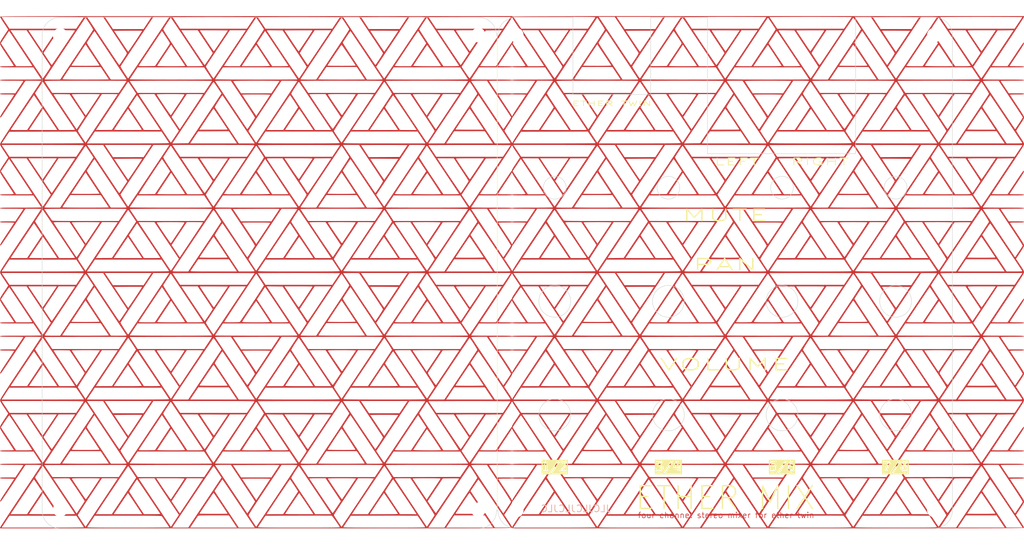
<source format=kicad_pcb>
(kicad_pcb (version 20221018) (generator pcbnew)
  (layers (0 "F.Cu" signal) (31 "B.Cu" signal) (34 "B.Paste" user) (35 "F.Paste" user) (36 "B.SilkS" user "B.Silkscreen") (37 "F.SilkS" user "F.Silkscreen") (38 "B.Mask" user) (39 "F.Mask" user) (44 "Edge.Cuts" user))
  (net 0 "")
  (footprint "MountingHole:MountingHole_3.2mm_M3" (layer "F.Cu") (at 176.825 140.925)
    (fp_text reference "H8" hide)
    (fp_text value "MountingHole")
    (pad "" np_thru_hole circle (at 0 0) (size 3.2 3.2) (drill 3.2) (layers "*.Cu" "*.Mask"))
  )
  (footprint "MountingHole:MountingHole_3.2mm_M3" (layer "F.Cu") (at 76.475 36.475)
    (fp_text reference "H1" hide)
    (fp_text value "MountingHole")
    (pad "" np_thru_hole circle (at 0 0) (size 3.2 3.2) (drill 3.2) (layers "*.Cu" "*.Mask"))
  )
  (footprint "MountingHole:MountingHole_3.2mm_M3" (layer "F.Cu") (at 268.825 36.425)
    (fp_text reference "H6" hide)
    (fp_text value "MountingHole")
    (pad "" np_thru_hole circle (at 0 0) (size 3.2 3.2) (drill 3.2) (layers "*.Cu" "*.Mask"))
  )
  (footprint "MountingHole:MountingHole_3.2mm_M3" (layer "F.Cu") (at 168.475 36.425)
    (fp_text reference "H2" hide)
    (fp_text value "MountingHole")
    (pad "" np_thru_hole circle (at 0 0) (size 3.2 3.2) (drill 3.2) (layers "*.Cu" "*.Mask"))
  )
  (footprint "bgart:geo2" (layer "F.Cu") (at 232.2 88.6)
    (fp_text reference "G***" hide)
    (fp_text value "LOGO" hide)
    (fp_poly (pts (xy 56.33707 -56.169935) (xy 56.28699 -56.074227) (xy 56.152944 -55.853624) (xy 55.941941 -55.518892) (xy 55.660991 -55.0808) (xy 55.317106 -54.550114) (xy 54.917294 -53.937604) (xy 54.468567 -53.254035) (xy 53.977934 -52.510176) (xy 53.452406 -51.716794) (xy 52.898992 -50.884657) (xy 52.774816 -50.698385) (xy 52.218004 -49.86298) (xy 51.688247 -49.067158) (xy 51.192434 -48.32133) (xy 50.737455 -47.635908) (xy 50.330199 -47.021302) (xy 49.977556 -46.487924) (xy 49.686416 -46.046186) (xy 49.463669 -45.706497) (xy 49.316204 -45.479271) (xy 49.25091 -45.374916) (xy 49.248232 -45.369286) (xy 49.325958 -45.35711) (xy 49.543357 -45.346356) (xy 49.87676 -45.337584) (xy 50.302497 -45.331355) (xy 50.796901 -45.328231) (xy 50.991167 -45.327974) (xy 52.734102 -45.327974) (xy 54.543755 -48.043569) (xy 54.997129 -48.722735) (xy 55.368763 -49.276039) (xy 55.666608 -49.714137) (xy 55.898614 -50.047685) (xy 56.072731 -50.287337) (xy 56.196911 -50.443748) (xy 56.279104 -50.527575) (xy 56.327261 -50.549473) (xy 56.349332 -50.520096) (xy 56.353553 -50.469031) (xy 56.340376 -50.369873) (xy 56.295179 -50.23821) (xy 56.209595 -50.060001) (xy 56.075255 -49.821205) (xy 55.883793 -49.507781) (xy 55.62684 -49.105687) (xy 55.296029 -48.600882) (xy 54.882992 -47.979326) (xy 54.761093 -47.796854) (xy 54.390562 -47.241459) (xy 54.050566 -46.729535) (xy 53.751409 -46.276772) (xy 53.503393 -45.898862) (xy 53.316823 -45.611498) (xy 53.202001 -45.43037) (xy 53.168489 -45.371392) (xy 53.246033 -45.358036) (xy 53.462157 -45.346346) (xy 53.792101 -45.336995) (xy 54.211103 -45.330659) (xy 54.694405 -45.328012) (xy 54.761093 -45.327974) (xy 55.31665 -45.326429) (xy 55.729041 -45.32076) (xy 56.018427 -45.309416) (xy 56.204964 -45.290848) (xy 56.308813 -45.263503) (xy 56.350133 -45.225832) (xy 56.353698 -45.205466) (xy 56.337687 -45.176101) (xy 56.280627 -45.151748) (xy 56.168978 -45.131952) (xy 55.9892 -45.116261) (xy 55.72775 -45.104222) (xy 55.371091 -45.095383) (xy 54.90568 -45.08929) (xy 54.317977 -45.08549) (xy 53.594442 -45.08353) (xy 52.721534 -45.082958) (xy 52.691338 -45.082958) (xy 49.028977 -45.082958) (xy 48.15854 -43.776625) (xy 47.888337 -43.369064) (xy 47.652291 -43.00911) (xy 47.464333 -42.718333) (xy 47.338393 -42.518299) (xy 47.288404 -42.430577) (xy 47.288103 -42.429037) (xy 47.367329 -42.42136) (xy 47.595221 -42.414147) (xy 47.957102 -42.407532) (xy 48.438296 -42.401648) (xy 49.024124 -42.396629) (xy 49.69991 -42.392608) (xy 50.450976 -42.389718) (xy 51.262645 -42.388095) (xy 51.820901 -42.387781) (xy 52.805656 -42.387366) (xy 53.639268 -42.385899) (xy 54.333935 -42.383052) (xy 54.901856 -42.378495) (xy 55.355231 -42.371898) (xy 55.706258 -42.362932) (xy 55.967135 -42.351266) (xy 56.150063 -42.336571) (xy 56.267239 -42.318517) (xy 56.330862 -42.296775) (xy 56.353133 -42.271015) (xy 56.353698 -42.265273) (xy 56.336331 -42.230781) (xy 56.273519 -42.203302) (xy 56.149191 -42.182071) (xy 55.947281 -42.166323) (xy 55.651719 -42.155291) (xy 55.246437 -42.148212) (xy 54.715367 -42.14432) (xy 54.042439 -42.142849) (xy 53.781029 -42.142765) (xy 53.151481 -42.141466) (xy 52.577712 -42.137783) (xy 52.079206 -42.13204) (xy 51.675445 -42.124559) (xy 51.385909 -42.115663) (xy 51.230082 -42.105674) (xy 51.20836 -42.100143) (xy 51.251677 -42.0223) (xy 51.372462 -41.830175) (xy 51.556966 -41.544988) (xy 51.79144 -41.187959) (xy 52.062136 -40.780307) (xy 52.107946 -40.711719) (xy 53.007532 -39.365916) (xy 54.680615 -39.365916) (xy 55.251664 -39.36447) (xy 55.679089 -39.359171) (xy 55.982594 -39.348576) (xy 56.181884 -39.331242) (xy 56.296659 -39.305727) (xy 56.346625 -39.270587) (xy 56.353698 -39.243408) (xy 56.333426 -39.20018) (xy 56.259007 -39.168236) (xy 56.11004 -39.145964) (xy 55.866124 -39.131754) (xy 55.506855 -39.123995) (xy 55.011833 -39.121076) (xy 54.80193 -39.1209) (xy 54.318719 -39.117841) (xy 53.896894 -39.109325) (xy 53.561537 -39.096342) (xy 53.33773 -39.079882) (xy 53.250555 -39.060934) (xy 53.250215 -39.059646) (xy 53.293976 -38.979594) (xy 53.41828 -38.779927) (xy 53.6127 -38.476696) (xy 53.866811 -38.085954) (xy 54.170186 -37.623752) (xy 54.512398 -37.106143) (xy 54.80193 -36.670739) (xy 55.235697 -36.017209) (xy 55.584635 -35.484289) (xy 55.856896 -35.058293) (xy 56.060631 -34.725532) (xy 56.203992 -34.47232) (xy 56.29513 -34.28497) (xy 56.342198 -34.149794) (xy 56.353644 -34.06526) (xy 56.33311 -33.930738) (xy 56.264302 -33.751799) (xy 56.136485 -33.508913) (xy 55.938919 -33.182548) (xy 55.660867 -32.753172) (xy 55.496142 -32.505466) (xy 55.226888 -32.098158) (xy 54.992278 -31.734085) (xy 54.80654 -31.436088) (xy 54.683906 -31.227007) (xy 54.638605 -31.129683) (xy 54.638585 -31.129014) (xy 54.682034 -31.034329) (xy 54.802984 -30.827087) (xy 54.98734 -30.529979) (xy 55.221008 -30.165695) (xy 55.489892 -29.756923) (xy 55.505259 -29.733846) (xy 55.808942 -29.275054) (xy 56.031637 -28.928405) (xy 56.184945 -28.671476) (xy 56.280468 -28.481844) (xy 56.329807 -28.337084) (xy 56.344564 -28.214774) (xy 56.339605 -28.121243) (xy 56.316807 -28.036564) (xy 56.258148 -27.904646) (xy 56.158399 -27.717267) (xy 56.01233 -27.466204) (xy 55.814709 -27.143233) (xy 55.560307 -26.740132) (xy 55.243894 -26.248679) (xy 54.860238 -25.66065) (xy 54.40411 -24.967822) (xy 53.87028 -24.161973) (xy 53.253516 -23.23488) (xy 52.777755 -22.521536) (xy 52.22055 -21.686236) (xy 51.690413 -20.890508) (xy 51.194239 -20.144758) (xy 50.738919 -19.459394) (xy 50.331346 -18.844824) (xy 49.978414 -18.311453) (xy 49.687014 -17.86969) (xy 49.46404 -17.529942) (xy 49.316385 -17.302616) (xy 49.250941 -17.198118) (xy 49.248232 -17.192437) (xy 49.325958 -17.180261) (xy 49.543356 -17.169506) (xy 49.876756 -17.160734) (xy 50.302489 -17.154506) (xy 50.796886 -17.151382) (xy 50.991059 -17.151125) (xy 52.733885 -17.151125) (xy 54.523374 -19.840359) (xy 54.974089 -20.5165) (xy 55.343328 -21.066934) (xy 55.639207 -21.502538) (xy 55.869843 -21.834186) (xy 56.043351 -22.072753) (xy 56.167847 -22.229117) (xy 56.251448 -22.314151) (xy 56.30227 -22.338731) (xy 56.328429 -22.313733) (xy 56.336644 -22.270102) (xy 56.331389 -22.182146) (xy 56.295822 -22.064358) (xy 56.221612 -21.902718) (xy 56.100425 -21.683201) (xy 55.923929 -21.391785) (xy 55.683793 -21.014448) (xy 55.371682 -20.537166) (xy 54.979264 -19.945917) (xy 54.764458 -19.624286) (xy 54.393483 -19.068405) (xy 54.053041 -18.555979) (xy 53.753425 -18.102682) (xy 53.504934 -17.724189) (xy 53.317861 -17.436174) (xy 53.202504 -17.254313) (xy 53.168489 -17.194543) (xy 53.246033 -17.181188) (xy 53.462157 -17.169497) (xy 53.792101 -17.160146) (xy 54.211103 -17.15381) (xy 54.694405 -17.151163) (xy 54.761093 -17.151125) (xy 55.31665 -17.14958) (xy 55.729041 -17.143911) (xy 56.018427 -17.132568) (xy 56.204964 -17.113999) (xy 56.308813 -17.086654) (xy 56.350133 -17.048983) (xy 56.353698 -17.028617) (xy 56.337687 -16.999252) (xy 56.280627 -16.974899) (xy 56.168978 -16.955103) (xy 55.9892 -16.939412) (xy 55.72775 -16.927374) (xy 55.371091 -16.918534) (xy 54.90568 -16.912441) (xy 54.317977 -16.908641) (xy 53.594442 -16.906682) (xy 52.721534 -16.90611) (xy 52.691338 -16.906109) (xy 49.028977 -16.906109) (xy 48.15854 -15.599777) (xy 47.888337 -15.192215) (xy 47.652291 -14.832261) (xy 47.464333 -14.541484) (xy 47.338393 -14.34145) (xy 47.288404 -14.253728) (xy 47.288103 -14.252188) (xy 47.367329 -14.244511) (xy 47.595221 -14.237299) (xy 47.957102 -14.230683) (xy 48.438296 -14.224799) (xy 49.024124 -14.21978) (xy 49.69991 -14.215759) (xy 50.450976 -14.212869) (xy 51.262645 -14.211246) (xy 51.820901 -14.210932) (xy 52.805656 -14.210517) (xy 53.639268 -14.20905) (xy 54.333935 -14.206204) (xy 54.901856 -14.201646) (xy 55.355231 -14.195049) (xy 55.706258 -14.186083) (xy 55.967135 -14.174417) (xy 56.150063 -14.159722) (xy 56.267239 -14.141668) (xy 56.330862 -14.119926) (xy 56.353133 -14.094166) (xy 56.353698 -14.088424) (xy 56.336331 -14.053932) (xy 56.273519 -14.026454) (xy 56.149191 -14.005222) (xy 55.947281 -13.989474) (xy 55.651719 -13.978442) (xy 55.246437 -13.971363) (xy 54.715367 -13.967471) (xy 54.042439 -13.966) (xy 53.781029 -13.965916) (xy 53.151481 -13.964594) (xy 52.577712 -13.960846) (xy 52.079207 -13.955002) (xy 51.675445 -13.947388) (xy 51.385909 -13.938335) (xy 51.230082 -13.92817) (xy 51.20836 -13.922542) (xy 51.251796 -13.844543) (xy 51.372914 -13.652412) (xy 51.557933 -13.367352) (xy 51.793069 -13.010565) (xy 52.064541 -12.603252) (xy 52.110893 -12.534117) (xy 53.013425 -11.189067) (xy 54.683562 -11.189067) (xy 55.254049 -11.187618) (xy 55.68093 -11.182306) (xy 55.983924 -11.171685) (xy 56.182749 -11.154309) (xy 56.297126 -11.12873) (xy 56.346774 -11.093503) (xy 56.353698 -11.066559) (xy 56.333466 -11.023438) (xy 56.259205 -10.991542) (xy 56.110565 -10.969272) (xy 55.867198 -10.955031) (xy 55.508753 -10.947222) (xy 55.014883 -10.944247) (xy 54.793192 -10.944051) (xy 54.241743 -10.942276) (xy 53.834739 -10.93602) (xy 53.553308 -10.923886) (xy 53.378582 -10.904477) (xy 53.291688 -10.876396) (xy 53.273757 -10.838246) (xy 53.275789 -10.831723) (xy 53.33009 -10.738976) (xy 53.464426 -10.527309) (xy 53.66785 -10.213457) (xy 53.929413 -9.814158) (xy 54.238165 -9.346148) (xy 54.583158 -8.826165) (xy 54.836296 -8.446293) (xy 55.26883 -7.795157) (xy 55.615928 -7.264686) (xy 55.885552 -6.841539) (xy 56.085668 -6.512373) (xy 56.224239 -6.263847) (xy 56.309229 -6.082621) (xy 56.348601 -5.955352) (xy 56.353698 -5.904248) (xy 56.330625 -5.769627) (xy 56.254846 -5.581633) (xy 56.116521 -5.322448) (xy 55.90581 -4.974256) (xy 55.612872 -4.519242) (xy 55.464627 -4.294522) (xy 54.575555 -2.953739) (xy 55.468422 -1.619795) (xy 55.777471 -1.155243) (xy 56.005399 -0.802952) (xy 56.163802 -0.540705) (xy 56.264276 -0.346281) (xy 56.318414 -0.197462) (xy 56.337812 -0.072029) (xy 56.335022 0.040836) (xy 56.318468 0.119724) (xy 56.275602 0.231018) (xy 56.200783 0.383624) (xy 56.088369 0.586448) (xy 55.93272 0.848393) (xy 55.728196 1.178366) (xy 55.469153 1.585272) (xy 55.149953 2.078016) (xy 54.764953 2.665502) (xy 54.308512 3.356637) (xy 53.77499 4.160325) (xy 53.158746 5.085472) (xy 52.778494 5.655313) (xy 52.22119 6.490586) (xy 51.690958 7.286291) (xy 51.194693 8.032021) (xy 50.739287 8.71737) (xy 50.331635 9.331932) (xy 49.978629 9.865301) (xy 49.687165 10.30707) (xy 49.464134 10.646833) (xy 49.316431 10.874184) (xy 49.250948 10.978718) (xy 49.248232 10.984412) (xy 49.325958 10.996588) (xy 49.543357 11.007342) (xy 49.87676 11.016114) (xy 50.302497 11.022343) (xy 50.796901 11.025467) (xy 50.991167 11.025724) (xy 52.734102 11.025724) (xy 54.543755 8.310129) (xy 54.997129 7.630963) (xy 55.368763 7.077659) (xy 55.666608 6.63956) (xy 55.898614 6.306013) (xy 56.072731 6.066361) (xy 56.196911 5.909949) (xy 56.279104 5.826123) (xy 56.327261 5.804225) (xy 56.349332 5.833602) (xy 56.353553 5.884667) (xy 56.340363 5.983949) (xy 56.29512 6.115743) (xy 56.209445 6.294115) (xy 56.074958 6.533129) (xy 55.883281 6.846849) (xy 55.626035 7.24934) (xy 55.29484 7.754666) (xy 54.881317 8.376891) (xy 54.765513 8.550233) (xy 54.397203 9.104549) (xy 54.061919 9.615803) (xy 53.769628 10.068281) (xy 53.530296 10.446266) (xy 53.35389 10.734042) (xy 53.250376 10.915893) (xy 53.227357 10.975695) (xy 53.321074 10.991393) (xy 53.551831 11.005073) (xy 53.893331 11.015906) (xy 54.319273 11.023066) (xy 54.80336 11.025722) (xy 54.815542 11.025724) (xy 55.360402 11.027343) (xy 55.762425 11.03329) (xy 56.042097 11.045196) (xy 56.219901 11.064692) (xy 56.316322 11.09341) (xy 56.351846 11.132981) (xy 56.353698 11.148232) (xy 56.337687 11.177596) (xy 56.280627 11.20195) (xy 56.168978 11.221746) (xy 55.9892 11.237437) (xy 55.72775 11.249475) (xy 55.371091 11.258315) (xy 54.90568 11.264408) (xy 54.317977 11.268208) (xy 53.594442 11.270167) (xy 52.721534 11.270739) (xy 52.691338 11.27074) (xy 49.028977 11.27074) (xy 48.15854 12.577072) (xy 47.888337 12.984634) (xy 47.652291 13.344588) (xy 47.464333 13.635365) (xy 47.338393 13.835399) (xy 47.288404 13.923121) (xy 47.288103 13.924661) (xy 47.367329 13.932338) (xy 47.595221 13.93955) (xy 47.957102 13.946166) (xy 48.438296 13.95205) (xy 49.024124 13.957069) (xy 49.69991 13.96109) (xy 50.450976 13.963979) (xy 51.262645 13.965603) (xy 51.820901 13.965917) (xy 52.805656 13.966332) (xy 53.639268 13.967798) (xy 54.333935 13.970645) (xy 54.901856 13.975202) (xy 55.355231 13.981799) (xy 55.706258 13.990766) (xy 55.967135 14.002432) (xy 56.150063 14.017127) (xy 56.267239 14.035181) (xy 56.330862 14.056923) (xy 56.353133 14.082683) (xy 56.353698 14.088425) (xy 56.336331 14.122916) (xy 56.273519 14.150395) (xy 56.149191 14.171626) (xy 55.947281 14.187375) (xy 55.651719 14.198407) (xy 55.246437 14.205486) (xy 54.715367 14.209378) (xy 54.042439 14.210849) (xy 53.781029 14.210933) (xy 53.151481 14.212232) (xy 52.577712 14.215915) (xy 52.079206 14.221658) (xy 51.675445 14.229139) (xy 51.385909 14.238035) (xy 51.230082 14.248024) (xy 51.20836 14.253555) (xy 51.251677 14.331397) (xy 51.372462 14.523522) (xy 51.556966 14.80871) (xy 51.79144 15.165739) (xy 52.062136 15.573391) (xy 52.107946 15.641979) (xy 53.007532 16.987782) (xy 54.680615 16.987782) (xy 55.251664 16.989227) (xy 55.679089 16.994526) (xy 55.982594 17.005121) (xy 56.181884 17.022455) (xy 56.296659 17.047971) (xy 56.346625 17.08311) (xy 56.353698 17.11029) (xy 56.333466 17.15341) (xy 56.259205 17.185307) (xy 56.110565 17.207577) (xy 55.867198 17.221818) (xy 55.508753 17.229627) (xy 55.014883 17.232602) (xy 54.793192 17.232798) (xy 54.230445 17.235085) (xy 53.814271 17.242693) (xy 53.527952 17.256746) (xy 53.35477 17.278365) (xy 53.278008 17.308673) (xy 53.272382 17.334888) (xy 53.325719 17.425138) (xy 53.458955 17.634576) (xy 53.661227 17.946585) (xy 53.92167 18.344544) (xy 54.229421 18.811836) (xy 54.573616 19.331843) (xy 54.832888 19.722022) (xy 55.265648 20.37544) (xy 55.613119 20.908021) (xy 55.883223 21.33307) (xy 56.083881 21.663889) (xy 56.223013 21.913783) (xy 56.308541 22.096054) (xy 56.348386 22.224006) (xy 56.353698 22.276228) (xy 56.33081 22.410497) (xy 56.255535 22.597413) (xy 56.117958 22.854888) (xy 55.908162 23.200834) (xy 55.616232 23.653162) (xy 55.463996 23.883303) (xy 54.574293 25.221217) (xy 55.467791 26.556107) (xy 55.776907 27.020742) (xy 56.004911 27.373092) (xy 56.16339 27.635366) (xy 56.263932 27.829772) (xy 56.318121 27.978518) (xy 56.337545 28.103814) (xy 56.334653 28.217685) (xy 56.317926 28.296748) (xy 56.2747 28.408519) (xy 56.19934 28.561892) (xy 56.086213 28.765761) (xy 55.929684 29.029021) (xy 55.72412 29.360566) (xy 55.463887 29.769293) (xy 55.14335 30.264094) (xy 54.756875 30.853864) (xy 54.29883 31.547499) (xy 53.763579 32.353893) (xy 53.14549 33.28194) (xy 52.778124 33.832559) (xy 52.220887 34.667878) (xy 51.690718 35.463617) (xy 51.194511 36.20937) (xy 50.739158 36.894732) (xy 50.331551 37.509297) (xy 49.978583 38.04266) (xy 49.687147 38.484415) (xy 49.464134 38.824156) (xy 49.316439 39.051477) (xy 49.250952 39.155973) (xy 49.248232 39.161659) (xy 49.325953 39.173731) (xy 49.543319 39.184391) (xy 49.876632 39.193083) (xy 50.302194 39.199247) (xy 50.796309 39.202326) (xy 50.986988 39.202573) (xy 52.725744 39.202573) (xy 54.519303 36.517535) (xy 54.97148 35.84185) (xy 55.341982 35.291788) (xy 55.638913 34.856512) (xy 55.87038 34.525188) (xy 56.044485 34.286979) (xy 56.169334 34.13105) (xy 56.253032 34.046565) (xy 56.303683 34.022688) (xy 56.329392 34.048583) (xy 56.336644 34.087792) (xy 56.330761 34.17583) (xy 56.293293 34.295758) (xy 56.21596 34.461494) (xy 56.09048 34.686956) (xy 55.908573 34.986062) (xy 55.661958 35.372732) (xy 55.342354 35.860882) (xy 54.941479 36.464431) (xy 54.768878 36.722802) (xy 54.400121 37.277604) (xy 54.064383 37.78936) (xy 53.771623 38.242371) (xy 53.531801 38.620938) (xy 53.354877 38.909362) (xy 53.250812 39.091944) (xy 53.227357 39.152544) (xy 53.321074 39.168242) (xy 53.551831 39.181921) (xy 53.893331 39.192755) (xy 54.319273 39.199915) (xy 54.80336 39.202571) (xy 54.815542 39.202573) (xy 55.360402 39.204192) (xy 55.762425 39.210139) (xy 56.042097 39.222045) (xy 56.219901 39.241541) (xy 56.316322 39.270259) (xy 56.351846 39.30983) (xy 56.353698 39.325081) (xy 56.337687 39.354445) (xy 56.280627 39.378799) (xy 56.168978 39.398595) (xy 55.9892 39.414286) (xy 55.72775 39.426324) (xy 55.371091 39.435164) (xy 54.90568 39.441257) (xy 54.317977 39.445057) (xy 53.594442 39.447016) (xy 52.721534 39.447588) (xy 52.691338 39.447589) (xy 49.028977 39.447589) (xy 48.15854 40.753921) (xy 47.888337 41.161483) (xy 47.652291 41.521436) (xy 47.464333 41.812214) (xy 47.338393 42.012247) (xy 47.288404 42.09997) (xy 47.288103 42.10151) (xy 47.367329 42.109186) (xy 47.595221 42.116399) (xy 47.957102 42.123014) (xy 48.438296 42.128899) (xy 49.024124 42.133918) (xy 49.69991 42.137939) (xy 50.450976 42.140828) (xy 51.262645 42.142452) (xy 51.820901 42.142766) (xy 52.805656 42.143181) (xy 53.639268 42.144647) (xy 54.333935 42.147494) (xy 54.901856 42.152051) (xy 55.355231 42.158648) (xy 55.706258 42.167615) (xy 55.967135 42.179281) (xy 56.150063 42.193976) (xy 56.267239 42.212029) (xy 56.330862 42.233772) (xy 56.353133 42.259532) (xy 56.353698 42.265274) (xy 56.336331 42.299765) (xy 56.273519 42.327244) (xy 56.149191 42.348475) (xy 55.947281 42.364224) (xy 55.651719 42.375255) (xy 55.246437 42.382335) (xy 54.715367 42.386227) (xy 54.042439 42.387697) (xy 53.781029 42.387782) (xy 53.15148 42.38901) (xy 52.577712 42.392492) (xy 52.079206 42.397923) (xy 51.675444 42.404997) (xy 51.385909 42.413409) (xy 51.230082 42.422854) (xy 51.20836 42.428083) (xy 51.251727 42.505148) (xy 51.372662 42.696512) (xy 51.557422 42.981038) (xy 51.792259 43.337588) (xy 52.063428 43.745026) (xy 52.111265 43.816508) (xy 53.01417 45.16463) (xy 54.683934 45.16463) (xy 55.254351 45.16608) (xy 55.681163 45.171394) (xy 55.984091 45.182018) (xy 56.182858 45.1994) (xy 56.297185 45.224986) (xy 56.346792 45.260224) (xy 56.353698 45.287139) (xy 56.333426 45.330366) (xy 56.259007 45.362311) (xy 56.11004 45.384583) (xy 55.866124 45.398793) (xy 55.506855 45.406552) (xy 55.011833 45.409471) (xy 54.80193 45.409647) (xy 54.318803 45.412705) (xy 53.897141 45.42122) (xy 53.562003 45.434201) (xy 53.338452 45.45066) (xy 53.251547 45.469605) (xy 53.251225 45.470901) (xy 53.295267 45.550936) (xy 53.419906 45.750527) (xy 53.614689 46.053611) (xy 53.869165 46.444131) (xy 54.17288 46.906024) (xy 54.515381 47.423233) (xy 54.802994 47.855114) (xy 55.239069 48.51136) (xy 55.589905 49.046856) (xy 55.863491 49.474977) (xy 56.067822 49.809097) (xy 56.210888 50.062587) (xy 56.300683 50.248823) (xy 56.345197 50.381179) (xy 56.353698 50.449986) (xy 56.331885 50.582984) (xy 56.259643 50.765162) (xy 56.126771 51.014893) (xy 55.923066 51.350549) (xy 55.638326 51.790504) (xy 55.461638 52.056444) (xy 54.569577 53.390988) (xy 55.461544 54.729417) (xy 55.736781 55.149417) (xy 55.977554 55.530203) (xy 56.169855 55.848513) (xy 56.299676 56.081085) (xy 56.353008 56.204657) (xy 56.353604 56.210772) (xy 56.34862 56.220002) (xy 56.33127 56.228827) (xy 56.29798 56.237256) (xy 56.245175 56.245298) (xy 56.16928 56.252962) (xy 56.066721 56.260257) (xy 55.933923 56.267193) (xy 55.767311 56.273777) (xy 55.563309 56.28002) (xy 55.318344 56.28593) (xy 55.028841 56.291517) (xy 54.691223 56.296789) (xy 54.301918 56.301756) (xy 53.85735 56.306426) (xy 53.353944 56.310809) (xy 52.788125 56.314914) (xy 52.156319 56.31875) (xy 51.45495 56.322325) (xy 50.680444 56.32565) (xy 49.829226 56.328733) (xy 48.897722 56.331582) (xy 47.882356 56.334208) (xy 46.779553 56.336619) (xy 45.58574 56.338825) (xy 44.29734 56.340833) (xy 42.910779 56.342654) (xy 41.422483 56.344297) (xy 39.828876 56.34577) (xy 38.126383 56.347083) (xy 36.311431 56.348244) (xy 34.380444 56.349263) (xy 32.329846 56.350149) (xy 30.156065 56.350911) (xy 27.855523 56.351558) (xy 25.424648 56.352099) (xy 22.859863 56.352543) (xy 20.157595 56.352899) (xy 17.314268 56.353176) (xy 14.326307 56.353384) (xy 11.190138 56.35353) (xy 7.902186 56.353626) (xy 4.458875 56.353678) (xy 0.856632 56.353697) (xy -0.009521 56.353698) (xy -56.372739 56.353698) (xy -56.341007 56.190354) (xy -56.027569 56.190354) (xy -46.954888 56.190354) (xy -45.752978 56.189767) (xy -44.598164 56.188057) (xy -43.500781 56.1853) (xy -42.47116 56.181572) (xy -41.519635 56.17695) (xy -40.656539 56.171509) (xy -39.892203 56.165325) (xy -39.236963 56.158476) (xy -38.701149 56.151036) (xy -38.295096 56.143082) (xy -38.029135 56.13469) (xy -37.9136 56.125937) (xy -37.909432 56.123699) (xy -37.93232 56.085415) (xy -37.185248 56.085415) (xy -37.169865 56.102191) (xy -37.096457 56.117173) (xy -36.957192 56.130453) (xy -36.744235 56.142123) (xy -36.449752 56.152273) (xy -36.06591 56.160994) (xy -35.584875 56.168379) (xy -34.998812 56.174518) (xy -34.299889 56.179502) (xy -33.480271 56.183423) (xy -32.532125 56.186371) (xy -31.447617 56.188439) (xy -30.218913 56.189717) (xy -28.838179 56.190297) (xy -28.174101 56.190354) (xy -18.476664 56.190354) (xy -16.711625 56.190354) (xy -14.946587 56.190354) (xy -14.535483 56.190354) (xy -9.383194 56.190354) (xy -4.230904 56.190354) (xy -4.381851 55.955455) (xy -4.478092 55.807678) (xy -4.645208 55.553113) (xy -4.863858 55.221142) (xy -5.1147 54.841146) (xy -5.267845 54.609524) (xy -6.002894 53.498492) (xy -9.361864 53.496834) (xy -10.237197 53.497522) (xy -10.961211 53.500759) (xy -11.545916 53.506897) (xy -12.003324 53.516286) (xy -12.345444 53.529276) (xy -12.584288 53.546219) (xy -12.731865 53.567463) (xy -12.800186 53.593361) (xy -12.804021 53.597267) (xy -12.874186 53.695745) (xy -13.018219 53.90686) (xy -13.22012 54.206847) (xy -13.463889 54.571944) (xy -13.711345 54.944856) (xy -14.535483 56.190354) (xy -14.946587 56.190354) (xy -12.89081 53.107197) (xy -12.482208 53.107197) (xy -12.409714 53.120873) (xy -12.191389 53.133486) (xy -11.844746 53.14469) (xy -11.387296 53.154135) (xy -10.836552 53.161473) (xy -10.210025 53.166357) (xy -9.525226 53.168439) (xy -9.399089 53.168489) (xy -8.704448 53.167449) (xy -8.063825 53.164487) (xy -7.494936 53.159835) (xy -7.015501 53.153728) (xy -6.643238 53.1464) (xy -6.395864 53.138085) (xy -6.291099 53.129017) (xy -6.288746 53.127415) (xy -6.332341 53.047635) (xy -6.454569 52.852997) (xy -6.642595 52.562618) (xy -6.883585 52.195615) (xy -7.164703 51.771105) (xy -7.473114 51.308204) (xy -7.795983 50.826029) (xy -8.120475 50.343696) (xy -8.433756 49.880323) (xy -8.72299 49.455026) (xy -8.975342 49.086922) (xy -9.177977 48.795127) (xy -9.318061 48.598759) (xy -9.382757 48.516934) (xy -9.385055 48.515706) (xy -9.436988 48.580974) (xy -9.566534 48.763112) (xy -9.760802 49.04301) (xy -10.006903 49.401558) (xy -10.291946 49.819646) (xy -10.603041 50.278165) (xy -10.927297 50.758005) (xy -11.251825 51.240055) (xy -11.563733 51.705207) (xy -11.850131 52.134351) (xy -12.09813 52.508376) (xy -12.294838 52.808173) (xy -12.427366 53.014633) (xy -12.482208 53.107197) (xy -12.89081 53.107197) (xy -11.284098 50.697527) (xy -9.575351 48.13483) (xy -9.164759 48.13483) (xy -9.017974 48.385261) (xy -8.94594 48.499024) (xy -8.792021 48.735354) (xy -8.565013 49.080952) (xy -8.273707 49.52252) (xy -7.926897 50.04676) (xy -7.533376 50.640375) (xy -7.101936 51.290065) (xy -6.641372 51.982534) (xy -6.354707 52.413023) (xy -3.838224 56.190354) (xy -2.073063 56.190354) (xy -0.307902 56.190354) (xy -0.374405 56.088264) (xy 0.377657 56.088264) (xy 0.396898 56.104684) (xy 0.480239 56.119357) (xy 0.635256 56.132368) (xy 0.869524 56.143804) (xy 1.190617 56.153749) (xy 1.606112 56.162289) (xy 2.123583 56.169511) (xy 2.750605 56.1755) (xy 3.494754 56.180343) (xy 4.363604 56.184124) (xy 5.364731 56.186929) (xy 6.50571 56.188845) (xy 7.794116 56.189957) (xy 9.237525 56.190351) (xy 9.392283 56.190354) (xy 10.851775 56.190028) (xy 12.155498 56.188992) (xy 13.311029 56.187162) (xy 14.325943 56.18445) (xy 15.207814 56.180771) (xy 15.964219 56.17604) (xy 16.602731 56.170171) (xy 17.130927 56.163077) (xy 17.556381 56.154674) (xy 17.886669 56.144875) (xy 18.129365 56.133594) (xy 18.292046 56.120746) (xy 18.382285 56.106245) (xy 18.407659 56.090005) (xy 18.406909 56.088264) (xy 19.162223 56.088264) (xy 19.181464 56.104684) (xy 19.264805 56.119357) (xy 19.419822 56.132368) (xy 19.65409 56.143804) (xy 19.975183 56.153749) (xy 20.390678 56.162289) (xy 20.908149 56.169511) (xy 21.535171 56.1755) (xy 22.279319 56.180343) (xy 23.14817 56.184124) (xy 24.149297 56.186929) (xy 25.290276 56.188845) (xy 26.578682 56.189957) (xy 28.022091 56.190351) (xy 28.176849 56.190354) (xy 37.877034 56.190354) (xy 39.642343 56.190354) (xy 41.407652 56.190354) (xy 41.800037 56.190354) (xy 46.954588 56.190354) (xy 52.10914 56.190354) (xy 51.20836 54.842766) (xy 50.307581 53.495177) (xy 46.939803 53.496834) (xy 43.572026 53.498492) (xy 42.836978 54.609524) (xy 42.576304 55.003944) (xy 42.336566 55.367439) (xy 42.137105 55.670628) (xy 41.997262 55.884128) (xy 41.950983 55.955455) (xy 41.800037 56.190354) (xy 41.407652 56.190354) (xy 43.448249 53.127415) (xy 43.857878 53.127415) (xy 43.936597 53.136588) (xy 44.16094 53.145048) (xy 44.513191 53.15256) (xy 44.97563 53.158892) (xy 45.530539 53.163808) (xy 46.1602 53.167074) (xy 46.846895 53.168458) (xy 46.968221 53.168489) (xy 47.66152 53.166781) (xy 48.299652 53.161913) (xy 48.865106 53.154269) (xy 49.34037 53.144233) (xy 49.707931 53.132189) (xy 49.950278 53.118521) (xy 50.049899 53.103613) (xy 50.05134 53.10087) (xy 49.994936 53.00468) (xy 49.861537 52.796425) (xy 49.664051 52.495222) (xy 49.415388 52.120186) (xy 49.128457 51.690435) (xy 48.816166 51.225084) (xy 48.491424 50.743248) (xy 48.167142 50.264044) (xy 47.856227 49.806587) (xy 47.571589 49.389995) (xy 47.326137 49.033381) (xy 47.13278 48.755864) (xy 47.004426 48.576557) (xy 46.954188 48.514545) (xy 46.900907 48.57922) (xy 46.770465 48.761088) (xy 46.575697 49.041027) (xy 46.329439 49.399913) (xy 46.044527 49.818625) (xy 45.733796 50.278039) (xy 45.410082 50.759034) (xy 45.08622 51.242488) (xy 44.775045 51.709276) (xy 44.489395 52.140278) (xy 44.242104 52.516371) (xy 44.046007 52.818432) (xy 43.913942 53.027338) (xy 43.858742 53.123968) (xy 43.857878 53.127415) (xy 43.448249 53.127415) (xy 45.0106 50.782323) (xy 45.574579 49.935228) (xy 46.112484 49.126203) (xy 46.6174 48.365714) (xy 46.763676 48.145052) (xy 47.150763 48.145052) (xy 49.83335 52.167703) (xy 52.515936 56.190354) (xy 54.280866 56.190354) (xy 56.045796 56.190354) (xy 55.899489 55.965756) (xy 55.591182 55.49475) (xy 55.229797 54.946546) (xy 54.823537 54.333316) (xy 54.380606 53.66723) (xy 53.909206 52.960458) (xy 53.417541 52.225171) (xy 52.913814 51.47354) (xy 52.406228 50.717735) (xy 51.902987 49.969928) (xy 51.412293 49.242287) (xy 50.942349 48.546986) (xy 50.50136 47.896193) (xy 50.097527 47.30208) (xy 49.739055 46.776817) (xy 49.434146 46.332574) (xy 49.191003 45.981524) (xy 49.01783 45.735835) (xy 48.92283 45.607679) (xy 48.907108 45.591501) (xy 48.842717 45.663473) (xy 48.703864 45.850172) (xy 48.50591 46.129893) (xy 48.264217 46.480932) (xy 47.995576 46.879439) (xy 47.150763 48.145052) (xy 46.763676 48.145052) (xy 47.082414 47.664226) (xy 47.50061 47.032205) (xy 47.865074 46.480116) (xy 48.168892 46.018423) (xy 48.405149 45.657594) (xy 48.566931 45.408092) (xy 48.647323 45.280383) (xy 48.654915 45.266494) (xy 48.623376 45.173096) (xy 48.516504 44.971851) (xy 48.351238 44.68913) (xy 48.144519 44.351305) (xy 47.913288 43.984744) (xy 47.674485 43.615819) (xy 47.445049 43.270901) (xy 47.241922 42.976359) (xy 47.082044 42.758565) (xy 46.982356 42.643889) (xy 46.963033 42.632798) (xy 46.913444 42.698904) (xy 46.780645 42.889853) (xy 46.57205 43.194587) (xy 46.295072 43.602049) (xy 45.957126 44.101182) (xy 45.565624 44.680928) (xy 45.127982 45.330231) (xy 44.651612 46.038033) (xy 44.143928 46.793277) (xy 43.612344 47.584907) (xy 43.064274 48.401864) (xy 42.507132 49.233093) (xy 41.948331 50.067535) (xy 41.395284 50.894133) (xy 40.855407 51.701831) (xy 40.336112 52.479572) (xy 39.844814 53.216297) (xy 39.388925 53.900951) (xy 38.97586 54.522476) (xy 38.613033 55.069814) (xy 38.307857 55.531909) (xy 38.067747 55.897704) (xy 38.023349 55.965756) (xy 37.877034 56.190354) (xy 28.176849 56.190354) (xy 29.63634 56.190028) (xy 30.940064 56.188992) (xy 32.095595 56.187162) (xy 33.110509 56.18445) (xy 33.99238 56.180771) (xy 34.748785 56.17604) (xy 35.387297 56.170171) (xy 35.915493 56.163077) (xy 36.340947 56.154674) (xy 36.671235 56.144875) (xy 36.913931 56.133594) (xy 37.076612 56.120746) (xy 37.166851 56.106245) (xy 37.192225 56.090005) (xy 37.191475 56.088264) (xy 37.12813 55.989616) (xy 36.989975 55.779239) (xy 36.792933 55.481227) (xy 36.552931 55.119674) (xy 36.327792 54.781512) (xy 35.524718 53.576849) (xy 33.463806 53.567661) (xy 32.877567 53.564931) (xy 32.326045 53.562146) (xy 31.836492 53.55946) (xy 31.436162 53.557027) (xy 31.152306 53.555003) (xy 31.03537 53.553886) (xy 30.888473 53.553284) (xy 30.593758 53.553156) (xy 30.166752 53.553473) (xy 29.622982 53.554208) (xy 28.977973 53.555336) (xy 28.247252 53.556827) (xy 27.446345 53.558657) (xy 26.590778 53.560797) (xy 25.748413 53.563074) (xy 20.82898 53.576849) (xy 20.025906 54.781512) (xy 19.761967 55.178045) (xy 19.527496 55.531452) (xy 19.338417 55.817639) (xy 19.210657 56.012511) (xy 19.162223 56.088264) (xy 18.406909 56.088264) (xy 18.219762 55.785974) (xy 17.988515 55.432033) (xy 17.730631 55.050966) (xy 17.463571 54.667296) (xy 17.204796 54.305549) (xy 16.971768 53.990249) (xy 16.781949 53.745922) (xy 16.6528 53.597091) (xy 16.608936 53.563016) (xy 16.508049 53.559239) (xy 16.255757 53.556091) (xy 15.863999 53.553583) (xy 15.344713 53.551724) (xy 14.709836 53.550522) (xy 13.971307 53.549988) (xy 13.141065 53.55013) (xy 12.231046 53.550958) (xy 11.25319 53.55248) (xy 10.219435 53.554707) (xy 9.256078 53.557306) (xy 2.043244 53.5786) (xy 1.240755 54.782387) (xy 0.976912 55.178776) (xy 0.74254 55.532037) (xy 0.553569 55.818065) (xy 0.425932 56.012754) (xy 0.377657 56.088264) (xy -0.374405 56.088264) (xy -0.454208 55.965756) (xy -0.672975 55.631882) (xy -0.955597 55.203655) (xy -1.293698 54.693561) (xy -1.678902 54.114086) (xy -2.102835 53.477715) (xy -2.108428 53.469333) (xy -1.662171 53.469333) (xy -1.661361 53.500258) (xy -1.589602 53.626837) (xy -1.450775 53.85113) (xy -1.262163 54.146936) (xy -1.041049 54.488052) (xy -0.804718 54.848275) (xy -0.570452 55.201403) (xy -0.355537 55.521234) (xy -0.177254 55.781564) (xy -0.052889 55.956192) (xy 0 56.018926) (xy 0.050012 55.952863) (xy 0.184302 55.759909) (xy 0.396723 55.449202) (xy 0.681128 55.029883) (xy 1.031373 54.511092) (xy 1.441308 53.901968) (xy 1.748504 53.444425) (xy 17.084849 53.444425) (xy 17.136026 53.543599) (xy 17.259095 53.74707) (xy 17.436918 54.028869) (xy 17.652356 54.363026) (xy 17.888272 54.72357) (xy 18.127526 55.084533) (xy 18.35298 55.419943) (xy 18.547495 55.703832) (xy 18.693934 55.910228) (xy 18.775158 56.013163) (xy 18.784566 56.02001) (xy 18.835175 55.953655) (xy 18.969182 55.761577) (xy 19.179621 55.45412) (xy 19.459521 55.04163) (xy 19.801916 54.534452) (xy 20.199837 53.942934) (xy 20.646315 53.277419) (xy 20.66456 53.250161) (xy 21.052597 53.250161) (xy 22.817514 53.250161) (xy 24.582432 53.250161) (xy 24.9756 53.250161) (xy 28.095895 53.250161) (xy 28.902783 53.249445) (xy 29.560449 53.246941) (xy 30.083013 53.242117) (xy 30.484592 53.23444) (xy 30.779303 53.223376) (xy 30.981266 53.208393) (xy 31.104598 53.188959) (xy 31.163417 53.164539) (xy 31.171842 53.134602) (xy 31.171641 53.134069) (xy 31.11122 53.025688) (xy 30.974554 52.807061) (xy 30.77463 52.49746) (xy 30.524431 52.11616) (xy 30.236943 51.682432) (xy 29.92515 51.215552) (xy 29.602038 50.734793) (xy 29.280591 50.259428) (xy 28.973794 49.80873) (xy 28.694632 49.401973) (xy 28.45609 49.05843) (xy 28.271153 48.797376) (xy 28.152805 48.638082) (xy 28.114851 48.596865) (xy 28.059829 48.662298) (xy 27.927147 48.845493) (xy 27.729292 49.127995) (xy 27.478748 49.491347) (xy 27.187999 49.917094) (xy 26.86953 50.38678) (xy 26.535826 50.881948) (xy 26.199371 51.384142) (xy 25.87265 51.874906) (xy 25.568147 52.335785) (xy 25.298347 52.748322) (xy 25.126546 53.014486) (xy 24.9756 53.250161) (xy 24.582432 53.250161) (xy 27.201823 49.322349) (xy 27.681793 48.601782) (xy 27.904974 48.265921) (xy 28.355981 48.265921) (xy 28.405497 48.346988) (xy 28.535304 48.548289) (xy 28.735096 48.854142) (xy 28.994565 49.248868) (xy 29.303405 49.716783) (xy 29.651308 50.242206) (xy 30.01447 50.789157) (xy 31.64791 53.246024) (xy 33.474506 53.248093) (xy 35.301102 53.250161) (xy 35.154809 53.025563) (xy 34.891915 52.624165) (xy 34.576967 52.146957) (xy 34.219671 51.608356) (xy 33.829737 51.022779) (xy 33.416873 50.404644) (xy 32.990787 49.768367) (xy 32.561187 49.128368) (xy 32.137781 48.499061) (xy 31.730277 47.894866) (xy 31.348384 47.3302) (xy 31.00181 46.819479) (xy 30.700262 46.377122) (xy 30.453449 46.017545) (xy 30.271079 45.755166) (xy 30.16286 45.604403) (xy 30.136513 45.572991) (xy 30.072907 45.63783) (xy 29.939118 45.815314) (xy 29.752041 46.079889) (xy 29.528571 46.406001) (xy 29.285604 46.768097) (xy 29.040036 47.140624) (xy 28.808762 47.498029) (xy 28.608677 47.814758) (xy 28.456677 48.065258) (xy 28.369658 48.223975) (xy 28.355981 48.265921) (xy 27.904974 48.265921) (xy 28.134893 47.919919) (xy 28.552934 47.289192) (xy 28.927728 46.722033) (xy 29.251088 46.230875) (xy 29.514824 45.828149) (xy 29.710749 45.526289) (xy 29.790149 45.401445) (xy 30.477278 45.401445) (xy 30.525481 45.478997) (xy 30.655518 45.679013) (xy 30.859013 45.988903) (xy 31.127587 46.39608) (xy 31.452861 46.887955) (xy 31.826459 47.45194) (xy 32.240003 48.075446) (xy 32.685113 48.745885) (xy 33.153414 49.450669) (xy 33.636525 50.177209) (xy 34.126071 50.912918) (xy 34.613672 51.645206) (xy 35.090951 52.361485) (xy 35.549529 53.049167) (xy 35.98103 53.695664) (xy 36.377075 54.288388) (xy 36.729286 54.814749) (xy 37.029286 55.26216) (xy 37.268695 55.618032) (xy 37.439137 55.869777) (xy 37.532234 56.004807) (xy 37.547407 56.024763) (xy 37.596577 55.961068) (xy 37.721558 55.782724) (xy 37.907708 55.51109) (xy 38.140381 55.167527) (xy 38.3888 54.797522) (xy 38.655122 54.396822) (xy 38.890235 54.038358) (xy 39.078726 53.746011) (xy 39.205183 53.543662) (xy 39.253242 53.458166) (xy 39.216746 53.372107) (xy 39.096852 53.162764) (xy 38.901366 52.842363) (xy 38.638096 52.423128) (xy 38.314849 51.917286) (xy 37.939433 51.337062) (xy 37.519654 50.694681) (xy 37.313582 50.382044) (xy 37.719542 50.382044) (xy 38.596919 51.693594) (xy 38.8713 52.099632) (xy 39.11641 52.454555) (xy 39.317441 52.737552) (xy 39.459582 52.927811) (xy 39.528026 53.004519) (xy 39.530176 53.005145) (xy 39.584652 52.93917) (xy 39.721222 52.749389) (xy 39.93154 52.448022) (xy 40.207264 52.047285) (xy 40.540048 51.559398) (xy 40.921549 50.996577) (xy 41.343421 50.371041) (xy 41.797321 49.695008) (xy 42.109909 49.227814) (xy 42.580274 48.523468) (xy 43.023132 47.859591) (xy 43.430207 47.248639) (xy 43.793223 46.703067) (xy 44.103905 46.235328) (xy 44.353977 45.857879) (xy 44.535163 45.583173) (xy 44.639188 45.423666) (xy 44.661514 45.387646) (xy 44.591973 45.370471) (xy 44.381809 45.357028) (xy 44.053711 45.347837) (xy 43.630368 45.343413) (xy 43.13447 45.344274) (xy 42.869514 45.34681) (xy 41.049762 45.368811) (xy 39.738225 47.330204) (xy 39.380932 47.865114) (xy 39.034841 48.384329) (xy 38.715734 48.864091) (xy 38.439395 49.280639) (xy 38.221606 49.610217) (xy 38.07815 49.829063) (xy 38.073115 49.836821) (xy 37.719542 50.382044) (xy 37.313582 50.382044) (xy 37.063322 50.002368) (xy 36.622112 49.338137) (xy 33.990651 45.39072) (xy 34.397535 45.39072) (xy 34.447789 45.471247) (xy 34.578142 45.671424) (xy 34.777922 45.975099) (xy 35.036454 46.366123) (xy 35.343066 46.828344) (xy 35.687084 47.345612) (xy 35.966285 47.764559) (xy 37.507812 50.075653) (xy 39.04935 47.763068) (xy 39.413536 47.214988) (xy 39.747048 46.709728) (xy 40.039427 46.263397) (xy 40.280212 45.892102) (xy 40.458941 45.611951) (xy 40.565155 45.439053) (xy 40.590943 45.389229) (xy 40.512237 45.375549) (xy 40.287906 45.362932) (xy 39.935669 45.351729) (xy 39.473242 45.342287) (xy 38.918344 45.334956) (xy 38.288691 45.330084) (xy 37.602003 45.328021) (xy 37.480654 45.327975) (xy 36.787354 45.329559) (xy 36.149222 45.334077) (xy 35.583767 45.34117) (xy 35.108504 45.350483) (xy 34.740943 45.361659) (xy 34.498596 45.374341) (xy 34.398976 45.388175) (xy 34.397535 45.39072) (xy 33.990651 45.39072) (xy 33.948823 45.327975) (xy 32.199438 45.327975) (xy 31.659701 45.331243) (xy 31.197824 45.340478) (xy 30.833896 45.354823) (xy 30.588006 45.373419) (xy 30.480244 45.395411) (xy 30.477278 45.401445) (xy 29.790149 45.401445) (xy 29.830674 45.337725) (xy 29.866465 45.276616) (xy 29.835893 45.180773) (xy 29.729975 44.977215) (xy 29.565601 44.692378) (xy 29.359659 44.352698) (xy 29.129037 43.984609) (xy 28.890625 43.614547) (xy 28.661312 43.268946) (xy 28.457985 42.974243) (xy 28.297535 42.756872) (xy 28.196848 42.643269) (xy 28.177398 42.632798) (xy 28.126878 42.698699) (xy 27.994095 42.888149) (xy 27.787364 43.188766) (xy 27.514999 43.588166) (xy 27.185315 44.073967) (xy 26.806625 44.633788) (xy 26.387243 45.255246) (xy 25.935485 45.925958) (xy 25.459663 46.633542) (xy 24.968093 47.365617) (xy 24.469088 48.109799) (xy 23.970964 48.853706) (xy 23.482033 49.584957) (xy 23.01061 50.291168) (xy 22.565009 50.959958) (xy 22.153546 51.578944) (xy 21.784532 52.135743) (xy 21.466284 52.617974) (xy 21.207115 53.013255) (xy 21.199086 53.025563) (xy 21.052597 53.250161) (xy 20.66456 53.250161) (xy 21.134383 52.548255) (xy 21.657072 51.765786) (xy 22.207413 50.940359) (xy 22.337299 50.745328) (xy 22.893343 49.909837) (xy 23.42296 49.113307) (xy 23.919189 48.36625) (xy 24.37507 47.679181) (xy 24.783642 47.062613) (xy 25.137944 46.527062) (xy 25.431017 46.08304) (xy 25.655899 45.741062) (xy 25.805631 45.511642) (xy 25.87325 45.405293) (xy 25.87642 45.399446) (xy 25.806957 45.378341) (xy 25.597019 45.359738) (xy 25.269466 45.344585) (xy 24.847162 45.333832) (xy 24.352967 45.328428) (xy 24.155018 45.327975) (xy 22.406393 45.327975) (xy 19.732901 49.334921) (xy 19.249576 50.061637) (xy 18.795195 50.749342) (xy 18.377623 51.385828) (xy 18.004726 51.95889) (xy 17.68437 52.45632) (xy 17.42442 52.865912) (xy 17.232742 53.175459) (xy 17.117201 53.372756) (xy 17.084849 53.444425) (xy 1.748504 53.444425) (xy 1.878934 53.250161) (xy 2.268031 53.250161) (xy 4.094626 53.248093) (xy 5.921222 53.246024) (xy 5.956784 53.192535) (xy 6.370418 53.192535) (xy 6.449137 53.205403) (xy 6.673484 53.21727) (xy 7.025744 53.227808) (xy 7.488203 53.23669) (xy 8.043145 53.243588) (xy 8.672856 53.248173) (xy 9.359622 53.250117) (xy 9.481976 53.250161) (xy 12.593533 53.250161) (xy 12.442586 53.014486) (xy 12.214413 52.661814) (xy 11.940717 52.244543) (xy 11.634029 51.781218) (xy 11.30688 51.290384) (xy 10.971803 50.790588) (xy 10.641328 50.300373) (xy 10.327988 49.838285) (xy 10.044312 49.422869) (xy 9.802834 49.07267) (xy 9.616083 48.806235) (xy 9.496593 48.642107) (xy 9.457498 48.596865) (xy 9.401519 48.661441) (xy 9.268679 48.84331) (xy 9.071865 49.123284) (xy 8.823965 49.482177) (xy 8.537869 49.900803) (xy 8.226463 50.359976) (xy 7.902636 50.840509) (xy 7.579277 51.323217) (xy 7.269273 51.788912) (xy 6.985512 52.218409) (xy 6.740883 52.592522) (xy 6.548273 52.892063) (xy 6.420572 53.097847) (xy 6.370666 53.190688) (xy 6.370418 53.192535) (xy 5.956784 53.192535) (xy 7.554663 50.789157) (xy 7.930493 50.2231) (xy 8.277207 49.699417) (xy 8.5845 49.233789) (xy 8.842063 48.841898) (xy 9.039589 48.539424) (xy 9.166771 48.342049) (xy 9.213151 48.265921) (xy 9.177814 48.181118) (xy 9.066438 47.987805) (xy 8.895917 47.711538) (xy 8.683148 47.377869) (xy 8.445026 47.012352) (xy 8.198446 46.640539) (xy 7.960304 46.287984) (xy 7.747496 45.980241) (xy 7.576916 45.742862) (xy 7.465462 45.601401) (xy 7.432619 45.572991) (xy 7.381071 45.638565) (xy 7.248691 45.825677) (xy 7.045186 46.119909) (xy 6.780265 46.506844) (xy 6.463636 46.972063) (xy 6.105008 47.501151) (xy 5.714088 48.079689) (xy 5.300584 48.693261) (xy 4.874205 49.327448) (xy 4.444659 49.967834) (xy 4.021654 50.600001) (xy 3.614898 51.209531) (xy 3.234099 51.782008) (xy 2.888966 52.303014) (xy 2.589206 52.758131) (xy 2.414323 53.025563) (xy 2.268031 53.250161) (xy 1.878934 53.250161) (xy 1.904789 53.211652) (xy 2.415669 52.449283) (xy 2.9678 51.624001) (xy 3.555037 50.744946) (xy 4.171233 49.821259) (xy 4.532798 49.278692) (xy 5.163085 48.332191) (xy 5.767614 47.423737) (xy 6.340241 46.562596) (xy 6.874826 45.758033) (xy 7.194415 45.276616) (xy 7.702668 45.276616) (xy 7.755182 45.364522) (xy 7.890315 45.575774) (xy 8.099877 45.897938) (xy 8.37568 46.318584) (xy 8.709537 46.825279) (xy 9.093258 47.40559) (xy 9.518657 48.047086) (xy 9.977543 48.737334) (xy 10.367309 49.322349) (xy 12.9867 53.250161) (xy 14.751618 53.250161) (xy 16.516536 53.250161) (xy 16.370229 53.025563) (xy 16.128268 52.656163) (xy 15.82511 52.19664) (xy 15.4691 51.65942) (xy 15.068581 51.056926) (xy 14.631897 50.401583) (xy 14.167392 49.705816) (xy 13.683411 48.982048) (xy 13.188297 48.242705) (xy 12.690393 47.50021) (xy 12.198045 46.766989) (xy 11.719595 46.055465) (xy 11.274717 45.394882) (xy 11.692712 45.394882) (xy 11.748804 45.489767) (xy 11.885081 45.702271) (xy 12.091556 46.01757) (xy 12.358239 46.420846) (xy 12.675143 46.897276) (xy 13.032279 47.43204) (xy 13.419659 48.010317) (xy 13.827294 48.617286) (xy 14.245195 49.238125) (xy 14.663375 49.858015) (xy 15.071845 50.462133) (xy 15.460616 51.03566) (xy 15.819701 51.563773) (xy 16.139109 52.031653) (xy 16.408854 52.424478) (xy 16.618947 52.727427) (xy 16.759399 52.92568) (xy 16.820222 53.004415) (xy 16.821573 53.005145) (xy 16.882952 52.940341) (xy 17.01914 52.759828) (xy 17.215312 52.484451) (xy 17.456646 52.135055) (xy 17.728319 51.732488) (xy 17.755168 51.692234) (xy 18.629988 50.379324) (xy 18.194246 49.711688) (xy 18.028459 49.459479) (xy 17.789437 49.098342) (xy 17.494947 48.654992) (xy 17.162756 48.156148) (xy 16.81063 47.628527) (xy 16.5147 47.186013) (xy 15.310923 45.38777) (xy 15.762701 45.38777) (xy 15.806153 45.476624) (xy 15.928022 45.677857) (xy 16.115575 45.972622) (xy 16.356082 46.342068) (xy 16.636811 46.767348) (xy 16.94503 47.229612) (xy 17.268007 47.710012) (xy 17.593012 48.189698) (xy 17.907312 48.649822) (xy 18.198175 49.071535) (xy 18.452871 49.435988) (xy 18.658668 49.724332) (xy 18.802834 49.917717) (xy 18.872637 49.997297) (xy 18.876602 49.997847) (xy 18.932751 49.918895) (xy 19.068487 49.720384) (xy 19.272785 49.418663) (xy 19.534622 49.030083) (xy 19.842972 48.570992) (xy 20.186812 48.057741) (xy 20.42837 47.696463) (xy 20.788805 47.156382) (xy 21.119778 46.659297) (xy 21.410446 46.221583) (xy 21.649967 45.859613) (xy 21.827499 45.58976) (xy 21.932199 45.4284) (xy 21.956163 45.389229) (xy 21.883669 45.375561) (xy 21.665345 45.362956) (xy 21.318702 45.351759) (xy 20.861252 45.34232) (xy 20.310507 45.334986) (xy 19.68398 45.330105) (xy 18.999182 45.328025) (xy 18.873044 45.327975) (xy 18.178405 45.329488) (xy 17.537783 45.333801) (xy 16.968896 45.340573) (xy 16.489461 45.349463) (xy 16.117197 45.360131) (xy 15.869822 45.372236) (xy 15.765055 45.385438) (xy 15.762701 45.38777) (xy 15.310923 45.38777) (xy 15.270895 45.327975) (xy 13.468192 45.327975) (xy 12.947332 45.330852) (xy 12.487914 45.338913) (xy 12.112742 45.351296) (xy 11.844623 45.367143) (xy 11.706364 45.385595) (xy 11.692712 45.394882) (xy 11.274717 45.394882) (xy 11.263389 45.378062) (xy 10.837768 44.747206) (xy 10.451079 44.175321) (xy 10.111664 43.674831) (xy 9.827867 43.25816) (xy 9.608033 42.937734) (xy 9.460505 42.725975) (xy 9.393627 42.63531) (xy 9.390708 42.632798) (xy 9.318178 42.698662) (xy 9.179285 42.87863) (xy 8.990908 43.146265) (xy 8.769926 43.475129) (xy 8.53322 43.838785) (xy 8.297669 44.210797) (xy 8.080154 44.564726) (xy 7.897553 44.874135) (xy 7.766747 45.112588) (xy 7.704616 45.253647) (xy 7.702668 45.276616) (xy 7.194415 45.276616) (xy 7.365225 45.019315) (xy 7.805295 44.355706) (xy 8.188895 43.776472) (xy 8.509882 43.29088) (xy 8.762114 42.908194) (xy 8.939449 42.63768) (xy 9.035743 42.488604) (xy 9.051983 42.461612) (xy 9.014056 42.449036) (xy 9.732583 42.449036) (xy 9.784223 42.533512) (xy 9.911579 42.731825) (xy 10.100128 43.021655) (xy 10.33535 43.380682) (xy 10.602723 43.786587) (xy 10.609352 43.796624) (xy 11.458896 45.082958) (xy 18.780816 45.082958) (xy 26.102735 45.082958) (xy 26.976448 43.777711) (xy 27.247608 43.370523) (xy 27.484503 43.010777) (xy 27.673157 42.720026) (xy 27.799597 42.519823) (xy 27.84985 42.43172) (xy 27.850161 42.430123) (xy 27.834691 42.429037) (xy 28.503537 42.429037) (xy 28.546724 42.506656) (xy 28.666998 42.698347) (xy 28.850431 42.982547) (xy 29.083094 43.337693) (xy 29.351058 43.742219) (xy 29.374264 43.77706) (xy 30.24499 45.083827) (xy 37.561884 45.062975) (xy 44.878778 45.042122) (xy 45.756753 43.745077) (xy 46.029413 43.340775) (xy 46.267583 42.984757) (xy 46.457192 42.698292) (xy 46.584168 42.502651) (xy 46.609078 42.461252) (xy 47.301715 42.461252) (xy 47.349918 42.538804) (xy 47.479956 42.73882) (xy 47.68345 43.04871) (xy 47.952024 43.455887) (xy 48.277299 43.947762) (xy 48.650897 44.511747) (xy 49.06444 45.135253) (xy 49.509551 45.805692) (xy 49.977851 46.510476) (xy 50.460963 47.237016) (xy 50.950508 47.972725) (xy 51.438109 48.705013) (xy 51.915388 49.421292) (xy 52.373967 50.108974) (xy 52.805467 50.755471) (xy 53.201512 51.348195) (xy 53.553723 51.874556) (xy 53.853723 52.321967) (xy 54.093133 52.677839) (xy 54.263575 52.929584) (xy 54.356671 53.064614) (xy 54.371845 53.08457) (xy 54.421014 53.020875) (xy 54.545996 52.842531) (xy 54.732145 52.570897) (xy 54.964818 52.227334) (xy 55.213237 51.857329) (xy 55.479559 51.456629) (xy 55.714672 51.098165) (xy 55.903164 50.805818) (xy 56.029621 50.603469) (xy 56.077679 50.517974) (xy 56.041183 50.431914) (xy 55.921289 50.222571) (xy 55.725803 49.90217) (xy 55.462533 49.482935) (xy 55.139286 48.977093) (xy 54.76387 48.396869) (xy 54.344092 47.754488) (xy 53.887759 47.062175) (xy 53.44655 46.397944) (xy 50.77326 42.387782) (xy 49.023876 42.387782) (xy 48.484138 42.39105) (xy 48.022261 42.400285) (xy 47.658333 42.41463) (xy 47.412443 42.433226) (xy 47.304681 42.455218) (xy 47.301715 42.461252) (xy 46.609078 42.461252) (xy 46.63444 42.419103) (xy 46.634727 42.417906) (xy 46.554785 42.413912) (xy 46.321877 42.410073) (xy 45.946382 42.406423) (xy 45.438678 42.402997) (xy 44.809143 42.39983) (xy 44.068157 42.396956) (xy 43.226097 42.39441) (xy 42.293342 42.392225) (xy 41.28027 42.390437) (xy 40.19726 42.38908) (xy 39.054689 42.388189) (xy 37.862937 42.387797) (xy 37.569132 42.387782) (xy 36.367066 42.388145) (xy 35.211677 42.389205) (xy 34.113343 42.390914) (xy 33.082443 42.393225) (xy 32.129355 42.396089) (xy 31.264458 42.399462) (xy 30.49813 42.403294) (xy 29.84075 42.407538) (xy 29.302695 42.412149) (xy 28.894344 42.417077) (xy 28.626076 42.422277) (xy 28.508269 42.4277) (xy 28.503537 42.429037) (xy 27.834691 42.429037) (xy 27.770218 42.424511) (xy 27.537306 42.419116) (xy 27.161798 42.413988) (xy 26.654071 42.409175) (xy 26.024497 42.404724) (xy 25.283452 42.400685) (xy 24.441309 42.397106) (xy 23.508445 42.394036) (xy 22.495232 42.391522) (xy 21.412046 42.389613) (xy 20.269261 42.388358) (xy 19.077252 42.387805) (xy 18.77776 42.387782) (xy 17.575868 42.388321) (xy 16.421074 42.389893) (xy 15.32371 42.392426) (xy 14.294109 42.395852) (xy 13.342604 42.4001) (xy 12.479529 42.405101) (xy 11.715216 42.410783) (xy 11.059999 42.417078) (xy 10.52421 42.423915) (xy 10.118183 42.431225) (xy 9.85225 42.438937) (xy 9.736744 42.446981) (xy 9.732583 42.449036) (xy 9.014056 42.449036) (xy 8.982574 42.438597) (xy 8.769402 42.418886) (xy 8.432033 42.403318) (xy 7.99003 42.392732) (xy 7.462956 42.387966) (xy 7.329887 42.387782) (xy 5.580567 42.387782) (xy 1.925225 47.870963) (xy 1.234795 48.907887) (xy 0.63136 49.817033) (xy 0.110206 50.605794) (xy -0.333376 51.281565) (xy -0.704098 51.85174) (xy -1.00667 52.323713) (xy -1.245803 52.704877) (xy -1.426209 53.002627) (xy -1.552598 53.224357) (xy -1.629682 53.377461) (xy -1.662171 53.469333) (xy -2.108428 53.469333) (xy -2.55712 52.796936) (xy -3.033381 52.084234) (xy -3.523245 51.352094) (xy -4.018334 50.613004) (xy -4.510274 49.879448) (xy -4.990689 49.163913) (xy -5.451203 48.478886) (xy -5.88344 47.836851) (xy -6.279026 47.250295) (xy -6.629585 46.731704) (xy -6.926742 46.293564) (xy -7.16212 45.948361) (xy -7.327344 45.708581) (xy -7.414038 45.58671) (xy -7.425158 45.573657) (xy -7.483026 45.638745) (xy -7.615376 45.819451) (xy -7.807429 46.094593) (xy -8.044406 46.442991) (xy -8.311529 46.843462) (xy -8.318875 46.854577) (xy -9.164759 48.13483) (xy -9.575351 48.13483) (xy -7.621609 45.2047) (xy -8.466368 43.939167) (xy -8.736323 43.538728) (xy -8.977818 43.188016) (xy -9.17549 42.908734) (xy -9.313981 42.722588) (xy -9.377813 42.651319) (xy -9.428593 42.715212) (xy -9.562655 42.904096) (xy -9.772664 43.20706) (xy -10.051283 43.613194) (xy -10.391175 44.111585) (xy -10.785004 44.691323) (xy -11.225432 45.341497) (xy -11.705125 46.051196) (xy -12.216744 46.809509) (xy -12.752954 47.605524) (xy -13.306418 48.428331) (xy -13.8698 49.267018) (xy -14.435763 50.110675) (xy -14.99697 50.94839) (xy -15.546085 51.769252) (xy -16.075771 52.562351) (xy -16.578692 53.316775) (xy -17.047512 54.021613) (xy -17.474893 54.665954) (xy -17.8535 55.238887) (xy -18.175996 55.729501) (xy -18.330349 55.965756) (xy -18.476664 56.190354) (xy -28.174101 56.190354) (xy -26.971935 56.189815) (xy -25.816864 56.188244) (xy -24.719219 56.185711) (xy -23.689329 56.182287) (xy -22.737527 56.178041) (xy -21.874143 56.173042) (xy -21.109507 56.167362) (xy -20.45395 56.161069) (xy -19.917803 56.154235) (xy -19.511396 56.146928) (xy -19.245061 56.139218) (xy -19.129129 56.131177) (xy -19.124866 56.1291) (xy -19.184977 56.028161) (xy -19.318622 55.820786) (xy -19.506982 55.534906) (xy -19.731238 55.198449) (xy -19.972572 54.839346) (xy -20.212164 54.485525) (xy -20.431196 54.164917) (xy -20.61085 53.90545) (xy -20.732306 53.735054) (xy -20.772369 53.683985) (xy -20.814655 53.664253) (xy -20.906106 53.646633) (xy -21.054647 53.631035) (xy -21.268203 53.61737) (xy -21.554699 53.605548) (xy -21.922058 53.595477) (xy -22.378206 53.587067) (xy -22.931068 53.58023) (xy -23.588567 53.574873) (xy -24.35863 53.570908) (xy -25.24918 53.568244) (xy -26.268142 53.56679) (xy -27.423442 53.566457) (xy -28.723003 53.567154) (xy -30.17475 53.568792) (xy -30.812145 53.569708) (xy -35.530077 53.576849) (xy -36.325006 54.778663) (xy -36.587263 55.175494) (xy -36.820656 55.52929) (xy -37.00919 55.815751) (xy -37.136869 56.010578) (xy -37.185248 56.085415) (xy -37.93232 56.085415) (xy -37.961197 56.037112) (xy -38.088363 55.837302) (xy -38.276094 55.547202) (xy -38.509555 55.189747) (xy -38.753376 54.818993) (xy -39.570096 53.580942) (xy -46.928116 53.578896) (xy -54.286135 53.576849) (xy -55.156852 54.883602) (xy -56.027569 56.190354) (xy -56.341007 56.190354) (xy -56.33704 56.169936) (xy -56.287527 56.07742) (xy -56.153293 55.858624) (xy -55.940515 55.522982) (xy -55.655366 55.079932) (xy -55.304023 54.538911) (xy -54.892659 53.909356) (xy -54.596467 53.458166) (xy -39.253241 53.458166) (xy -39.19599 53.558756) (xy -39.062742 53.770989) (xy -38.868847 54.071093) (xy -38.62965 54.435295) (xy -38.38267 54.806687) (xy -37.554259 56.045339) (xy -35.690672 53.250161) (xy -35.284364 53.250161) (xy -33.527802 53.250161) (xy -31.771241 53.250161) (xy -31.363469 53.250161) (xy -28.217685 53.250161) (xy -25.0719 53.250161) (xy -26.62508 50.922508) (xy -26.991509 50.375026) (xy -27.329401 49.873369) (xy -27.628098 49.433116) (xy -27.876939 49.069848) (xy -28.065265 48.799142) (xy -28.182417 48.636577) (xy -28.217685 48.594856) (xy -28.270636 48.660313) (xy -28.403237 48.8463) (xy -28.604828 49.137238) (xy -28.864751 49.517546) (xy -29.172345 49.971647) (xy -29.516952 50.483961) (xy -29.810289 50.922508) (xy -31.363469 53.250161) (xy -31.771241 53.250161) (xy -29.088655 49.22751) (xy -28.453771 48.275475) (xy -27.949606 48.275475) (xy -27.900671 48.362356) (xy -27.771735 48.569358) (xy -27.573116 48.880506) (xy -27.315133 49.27982) (xy -27.008105 49.751323) (xy -26.662353 50.279037) (xy -26.316165 50.80463) (xy -24.705788 53.243551) (xy -22.881779 53.246856) (xy -22.357671 53.245203) (xy -21.894848 53.238749) (xy -21.515987 53.228225) (xy -21.243767 53.214362) (xy -21.100864 53.197893) (xy -21.084994 53.188907) (xy -21.141838 53.094653) (xy -21.278631 52.882728) (xy -21.485404 52.567945) (xy -21.752192 52.165117) (xy -22.069027 51.689055) (xy -22.425942 51.154572) (xy -22.812969 50.57648) (xy -23.220142 49.969592) (xy -23.637493 49.348721) (xy -24.055055 48.728678) (xy -24.462861 48.124276) (xy -24.850945 47.550327) (xy -25.209338 47.021644) (xy -25.528073 46.553039) (xy -25.797184 46.159325) (xy -26.006703 45.855313) (xy -26.146663 45.655817) (xy -26.207097 45.575648) (xy -26.208512 45.574749) (xy -26.272871 45.640971) (xy -26.405842 45.820636) (xy -26.59075 46.087878) (xy -26.81092 46.41683) (xy -27.049675 46.781625) (xy -27.29034 47.156397) (xy -27.51624 47.515279) (xy -27.710698 47.832405) (xy -27.85704 48.081907) (xy -27.93859 48.23792) (xy -27.949606 48.275475) (xy -28.453771 48.275475) (xy -26.529019 45.389229) (xy -25.87642 45.389229) (xy -25.827803 45.465242) (xy -25.695352 45.666596) (xy -25.48602 45.982842) (xy -25.206761 46.403532) (xy -24.864527 46.918216) (xy -24.466272 47.516445) (xy -24.01895 48.187771) (xy -23.529513 48.921745) (xy -23.004915 49.707918) (xy -22.452109 50.53584) (xy -22.309803 50.748885) (xy -18.77041 56.047288) (xy -17.88581 54.719712) (xy -17.001209 53.392135) (xy -19.014175 50.373607) (xy -18.635663 50.373607) (xy -17.722684 51.739446) (xy -16.809705 53.105284) (xy -14.244402 49.257859) (xy -13.771293 48.547585) (xy -13.326434 47.878352) (xy -12.917909 47.262413) (xy -12.553797 46.712016) (xy -12.242181 46.239412) (xy -11.991142 45.856851) (xy -11.808761 45.576584) (xy -11.703119 45.41086) (xy -11.679099 45.369204) (xy -11.756885 45.357227) (xy -11.9747 45.346617) (xy -12.309232 45.33791) (xy -12.737168 45.331641) (xy -13.235196 45.328345) (xy -13.475741 45.327975) (xy -15.272382 45.327975) (xy -16.954023 47.850791) (xy -18.635663 50.373607) (xy -19.014175 50.373607) (xy -19.690083 49.360055) (xy -22.378958 45.327975) (xy -21.988561 45.327975) (xy -21.842304 45.552573) (xy -21.43321 46.177198) (xy -21.020478 46.800759) (xy -20.61412 47.408696) (xy -20.224148 47.986446) (xy -19.860571 48.519447) (xy -19.533401 48.993139) (xy -19.252649 49.392958) (xy -19.028327 49.704343) (xy -18.870445 49.912732) (xy -18.789015 50.003564) (xy -18.780881 50.005599) (xy -18.72358 49.92454) (xy -18.587177 49.723818) (xy -18.382748 49.419966) (xy -18.121368 49.029516) (xy -17.814113 48.569001) (xy -17.47206 48.054953) (xy -17.243546 47.710851) (xy -16.887213 47.171639) (xy -16.561697 46.674773) (xy -16.277638 46.236831) (xy -16.045678 45.874394) (xy -15.876457 45.604039) (xy -15.780616 45.442346) (xy -15.762701 45.403616) (xy -15.842266 45.384711) (xy -16.072559 45.367999) (xy -16.440972 45.353786) (xy -16.9349 45.342379) (xy -17.541735 45.334084) (xy -18.248873 45.329208) (xy -18.875631 45.327975) (xy -21.988561 45.327975) (xy -22.378958 45.327975) (xy -24.141301 45.327975) (xy -24.655948 45.330668) (xy -25.108853 45.338205) (xy -25.476958 45.349772) (xy -25.73721 45.364555) (xy -25.866553 45.38174) (xy -25.87642 45.389229) (xy -26.529019 45.389229) (xy -26.406068 45.204859) (xy -27.250918 43.939246) (xy -27.521204 43.540295) (xy -27.764082 43.19299) (xy -27.964053 42.9186) (xy -28.105618 42.738392) (xy -28.173267 42.673634) (xy -28.226278 42.739478) (xy -28.361388 42.928583) (xy -28.570079 43.228302) (xy -28.843835 43.625992) (xy -29.17414 44.109007) (xy -29.552475 44.664703) (xy -29.970324 45.280434) (xy -30.41917 45.943556) (xy -30.890495 46.641425) (xy -31.375784 47.361395) (xy -31.866518 48.090822) (xy -32.354181 48.81706) (xy -32.830256 49.527466) (xy -33.286226 50.209394) (xy -33.713574 50.850199) (xy -34.103782 51.437238) (xy -34.448334 51.957864) (xy -34.738713 52.399433) (xy -34.966402 52.749301) (xy -35.090889 52.943891) (xy -35.284364 53.250161) (xy -35.690672 53.250161) (xy -34.008962 50.727779) (xy -33.450707 49.889944) (xy -32.919481 49.091677) (xy -32.422152 48.34336) (xy -31.965591 47.655376) (xy -31.556666 47.038108) (xy -31.202246 46.501938) (xy -30.909201 46.057248) (xy -30.684398 45.714421) (xy -30.534708 45.48384) (xy -30.467 45.375887) (xy -30.463665 45.369097) (xy -30.541391 45.356976) (xy -30.758787 45.34627) (xy -31.092182 45.337538) (xy -31.517905 45.331338) (xy -32.012284 45.328229) (xy -32.206244 45.327975) (xy -33.948822 45.327975) (xy -36.622112 49.338137) (xy -37.104964 50.065313) (xy -37.558378 50.753701) (xy -37.974546 51.391077) (xy -38.345662 51.965214) (xy -38.663918 52.463887) (xy -38.921506 52.874871) (xy -39.11062 53.18594) (xy -39.223451 53.38487) (xy -39.253241 53.458166) (xy -54.596467 53.458166) (xy -54.459918 53.250161) (xy -54.064406 53.250161) (xy -52.247809 53.250161) (xy -50.431213 53.250161) (xy -50.403891 53.209087) (xy -49.983279 53.209087) (xy -49.90456 53.218258) (xy -49.680213 53.226717) (xy -49.327951 53.234228) (xy -48.865491 53.240559) (xy -48.310547 53.245476) (xy -47.680833 53.248744) (xy -46.994065 53.250129) (xy -46.871722 53.250161) (xy -43.760165 53.250161) (xy -43.911111 53.014486) (xy -44.116912 52.69653) (xy -44.372552 52.306837) (xy -44.665377 51.864193) (xy -44.982733 51.387383) (xy -45.311965 50.895192) (xy -45.640418 50.406407) (xy -45.955439 49.939813) (xy -46.244371 49.514195) (xy -46.494561 49.148339) (xy -46.693354 48.861031) (xy -46.828096 48.671056) (xy -46.886131 48.5972) (xy -46.88697 48.596865) (xy -46.940219 48.661401) (xy -47.070634 48.84313) (xy -47.265377 49.122935) (xy -47.511615 49.481695) (xy -47.796511 49.900291) (xy -48.107231 50.359604) (xy -48.43094 50.840515) (xy -48.754801 51.323905) (xy -49.065981 51.790653) (xy -49.351643 52.221642) (xy -49.598952 52.597751) (xy -49.795073 52.899862) (xy -49.927171 53.108856) (xy -49.98241 53.205612) (xy -49.983279 53.209087) (xy -50.403891 53.209087) (xy -48.777986 50.764857) (xy -48.400833 50.19664) (xy -48.053904 49.671569) (xy -47.747261 49.205053) (xy -47.490964 48.812505) (xy -47.295075 48.509335) (xy -47.169656 48.310954) (xy -47.124767 48.232772) (xy -47.124759 48.232604) (xy -47.167928 48.14831) (xy -47.286081 47.956829) (xy -47.462185 47.683458) (xy -47.679208 47.353494) (xy -47.920119 46.992235) (xy -48.167885 46.624978) (xy -48.405473 46.277022) (xy -48.615852 45.973663) (xy -48.78199 45.740199) (xy -48.886853 45.601927) (xy -48.914006 45.575075) (xy -48.938874 45.599061) (xy -48.997122 45.674848) (xy -49.093458 45.809442) (xy -49.232593 46.009847) (xy -49.419237 46.283067) (xy -49.658097 46.636107) (xy -49.953886 47.075972) (xy -50.311311 47.609666) (xy -50.735084 48.244194) (xy -51.229913 48.98656) (xy -51.800508 49.843769) (xy -52.451579 50.822826) (xy -53.187835 51.930735) (xy -53.228505 51.991951) (xy -54.064406 53.250161) (xy -54.459918 53.250161) (xy -54.42745 53.200703) (xy -53.914571 52.422389) (xy -53.360196 51.58385) (xy -52.770501 50.694524) (xy -52.15166 49.763848) (xy -51.794722 49.228187) (xy -51.163786 48.281649) (xy -50.5591 47.373701) (xy -49.986755 46.513533) (xy -49.452842 45.710334) (xy -49.093112 45.168568) (xy -48.660676 45.168568) (xy -48.621129 45.246295) (xy -48.498468 45.447629) (xy -48.300539 45.760501) (xy -48.035185 46.172843) (xy -47.71025 46.672585) (xy -47.333581 47.247658) (xy -46.91302 47.885995) (xy -46.456412 48.575525) (xy -46.013384 49.241516) (xy -43.341105 53.250161) (xy -41.598527 53.250161) (xy -41.084889 53.248741) (xy -40.63122 53.24477) (xy -40.261194 53.238679) (xy -39.99848 53.230902) (xy -39.866751 53.221871) (xy -39.855948 53.218328) (xy -39.900078 53.141584) (xy -40.026847 52.942426) (xy -40.227825 52.63345) (xy -40.494581 52.227249) (xy -40.818686 51.736421) (xy -41.191709 51.173559) (xy -41.605219 50.55126) (xy -42.050787 49.882119) (xy -42.519982 49.178732) (xy -43.004374 48.453693) (xy -43.495533 47.719597) (xy -43.985028 46.989041) (xy -44.464428 46.27462) (xy -44.925305 45.588929) (xy -45.073534 45.368811) (xy -44.674924 45.368811) (xy -42.095042 49.237994) (xy -39.515159 53.107178) (xy -38.623911 51.769827) (xy -38.350003 51.355798) (xy -38.110179 50.987518) (xy -37.918259 50.686687) (xy -37.788062 50.475003) (xy -37.733407 50.374166) (xy -37.732569 50.370216) (xy -37.776801 50.282812) (xy -37.901204 50.079653) (xy -38.093235 49.779353) (xy -38.340351 49.400524) (xy -38.630009 48.96178) (xy -38.949667 48.481732) (xy -39.286781 47.978993) (xy -39.628807 47.472177) (xy -39.963204 46.979896) (xy -40.277429 46.520762) (xy -40.558937 46.11339) (xy -40.795186 45.77639) (xy -40.973634 45.528377) (xy -41.038652 45.443925) (xy -40.563978 45.443925) (xy -40.563924 45.444066) (xy -40.502399 45.555087) (xy -40.364613 45.775974) (xy -40.163577 46.08745) (xy -39.912303 46.470241) (xy -39.623801 46.905071) (xy -39.311085 47.372663) (xy -38.987164 47.853741) (xy -38.665051 48.32903) (xy -38.357756 48.779254) (xy -38.078291 49.185138) (xy -37.839668 49.527404) (xy -37.654898 49.786778) (xy -37.536993 49.943983) (xy -37.499907 49.98328) (xy -37.440139 49.917741) (xy -37.301367 49.731628) (xy -37.094561 49.440699) (xy -36.83069 49.06071) (xy -36.520722 48.607417) (xy -36.175629 48.096579) (xy -35.908046 47.696701) (xy -35.546237 47.152718) (xy -35.215116 46.652608) (xy -34.92518 46.212404) (xy -34.686927 45.84814) (xy -34.510858 45.575849) (xy -34.407469 45.411565) (xy -34.383923 45.369049) (xy -34.462642 45.359878) (xy -34.686992 45.351421) (xy -35.03926 45.34391) (xy -35.501733 45.337579) (xy -36.056698 45.332662) (xy -36.686443 45.329394) (xy -37.373254 45.328006) (xy -37.496198 45.327975) (xy -38.301951 45.328693) (xy -38.9585 45.331204) (xy -39.47998 45.336044) (xy -39.880526 45.343746) (xy -40.174274 45.354847) (xy -40.375358 45.36988) (xy -40.497913 45.389381) (xy -40.556075 45.413884) (xy -40.563978 45.443925) (xy -41.038652 45.443925) (xy -41.081736 45.387963) (xy -41.106667 45.363341) (xy -41.215362 45.352833) (xy -41.461772 45.345486) (xy -41.820293 45.341534) (xy -42.265324 45.341207) (xy -42.77126 45.344739) (xy -42.94125 45.346715) (xy -44.674924 45.368811) (xy -45.073534 45.368811) (xy -45.359227 44.944563) (xy -45.757764 44.354118) (xy -46.112486 43.830189) (xy -46.414962 43.385371) (xy -46.656763 43.03226) (xy -46.829457 42.783452) (xy -46.924616 42.651541) (xy -46.940673 42.633326) (xy -46.998113 42.697438) (xy -47.127638 42.872288) (xy -47.311726 43.132042) (xy -47.532849 43.45087) (xy -47.773484 43.80294) (xy -48.016104 44.16242) (xy -48.243185 44.503478) (xy -48.437201 44.800283) (xy -48.580627 45.027002) (xy -48.655938 45.157805) (xy -48.660676 45.168568) (xy -49.093112 45.168568) (xy -48.963453 44.973296) (xy -48.524681 44.311609) (xy -48.142615 43.734463) (xy -47.823349 43.251049) (xy -47.572973 42.870557) (xy -47.39758 42.602178) (xy -47.30326 42.455103) (xy -47.288103 42.42899) (xy -47.290484 42.428618) (xy -46.635382 42.428618) (xy -45.930417 43.490354) (xy -45.670119 43.880294) (xy -45.425647 44.242736) (xy -45.218435 44.546171) (xy -45.06992 44.759089) (xy -45.027541 44.817524) (xy -44.829629 45.082958) (xy -37.53702 45.082958) (xy -30.244411 45.082958) (xy -29.368363 43.768205) (xy -29.099334 43.360373) (xy -28.867182 43.000603) (xy -28.685197 42.710145) (xy -28.566668 42.510253) (xy -28.527937 42.428618) (xy -27.850816 42.428618) (xy -27.145851 43.490354) (xy -26.885553 43.880294) (xy -26.641081 44.242736) (xy -26.433869 44.546171) (xy -26.285354 44.759089) (xy -26.242975 44.817524) (xy -26.045063 45.082958) (xy -18.752454 45.082958) (xy -11.459845 45.082958) (xy -10.583797 43.768205) (xy -10.314768 43.360373) (xy -10.082616 43.000603) (xy -9.900632 42.710145) (xy -9.782102 42.510253) (xy -9.753058 42.449036) (xy -9.051983 42.449036) (xy -9.004246 42.523338) (xy -8.874343 42.720595) (xy -8.670849 43.027944) (xy -8.402342 43.432519) (xy -8.077399 43.921456) (xy -7.704595 44.481892) (xy -7.292509 45.100962) (xy -6.849717 45.765803) (xy -6.384795 46.463549) (xy -5.90632 47.181337) (xy -5.42287 47.906303) (xy -4.94302 48.625582) (xy -4.475348 49.326311) (xy -4.028431 49.995625) (xy -3.610845 50.620659) (xy -3.231168 51.188551) (xy -2.897975 51.686436) (xy -2.619843 52.101449) (xy -2.405351 52.420726) (xy -2.269874 52.621387) (xy -1.948359 53.095185) (xy -1.096687 51.806184) (xy -0.829851 51.398748) (xy -0.597233 51.036716) (xy -0.412871 50.742502) (xy -0.290802 50.538517) (xy -0.245062 50.447175) (xy -0.245016 50.446364) (xy -0.289095 50.367359) (xy -0.416041 50.164708) (xy -0.61791 49.850544) (xy -0.886764 49.436997) (xy -1.214661 48.9362) (xy -1.59366 48.360284) (xy -2.015821 47.721381) (xy -2.473202 47.031623) (xy -2.905548 46.381663) (xy -3.525151 45.45154) (xy -3.103537 45.45154) (xy -3.059813 45.526918) (xy -2.935579 45.722127) (xy -2.741238 46.021296) (xy -2.487195 46.408552) (xy -2.183855 46.868023) (xy -1.841621 47.383835) (xy -1.548188 47.824337) (xy 0.007161 50.155241) (xy 1.555349 47.819973) (xy 1.919402 47.269784) (xy 2.252995 46.763601) (xy 2.545772 46.31729) (xy 2.787381 45.946721) (xy 2.967467 45.667763) (xy 3.075677 45.496283) (xy 3.103537 45.447175) (xy 3.024822 45.438785) (xy 2.800501 45.431048) (xy 2.448311 45.424179) (xy 1.985992 45.418393) (xy 1.43128 45.413903) (xy 0.801913 45.410925) (xy 0.115629 45.409672) (xy 0 45.409647) (xy -0.693853 45.410709) (xy -1.333671 45.413737) (xy -1.901714 45.418491) (xy -2.380246 45.424732) (xy -2.751529 45.43222) (xy -2.997824 45.440715) (xy -3.101395 45.449979) (xy -3.103537 45.45154) (xy -3.525151 45.45154) (xy -5.538877 42.428618) (xy -5.143965 42.428618) (xy -4.233823 43.796624) (xy -3.323681 45.16463) (xy 0.001411 45.16463) (xy 3.326503 45.16463) (xy 4.234855 43.802364) (xy 4.509484 43.387323) (xy 4.748114 43.020587) (xy 4.937576 42.722904) (xy 5.064702 42.515024) (xy 5.116323 42.417693) (xy 5.11643 42.413321) (xy 5.03227 42.408948) (xy 4.79868 42.405453) (xy 4.429569 42.402852) (xy 3.938848 42.40116) (xy 3.340427 42.400392) (xy 2.648217 42.400564) (xy 1.876129 42.401692) (xy 1.038073 42.403791) (xy 0.14796 42.406877) (xy -0.027156 42.407581) (xy -5.143965 42.428618) (xy -5.538877 42.428618) (xy -5.56608 42.387782) (xy -7.322643 42.387782) (xy -7.836395 42.390483) (xy -8.28836 42.398044) (xy -8.655445 42.409644) (xy -8.91456 42.424468) (xy -9.042613 42.441696) (xy -9.051983 42.449036) (xy -9.753058 42.449036) (xy -9.740315 42.422176) (xy -9.740942 42.420258) (xy -9.825355 42.416033) (xy -10.062667 42.412331) (xy -10.442432 42.409166) (xy -10.954206 42.406554) (xy -11.587543 42.404508) (xy -12.331999 42.403043) (xy -13.177129 42.402173) (xy -14.112488 42.401912) (xy -15.12763 42.402274) (xy -16.212112 42.403275) (xy -17.355487 42.404927) (xy -18.547312 42.407246) (xy -18.812475 42.407841) (xy -27.850816 42.428618) (xy -28.527937 42.428618) (xy -28.524881 42.422176) (xy -28.525508 42.420258) (xy -28.609921 42.416033) (xy -28.847233 42.412331) (xy -29.226998 42.409166) (xy -29.738772 42.406554) (xy -30.372109 42.404508) (xy -31.116565 42.403043) (xy -31.961695 42.402173) (xy -32.897054 42.401912) (xy -33.912196 42.402274) (xy -34.996678 42.403275) (xy -36.140053 42.404927) (xy -37.331878 42.407246) (xy -37.597041 42.407841) (xy -46.635382 42.428618) (xy -47.290484 42.428618) (xy -47.365829 42.416845) (xy -47.583228 42.406118) (xy -47.916631 42.397367) (xy -48.342369 42.391154) (xy -48.836774 42.388038) (xy -49.031051 42.387782) (xy -50.774 42.387782) (xy -53.543431 46.546843) (xy -54.117098 47.407481) (xy -54.607381 48.14069) (xy -55.020716 48.755473) (xy -55.363541 49.260832) (xy -55.642291 49.665769) (xy -55.863403 49.979286) (xy -56.033315 50.210386) (xy -56.158462 50.36807) (xy -56.245282 50.461343) (xy -56.300211 50.499204) (xy -56.329686 50.490658) (xy -56.339207 50.456999) (xy -56.333631 50.369238) (xy -56.29538 50.247904) (xy -56.216192 50.079029) (xy -56.0878 49.848643) (xy -55.901942 49.542779) (xy -55.650352 49.147466) (xy -55.324767 48.648738) (xy -54.916921 48.032626) (xy -54.807857 47.86871) (xy -54.441857 47.317363) (xy -54.106445 46.808864) (xy -53.812015 46.359217) (xy -53.568959 45.984431) (xy -53.387667 45.700509) (xy -53.278532 45.52346) (xy -53.250161 45.469486) (xy -53.327649 45.450853) (xy -53.543392 45.434586) (xy -53.872305 45.421653) (xy -54.289306 45.413022) (xy -54.76931 45.40966) (xy -54.801929 45.409647) (xy -55.34948 45.408046) (xy -55.754111 45.402171) (xy -56.036224 45.39041) (xy -56.216219 45.371154) (xy -56.3145 45.342791) (xy -56.351468 45.30371) (xy -56.353697 45.287139) (xy -56.333953 45.245325) (xy -56.261584 45.214027) (xy -56.116888 45.191804) (xy -55.880161 45.177211) (xy -55.531699 45.168807) (xy -55.0518 45.165148) (xy -54.680615 45.16463) (xy -53.007532 45.16463) (xy -52.107946 43.818828) (xy -51.832725 43.405038) (xy -51.591523 43.038472) (xy -51.39809 42.740349) (xy -51.266173 42.531888) (xy -51.209521 42.434311) (xy -51.20836 42.430403) (xy -51.286784 42.419974) (xy -51.50907 42.410468) (xy -51.855734 42.402209) (xy -52.307296 42.39552) (xy -52.844273 42.390723) (xy -53.447183 42.388141) (xy -53.781029 42.387782) (xy -54.505354 42.386955) (xy -55.082411 42.383964) (xy -55.528266 42.378043) (xy -55.858989 42.368428) (xy -56.090648 42.354354) (xy -56.239312 42.335055) (xy -56.32105 42.309766) (xy -56.351929 42.277722) (xy -56.353697 42.265274) (xy -56.338329 42.238682) (xy -56.284098 42.216168) (xy -56.178818 42.197403) (xy -56.0103 42.182058) (xy -55.766359 42.169804) (xy -55.434806 42.160312) (xy -55.003453 42.153254) (xy -54.460114 42.148301) (xy -53.792602 42.145123) (xy -52.988728 42.143394) (xy -52.036306 42.142783) (xy -51.812162 42.142766) (xy -50.802483 42.142091) (xy -49.945506 42.139906) (xy -49.230594 42.135967) (xy -48.647111 42.130032) (xy -48.184419 42.121858) (xy -47.831882 42.111202) (xy -47.621593 42.10008) (xy -46.568516 42.10008) (xy -46.477628 42.112875) (xy -46.24824 42.124138) (xy -45.905196 42.133256) (xy -45.473337 42.139618) (xy -44.977506 42.142614) (xy -44.83449 42.142766) (xy -43.143149 42.142766) (xy -43.098746 42.076257) (xy -42.700857 42.076257) (xy -42.626329 42.087878) (xy -42.402126 42.098854) (xy -42.041921 42.109006) (xy -41.559382 42.118159) (xy -40.968179 42.126133) (xy -40.281982 42.132753) (xy -39.514462 42.137841) (xy -38.679288 42.141218) (xy -37.79013 42.142708) (xy -37.575938 42.142766) (xy -36.675195 42.142109) (xy -35.824519 42.140215) (xy -35.037674 42.137197) (xy -34.328429 42.13317) (xy -33.710549 42.128247) (xy -33.197802 42.122542) (xy -32.803955 42.11617) (xy -32.542774 42.109243) (xy -32.428026 42.101876) (xy -32.423794 42.100144) (xy -32.467111 42.022301) (xy -32.587896 41.830176) (xy -32.7724 41.544989) (xy -33.006874 41.187959) (xy -33.27757 40.780307) (xy -33.32338 40.711719) (xy -34.222966 39.365917) (xy -37.555792 39.365917) (xy -40.888619 39.365917) (xy -41.781126 40.687833) (xy -42.058084 41.099328) (xy -42.302865 41.465461) (xy -42.500989 41.764374) (xy -42.637977 41.974207) (xy -42.699349 42.073102) (xy -42.700857 42.076257) (xy -43.098746 42.076257) (xy -41.082826 39.056693) (xy -40.57196 39.056693) (xy -40.567441 39.066181) (xy -40.45925 39.077763) (xy -40.213916 39.087382) (xy -39.853252 39.095079) (xy -39.399072 39.100893) (xy -38.873191 39.104865) (xy -38.297421 39.107035) (xy -37.693578 39.107442) (xy -37.083474 39.106127) (xy -36.488924 39.103131) (xy -35.931742 39.098492) (xy -35.433742 39.092252) (xy -35.016737 39.084451) (xy -34.702542 39.075128) (xy -34.512971 39.064323) (xy -34.465649 39.05496) (xy -34.509391 38.976008) (xy -34.633628 38.777421) (xy -34.827914 38.475251) (xy -35.081803 38.08555) (xy -35.38485 37.624372) (xy -35.726609 37.107768) (xy -36.01019 36.681384) (xy -37.554677 34.364376) (xy -39.110535 36.696042) (xy -39.535858 37.338748) (xy -39.895525 37.893208) (xy -40.184251 38.350827) (xy -40.396755 38.703011) (xy -40.527752 38.941164) (xy -40.57196 39.056693) (xy -41.082826 39.056693) (xy -39.46299 36.630407) (xy -37.818126 34.166633) (xy -37.270947 34.166633) (xy -37.214024 34.255723) (xy -37.074771 34.46825) (xy -36.861459 34.791733) (xy -36.582356 35.213691) (xy -36.245732 35.721646) (xy -35.859855 36.303116) (xy -35.432996 36.945622) (xy -34.973423 37.636684) (xy -34.588103 38.215604) (xy -31.974598 42.140785) (xy -30.239067 42.141775) (xy -29.726525 42.139958) (xy -29.273999 42.134316) (xy -28.90521 42.125481) (xy -28.643876 42.114082) (xy -28.513716 42.100749) (xy -28.503537 42.095654) (xy -28.514376 42.077785) (xy -27.836549 42.077785) (xy -27.760266 42.086395) (xy -27.530972 42.094671) (xy -27.159001 42.102539) (xy -26.654684 42.109924) (xy -26.028356 42.116753) (xy -25.290349 42.122951) (xy -24.450997 42.128443) (xy -23.520632 42.133156) (xy -22.509587 42.137016) (xy -21.428195 42.139947) (xy -20.28679 42.141876) (xy -19.095704 42.142729) (xy -18.791372 42.142766) (xy -17.588846 42.142402) (xy -16.432994 42.141343) (xy -15.334189 42.139635) (xy -14.302807 42.137326) (xy -13.349221 42.134463) (xy -12.483806 42.131094) (xy -11.716937 42.127264) (xy -11.058988 42.123022) (xy -10.520334 42.118415) (xy -10.111349 42.113489) (xy -9.842408 42.108292) (xy -9.723884 42.102872) (xy -9.718971 42.10151) (xy -9.065595 42.10151) (xy -8.985652 42.10698) (xy -8.752745 42.112238) (xy -8.37725 42.117236) (xy -7.869546 42.121928) (xy -7.240012 42.126265) (xy -6.499025 42.130201) (xy -5.656966 42.133688) (xy -4.724211 42.13668) (xy -3.711139 42.139129) (xy -2.628129 42.140987) (xy -1.485558 42.142208) (xy -0.293806 42.142744) (xy 0 42.142766) (xy 1.202066 42.142402) (xy 2.357456 42.141342) (xy 3.455789 42.139633) (xy 4.486689 42.137323) (xy 5.439777 42.134458) (xy 6.304674 42.131086) (xy 7.071002 42.127253) (xy 7.728383 42.123009) (xy 8.266437 42.118398) (xy 8.674788 42.11347) (xy 8.943056 42.10827) (xy 9.060863 42.102847) (xy 9.065595 42.10151) (xy 9.047611 42.069187) (xy 9.732583 42.069187) (xy 9.801996 42.091995) (xy 10.014804 42.111588) (xy 10.351074 42.127113) (xy 10.790875 42.137721) (xy 11.314275 42.142558) (xy 11.454679 42.142766) (xy 13.203999 42.142766) (xy 13.232413 42.100144) (xy 13.639229 42.100144) (xy 13.71809 42.108887) (xy 13.943441 42.116584) (xy 14.298429 42.123243) (xy 14.766203 42.128875) (xy 15.329912 42.13349) (xy 15.972703 42.137098) (xy 16.677725 42.13971) (xy 17.428127 42.141335) (xy 18.207057 42.141983) (xy 18.997664 42.141666) (xy 19.783095 42.140392) (xy 20.5465 42.138172) (xy 21.271026 42.135016) (xy 21.939822 42.130935) (xy 22.536037 42.125938) (xy 23.042819 42.120035) (xy 23.443317 42.113237) (xy 23.720678 42.105554) (xy 23.858051 42.096995) (xy 23.869782 42.093992) (xy 23.841468 42.014499) (xy 23.73398 41.821394) (xy 23.5603 41.535924) (xy 23.333416 41.179339) (xy 23.06631 40.772888) (xy 23.021325 40.705567) (xy 22.124094 39.365917) (xy 18.781247 39.365917) (xy 15.4384 39.365917) (xy 14.538815 40.711719) (xy 14.263594 41.125509) (xy 14.022392 41.492075) (xy 13.828958 41.790198) (xy 13.697041 41.998659) (xy 13.64039 42.096236) (xy 13.639229 42.100144) (xy 13.232413 42.100144) (xy 15.270227 39.043329) (xy 15.7244 39.043329) (xy 15.812333 39.058494) (xy 16.041524 39.071761) (xy 16.389908 39.083088) (xy 16.83542 39.092432) (xy 17.355998 39.09975) (xy 17.929575 39.104999) (xy 18.534088 39.108136) (xy 19.147473 39.109117) (xy 19.747665 39.107901) (xy 20.3126 39.104444) (xy 20.820213 39.098703) (xy 21.24844 39.090635) (xy 21.575218 39.080197) (xy 21.778481 39.067346) (xy 21.837377 39.055231) (xy 21.802203 38.977253) (xy 21.688516 38.782972) (xy 21.508921 38.491652) (xy 21.276026 38.122556) (xy 21.002435 37.694949) (xy 20.700755 37.228095) (xy 20.383593 36.741258) (xy 20.063553 36.253702) (xy 19.753242 35.784691) (xy 19.465266 35.35349) (xy 19.212232 34.979362) (xy 19.006744 34.681572) (xy 18.861409 34.479383) (xy 18.788833 34.39206) (xy 18.784566 34.390024) (xy 18.726914 34.455576) (xy 18.593915 34.639057) (xy 18.398217 34.921235) (xy 18.152467 35.282881) (xy 17.869312 35.704761) (xy 17.561399 36.167645) (xy 17.241375 36.652301) (xy 16.921888 37.139499) (xy 16.615584 37.610007) (xy 16.33511 38.044594) (xy 16.093114 38.424029) (xy 15.902244 38.729079) (xy 15.775145 38.940515) (xy 15.724464 39.039104) (xy 15.7244 39.043329) (xy 15.270227 39.043329) (xy 16.8565 36.663847) (xy 17.423355 35.811804) (xy 17.962668 34.997783) (xy 18.467706 34.23215) (xy 18.607161 34.019711) (xy 19.045334 34.019711) (xy 19.084928 34.104998) (xy 19.207763 34.313644) (xy 19.405974 34.63343) (xy 19.671699 35.052136) (xy 19.997077 35.557544) (xy 20.374243 36.137433) (xy 20.795337 36.779585) (xy 21.252494 37.471779) (xy 21.692627 38.133972) (xy 24.365004 42.142766) (xy 26.114388 42.142766) (xy 26.654126 42.139497) (xy 27.116003 42.130262) (xy 27.479931 42.115917) (xy 27.670431 42.10151) (xy 28.503537 42.10151) (xy 28.583479 42.10698) (xy 28.816387 42.112238) (xy 29.191882 42.117236) (xy 29.699586 42.121928) (xy 30.32912 42.126265) (xy 31.070106 42.130201) (xy 31.912166 42.133688) (xy 32.844921 42.13668) (xy 33.857993 42.139129) (xy 34.941003 42.140987) (xy 36.083574 42.142208) (xy 37.275325 42.142744) (xy 37.569132 42.142766) (xy 38.771198 42.142402) (xy 39.926588 42.141342) (xy 41.024921 42.139633) (xy 42.055821 42.137323) (xy 43.008909 42.134458) (xy 43.873806 42.131086) (xy 44.640134 42.127253) (xy 45.297514 42.123009) (xy 45.835569 42.118398) (xy 46.24392 42.11347) (xy 46.512188 42.10827) (xy 46.629995 42.102847) (xy 46.634727 42.10151) (xy 46.591541 42.02389) (xy 46.471269 41.832201) (xy 46.287843 41.548011) (xy 46.055194 41.192887) (xy 45.787253 40.788398) (xy 45.76429 40.753921) (xy 44.893853 39.447589) (xy 37.569132 39.447589) (xy 30.244411 39.447589) (xy 29.373974 40.753921) (xy 29.103771 41.161483) (xy 28.867725 41.521436) (xy 28.679767 41.812214) (xy 28.553827 42.012247) (xy 28.503838 42.09997) (xy 28.503537 42.10151) (xy 27.670431 42.10151) (xy 27.725821 42.097321) (xy 27.833583 42.075329) (xy 27.836549 42.069295) (xy 27.785753 41.985096) (xy 27.653144 41.779159) (xy 27.447121 41.464059) (xy 27.176083 41.052377) (xy 26.848426 40.556688) (xy 26.472548 39.989572) (xy 26.056849 39.363606) (xy 26.031225 39.325081) (xy 26.408411 39.325081) (xy 27.266045 40.613471) (xy 27.536882 41.014475) (xy 27.779215 41.362203) (xy 27.978058 41.63604) (xy 28.118419 41.815372) (xy 28.185311 41.879584) (xy 28.186505 41.879387) (xy 28.23963 41.809679) (xy 28.376945 41.613099) (xy 28.592264 41.298841) (xy 28.879401 40.876097) (xy 29.232171 40.35406) (xy 29.644388 39.741924) (xy 29.93655 39.306929) (xy 45.179186 39.306929) (xy 46.042345 40.602339) (xy 46.313604 41.005698) (xy 46.555012 41.357585) (xy 46.751827 41.637085) (xy 46.889303 41.82328) (xy 46.952696 41.895253) (xy 46.953878 41.895481) (xy 47.00596 41.828866) (xy 47.141181 41.636937) (xy 47.352282 41.33043) (xy 47.632003 40.920081) (xy 47.973086 40.416627) (xy 48.368272 39.830803) (xy 48.810302 39.173346) (xy 49.291916 38.454991) (xy 49.805857 37.686474) (xy 50.269132 36.992168) (xy 50.812681 36.176609) (xy 51.335289 35.392252) (xy 51.829015 34.651025) (xy 52.285921 33.964859) (xy 52.698065 33.345684) (xy 53.05751 32.80543) (xy 53.356314 32.356026) (xy 53.586539 32.009402) (xy 53.740245 31.777489) (xy 53.801739 31.684161) (xy 54.067465 31.277199) (xy 52.290835 31.29921) (xy 50.514206 31.321222) (xy 47.846696 35.314075) (xy 45.179186 39.306929) (xy 29.93655 39.306929) (xy 30.055857 39.129295) (xy 30.477278 39.129295) (xy 30.546877 39.151567) (xy 30.759815 39.170818) (xy 31.096102 39.186222) (xy 31.535747 39.196954) (xy 32.05876 39.202191) (xy 32.253501 39.202573) (xy 34.056949 39.202573) (xy 34.112133 39.119786) (xy 34.547267 39.119786) (xy 34.625313 39.13691) (xy 34.844957 39.152432) (xy 35.18446 39.166232) (xy 35.622084 39.178186) (xy 36.136089 39.188173) (xy 36.704737 39.196069) (xy 37.306289 39.201753) (xy 37.919005 39.205102) (xy 38.521147 39.205994) (xy 39.090976 39.204307) (xy 39.606753 39.199918) (xy 40.046739 39.192705) (xy 40.389194 39.182545) (xy 40.612381 39.169317) (xy 40.693642 39.154376) (xy 40.661239 39.077689) (xy 40.547354 38.881605) (xy 40.362071 38.581994) (xy 40.115472 38.194728) (xy 39.81764 37.735678) (xy 39.478656 37.220713) (xy 39.185462 36.780412) (xy 38.818314 36.236178) (xy 38.478543 35.740986) (xy 38.176916 35.309876) (xy 37.9242 34.957888) (xy 37.73116 34.70006) (xy 37.608562 34.551432) (xy 37.568328 34.521373) (xy 37.491101 34.624511) (xy 37.341309 34.840364) (xy 37.131772 35.149419) (xy 36.875311 35.53216) (xy 36.584747 35.969073) (xy 36.272901 36.440643) (xy 35.952594 36.927356) (xy 35.636645 37.409697) (xy 35.337877 37.868151) (xy 35.069109 38.283204) (xy 34.843162 38.63534) (xy 34.672857 38.905046) (xy 34.571016 39.072806) (xy 34.547267 39.119786) (xy 34.112133 39.119786) (xy 35.744489 36.670905) (xy 37.43203 34.139237) (xy 36.540935 32.796317) (xy 36.26596 32.384761) (xy 36.021276 32.023942) (xy 35.82119 31.734514) (xy 35.680008 31.537134) (xy 35.612035 31.452457) (xy 35.609003 31.45075) (xy 35.558896 31.515933) (xy 35.428439 31.702478) (xy 35.22752 31.995591) (xy 34.966027 32.380478) (xy 34.653846 32.842345) (xy 34.300865 33.366398) (xy 33.916971 33.937841) (xy 33.512051 34.541882) (xy 33.095993 35.163726) (xy 32.678684 35.788578) (xy 32.270011 36.401645) (xy 31.879862 36.988132) (xy 31.518123 37.533244) (xy 31.194683 38.022189) (xy 30.919428 38.44017) (xy 30.702245 38.772395) (xy 30.553023 39.004069) (xy 30.481648 39.120398) (xy 30.477278 39.129295) (xy 30.055857 39.129295) (xy 30.109867 39.048881) (xy 30.622421 38.284125) (xy 31.175864 37.456848) (xy 31.764013 36.576243) (xy 32.380679 35.651503) (xy 32.735383 35.118971) (xy 35.424808 31.079518) (xy 35.869771 31.079518) (xy 35.909366 31.164805) (xy 36.0322 31.373451) (xy 36.230411 31.693237) (xy 36.496137 32.111943) (xy 36.821514 32.617351) (xy 37.198681 33.19724) (xy 37.619774 33.839392) (xy 38.076932 34.531586) (xy 38.517064 35.193779) (xy 41.189441 39.202573) (xy 42.877572 39.202573) (xy 43.386531 39.200302) (xy 43.838743 39.193961) (xy 44.209218 39.184255) (xy 44.472964 39.171889) (xy 44.604992 39.157569) (xy 44.614745 39.15353) (xy 44.57737 39.081094) (xy 44.457473 38.885517) (xy 44.263393 38.579401) (xy 44.003469 38.175344) (xy 43.686041 37.685948) (xy 43.319446 37.123813) (xy 42.912025 36.501539) (xy 42.472116 35.831726) (xy 42.008059 35.126974) (xy 41.528192 34.399885) (xy 41.040854 33.663057) (xy 40.554385 32.929093) (xy 40.077124 32.210591) (xy 39.617409 31.520152) (xy 39.457326 31.280386) (xy 39.837163 31.280386) (xy 39.983455 31.504984) (xy 40.227051 31.876841) (xy 40.52549 32.328952) (xy 40.869009 32.8468) (xy 41.247843 33.415865) (xy 41.652228 34.02163) (xy 42.072402 34.649576) (xy 42.498599 35.285184) (xy 42.921056 35.913937) (xy 43.33001 36.521315) (xy 43.715695 37.0928) (xy 44.06835 37.613874) (xy 44.378208 38.070019) (xy 44.635508 38.446715) (xy 44.830484 38.729445) (xy 44.953373 38.90369) (xy 44.994214 38.955763) (xy 45.051872 38.890273) (xy 45.184446 38.708781) (xy 45.377502 38.432022) (xy 45.616605 38.080734) (xy 45.88732 37.675651) (xy 45.926131 37.617021) (xy 46.810139 36.280073) (xy 45.150247 33.782491) (xy 43.523365 31.334579) (xy 43.93955 31.334579) (xy 43.982937 31.413248) (xy 44.104563 31.607177) (xy 44.291623 31.897164) (xy 44.531313 32.264005) (xy 44.810828 32.688498) (xy 45.117364 33.151441) (xy 45.438117 33.63363) (xy 45.760283 34.115863) (xy 46.071057 34.578937) (xy 46.357634 35.00365) (xy 46.607211 35.370798) (xy 46.806984 35.66118) (xy 46.944147 35.855591) (xy 47.005896 35.934831) (xy 47.007561 35.935692) (xy 47.059252 35.870249) (xy 47.190681 35.684303) (xy 47.391226 35.393428) (xy 47.650268 35.013197) (xy 47.957186 34.559184) (xy 48.301361 34.046962) (xy 48.594856 33.608039) (xy 50.148035 31.280386) (xy 47.043793 31.280386) (xy 46.349859 31.28176) (xy 45.709958 31.285676) (xy 45.141828 31.291825) (xy 44.663202 31.299896) (xy 44.291818 31.309581) (xy 44.04541 31.320569) (xy 43.941714 31.33255) (xy 43.93955 31.334579) (xy 43.523365 31.334579) (xy 43.490354 31.284909) (xy 41.663758 31.282648) (xy 39.837163 31.280386) (xy 39.457326 31.280386) (xy 39.183579 30.870377) (xy 38.783974 30.273865) (xy 38.426933 29.743217) (xy 38.120795 29.291034) (xy 37.873899 28.929915) (xy 37.694583 28.672461) (xy 37.591187 28.531272) (xy 37.569132 28.507606) (xy 37.51193 28.571897) (xy 37.384059 28.747926) (xy 37.202686 29.009716) (xy 36.984975 29.331286) (xy 36.748093 29.686657) (xy 36.509205 30.049849) (xy 36.285477 30.394883) (xy 36.094073 30.69578) (xy 35.952161 30.926559) (xy 35.876905 31.061243) (xy 35.869771 31.079518) (xy 35.424808 31.079518) (xy 37.221434 28.381029) (xy 37.895264 28.381029) (xy 38.753868 29.667364) (xy 39.612472 30.953698) (xy 46.956181 30.953698) (xy 54.29989 30.953698) (xy 55.150969 29.667364) (xy 56.002047 28.381029) (xy 51.481731 28.359925) (xy 50.430572 28.355963) (xy 49.258753 28.353195) (xy 48.008955 28.35162) (xy 46.723858 28.35124) (xy 45.446142 28.352053) (xy 44.218487 28.354061) (xy 43.083573 28.357263) (xy 42.42834 28.359925) (xy 37.895264 28.381029) (xy 37.221434 28.381029) (xy 35.456122 28.358963) (xy 34.937238 28.355268) (xy 34.476484 28.357319) (xy 34.097796 28.364568) (xy 33.825108 28.37647) (xy 33.682356 28.392478) (xy 33.667038 28.399799) (xy 33.61909 28.476033) (xy 33.487371 28.677835) (xy 33.278731 28.994874) (xy 33.000017 29.416814) (xy 32.658079 29.933324) (xy 32.259765 30.534068) (xy 31.811923 31.208714) (xy 31.321403 31.946928) (xy 30.795052 32.738377) (xy 30.239718 33.572726) (xy 30.025839 33.893891) (xy 26.408411 39.325081) (xy 26.031225 39.325081) (xy 25.609726 38.691367) (xy 25.139576 37.985435) (xy 24.654799 37.258385) (xy 24.163791 36.522797) (xy 23.674951 35.791249) (xy 23.196677 35.076317) (xy 22.737367 34.39058) (xy 22.305418 33.746615) (xy 21.90923 33.157001) (xy 21.557199 32.634315) (xy 21.257725 32.191136) (xy 21.019204 31.84004) (xy 20.850035 31.593606) (xy 20.758616 31.464411) (xy 20.744695 31.44771) (xy 20.687481 31.512035) (xy 20.5596 31.688099) (xy 20.378218 31.94992) (xy 20.160501 32.271517) (xy 19.923615 32.626909) (xy 19.684726 32.990114) (xy 19.461 33.335153) (xy 19.269603 33.636043) (xy 19.127701 33.866804) (xy 19.052461 34.001455) (xy 19.045334 34.019711) (xy 18.607161 34.019711) (xy 18.931735 33.525271) (xy 19.348023 32.887511) (xy 19.709834 32.329238) (xy 20.010437 31.860817) (xy 20.243097 31.492614) (xy 20.401081 31.234996) (xy 20.477656 31.098327) (xy 20.483922 31.07949) (xy 20.433023 30.980186) (xy 20.310101 30.776659) (xy 20.132321 30.494889) (xy 19.916851 30.160858) (xy 19.680855 29.800545) (xy 19.441501 29.439931) (xy 19.215953 29.104996) (xy 19.021378 28.821721) (xy 18.874943 28.616086) (xy 18.793812 28.514072) (xy 18.784566 28.50755) (xy 18.735533 28.57379) (xy 18.60353 28.764953) (xy 18.395984 29.069913) (xy 18.120321 29.477545) (xy 17.783969 29.976722) (xy 17.394352 30.556316) (xy 16.958899 31.205202) (xy 16.485036 31.912253) (xy 15.98019 32.666343) (xy 15.451786 33.456344) (xy 14.907252 34.271132) (xy 14.354014 35.099578) (xy 13.799499 35.930557) (xy 13.251133 36.752941) (xy 12.716344 37.555606) (xy 12.202557 38.327423) (xy 11.717199 39.057267) (xy 11.267698 39.734011) (xy 10.861478 40.346528) (xy 10.505968 40.883693) (xy 10.208594 41.334378) (xy 9.976782 41.687457) (xy 9.817958 41.931803) (xy 9.73955 42.05629) (xy 9.732583 42.069187) (xy 9.047611 42.069187) (xy 9.022409 42.02389) (xy 8.902137 41.832201) (xy 8.718711 41.548011) (xy 8.486062 41.192887) (xy 8.218121 40.788398) (xy 8.195158 40.753921) (xy 7.324721 39.447589) (xy 0 39.447589) (xy -7.32472 39.447589) (xy -8.195157 40.753921) (xy -8.465361 41.161483) (xy -8.701407 41.521436) (xy -8.889365 41.812214) (xy -9.015304 42.012247) (xy -9.065294 42.09997) (xy -9.065595 42.10151) (xy -9.718971 42.10151) (xy -9.762157 42.02389) (xy -9.882429 41.832201) (xy -10.065855 41.548011) (xy -10.298504 41.192887) (xy -10.566445 40.788398) (xy -10.589408 40.753921) (xy -11.459845 39.447589) (xy -18.786443 39.447589) (xy -26.113041 39.447589) (xy -26.961183 40.730196) (xy -27.229084 41.136544) (xy -27.46512 41.49686) (xy -27.654725 41.788725) (xy -27.783337 41.989718) (xy -27.836391 42.07742) (xy -27.836549 42.077785) (xy -28.514376 42.077785) (xy -28.547452 42.023259) (xy -28.67354 41.827765) (xy -28.873317 41.521947) (xy -29.138299 41.118583) (xy -29.459999 40.630449) (xy -29.829934 40.070322) (xy -30.239618 39.450978) (xy -30.377168 39.243292) (xy -29.862382 39.243292) (xy -29.830295 39.334954) (xy -29.72332 39.535204) (xy -29.558281 39.817674) (xy -29.352006 40.155996) (xy -29.121319 40.523801) (xy -28.883047 40.894721) (xy -28.654016 41.242389) (xy -28.451052 41.540434) (xy -28.29098 41.76249) (xy -28.190627 41.882188) (xy -28.169895 41.895629) (xy -28.118805 41.829469) (xy -27.983529 41.636556) (xy -27.770315 41.326162) (xy -27.485413 40.907559) (xy -27.135071 40.390017) (xy -26.72554 39.782809) (xy -26.362427 39.242931) (xy -11.077677 39.242931) (xy -11.045769 39.334759) (xy -10.939093 39.535022) (xy -10.774422 39.817409) (xy -10.56853 40.155609) (xy -10.338192 40.523312) (xy -10.100182 40.894208) (xy -9.871274 41.241987) (xy -9.668241 41.540337) (xy -9.507858 41.76295) (xy -9.406898 41.883515) (xy -9.385287 41.897466) (xy -9.333421 41.831241) (xy -9.198284 41.639496) (xy -8.986997 41.332766) (xy -8.70668 40.921584) (xy -8.364453 40.416484) (xy -7.967437 39.828002) (xy -7.522752 39.16667) (xy -7.513941 39.15353) (xy -7.045613 39.15353) (xy -6.952739 39.16825) (xy -6.721515 39.181203) (xy -6.37693 39.191684) (xy -5.943976 39.198987) (xy -5.447641 39.202407) (xy -5.308439 39.202573) (xy -3.620309 39.202573) (xy -3.590243 39.157471) (xy -3.121415 39.157471) (xy -3.027161 39.1732) (xy -2.793643 39.185732) (xy -2.442606 39.195199) (xy -1.995793 39.201735) (xy -1.474951 39.205473) (xy -0.901823 39.206546) (xy -0.298154 39.205089) (xy 0.31431 39.201233) (xy 0.913826 39.195114) (xy 1.478648 39.186863) (xy 1.987032 39.176615) (xy 2.417232 39.164503) (xy 2.747505 39.15066) (xy 2.956106 39.13522) (xy 3.021865 39.119786) (xy 2.978636 39.039542) (xy 2.857496 38.842985) (xy 2.671266 38.549627) (xy 2.432766 38.178984) (xy 2.154819 37.750569) (xy 1.850244 37.283895) (xy 1.531863 36.798477) (xy 1.212496 36.313827) (xy 0.904965 35.84946) (xy 0.622091 35.424889) (xy 0.376693 35.059629) (xy 0.181594 34.773192) (xy 0.049615 34.585093) (xy 0.000234 34.520803) (xy -0.057661 34.570258) (xy -0.194459 34.741211) (xy -0.399423 35.018609) (xy -0.661812 35.3874) (xy -0.970887 35.832535) (xy -1.31591 36.33896) (xy -1.613806 36.782936) (xy -1.97754 37.33179) (xy -2.308414 37.83718) (xy -2.596357 38.283242) (xy -2.831296 38.654111) (xy -3.003158 38.933923) (xy -3.101871 39.106813) (xy -3.121415 39.157471) (xy -3.590243 39.157471) (xy -0.947932 35.193779) (xy -0.464819 34.466705) (xy -0.262509 34.160192) (xy 0.151071 34.160192) (xy 1.831627 36.681382) (xy 3.512184 39.202573) (xy 5.315631 39.202573) (xy 5.862606 39.199408) (xy 6.33306 39.190466) (xy 6.707003 39.176569) (xy 6.964446 39.158544) (xy 7.085397 39.137213) (xy 7.091854 39.129295) (xy 7.039952 39.041977) (xy 6.907906 38.835839) (xy 6.705606 38.525677) (xy 6.442939 38.126291) (xy 6.129791 37.652476) (xy 5.776052 37.119031) (xy 5.391608 36.540753) (xy 4.986347 35.93244) (xy 4.570156 35.30889) (xy 4.152924 34.684899) (xy 3.744537 34.075265) (xy 3.354884 33.494786) (xy 2.993852 32.95826) (xy 2.671327 32.480484) (xy 2.397199 32.076255) (xy 2.181355 31.760372) (xy 2.033682 31.547631) (xy 1.964067 31.45283) (xy 1.960129 31.449264) (xy 1.905115 31.51479) (xy 1.775584 31.696832) (xy 1.585649 31.974699) (xy 1.349423 32.3277) (xy 1.081019 32.735145) (xy 1.035182 32.805308) (xy 0.151071 34.160192) (xy -0.262509 34.160192) (xy -0.010624 33.778568) (xy 0.406789 33.141589) (xy 0.779558 32.567986) (xy 1.099821 32.069979) (xy 1.359715 31.659788) (xy 1.551377 31.349632) (xy 1.593685 31.277184) (xy 2.280819 31.277184) (xy 2.590088 31.753047) (xy 2.818162 32.101815) (xy 3.108674 32.542607) (xy 3.45316 33.062815) (xy 3.843157 33.649828) (xy 4.2702 34.291038) (xy 4.725826 34.973834) (xy 5.201571 35.685609) (xy 5.68897 36.413751) (xy 6.17956 37.145652) (xy 6.664876 37.868702) (xy 7.136456 38.570293) (xy 7.585834 39.237814) (xy 8.004546 39.858657) (xy 8.38413 40.420211) (xy 8.716121 40.909868) (xy 8.992055 41.315018) (xy 9.203467 41.623052) (xy 9.341895 41.821361) (xy 9.398874 41.897334) (xy 9.399649 41.897749) (xy 9.458697 41.832991) (xy 9.592156 41.652986) (xy 9.784949 41.379136) (xy 10.021999 41.032844) (xy 10.278829 40.649678) (xy 10.542424 40.248379) (xy 10.771403 39.891671) (xy 10.951431 39.602555) (xy 11.06817 39.404032) (xy 11.107396 39.320266) (xy 11.063312 39.239262) (xy 10.93638 39.034724) (xy 10.73458 38.71888) (xy 10.465891 38.303959) (xy 10.138294 37.802189) (xy 9.759769 37.225799) (xy 9.338294 36.587017) (xy 9.134936 36.280073) (xy 9.543559 36.280073) (xy 10.427567 37.617021) (xy 10.701516 38.027873) (xy 10.945863 38.387775) (xy 11.14617 38.675989) (xy 11.287993 38.871779) (xy 11.356893 38.954407) (xy 11.359853 38.955763) (xy 11.412886 38.890108) (xy 11.547875 38.70066) (xy 11.756456 38.399721) (xy 12.030262 37.999598) (xy 12.360928 37.512595) (xy 12.740087 36.951018) (xy 13.159373 36.32717) (xy 13.61042 35.653357) (xy 13.891686 35.231897) (xy 14.359213 34.530279) (xy 14.800385 33.867699) (xy 15.206713 33.256938) (xy 15.569709 32.710783) (xy 15.880884 32.242015) (xy 16.13175 31.86342) (xy 16.313817 31.587781) (xy 16.418598 31.427881) (xy 16.440554 31.393312) (xy 16.439762 31.356147) (xy 16.377046 31.327962) (xy 16.234806 31.307648) (xy 15.995446 31.294096) (xy 15.641368 31.286196) (xy 15.154974 31.28284) (xy 14.684605 31.282648) (xy 12.863344 31.284909) (xy 11.203452 33.782491) (xy 9.543559 36.280073) (xy 9.134936 36.280073) (xy 8.88185 35.898071) (xy 8.470949 35.280074) (xy 5.834502 31.321222) (xy 4.05766 31.299203) (xy 2.539207 31.280386) (xy 6.205663 31.280386) (xy 7.765098 33.617413) (xy 8.132379 34.163131) (xy 8.472587 34.659613) (xy 8.774971 35.091861) (xy 9.028777 35.444876) (xy 9.223255 35.703661) (xy 9.347652 35.853217) (xy 9.389836 35.883811) (xy 9.449474 35.800947) (xy 9.588327 35.598678) (xy 9.795181 35.293627) (xy 10.058823 34.902419) (xy 10.368038 34.441677) (xy 10.711612 33.928025) (xy 10.934644 33.593762) (xy 11.291012 33.057783) (xy 11.616516 32.565556) (xy 11.900492 32.133419) (xy 12.132273 31.777707) (xy 12.301196 31.514758) (xy 12.396597 31.360909) (xy 12.414148 31.327363) (xy 12.335433 31.316862) (xy 12.111109 31.307178) (xy 11.758915 31.29858) (xy 11.296583 31.291337) (xy 10.741852 31.285717) (xy 10.112455 31.281988) (xy 9.42613 31.280419) (xy 9.309906 31.280386) (xy 6.205663 31.280386) (xy 2.539207 31.280386) (xy 2.280819 31.277184) (xy 1.593685 31.277184) (xy 1.666946 31.15173) (xy 1.699361 31.079518) (xy 1.648459 30.980197) (xy 1.525535 30.77666) (xy 1.347756 30.494887) (xy 1.132286 30.160857) (xy 0.896292 29.800548) (xy 0.656939 29.439942) (xy 0.431392 29.105017) (xy 0.236818 28.821753) (xy 0.090382 28.61613) (xy 0.009249 28.514125) (xy 0 28.507606) (xy -0.0544 28.573843) (xy -0.189669 28.763823) (xy -0.397468 29.064944) (xy -0.669456 29.464608) (xy -0.997297 29.950213) (xy -1.372649 30.50916) (xy -1.787175 31.128847) (xy -2.232535 31.796675) (xy -2.70039 32.500044) (xy -3.182401 33.226353) (xy -3.670229 33.963001) (xy -4.155535 34.69739) (xy -4.62998 35.416917) (xy -5.085226 36.108983) (xy -5.512932 36.760988) (xy -5.90476 37.360331) (xy -6.25237 37.894413) (xy -6.547425 38.350632) (xy -6.781584 38.716388) (xy -6.946509 38.979082) (xy -7.03386 39.126112) (xy -7.045613 39.15353) (xy -7.513941 39.15353) (xy -7.037517 38.443024) (xy -6.518854 37.667598) (xy -5.973883 36.850926) (xy -5.949049 36.813666) (xy -5.399408 35.988898) (xy -4.873568 35.199717) (xy -4.378952 34.457268) (xy -3.922981 33.772698) (xy -3.513077 33.157156) (xy -3.156663 32.621788) (xy -2.86116 32.177741) (xy -2.633992 31.836162) (xy -2.48258 31.608198) (xy -2.414345 31.504997) (xy -2.414337 31.504984) (xy -2.26803 31.280386) (xy -4.032948 31.280386) (xy -5.797865 31.280386) (xy -8.417257 35.208198) (xy -8.897028 35.928389) (xy -9.349813 36.60955) (xy -9.767441 37.239296) (xy -10.141745 37.805236) (xy -10.464555 38.294983) (xy -10.727704 38.696148) (xy -10.923023 38.996344) (xy -11.042343 39.183182) (xy -11.077677 39.242931) (xy -26.362427 39.242931) (xy -26.288302 39.132722) (xy -25.876947 39.132722) (xy -25.807493 39.154053) (xy -25.594184 39.170576) (xy -25.256456 39.181737) (xy -24.813742 39.186981) (xy -24.285476 39.185756) (xy -24.087369 39.183737) (xy -22.270039 39.161737) (xy -22.256385 39.141319) (xy -21.806376 39.141319) (xy -21.728344 39.155036) (xy -21.508713 39.16708) (xy -21.169219 39.177407) (xy -20.7316 39.185977) (xy -20.217593 39.192746) (xy -19.648933 39.197675) (xy -19.047359 39.20072) (xy -18.434606 39.20184) (xy -17.832413 39.200993) (xy -17.262514 39.198137) (xy -16.746649 39.19323) (xy -16.306552 39.186231) (xy -15.963961 39.177097) (xy -15.740613 39.165788) (xy -15.658829 39.153149) (xy -15.690861 39.076115) (xy -15.804244 38.879594) (xy -15.988924 38.579477) (xy -16.23485 38.191652) (xy -16.53197 37.732009) (xy -16.87023 37.21644) (xy -17.163377 36.774887) (xy -18.717348 34.446048) (xy -20.261835 36.763056) (xy -20.626381 37.311672) (xy -20.960263 37.817478) (xy -21.253032 38.264381) (xy -21.494238 38.636291) (xy -21.673429 38.917115) (xy -21.780154 39.090762) (xy -21.806376 39.141319) (xy -22.256385 39.141319) (xy -20.850038 37.038264) (xy -20.48637 36.493959) (xy -20.140594 35.975543) (xy -19.826317 35.503485) (xy -19.557147 35.098254) (xy -19.34669 34.780318) (xy -19.208554 34.570146) (xy -19.178791 34.524249) (xy -18.927545 34.133706) (xy -19.815701 32.790512) (xy -20.089814 32.379055) (xy -20.333735 32.01879) (xy -20.533199 31.730308) (xy -20.673938 31.534203) (xy -20.741685 31.451069) (xy -20.744694 31.449616) (xy -20.794909 31.515606) (xy -20.925474 31.702947) (xy -21.1265 31.996836) (xy -21.388097 32.382467) (xy -21.700376 32.845037) (xy -22.053449 33.369743) (xy -22.437426 33.941779) (xy -22.842419 34.546341) (xy -23.258538 35.168626) (xy -23.675895 35.79383) (xy -24.0846 36.407147) (xy -24.474765 36.993775) (xy -24.8365 37.53891) (xy -25.159916 38.027746) (xy -25.435125 38.44548) (xy -25.652237 38.777308) (xy -25.801363 39.008426) (xy -25.872614 39.124029) (xy -25.876947 39.132722) (xy -26.288302 39.132722) (xy -26.263069 39.095206) (xy -25.753906 38.33648) (xy -25.204302 37.515901) (xy -24.620506 36.642742) (xy -24.008766 35.726274) (xy -23.753601 35.343569) (xy -23.12918 34.406683) (xy -22.528443 33.50523) (xy -21.957843 32.648902) (xy -21.423837 31.847392) (xy -20.935314 31.114047) (xy -20.458842 31.114047) (xy -20.414622 31.205438) (xy -20.287292 31.420001) (xy -20.084846 31.74533) (xy -19.815279 32.169019) (xy -19.486586 32.678662) (xy -19.106762 33.261855) (xy -18.683801 33.906192) (xy -18.225699 34.599266) (xy -17.808103 35.227256) (xy -15.157365 39.202573) (xy -13.411426 39.202573) (xy -12.872308 39.199298) (xy -12.411045 39.190046) (xy -12.04775 39.175676) (xy -11.802537 39.15705) (xy -11.69552 39.135026) (xy -11.692711 39.129102) (xy -11.743675 39.044464) (xy -11.876433 38.838162) (xy -12.082587 38.52277) (xy -12.353739 38.110862) (xy -12.681492 37.615014) (xy -13.057448 37.0478) (xy -13.47321 36.421794) (xy -13.920379 35.749571) (xy -14.390557 35.043706) (xy -14.875349 34.316772) (xy -15.366354 33.581346) (xy -15.855177 32.85) (xy -16.333419 32.135311) (xy -16.792682 31.449852) (xy -16.906392 31.280386) (xy -16.495138 31.280386) (xy -15.740977 32.416545) (xy -14.964718 33.585495) (xy -14.27479 34.623339) (xy -13.667642 35.535358) (xy -13.13972 36.326837) (xy -12.687472 37.003056) (xy -12.307346 37.569299) (xy -11.995789 38.030849) (xy -11.749249 38.392988) (xy -11.564173 38.660999) (xy -11.437008 38.840164) (xy -11.364202 38.935767) (xy -11.343416 38.955826) (xy -11.284808 38.891577) (xy -11.15159 38.711764) (xy -10.958605 38.437497) (xy -10.720701 38.089884) (xy -10.452721 37.690031) (xy -10.445024 37.678431) (xy -10.176641 37.272421) (xy -9.940179 36.911945) (xy -9.750273 36.619539) (xy -9.621558 36.417742) (xy -9.568671 36.329089) (xy -9.568574 36.328849) (xy -9.606038 36.247169) (xy -9.724929 36.045594) (xy -9.915336 35.739648) (xy -10.167347 35.344857) (xy -10.471051 34.876744) (xy -10.816534 34.350835) (xy -11.193885 33.782653) (xy -11.202015 33.770478) (xy -12.843584 31.312155) (xy -12.391469 31.312155) (xy -12.356418 31.385268) (xy -12.242196 31.574323) (xy -12.061513 31.860213) (xy -11.827079 32.223827) (xy -11.551603 32.646056) (xy -11.247795 33.107791) (xy -10.928366 33.589923) (xy -10.606024 34.073341) (xy -10.293479 34.538937) (xy -10.003442 34.9676) (xy -9.748622 35.340223) (xy -9.541729 35.637694) (xy -9.395472 35.840906) (xy -9.322561 35.930748) (xy -9.317838 35.933429) (xy -9.262938 35.867308) (xy -9.128888 35.680532) (xy -8.92644 35.388823) (xy -8.666348 35.007905) (xy -8.359362 34.553499) (xy -8.016237 34.041329) (xy -7.739947 33.626194) (xy -6.210119 31.321222) (xy -9.283915 31.29981) (xy -9.975988 31.295861) (xy -10.615389 31.293892) (xy -11.184034 31.293831) (xy -11.66384 31.295607) (xy -12.036721 31.299147) (xy -12.284593 31.304379) (xy -12.389374 31.311232) (xy -12.391469 31.312155) (xy -12.843584 31.312155) (xy -12.863344 31.282563) (xy -14.679241 31.281474) (xy -16.495138 31.280386) (xy -16.906392 31.280386) (xy -17.22457 30.806197) (xy -17.620683 30.216922) (xy -17.972625 29.694602) (xy -18.271997 29.25181) (xy -18.510403 28.901121) (xy -18.679444 28.65511) (xy -18.770723 28.526351) (xy -18.784566 28.50987) (xy -18.849397 28.576362) (xy -18.982204 28.755971) (xy -19.166012 29.022296) (xy -19.383847 29.348936) (xy -19.618738 29.709492) (xy -19.853709 30.077561) (xy -20.071788 30.426744) (xy -20.256001 30.730641) (xy -20.389374 30.96285) (xy -20.454935 31.096971) (xy -20.458842 31.114047) (xy -20.935314 31.114047) (xy -20.932879 31.110392) (xy -20.491424 30.447592) (xy -20.105929 29.868687) (xy -19.782846 29.383367) (xy -19.528633 29.001325) (xy -19.349744 28.732252) (xy -19.252634 28.585842) (xy -19.238782 28.564791) (xy -19.092468 28.340193) (xy -18.458437 28.340193) (xy -17.58772 29.646946) (xy -16.717003 30.953698) (xy -9.380709 30.953698) (xy -2.044414 30.953698) (xy -1.24134 29.749036) (xy -0.9774 29.352503) (xy -0.742929 28.999095) (xy -0.553851 28.712908) (xy -0.42609 28.518036) (xy -0.377657 28.442283) (xy -0.396896 28.425859) (xy -0.480238 28.411183) (xy -0.635261 28.39817) (xy -0.869541 28.386733) (xy -1.053699 28.381029) (xy 0.348235 28.381029) (xy 1.200167 29.667364) (xy 2.0521 30.953698) (xy 9.390655 30.953698) (xy 16.72921 30.953698) (xy 17.594739 29.667364) (xy 18.460268 28.381029) (xy 13.926276 28.359925) (xy 12.872575 28.355963) (xy 11.698895 28.353195) (xy 10.447918 28.35162) (xy 9.162326 28.35124) (xy 7.884803 28.352053) (xy 6.658031 28.35406) (xy 5.524694 28.357261) (xy 4.870259 28.359925) (xy 0.348235 28.381029) (xy -1.053699 28.381029) (xy -1.190655 28.376787) (xy -1.606181 28.368246) (xy -2.123695 28.361024) (xy -2.750773 28.355036) (xy -3.494995 28.350195) (xy -4.363935 28.346415) (xy -5.365172 28.343612) (xy -6.506282 28.341698) (xy -7.794841 28.340588) (xy -9.238429 28.340196) (xy -9.387742 28.340193) (xy 19.092468 28.340193) (xy 19.238775 28.564791) (xy 19.460363 28.902986) (xy 19.745474 29.335008) (xy 20.085738 29.84838) (xy 20.472783 30.430624) (xy 20.898239 31.069263) (xy 21.353734 31.751818) (xy 21.830896 32.465812) (xy 22.321356 33.198768) (xy 22.816742 33.938208) (xy 23.308683 34.671654) (xy 23.788808 35.386629) (xy 24.248745 36.070655) (xy 24.680124 36.711254) (xy 25.074574 37.295949) (xy 25.423723 37.812262) (xy 25.719201 38.247715) (xy 25.952636 38.589831) (xy 26.115657 38.826133) (xy 26.199893 38.944142) (xy 26.209725 38.955436) (xy 26.267723 38.889944) (xy 26.400317 38.709033) (xy 26.592649 38.433958) (xy 26.82986 38.085972) (xy 27.097094 37.686329) (xy 27.100333 37.681442) (xy 27.363983 37.274907) (xy 27.589469 36.910563) (xy 27.763303 36.611605) (xy 27.871999 36.401226) (xy 27.902098 36.302693) (xy 27.850384 36.216848) (xy 27.71605 36.007603) (xy 27.507263 35.687345) (xy 27.232193 35.268463) (xy 26.899008 34.763344) (xy 26.515876 34.184376) (xy 26.090966 33.543949) (xy 25.632446 32.854449) (xy 25.241695 32.268005) (xy 24.664767 31.402894) (xy 25.071588 31.402894) (xy 26.603801 33.708066) (xy 26.967258 34.253129) (xy 27.302297 34.752218) (xy 27.598214 35.18965) (xy 27.844306 35.54974) (xy 28.02987 35.816804) (xy 28.144202 35.975159) (xy 28.176849 36.013153) (xy 28.230038 35.947591) (xy 28.362529 35.761408) (xy 28.563621 35.470294) (xy 28.822617 35.089942) (xy 29.128815 34.636042) (xy 29.471518 34.124285) (xy 29.748692 33.707981) (xy 31.279698 31.402894) (xy 29.728274 31.380713) (xy 29.085974 31.374355) (xy 28.353411 31.371663) (xy 27.603627 31.372637) (xy 26.909661 31.377276) (xy 26.624219 31.380713) (xy 25.071588 31.402894) (xy 24.664767 31.402894) (xy 22.622303 28.340193) (xy 23.034521 28.340193) (xy 23.505264 29.054823) (xy 23.766283 29.449122) (xy 24.054992 29.882208) (xy 24.321915 30.279948) (xy 24.404641 30.402412) (xy 24.833274 31.03537) (xy 28.178144 31.03537) (xy 31.523015 31.03537) (xy 32.423794 29.687782) (xy 33.324574 28.340193) (xy 28.179547 28.340193) (xy 23.034521 28.340193) (xy 22.622303 28.340193) (xy 20.857386 28.340193) (xy 19.092468 28.340193) (xy -9.387742 28.340193) (xy -18.458437 28.340193) (xy -19.092468 28.340193) (xy -20.857499 28.340193) (xy -22.622531 28.340193) (xy -26.222028 33.738508) (xy -26.785874 34.584688) (xy -27.323616 35.392774) (xy -27.828331 36.1523) (xy -28.293097 36.852796) (xy -28.710991 37.483795) (xy -29.075091 38.034829) (xy -29.378474 38.49543) (xy -29.614218 38.855131) (xy -29.775401 39.103463) (xy -29.855099 39.229959) (xy -29.862382 39.243292) (xy -30.377168 39.243292) (xy -30.680567 38.785193) (xy -31.144296 38.085745) (xy -31.622321 37.365409) (xy -32.106156 36.636963) (xy -32.587317 35.913183) (xy -33.057319 35.206845) (xy -33.507678 34.530727) (xy -33.929907 33.897604) (xy -34.315524 33.320253) (xy -34.656042 32.811451) (xy -34.942978 32.383975) (xy -35.167846 32.050601) (xy -35.322161 31.824105) (xy -35.37807 31.743819) (xy -35.600205 31.431367) (xy -36.470246 32.737104) (xy -36.800139 33.240189) (xy -37.038794 33.623517) (xy -37.192517 33.898349) (xy -37.267617 34.075949) (xy -37.270947 34.166633) (xy -37.818126 34.166633) (xy -35.782831 31.118048) (xy -36.655563 29.813227) (xy -36.928243 29.408713) (xy -37.170368 29.055538) (xy -37.367362 28.774474) (xy -37.504648 28.586295) (xy -37.567648 28.511775) (xy -37.569132 28.511348) (xy -37.621918 28.578275) (xy -37.756825 28.770291) (xy -37.96647 29.076251) (xy -38.243473 29.485011) (xy -38.580455 29.985428) (xy -38.970034 30.566356) (xy -39.404831 31.216652) (xy -39.877464 31.925173) (xy -40.380554 32.680772) (xy -40.90672 33.472308) (xy -41.448581 34.288634) (xy -41.998758 35.118608) (xy -42.54987 35.951085) (xy -43.094535 36.774921) (xy -43.625375 37.578971) (xy -44.135009 38.352092) (xy -44.616055 39.08314) (xy -45.061134 39.76097) (xy -45.462866 40.374438) (xy -45.813869 40.9124) (xy -46.106764 41.363712) (xy -46.33417 41.717229) (xy -46.488707 41.961809) (xy -46.562994 42.086305) (xy -46.568516 42.10008) (xy -47.621593 42.10008) (xy -47.578862 42.09782) (xy -47.414723 42.081471) (xy -47.328827 42.061912) (xy -47.310068 42.039982) (xy -47.366164 41.941644) (xy -47.49793 41.731175) (xy -47.69019 41.432193) (xy -47.927765 41.068317) (xy -48.176062 40.692394) (xy -49.002615 39.447589) (xy -52.678156 39.447589) (xy -53.557717 39.447055) (xy -54.287453 39.445155) (xy -54.88088 39.441438) (xy -55.351517 39.435452) (xy -55.712879 39.426748) (xy -55.978484 39.414876) (xy -56.161848 39.399383) (xy -56.276488 39.379821) (xy -56.33592 39.355738) (xy -56.353662 39.326684) (xy -56.353697 39.325081) (xy -56.33316 39.281167) (xy -56.257722 39.24892) (xy -56.106643 39.226641) (xy -55.859183 39.212634) (xy -55.494604 39.205202) (xy -54.992165 39.202648) (xy -54.856377 39.202573) (xy -54.378483 39.200319) (xy -53.958895 39.194054) (xy -53.624145 39.184525) (xy -53.400763 39.172477) (xy -53.315733 39.159249) (xy -53.34919 39.083657) (xy -53.463924 38.888625) (xy -53.649784 38.59007) (xy -53.89662 38.203912) (xy -54.194281 37.74607) (xy -54.532615 37.232463) (xy -54.813006 36.811178) (xy -55.231903 36.182962) (xy -55.567902 35.674332) (xy -55.82999 35.269825) (xy -56.027153 34.953977) (xy -56.168379 34.711326) (xy -56.262654 34.526409) (xy -56.318966 34.383761) (xy -56.3463 34.267919) (xy -56.353644 34.16342) (xy -56.35365 34.160256) (xy -56.352045 34.137333) (xy -56.191689 34.137333) (xy -54.503514 36.669953) (xy -52.815338 39.202573) (xy -51.077441 39.202573) (xy -50.561361 39.199543) (xy -50.102303 39.191071) (xy -49.724732 39.178085) (xy -49.453114 39.161509) (xy -49.311914 39.142272) (xy -49.297889 39.135175) (xy -49.335967 39.060697) (xy -49.454773 38.865234) (xy -49.644482 38.563748) (xy -49.89527 38.171201) (xy -50.197312 37.702554) (xy -50.540782 37.17277) (xy -50.915855 36.596809) (xy -51.312707 35.989633) (xy -51.721513 35.366204) (xy -52.132447 34.741484) (xy -52.535686 34.130433) (xy -52.921403 33.548015) (xy -53.279774 33.00919) (xy -53.600974 32.528921) (xy -53.875178 32.122168) (xy -54.092561 31.803893) (xy -54.243298 31.589059) (xy -54.314412 31.495909) (xy -54.377031 31.538862) (xy -54.514206 31.69955) (xy -54.711436 31.958778) (xy -54.954224 32.297349) (xy -55.228069 32.696066) (xy -55.285369 32.781457) (xy -56.191689 34.137333) (xy -56.352045 34.137333) (xy -56.344205 34.025347) (xy -56.30799 33.881329) (xy -56.233243 33.705894) (xy -56.108202 33.476734) (xy -55.921105 33.171541) (xy -55.660189 32.768007) (xy -55.457457 32.460558) (xy -54.676002 31.280386) (xy -54.067013 31.280386) (xy -50.534632 36.586731) (xy -49.977154 37.423296) (xy -49.445532 38.219352) (xy -48.94673 38.964576) (xy -48.48771 39.648646) (xy -48.075434 40.261239) (xy -47.716866 40.792032) (xy -47.418969 41.230702) (xy -47.188705 41.566928) (xy -47.033036 41.790386) (xy -46.958926 41.890753) (xy -46.953877 41.895413) (xy -46.895694 41.831425) (xy -46.762485 41.651878) (xy -46.568992 41.377682) (xy -46.329954 41.029747) (xy -46.060109 40.628983) (xy -46.041853 40.601601) (xy -45.178201 39.305452) (xy -47.192579 36.277607) (xy -46.808494 36.277607) (xy -45.925308 37.615499) (xy -45.651658 38.026614) (xy -45.407601 38.386782) (xy -45.207555 38.67525) (xy -45.065939 38.871271) (xy -44.997172 38.954094) (xy -44.994214 38.955474) (xy -44.941147 38.889903) (xy -44.806283 38.700708) (xy -44.598119 38.400383) (xy -44.325151 38.001424) (xy -43.995875 37.516324) (xy -43.618789 36.957579) (xy -43.202389 36.337683) (xy -42.755172 35.669131) (xy -42.538026 35.343569) (xy -42.074694 34.648176) (xy -41.635197 33.988376) (xy -41.228539 33.377698) (xy -40.863726 32.829675) (xy -40.549762 32.357836) (xy -40.295651 31.975714) (xy -40.1104 31.696839) (xy -40.003012 31.534741) (xy -39.983454 31.504984) (xy -39.837162 31.280386) (xy -41.663758 31.282648) (xy -43.490353 31.284909) (xy -45.149424 33.781258) (xy -46.808494 36.277607) (xy -47.192579 36.277607) (xy -47.846175 35.295176) (xy -50.514148 31.2849) (xy -52.29058 31.282643) (xy -54.067013 31.280386) (xy -50.148035 31.280386) (xy -48.594855 33.608039) (xy -48.228426 34.155521) (xy -47.890534 34.657178) (xy -47.591837 35.097431) (xy -47.342997 35.4607) (xy -47.15467 35.731406) (xy -47.037518 35.89397) (xy -47.002251 35.935692) (xy -46.949299 35.870234) (xy -46.816698 35.684247) (xy -46.615107 35.393309) (xy -46.355184 35.013001) (xy -46.04759 34.5589) (xy -45.702984 34.046586) (xy -45.409646 33.608039) (xy -43.856466 31.280386) (xy -47.002251 31.280386) (xy -50.148035 31.280386) (xy -54.067013 31.280386) (xy -54.676002 31.280386) (xy -54.561216 31.107034) (xy -55.457457 29.766235) (xy -55.794142 29.254999) (xy -56.042778 28.858624) (xy -56.212543 28.560719) (xy -56.312618 28.34489) (xy -56.313856 28.340193) (xy -56.027569 28.340193) (xy -55.156852 29.646946) (xy -54.286135 30.953698) (xy -46.94984 30.953698) (xy -39.613546 30.953698) (xy -38.810471 29.749036) (xy -38.546532 29.352503) (xy -38.312061 28.999095) (xy -38.122983 28.712908) (xy -37.995222 28.518036) (xy -37.946788 28.442283) (xy -37.966028 28.425859) (xy -38.04937 28.411183) (xy -38.204393 28.39817) (xy -38.438673 28.386733) (xy -38.759787 28.376787) (xy -39.175313 28.368246) (xy -39.692826 28.361024) (xy -40.319905 28.355036) (xy -41.064127 28.350195) (xy -41.933067 28.346415) (xy -42.934304 28.343612) (xy -44.075413 28.341698) (xy -45.363973 28.340588) (xy -46.80756 28.340196) (xy -46.956874 28.340193) (xy -37.242576 28.340193) (xy -33.710194 33.646538) (xy -33.152716 34.483103) (xy -32.621095 35.279159) (xy -32.122292 36.024383) (xy -31.663272 36.708453) (xy -31.250997 37.321046) (xy -30.892429 37.851839) (xy -30.594532 38.290509) (xy -30.364267 38.626735) (xy -30.208599 38.850193) (xy -30.134488 38.95056) (xy -30.12944 38.95522) (xy -30.071256 38.891232) (xy -29.938048 38.711685) (xy -29.744555 38.437489) (xy -29.505516 38.089554) (xy -29.235672 37.68879) (xy -29.217415 37.661408) (xy -28.353764 36.365259) (xy -31.021737 32.354983) (xy -31.655147 31.402894) (xy -31.27958 31.402894) (xy -29.748632 33.707981) (xy -29.385137 34.253284) (xy -29.049682 34.752692) (xy -28.753023 35.190487) (xy -28.505916 35.550955) (xy -28.319117 35.818379) (xy -28.203382 35.977042) (xy -28.169621 36.015216) (xy -28.114591 35.950247) (xy -27.980214 35.764749) (xy -27.777286 35.474412) (xy -27.516604 35.094924) (xy -27.208963 34.641976) (xy -26.865161 34.131256) (xy -26.591895 33.722474) (xy -26.230719 33.178212) (xy -25.901909 32.67808) (xy -25.615681 32.237984) (xy -25.382254 31.873828) (xy -25.211845 31.601519) (xy -25.11467 31.436961) (xy -25.095991 31.393827) (xy -25.182468 31.386787) (xy -25.414201 31.381358) (xy -25.77311 31.377612) (xy -26.241113 31.375621) (xy -26.80013 31.375457) (xy -27.43208 31.377192) (xy -28.118882 31.380898) (xy -28.204664 31.381482) (xy -31.27958 31.402894) (xy -31.655147 31.402894) (xy -33.68971 28.344707) (xy -35.466143 28.34245) (xy -37.242576 28.340193) (xy -33.324574 28.340193) (xy -32.423794 29.687782) (xy -31.523014 31.03537) (xy -28.155237 31.033713) (xy -24.78746 31.032055) (xy -24.052411 29.921024) (xy -23.791737 29.526604) (xy -23.551999 29.163108) (xy -23.352538 28.859919) (xy -23.212695 28.646419) (xy -23.166417 28.575092) (xy -23.01547 28.340193) (xy -28.170022 28.340193) (xy -33.324574 28.340193) (xy -37.242576 28.340193) (xy -46.956874 28.340193) (xy -56.027569 28.340193) (xy -56.313856 28.340193) (xy -56.352184 28.194748) (xy -56.353697 28.165948) (xy -56.337241 28.09713) (xy -56.300064 28.013505) (xy -56.024608 28.013505) (xy -46.960214 28.013505) (xy -37.244493 28.013505) (xy -28.173053 28.013505) (xy -18.462897 28.013505) (xy -16.704742 28.013505) (xy -14.946587 28.013505) (xy -14.53792 28.013505) (xy -9.384412 28.013505) (xy -4.230904 28.013505) (xy -4.381851 27.778606) (xy -4.478092 27.630829) (xy -4.645208 27.376265) (xy -4.863858 27.044293) (xy -5.1147 26.664297) (xy -5.267845 26.432675) (xy -6.002894 25.321643) (xy -9.370252 25.319986) (xy -12.737611 25.318328) (xy -13.413017 26.316206) (xy -13.674368 26.703555) (xy -13.922711 27.073808) (xy -14.134079 27.391085) (xy -14.284503 27.619503) (xy -14.313172 27.663794) (xy -14.53792 28.013505) (xy -14.946587 28.013505) (xy -12.890835 24.930386) (xy -12.482208 24.930386) (xy -12.409714 24.944053) (xy -12.191389 24.956659) (xy -11.844746 24.967855) (xy -11.387296 24.977295) (xy -10.836552 24.984629) (xy -10.210025 24.98951) (xy -9.525226 24.99159) (xy -9.399089 24.99164) (xy -8.704448 24.990601) (xy -8.063825 24.987638) (xy -7.494936 24.982986) (xy -7.015501 24.976879) (xy -6.643238 24.969552) (xy -6.395864 24.961236) (xy -6.291099 24.952168) (xy -6.288746 24.950566) (xy -6.332341 24.870816) (xy -6.45457 24.676196) (xy -6.642598 24.385823) (xy -6.883589 24.018816) (xy -7.164708 23.594291) (xy -7.473121 23.131369) (xy -7.795992 22.649166) (xy -8.120485 22.166801) (xy -8.433767 21.703391) (xy -8.723001 21.278055) (xy -8.975352 20.909912) (xy -9.177986 20.618078) (xy -9.318067 20.421672) (xy -9.38276 20.339813) (xy -9.385055 20.338581) (xy -9.436973 20.4038) (xy -9.566499 20.585894) (xy -9.760744 20.865756) (xy -10.006821 21.224276) (xy -10.291841 21.642346) (xy -10.602915 22.100858) (xy -10.927154 22.580703) (xy -11.25167 23.062773) (xy -11.563575 23.527959) (xy -11.84998 23.957154) (xy -12.097996 24.331247) (xy -12.294735 24.631132) (xy -12.427308 24.8377) (xy -12.482208 24.930386) (xy -12.890835 24.930386) (xy -11.284098 22.520678) (xy -9.636887 20.050269) (xy -9.117814 20.050269) (xy -9.066047 20.136251) (xy -8.931659 20.34563) (xy -8.722821 20.666015) (xy -8.447702 21.085015) (xy -8.114472 21.590239) (xy -7.731301 22.169296) (xy -7.306358 22.809795) (xy -6.847814 23.499345) (xy -6.457128 24.085693) (xy -3.837737 28.013505) (xy -2.072819 28.013505) (xy -0.307902 28.013505) (xy -0.374405 27.911415) (xy 0.377657 27.911415) (xy 0.396898 27.927835) (xy 0.480239 27.942508) (xy 0.635256 27.95552) (xy 0.869524 27.966955) (xy 1.190617 27.9769) (xy 1.606112 27.98544) (xy 2.123583 27.992662) (xy 2.750605 27.998652) (xy 3.494754 28.003494) (xy 4.363604 28.007275) (xy 5.364731 28.01008) (xy 6.50571 28.011996) (xy 7.794116 28.013108) (xy 9.237525 28.013502) (xy 9.392283 28.013505) (xy 10.851775 28.013179) (xy 12.155498 28.012143) (xy 13.311029 28.010313) (xy 14.325943 28.007601) (xy 15.207814 28.003922) (xy 15.964219 27.999191) (xy 16.602731 27.993322) (xy 17.130927 27.986228) (xy 17.556381 27.977825) (xy 17.886669 27.968026) (xy 18.129365 27.956745) (xy 18.292046 27.943897) (xy 18.382285 27.929396) (xy 18.407659 27.913156) (xy 18.406909 27.911415) (xy 19.162223 27.911415) (xy 19.181464 27.927835) (xy 19.264805 27.942508) (xy 19.419822 27.95552) (xy 19.65409 27.966955) (xy 19.975183 27.9769) (xy 20.390678 27.98544) (xy 20.908149 27.992662) (xy 21.535171 27.998652) (xy 22.279319 28.003494) (xy 23.14817 28.007275) (xy 24.149297 28.01008) (xy 25.290276 28.011996) (xy 26.578682 28.013108) (xy 28.022091 28.013502) (xy 28.176849 28.013505) (xy 37.877034 28.013505) (xy 39.642066 28.013505) (xy 41.407097 28.013505) (xy 41.800037 28.013505) (xy 46.954588 28.013505) (xy 52.10914 28.013505) (xy 51.20836 26.665917) (xy 50.307581 25.318328) (xy 46.939803 25.319986) (xy 43.572026 25.321643) (xy 42.836978 26.432675) (xy 42.576304 26.827095) (xy 42.336566 27.19059) (xy 42.137105 27.493779) (xy 41.997262 27.70728) (xy 41.950983 27.778606) (xy 41.800037 28.013505) (xy 41.407097 28.013505) (xy 43.449409 24.950566) (xy 43.857878 24.950566) (xy 43.936597 24.959739) (xy 44.16094 24.968199) (xy 44.513191 24.975712) (xy 44.97563 24.982043) (xy 45.530539 24.986959) (xy 46.1602 24.990226) (xy 46.846895 24.991609) (xy 46.968221 24.99164) (xy 47.661521 24.990085) (xy 48.299654 24.985652) (xy 48.865108 24.978692) (xy 49.340372 24.969555) (xy 49.707933 24.958588) (xy 49.950279 24.946144) (xy 50.0499 24.932571) (xy 50.05134 24.930073) (xy 49.992527 24.831147) (xy 49.857156 24.620546) (xy 49.65812 24.317381) (xy 49.40831 23.940763) (xy 49.120619 23.509804) (xy 48.807938 23.043613) (xy 48.483159 22.561301) (xy 48.159175 22.081979) (xy 47.848877 21.624758) (xy 47.565157 21.208749) (xy 47.320907 20.853061) (xy 47.12902 20.576807) (xy 47.002386 20.399096) (xy 46.954188 20.338943) (xy 46.900967 20.40335) (xy 46.770578 20.584953) (xy 46.575856 20.864634) (xy 46.329637 21.223278) (xy 46.044754 21.641768) (xy 45.734044 22.100988) (xy 45.410341 22.581821) (xy 45.08648 23.065152) (xy 44.775296 23.531864) (xy 44.489623 23.96284) (xy 44.242298 24.338964) (xy 44.046155 24.641121) (xy 43.914028 24.850193) (xy 43.858753 24.947065) (xy 43.857878 24.950566) (xy 43.449409 24.950566) (xy 45.006595 22.61519) (xy 45.570602 21.76871) (xy 46.108593 20.960082) (xy 46.613633 20.199801) (xy 46.767215 19.968203) (xy 47.150763 19.968203) (xy 49.83335 23.990854) (xy 52.515936 28.013505) (xy 54.281473 28.013505) (xy 54.879047 28.011684) (xy 55.329295 28.005576) (xy 55.648202 27.994218) (xy 55.851751 27.976643) (xy 55.955928 27.951887) (xy 55.976716 27.918985) (xy 55.972327 27.911415) (xy 55.916177 27.828558) (xy 55.776764 27.620321) (xy 55.5612 27.297385) (xy 55.276599 26.870435) (xy 54.930072 26.350153) (xy 54.528734 25.747222) (xy 54.079696 25.072326) (xy 53.590072 24.336147) (xy 53.066973 23.549369) (xy 52.517514 22.722674) (xy 52.436396 22.600605) (xy 51.88485 21.772179) (xy 51.358703 20.984967) (xy 50.865012 20.249342) (xy 50.410835 19.575674) (xy 50.003229 18.974338) (xy 49.649251 18.455705) (xy 49.355959 18.030148) (xy 49.13041 17.708039) (xy 48.97966 17.499751) (xy 48.910768 17.415655) (xy 48.907769 17.414431) (xy 48.843165 17.486479) (xy 48.704121 17.673252) (xy 48.506011 17.95304) (xy 48.264209 18.304133) (xy 47.995576 18.70259) (xy 47.150763 19.968203) (xy 46.767215 19.968203) (xy 47.078786 19.498363) (xy 47.497118 18.866263) (xy 47.861694 18.313996) (xy 48.165581 17.852056) (xy 48.401842 17.49094) (xy 48.563544 17.241142) (xy 48.643752 17.113157) (xy 48.651186 17.099361) (xy 48.620528 17.0038) (xy 48.514583 16.800477) (xy 48.350232 16.515824) (xy 48.144357 16.176276) (xy 47.91384 15.808267) (xy 47.675562 15.438233) (xy 47.446405 15.092605) (xy 47.24325 14.79782) (xy 47.082979 14.580311) (xy 46.982473 14.466512) (xy 46.963033 14.455949) (xy 46.913444 14.522056) (xy 46.780645 14.713005) (xy 46.57205 15.017738) (xy 46.295072 15.4252) (xy 45.957126 15.924333) (xy 45.565624 16.504079) (xy 45.127982 17.153382) (xy 44.651612 17.861184) (xy 44.143928 18.616428) (xy 43.612344 19.408058) (xy 43.064274 20.225015) (xy 42.507132 21.056244) (xy 41.948331 21.890686) (xy 41.395284 22.717284) (xy 40.855407 23.524982) (xy 40.336112 24.302723) (xy 39.844814 25.039448) (xy 39.388925 25.724102) (xy 38.97586 26.345627) (xy 38.613033 26.892965) (xy 38.307857 27.35506) (xy 38.067747 27.720855) (xy 38.023349 27.788907) (xy 37.877034 28.013505) (xy 28.176849 28.013505) (xy 29.63634 28.013179) (xy 30.940064 28.012143) (xy 32.095595 28.010313) (xy 33.110509 28.007601) (xy 33.99238 28.003922) (xy 34.748785 27.999191) (xy 35.387297 27.993322) (xy 35.915493 27.986228) (xy 36.340947 27.977825) (xy 36.671235 27.968026) (xy 36.913931 27.956745) (xy 37.076612 27.943897) (xy 37.166851 27.929396) (xy 37.192225 27.913156) (xy 37.191475 27.911415) (xy 37.12813 27.812767) (xy 36.989975 27.60239) (xy 36.792933 27.304378) (xy 36.552931 26.942825) (xy 36.327792 26.604663) (xy 35.524718 25.4) (xy 28.176849 25.4) (xy 20.82898 25.4) (xy 20.025906 26.604663) (xy 19.761967 27.001196) (xy 19.527496 27.354603) (xy 19.338417 27.64079) (xy 19.210657 27.835662) (xy 19.162223 27.911415) (xy 18.406909 27.911415) (xy 18.343565 27.812767) (xy 18.205409 27.60239) (xy 18.008367 27.304378) (xy 17.768365 26.942825) (xy 17.543226 26.604663) (xy 16.740152 25.4) (xy 9.392283 25.4) (xy 2.044414 25.4) (xy 1.24134 26.604663) (xy 0.977401 27.001196) (xy 0.74293 27.354603) (xy 0.553851 27.64079) (xy 0.426091 27.835662) (xy 0.377657 27.911415) (xy -0.374405 27.911415) (xy -0.454208 27.788907) (xy -0.674531 27.452649) (xy -0.958527 27.022329) (xy -1.297821 26.510426) (xy -1.684041 25.929423) (xy -2.108814 25.291801) (xy -2.163852 25.209325) (xy -1.715112 25.209325) (xy -1.672513 25.295203) (xy -1.556427 25.489477) (xy -1.384417 25.764931) (xy -1.174049 26.094348) (xy -0.942887 26.450511) (xy -0.708496 26.806206) (xy -0.488441 27.134214) (xy -0.300287 27.40732) (xy -0.258402 27.466478) (xy 0.021442 27.858679) (xy 1.723208 25.306143) (xy 17.10978 25.306143) (xy 17.171302 25.420333) (xy 17.302214 25.635149) (xy 17.4853 25.924494) (xy 17.703348 26.262267) (xy 17.939142 26.622368) (xy 18.175469 26.978698) (xy 18.395115 27.305157) (xy 18.580865 27.575644) (xy 18.715506 27.764061) (xy 18.781823 27.844307) (xy 18.784566 27.845432) (xy 18.83515 27.778859) (xy 18.969091 27.586533) (xy 19.179426 27.278803) (xy 19.459193 26.866016) (xy 19.801428 26.358521) (xy 20.199169 25.766667) (xy 20.645454 25.100802) (xy 20.663838 25.073312) (xy 21.052597 25.073312) (xy 22.817514 25.073312) (xy 24.582432 25.073312) (xy 24.9756 25.073312) (xy 28.095895 25.073312) (xy 28.912366 25.072416) (xy 29.578833 25.069416) (xy 30.108626 25.06385) (xy 30.515079 25.05525) (xy 30.811522 25.043154) (xy 31.011286 25.027095) (xy 31.127704 25.00661) (xy 31.174106 24.981232) (xy 31.174992 24.965952) (xy 31.116197 24.861911) (xy 30.980858 24.647034) (xy 30.781945 24.340546) (xy 30.532428 23.961676) (xy 30.245278 23.529649) (xy 29.933466 23.063693) (xy 29.609962 22.583034) (xy 29.287737 22.106899) (xy 28.979762 21.654515) (xy 28.699006 21.245109) (xy 28.458441 20.897906) (xy 28.271037 20.632135) (xy 28.149765 20.467022) (xy 28.108367 20.420179) (xy 28.054015 20.485906) (xy 27.921421 20.67059) (xy 27.722307 20.956851) (xy 27.468396 21.327311) (xy 27.17141 21.76459) (xy 26.843071 22.251307) (xy 26.495102 22.770085) (xy 26.139226 23.303542) (xy 25.787164 23.834299) (xy 25.450639 24.344978) (xy 25.141373 24.818198) (xy 25.126546 24.84101) (xy 24.9756 25.073312) (xy 24.582432 25.073312) (xy 27.201823 21.1455) (xy 27.681793 20.424933) (xy 27.903157 20.091806) (xy 28.356893 20.091806) (xy 28.406189 20.17223) (xy 28.535779 20.372915) (xy 28.735363 20.678202) (xy 28.994643 21.072431) (xy 29.303322 21.539944) (xy 29.651101 22.065079) (xy 30.01447 22.612308) (xy 31.64791 25.069176) (xy 33.474506 25.071244) (xy 35.301102 25.073312) (xy 35.154809 24.848714) (xy 34.891284 24.44635) (xy 34.575796 23.968323) (xy 34.218053 23.429048) (xy 33.827761 22.842938) (xy 33.414625 22.224407) (xy 32.988352 21.587868) (xy 32.558647 20.947736) (xy 32.135218 20.318424) (xy 31.72777 19.714346) (xy 31.346008 19.149916) (xy 30.999641 18.639548) (xy 30.698373 18.197655) (xy 30.45191 17.83865) (xy 30.269959 17.576949) (xy 30.162226 17.426964) (xy 30.136301 17.396142) (xy 30.073201 17.460995) (xy 29.939924 17.638522) (xy 29.753335 17.903176) (xy 29.530297 18.229409) (xy 29.287674 18.591674) (xy 29.042331 18.964424) (xy 28.81113 19.32211) (xy 28.610937 19.639186) (xy 28.458614 19.890103) (xy 28.371027 20.049315) (xy 28.356893 20.091806) (xy 27.903157 20.091806) (xy 28.134893 19.74307) (xy 28.552934 19.112343) (xy 28.927728 18.545184) (xy 29.251088 18.054026) (xy 29.514824 17.6513) (xy 29.710749 17.34944) (xy 29.790149 17.224596) (xy 30.477278 17.224596) (xy 30.531297 17.317039) (xy 30.666981 17.529977) (xy 30.875913 17.85087) (xy 31.149675 18.267179) (xy 31.479849 18.766362) (xy 31.858019 19.335879) (xy 32.275767 19.963189) (xy 32.724675 20.635753) (xy 33.196327 21.34103) (xy 33.682303 22.066479) (xy 34.174188 22.79956) (xy 34.663564 23.527733) (xy 35.142013 24.238457) (xy 35.601118 24.919191) (xy 36.032461 25.557397) (xy 36.427625 26.140532) (xy 36.778193 26.656057) (xy 37.075746 27.091431) (xy 37.311869 27.434114) (xy 37.478142 27.671565) (xy 37.566149 27.791244) (xy 37.577991 27.803327) (xy 37.637378 27.728643) (xy 37.771175 27.5403) (xy 37.963755 27.260927) (xy 38.199492 26.913153) (xy 38.417007 26.588356) (xy 38.677777 26.194213) (xy 38.907458 25.841914) (xy 39.090261 25.556085) (xy 39.210402 25.361354) (xy 39.250865 25.287512) (xy 39.215114 25.198048) (xy 39.094052 24.983462) (xy 38.894077 24.653803) (xy 38.62159 24.219115) (xy 38.282992 23.689446) (xy 37.884684 23.074841) (xy 37.433064 22.385346) (xy 37.278657 22.15171) (xy 37.790008 22.15171) (xy 37.821097 22.27006) (xy 37.906964 22.44943) (xy 38.057332 22.707765) (xy 38.281921 23.063009) (xy 38.590454 23.533108) (xy 38.60513 23.555235) (xy 38.879285 23.962744) (xy 39.124626 24.316644) (xy 39.326586 24.596797) (xy 39.4706 24.783066) (xy 39.542103 24.855313) (xy 39.545445 24.855212) (xy 39.600147 24.783278) (xy 39.73691 24.587675) (xy 39.947375 24.280765) (xy 40.223178 23.874913) (xy 40.555958 23.38248) (xy 40.937354 22.81583) (xy 41.359003 22.187325) (xy 41.812543 21.509329) (xy 42.118114 21.051504) (xy 42.587415 20.347335) (xy 43.029237 19.683584) (xy 43.435306 19.072738) (xy 43.797347 18.527282) (xy 44.107087 18.059701) (xy 44.356251 17.68248) (xy 44.536565 17.408107) (xy 44.639755 17.249065) (xy 44.661514 17.21354) (xy 44.591962 17.195589) (xy 44.381767 17.181453) (xy 44.053597 17.171683) (xy 43.630119 17.166827) (xy 43.134003 17.167438) (xy 42.866016 17.169962) (xy 41.042767 17.191962) (xy 39.464442 19.56045) (xy 39.091891 20.120192) (xy 38.745981 20.641202) (xy 38.437737 21.106778) (xy 38.17818 21.500219) (xy 37.978333 21.804823) (xy 37.849218 22.003888) (xy 37.803977 22.076437) (xy 37.790008 22.15171) (xy 37.278657 22.15171) (xy 36.934534 21.631009) (xy 36.622112 21.161288) (xy 33.991568 17.215247) (xy 34.397535 17.215247) (xy 34.447779 17.296118) (xy 34.5781 17.496637) (xy 34.777827 17.80064) (xy 35.036286 18.191958) (xy 35.342806 18.654425) (xy 35.686715 19.171876) (xy 35.965446 19.590346) (xy 37.506132 21.901324) (xy 39.04851 19.587479) (xy 39.412798 19.039246) (xy 39.746416 18.533831) (xy 40.038906 18.087337) (xy 40.279811 17.715867) (xy 40.458672 17.435524) (xy 40.565031 17.262412) (xy 40.590943 17.21238) (xy 40.512237 17.1987) (xy 40.287906 17.186084) (xy 39.935669 17.17488) (xy 39.473242 17.165438) (xy 38.918344 17.158107) (xy 38.288691 17.153235) (xy 37.602003 17.151172) (xy 37.480654 17.151126) (xy 36.787355 17.152745) (xy 36.149222 17.157362) (xy 35.583768 17.164611) (xy 35.108504 17.174128) (xy 34.740943 17.185549) (xy 34.498596 17.19851) (xy 34.398976 17.212646) (xy 34.397535 17.215247) (xy 33.991568 17.215247) (xy 33.948823 17.151126) (xy 32.199438 17.151126) (xy 31.659701 17.154394) (xy 31.197824 17.16363) (xy 30.833896 17.177974) (xy 30.588006 17.19657) (xy 30.480244 17.218562) (xy 30.477278 17.224596) (xy 29.790149 17.224596) (xy 29.830674 17.160877) (xy 29.866465 17.099767) (xy 29.835852 17.004089) (xy 29.729949 16.800656) (xy 29.565636 16.515906) (xy 29.359793 16.176274) (xy 29.129299 15.808199) (xy 28.891034 15.438118) (xy 28.661879 15.092468) (xy 28.458712 14.797687) (xy 28.298414 14.58021) (xy 28.197864 14.466477) (xy 28.178425 14.455949) (xy 28.128059 14.521835) (xy 27.995433 14.711209) (xy 27.788893 15.011648) (xy 27.516781 15.410726) (xy 27.187442 15.89602) (xy 26.809219 16.455104) (xy 26.390457 17.075556) (xy 25.939499 17.744949) (xy 25.464689 18.45086) (xy 24.974371 19.180865) (xy 24.47689 19.922538) (xy 23.980588 20.663456) (xy 23.493811 21.391194) (xy 23.024901 22.093328) (xy 22.582203 22.757433) (xy 22.174061 23.371085) (xy 21.808818 23.921859) (xy 21.49482 24.397331) (xy 21.240408 24.785077) (xy 21.198903 24.848714) (xy 21.052597 25.073312) (xy 20.663838 25.073312) (xy 21.133318 24.371274) (xy 21.6558 23.588431) (xy 22.205936 22.762623) (xy 22.337299 22.565214) (xy 22.89316 21.729369) (xy 23.422614 20.932578) (xy 23.918707 20.185344) (xy 24.374486 19.498172) (xy 24.782998 18.881566) (xy 25.137288 18.34603) (xy 25.430404 17.902069) (xy 25.655392 17.560188) (xy 25.805298 17.33089) (xy 25.873168 17.22468) (xy 25.87642 17.218826) (xy 25.806946 17.19894) (xy 25.597271 17.181364) (xy 25.270531 17.167007) (xy 24.849863 17.156779) (xy 24.358404 17.151588) (xy 24.15426 17.151126) (xy 22.404875 17.151126) (xy 19.731586 21.161288) (xy 19.092512 22.123131) (xy 18.545422 22.953425) (xy 18.088806 23.65456) (xy 17.721152 24.228925) (xy 17.440948 24.678911) (xy 17.246682 25.006907) (xy 17.136842 25.215302) (xy 17.10978 25.306143) (xy 1.723208 25.306143) (xy 1.878436 25.073312) (xy 2.268031 25.073312) (xy 4.094626 25.071244) (xy 5.921222 25.069176) (xy 5.991785 24.963042) (xy 6.395257 24.963042) (xy 6.40772 24.991798) (xy 6.478441 25.015281) (xy 6.621085 25.033982) (xy 6.84932 25.048392) (xy 7.176813 25.059001) (xy 7.61723 25.0663) (xy 8.18424 25.070779) (xy 8.891508 25.07293) (xy 9.467198 25.073312) (xy 12.581454 25.073312) (xy 12.273203 24.59205) (xy 12.001014 24.170639) (xy 11.694776 23.702497) (xy 11.366906 23.20601) (xy 11.02982 22.699563) (xy 10.695935 22.201544) (xy 10.377669 21.730338) (xy 10.087437 21.304331) (xy 9.837658 20.941911) (xy 9.640749 20.661462) (xy 9.509125 20.481372) (xy 9.455624 20.419963) (xy 9.399973 20.484503) (xy 9.267347 20.666133) (xy 9.070717 20.945595) (xy 8.823055 21.303634) (xy 8.537333 21.720992) (xy 8.226525 22.178411) (xy 7.903601 22.656635) (xy 7.581535 23.136406) (xy 7.273298 23.598467) (xy 6.991863 24.023562) (xy 6.750203 24.392433) (xy 6.561288 24.685823) (xy 6.438092 24.884474) (xy 6.395257 24.963042) (xy 5.991785 24.963042) (xy 7.554663 22.612308) (xy 7.930493 22.046252) (xy 8.277207 21.522568) (xy 8.5845 21.05694) (xy 8.842063 20.665049) (xy 9.039589 20.362575) (xy 9.166771 20.165201) (xy 9.213151 20.089072) (xy 9.177814 20.004269) (xy 9.066438 19.810957) (xy 8.895917 19.534689) (xy 8.683148 19.20102) (xy 8.445026 18.835503) (xy 8.198446 18.46369) (xy 7.960304 18.111135) (xy 7.747496 17.803392) (xy 7.576916 17.566013) (xy 7.465462 17.424552) (xy 7.432619 17.396142) (xy 7.381071 17.461716) (xy 7.248691 17.648828) (xy 7.045186 17.94306) (xy 6.780265 18.329995) (xy 6.463636 18.795214) (xy 6.105008 19.324302) (xy 5.714088 19.902841) (xy 5.300584 20.516412) (xy 4.874205 21.150599) (xy 4.444659 21.790985) (xy 4.021654 22.423152) (xy 3.614898 23.032682) (xy 3.234099 23.605159) (xy 2.888966 24.126165) (xy 2.589206 24.581282) (xy 2.414323 24.848714) (xy 2.268031 25.073312) (xy 1.878436 25.073312) (xy 4.543519 21.075867) (xy 5.175502 20.127531) (xy 5.781252 19.217776) (xy 6.354688 18.355777) (xy 6.889731 17.550706) (xy 7.189091 17.099767) (xy 7.702668 17.099767) (xy 7.755182 17.187673) (xy 7.890315 17.398925) (xy 8.099877 17.72109) (xy 8.37568 18.141735) (xy 8.709537 18.64843) (xy 9.093258 19.228741) (xy 9.518657 19.870237) (xy 9.977543 20.560485) (xy 10.367309 21.1455) (xy 12.9867 25.073312) (xy 14.751618 25.073312) (xy 16.516536 25.073312) (xy 16.370229 24.848714) (xy 16.128268 24.479314) (xy 15.82511 24.019791) (xy 15.4691 23.482571) (xy 15.068581 22.880077) (xy 14.631897 22.224734) (xy 14.167392 21.528967) (xy 13.683411 20.805199) (xy 13.188297 20.065856) (xy 12.690393 19.323361) (xy 12.198045 18.59014) (xy 11.719595 17.878616) (xy 11.276579 17.220799) (xy 11.692712 17.220799) (xy 11.741834 17.299923) (xy 11.873353 17.502483) (xy 12.079037 17.816019) (xy 12.350652 18.228074) (xy 12.679964 18.726188) (xy 13.058741 19.297904) (xy 13.478749 19.930761) (xy 13.931755 20.612302) (xy 14.251769 21.09318) (xy 14.830901 21.960807) (xy 15.326452 22.698192) (xy 15.743387 23.312357) (xy 16.086673 23.810321) (xy 16.361274 24.199103) (xy 16.572157 24.485724) (xy 16.724289 24.677203) (xy 16.822634 24.78056) (xy 16.87216 24.802816) (xy 16.874632 24.800837) (xy 16.947538 24.704973) (xy 17.09467 24.496501) (xy 17.299859 24.198862) (xy 17.546937 23.835499) (xy 17.803027 23.45482) (xy 18.640392 22.203852) (xy 16.956387 19.677489) (xy 15.345716 17.261141) (xy 15.787442 17.261141) (xy 15.851856 17.379844) (xy 15.991535 17.606014) (xy 16.193675 17.920745) (xy 16.445468 18.305129) (xy 16.73411 18.740258) (xy 17.046795 19.207226) (xy 17.370716 19.687127) (xy 17.69307 20.161052) (xy 18.001049 20.610095) (xy 18.281849 21.015349) (xy 18.522663 21.357906) (xy 18.710686 21.61886) (xy 18.833113 21.779303) (xy 18.876602 21.822169) (xy 18.932755 21.74293) (xy 19.068501 21.544148) (xy 19.272814 21.242182) (xy 19.534668 20.853392) (xy 19.843038 20.394137) (xy 20.186899 19.880778) (xy 20.42837 19.519614) (xy 20.788805 18.979533) (xy 21.119778 18.482448) (xy 21.410446 18.044734) (xy 21.649967 17.682764) (xy 21.827499 17.412911) (xy 21.932199 17.251551) (xy 21.956163 17.21238) (xy 21.883656 17.198731) (xy 21.665295 17.18614) (xy 21.318567 17.174954) (xy 20.860961 17.165518) (xy 20.309964 17.15818) (xy 19.683064 17.153286) (xy 18.99775 17.151181) (xy 18.864306 17.151126) (xy 18.051518 17.151962) (xy 17.388435 17.154795) (xy 16.861425 17.160113) (xy 16.456857 17.168402) (xy 16.161098 17.180152) (xy 15.960517 17.195847) (xy 15.841482 17.215978) (xy 15.790361 17.241029) (xy 15.787442 17.261141) (xy 15.345716 17.261141) (xy 15.272383 17.151126) (xy 13.468935 17.151126) (xy 12.947963 17.154121) (xy 12.488425 17.162512) (xy 12.113125 17.175402) (xy 11.844862 17.191899) (xy 11.706439 17.211108) (xy 11.692712 17.220799) (xy 11.276579 17.220799) (xy 11.263389 17.201213) (xy 10.837768 16.570358) (xy 10.451079 15.998472) (xy 10.111664 15.497982) (xy 9.827867 15.081312) (xy 9.608033 14.760885) (xy 9.460505 14.549127) (xy 9.393627 14.458461) (xy 9.390708 14.455949) (xy 9.318178 14.521813) (xy 9.179285 14.701781) (xy 8.990908 14.969416) (xy 8.769926 15.29828) (xy 8.53322 15.661936) (xy 8.297669 16.033948) (xy 8.080154 16.387877) (xy 7.897553 16.697286) (xy 7.766747 16.935739) (xy 7.704616 17.076798) (xy 7.702668 17.099767) (xy 7.189091 17.099767) (xy 7.380301 16.811739) (xy 7.820319 16.148049) (xy 8.203706 15.56881) (xy 8.524381 15.083198) (xy 8.776265 14.700385) (xy 8.953279 14.429547) (xy 9.049342 14.279857) (xy 9.050131 14.278505) (xy 9.732583 14.278505) (xy 9.784446 14.364931) (xy 9.912369 14.564767) (xy 10.10173 14.855561) (xy 10.33791 15.214863) (xy 10.606287 15.620222) (xy 10.610188 15.626094) (xy 11.460568 16.90611) (xy 18.780951 16.90611) (xy 26.101333 16.90611) (xy 26.975747 15.601891) (xy 27.247178 15.19489) (xy 27.484299 14.835225) (xy 27.673115 14.54446) (xy 27.799632 14.344164) (xy 27.849858 14.255901) (xy 27.850161 14.254303) (xy 27.820765 14.252189) (xy 28.503537 14.252189) (xy 28.546724 14.329808) (xy 28.666995 14.521497) (xy 28.850421 14.805687) (xy 29.08307 15.160811) (xy 29.351011 15.5653) (xy 29.373974 15.599777) (xy 30.244411 16.90611) (xy 37.563048 16.90611) (xy 44.881684 16.90611) (xy 45.73776 15.619775) (xy 46.007469 15.213485) (xy 46.245204 14.853406) (xy 46.436387 14.561779) (xy 46.566439 14.360845) (xy 46.613644 14.284403) (xy 47.301715 14.284403) (xy 47.349918 14.361956) (xy 47.479956 14.561971) (xy 47.68345 14.871862) (xy 47.952024 15.279038) (xy 48.277299 15.770913) (xy 48.650897 16.334898) (xy 49.06444 16.958404) (xy 49.509551 17.628843) (xy 49.977851 18.333627) (xy 50.460963 19.060167) (xy 50.950508 19.795876) (xy 51.438109 20.528164) (xy 51.915388 21.244443) (xy 52.373967 21.932125) (xy 52.805467 22.578622) (xy 53.201512 23.171346) (xy 53.553723 23.697707) (xy 53.853723 24.145118) (xy 54.093133 24.50099) (xy 54.263575 24.752735) (xy 54.356671 24.887765) (xy 54.371845 24.907721) (xy 54.421014 24.844026) (xy 54.545996 24.665682) (xy 54.732145 24.394048) (xy 54.964818 24.050485) (xy 55.213237 23.68048) (xy 55.479559 23.27978) (xy 55.714672 22.921316) (xy 55.903164 22.628969) (xy 56.029621 22.42662) (xy 56.077679 22.341125) (xy 56.041183 22.255065) (xy 55.921289 22.045722) (xy 55.725803 21.725321) (xy 55.462533 21.306087) (xy 55.139286 20.800245) (xy 54.76387 20.22002) (xy 54.344092 19.577639) (xy 53.887759 18.885327) (xy 53.44655 18.221095) (xy 50.77326 14.210933) (xy 49.023876 14.210933) (xy 48.484138 14.214202) (xy 48.022261 14.223437) (xy 47.658333 14.237781) (xy 47.412443 14.256377) (xy 47.304681 14.278369) (xy 47.301715 14.284403) (xy 46.613644 14.284403) (xy 46.620782 14.272844) (xy 46.621088 14.272187) (xy 46.544808 14.26407) (xy 46.315518 14.256269) (xy 45.94355 14.248852) (xy 45.439237 14.24189) (xy 44.812913 14.235453) (xy 44.074909 14.229611) (xy 43.235559 14.224434) (xy 42.305196 14.219991) (xy 41.294153 14.216353) (xy 40.212763 14.21359) (xy 39.07136 14.211771) (xy 37.880275 14.210967) (xy 37.575938 14.210933) (xy 36.373413 14.211296) (xy 35.21756 14.212355) (xy 34.118756 14.214063) (xy 33.087373 14.216372) (xy 32.133787 14.219235) (xy 31.268373 14.222605) (xy 30.501504 14.226434) (xy 29.843555 14.230676) (xy 29.3049 14.235284) (xy 28.895915 14.240209) (xy 28.626974 14.245406) (xy 28.508451 14.250827) (xy 28.503537 14.252189) (xy 27.820765 14.252189) (xy 27.770218 14.248554) (xy 27.537306 14.243029) (xy 27.161798 14.237776) (xy 26.654071 14.232845) (xy 26.024497 14.228287) (xy 25.283452 14.22415) (xy 24.44131 14.220484) (xy 23.508445 14.217339) (xy 22.495232 14.214764) (xy 21.412046 14.212808) (xy 20.269261 14.211523) (xy 19.077252 14.210956) (xy 18.77776 14.210933) (xy 17.575868 14.211528) (xy 16.421074 14.213261) (xy 15.32371 14.216056) (xy 14.294109 14.219836) (xy 13.342605 14.224522) (xy 12.47953 14.230038) (xy 11.715217 14.236307) (xy 11.059999 14.243251) (xy 10.524211 14.250794) (xy 10.118183 14.258857) (xy 9.85225 14.267365) (xy 9.736744 14.276239) (xy 9.732583 14.278505) (xy 9.050131 14.278505) (xy 9.065595 14.251994) (xy 8.98787 14.23989) (xy 8.770474 14.2292) (xy 8.43708 14.220481) (xy 8.01136 14.214291) (xy 7.516985 14.211187) (xy 7.323081 14.210933) (xy 5.580567 14.210933) (xy 1.932728 19.68286) (xy 1.366204 20.533333) (xy 0.826619 21.344651) (xy 0.32075 22.106549) (xy -0.14463 22.808765) (xy -0.562747 23.441034) (xy -0.926825 23.993094) (xy -1.23009 24.45468) (xy -1.465768 24.81553) (xy -1.627083 25.065379) (xy -1.707262 25.193965) (xy -1.715112 25.209325) (xy -2.163852 25.209325) (xy -2.563767 24.610041) (xy -3.040526 23.896625) (xy -3.53072 23.164034) (xy -4.025973 22.42475) (xy -4.517914 21.691254) (xy -4.99817 20.976027) (xy -5.458366 20.29155) (xy -5.890131 19.650306) (xy -6.285091 19.064776) (xy -6.634873 18.54744) (xy -6.931104 18.110781) (xy -7.16541 17.76728) (xy -7.32942 17.529418) (xy -7.414759 17.409676) (xy -7.425158 17.39761) (xy -7.494349 17.464243) (xy -7.630536 17.644727) (xy -7.816904 17.912712) (xy -8.036639 18.241846) (xy -8.272925 18.605776) (xy -8.508949 18.978152) (xy -8.727894 19.332621) (xy -8.912946 19.642833) (xy -9.04729 19.882436) (xy -9.114112 20.025077) (xy -9.117814 20.050269) (xy -9.636887 20.050269) (xy -7.621609 17.027851) (xy -8.466406 15.762318) (xy -8.736909 15.363324) (xy -8.980328 15.015996) (xy -9.181095 14.741612) (xy -9.323641 14.561449) (xy -9.392364 14.496785) (xy -9.444947 14.562887) (xy -9.580597 14.753745) (xy -9.791803 15.058182) (xy -10.071056 15.465022) (xy -10.410844 15.963091) (xy -10.803657 16.541213) (xy -11.241985 17.188213) (xy -11.718318 17.892914) (xy -12.225144 18.644142) (xy -12.754955 19.430721) (xy -13.300238 20.241475) (xy -13.853485 21.06523) (xy -14.407184 21.890809) (xy -14.953825 22.707037) (xy -15.485897 23.502739) (xy -15.995891 24.266739) (xy -16.476296 24.987862) (xy -16.919602 25.654932) (xy -17.318297 26.256774) (xy -17.664873 26.782212) (xy -17.951817 27.220071) (xy -18.171621 27.559175) (xy -18.188019 27.584727) (xy -18.462897 28.013505) (xy -28.173053 28.013505) (xy -26.713884 28.013179) (xy -25.41048 28.012143) (xy -24.255267 28.010311) (xy -23.240666 28.007598) (xy -22.359101 28.003918) (xy -21.602995 27.999185) (xy -20.964772 27.993312) (xy -20.436856 27.986215) (xy -20.011668 27.977808) (xy -19.681633 27.968004) (xy -19.439174 27.956717) (xy -19.276715 27.943863) (xy -19.186678 27.929354) (xy -19.161487 27.913105) (xy -19.162222 27.911415) (xy -19.225567 27.812767) (xy -19.363723 27.60239) (xy -19.560765 27.304378) (xy -19.800767 26.942825) (xy -20.025906 26.604663) (xy -20.82898 25.4) (xy -28.166539 25.4) (xy -35.504099 25.4) (xy -36.178058 26.395892) (xy -36.435977 26.778442) (xy -36.677753 27.139632) (xy -36.880471 27.44505) (xy -37.021215 27.660286) (xy -37.048255 27.702644) (xy -37.244493 28.013505) (xy -46.960214 28.013505) (xy -45.758229 28.013213) (xy -44.602921 28.012362) (xy -43.50467 28.010991) (xy -42.473856 28.009137) (xy -41.520856 28.006838) (xy -40.65605 28.004131) (xy -39.889817 28.001056) (xy -39.232537 27.99765) (xy -38.694588 27.99395) (xy -38.28635 27.989994) (xy -38.018201 27.985822) (xy -37.90052 27.981469) (xy -37.89582 27.9804) (xy -37.939048 27.904001) (xy -38.056979 27.7191) (xy -38.231981 27.451937) (xy -38.446423 27.128751) (xy -38.682674 26.775783) (xy -38.923101 26.419274) (xy -39.150073 26.085464) (xy -39.345959 25.800592) (xy -39.493128 25.590901) (xy -39.573947 25.482628) (xy -39.574771 25.481672) (xy -39.608146 25.460394) (xy -39.675506 25.441801) (xy -39.786631 25.425759) (xy -39.951299 25.412136) (xy -40.179288 25.400797) (xy -40.480379 25.391611) (xy -40.86435 25.384442) (xy -41.340979 25.379159) (xy -41.920046 25.375627) (xy -42.61133 25.373713) (xy -43.42461 25.373285) (xy -44.369664 25.374208) (xy -45.456273 25.376349) (xy -46.694213 25.379576) (xy -46.998708 25.380449) (xy -54.316476 25.401734) (xy -55.027091 26.483022) (xy -55.282436 26.871955) (xy -55.516415 27.229069) (xy -55.709574 27.524618) (xy -55.84246 27.728859) (xy -55.881157 27.788907) (xy -56.024608 28.013505) (xy -56.300064 28.013505) (xy -56.284865 27.979316) (xy -56.192058 27.805471) (xy -56.054307 27.568558) (xy -55.867101 27.261541) (xy -55.625929 26.877382) (xy -55.326279 26.409045) (xy -54.963638 25.849495) (xy -54.592102 25.281318) (xy -39.253241 25.281318) (xy -39.19599 25.381907) (xy -39.062742 25.59414) (xy -38.868847 25.894244) (xy -38.62965 26.258446) (xy -38.38267 26.629838) (xy -37.554259 27.868491) (xy -35.690672 25.073312) (xy -35.284693 25.073312) (xy -33.507137 25.066992) (xy -31.729582 25.060672) (xy -29.093491 21.085481) (xy -28.614249 20.36183) (xy -28.422355 20.071281) (xy -28.024016 20.071281) (xy -26.364902 22.569171) (xy -24.705788 25.067062) (xy -22.881779 25.070187) (xy -22.357671 25.06846) (xy -21.894848 25.061898) (xy -21.515987 25.05124) (xy -21.243767 25.037227) (xy -21.100864 25.0206) (xy -21.084994 25.011535) (xy -21.14135 24.91817) (xy -21.277727 24.707046) (xy -21.484157 24.392975) (xy -21.750671 23.990765) (xy -22.0673 23.515228) (xy -22.424075 22.981172) (xy -22.811029 22.403409) (xy -23.218191 21.796747) (xy -23.635594 21.175998) (xy -24.053269 20.555971) (xy -24.461247 19.951476) (xy -24.84956 19.377323) (xy -25.208238 18.848322) (xy -25.527313 18.379284) (xy -25.796817 17.985018) (xy -26.00678 17.680334) (xy -26.147234 17.480042) (xy -26.208211 17.398953) (xy -26.209745 17.397935) (xy -26.267377 17.463423) (xy -26.399922 17.644905) (xy -26.592938 17.921634) (xy -26.831985 18.272866) (xy -27.102624 18.677855) (xy -27.140786 18.735505) (xy -28.024016 20.071281) (xy -28.422355 20.071281) (xy -28.162874 19.678399) (xy -27.747325 19.047363) (xy -27.37556 18.480896) (xy -27.055538 17.991172) (xy -26.795216 17.590365) (xy -26.602552 17.29065) (xy -26.575594 17.247707) (xy -25.840391 17.247707) (xy -25.837657 17.253216) (xy -25.773095 17.353034) (xy -25.626364 17.575999) (xy -25.405936 17.909367) (xy -25.120283 18.340398) (xy -24.777877 18.856349) (xy -24.387192 19.44448) (xy -23.956699 20.092049) (xy -23.494871 20.786313) (xy -23.01018 21.514533) (xy -22.511098 22.263965) (xy -22.006099 23.021868) (xy -21.503654 23.775502) (xy -21.012236 24.512123) (xy -20.671876 25.021993) (xy -18.770138 27.870032) (xy -17.887202 26.544953) (xy -17.004267 25.219874) (xy -19.017546 22.196758) (xy -18.635663 22.196758) (xy -17.722684 23.562597) (xy -16.809705 24.928435) (xy -14.244402 21.08101) (xy -13.771293 20.370736) (xy -13.326434 19.701504) (xy -12.917909 19.085564) (xy -12.553797 18.535167) (xy -12.242181 18.062563) (xy -11.991142 17.680002) (xy -11.808761 17.399735) (xy -11.703119 17.234012) (xy -11.679099 17.192356) (xy -11.756885 17.180378) (xy -11.9747 17.169768) (xy -12.309232 17.161061) (xy -12.737168 17.154792) (xy -13.235196 17.151496) (xy -13.475741 17.151126) (xy -15.272382 17.151126) (xy -16.954023 19.673942) (xy -18.635663 22.196758) (xy -19.017546 22.196758) (xy -19.691005 21.1855) (xy -22.323194 17.233036) (xy -21.888103 17.233036) (xy -21.844652 17.326824) (xy -21.722797 17.532065) (xy -21.535279 17.829913) (xy -21.294843 18.201526) (xy -21.014232 18.62806) (xy -20.70619 19.090671) (xy -20.383459 19.570516) (xy -20.058783 20.04875) (xy -19.744906 20.50653) (xy -19.454571 20.925013) (xy -19.200521 21.285355) (xy -18.995499 21.568711) (xy -18.85225 21.75624) (xy -18.783517 21.829095) (xy -18.780172 21.828736) (xy -18.722609 21.747718) (xy -18.585817 21.547156) (xy -18.380913 21.24359) (xy -18.119013 20.853561) (xy -17.811232 20.39361) (xy -17.468686 19.880278) (xy -17.242852 19.541147) (xy -16.886194 19.002697) (xy -16.560442 18.506201) (xy -16.276278 18.068311) (xy -16.044383 17.705677) (xy -15.87544 17.434949) (xy -15.780131 17.272778) (xy -15.762701 17.233912) (xy -15.844009 17.209627) (xy -16.086578 17.189469) (xy -16.488378 17.173495) (xy -17.047376 17.161758) (xy -17.76154 17.154314) (xy -18.628839 17.151218) (xy -18.825402 17.151126) (xy -19.708247 17.153294) (xy -20.44647 17.159734) (xy -21.036526 17.170352) (xy -21.474869 17.185053) (xy -21.757953 17.203742) (xy -21.882233 17.226325) (xy -21.888103 17.233036) (xy -22.323194 17.233036) (xy -22.377743 17.151126) (xy -24.138708 17.151126) (xy -24.73731 17.153008) (xy -25.188595 17.159295) (xy -25.508555 17.170947) (xy -25.71318 17.188926) (xy -25.818462 17.214192) (xy -25.840391 17.247707) (xy -26.575594 17.247707) (xy -26.485506 17.104201) (xy -26.451381 17.043636) (xy -26.49198 16.955175) (xy -26.607078 16.759877) (xy -26.779488 16.48372) (xy -26.992018 16.152684) (xy -27.227479 15.792746) (xy -27.46868 15.429886) (xy -27.698432 15.090082) (xy -27.899545 14.799313) (xy -28.054828 14.583559) (xy -28.147092 14.468797) (xy -28.162966 14.456963) (xy -28.213215 14.52294) (xy -28.345647 14.712264) (xy -28.551829 15.012376) (xy -28.823329 15.410718) (xy -29.151714 15.894733) (xy -29.528552 16.451861) (xy -29.945409 17.069545) (xy -30.393855 17.735226) (xy -30.865455 18.436346) (xy -31.351777 19.160347) (xy -31.844389 19.894671) (xy -32.334859 20.626759) (xy -32.814753 21.344054) (xy -33.275639 22.033997) (xy -33.709084 22.684029) (xy -34.106657 23.281594) (xy -34.459924 23.814132) (xy -34.760453 24.269085) (xy -34.999811 24.633895) (xy -35.099742 24.78757) (xy -35.284693 25.073312) (xy -31.363469 25.073312) (xy -28.250488 25.073312) (xy -27.444635 25.072594) (xy -26.787988 25.070083) (xy -26.266412 25.065245) (xy -25.865775 25.057545) (xy -25.571943 25.046448) (xy -25.370781 25.031419) (xy -25.248158 25.011924) (xy -25.189938 24.987428) (xy -25.181989 24.957396) (xy -25.182056 24.95722) (xy -25.238329 24.858865) (xy -25.370958 24.648543) (xy -25.567032 24.345561) (xy -25.813638 23.969228) (xy -26.097865 23.538851) (xy -26.406799 23.073737) (xy -26.727529 22.593194) (xy -27.047142 22.11653) (xy -27.352726 21.663053) (xy -27.63137 21.252069) (xy -27.870159 20.902887) (xy -28.056183 20.634814) (xy -28.176529 20.467159) (xy -28.217723 20.418007) (xy -28.270665 20.483464) (xy -28.403257 20.669451) (xy -28.604841 20.960388) (xy -28.864758 21.340696) (xy -29.172347 21.794796) (xy -29.516951 22.307109) (xy -29.810289 22.745659) (xy -31.363469 25.073312) (xy -35.284693 25.073312) (xy -35.690672 25.073312) (xy -34.008962 22.55093) (xy -33.450707 21.713095) (xy -32.919481 20.914828) (xy -32.422152 20.166511) (xy -31.965591 19.478527) (xy -31.556666 18.861259) (xy -31.202246 18.325089) (xy -30.909201 17.880399) (xy -30.684398 17.537572) (xy -30.534708 17.306991) (xy -30.467 17.199038) (xy -30.463665 17.192248) (xy -30.541391 17.180127) (xy -30.758787 17.169421) (xy -31.092182 17.160689) (xy -31.517905 17.154489) (xy -32.012284 17.151381) (xy -32.206244 17.151126) (xy -33.948822 17.151126) (xy -36.622112 21.161288) (xy -37.104964 21.888464) (xy -37.558378 22.576852) (xy -37.974546 23.214228) (xy -38.345662 23.788365) (xy -38.663918 24.287038) (xy -38.921506 24.698022) (xy -39.11062 25.009091) (xy -39.223451 25.208021) (xy -39.253241 25.281318) (xy -54.592102 25.281318) (xy -54.533496 25.191694) (xy -54.455594 25.073312) (xy -54.065716 25.073312) (xy -52.242217 25.073312) (xy -50.418719 25.073312) (xy -50.391405 25.032238) (xy -49.983279 25.032238) (xy -49.90456 25.041409) (xy -49.680213 25.049868) (xy -49.327951 25.05738) (xy -48.865491 25.06371) (xy -48.310547 25.068627) (xy -47.680833 25.071895) (xy -46.994065 25.073281) (xy -46.871722 25.073312) (xy -43.760165 25.073312) (xy -43.911111 24.837637) (xy -44.116912 24.519681) (xy -44.372552 24.129988) (xy -44.665377 23.687344) (xy -44.982733 23.210534) (xy -45.311965 22.718343) (xy -45.640418 22.229558) (xy -45.955439 21.762964) (xy -46.244371 21.337346) (xy -46.494561 20.97149) (xy -46.693354 20.684182) (xy -46.828096 20.494207) (xy -46.886131 20.420351) (xy -46.88697 20.420016) (xy -46.940219 20.484552) (xy -47.070634 20.666281) (xy -47.265377 20.946086) (xy -47.511615 21.304846) (xy -47.796511 21.723442) (xy -48.107231 22.182755) (xy -48.43094 22.663666) (xy -48.754801 23.147056) (xy -49.065981 23.613804) (xy -49.351643 24.044793) (xy -49.598952 24.420903) (xy -49.795073 24.723014) (xy -49.927171 24.932007) (xy -49.98241 25.028763) (xy -49.983279 25.032238) (xy -50.391405 25.032238) (xy -48.771739 22.596661) (xy -48.395262 22.029058) (xy -48.049041 21.504228) (xy -47.74316 21.037677) (xy -47.487706 20.644913) (xy -47.292764 20.341441) (xy -47.16842 20.142769) (xy -47.124759 20.064409) (xy -47.167859 19.978537) (xy -47.285833 19.785582) (xy -47.461692 19.510858) (xy -47.678448 19.179683) (xy -47.919111 18.817373) (xy -48.166693 18.449243) (xy -48.404203 18.10061) (xy -48.614654 17.79679) (xy -48.781056 17.563099) (xy -48.886421 17.424853) (xy -48.914006 17.398158) (xy -48.965482 17.464066) (xy -49.097628 17.651433) (xy -49.300656 17.945706) (xy -49.564779 18.332333) (xy -49.880211 18.796761) (xy -50.237165 19.32444) (xy -50.625852 19.900815) (xy -51.036487 20.511336) (xy -51.459283 21.141449) (xy -51.884451 21.776604) (xy -52.302206 22.402247) (xy -52.702759 23.003826) (xy -53.076325 23.56679) (xy -53.413115 24.076585) (xy -53.703344 24.51866) (xy -53.719192 24.542911) (xy -54.065716 25.073312) (xy -54.455594 25.073312) (xy -54.031341 24.428605) (xy -53.452661 23.553193) (xy -52.792944 22.55842) (xy -52.047679 21.437251) (xy -51.8209 21.09647) (xy -51.188528 20.146037) (xy -50.582347 19.234249) (xy -50.008419 18.370263) (xy -49.472806 17.563236) (xy -49.092158 16.989124) (xy -48.661053 16.989124) (xy -48.62156 17.067738) (xy -48.498924 17.269919) (xy -48.300992 17.58358) (xy -48.035611 17.996633) (xy -47.710629 18.496992) (xy -47.333894 19.072571) (xy -46.913252 19.711281) (xy -46.456551 20.401036) (xy -46.01429 21.065798) (xy -43.342164 25.073312) (xy -41.599056 25.073312) (xy -41.085336 25.071855) (xy -40.631582 25.067779) (xy -40.261463 25.061529) (xy -39.998646 25.053548) (xy -39.866799 25.044279) (xy -39.855948 25.040634) (xy -39.900091 24.964147) (xy -40.026896 24.765263) (xy -40.227932 24.456573) (xy -40.494768 24.050668) (xy -40.81897 23.560137) (xy -41.192108 22.99757) (xy -41.605748 22.375558) (xy -42.05146 21.70669) (xy -42.52081 21.003557) (xy -43.005367 20.278749) (xy -43.496699 19.544856) (xy -43.986373 18.814468) (xy -44.465959 18.100176) (xy -44.927022 17.414569) (xy -45.050119 17.231861) (xy -44.592926 17.231861) (xy -44.548815 17.313573) (xy -44.421914 17.518492) (xy -44.220368 17.834131) (xy -43.952324 18.248008) (xy -43.625929 18.747638) (xy -43.249327 19.320536) (xy -42.830665 19.954219) (xy -42.378091 20.636201) (xy -42.053954 21.122923) (xy -39.514983 24.930064) (xy -38.623823 23.592846) (xy -38.34993 23.177526) (xy -38.110631 22.806372) (xy -37.919707 22.501447) (xy -37.790939 22.284812) (xy -37.738108 22.178532) (xy -37.737537 22.173955) (xy -37.782792 22.089622) (xy -37.909407 21.885774) (xy -38.107118 21.578124) (xy -38.365662 21.182386) (xy -38.674775 20.714272) (xy -39.024193 20.189496) (xy -39.391302 19.642122) (xy -41.027434 17.210921) (xy -40.590997 17.210921) (xy -40.547934 17.28748) (xy -40.427164 17.480197) (xy -40.241311 17.769923) (xy -40.003002 18.137508) (xy -39.724862 18.563804) (xy -39.419517 19.02966) (xy -39.099592 19.515927) (xy -38.777713 20.003456) (xy -38.466505 20.473097) (xy -38.178595 20.905701) (xy -37.926607 21.282118) (xy -37.723169 21.583199) (xy -37.580904 21.789795) (xy -37.512439 21.882755) (xy -37.508583 21.886052) (xy -37.460313 21.821142) (xy -37.332082 21.635778) (xy -37.134406 21.345506) (xy -36.877796 20.965873) (xy -36.572769 20.512422) (xy -36.229838 20.000701) (xy -35.936397 19.561508) (xy -35.570981 19.012702) (xy -35.236182 18.507608) (xy -34.942415 18.062114) (xy -34.700093 17.692108) (xy -34.519631 17.413478) (xy -34.411443 17.242112) (xy -34.383923 17.193019) (xy -34.462638 17.183653) (xy -34.686959 17.175016) (xy -35.039148 17.167349) (xy -35.501467 17.160889) (xy -36.056179 17.155877) (xy -36.685545 17.152553) (xy -37.371829 17.151155) (xy -37.48746 17.151126) (xy -38.181312 17.152642) (xy -38.821128 17.156964) (xy -39.38917 17.16375) (xy -39.867702 17.172657) (xy -40.238985 17.183345) (xy -40.485281 17.195471) (xy -40.588854 17.208693) (xy -40.590997 17.210921) (xy -41.027434 17.210921) (xy -41.040193 17.191962) (xy -42.816559 17.169951) (xy -43.488623 17.165464) (xy -44.003022 17.170566) (xy -44.358294 17.185205) (xy -44.552979 17.209331) (xy -44.592926 17.231861) (xy -45.050119 17.231861) (xy -45.361133 16.770237) (xy -45.759858 16.179771) (xy -46.114766 15.65576) (xy -46.417424 15.210795) (xy -46.659401 14.857467) (xy -46.832264 14.608364) (xy -46.927582 14.476077) (xy -46.943752 14.457632) (xy -47.001174 14.522041) (xy -47.130689 14.697127) (xy -47.314746 14.95702) (xy -47.535794 15.275847) (xy -47.776285 15.627738) (xy -48.018667 15.986822) (xy -48.245389 16.327228) (xy -48.438903 16.623084) (xy -48.581657 16.84852) (xy -48.656101 16.977665) (xy -48.661053 16.989124) (xy -49.092158 16.989124) (xy -48.981568 16.822326) (xy -48.540766 16.156689) (xy -48.156464 15.575482) (xy -47.834721 15.087863) (xy -47.5816 14.702988) (xy -47.403161 14.430015) (xy -47.305466 14.278101) (xy -47.289912 14.251769) (xy -46.628884 14.251769) (xy -45.753831 15.578642) (xy -44.878778 16.905516) (xy -37.562068 16.905813) (xy -30.245357 16.90611) (xy -29.367039 15.593153) (xy -29.097371 15.185749) (xy -28.864836 14.82619) (xy -28.682733 14.535736) (xy -28.564363 14.335644) (xy -28.525173 14.251769) (xy -27.84866 14.251769) (xy -26.971436 15.576983) (xy -26.094212 16.902198) (xy -18.777029 16.904154) (xy -11.459845 16.90611) (xy -10.583797 15.591356) (xy -10.314768 15.183524) (xy -10.082616 14.823754) (xy -9.900632 14.533297) (xy -9.782102 14.333404) (xy -9.753058 14.272187) (xy -9.051983 14.272187) (xy -8.992528 14.37238) (xy -8.851904 14.592318) (xy -8.63853 14.919461) (xy -8.360823 15.341271) (xy -8.027204 15.84521) (xy -7.64609 16.41874) (xy -7.225901 17.049322) (xy -6.775056 17.724419) (xy -6.301973 18.431492) (xy -5.815072 19.158003) (xy -5.322771 19.891413) (xy -4.833489 20.619184) (xy -4.355645 21.328779) (xy -3.897657 22.007659) (xy -3.467946 22.643285) (xy -3.074929 23.223119) (xy -2.727026 23.734623) (xy -2.432655 24.16526) (xy -2.200235 24.50249) (xy -2.038185 24.733775) (xy -1.954925 24.846578) (xy -1.9456 24.855736) (xy -1.884148 24.781134) (xy -1.748565 24.593088) (xy -1.554776 24.314434) (xy -1.318703 23.968006) (xy -1.113339 23.66226) (xy -0.853595 23.269922) (xy -0.624416 22.917557) (xy -0.442007 22.630578) (xy -0.322574 22.434394) (xy -0.283998 22.36192) (xy -0.308492 22.274187) (xy -0.410048 22.077889) (xy -0.590906 21.769476) (xy -0.853308 21.345395) (xy -1.199494 20.802095) (xy -1.631704 20.136026) (xy -2.15218 19.343635) (xy -2.763161 18.421371) (xy -2.898363 18.218094) (xy -3.526208 17.274691) (xy -3.103537 17.274691) (xy -3.059812 17.35006) (xy -2.935564 17.545281) (xy -2.741186 17.8445) (xy -2.487071 18.231863) (xy -2.18361 18.691518) (xy -1.841195 19.207611) (xy -1.544591 19.652878) (xy 0.014354 21.989172) (xy 1.558946 19.652642) (xy 1.92226 19.10188) (xy 2.255162 18.594964) (xy 2.547313 18.147815) (xy 2.788374 17.776351) (xy 2.968005 17.496492) (xy 3.075868 17.324158) (xy 3.103537 17.274455) (xy 3.024822 17.265142) (xy 2.800501 17.256554) (xy 2.448312 17.248929) (xy 1.985993 17.242506) (xy 1.431281 17.237523) (xy 0.801915 17.234217) (xy 0.115631 17.232826) (xy 0 17.232798) (xy -0.693853 17.23386) (xy -1.333671 17.236888) (xy -1.901714 17.241642) (xy -2.380246 17.247883) (xy -2.751529 17.255371) (xy -2.997824 17.263866) (xy -3.101395 17.27313) (xy -3.103537 17.274691) (xy -3.526208 17.274691) (xy -5.537994 14.251769) (xy -5.143965 14.251769) (xy -4.233823 15.619775) (xy -3.323681 16.987782) (xy 0.000494 16.987782) (xy 3.32467 16.987782) (xy 4.235948 15.627526) (xy 4.511383 15.212982) (xy 4.750535 14.846503) (xy 4.940221 14.548841) (xy 5.067255 14.340746) (xy 5.118456 14.242969) (xy 5.11844 14.238483) (xy 5.033921 14.233757) (xy 4.799978 14.229929) (xy 4.430529 14.227019) (xy 3.939491 14.225049) (xy 3.340784 14.22404) (xy 2.648323 14.224013) (xy 1.876028 14.224988) (xy 1.037816 14.226987) (xy 0.147604 14.230031) (xy -0.027156 14.230732) (xy -5.143965 14.251769) (xy -5.537994 14.251769) (xy -5.565171 14.210933) (xy -7.322189 14.210933) (xy -7.836011 14.213634) (xy -8.28805 14.221192) (xy -8.655215 14.23279) (xy -8.91442 14.247611) (xy -9.042574 14.264835) (xy -9.051983 14.272187) (xy -9.753058 14.272187) (xy -9.740315 14.245328) (xy -9.740942 14.24341) (xy -9.825356 14.239184) (xy -10.062667 14.235481) (xy -10.44243 14.232317) (xy -10.954201 14.229705) (xy -11.587532 14.227659) (xy -12.331978 14.226193) (xy -13.177095 14.225323) (xy -14.112436 14.225063) (xy -15.127556 14.225426) (xy -16.21201 14.226426) (xy -17.355351 14.22808) (xy -18.547134 14.230399) (xy -18.811398 14.230993) (xy -27.84866 14.251769) (xy -28.525173 14.251769) (xy -28.523025 14.247172) (xy -28.523711 14.245206) (xy -28.608367 14.240741) (xy -28.845917 14.236809) (xy -29.225911 14.233426) (xy -29.7379 14.230609) (xy -30.371433 14.228374) (xy -31.116062 14.226738) (xy -31.961337 14.225716) (xy -32.896808 14.225326) (xy -33.912025 14.225583) (xy -34.99654 14.226504) (xy -36.139902 14.228106) (xy -37.331662 14.230404) (xy -37.593793 14.230993) (xy -46.628884 14.251769) (xy -47.289912 14.251769) (xy -47.288103 14.248706) (xy -47.365825 14.237563) (xy -47.583197 14.227722) (xy -47.916527 14.219699) (xy -48.342123 14.214007) (xy -48.836292 14.211161) (xy -49.027632 14.210933) (xy -50.767162 14.210933) (xy -53.540012 18.375576) (xy -54.113175 19.235607) (xy -54.602948 19.96829) (xy -55.01581 20.582675) (xy -55.358238 21.087811) (xy -55.636712 21.49275) (xy -55.857712 21.806542) (xy -56.027716 22.038237) (xy -56.153203 22.196886) (xy -56.240651 22.291538) (xy -56.296541 22.331245) (xy -56.327351 22.325057) (xy -56.339207 22.285732) (xy -56.334488 22.197977) (xy -56.298796 22.07947) (xy -56.223777 21.916061) (xy -56.101078 21.693599) (xy -55.922344 21.397932) (xy -55.67922 21.014911) (xy -55.363353 20.530383) (xy -54.966388 19.930197) (xy -54.807857 19.691861) (xy -54.441857 19.140514) (xy -54.106445 18.632015) (xy -53.812015 18.182368) (xy -53.568959 17.807582) (xy -53.387667 17.523661) (xy -53.278532 17.346611) (xy -53.250161 17.292638) (xy -53.327649 17.274004) (xy -53.543392 17.257737) (xy -53.872305 17.244804) (xy -54.289306 17.236173) (xy -54.76931 17.232811) (xy -54.801929 17.232798) (xy -55.34948 17.231197) (xy -55.754111 17.225322) (xy -56.036224 17.213562) (xy -56.216219 17.194305) (xy -56.3145 17.165942) (xy -56.351468 17.126861) (xy -56.353697 17.11029) (xy -56.333953 17.068476) (xy -56.261584 17.037178) (xy -56.116888 17.014955) (xy -55.880161 17.000362) (xy -55.531699 16.991958) (xy -55.0518 16.988299) (xy -54.680615 16.987782) (xy -53.007532 16.987782) (xy -52.107946 15.641979) (xy -51.832725 15.22819) (xy -51.591523 14.861623) (xy -51.39809 14.5635) (xy -51.266173 14.355039) (xy -51.209521 14.257462) (xy -51.20836 14.253555) (xy -51.286784 14.243125) (xy -51.50907 14.233619) (xy -51.855734 14.22536) (xy -52.307296 14.218671) (xy -52.844273 14.213874) (xy -53.447183 14.211293) (xy -53.781029 14.210933) (xy -54.505354 14.210106) (xy -55.082411 14.207115) (xy -55.528266 14.201194) (xy -55.858989 14.19158) (xy -56.090648 14.177505) (xy -56.239312 14.158206) (xy -56.32105 14.132917) (xy -56.351929 14.100873) (xy -56.353697 14.088425) (xy -56.338324 14.06181) (xy -56.284069 14.03928) (xy -56.178736 14.020505) (xy -56.010124 14.005156) (xy -55.766036 13.992902) (xy -55.434271 13.983415) (xy -55.002632 13.976364) (xy -54.458919 13.97142) (xy -53.790933 13.968253) (xy -52.986476 13.966534) (xy -52.033348 13.965932) (xy -51.8209 13.965917) (xy -50.977451 13.965004) (xy -50.184978 13.962379) (xy -49.458157 13.958211) (xy -48.811667 13.952669) (xy -48.260184 13.945921) (xy -47.818386 13.938138) (xy -47.500949 13.929487) (xy -47.322552 13.920138) (xy -47.288103 13.913708) (xy -47.321585 13.850992) (xy -46.538625 13.850992) (xy -46.524429 13.889954) (xy -46.44917 13.919286) (xy -46.294305 13.94025) (xy -46.041293 13.954105) (xy -45.671591 13.962113) (xy -45.166657 13.965533) (xy -44.847831 13.965917) (xy -43.13063 13.965917) (xy -43.089848 13.904663) (xy -42.700857 13.904663) (xy -42.626328 13.915365) (xy -42.402126 13.925474) (xy -42.04192 13.934824) (xy -41.559381 13.943254) (xy -40.968178 13.950599) (xy -40.281981 13.956695) (xy -39.51446 13.961381) (xy -38.679286 13.964491) (xy -37.790128 13.965864) (xy -37.575938 13.965917) (xy -36.675195 13.96526) (xy -35.824519 13.963366) (xy -35.037674 13.960348) (xy -34.328429 13.956321) (xy -33.710549 13.951398) (xy -33.197802 13.945694) (xy -32.803955 13.939321) (xy -32.542774 13.932394) (xy -32.428026 13.925027) (xy -32.423794 13.923295) (xy -32.467111 13.845452) (xy -32.587896 13.653327) (xy -32.7724 13.36814) (xy -33.006874 13.01111) (xy -33.27757 12.603458) (xy -33.32338 12.53487) (xy -34.222966 11.189068) (xy -37.557444 11.189068) (xy -40.891923 11.189068) (xy -41.782778 12.516238) (xy -42.058861 12.928551) (xy -42.30294 13.294997) (xy -42.500621 13.593806) (xy -42.637512 13.803212) (xy -42.699218 13.901447) (xy -42.700857 13.904663) (xy -43.089848 13.904663) (xy -41.090814 10.902158) (xy -40.672669 10.902158) (xy -40.593953 10.911524) (xy -40.369632 10.920161) (xy -40.017443 10.927829) (xy -39.555124 10.934288) (xy -39.000412 10.9393) (xy -38.371046 10.942625) (xy -37.684762 10.944023) (xy -37.569132 10.944052) (xy -36.875282 10.942498) (xy -36.235471 10.938071) (xy -35.667436 10.93112) (xy -35.188913 10.921995) (xy -34.817639 10.911047) (xy -34.571352 10.898625) (xy -34.467789 10.88508) (xy -34.465649 10.882798) (xy -34.509404 10.802718) (xy -34.633678 10.603061) (xy -34.82802 10.299918) (xy -35.081978 9.909382) (xy -35.385103 9.447543) (xy -35.726943 8.930494) (xy -36.01019 8.504535) (xy -37.554677 6.187527) (xy -39.113673 8.523896) (xy -39.479882 9.073886) (xy -39.815496 9.580188) (xy -40.110123 10.02695) (xy -40.35337 10.398318) (xy -40.534846 10.67844) (xy -40.644159 10.851461) (xy -40.672669 10.902158) (xy -41.090814 10.902158) (xy -39.460625 8.453649) (xy -37.754659 5.891324) (xy -37.276408 5.891324) (xy -37.232335 5.981867) (xy -37.105063 6.195534) (xy -36.902595 6.519938) (xy -36.632932 6.94269) (xy -36.304077 7.451401) (xy -35.924032 8.033684) (xy -35.500799 8.677151) (xy -35.04238 9.369412) (xy -34.626022 9.994453) (xy -31.974598 13.964136) (xy -30.239067 13.965026) (xy -29.726524 13.963362) (xy -29.273998 13.958206) (xy -28.905208 13.950133) (xy -28.643875 13.939719) (xy -28.513716 13.92754) (xy -28.503537 13.922886) (xy -28.519821 13.896591) (xy -27.836549 13.896591) (xy -27.760266 13.905777) (xy -27.530972 13.914607) (xy -27.159001 13.923001) (xy -26.654684 13.93088) (xy -26.028357 13.938165) (xy -25.29035 13.944777) (xy -24.450998 13.950637) (xy -23.520632 13.955665) (xy -22.509588 13.959782) (xy -21.428196 13.96291) (xy -20.286791 13.964968) (xy -19.095706 13.965878) (xy -18.791372 13.965917) (xy -17.588846 13.965553) (xy -16.432994 13.964494) (xy -15.334189 13.962786) (xy -14.302807 13.960478) (xy -13.349221 13.957615) (xy -12.483806 13.954245) (xy -11.716937 13.950415) (xy -11.058988 13.946173) (xy -10.520334 13.941566) (xy -10.111349 13.93664) (xy -9.842408 13.931443) (xy -9.723884 13.926023) (xy -9.718971 13.924661) (xy -9.065595 13.924661) (xy -8.985652 13.930131) (xy -8.752745 13.935389) (xy -8.37725 13.940387) (xy -7.869546 13.945079) (xy -7.240012 13.949416) (xy -6.499025 13.953352) (xy -5.656966 13.95684) (xy -4.724211 13.959831) (xy -3.711139 13.96228) (xy -2.628129 13.964138) (xy -1.485558 13.965359) (xy -0.293806 13.965895) (xy 0 13.965917) (xy 1.202066 13.965553) (xy 2.357456 13.964493) (xy 3.455789 13.962784) (xy 4.486689 13.960474) (xy 5.439777 13.957609) (xy 6.304674 13.954237) (xy 7.071002 13.950405) (xy 7.728383 13.94616) (xy 8.266437 13.941549) (xy 8.674788 13.936621) (xy 8.943056 13.931421) (xy 9.060863 13.925998) (xy 9.065595 13.924661) (xy 9.047611 13.892338) (xy 9.732583 13.892338) (xy 9.801996 13.915146) (xy 10.014804 13.934739) (xy 10.351074 13.950264) (xy 10.790875 13.960872) (xy 11.314275 13.965709) (xy 11.454679 13.965917) (xy 13.203999 13.965917) (xy 13.239004 13.913408) (xy 13.698333 13.913408) (xy 13.699643 13.917435) (xy 13.786939 13.925941) (xy 14.019803 13.933661) (xy 14.381384 13.940579) (xy 14.85483 13.946679) (xy 15.423289 13.951947) (xy 16.06991 13.956366) (xy 16.777839 13.959923) (xy 17.530227 13.9626) (xy 18.310219 13.964383) (xy 19.100966 13.965257) (xy 19.885615 13.965205) (xy 20.647314 13.964214) (xy 21.369212 13.962266) (xy 22.034456 13.959348) (xy 22.626195 13.955443) (xy 23.127577 13.950536) (xy 23.521751 13.944612) (xy 23.791863 13.937655) (xy 23.921063 13.929651) (xy 23.929904 13.926769) (xy 23.886512 13.85009) (xy 23.765501 13.659105) (xy 23.580613 13.374909) (xy 23.345593 13.018598) (xy 23.074186 12.611269) (xy 23.025335 12.538344) (xy 22.120766 11.189068) (xy 18.779956 11.189068) (xy 15.439146 11.189068) (xy 14.545154 12.52901) (xy 14.273739 12.941658) (xy 14.040391 13.307702) (xy 13.858068 13.605862) (xy 13.739729 13.814857) (xy 13.698333 13.913408) (xy 13.239004 13.913408) (xy 15.252959 10.892383) (xy 15.681029 10.892383) (xy 15.759744 10.903935) (xy 15.984065 10.914587) (xy 16.336253 10.924043) (xy 16.798571 10.93201) (xy 17.353282 10.938191) (xy 17.982647 10.942292) (xy 18.66893 10.944016) (xy 18.784566 10.944052) (xy 19.478418 10.942524) (xy 20.118234 10.938171) (xy 20.686277 10.931336) (xy 21.164808 10.922363) (xy 21.536091 10.911598) (xy 21.782388 10.899383) (xy 21.885961 10.886064) (xy 21.888103 10.88382) (xy 21.844774 10.803104) (xy 21.723251 10.607041) (xy 21.536233 10.314747) (xy 21.296421 9.945335) (xy 21.016511 9.51792) (xy 20.709205 9.051616) (xy 20.387199 8.565537) (xy 20.063193 8.078798) (xy 19.749887 7.610513) (xy 19.459978 7.179796) (xy 19.206167 6.805762) (xy 19.001151 6.507525) (xy 18.85763 6.304199) (xy 18.788302 6.214898) (xy 18.784566 6.212399) (xy 18.73177 6.277359) (xy 18.60238 6.460035) (xy 18.409056 6.74134) (xy 18.164456 7.102184) (xy 17.881239 7.523479) (xy 17.572062 7.986137) (xy 17.249584 8.471071) (xy 16.926463 8.95919) (xy 16.615359 9.431408) (xy 16.328928 9.868636) (xy 16.079831 10.251786) (xy 15.880725 10.561769) (xy 15.744268 10.779497) (xy 15.683119 10.885882) (xy 15.681029 10.892383) (xy 15.252959 10.892383) (xy 16.8565 8.486998) (xy 17.423355 7.634955) (xy 17.962668 6.820934) (xy 18.467706 6.055301) (xy 18.600438 5.853103) (xy 19.045334 5.853103) (xy 19.084912 5.936508) (xy 19.207699 6.143334) (xy 19.405836 6.461399) (xy 19.671466 6.878521) (xy 19.99673 7.38252) (xy 20.373771 7.961211) (xy 20.794731 8.602415) (xy 21.251751 9.293948) (xy 21.692627 9.957123) (xy 24.365004 13.965917) (xy 26.114388 13.965917) (xy 26.654126 13.962648) (xy 27.116003 13.953413) (xy 27.479931 13.939068) (xy 27.670431 13.924661) (xy 28.503537 13.924661) (xy 28.583479 13.930131) (xy 28.816387 13.935389) (xy 29.191882 13.940387) (xy 29.699586 13.945079) (xy 30.32912 13.949416) (xy 31.070106 13.953352) (xy 31.912166 13.95684) (xy 32.844921 13.959831) (xy 33.857993 13.96228) (xy 34.941003 13.964138) (xy 36.083574 13.965359) (xy 37.275325 13.965895) (xy 37.569132 13.965917) (xy 38.771198 13.965553) (xy 39.926588 13.964493) (xy 41.024921 13.962784) (xy 42.055821 13.960474) (xy 43.008909 13.957609) (xy 43.873806 13.954237) (xy 44.640134 13.950405) (xy 45.297514 13.94616) (xy 45.835569 13.941549) (xy 46.24392 13.936621) (xy 46.512188 13.931421) (xy 46.629995 13.925998) (xy 46.634727 13.924661) (xy 46.591541 13.847041) (xy 46.471269 13.655352) (xy 46.287843 13.371162) (xy 46.055194 13.016039) (xy 45.787253 12.611549) (xy 45.76429 12.577072) (xy 44.893853 11.27074) (xy 37.569132 11.27074) (xy 30.244411 11.27074) (xy 29.373974 12.577072) (xy 29.103771 12.984634) (xy 28.867725 13.344588) (xy 28.679767 13.635365) (xy 28.553827 13.835399) (xy 28.503838 13.923121) (xy 28.503537 13.924661) (xy 27.670431 13.924661) (xy 27.725821 13.920472) (xy 27.833583 13.89848) (xy 27.836549 13.892446) (xy 27.785812 13.808404) (xy 27.653257 13.602595) (xy 27.44728 13.2876) (xy 27.176281 12.875996) (xy 26.848658 12.380364) (xy 26.472809 11.813282) (xy 26.057131 11.18733) (xy 26.031127 11.148232) (xy 26.404779 11.148232) (xy 27.267537 12.434566) (xy 27.539368 12.83622) (xy 27.78118 13.186637) (xy 27.978114 13.464844) (xy 28.115312 13.649866) (xy 28.177916 13.72073) (xy 28.178823 13.720901) (xy 28.229913 13.654401) (xy 28.365256 13.460991) (xy 28.578699 13.14981) (xy 28.864093 12.729992) (xy 29.215284 12.210675) (xy 29.626122 11.600994) (xy 29.937059 11.138333) (xy 45.184685 11.138333) (xy 46.045095 12.429617) (xy 46.315922 12.832355) (xy 46.556886 13.183651) (xy 46.753214 13.462538) (xy 46.890133 13.648051) (xy 46.95287 13.719223) (xy 46.953878 13.719403) (xy 47.006588 13.653032) (xy 47.141564 13.462352) (xy 47.350798 13.159183) (xy 47.626281 12.755349) (xy 47.960004 12.262671) (xy 48.343958 11.692971) (xy 48.770135 11.05807) (xy 49.230527 10.369791) (xy 49.697428 9.669543) (xy 50.213842 8.893792) (xy 50.727352 8.122298) (xy 51.226505 7.372273) (xy 51.699848 6.660932) (xy 52.135928 6.005488) (xy 52.523291 5.423156) (xy 52.850484 4.93115) (xy 53.106055 4.546684) (xy 53.228505 4.362358) (xy 54.064406 3.103537) (xy 52.289277 3.107604) (xy 50.514148 3.111672) (xy 47.849417 7.125002) (xy 45.184685 11.138333) (xy 29.937059 11.138333) (xy 30.061987 10.952446) (xy 30.477278 10.952446) (xy 30.546877 10.974718) (xy 30.759815 10.993969) (xy 31.096102 11.009373) (xy 31.535747 11.020105) (xy 32.05876 11.025342) (xy 32.253501 11.025724) (xy 34.056949 11.025724) (xy 34.111548 10.943814) (xy 34.547267 10.943814) (xy 34.625312 10.960127) (xy 34.844946 10.975083) (xy 35.18442 10.98854) (xy 35.621982 11.000359) (xy 36.135885 11.010399) (xy 36.704376 11.018518) (xy 37.305706 11.024578) (xy 37.918125 11.028438) (xy 38.519884 11.029956) (xy 39.089231 11.028993) (xy 39.604417 11.025407) (xy 40.043691 11.01906) (xy 40.385304 11.00981) (xy 40.607506 10.997516) (xy 40.687702 10.983467) (xy 40.652029 10.91117) (xy 40.538278 10.722187) (xy 40.359003 10.435724) (xy 40.12676 10.070987) (xy 39.854104 9.647183) (xy 39.553591 9.183517) (xy 39.237777 8.699196) (xy 38.919215 8.213427) (xy 38.610463 7.745414) (xy 38.324075 7.314365) (xy 38.072607 6.939485) (xy 37.868615 6.639981) (xy 37.724652 6.435059) (xy 37.657495 6.348114) (xy 37.602207 6.399832) (xy 37.470245 6.569397) (xy 37.274365 6.837963) (xy 37.027319 7.186686) (xy 36.741861 7.596721) (xy 36.430743 8.049225) (xy 36.106721 8.525352) (xy 35.782546 9.006258) (xy 35.470972 9.473099) (xy 35.184753 9.907029) (xy 34.936642 10.289205) (xy 34.739393 10.600782) (xy 34.605758 10.822915) (xy 34.548492 10.936761) (xy 34.547267 10.943814) (xy 34.111548 10.943814) (xy 35.740534 8.49999) (xy 37.424119 5.974256) (xy 36.536979 4.626082) (xy 36.263387 4.21314) (xy 36.019887 3.850995) (xy 35.820698 3.560352) (xy 35.680035 3.361918) (xy 35.612118 3.276399) (xy 35.609003 3.274582) (xy 35.558918 3.339655) (xy 35.428481 3.526091) (xy 35.227581 3.819098) (xy 34.966103 4.203881) (xy 34.653936 4.665649) (xy 34.300966 5.189609) (xy 33.917081 5.760968) (xy 33.512167 6.364933) (xy 33.096112 6.986712) (xy 32.678804 7.611512) (xy 32.270128 8.224539) (xy 31.879973 8.811003) (xy 31.518226 9.356108) (xy 31.194773 9.845064) (xy 30.919502 10.263077) (xy 30.7023 10.595354) (xy 30.553054 10.827103) (xy 30.481652 10.943531) (xy 30.477278 10.952446) (xy 30.061987 10.952446) (xy 30.090455 10.910087) (xy 30.602131 10.14709) (xy 31.154999 9.321139) (xy 31.742908 8.441371) (xy 32.359706 7.516922) (xy 32.729147 6.96254) (xy 35.43346 2.90267) (xy 35.869771 2.90267) (xy 35.909366 2.987956) (xy 36.0322 3.196602) (xy 36.230411 3.516388) (xy 36.496137 3.935095) (xy 36.821514 4.440502) (xy 37.198681 5.020392) (xy 37.619774 5.662543) (xy 38.076932 6.354737) (xy 38.517064 7.01693) (xy 41.189441 11.025724) (xy 42.877572 11.025724) (xy 43.386531 11.023453) (xy 43.838743 11.017112) (xy 44.209218 11.007406) (xy 44.472964 10.99504) (xy 44.604992 10.98072) (xy 44.614745 10.976681) (xy 44.57737 10.904245) (xy 44.457473 10.708668) (xy 44.263393 10.402552) (xy 44.003469 9.998495) (xy 43.686041 9.509099) (xy 43.319446 8.946964) (xy 42.912025 8.32469) (xy 42.472116 7.654877) (xy 42.008059 6.950125) (xy 41.528192 6.223036) (xy 41.040854 5.486209) (xy 40.554385 4.752244) (xy 40.077124 4.033742) (xy 39.617409 3.343303) (xy 39.457326 3.103537) (xy 39.837163 3.103537) (xy 39.983455 3.328135) (xy 40.227051 3.699992) (xy 40.52549 4.152103) (xy 40.869009 4.669951) (xy 41.247843 5.239016) (xy 41.652228 5.844781) (xy 42.072402 6.472727) (xy 42.498599 7.108335) (xy 42.921056 7.737088) (xy 43.33001 8.344466) (xy 43.715695 8.915951) (xy 44.06835 9.437025) (xy 44.378208 9.89317) (xy 44.635508 10.269866) (xy 44.830484 10.552596) (xy 44.953373 10.726841) (xy 44.994214 10.778914) (xy 45.051872 10.713425) (xy 45.184446 10.531932) (xy 45.377502 10.255174) (xy 45.616605 9.903885) (xy 45.88732 9.498802) (xy 45.926131 9.440173) (xy 46.810139 8.103225) (xy 45.150247 5.605642) (xy 43.564386 3.219453) (xy 43.966556 3.219453) (xy 43.966623 3.219629) (xy 44.022895 3.317984) (xy 44.155524 3.528306) (xy 44.351598 3.831288) (xy 44.598205 4.207621) (xy 44.882431 4.637999) (xy 45.191365 5.103112) (xy 45.512095 5.583655) (xy 45.831709 6.060319) (xy 46.137293 6.513797) (xy 46.415936 6.92478) (xy 46.654726 7.273962) (xy 46.84075 7.542035) (xy 46.961096 7.709691) (xy 47.002289 7.758843) (xy 47.055231 7.693385) (xy 47.187824 7.507398) (xy 47.389408 7.216461) (xy 47.649324 6.836153) (xy 47.956914 6.382053) (xy 48.301517 5.86974) (xy 48.594856 5.43119) (xy 50.148035 3.103537) (xy 47.035055 3.103537) (xy 46.229202 3.104255) (xy 45.572554 3.106766) (xy 45.050978 3.111604) (xy 44.650341 3.119304) (xy 44.356509 3.130402) (xy 44.155348 3.14543) (xy 44.032724 3.164925) (xy 43.974505 3.189421) (xy 43.966556 3.219453) (xy 43.564386 3.219453) (xy 43.490354 3.10806) (xy 41.663758 3.105799) (xy 39.837163 3.103537) (xy 39.457326 3.103537) (xy 39.183579 2.693528) (xy 38.783974 2.097016) (xy 38.426933 1.566368) (xy 38.120795 1.114185) (xy 37.873899 0.753066) (xy 37.694583 0.495612) (xy 37.591187 0.354423) (xy 37.569132 0.330757) (xy 37.51193 0.395048) (xy 37.384059 0.571078) (xy 37.202686 0.832867) (xy 36.984975 1.154437) (xy 36.748093 1.509808) (xy 36.509205 1.873) (xy 36.285477 2.218034) (xy 36.094073 2.518931) (xy 35.952161 2.74971) (xy 35.876905 2.884394) (xy 35.869771 2.90267) (xy 35.43346 2.90267) (xy 37.191263 0.263754) (xy 37.946056 0.263754) (xy 37.946789 0.265434) (xy 38.010134 0.364082) (xy 38.148289 0.574459) (xy 38.345331 0.872472) (xy 38.585333 1.234025) (xy 38.810472 1.572187) (xy 39.613546 2.776849) (xy 46.949841 2.776849) (xy 54.286136 2.776849) (xy 55.156853 1.470097) (xy 56.027569 0.163344) (xy 46.956875 0.163344) (xy 45.497768 0.163671) (xy 44.194428 0.164707) (xy 43.039277 0.166538) (xy 42.024737 0.169252) (xy 41.143232 0.172932) (xy 40.387185 0.177666) (xy 39.749019 0.183539) (xy 39.221157 0.190637) (xy 38.796022 0.199045) (xy 38.466037 0.20885) (xy 38.223625 0.220138) (xy 38.061208 0.232994) (xy 37.971211 0.247504) (xy 37.946056 0.263754) (xy 37.191263 0.263754) (xy 37.230946 0.20418) (xy 35.460878 0.182114) (xy 34.94144 0.17842) (xy 34.480268 0.180456) (xy 34.101221 0.187676) (xy 33.828162 0.199537) (xy 33.68495 0.215496) (xy 33.669352 0.22295) (xy 33.621732 0.299156) (xy 33.49026 0.500883) (xy 33.281784 0.817805) (xy 33.003153 1.239593) (xy 32.661215 1.75592) (xy 32.262816 2.35646) (xy 31.814806 3.030884) (xy 31.324031 3.768866) (xy 30.79734 4.560077) (xy 30.24158 5.394191) (xy 30.026337 5.717042) (xy 26.404779 11.148232) (xy 26.031127 11.148232) (xy 25.610023 10.515085) (xy 25.139884 9.809128) (xy 24.65511 9.082037) (xy 24.164102 8.346391) (xy 23.675255 7.614769) (xy 23.19697 6.899751) (xy 22.737643 6.213915) (xy 22.305673 5.56984) (xy 21.909458 4.980105) (xy 21.557396 4.45729) (xy 21.257886 4.013974) (xy 21.019325 3.662734) (xy 20.850111 3.416151) (xy 20.758644 3.286803) (xy 20.744695 3.270024) (xy 20.688968 3.334106) (xy 20.562562 3.51004) (xy 20.382533 3.771898) (xy 20.16594 4.09375) (xy 19.92984 4.44967) (xy 19.691291 4.813729) (xy 19.467351 5.159998) (xy 19.275077 5.46255) (xy 19.131527 5.695455) (xy 19.05376 5.832786) (xy 19.045334 5.853103) (xy 18.600438 5.853103) (xy 18.931735 5.348422) (xy 19.348023 4.710663) (xy 19.709834 4.152389) (xy 20.010437 3.683968) (xy 20.243097 3.315765) (xy 20.401081 3.058147) (xy 20.477656 2.921478) (xy 20.483922 2.902641) (xy 20.433023 2.803337) (xy 20.310101 2.59981) (xy 20.132321 2.31804) (xy 19.916851 1.984009) (xy 19.680855 1.623696) (xy 19.441501 1.263082) (xy 19.215953 0.928147) (xy 19.021378 0.644872) (xy 18.874943 0.439237) (xy 18.793812 0.337224) (xy 18.784566 0.330702) (xy 18.735533 0.396941) (xy 18.60353 0.588104) (xy 18.395984 0.893065) (xy 18.120321 1.300696) (xy 17.783969 1.799873) (xy 17.394352 2.379467) (xy 16.958899 3.028353) (xy 16.485036 3.735404) (xy 15.98019 4.489494) (xy 15.451786 5.279495) (xy 14.907252 6.094283) (xy 14.354014 6.922729) (xy 13.799499 7.753708) (xy 13.251133 8.576093) (xy 12.716344 9.378757) (xy 12.202557 10.150574) (xy 11.717199 10.880418) (xy 11.267698 11.557162) (xy 10.861478 12.169679) (xy 10.505968 12.706844) (xy 10.208594 13.157529) (xy 9.976782 13.510608) (xy 9.817958 13.754954) (xy 9.73955 13.879442) (xy 9.732583 13.892338) (xy 9.047611 13.892338) (xy 9.022409 13.847041) (xy 8.902137 13.655352) (xy 8.718711 13.371162) (xy 8.486062 13.016039) (xy 8.218121 12.611549) (xy 8.195158 12.577072) (xy 7.324721 11.27074) (xy 0 11.27074) (xy -7.32472 11.27074) (xy -8.195157 12.577072) (xy -8.465361 12.984634) (xy -8.701407 13.344588) (xy -8.889365 13.635365) (xy -9.015304 13.835399) (xy -9.065294 13.923121) (xy -9.065595 13.924661) (xy -9.718971 13.924661) (xy -9.762157 13.847041) (xy -9.882429 13.655352) (xy -10.065855 13.371162) (xy -10.298504 13.016039) (xy -10.566445 12.611549) (xy -10.589408 12.577072) (xy -11.459845 11.27074) (xy -18.785277 11.27074) (xy -26.110709 11.27074) (xy -26.960017 12.549003) (xy -27.228601 12.954685) (xy -27.465174 13.314766) (xy -27.655099 13.60674) (xy -27.783739 13.808105) (xy -27.836454 13.896355) (xy -27.836549 13.896591) (xy -28.519821 13.896591) (xy -28.547425 13.852016) (xy -28.673511 13.657818) (xy -28.873422 13.352897) (xy -29.138787 12.949863) (xy -29.461235 12.461323) (xy -29.832395 11.899883) (xy -30.243897 11.278153) (xy -30.385085 11.065032) (xy -29.86184 11.065032) (xy -29.829876 11.156793) (xy -29.723101 11.357019) (xy -29.558299 11.639398) (xy -29.352253 11.97762) (xy -29.121748 12.345372) (xy -28.883566 12.716344) (xy -28.654492 13.064223) (xy -28.45131 13.3627) (xy -28.290802 13.585462) (xy -28.189752 13.706198) (xy -28.16812 13.720234) (xy -28.11679 13.653853) (xy -27.981308 13.460703) (xy -27.767925 13.150059) (xy -27.482892 12.731198) (xy -27.132459 12.213397) (xy -26.722877 11.605932) (xy -26.36327 11.071084) (xy -11.079597 11.071084) (xy -11.047761 11.163706) (xy -10.940759 11.364684) (xy -10.775479 11.647625) (xy -10.56881 11.986137) (xy -10.337641 12.353831) (xy -10.09886 12.724313) (xy -9.869356 13.071192) (xy -9.666018 13.368077) (xy -9.505733 13.588577) (xy -9.405392 13.706299) (xy -9.385287 13.718742) (xy -9.333423 13.652823) (xy -9.198294 13.461375) (xy -8.987018 13.154929) (xy -8.706716 12.744013) (xy -8.364506 12.239158) (xy -7.967509 11.650892) (xy -7.522844 10.989745) (xy -7.51428 10.976975) (xy -7.045318 10.976975) (xy -6.949061 10.994469) (xy -6.719598 11.007775) (xy -6.38701 11.017015) (xy -5.981379 11.02231) (xy -5.532787 11.023781) (xy -5.071315 11.021549) (xy -4.627044 11.015735) (xy -4.230055 11.006461) (xy -3.91043 10.993846) (xy -3.698251 10.978012) (xy -3.626246 10.963219) (xy -3.606049 10.939027) (xy -3.103537 10.939027) (xy -3.034811 10.964261) (xy -2.825837 10.984991) (xy -2.472421 11.001336) (xy -1.970371 11.013414) (xy -1.315491 11.021345) (xy -0.503588 11.025247) (xy -0.040836 11.025724) (xy 0.857611 11.023526) (xy 1.603339 11.016969) (xy 2.194317 11.006108) (xy 2.628514 10.990998) (xy 2.903897 10.971694) (xy 3.018436 10.948251) (xy 3.021865 10.942937) (xy 2.978656 10.862925) (xy 2.857576 10.666577) (xy 2.671444 10.373415) (xy 2.43308 10.002956) (xy 2.155304 9.574722) (xy 1.850936 9.108232) (xy 1.532795 8.623005) (xy 1.213701 8.13856) (xy 0.906474 7.674418) (xy 0.623933 7.250098) (xy 0.378898 6.88512) (xy 0.18419 6.599003) (xy 0.052627 6.411267) (xy 0.003708 6.347428) (xy -0.051528 6.398672) (xy -0.183405 6.567785) (xy -0.379171 6.835924) (xy -0.626075 7.184247) (xy -0.911366 7.593909) (xy -1.222291 8.04607) (xy -1.5461 8.521884) (xy -1.87004 9.00251) (xy -2.181361 9.469104) (xy -2.46731 9.902824) (xy -2.715137 10.284826) (xy -2.912089 10.596267) (xy -3.045415 10.818304) (xy -3.102365 10.932094) (xy -3.103537 10.939027) (xy -3.606049 10.939027) (xy -3.556402 10.879559) (xy -3.408445 10.675163) (xy -3.192049 10.364667) (xy -2.916884 9.962709) (xy -2.592623 9.483927) (xy -2.228936 8.942958) (xy -1.835496 8.35444) (xy -1.421973 7.73301) (xy -0.99804 7.093305) (xy -0.573369 6.449964) (xy -0.266779 5.983639) (xy 0.151268 5.983639) (xy 1.831726 8.504681) (xy 3.512184 11.025724) (xy 5.315631 11.025724) (xy 5.877127 11.0225) (xy 6.353425 11.013342) (xy 6.72624 10.999013) (xy 6.97729 10.980282) (xy 7.088293 10.957914) (xy 7.091854 10.951276) (xy 7.03993 10.863591) (xy 6.907857 10.657178) (xy 6.705524 10.34683) (xy 6.442821 9.947341) (xy 6.129636 9.473502) (xy 5.77586 8.940106) (xy 5.39138 8.361946) (xy 4.986087 7.753815) (xy 4.56987 7.130505) (xy 4.152617 6.506808) (xy 3.744219 5.897519) (xy 3.354563 5.317429) (xy 2.99354 4.781331) (xy 2.671039 4.304018) (xy 2.396949 3.900283) (xy 2.181159 3.584917) (xy 2.033558 3.372715) (xy 1.964036 3.278468) (xy 1.960129 3.275031) (xy 1.905045 3.341308) (xy 1.775346 3.523967) (xy 1.585176 3.802265) (xy 1.348681 4.155462) (xy 1.080007 4.562815) (xy 1.03528 4.631168) (xy 0.151268 5.983639) (xy -0.266779 5.983639) (xy -0.157629 5.817622) (xy 0.239505 5.210919) (xy 0.608365 4.644491) (xy 0.939276 4.132976) (xy 1.222569 3.691011) (xy 1.448571 3.333234) (xy 1.591597 3.100356) (xy 2.288323 3.100356) (xy 2.594004 3.571561) (xy 2.828677 3.931116) (xy 3.124908 4.381459) (xy 3.474253 4.909992) (xy 3.868267 5.504119) (xy 4.298508 6.151242) (xy 4.756531 6.838763) (xy 5.233892 7.554084) (xy 5.722146 8.284609) (xy 6.212851 9.017739) (xy 6.697562 9.740877) (xy 7.167835 10.441426) (xy 7.615227 11.106788) (xy 8.031292 11.724366) (xy 8.407588 12.281562) (xy 8.735669 12.765778) (xy 9.007093 13.164418) (xy 9.213416 13.464883) (xy 9.346192 13.654576) (xy 9.396979 13.7209) (xy 9.397001 13.720901) (xy 9.4569 13.656129) (xy 9.591114 13.476087) (xy 9.784517 13.202185) (xy 10.02198 12.855833) (xy 10.278829 12.472829) (xy 10.542392 12.071688) (xy 10.77135 11.715314) (xy 10.951372 11.426666) (xy 11.068129 11.2287) (xy 11.107396 11.145487) (xy 11.063289 11.064889) (xy 10.936287 10.860772) (xy 10.734373 10.545347) (xy 10.465525 10.130829) (xy 10.137724 9.629429) (xy 9.758951 9.053361) (xy 9.337186 8.414836) (xy 9.130533 8.103225) (xy 9.543559 8.103225) (xy 10.427567 9.440173) (xy 10.701494 9.851019) (xy 10.945789 10.210917) (xy 11.146018 10.49913) (xy 11.287746 10.694922) (xy 11.356538 10.777557) (xy 11.359484 10.778914) (xy 11.412551 10.713287) (xy 11.547417 10.524038) (xy 11.755583 10.223663) (xy 12.028555 9.824658) (xy 12.357833 9.339518) (xy 12.734923 8.780739) (xy 13.151327 8.160817) (xy 13.598548 7.492249) (xy 13.815672 7.166721) (xy 14.279004 6.471327) (xy 14.718501 5.811527) (xy 15.125159 5.200849) (xy 15.489972 4.652826) (xy 15.803936 4.180987) (xy 16.058046 3.798865) (xy 16.243298 3.51999) (xy 16.350686 3.357892) (xy 16.370244 3.328135) (xy 16.516536 3.103537) (xy 14.68994 3.105799) (xy 12.863344 3.10806) (xy 11.203452 5.605642) (xy 9.543559 8.103225) (xy 9.130533 8.103225) (xy 8.88041 7.726067) (xy 8.467293 7.105296) (xy 5.82719 3.144373) (xy 4.057757 3.122365) (xy 2.544062 3.103537) (xy 6.208927 3.103537) (xy 7.171945 4.553216) (xy 7.672165 5.305517) (xy 8.090127 5.932156) (xy 8.433407 6.443894) (xy 8.709579 6.851491) (xy 8.926218 7.165708) (xy 9.0909 7.397307) (xy 9.2112 7.557047) (xy 9.294692 7.655691) (xy 9.348952 7.704) (xy 9.381555 7.712733) (xy 9.39151 7.706271) (xy 9.451193 7.62356) (xy 9.590038 7.421404) (xy 9.796835 7.116428) (xy 10.060373 6.725254) (xy 10.369442 6.264504) (xy 10.712831 5.750802) (xy 10.935626 5.416645) (xy 11.291776 4.880583) (xy 11.617078 4.388298) (xy 11.900873 3.956131) (xy 12.132502 3.60042) (xy 12.301306 3.337505) (xy 12.396625 3.183725) (xy 12.414148 3.150247) (xy 12.335433 3.139802) (xy 12.111116 3.130172) (xy 11.758935 3.121622) (xy 11.296633 3.114419) (xy 10.741949 3.108832) (xy 10.112623 3.105126) (xy 9.426396 3.103569) (xy 9.311538 3.103537) (xy 6.208927 3.103537) (xy 2.544062 3.103537) (xy 2.288323 3.100356) (xy 1.591597 3.100356) (xy 1.607611 3.074282) (xy 1.690017 2.928793) (xy 1.699436 2.90306) (xy 1.648513 2.803614) (xy 1.525581 2.599991) (xy 1.347801 2.318163) (xy 1.132337 1.984106) (xy 0.896351 1.623795) (xy 0.657005 1.263204) (xy 0.431461 0.928308) (xy 0.236883 0.645082) (xy 0.090431 0.439499) (xy 0.00927 0.337535) (xy 0 0.331027) (xy -0.054387 0.397335) (xy -0.189641 0.58738) (xy -0.397423 0.88856) (xy -0.669394 1.288276) (xy -0.997216 1.773928) (xy -1.372548 2.332915) (xy -1.787054 2.952636) (xy -2.232393 3.620491) (xy -2.700228 4.323879) (xy -3.182219 5.050201) (xy -3.670028 5.786856) (xy -4.155316 6.521243) (xy -4.629744 7.240761) (xy -5.084973 7.932812) (xy -5.512665 8.584793) (xy -5.904481 9.184105) (xy -6.252082 9.718147) (xy -6.547129 10.174318) (xy -6.781284 10.540019) (xy -6.946207 10.802649) (xy -7.033561 10.949607) (xy -7.045318 10.976975) (xy -7.51428 10.976975) (xy -7.037632 10.266247) (xy -6.518991 9.490927) (xy -5.974041 8.674314) (xy -5.949049 8.636817) (xy -5.399408 7.812049) (xy -4.873568 7.022868) (xy -4.378952 6.280419) (xy -3.922981 5.59585) (xy -3.513077 4.980307) (xy -3.156663 4.444939) (xy -2.86116 4.000892) (xy -2.633992 3.659313) (xy -2.48258 3.43135) (xy -2.414345 3.328148) (xy -2.414337 3.328135) (xy -2.26803 3.103537) (xy -4.032948 3.103537) (xy -5.797865 3.103537) (xy -8.417257 7.03135) (xy -8.897119 7.751711) (xy -9.350046 8.433192) (xy -9.767862 9.063383) (xy -10.142389 9.629877) (xy -10.465449 10.120266) (xy -10.728865 10.522141) (xy -10.924459 10.823093) (xy -11.044054 11.010716) (xy -11.079597 11.071084) (xy -26.36327 11.071084) (xy -26.28646 10.956844) (xy -25.87642 10.956844) (xy -25.806796 10.976837) (xy -25.596693 10.994549) (xy -25.268972 11.00909) (xy -24.846493 11.019568) (xy -24.352114 11.025092) (xy -24.109747 11.025724) (xy -22.31585 11.025724) (xy -22.270913 10.96447) (xy -21.806376 10.96447) (xy -21.728344 10.978187) (xy -21.508713 10.990231) (xy -21.169219 11.000558) (xy -20.7316 11.009128) (xy -20.217593 11.015898) (xy -19.648933 11.020826) (xy -19.047359 11.023871) (xy -18.434606 11.024991) (xy -17.832413 11.024144) (xy -17.262514 11.021288) (xy -16.746649 11.016381) (xy -16.306552 11.009382) (xy -15.963961 11.000248) (xy -15.740613 10.988939) (xy -15.658829 10.9763) (xy -15.690861 10.899266) (xy -15.804244 10.702745) (xy -15.988924 10.402628) (xy -16.23485 10.014803) (xy -16.53197 9.555161) (xy -16.87023 9.039591) (xy -17.163377 8.598038) (xy -18.717348 6.269199) (xy -20.261835 8.586207) (xy -20.626381 9.134823) (xy -20.960263 9.640629) (xy -21.253032 10.087532) (xy -21.494238 10.459442) (xy -21.673429 10.740266) (xy -21.780154 10.913913) (xy -21.806376 10.96447) (xy -22.270913 10.96447) (xy -22.121121 10.76029) (xy -22.029559 10.628979) (xy -21.860269 10.379774) (xy -21.625571 10.031061) (xy -21.337787 9.601227) (xy -21.009237 9.108658) (xy -20.652242 8.571741) (xy -20.424896 8.228978) (xy -18.923398 5.9631) (xy -19.813628 4.616784) (xy -20.088092 4.204726) (xy -20.332367 3.843721) (xy -20.532202 3.554366) (xy -20.673343 3.357256) (xy -20.741538 3.272987) (xy -20.744694 3.27135) (xy -20.794603 3.337106) (xy -20.924853 3.524228) (xy -21.125563 3.817917) (xy -21.386852 4.203375) (xy -21.698837 4.665802) (xy -22.051638 5.190399) (xy -22.435372 5.762367) (xy -22.840159 6.366907) (xy -23.256116 6.98922) (xy -23.673361 7.614507) (xy -24.082014 8.227969) (xy -24.472193 8.814806) (xy -24.834016 9.36022) (xy -25.157602 9.849412) (xy -25.433069 10.267582) (xy -25.650535 10.599931) (xy -25.800119 10.831661) (xy -25.871939 10.947972) (xy -25.87642 10.956844) (xy -26.28646 10.956844) (xy -26.260397 10.91808) (xy -25.75127 10.159118) (xy -25.201746 9.338321) (xy -24.618077 8.464967) (xy -24.006512 7.548332) (xy -23.7522 7.166721) (xy -23.128034 6.229761) (xy -22.527534 5.328242) (xy -21.957155 4.471856) (xy -21.423352 3.670299) (xy -20.932577 2.933265) (xy -20.894511 2.87609) (xy -20.461215 2.87609) (xy -20.427114 2.974842) (xy -20.301157 3.205248) (xy -20.084851 3.56493) (xy -19.779703 4.051511) (xy -19.38722 4.662613) (xy -18.908911 5.395859) (xy -18.346281 6.248871) (xy -17.837081 7.015014) (xy -15.163747 11.025724) (xy -13.414617 11.025724) (xy -12.881459 11.022482) (xy -12.422239 11.013346) (xy -12.057815 10.9992) (xy -11.809047 10.980926) (xy -11.696792 10.959409) (xy -11.692711 10.95279) (xy -11.743698 10.868207) (xy -11.876466 10.661939) (xy -12.08262 10.346561) (xy -12.353763 9.934649) (xy -12.6815 9.438776) (xy -13.057434 8.87152) (xy -13.473168 8.245454) (xy -13.920307 7.573154) (xy -14.390455 6.867196) (xy -14.875215 6.140154) (xy -15.366191 5.404604) (xy -15.854987 4.673122) (xy -16.333207 3.958281) (xy -16.792454 3.272658) (xy -16.9059 3.103537) (xy -16.494825 3.103537) (xy -16.067509 3.750674) (xy -15.5457 4.539753) (xy -15.021441 5.330362) (xy -14.502607 6.110779) (xy -13.997075 6.869282) (xy -13.51272 7.594149) (xy -13.057419 8.273657) (xy -12.639046 8.896085) (xy -12.265479 9.44971) (xy -11.944592 9.92281) (xy -11.684262 10.303662) (xy -11.492365 10.580546) (xy -11.376776 10.741738) (xy -11.344874 10.779658) (xy -11.286731 10.715247) (xy -11.153482 10.535233) (xy -10.959806 10.260469) (xy -10.720383 9.911809) (xy -10.44989 9.510105) (xy -10.426064 9.474375) (xy -10.155672 9.065905) (xy -9.919497 8.70402) (xy -9.731503 8.410536) (xy -9.60565 8.207271) (xy -9.555901 8.116039) (xy -9.555627 8.114273) (xy -9.599433 8.036355) (xy -9.72412 7.83824) (xy -9.919585 7.535387) (xy -10.175729 7.143261) (xy -10.482451 6.677323) (xy -10.82965 6.153036) (xy -11.207226 5.585862) (xy -11.209485 5.582477) (xy -12.84275 3.135306) (xy -12.391469 3.135306) (xy -12.356401 3.208401) (xy -12.24217 3.397445) (xy -12.061484 3.683329) (xy -11.827051 4.046944) (xy -11.551581 4.46918) (xy -11.247781 4.930929) (xy -10.928361 5.413081) (xy -10.606028 5.896527) (xy -10.293492 6.362157) (xy -10.003462 6.790863) (xy -9.748645 7.163536) (xy -9.54175 7.461065) (xy -9.395486 7.664342) (xy -9.322562 7.754258) (xy -9.317838 7.756955) (xy -9.262992 7.690889) (xy -9.1291 7.5041) (xy -8.926904 7.21232) (xy -8.667145 6.831279) (xy -8.360564 6.376708) (xy -8.017903 5.864339) (xy -7.742448 5.449721) (xy -6.215122 3.144373) (xy -9.286416 3.122961) (xy -9.9782 3.119011) (xy -10.617305 3.117043) (xy -11.18564 3.116984) (xy -11.665114 3.118762) (xy -12.037636 3.122307) (xy -12.285112 3.127545) (xy -12.389452 3.134405) (xy -12.391469 3.135306) (xy -12.84275 3.135306) (xy -12.863344 3.10445) (xy -14.679085 3.103994) (xy -16.494825 3.103537) (xy -16.9059 3.103537) (xy -17.224333 2.628828) (xy -17.620447 2.039365) (xy -17.9724 1.516846) (xy -18.271795 1.073845) (xy -18.510237 0.722938) (xy -18.67933 0.4767) (xy -18.770677 0.347706) (xy -18.784566 0.331105) (xy -18.840436 0.396021) (xy -18.966954 0.57252) (xy -19.146909 0.834481) (xy -19.363092 1.155781) (xy -19.598295 1.5103) (xy -19.835308 1.871915) (xy -20.056922 2.214505) (xy -20.245929 2.511947) (xy -20.385118 2.738121) (xy -20.45728 2.866905) (xy -20.461215 2.87609) (xy -20.894511 2.87609) (xy -20.491286 2.270448) (xy -20.105933 1.691542) (xy -19.782971 1.206243) (xy -19.528855 0.824243) (xy -19.350039 0.555238) (xy -19.252977 0.408922) (xy -19.239156 0.387942) (xy -19.119139 0.20418) (xy -18.428078 0.20418) (xy -17.579276 1.490515) (xy -16.730475 2.776849) (xy -9.386907 2.776849) (xy -2.043339 2.776849) (xy -1.184736 1.490515) (xy -0.326132 0.20418) (xy 0.350216 0.20418) (xy 1.202728 1.490515) (xy 2.05524 2.776849) (xy 9.398234 2.776849) (xy 16.741227 2.776849) (xy 17.59983 1.490515) (xy 18.458434 0.20418) (xy 19.112713 0.20418) (xy 22.637197 5.492444) (xy 23.194219 6.327293) (xy 23.72535 7.121531) (xy 24.223611 7.864836) (xy 24.682026 8.546884) (xy 25.093618 9.15735) (xy 25.45141 9.68591) (xy 25.748425 10.122242) (xy 25.977686 10.456019) (xy 26.132215 10.67692) (xy 26.205037 10.774619) (xy 26.209619 10.778587) (xy 26.267651 10.713094) (xy 26.400275 10.532182) (xy 26.592631 10.257105) (xy 26.829859 9.909117) (xy 27.0971 9.509471) (xy 27.100333 9.504593) (xy 27.363981 9.098036) (xy 27.589452 8.733645) (xy 27.76326 8.434617) (xy 27.87192 8.224153) (xy 27.901978 8.125531) (xy 27.849484 8.037608) (xy 27.715965 7.828964) (xy 27.511365 7.514545) (xy 27.245628 7.109298) (xy 26.9287 6.62817) (xy 26.570525 6.086105) (xy 26.181049 5.498051) (xy 25.770217 4.878954) (xy 25.347974 4.243759) (xy 24.924264 3.607414) (xy 24.661893 3.214046) (xy 25.098924 3.214046) (xy 25.135068 3.28605) (xy 25.250273 3.474092) (xy 25.431826 3.75908) (xy 25.667014 4.121927) (xy 25.943126 4.543542) (xy 26.247448 5.004836) (xy 26.56727 5.48672) (xy 26.889877 5.970105) (xy 27.202558 6.435901) (xy 27.492601 6.865018) (xy 27.747293 7.238368) (xy 27.953922 7.53686) (xy 28.099776 7.741407) (xy 28.172142 7.832917) (xy 28.176849 7.835987) (xy 28.230036 7.770501) (xy 28.362521 7.584388) (xy 28.563604 7.293337) (xy 28.822588 6.913038) (xy 29.128772 6.459178) (xy 29.471459 5.947446) (xy 29.748633 5.531132) (xy 31.27958 3.226045) (xy 28.204665 3.204633) (xy 27.512608 3.20061) (xy 26.873346 3.198426) (xy 26.304937 3.198028) (xy 25.825439 3.19936) (xy 25.45291 3.202367) (xy 25.205409 3.206995) (xy 25.100992 3.213189) (xy 25.098924 3.214046) (xy 24.661893 3.214046) (xy 24.509032 2.984864) (xy 24.112224 2.391056) (xy 23.743784 1.840936) (xy 23.413658 1.34945) (xy 23.13179 0.931545) (xy 22.908125 0.602166) (xy 22.752608 0.37626) (xy 22.675185 0.268774) (xy 22.670899 0.263764) (xy 22.59524 0.227501) (xy 22.435493 0.20151) (xy 22.174781 0.185037) (xy 21.796226 0.177327) (xy 21.282953 0.177628) (xy 20.842927 0.182092) (xy 19.112713 0.20418) (xy 18.458434 0.20418) (xy 13.925359 0.183077) (xy 12.871762 0.179114) (xy 11.698194 0.176346) (xy 10.447341 0.174771) (xy 9.161888 0.174391) (xy 7.884523 0.175205) (xy 6.657932 0.177212) (xy 5.524801 0.180414) (xy 4.87125 0.183077) (xy 0.350216 0.20418) (xy -0.326132 0.20418) (xy -4.859207 0.183077) (xy -5.912623 0.179114) (xy -7.08586 0.176346) (xy -8.336261 0.174772) (xy -9.621165 0.174391) (xy -10.897915 0.175204) (xy -12.123851 0.177211) (xy -13.256313 0.180412) (xy -13.91018 0.183077) (xy -18.428078 0.20418) (xy -19.119139 0.20418) (xy -19.092468 0.163344) (xy 23.037329 0.163344) (xy 23.697737 1.163827) (xy 23.953386 1.552458) (xy 24.195613 1.923088) (xy 24.400993 2.23971) (xy 24.5461 2.466316) (xy 24.572802 2.508834) (xy 24.78746 2.853358) (xy 28.155237 2.85594) (xy 31.523015 2.858521) (xy 32.423794 1.510933) (xy 33.324574 0.163344) (xy 28.180952 0.163344) (xy 23.037329 0.163344) (xy -19.092468 0.163344) (xy -20.857499 0.163344) (xy -22.622531 0.163344) (xy -26.222028 5.561659) (xy -26.785854 6.407801) (xy -27.323564 7.215818) (xy -27.828237 7.975247) (xy -28.292954 8.675622) (xy -28.710792 9.306481) (xy -29.074831 9.857357) (xy -29.37815 10.317788) (xy -29.613828 10.677308) (xy -29.774944 10.925453) (xy -29.854577 11.051758) (xy -29.86184 11.065032) (xy -30.385085 11.065032) (xy -30.687368 10.608739) (xy -31.154437 9.904249) (xy -31.636734 9.17729) (xy -32.125887 8.440471) (xy -32.613525 7.706398) (xy -33.091277 6.98768) (xy -33.550772 6.296923) (xy -33.983638 5.646736) (xy -34.381505 5.049726) (xy -34.736001 4.5185) (xy -35.038755 4.065666) (xy -35.281396 3.703832) (xy -35.455553 3.445606) (xy -35.552855 3.303594) (xy -35.570237 3.279926) (xy -35.624865 3.329958) (xy -35.749059 3.493482) (xy -35.92628 3.745181) (xy -36.139987 4.05974) (xy -36.37364 4.411844) (xy -36.6107 4.776178) (xy -36.834627 5.127427) (xy -37.028881 5.440276) (xy -37.176922 5.689409) (xy -37.262211 5.849511) (xy -37.276408 5.891324) (xy -37.754659 5.891324) (xy -35.790621 2.941381) (xy -36.64823 1.654453) (xy -36.919073 1.251283) (xy -37.160292 0.898375) (xy -37.356979 0.61704) (xy -37.494224 0.428592) (xy -37.55712 0.354343) (xy -37.557903 0.354043) (xy -37.609315 0.418364) (xy -37.743268 0.607848) (xy -37.952334 0.911331) (xy -38.229081 1.317645) (xy -38.56608 1.815623) (xy -38.9559 2.394099) (xy -39.391112 3.041905) (xy -39.864284 3.747875) (xy -40.367986 4.500843) (xy -40.894789 5.289642) (xy -41.437262 6.103104) (xy -41.987975 6.930063) (xy -42.539497 7.759352) (xy -43.084399 8.579805) (xy -43.61525 9.380255) (xy -44.12462 10.149535) (xy -44.605078 10.876478) (xy -45.049195 11.549917) (xy -45.44954 12.158687) (xy -45.798683 12.691619) (xy -46.089194 13.137547) (xy -46.313642 13.485305) (xy -46.464597 13.723726) (xy -46.53463 13.841642) (xy -46.538625 13.850992) (xy -47.321585 13.850992) (xy -47.331406 13.832595) (xy -47.451959 13.637887) (xy -47.635726 13.351448) (xy -47.868672 12.99514) (xy -48.136761 12.590824) (xy -48.153254 12.56612) (xy -49.018406 11.27074) (xy -52.686052 11.27074) (xy -53.56459 11.270205) (xy -54.293318 11.2683) (xy -54.885766 11.264572) (xy -55.355465 11.25857) (xy -55.715947 11.249841) (xy -55.980743 11.237934) (xy -56.163382 11.222396) (xy -56.277397 11.202776) (xy -56.336318 11.178621) (xy -56.353676 11.14948) (xy -56.353697 11.148232) (xy -56.333425 11.105004) (xy -56.259006 11.073059) (xy -56.11004 11.050787) (xy -55.866123 11.036577) (xy -55.506855 11.028818) (xy -55.011832 11.0259) (xy -54.801929 11.025724) (xy -54.318708 11.024156) (xy -53.89687 11.019789) (xy -53.561499 11.013133) (xy -53.337681 11.004693) (xy -53.2505 10.994979) (xy -53.250161 10.99432) (xy -53.294024 10.921558) (xy -53.418637 10.729105) (xy -53.613531 10.432768) (xy -53.868237 10.048358) (xy -54.172287 9.591684) (xy -54.515213 9.078555) (xy -54.801929 8.650813) (xy -55.222261 8.023107) (xy -55.559582 7.514875) (xy -55.822906 7.110638) (xy -56.021243 6.794913) (xy -56.163606 6.552221) (xy -56.259008 6.36708) (xy -56.316461 6.224009) (xy -56.344978 6.107527) (xy -56.35357 6.002153) (xy -56.353697 5.985254) (xy -56.352167 5.961312) (xy -56.192242 5.961312) (xy -54.50717 8.493518) (xy -52.822097 11.025724) (xy -51.026426 11.025724) (xy -50.41752 11.023781) (xy -49.956092 11.017341) (xy -49.626316 11.005482) (xy -49.412365 10.987286) (xy -49.298414 10.961831) (xy -49.268636 10.9282) (xy -49.269943 10.923634) (xy -49.320517 10.840245) (xy -49.45173 10.636153) (xy -49.653531 10.326507) (xy -49.915869 9.926458) (xy -50.228692 9.451157) (xy -50.581949 8.915754) (xy -50.965589 8.335401) (xy -51.36956 7.725247) (xy -51.783812 7.100444) (xy -52.198292 6.476141) (xy -52.60295 5.867491) (xy -52.987734 5.289643) (xy -53.342593 4.757747) (xy -53.657476 4.286956) (xy -53.922332 3.892419) (xy -54.127109 3.589286) (xy -54.261755 3.39271) (xy -54.314989 3.319061) (xy -54.377429 3.362014) (xy -54.514445 3.522702) (xy -54.711551 3.78193) (xy -54.954259 4.120507) (xy -55.228083 4.519238) (xy -55.285646 4.605022) (xy -56.192242 5.961312) (xy -56.352167 5.961312) (xy -56.34501 5.849312) (xy -56.311015 5.707467) (xy -56.239813 5.537237) (xy -56.119502 5.316141) (xy -55.938184 5.0217) (xy -55.683957 4.631432) (xy -55.454565 4.286675) (xy -54.663711 3.103537) (xy -54.067013 3.103537) (xy -50.534632 8.409882) (xy -49.977154 9.246447) (xy -49.445532 10.042503) (xy -48.94673 10.787727) (xy -48.48771 11.471797) (xy -48.075434 12.08439) (xy -47.716866 12.615183) (xy -47.418969 13.053853) (xy -47.188705 13.390079) (xy -47.033036 13.613537) (xy -46.958926 13.713904) (xy -46.953877 13.718564) (xy -46.895694 13.654576) (xy -46.762485 13.475029) (xy -46.568992 13.200833) (xy -46.329954 12.852898) (xy -46.060109 12.452134) (xy -46.041853 12.424752) (xy -45.178201 11.128603) (xy -47.190938 8.103225) (xy -46.810139 8.103225) (xy -45.92613 9.440173) (xy -45.652204 9.851019) (xy -45.407909 10.210917) (xy -45.20768 10.49913) (xy -45.065952 10.694922) (xy -44.99716 10.777557) (xy -44.994214 10.778914) (xy -44.941146 10.713287) (xy -44.806281 10.524038) (xy -44.598114 10.223663) (xy -44.325143 9.824658) (xy -43.995864 9.339518) (xy -43.618774 8.780739) (xy -43.202371 8.160817) (xy -42.75515 7.492249) (xy -42.538026 7.166721) (xy -42.074694 6.471327) (xy -41.635197 5.811527) (xy -41.228539 5.200849) (xy -40.863726 4.652826) (xy -40.549762 4.180987) (xy -40.295651 3.798865) (xy -40.1104 3.51999) (xy -40.003012 3.357892) (xy -39.983454 3.328135) (xy -39.837162 3.103537) (xy -41.663758 3.105799) (xy -43.490353 3.10806) (xy -45.150246 5.605642) (xy -46.810139 8.103225) (xy -47.190938 8.103225) (xy -47.846175 7.118327) (xy -50.514148 3.108051) (xy -52.29058 3.105794) (xy -54.067013 3.103537) (xy -50.148035 3.103537) (xy -48.594855 5.43119) (xy -48.228426 5.978672) (xy -47.890534 6.480329) (xy -47.591837 6.920582) (xy -47.342997 7.283851) (xy -47.15467 7.554557) (xy -47.037518 7.717121) (xy -47.002251 7.758843) (xy -46.949299 7.693385) (xy -46.816698 7.507398) (xy -46.615107 7.21646) (xy -46.355184 6.836152) (xy -46.04759 6.382051) (xy -45.702984 5.869737) (xy -45.409646 5.43119) (xy -43.856466 3.103537) (xy -47.002251 3.103537) (xy -50.148035 3.103537) (xy -54.067013 3.103537) (xy -54.663711 3.103537) (xy -54.555433 2.941551) (xy -55.462718 1.588818) (xy -55.77555 1.11935) (xy -56.006696 0.762554) (xy -56.167563 0.496883) (xy -56.269558 0.30079) (xy -56.320178 0.163344) (xy -56.027569 0.163344) (xy -55.156852 1.470097) (xy -54.286135 2.776849) (xy -46.94984 2.776849) (xy -39.613546 2.776849) (xy -38.810471 1.572187) (xy -38.546532 1.175654) (xy -38.312061 0.822246) (xy -38.122983 0.536059) (xy -37.995222 0.341187) (xy -37.946788 0.265434) (xy -37.966028 0.24901) (xy -38.04937 0.234334) (xy -38.204393 0.221321) (xy -38.438673 0.209884) (xy -38.759787 0.199938) (xy -39.175313 0.191397) (xy -39.692826 0.184175) (xy -40.319905 0.178187) (xy -41.064127 0.173346) (xy -41.933067 0.169566) (xy -42.934304 0.166763) (xy -44.075413 0.164849) (xy -45.363973 0.163739) (xy -46.80756 0.163347) (xy -46.956874 0.163344) (xy -37.241294 0.163344) (xy -35.54135 2.715595) (xy -35.074736 3.416274) (xy -34.543617 4.214017) (xy -33.973923 5.069862) (xy -33.391586 5.944848) (xy -32.822535 6.800016) (xy -32.292702 7.596403) (xy -32.00961 8.022002) (xy -31.610962 8.619698) (xy -31.239857 9.172864) (xy -30.906089 9.667141) (xy -30.619453 10.088169) (xy -30.389742 10.421589) (xy -30.226753 10.653042) (xy -30.140279 10.768167) (xy -30.12944 10.778433) (xy -30.071257 10.714425) (xy -29.938047 10.534858) (xy -29.74455 10.260642) (xy -29.505502 9.912685) (xy -29.235643 9.511898) (xy -29.217272 9.484344) (xy -28.353478 8.18798) (xy -31.021594 4.178315) (xy -31.655255 3.226045) (xy -31.27958 3.226045) (xy -29.748632 5.531132) (xy -29.385137 6.076435) (xy -29.049682 6.575843) (xy -28.753023 7.013639) (xy -28.505916 7.374106) (xy -28.319117 7.64153) (xy -28.203382 7.800193) (xy -28.169621 7.838367) (xy -28.114591 7.773398) (xy -27.980214 7.5879) (xy -27.777286 7.297563) (xy -27.516604 6.918076) (xy -27.208963 6.465127) (xy -26.865161 5.954407) (xy -26.591895 5.545625) (xy -26.230719 5.001363) (xy -25.901909 4.501231) (xy -25.615681 4.061135) (xy -25.382254 3.69698) (xy -25.211845 3.42467) (xy -25.11467 3.260112) (xy -25.095991 3.216978) (xy -25.182468 3.209938) (xy -25.414201 3.204509) (xy -25.77311 3.200763) (xy -26.241113 3.198772) (xy -26.80013 3.198608) (xy -27.43208 3.200343) (xy -28.118882 3.204049) (xy -28.204664 3.204633) (xy -31.27958 3.226045) (xy -31.655255 3.226045) (xy -33.68971 0.16865) (xy -35.465502 0.165997) (xy -37.241294 0.163344) (xy -33.324574 0.163344) (xy -32.423794 1.510933) (xy -31.523014 2.858521) (xy -28.155237 2.856864) (xy -24.78746 2.855207) (xy -24.052411 1.744175) (xy -23.791737 1.349755) (xy -23.551999 0.986259) (xy -23.352538 0.68307) (xy -23.212695 0.46957) (xy -23.166417 0.398244) (xy -23.01547 0.163344) (xy -28.170022 0.163344) (xy -33.324574 0.163344) (xy -37.241294 0.163344) (xy -46.956874 0.163344) (xy -56.027569 0.163344) (xy -56.320178 0.163344) (xy -56.324088 0.152728) (xy -56.342559 0.031149) (xy -56.338612 -0.065719) (xy -56.314962 -0.144935) (xy -56.306279 -0.163344) (xy -56.027569 -0.163344) (xy -46.954888 -0.163344) (xy -37.246097 -0.163344) (xy -28.173855 -0.163344) (xy -26.714618 -0.16367) (xy -25.411147 -0.164706) (xy -24.255866 -0.166537) (xy -23.241199 -0.16925) (xy -22.359569 -0.17293) (xy -21.6034 -0.177663) (xy -20.965116 -0.183534) (xy -20.437141 -0.190631) (xy -20.011897 -0.199038) (xy -19.681809 -0.208841) (xy -19.4393 -0.220126) (xy -19.276793 -0.232979) (xy -19.186713 -0.247486) (xy -19.161484 -0.263733) (xy -19.162222 -0.265434) (xy -18.405081 -0.265434) (xy -18.393914 -0.230663) (xy -18.301697 -0.204279) (xy -18.112439 -0.185321) (xy -17.810145 -0.172826) (xy -17.378822 -0.165832) (xy -16.802477 -0.16338) (xy -16.707059 -0.163344) (xy -14.9466 -0.163344) (xy -14.877353 -0.267196) (xy -14.480425 -0.267196) (xy -14.466372 -0.245517) (xy -14.388163 -0.226907) (xy -14.235651 -0.211159) (xy -13.998688 -0.198066) (xy -13.667126 -0.187421) (xy -13.230817 -0.179018) (xy -12.679613 -0.172648) (xy -12.003368 -0.168105) (xy -11.191932 -0.165183) (xy -10.235158 -0.163673) (xy -9.388321 -0.163344) (xy -4.230904 -0.163344) (xy -4.381851 -0.398243) (xy -4.478092 -0.54602) (xy -4.645208 -0.800584) (xy -4.863858 -1.132556) (xy -5.1147 -1.512552) (xy -5.267845 -1.744174) (xy -6.002894 -2.855206) (xy -9.370558 -2.856863) (xy -12.738222 -2.858521) (xy -13.576667 -1.614784) (xy -13.847718 -1.212346) (xy -14.089545 -0.852607) (xy -14.286347 -0.559127) (xy -14.422322 -0.35547) (xy -14.480425 -0.267196) (xy -14.877353 -0.267196) (xy -12.890832 -3.246463) (xy -12.482208 -3.246463) (xy -12.409714 -3.232796) (xy -12.191389 -3.22019) (xy -11.844746 -3.208993) (xy -11.387296 -3.199554) (xy -10.836552 -3.19222) (xy -10.210025 -3.187339) (xy -9.525226 -3.185259) (xy -9.399089 -3.185209) (xy -8.704448 -3.186248) (xy -8.063825 -3.189211) (xy -7.494936 -3.193863) (xy -7.015501 -3.199969) (xy -6.643238 -3.207297) (xy -6.395864 -3.215612) (xy -6.291099 -3.224681) (xy -6.288746 -3.226283) (xy -6.332341 -3.306032) (xy -6.45457 -3.500653) (xy -6.642598 -3.791026) (xy -6.883589 -4.158033) (xy -7.164708 -4.582557) (xy -7.473121 -5.04548) (xy -7.795992 -5.527683) (xy -8.120485 -6.010048) (xy -8.433767 -6.473458) (xy -8.723001 -6.898794) (xy -8.975352 -7.266937) (xy -9.177986 -7.558771) (xy -9.318067 -7.755177) (xy -9.38276 -7.837036) (xy -9.385055 -7.838268) (xy -9.436973 -7.773049) (xy -9.566499 -7.590955) (xy -9.760744 -7.311093) (xy -10.006821 -6.952573) (xy -10.291841 -6.534503) (xy -10.602915 -6.075991) (xy -10.927154 -5.596146) (xy -11.25167 -5.114076) (xy -11.563575 -4.64889) (xy -11.84998 -4.219695) (xy -12.097996 -3.845601) (xy -12.294735 -3.545716) (xy -12.427308 -3.339149) (xy -12.482208 -3.246463) (xy -12.890832 -3.246463) (xy -11.347103 -5.561658) (xy -10.783095 -6.408139) (xy -10.245104 -7.216767) (xy -9.740065 -7.977048) (xy -9.641392 -8.125844) (xy -9.117531 -8.125844) (xy -9.065818 -8.039999) (xy -8.931483 -7.830754) (xy -8.722697 -7.510496) (xy -8.447627 -7.091613) (xy -8.114442 -6.586494) (xy -7.73131 -6.007527) (xy -7.3064 -5.367099) (xy -6.84788 -4.677599) (xy -6.457128 -4.091156) (xy -3.837737 -0.163344) (xy -2.075406 -0.163344) (xy -1.560761 -0.166037) (xy -1.107858 -0.173574) (xy -0.739755 -0.185141) (xy -0.479505 -0.199925) (xy -0.350165 -0.21711) (xy -0.3403 -0.224598) (xy -0.365182 -0.265434) (xy 0.377657 -0.265434) (xy 0.396898 -0.249013) (xy 0.480239 -0.234341) (xy 0.635256 -0.221329) (xy 0.869524 -0.209894) (xy 1.190617 -0.199949) (xy 1.606112 -0.191409) (xy 2.123583 -0.184187) (xy 2.750605 -0.178197) (xy 3.494754 -0.173355) (xy 4.363604 -0.169574) (xy 5.364731 -0.166769) (xy 6.50571 -0.164853) (xy 7.794116 -0.163741) (xy 9.237525 -0.163347) (xy 9.392283 -0.163344) (xy 10.851775 -0.16367) (xy 12.155498 -0.164705) (xy 13.311029 -0.166536) (xy 14.325943 -0.169248) (xy 15.207814 -0.172926) (xy 15.964219 -0.177657) (xy 16.602731 -0.183527) (xy 17.130927 -0.19062) (xy 17.556381 -0.199024) (xy 17.886669 -0.208823) (xy 18.129365 -0.220104) (xy 18.292046 -0.232952) (xy 18.382285 -0.247453) (xy 18.407659 -0.263693) (xy 18.406909 -0.265434) (xy 19.162223 -0.265434) (xy 19.181464 -0.249013) (xy 19.264805 -0.234341) (xy 19.419822 -0.221329) (xy 19.65409 -0.209894) (xy 19.975183 -0.199949) (xy 20.390678 -0.191409) (xy 20.908149 -0.184187) (xy 21.535171 -0.178197) (xy 22.279319 -0.173355) (xy 23.14817 -0.169574) (xy 24.149297 -0.166769) (xy 25.290276 -0.164853) (xy 26.578682 -0.163741) (xy 28.022091 -0.163347) (xy 28.176849 -0.163344) (xy 37.877034 -0.163344) (xy 39.642066 -0.163344) (xy 41.407097 -0.163344) (xy 41.800037 -0.163344) (xy 46.952023 -0.163344) (xy 52.104008 -0.163344) (xy 51.551435 -1.000482) (xy 51.295057 -1.387485) (xy 51.031198 -1.783425) (xy 50.794768 -2.136034) (xy 50.651372 -2.34807) (xy 50.303882 -2.858521) (xy 46.937954 -2.856863) (xy 43.572026 -2.855206) (xy 42.836978 -1.744174) (xy 42.576304 -1.349754) (xy 42.336566 -0.986259) (xy 42.137105 -0.68307) (xy 41.997262 -0.469569) (xy 41.950983 -0.398243) (xy 41.800037 -0.163344) (xy 41.407097 -0.163344) (xy 43.449409 -3.226283) (xy 43.857878 -3.226283) (xy 43.936597 -3.21711) (xy 44.16094 -3.20865) (xy 44.513191 -3.201137) (xy 44.97563 -3.194806) (xy 45.530539 -3.18989) (xy 46.1602 -3.186623) (xy 46.846895 -3.18524) (xy 46.968221 -3.185209) (xy 47.661521 -3.186756) (xy 48.299654 -3.191166) (xy 48.865108 -3.198091) (xy 49.340372 -3.207182) (xy 49.707933 -3.218093) (xy 49.950279 -3.230474) (xy 50.0499 -3.243978) (xy 50.05134 -3.246463) (xy 49.992292 -3.345759) (xy 49.856737 -3.556672) (xy 49.657562 -3.860091) (xy 49.407657 -4.236909) (xy 49.119909 -4.668017) (xy 48.807208 -5.134307) (xy 48.482442 -5.616671) (xy 48.158499 -6.095999) (xy 47.848269 -6.553185) (xy 47.564639 -6.969118) (xy 47.320498 -7.324691) (xy 47.128735 -7.600795) (xy 47.002238 -7.778322) (xy 46.954188 -7.838268) (xy 46.900949 -7.773783) (xy 46.770545 -7.592104) (xy 46.57581 -7.312348) (xy 46.32958 -6.953634) (xy 46.044689 -6.53508) (xy 45.733973 -6.075804) (xy 45.410267 -5.594923) (xy 45.086405 -5.111557) (xy 44.775224 -4.644823) (xy 44.489558 -4.213839) (xy 44.242243 -3.837724) (xy 44.046113 -3.535595) (xy 43.914003 -3.32657) (xy 43.85875 -3.229768) (xy 43.857878 -3.226283) (xy 43.449409 -3.226283) (xy 45.006595 -5.561658) (xy 45.570539 -6.408021) (xy 46.108433 -7.216438) (xy 46.613345 -7.976423) (xy 46.767373 -8.208646) (xy 47.150763 -8.208646) (xy 49.83335 -4.185995) (xy 52.515936 -0.163344) (xy 54.276293 -0.163344) (xy 54.87361 -0.166784) (xy 55.35546 -0.176746) (xy 55.709924 -0.192691) (xy 55.925086 -0.21408) (xy 55.989029 -0.240376) (xy 55.98882 -0.240735) (xy 55.857396 -0.447497) (xy 55.651907 -0.76308) (xy 55.380811 -1.174917) (xy 55.052572 -1.67044) (xy 54.67565 -2.237083) (xy 54.258507 -2.862276) (xy 53.809605 -3.533454) (xy 53.337404 -4.238048) (xy 52.850366 -4.96349) (xy 52.356952 -5.697215) (xy 51.865625 -6.426653) (xy 51.384845 -7.139238) (xy 50.923074 -7.822402) (xy 50.488772 -8.463577) (xy 50.090403 -9.050197) (xy 49.736426 -9.569693) (xy 49.435304 -10.009499) (xy 49.195498 -10.357046) (xy 49.025469 -10.599767) (xy 48.933679 -10.725095) (xy 48.919973 -10.739871) (xy 48.851638 -10.675051) (xy 48.709475 -10.494774) (xy 48.509021 -10.220311) (xy 48.265813 -9.872935) (xy 47.995613 -9.474258) (xy 47.150763 -8.208646) (xy 46.767373 -8.208646) (xy 47.078347 -8.677492) (xy 47.496507 -9.309162) (xy 47.860897 -9.860946) (xy 48.164587 -10.322362) (xy 48.400646 -10.682925) (xy 48.562145 -10.932149) (xy 48.642153 -11.059551) (xy 48.649528 -11.073167) (xy 48.618746 -11.168089) (xy 48.512961 -11.370997) (xy 48.348992 -11.655458) (xy 48.143658 -11.995038) (xy 47.913775 -12.363303) (xy 47.676162 -12.733819) (xy 47.447638 -13.080153) (xy 47.245021 -13.37587) (xy 47.085127 -13.594538) (xy 46.984777 -13.709722) (xy 46.964947 -13.7209) (xy 46.91516 -13.654792) (xy 46.782159 -13.463833) (xy 46.573352 -13.159072) (xy 46.29615 -12.751557) (xy 45.957962 -12.252336) (xy 45.566196 -11.672459) (xy 45.128264 -11.022972) (xy 44.651573 -10.314925) (xy 44.143534 -9.559365) (xy 43.611556 -8.767342) (xy 43.063048 -7.949904) (xy 42.505421 -7.118098) (xy 41.946082 -6.282974) (xy 41.392443 -5.455579) (xy 40.851912 -4.646963) (xy 40.331899 -3.868173) (xy 39.839813 -3.130257) (xy 39.383063 -2.444265) (xy 38.96906 -1.821244) (xy 38.605213 -1.272243) (xy 38.29893 -0.808311) (xy 38.057622 -0.440495) (xy 38.023349 -0.387942) (xy 37.877034 -0.163344) (xy 28.176849 -0.163344) (xy 29.63634 -0.16367) (xy 30.940064 -0.164705) (xy 32.095595 -0.166536) (xy 33.110509 -0.169248) (xy 33.99238 -0.172926) (xy 34.748785 -0.177657) (xy 35.387297 -0.183527) (xy 35.915493 -0.19062) (xy 36.340947 -0.199024) (xy 36.671235 -0.208823) (xy 36.913931 -0.220104) (xy 37.076612 -0.232952) (xy 37.166851 -0.247453) (xy 37.192225 -0.263693) (xy 37.191475 -0.265434) (xy 37.12813 -0.364081) (xy 36.989975 -0.574459) (xy 36.792933 -0.872471) (xy 36.552931 -1.234024) (xy 36.327792 -1.572186) (xy 35.524718 -2.776849) (xy 28.176849 -2.776849) (xy 20.82898 -2.776849) (xy 20.025906 -1.572186) (xy 19.761967 -1.175653) (xy 19.527496 -0.822246) (xy 19.338417 -0.536059) (xy 19.210657 -0.341187) (xy 19.162223 -0.265434) (xy 18.406909 -0.265434) (xy 18.343565 -0.364081) (xy 18.205409 -0.574459) (xy 18.008367 -0.872471) (xy 17.768365 -1.234024) (xy 17.543226 -1.572186) (xy 16.740152 -2.776849) (xy 9.392283 -2.776849) (xy 2.044414 -2.776849) (xy 1.24134 -1.572186) (xy 0.977401 -1.175653) (xy 0.74293 -0.822246) (xy 0.553851 -0.536059) (xy 0.426091 -0.341187) (xy 0.377657 -0.265434) (xy -0.365182 -0.265434) (xy -0.395468 -0.315138) (xy -0.532301 -0.526527) (xy -0.742352 -0.846183) (xy -1.017175 -1.26152) (xy -1.348324 -1.759956) (xy -1.727353 -2.328906) (xy -2.089226 -2.871013) (xy -1.674701 -2.871013) (xy -1.613433 -2.757752) (xy -1.48263 -2.543548) (xy -1.299538 -2.254548) (xy -1.081406 -1.916897) (xy -0.84548 -1.556741) (xy -0.60901 -1.200225) (xy -0.389242 -0.873496) (xy -0.203424 -0.602699) (xy -0.068804 -0.41398) (xy -0.002629 -0.333485) (xy 0 -0.332334) (xy 0.050012 -0.398671) (xy 0.1843 -0.591898) (xy 0.39672 -0.902872) (xy 0.681123 -1.322448) (xy 1.031365 -1.841485) (xy 1.441298 -2.450838) (xy 1.747278 -2.906712) (xy 17.084426 -2.906712) (xy 17.135415 -2.806645) (xy 17.258365 -2.602457) (xy 17.436132 -2.320123) (xy 17.65157 -1.985617) (xy 17.887534 -1.624914) (xy 18.126881 -1.263988) (xy 18.352464 -0.928813) (xy 18.547139 -0.645365) (xy 18.693761 -0.439616) (xy 18.775185 -0.337542) (xy 18.784566 -0.331012) (xy 18.835179 -0.397458) (xy 18.9692 -0.589621) (xy 19.179658 -0.897154) (xy 19.459584 -1.309709) (xy 19.802009 -1.816939) (xy 20.199964 -2.408497) (xy 20.646479 -3.074036) (xy 20.666227 -3.103537) (xy 21.052597 -3.103537) (xy 22.817514 -3.103537) (xy 24.582432 -3.103537) (xy 24.9756 -3.103537) (xy 28.087157 -3.103537) (xy 28.781937 -3.104729) (xy 29.422704 -3.108127) (xy 29.991743 -3.113462) (xy 30.471339 -3.120467) (xy 30.843777 -3.128872) (xy 31.091343 -3.138409) (xy 31.196322 -3.148811) (xy 31.198714 -3.150664) (xy 31.155141 -3.233343) (xy 31.032986 -3.430627) (xy 30.845098 -3.723337) (xy 30.604325 -4.092295) (xy 30.323515 -4.518324) (xy 30.015515 -4.982244) (xy 29.693173 -5.464878) (xy 29.369338 -5.947048) (xy 29.056858 -6.409575) (xy 28.76858 -6.833282) (xy 28.517352 -7.198989) (xy 28.316023 -7.48752) (xy 28.17744 -7.679695) (xy 28.114451 -7.756337) (xy 28.112865 -7.756912) (xy 28.058046 -7.691413) (xy 27.925409 -7.507783) (xy 27.727208 -7.224159) (xy 27.475698 -6.858674) (xy 27.183134 -6.429464) (xy 26.861772 -5.954663) (xy 26.523866 -5.452407) (xy 26.181671 -4.940829) (xy 25.847442 -4.438065) (xy 25.533435 -3.962249) (xy 25.251903 -3.531517) (xy 25.126546 -3.337793) (xy 24.9756 -3.103537) (xy 24.582432 -3.103537) (xy 27.201823 -7.031349) (xy 27.681793 -7.751916) (xy 27.904974 -8.087777) (xy 28.355981 -8.087777) (xy 28.405497 -8.00671) (xy 28.535304 -7.805409) (xy 28.735096 -7.499555) (xy 28.994565 -7.10483) (xy 29.303405 -6.636915) (xy 29.651308 -6.111491) (xy 30.01447 -5.564541) (xy 31.64791 -3.107673) (xy 33.474506 -3.105605) (xy 35.301102 -3.103537) (xy 35.154809 -3.328135) (xy 34.891915 -3.729532) (xy 34.576967 -4.206741) (xy 34.219671 -4.745342) (xy 33.829737 -5.330919) (xy 33.416873 -5.949054) (xy 32.990787 -6.58533) (xy 32.561187 -7.22533) (xy 32.137781 -7.854636) (xy 31.730277 -8.458831) (xy 31.348384 -9.023498) (xy 31.00181 -9.534218) (xy 30.700262 -9.976576) (xy 30.453449 -10.336153) (xy 30.271079 -10.598531) (xy 30.16286 -10.749295) (xy 30.136513 -10.780707) (xy 30.072907 -10.715867) (xy 29.939118 -10.538384) (xy 29.752041 -10.273809) (xy 29.528571 -9.947697) (xy 29.285604 -9.585601) (xy 29.040036 -9.213073) (xy 28.808762 -8.855669) (xy 28.608677 -8.53894) (xy 28.456677 -8.28844) (xy 28.369658 -8.129722) (xy 28.355981 -8.087777) (xy 27.904974 -8.087777) (xy 28.134893 -8.433779) (xy 28.552934 -9.064506) (xy 28.927728 -9.631665) (xy 29.251088 -10.122823) (xy 29.514824 -10.525548) (xy 29.710749 -10.827409) (xy 29.790149 -10.952253) (xy 30.477278 -10.952253) (xy 30.531669 -10.858855) (xy 30.667717 -10.645074) (xy 30.877002 -10.323449) (xy 31.151104 -9.906517) (xy 31.481603 -9.406817) (xy 31.860079 -8.836889) (xy 32.278111 -8.209269) (xy 32.72728 -7.536498) (xy 33.199165 -6.831113) (xy 33.685345 -6.105652) (xy 34.177402 -5.372655) (xy 34.666915 -4.64466) (xy 35.145463 -3.934206) (xy 35.604626 -3.25383) (xy 36.035985 -2.616072) (xy 36.431119 -2.03347) (xy 36.781609 -1.518563) (xy 37.079033 -1.083888) (xy 37.314971 -0.741985) (xy 37.481005 -0.505392) (xy 37.568712 -0.386648) (xy 37.58036 -0.374986) (xy 37.640577 -0.450194) (xy 37.775073 -0.638973) (xy 37.968119 -0.918587) (xy 38.203987 -1.266301) (xy 38.417497 -1.58506) (xy 38.677761 -1.97858) (xy 38.907065 -2.330683) (xy 39.089518 -2.616537) (xy 39.209229 -2.811309) (xy 39.248986 -2.884439) (xy 39.213906 -2.977443) (xy 39.091171 -3.197876) (xy 38.885437 -3.538412) (xy 38.601364 -3.991725) (xy 38.24361 -4.550489) (xy 37.816834 -5.207378) (xy 37.325694 -5.955064) (xy 37.322678 -5.959615) (xy 37.710279 -5.959615) (xy 38.599352 -4.615042) (xy 38.873582 -4.203495) (xy 39.117633 -3.843277) (xy 39.31725 -3.554933) (xy 39.45818 -3.359012) (xy 39.526167 -3.276059) (xy 39.529261 -3.274635) (xy 39.580766 -3.341468) (xy 39.714276 -3.532246) (xy 39.921554 -3.834765) (xy 40.194359 -4.23682) (xy 40.524453 -4.726204) (xy 40.903596 -5.290713) (xy 41.32355 -5.918141) (xy 41.776075 -6.596283) (xy 42.10193 -7.085778) (xy 42.57236 -7.793596) (xy 43.01539 -8.461073) (xy 43.422793 -9.075755) (xy 43.786345 -9.625191) (xy 44.097821 -10.096929) (xy 44.348997 -10.478518) (xy 44.531647 -10.757506) (xy 44.637548 -10.921442) (xy 44.661514 -10.960821) (xy 44.591978 -10.97951) (xy 44.381829 -10.994293) (xy 44.053762 -11.004585) (xy 43.630473 -11.009802) (xy 43.13466 -11.009362) (xy 42.870786 -11.006887) (xy 41.052306 -10.984887) (xy 39.821169 -9.142831) (xy 39.467451 -8.613114) (xy 39.118357 -8.089452) (xy 38.791841 -7.598844) (xy 38.50586 -7.168289) (xy 38.278369 -6.824786) (xy 38.150156 -6.630195) (xy 37.710279 -5.959615) (xy 37.322678 -5.959615) (xy 36.77485 -6.786221) (xy 36.622112 -7.015561) (xy 33.972778 -10.989788) (xy 34.383923 -10.989788) (xy 34.427534 -10.915785) (xy 34.551464 -10.721719) (xy 34.745361 -10.423394) (xy 34.998873 -10.036615) (xy 35.301647 -9.577186) (xy 35.643332 -9.060911) (xy 35.942341 -8.61066) (xy 37.50076 -6.267466) (xy 39.045824 -8.585341) (xy 39.41044 -9.134062) (xy 39.744395 -9.639974) (xy 40.037241 -10.086989) (xy 40.278528 -10.459019) (xy 40.457809 -10.739975) (xy 40.564635 -10.913769) (xy 40.590943 -10.964469) (xy 40.51224 -10.978164) (xy 40.287932 -10.990792) (xy 39.935756 -11.002003) (xy 39.473449 -11.011448) (xy 38.918748 -11.018776) (xy 38.28939 -11.023637) (xy 37.603113 -11.025681) (xy 37.48746 -11.025723) (xy 36.793606 -11.024812) (xy 36.153788 -11.022214) (xy 35.585745 -11.018137) (xy 35.107213 -11.012784) (xy 34.73593 -11.006361) (xy 34.489635 -10.999073) (xy 34.386065 -10.991127) (xy 34.383923 -10.989788) (xy 33.972778 -10.989788) (xy 33.948823 -11.025723) (xy 32.199438 -11.025723) (xy 31.659701 -11.022454) (xy 31.197824 -11.013219) (xy 30.833896 -10.998875) (xy 30.588006 -10.980279) (xy 30.480244 -10.958287) (xy 30.477278 -10.952253) (xy 29.790149 -10.952253) (xy 29.830674 -11.015972) (xy 29.866465 -11.077082) (xy 29.835852 -11.17276) (xy 29.729949 -11.376193) (xy 29.565636 -11.660943) (xy 29.359793 -12.000575) (xy 29.129299 -12.36865) (xy 28.891034 -12.738731) (xy 28.661879 -13.08438) (xy 28.458712 -13.379162) (xy 28.298414 -13.596638) (xy 28.197864 -13.710372) (xy 28.178425 -13.7209) (xy 28.128059 -13.655014) (xy 27.995433 -13.46564) (xy 27.788893 -13.165201) (xy 27.516781 -12.766123) (xy 27.187442 -12.280829) (xy 26.809219 -11.721744) (xy 26.390457 -11.101293) (xy 25.939499 -10.4319) (xy 25.464689 -9.725988) (xy 24.974371 -8.995984) (xy 24.47689 -8.254311) (xy 23.980588 -7.513393) (xy 23.493811 -6.785655) (xy 23.024901 -6.083521) (xy 22.582203 -5.419416) (xy 22.174061 -4.805764) (xy 21.808818 -4.25499) (xy 21.49482 -3.779518) (xy 21.240408 -3.391772) (xy 21.198903 -3.328135) (xy 21.052597 -3.103537) (xy 20.666227 -3.103537) (xy 21.134585 -3.803209) (xy 21.657313 -4.585669) (xy 22.207694 -5.411068) (xy 22.337299 -5.605655) (xy 22.893379 -6.441121) (xy 23.423028 -7.237666) (xy 23.919283 -7.984772) (xy 24.375184 -8.671921) (xy 24.783768 -9.288595) (xy 25.138073 -9.824276) (xy 25.431137 -10.268445) (xy 25.655999 -10.610584) (xy 25.805696 -10.840176) (xy 25.873266 -10.946702) (xy 25.87642 -10.952581) (xy 25.807004 -10.975036) (xy 25.594825 -10.994428) (xy 25.260451 -11.00988) (xy 24.82445 -11.020521) (xy 24.307388 -11.025474) (xy 24.155248 -11.025723) (xy 22.406851 -11.025723) (xy 19.732707 -7.020972) (xy 19.24914 -6.29434) (xy 18.794554 -5.606506) (xy 18.376824 -4.9697) (xy 18.003821 -4.396154) (xy 17.68342 -3.898099) (xy 17.423492 -3.487765) (xy 17.231911 -3.177384) (xy 17.11655 -2.979187) (xy 17.084426 -2.906712) (xy 1.747278 -2.906712) (xy 1.879386 -3.103537) (xy 2.268031 -3.103537) (xy 4.094626 -3.105605) (xy 5.921222 -3.107673) (xy 5.94691 -3.14631) (xy 6.370418 -3.14631) (xy 6.449137 -3.136759) (xy 6.673485 -3.127951) (xy 7.025746 -3.120129) (xy 7.488207 -3.113536) (xy 8.043151 -3.108416) (xy 8.672864 -3.105013) (xy 9.359632 -3.10357) (xy 9.481976 -3.103537) (xy 12.593533 -3.103537) (xy 12.442586 -3.338138) (xy 12.200263 -3.711533) (xy 11.915433 -4.145153) (xy 11.600509 -4.620615) (xy 11.267905 -5.119536) (xy 10.930035 -5.623534) (xy 10.59931 -6.114227) (xy 10.288145 -6.573233) (xy 10.008953 -6.982168) (xy 9.774146 -7.322651) (xy 9.596139 -7.5763) (xy 9.487345 -7.724731) (xy 9.45916 -7.756191) (xy 9.404832 -7.691697) (xy 9.27359 -7.509879) (xy 9.078266 -7.229892) (xy 8.831697 -6.870892) (xy 8.546716 -6.452032) (xy 8.236157 -5.992469) (xy 7.912855 -5.511356) (xy 7.589644 -5.02785) (xy 7.279358 -4.561104) (xy 6.994831 -4.130273) (xy 6.748899 -3.754513) (xy 6.554394 -3.452978) (xy 6.424152 -3.244824) (xy 6.371007 -3.149205) (xy 6.370418 -3.14631) (xy 5.94691 -3.14631) (xy 7.554663 -5.564541) (xy 7.930414 -6.130433) (xy 8.277003 -6.653796) (xy 8.584133 -7.118975) (xy 8.841509 -7.510316) (xy 9.038833 -7.812165) (xy 9.165812 -8.008869) (xy 9.212007 -8.084346) (xy 9.176634 -8.16873) (xy 9.065391 -8.361774) (xy 8.895133 -8.637926) (xy 8.682714 -8.971633) (xy 8.444988 -9.337343) (xy 8.19881 -9.709501) (xy 7.961033 -10.062556) (xy 7.748513 -10.370955) (xy 7.578103 -10.609145) (xy 7.466657 -10.751574) (xy 7.433526 -10.780707) (xy 7.381835 -10.715129) (xy 7.249306 -10.527997) (xy 7.045638 -10.233712) (xy 6.78053 -9.846677) (xy 6.463682 -9.381293) (xy 6.104793 -8.851962) (xy 5.713563 -8.273086) (xy 5.299691 -7.659067) (xy 4.872876 -7.024307) (xy 4.44282 -6.383208) (xy 4.019219 -5.750172) (xy 3.611775 -5.1396) (xy 3.230187 -4.565895) (xy 2.884154 -4.043459) (xy 2.583375 -3.586693) (xy 2.414323 -3.328135) (xy 2.268031 -3.103537) (xy 1.879386 -3.103537) (xy 1.904776 -3.141365) (xy 2.415652 -3.903923) (xy 2.96778 -4.729368) (xy 3.555014 -5.608559) (xy 4.171206 -6.53235) (xy 4.532798 -7.075004) (xy 5.163067 -8.021547) (xy 5.76758 -8.930037) (xy 6.340193 -9.79121) (xy 6.874767 -10.5958) (xy 7.194251 -11.077082) (xy 7.702668 -11.077082) (xy 7.755182 -10.989176) (xy 7.890315 -10.777924) (xy 8.099877 -10.455759) (xy 8.37568 -10.035114) (xy 8.709537 -9.528419) (xy 9.093258 -8.948108) (xy 9.518657 -8.306612) (xy 9.977543 -7.616364) (xy 10.367309 -7.031349) (xy 12.9867 -3.103537) (xy 14.751618 -3.103537) (xy 16.516536 -3.103537) (xy 16.370229 -3.328135) (xy 16.128268 -3.697535) (xy 15.82511 -4.157058) (xy 15.4691 -4.694278) (xy 15.068581 -5.296772) (xy 14.631897 -5.952115) (xy 14.167392 -6.647882) (xy 13.683411 -7.371649) (xy 13.188297 -8.110993) (xy 12.690393 -8.853487) (xy 12.198045 -9.586709) (xy 11.719595 -10.298233) (xy 11.277038 -10.955368) (xy 11.692712 -10.955368) (xy 11.753183 -10.847886) (xy 11.893339 -10.62472) (xy 12.103228 -10.300582) (xy 12.372898 -9.890186) (xy 12.692397 -9.408243) (xy 13.051773 -8.869465) (xy 13.441073 -8.288565) (xy 13.850345 -7.680256) (xy 14.269638 -7.059248) (xy 14.688998 -6.440255) (xy 15.098475 -5.837989) (xy 15.488115 -5.267163) (xy 15.847966 -4.742487) (xy 16.168077 -4.278676) (xy 16.438495 -3.89044) (xy 16.649268 -3.592492) (xy 16.790444 -3.399545) (xy 16.85207 -3.326311) (xy 16.853513 -3.32616) (xy 16.918144 -3.405052) (xy 17.056381 -3.59919) (xy 17.2532 -3.886617) (xy 17.493574 -4.245372) (xy 17.762478 -4.653497) (xy 17.777854 -4.677027) (xy 18.632284 -5.985161) (xy 16.952333 -8.505442) (xy 15.347995 -10.912289) (xy 15.788754 -10.912289) (xy 15.853627 -10.792503) (xy 15.993768 -10.565446) (xy 16.196355 -10.250029) (xy 16.448566 -9.865164) (xy 16.737577 -9.429762) (xy 17.050568 -8.962735) (xy 17.374715 -8.482996) (xy 17.697196 -8.009455) (xy 18.005189 -7.561024) (xy 18.285872 -7.156616) (xy 18.526423 -6.815142) (xy 18.714018 -6.555513) (xy 18.835836 -6.396642) (xy 18.878473 -6.35523) (xy 18.934896 -6.434395) (xy 19.070659 -6.633355) (xy 19.2748 -6.935794) (xy 19.536356 -7.325395) (xy 19.844366 -7.785839) (xy 20.187868 -8.300809) (xy 20.438031 -8.676669) (xy 20.795857 -9.217784) (xy 21.120838 -9.715068) (xy 21.402759 -10.152432) (xy 21.631407 -10.513788) (xy 21.796567 -10.783045) (xy 21.888027 -10.944114) (xy 21.902698 -10.983904) (xy 21.814339 -10.993334) (xy 21.580834 -11.002022) (xy 21.220379 -11.00972) (xy 20.751172 -11.016183) (xy 20.191411 -11.021167) (xy 19.559291 -11.024425) (xy 18.87301 -11.025712) (xy 18.803052 -11.025723) (xy 18.002695 -11.02494) (xy 17.351611 -11.022237) (xy 16.835739 -11.017085) (xy 16.441013 -11.008955) (xy 16.153371 -10.997317) (xy 15.958747 -10.981643) (xy 15.84308 -10.961404) (xy 15.792304 -10.936069) (xy 15.788754 -10.912289) (xy 15.347995 -10.912289) (xy 15.272383 -11.025723) (xy 13.468935 -11.025723) (xy 12.947963 -11.022698) (xy 12.488426 -11.014226) (xy 12.113125 -11.001209) (xy 11.844862 -10.984551) (xy 11.70644 -10.965155) (xy 11.692712 -10.955368) (xy 11.277038 -10.955368) (xy 11.263389 -10.975635) (xy 10.837768 -11.606491) (xy 10.451079 -12.178377) (xy 10.111664 -12.678867) (xy 9.827867 -13.095537) (xy 9.608033 -13.415964) (xy 9.460505 -13.627722) (xy 9.393627 -13.718388) (xy 9.390708 -13.7209) (xy 9.318178 -13.655036) (xy 9.179285 -13.475068) (xy 8.990908 -13.207433) (xy 8.769926 -12.878569) (xy 8.53322 -12.514912) (xy 8.297669 -12.142901) (xy 8.080154 -11.788972) (xy 7.897553 -11.479563) (xy 7.766747 -11.24111) (xy 7.704616 -11.100051) (xy 7.702668 -11.077082) (xy 7.194251 -11.077082) (xy 7.365157 -11.334541) (xy 7.805224 -11.99817) (xy 8.188824 -12.577421) (xy 8.509816 -13.063028) (xy 8.762058 -13.445726) (xy 8.939409 -13.716251) (xy 9.035726 -13.865337) (xy 9.051983 -13.892337) (xy 8.98257 -13.915145) (xy 8.879224 -13.92466) (xy 9.718971 -13.92466) (xy 9.762158 -13.84704) (xy 9.882429 -13.655352) (xy 10.065855 -13.371162) (xy 10.298504 -13.016038) (xy 10.566445 -12.611549) (xy 10.589408 -12.577072) (xy 11.459846 -11.270739) (xy 18.786024 -11.270739) (xy 26.112203 -11.270739) (xy 26.960764 -12.549865) (xy 27.229075 -12.955716) (xy 27.465417 -13.315869) (xy 27.655172 -13.60783) (xy 27.783721 -13.809106) (xy 27.836447 -13.897202) (xy 27.836549 -13.897453) (xy 27.760266 -13.906525) (xy 27.530973 -13.915245) (xy 27.159001 -13.923534) (xy 27.086021 -13.92466) (xy 28.503537 -13.92466) (xy 28.546724 -13.84704) (xy 28.666995 -13.655352) (xy 28.850421 -13.371162) (xy 29.08307 -13.016038) (xy 29.351011 -12.611549) (xy 29.373974 -12.577072) (xy 30.244411 -11.270739) (xy 37.562205 -11.270739) (xy 44.879999 -11.270739) (xy 45.736945 -12.555147) (xy 46.007048 -12.961117) (xy 46.245102 -13.321071) (xy 46.436494 -13.612738) (xy 46.56661 -13.813845) (xy 46.614895 -13.892446) (xy 47.301715 -13.892446) (xy 47.349918 -13.814893) (xy 47.479956 -13.614878) (xy 47.68345 -13.304987) (xy 47.952024 -12.89781) (xy 48.277299 -12.405935) (xy 48.650897 -11.841951) (xy 49.06444 -11.218445) (xy 49.509551 -10.548006) (xy 49.977851 -9.843222) (xy 50.460963 -9.116681) (xy 50.950508 -8.380973) (xy 51.438109 -7.648685) (xy 51.915388 -6.932406) (xy 52.373967 -6.244723) (xy 52.805467 -5.598226) (xy 53.201512 -5.005503) (xy 53.553723 -4.479142) (xy 53.853723 -4.031731) (xy 54.093133 -3.675859) (xy 54.263575 -3.424114) (xy 54.356671 -3.289084) (xy 54.371845 -3.269128) (xy 54.421014 -3.332823) (xy 54.545996 -3.511167) (xy 54.732145 -3.782801) (xy 54.964818 -4.126364) (xy 55.213237 -4.496369) (xy 55.479559 -4.897069) (xy 55.714672 -5.255533) (xy 55.903164 -5.54788) (xy 56.029621 -5.750228) (xy 56.077679 -5.835724) (xy 56.041183 -5.921784) (xy 55.921289 -6.131127) (xy 55.725803 -6.451528) (xy 55.462533 -6.870762) (xy 55.139286 -7.376604) (xy 54.76387 -7.956829) (xy 54.344092 -8.59921) (xy 53.887759 -9.291522) (xy 53.44655 -9.955754) (xy 50.77326 -13.965916) (xy 49.023876 -13.965916) (xy 48.484138 -13.962647) (xy 48.022261 -13.953412) (xy 47.658333 -13.939068) (xy 47.412443 -13.920471) (xy 47.304681 -13.89848) (xy 47.301715 -13.892446) (xy 46.614895 -13.892446) (xy 46.620837 -13.902119) (xy 46.621115 -13.902735) (xy 46.544832 -13.911107) (xy 46.315538 -13.919154) (xy 45.943567 -13.926804) (xy 45.439251 -13.933985) (xy 44.812923 -13.940624) (xy 44.074916 -13.94665) (xy 43.235563 -13.951991) (xy 42.305198 -13.956573) (xy 41.294153 -13.960325) (xy 40.212761 -13.963176) (xy 39.071356 -13.965052) (xy 37.88027 -13.965881) (xy 37.575938 -13.965916) (xy 36.373413 -13.965553) (xy 35.21756 -13.964493) (xy 34.118756 -13.962786) (xy 33.087373 -13.960477) (xy 32.133787 -13.957614) (xy 31.268373 -13.954244) (xy 30.501504 -13.950415) (xy 29.843555 -13.946173) (xy 29.3049 -13.941565) (xy 28.895915 -13.936639) (xy 28.626974 -13.931443) (xy 28.508451 -13.926022) (xy 28.503537 -13.92466) (xy 27.086021 -13.92466) (xy 26.654685 -13.931315) (xy 26.028357 -13.93851) (xy 25.29035 -13.94504) (xy 24.450998 -13.950826) (xy 23.520633 -13.955792) (xy 22.509588 -13.959858) (xy 21.428197 -13.962947) (xy 20.286792 -13.964979) (xy 19.095706 -13.965878) (xy 18.791372 -13.965916) (xy 17.588847 -13.965553) (xy 16.432994 -13.964493) (xy 15.33419 -13.962786) (xy 14.302807 -13.960477) (xy 13.349221 -13.957614) (xy 12.483807 -13.954244) (xy 11.716938 -13.950415) (xy 11.058989 -13.946173) (xy 10.520335 -13.941565) (xy 10.111349 -13.936639) (xy 9.842408 -13.931443) (xy 9.723885 -13.926022) (xy 9.718971 -13.92466) (xy 8.879224 -13.92466) (xy 8.769763 -13.934738) (xy 8.433492 -13.950264) (xy 7.993691 -13.960871) (xy 7.470291 -13.965708) (xy 7.329887 -13.965916) (xy 5.580567 -13.965916) (xy 1.927158 -8.485634) (xy 1.174885 -7.354906) (xy 0.513914 -6.356515) (xy -0.057141 -5.488298) (xy -0.539667 -4.748093) (xy -0.935051 -4.133739) (xy -1.24468 -3.643073) (xy -1.469942 -3.273932) (xy -1.612223 -3.024156) (xy -1.672911 -2.891582) (xy -1.674701 -2.871013) (xy -2.089226 -2.871013) (xy -2.145814 -2.955786) (xy -2.595261 -3.628013) (xy -3.067249 -4.333003) (xy -3.55333 -5.058172) (xy -4.045058 -5.790937) (xy -4.533988 -6.518712) (xy -5.011671 -7.228915) (xy -5.469663 -7.908962) (xy -5.899517 -8.546269) (xy -6.292786 -9.128252) (xy -6.641024 -9.642327) (xy -6.935784 -10.07591) (xy -7.16862 -10.416418) (xy -7.331086 -10.651266) (xy -7.414735 -10.767871) (xy -7.424243 -10.778586) (xy -7.493664 -10.711568) (xy -7.630089 -10.53073) (xy -7.816688 -10.262439) (xy -8.036631 -9.933063) (xy -8.273084 -9.568971) (xy -8.509219 -9.19653) (xy -8.728203 -8.842108) (xy -8.913205 -8.532073) (xy -9.047395 -8.292794) (xy -9.11394 -8.150638) (xy -9.117531 -8.125844) (xy -9.641392 -8.125844) (xy -9.274912 -8.678486) (xy -8.85658 -9.310586) (xy -8.492003 -9.862853) (xy -8.188117 -10.324793) (xy -7.951855 -10.685909) (xy -7.790154 -10.935707) (xy -7.709946 -11.063691) (xy -7.702511 -11.077488) (xy -7.731698 -11.175682) (xy -7.836392 -11.379205) (xy -7.999815 -11.662162) (xy -8.205191 -11.99866) (xy -8.435741 -12.362804) (xy -8.674687 -12.728701) (xy -8.905253 -13.070458) (xy -9.11066 -13.36218) (xy -9.274131 -13.577975) (xy -9.378888 -13.691947) (xy -9.40358 -13.702821) (xy -9.453802 -13.634621) (xy -9.587175 -13.441697) (xy -9.796217 -13.135218) (xy -10.073448 -12.726354) (xy -10.411383 -12.226274) (xy -10.802542 -11.646146) (xy -11.239443 -10.99714) (xy -11.714602 -10.290426) (xy -12.22054 -9.537172) (xy -12.749772 -8.748547) (xy -13.294818 -7.93572) (xy -13.848196 -7.109861) (xy -14.402422 -6.282139) (xy -14.950016 -5.463722) (xy -15.483495 -4.665781) (xy -15.995378 -3.899483) (xy -16.478182 -3.175999) (xy -16.924424 -2.506496) (xy -17.326624 -1.902146) (xy -17.6773 -1.374115) (xy -17.968968 -0.933574) (xy -18.194148 -0.591692) (xy -18.345356 -0.359638) (xy -18.405081 -0.265434) (xy -19.162222 -0.265434) (xy -19.225567 -0.364081) (xy -19.363723 -0.574459) (xy -19.560765 -0.872471) (xy -19.800767 -1.234024) (xy -20.025906 -1.572186) (xy -20.82898 -2.776849) (xy -28.16458 -2.776849) (xy -35.50018 -2.776849) (xy -35.789739 -2.34807) (xy -35.951143 -2.10792) (xy -36.172852 -1.776505) (xy -36.424894 -1.398691) (xy -36.662698 -1.041318) (xy -37.246097 -0.163344) (xy -46.954888 -0.163344) (xy -45.752978 -0.163912) (xy -44.598164 -0.165568) (xy -43.500781 -0.168237) (xy -42.47116 -0.171846) (xy -41.519635 -0.176322) (xy -40.656538 -0.18159) (xy -39.892203 -0.187577) (xy -39.236963 -0.194209) (xy -38.701149 -0.201412) (xy -38.295095 -0.209113) (xy -38.029135 -0.217238) (xy -37.9136 -0.225713) (xy -37.909432 -0.22788) (xy -37.961188 -0.313769) (xy -38.088329 -0.51294) (xy -38.276026 -0.802506) (xy -38.509449 -1.159578) (xy -38.753376 -1.530368) (xy -39.570096 -2.768321) (xy -46.928116 -2.772585) (xy -54.286135 -2.776849) (xy -55.156852 -1.470096) (xy -56.027569 -0.163344) (xy -56.306279 -0.163344) (xy -56.252479 -0.277405) (xy -56.146742 -0.470005) (xy -55.993328 -0.72961) (xy -55.787814 -1.063097) (xy -55.525778 -1.47734) (xy -55.202798 -1.979216) (xy -54.814451 -2.575599) (xy -54.567398 -2.951873) (xy -39.236537 -2.951873) (xy -39.192406 -2.843841) (xy -39.07039 -2.625092) (xy -38.885016 -2.319598) (xy -38.650811 -1.951331) (xy -38.394879 -1.563021) (xy -37.554259 -0.308358) (xy -35.692811 -3.100328) (xy -35.29058 -3.100328) (xy -35.031714 -3.103537) (xy -31.363469 -3.103537) (xy -28.217685 -3.103537) (xy -25.0719 -3.103537) (xy -26.62508 -5.431189) (xy -26.991509 -5.978672) (xy -27.329401 -6.480329) (xy -27.628098 -6.920581) (xy -27.876939 -7.28385) (xy -28.065265 -7.554556) (xy -28.182417 -7.71712) (xy -28.217685 -7.758842) (xy -28.270636 -7.693384) (xy -28.403237 -7.507397) (xy -28.604828 -7.21646) (xy -28.864751 -6.836151) (xy -29.172345 -6.382051) (xy -29.516952 -5.869737) (xy -29.810289 -5.431189) (xy -31.363469 -3.103537) (xy -35.031714 -3.103537) (xy -33.514095 -3.12235) (xy -31.737609 -3.144373) (xy -29.070762 -7.144202) (xy -28.42723 -8.109394) (xy -28.021475 -8.109394) (xy -26.363631 -5.608687) (xy -24.705788 -3.107979) (xy -22.881779 -3.105758) (xy -22.35767 -3.107723) (xy -21.894846 -3.114454) (xy -21.515985 -3.125206) (xy -21.243764 -3.139234) (xy -21.100863 -3.155793) (xy -21.084994 -3.164791) (xy -21.14165 -3.258605) (xy -21.278284 -3.470129) (xy -21.484929 -3.784553) (xy -21.751618 -4.187068) (xy -22.068382 -4.662861) (xy -22.425256 -5.197124) (xy -22.81227 -5.775046) (xy -23.219457 -6.381817) (xy -23.63685 -7.002626) (xy -24.054481 -7.622664) (xy -24.462382 -8.227119) (xy -24.850586 -8.801182) (xy -25.209125 -9.330043) (xy -25.528031 -9.79889) (xy -25.797338 -10.192915) (xy -26.007076 -10.497306) (xy -26.14728 -10.697254) (xy -26.20798 -10.777948) (xy -26.209457 -10.778914) (xy -26.267188 -10.713426) (xy -26.399807 -10.531957) (xy -26.59286 -10.255267) (xy -26.831889 -9.904118) (xy -27.102437 -9.499272) (xy -27.139515 -9.443257) (xy -28.021475 -8.109394) (xy -28.42723 -8.109394) (xy -26.482797 -11.025723) (xy -25.906073 -11.025723) (xy -25.755126 -10.788557) (xy -25.624028 -10.585723) (xy -25.419537 -10.273467) (xy -25.15008 -9.864424) (xy -24.824083 -9.371232) (xy -24.449974 -8.806528) (xy -24.036177 -8.18295) (xy -23.591121 -7.513133) (xy -23.12323 -6.809714) (xy -22.640933 -6.085332) (xy -22.152656 -5.352622) (xy -21.666824 -4.624222) (xy -21.191865 -3.912768) (xy -20.736204 -3.230897) (xy -20.30827 -2.591247) (xy -19.916487 -2.006454) (xy -19.569283 -1.489156) (xy -19.275084 -1.051988) (xy -19.042316 -0.707588) (xy -18.879407 -0.468594) (xy -18.794782 -0.347641) (xy -18.784566 -0.335071) (xy -18.729025 -0.398497) (xy -18.598474 -0.577825) (xy -18.407356 -0.852282) (xy -18.170115 -1.201097) (xy -17.901195 -1.603499) (xy -17.87413 -1.644357) (xy -17.00453 -2.958114) (xy -19.019887 -5.980091) (xy -18.635663 -5.980091) (xy -17.722684 -4.614252) (xy -16.809705 -3.248413) (xy -14.244402 -7.095838) (xy -13.771293 -7.806113) (xy -13.326434 -8.475345) (xy -12.917909 -9.091285) (xy -12.553797 -9.641682) (xy -12.242181 -10.114286) (xy -11.991142 -10.496847) (xy -11.808761 -10.777114) (xy -11.703119 -10.942837) (xy -11.679099 -10.984493) (xy -11.756885 -10.996471) (xy -11.9747 -11.007081) (xy -12.309232 -11.015788) (xy -12.737168 -11.022057) (xy -13.235196 -11.025352) (xy -13.475741 -11.025723) (xy -15.272382 -11.025723) (xy -16.954023 -8.502907) (xy -18.635663 -5.980091) (xy -19.019887 -5.980091) (xy -19.694674 -6.991918) (xy -22.330193 -10.943813) (xy -21.888103 -10.943813) (xy -21.844652 -10.850024) (xy -21.722797 -10.644784) (xy -21.535279 -10.346935) (xy -21.294843 -9.975322) (xy -21.014232 -9.548789) (xy -20.70619 -9.086178) (xy -20.383459 -8.606333) (xy -20.058783 -8.128099) (xy -19.744906 -7.670319) (xy -19.454571 -7.251836) (xy -19.200521 -6.891494) (xy -18.995499 -6.608138) (xy -18.85225 -6.420609) (xy -18.783517 -6.347753) (xy -18.780172 -6.348113) (xy -18.722609 -6.429131) (xy -18.585817 -6.629693) (xy -18.380913 -6.933259) (xy -18.119013 -7.323288) (xy -17.811232 -7.783239) (xy -17.468686 -8.296571) (xy -17.242852 -8.635702) (xy -16.886194 -9.174152) (xy -16.560442 -9.670647) (xy -16.276278 -10.108538) (xy -16.044383 -10.471172) (xy -15.87544 -10.7419) (xy -15.780131 -10.904071) (xy -15.762701 -10.942937) (xy -15.844009 -10.967222) (xy -16.086578 -10.98738) (xy -16.488378 -11.003354) (xy -17.047376 -11.015091) (xy -17.76154 -11.022534) (xy -18.628839 -11.025631) (xy -18.825402 -11.025723) (xy -19.708247 -11.023555) (xy -20.44647 -11.017115) (xy -21.036526 -11.006497) (xy -21.474869 -10.991796) (xy -21.757953 -10.973106) (xy -21.882233 -10.950524) (xy -21.888103 -10.943813) (xy -22.330193 -10.943813) (xy -22.384819 -11.025723) (xy -24.145446 -11.025723) (xy -25.906073 -11.025723) (xy -26.482797 -11.025723) (xy -26.403916 -11.144031) (xy -27.263797 -12.434521) (xy -27.534986 -12.835792) (xy -27.777513 -13.183833) (xy -27.976424 -13.45806) (xy -28.116767 -13.637889) (xy -28.183588 -13.702734) (xy -28.184883 -13.702538) (xy -28.239126 -13.63249) (xy -28.37628 -13.437204) (xy -28.588992 -13.127577) (xy -28.869909 -12.714509) (xy -29.211675 -12.208898) (xy -29.606939 -11.621643) (xy -30.048346 -10.963643) (xy -30.528541 -10.245795) (xy -31.040173 -9.479) (xy -31.451359 -8.861415) (xy -31.991017 -8.050194) (xy -32.511097 -7.268545) (xy -33.003429 -6.528742) (xy -33.45984 -5.843055) (xy -33.87216 -5.223757) (xy -34.232217 -4.68312) (xy -34.53184 -4.233416) (xy -34.762858 -3.886917) (xy -34.917098 -3.655895) (xy -34.973605 -3.571547) (xy -35.29058 -3.100328) (xy -35.692811 -3.100328) (xy -34.008962 -5.625919) (xy -33.450707 -6.463754) (xy -32.919481 -7.262021) (xy -32.422152 -8.010338) (xy -31.965591 -8.698321) (xy -31.556666 -9.31559) (xy -31.202246 -9.85176) (xy -30.909201 -10.29645) (xy -30.684398 -10.639277) (xy -30.534708 -10.869858) (xy -30.467 -10.977811) (xy -30.463665 -10.984601) (xy -30.541391 -10.996722) (xy -30.758787 -11.007428) (xy -31.092183 -11.01616) (xy -31.517906 -11.02236) (xy -32.012286 -11.025468) (xy -32.206253 -11.025723) (xy -33.948841 -11.025723) (xy -36.593208 -7.055892) (xy -37.074401 -6.331236) (xy -37.527341 -5.644735) (xy -37.944035 -5.008795) (xy -38.316493 -4.435821) (xy -38.636724 -3.938222) (xy -38.896738 -3.528402) (xy -39.088544 -3.218769) (xy -39.204151 -3.021729) (xy -39.236537 -2.951873) (xy -54.567398 -2.951873) (xy -54.467819 -3.103537) (xy -54.067062 -3.103537) (xy -52.243067 -3.103537) (xy -50.419071 -3.103537) (xy -50.391729 -3.144611) (xy -49.983279 -3.144611) (xy -49.90456 -3.135439) (xy -49.680213 -3.126981) (xy -49.327951 -3.119469) (xy -48.865491 -3.113138) (xy -48.310547 -3.108222) (xy -47.680833 -3.104954) (xy -46.994065 -3.103568) (xy -46.871722 -3.103537) (xy -43.760165 -3.103537) (xy -43.911111 -3.339212) (xy -44.116912 -3.657168) (xy -44.372552 -4.046861) (xy -44.665377 -4.489505) (xy -44.982733 -4.966315) (xy -45.311965 -5.458506) (xy -45.640418 -5.947291) (xy -45.955439 -6.413885) (xy -46.244371 -6.839503) (xy -46.494561 -7.205359) (xy -46.693354 -7.492667) (xy -46.828096 -7.682642) (xy -46.886131 -7.756498) (xy -46.88697 -7.756833) (xy -46.940219 -7.692297) (xy -47.070634 -7.510567) (xy -47.265377 -7.230763) (xy -47.511615 -6.872003) (xy -47.796511 -6.453407) (xy -48.107231 -5.994094) (xy -48.43094 -5.513183) (xy -48.754801 -5.029793) (xy -49.065981 -4.563045) (xy -49.351643 -4.132056) (xy -49.598952 -3.755946) (xy -49.795073 -3.453835) (xy -49.927171 -3.244842) (xy -49.98241 -3.148086) (xy -49.983279 -3.144611) (xy -50.391729 -3.144611) (xy -48.771915 -5.577936) (xy -48.395264 -6.145287) (xy -48.048897 -6.66998) (xy -47.742914 -7.13649) (xy -47.48741 -7.529294) (xy -47.292484 -7.832868) (xy -47.168235 -8.031688) (xy -47.124759 -8.110189) (xy -47.167839 -8.196512) (xy -47.285764 -8.389864) (xy -47.461554 -8.664931) (xy -47.678235 -8.996394) (xy -47.918828 -9.358937) (xy -48.166357 -9.727243) (xy -48.403845 -10.075996) (xy -48.614315 -10.379879) (xy -48.78079 -10.613574) (xy -48.886294 -10.751766) (xy -48.914006 -10.778396) (xy -48.966898 -10.711901) (xy -49.101779 -10.521394) (xy -49.310417 -10.219027) (xy -49.584578 -9.816952) (xy -49.916029 -9.327322) (xy -50.296535 -8.762289) (xy -50.717864 -8.134007) (xy -51.171781 -7.454627) (xy -51.514721 -6.939811) (xy -54.067062 -3.103537) (xy -54.467819 -3.103537) (xy -54.356314 -3.273365) (xy -53.823966 -4.079391) (xy -53.212983 -5.00055) (xy -52.518944 -6.04372) (xy -51.797662 -7.125511) (xy -51.166377 -8.071955) (xy -50.561352 -8.979818) (xy -49.988682 -9.839914) (xy -49.45446 -10.643053) (xy -49.093899 -11.185718) (xy -48.660747 -11.185718) (xy -48.621274 -11.107762) (xy -48.498802 -10.906131) (xy -48.301167 -10.592911) (xy -48.036205 -10.180185) (xy -47.711753 -9.680038) (xy -47.335647 -9.104554) (xy -46.915723 -8.465817) (xy -46.459816 -7.775911) (xy -46.01905 -7.111971) (xy -43.352297 -3.103537) (xy -41.597317 -3.103537) (xy -41.083812 -3.106445) (xy -40.632106 -3.114581) (xy -40.2653 -3.127065) (xy -40.006497 -3.143017) (xy -39.878797 -3.161555) (xy -39.86956 -3.169403) (xy -39.923712 -3.259353) (xy -40.059633 -3.470242) (xy -40.268875 -3.789479) (xy -40.542986 -4.204473) (xy -40.873518 -4.702631) (xy -41.252018 -5.271362) (xy -41.670038 -5.898074) (xy -42.119127 -6.570175) (xy -42.590834 -7.275073) (xy -43.07671 -8.000176) (xy -43.568305 -8.732893) (xy -44.057167 -9.460631) (xy -44.534848 -10.170799) (xy -44.992896 -10.850805) (xy -45.034438 -10.912374) (xy -44.578496 -10.912374) (xy -44.530111 -10.825871) (xy -44.40169 -10.619866) (xy -44.203122 -10.309318) (xy -43.944295 -9.909182) (xy -43.6351 -9.434417) (xy -43.285423 -8.899979) (xy -42.905155 -8.320825) (xy -42.504184 -7.711912) (xy -42.092398 -7.088198) (xy -41.679687 -6.464639) (xy -41.27594 -5.856192) (xy -40.891045 -5.277815) (xy -40.534891 -4.744465) (xy -40.217367 -4.271098) (xy -39.948362 -3.872672) (xy -39.737764 -3.564144) (xy -39.595463 -3.360471) (xy -39.531347 -3.27661) (xy -39.52926 -3.275287) (xy -39.473851 -3.338669) (xy -39.34332 -3.518195) (xy -39.151942 -3.793301) (xy -38.913992 -4.143422) (xy -38.643746 -4.547992) (xy -38.601938 -4.611146) (xy -38.330968 -5.026864) (xy -38.0964 -5.398101) (xy -37.911519 -5.70288) (xy -37.78961 -5.919222) (xy -37.743961 -6.025148) (xy -37.744382 -6.029838) (xy -37.79483 -6.113645) (xy -37.925566 -6.317571) (xy -38.126243 -6.62584) (xy -38.386517 -7.022677) (xy -38.696042 -7.492308) (xy -39.044474 -8.018957) (xy -39.406752 -8.564719) (xy -41.003188 -10.965928) (xy -40.590997 -10.965928) (xy -40.547934 -10.889369) (xy -40.427164 -10.696652) (xy -40.241311 -10.406926) (xy -40.003002 -10.039341) (xy -39.724862 -9.613045) (xy -39.419517 -9.147189) (xy -39.099592 -8.660922) (xy -38.777713 -8.173393) (xy -38.466505 -7.703752) (xy -38.178595 -7.271148) (xy -37.926607 -6.894731) (xy -37.723169 -6.59365) (xy -37.580904 -6.387054) (xy -37.512439 -6.294093) (xy -37.508583 -6.290796) (xy -37.460313 -6.355707) (xy -37.332082 -6.541071) (xy -37.134406 -6.831342) (xy -36.877796 -7.210976) (xy -36.572769 -7.664426) (xy -36.229838 -8.176148) (xy -35.936397 -8.615341) (xy -35.570981 -9.164147) (xy -35.236182 -9.669241) (xy -34.942415 -10.114735) (xy -34.700093 -10.484741) (xy -34.519631 -10.763371) (xy -34.411443 -10.934737) (xy -34.383923 -10.98383) (xy -34.462638 -10.993196) (xy -34.686959 -11.001832) (xy -35.039148 -11.0095) (xy -35.501467 -11.01596) (xy -36.056179 -11.020972) (xy -36.685545 -11.024296) (xy -37.371829 -11.025694) (xy -37.48746 -11.025723) (xy -38.181312 -11.024207) (xy -38.821128 -11.019885) (xy -39.38917 -11.013099) (xy -39.867702 -11.004192) (xy -40.238985 -10.993504) (xy -40.485281 -10.981378) (xy -40.588854 -10.968156) (xy -40.590997 -10.965928) (xy -41.003188 -10.965928) (xy -41.040193 -11.021587) (xy -42.822548 -11.023655) (xy -43.41772 -11.022819) (xy -43.86764 -11.017983) (xy -44.190374 -11.008002) (xy -44.403989 -10.991732) (xy -44.52655 -10.968028) (xy -44.576126 -10.935744) (xy -44.578496 -10.912374) (xy -45.034438 -10.912374) (xy -45.422862 -11.488057) (xy -45.816295 -12.069963) (xy -46.164745 -12.583932) (xy -46.459763 -13.017371) (xy -46.692897 -13.357689) (xy -46.855697 -13.592294) (xy -46.939714 -13.708593) (xy -46.949358 -13.719168) (xy -47.005182 -13.654733) (xy -47.133118 -13.479592) (xy -47.315688 -13.219619) (xy -47.535412 -12.900691) (xy -47.774812 -12.548682) (xy -48.016408 -12.189467) (xy -48.242721 -11.848923) (xy -48.436272 -11.552923) (xy -48.579582 -11.327344) (xy -48.655171 -11.19806) (xy -48.660747 -11.185718) (xy -49.093899 -11.185718) (xy -48.96478 -11.380049) (xy -48.525736 -12.041714) (xy -48.14342 -12.618861) (xy -47.823928 -13.1023) (xy -47.573353 -13.482846) (xy -47.397788 -13.751309) (xy -47.303327 -13.898503) (xy -47.299749 -13.904662) (xy -46.621114 -13.904662) (xy -46.561709 -13.805621) (xy -46.428246 -13.599623) (xy -46.239352 -13.314213) (xy -46.013653 -12.976937) (xy -45.769773 -12.615342) (xy -45.526338 -12.256973) (xy -45.301975 -11.929376) (xy -45.115308 -11.660098) (xy -44.984962 -11.476685) (xy -44.9368 -11.413665) (xy -44.907929 -11.388952) (xy -44.860258 -11.367252) (xy -44.783682 -11.348372) (xy -44.668099 -11.332115) (xy -44.503408 -11.318288) (xy -44.279505 -11.306696) (xy -43.986289 -11.297143) (xy -43.613656 -11.289434) (xy -43.151504 -11.283375) (xy -42.589731 -11.278771) (xy -41.918235 -11.275427) (xy -41.126912 -11.273148) (xy -40.205661 -11.271739) (xy -39.144378 -11.271005) (xy -37.932963 -11.270751) (xy -37.528518 -11.270739) (xy -30.244411 -11.270739) (xy -29.373974 -12.577072) (xy -29.103771 -12.984634) (xy -28.867724 -13.344587) (xy -28.679766 -13.635364) (xy -28.553827 -13.835398) (xy -28.514356 -13.904662) (xy -27.836549 -13.904662) (xy -27.784583 -13.82042) (xy -27.656299 -13.622713) (xy -27.466312 -13.333767) (xy -27.229237 -12.975807) (xy -26.959691 -12.571059) (xy -26.951768 -12.559194) (xy -26.094212 -11.274981) (xy -18.777029 -11.27286) (xy -11.459845 -11.270739) (xy -10.589408 -12.577072) (xy -10.319205 -12.984634) (xy -10.083158 -13.344587) (xy -9.8952 -13.635364) (xy -9.769261 -13.835398) (xy -9.732363 -13.900148) (xy -9.051983 -13.900148) (xy -9.000086 -13.815158) (xy -8.86651 -13.60848) (xy -8.659649 -13.292691) (xy -8.387897 -12.880371) (xy -8.059648 -12.384097) (xy -7.683297 -11.816448) (xy -7.267236 -11.190001) (xy -6.819861 -10.517335) (xy -6.349565 -9.811028) (xy -5.864742 -9.083658) (xy -5.373786 -8.347803) (xy -4.885091 -7.616041) (xy -4.407052 -6.900951) (xy -3.948061 -6.215111) (xy -3.516514 -5.571098) (xy -3.120804 -4.981491) (xy -2.769325 -4.458868) (xy -2.470472 -4.015807) (xy -2.232638 -3.664886) (xy -2.064216 -3.418684) (xy -1.973603 -3.289779) (xy -1.960128 -3.273243) (xy -1.904317 -3.337023) (xy -1.774625 -3.515974) (xy -1.586169 -3.788297) (xy -1.354065 -4.132191) (xy -1.128059 -4.473143) (xy -0.867255 -4.872835) (xy -0.636558 -5.232319) (xy -0.451742 -5.526543) (xy -0.328578 -5.730452) (xy -0.284571 -5.812908) (xy -0.309291 -5.900819) (xy -0.411415 -6.09759) (xy -0.593155 -6.406721) (xy -0.856726 -6.831715) (xy -1.20434 -7.37607) (xy -1.63821 -8.043288) (xy -2.160551 -8.836869) (xy -2.773574 -9.760314) (xy -2.905167 -9.957763) (xy -3.53494 -10.902158) (xy -3.103537 -10.902158) (xy -3.059813 -10.826782) (xy -2.935575 -10.63157) (xy -2.741224 -10.332387) (xy -2.487161 -9.945101) (xy -2.183787 -9.48558) (xy -1.841503 -8.96969) (xy -1.547193 -8.527871) (xy 0.00915 -6.195477) (xy 1.52205 -8.457625) (xy 1.885318 -9.00219) (xy 2.219834 -9.506322) (xy 2.514608 -9.953253) (xy 2.758656 -10.326219) (xy 2.940988 -10.608453) (xy 3.050619 -10.78319) (xy 3.077981 -10.831912) (xy 3.067155 -10.861087) (xy 3.000869 -10.884903) (xy 2.865281 -10.903865) (xy 2.646548 -10.918478) (xy 2.330825 -10.929249) (xy 1.904272 -10.936683) (xy 1.353043 -10.941286) (xy 0.663296 -10.943563) (xy 0.008738 -10.944051) (xy -0.686125 -10.942992) (xy -1.326977 -10.939972) (xy -1.896106 -10.93523) (xy -2.375797 -10.929005) (xy -2.748339 -10.921534) (xy -2.996018 -10.913058) (xy -3.101122 -10.903813) (xy -3.103537 -10.902158) (xy -3.53494 -10.902158) (xy -5.550787 -13.92508) (xy -5.143965 -13.92508) (xy -4.233823 -12.557074) (xy -3.323681 -11.189067) (xy 0.005613 -11.189067) (xy 3.334907 -11.189067) (xy 4.245297 -12.545093) (xy 4.520599 -12.959064) (xy 4.759178 -13.325335) (xy 4.947878 -13.623075) (xy 5.073538 -13.83145) (xy 5.123001 -13.929629) (xy 5.122671 -13.934135) (xy 5.037394 -13.939605) (xy 4.802709 -13.944134) (xy 4.432549 -13.947692) (xy 3.940846 -13.950245) (xy 3.341534 -13.951762) (xy 2.648546 -13.952209) (xy 1.875815 -13.951555) (xy 1.037274 -13.949767) (xy 0.146856 -13.946813) (xy -0.027156 -13.946117) (xy -5.143965 -13.92508) (xy -5.550787 -13.92508) (xy -5.578019 -13.965916) (xy -7.328613 -13.965916) (xy -7.841437 -13.963006) (xy -8.292428 -13.954862) (xy -8.658457 -13.942369) (xy -8.916395 -13.926409) (xy -9.043113 -13.907864) (xy -9.051983 -13.900148) (xy -9.732363 -13.900148) (xy -9.719272 -13.92312) (xy -9.718971 -13.92466) (xy -9.798914 -13.930129) (xy -10.031826 -13.935385) (xy -10.407333 -13.940381) (xy -10.915061 -13.945072) (xy -11.544635 -13.949408) (xy -12.28568 -13.953343) (xy -13.127822 -13.956831) (xy -14.060687 -13.959823) (xy -15.0739 -13.962272) (xy -16.157086 -13.964132) (xy -17.299871 -13.965355) (xy -18.49188 -13.965894) (xy -18.791372 -13.965916) (xy -19.993264 -13.965377) (xy -21.148058 -13.963805) (xy -22.245422 -13.961272) (xy -23.275023 -13.957846) (xy -24.226528 -13.953598) (xy -25.089603 -13.948597) (xy -25.853916 -13.942915) (xy -26.509133 -13.93662) (xy -27.044922 -13.929783) (xy -27.450949 -13.922473) (xy -27.716882 -13.914761) (xy -27.832387 -13.906717) (xy -27.836549 -13.904662) (xy -28.514356 -13.904662) (xy -28.503838 -13.92312) (xy -28.503537 -13.92466) (xy -28.58348 -13.930129) (xy -28.816392 -13.935385) (xy -29.191899 -13.940381) (xy -29.699627 -13.945072) (xy -30.329201 -13.949408) (xy -31.070246 -13.953343) (xy -31.912388 -13.956831) (xy -32.845253 -13.959823) (xy -33.858466 -13.962272) (xy -34.941652 -13.964132) (xy -36.084437 -13.965355) (xy -37.276446 -13.965894) (xy -37.575938 -13.965916) (xy -38.777829 -13.965377) (xy -39.932624 -13.963805) (xy -41.029988 -13.961272) (xy -42.059589 -13.957846) (xy -43.011094 -13.953598) (xy -43.874169 -13.948597) (xy -44.638482 -13.942915) (xy -45.293699 -13.93662) (xy -45.829488 -13.929783) (xy -46.235515 -13.922473) (xy -46.501448 -13.914761) (xy -46.616953 -13.906717) (xy -46.621114 -13.904662) (xy -47.299749 -13.904662) (xy -47.288103 -13.924707) (xy -47.365827 -13.936856) (xy -47.583217 -13.947587) (xy -47.916596 -13.956338) (xy -48.342287 -13.96255) (xy -48.836613 -13.965662) (xy -49.029912 -13.965916) (xy -50.771721 -13.965916) (xy -53.542291 -9.800266) (xy -54.114882 -8.940172) (xy -54.604142 -8.207455) (xy -55.016554 -7.593054) (xy -55.358598 -7.087908) (xy -55.636756 -6.682957) (xy -55.857508 -6.36914) (xy -56.027336 -6.137395) (xy -56.152721 -5.978663) (xy -56.240144 -5.883882) (xy -56.296087 -5.843992) (xy -56.32703 -5.849932) (xy -56.339207 -5.89011) (xy -56.334634 -5.977879) (xy -56.299381 -6.095912) (xy -56.225077 -6.258392) (xy -56.103356 -6.4795) (xy -55.925846 -6.773417) (xy -55.684181 -7.154324) (xy -55.36999 -7.636402) (xy -54.974905 -8.233833) (xy -54.807857 -8.484988) (xy -54.441857 -9.036335) (xy -54.106445 -9.544834) (xy -53.812015 -9.99448) (xy -53.568959 -10.369267) (xy -53.387667 -10.653188) (xy -53.278532 -10.830238) (xy -53.250161 -10.884211) (xy -53.327649 -10.902845) (xy -53.543392 -10.919112) (xy -53.872305 -10.932045) (xy -54.289306 -10.940676) (xy -54.76931 -10.944038) (xy -54.801929 -10.944051) (xy -55.34948 -10.945652) (xy -55.754111 -10.951527) (xy -56.036224 -10.963287) (xy -56.216219 -10.982544) (xy -56.3145 -11.010907) (xy -56.351468 -11.049988) (xy -56.353697 -11.066559) (xy -56.333953 -11.108373) (xy -56.261584 -11.13967) (xy -56.116888 -11.161894) (xy -55.880161 -11.176487) (xy -55.531699 -11.184891) (xy -55.0518 -11.188549) (xy -54.680615 -11.189067) (xy -53.007532 -11.189067) (xy -52.107946 -12.53487) (xy -51.832725 -12.948659) (xy -51.591523 -13.315226) (xy -51.39809 -13.613349) (xy -51.266173 -13.821809) (xy -51.209521 -13.919387) (xy -51.20836 -13.923294) (xy -51.286784 -13.933724) (xy -51.50907 -13.94323) (xy -51.855734 -13.951489) (xy -52.307296 -13.958178) (xy -52.844273 -13.962975) (xy -53.447183 -13.965556) (xy -53.781029 -13.965916) (xy -54.505354 -13.966743) (xy -55.082411 -13.969734) (xy -55.528266 -13.975655) (xy -55.858989 -13.985269) (xy -56.090648 -13.999344) (xy -56.239312 -14.018643) (xy -56.32105 -14.043932) (xy -56.351929 -14.075976) (xy -56.353697 -14.088424) (xy -56.338324 -14.115039) (xy -56.284069 -14.137569) (xy -56.178736 -14.156344) (xy -56.010124 -14.171693) (xy -55.766036 -14.183947) (xy -55.434271 -14.193434) (xy -55.002632 -14.200485) (xy -54.458919 -14.205429) (xy -53.790933 -14.208595) (xy -52.986476 -14.210315) (xy -52.033348 -14.210917) (xy -51.8209 -14.210932) (xy -50.977451 -14.211958) (xy -50.184978 -14.214907) (xy -49.458158 -14.219591) (xy -48.811668 -14.225819) (xy -48.260185 -14.233402) (xy -47.818387 -14.242148) (xy -47.50095 -14.251869) (xy -47.322552 -14.262375) (xy -47.288103 -14.2696) (xy -47.289459 -14.272186) (xy -46.621114 -14.272186) (xy -46.551608 -14.254239) (xy -46.341842 -14.238368) (xy -46.014894 -14.22539) (xy -45.593844 -14.216122) (xy -45.10177 -14.211379) (xy -44.889751 -14.210932) (xy -43.131164 -14.210932) (xy -43.076455 -14.293024) (xy -42.632797 -14.293024) (xy -42.551352 -14.273936) (xy -42.307888 -14.257329) (xy -41.903711 -14.243221) (xy -41.340127 -14.231636) (xy -40.618444 -14.222593) (xy -39.739966 -14.216115) (xy -38.706001 -14.212221) (xy -37.528296 -14.210932) (xy -36.631833 -14.211595) (xy -35.7855 -14.213506) (xy -35.003127 -14.21655) (xy -34.298546 -14.220612) (xy -33.685587 -14.225575) (xy -33.178082 -14.231325) (xy -32.78986 -14.237746) (xy -32.534753 -14.244722) (xy -32.426592 -14.252138) (xy -32.423794 -14.253554) (xy -32.467111 -14.331397) (xy -32.587896 -14.523522) (xy -32.7724 -14.808709) (xy -33.006874 -15.165739) (xy -33.27757 -15.573391) (xy -33.32338 -15.641978) (xy -34.222966 -16.987781) (xy -37.557444 -16.987781) (xy -40.891923 -16.987781) (xy -41.76236 -15.681449) (xy -42.033181 -15.270915) (xy -42.269645 -14.90464) (xy -42.457721 -14.605007) (xy -42.583377 -14.394398) (xy -42.632579 -14.295197) (xy -42.632797 -14.293024) (xy -43.076455 -14.293024) (xy -41.089381 -17.274691) (xy -40.672669 -17.274691) (xy -40.593953 -17.265325) (xy -40.369632 -17.256688) (xy -40.017443 -17.24902) (xy -39.555124 -17.242561) (xy -39.000412 -17.237549) (xy -38.371046 -17.234224) (xy -37.684762 -17.232826) (xy -37.569132 -17.232797) (xy -36.875282 -17.234351) (xy -36.235471 -17.238778) (xy -35.667436 -17.245729) (xy -35.188913 -17.254854) (xy -34.817639 -17.265802) (xy -34.571352 -17.278224) (xy -34.467789 -17.291769) (xy -34.465649 -17.294051) (xy -34.509404 -17.374131) (xy -34.633678 -17.573788) (xy -34.82802 -17.876931) (xy -35.081978 -18.267467) (xy -35.385103 -18.729306) (xy -35.726943 -19.246355) (xy -36.01019 -19.672314) (xy -37.554677 -21.989322) (xy -39.113673 -19.652953) (xy -39.479882 -19.102963) (xy -39.815496 -18.596661) (xy -40.110123 -18.149899) (xy -40.35337 -17.778531) (xy -40.534846 -17.498409) (xy -40.644159 -17.325388) (xy -40.672669 -17.274691) (xy -41.089381 -17.274691) (xy -39.458115 -19.722457) (xy -37.742718 -22.296463) (xy -37.278509 -22.296463) (xy -37.235238 -22.207901) (xy -37.108953 -21.996016) (xy -36.907615 -21.673155) (xy -36.639182 -21.251661) (xy -36.31161 -20.74388) (xy -35.93286 -20.162158) (xy -35.51089 -19.518838) (xy -35.053656 -18.826267) (xy -34.632821 -18.192443) (xy -31.982362 -14.210932) (xy -30.242949 -14.210932) (xy -29.729803 -14.212853) (xy -29.276648 -14.218225) (xy -28.907177 -14.226462) (xy -28.645083 -14.236979) (xy -28.514058 -14.24919) (xy -28.503537 -14.253916) (xy -28.516618 -14.274978) (xy -27.836549 -14.274978) (xy -27.760266 -14.266492) (xy -27.530972 -14.258334) (xy -27.159 -14.25058) (xy -26.654684 -14.243301) (xy -26.028356 -14.23657) (xy -25.290349 -14.230462) (xy -24.450997 -14.225048) (xy -23.520632 -14.220403) (xy -22.509587 -14.216599) (xy -21.428195 -14.21371) (xy -20.28679 -14.211809) (xy -19.095704 -14.210968) (xy -18.791372 -14.210932) (xy -17.588846 -14.211296) (xy -16.432994 -14.212355) (xy -15.334189 -14.214062) (xy -14.302807 -14.216371) (xy -13.349221 -14.219234) (xy -12.483806 -14.222604) (xy -11.716937 -14.226434) (xy -11.058988 -14.230676) (xy -10.520334 -14.235283) (xy -10.111349 -14.240209) (xy -9.842408 -14.245406) (xy -9.723884 -14.250826) (xy -9.718971 -14.252188) (xy -9.720147 -14.254302) (xy -9.065595 -14.254302) (xy -8.985652 -14.248551) (xy -8.752745 -14.243024) (xy -8.37725 -14.23777) (xy -7.869546 -14.232838) (xy -7.240012 -14.228278) (xy -6.499025 -14.22414) (xy -5.656966 -14.220474) (xy -4.724211 -14.217329) (xy -3.711139 -14.214755) (xy -2.628129 -14.212802) (xy -1.485559 -14.211518) (xy -0.293807 -14.210955) (xy 0 -14.210932) (xy 1.202066 -14.211296) (xy 2.357456 -14.212356) (xy 3.455789 -14.214065) (xy 4.486689 -14.216375) (xy 5.439777 -14.21924) (xy 6.304674 -14.222612) (xy 7.071002 -14.226444) (xy 7.728383 -14.230689) (xy 8.266437 -14.235299) (xy 8.674788 -14.240228) (xy 8.943056 -14.245428) (xy 9.060863 -14.250851) (xy 9.065595 -14.252188) (xy 9.047611 -14.284511) (xy 9.732583 -14.284511) (xy 9.801996 -14.261703) (xy 10.014804 -14.24211) (xy 10.351074 -14.226584) (xy 10.790875 -14.215977) (xy 11.314275 -14.21114) (xy 11.454679 -14.210932) (xy 13.203999 -14.210932) (xy 13.247179 -14.275704) (xy 13.652841 -14.275704) (xy 13.727374 -14.264394) (xy 13.95159 -14.253711) (xy 14.311827 -14.243829) (xy 14.794424 -14.234919) (xy 15.385721 -14.227153) (xy 16.072055 -14.220706) (xy 16.839767 -14.215748) (xy 17.675195 -14.212452) (xy 18.564678 -14.210991) (xy 18.784566 -14.210932) (xy 19.684984 -14.21194) (xy 20.534624 -14.214847) (xy 21.319825 -14.219479) (xy 22.026925 -14.22566) (xy 22.642265 -14.233217) (xy 23.152182 -14.241975) (xy 23.543016 -14.25176) (xy 23.801106 -14.262396) (xy 23.91279 -14.273709) (xy 23.916292 -14.276505) (xy 23.864373 -14.361862) (xy 23.735821 -14.560908) (xy 23.545034 -14.851708) (xy 23.306412 -15.212325) (xy 23.034354 -15.620824) (xy 23.004884 -15.664929) (xy 22.1207 -16.987781) (xy 18.783875 -16.987781) (xy 15.44705 -16.987781) (xy 14.563557 -15.664128) (xy 14.289112 -15.251774) (xy 14.046576 -14.885118) (xy 13.850331 -14.586089) (xy 13.714761 -14.376612) (xy 13.654247 -14.278615) (xy 13.652841 -14.275704) (xy 13.247179 -14.275704) (xy 15.254334 -17.286529) (xy 15.681029 -17.286529) (xy 15.759744 -17.274516) (xy 15.984065 -17.263439) (xy 16.336253 -17.253604) (xy 16.798571 -17.24532) (xy 17.353281 -17.238892) (xy 17.982646 -17.234627) (xy 18.668928 -17.232834) (xy 18.784566 -17.232797) (xy 19.478418 -17.234249) (xy 20.118235 -17.238386) (xy 20.686277 -17.244881) (xy 21.164809 -17.253407) (xy 21.536092 -17.263637) (xy 21.782388 -17.275244) (xy 21.885961 -17.2879) (xy 21.888103 -17.290033) (xy 21.844814 -17.370557) (xy 21.7234 -17.56642) (xy 21.536542 -17.858524) (xy 21.296921 -18.227771) (xy 21.017218 -18.655062) (xy 20.710113 -19.121298) (xy 20.388289 -19.607383) (xy 20.064425 -20.094217) (xy 19.751202 -20.562702) (xy 19.461302 -20.99374) (xy 19.207404 -21.368232) (xy 19.002191 -21.667082) (xy 18.858343 -21.871189) (xy 18.788541 -21.961456) (xy 18.784566 -21.964168) (xy 18.731427 -21.898778) (xy 18.601683 -21.715705) (xy 18.408009 -21.434048) (xy 18.163078 -21.072912) (xy 17.879565 -20.651398) (xy 17.570143 -20.188608) (xy 17.247486 -19.703644) (xy 16.92427 -19.215609) (xy 16.613166 -18.743606) (xy 16.326851 -18.306735) (xy 16.077996 -17.9241) (xy 15.879278 -17.614802) (xy 15.743368 -17.397944) (xy 15.682943 -17.292629) (xy 15.681029 -17.286529) (xy 15.254334 -17.286529) (xy 16.8565 -19.689851) (xy 17.423355 -20.541894) (xy 17.962668 -21.355915) (xy 18.467706 -22.121548) (xy 18.604038 -22.32923) (xy 19.045334 -22.32923) (xy 19.084921 -22.244817) (xy 19.207733 -22.037017) (xy 19.40591 -21.71803) (xy 19.671591 -21.30006) (xy 19.996916 -20.795307) (xy 20.374024 -20.215973) (xy 20.795055 -19.574262) (xy 21.252149 -18.882375) (xy 21.692627 -18.219726) (xy 24.365004 -14.210932) (xy 26.114388 -14.210932) (xy 26.654126 -14.214201) (xy 27.116003 -14.223436) (xy 27.479931 -14.23778) (xy 27.670434 -14.252188) (xy 28.503537 -14.252188) (xy 28.58348 -14.24672) (xy 28.816392 -14.241464) (xy 29.1919 -14.236467) (xy 29.699628 -14.231777) (xy 30.329201 -14.22744) (xy 31.070247 -14.223505) (xy 31.912389 -14.220018) (xy 32.845254 -14.217026) (xy 33.858466 -14.214576) (xy 34.941652 -14.212717) (xy 36.084437 -14.211494) (xy 37.276447 -14.210955) (xy 37.575938 -14.210932) (xy 38.77783 -14.211497) (xy 39.932624 -14.213142) (xy 41.029989 -14.215794) (xy 42.059589 -14.21938) (xy 43.011094 -14.223826) (xy 43.874169 -14.22906) (xy 44.638482 -14.235008) (xy 45.293699 -14.241597) (xy 45.829488 -14.248754) (xy 46.235515 -14.256405) (xy 46.501448 -14.264477) (xy 46.616954 -14.272897) (xy 46.621115 -14.275048) (xy 46.569461 -14.360473) (xy 46.442101 -14.559637) (xy 46.25358 -14.850128) (xy 46.018443 -15.209537) (xy 45.751234 -15.615455) (xy 45.746493 -15.622636) (xy 44.899095 -16.906109) (xy 37.571753 -16.906109) (xy 30.244411 -16.906109) (xy 29.373974 -15.599777) (xy 29.103771 -15.192215) (xy 28.867725 -14.832261) (xy 28.679767 -14.541484) (xy 28.553827 -14.34145) (xy 28.503838 -14.253728) (xy 28.503537 -14.252188) (xy 27.670434 -14.252188) (xy 27.725821 -14.256377) (xy 27.833583 -14.278369) (xy 27.836549 -14.284403) (xy 27.785636 -14.368906) (xy 27.652924 -14.575097) (xy 27.446811 -14.890399) (xy 27.175693 -15.302237) (xy 26.84797 -15.798036) (xy 26.472038 -16.36522) (xy 26.056296 -16.991214) (xy 26.031423 -17.028606) (xy 26.40668 -17.028606) (xy 27.26382 -15.742277) (xy 27.534573 -15.340139) (xy 27.776054 -14.989396) (xy 27.973327 -14.711102) (xy 28.111456 -14.526311) (xy 28.175503 -14.456078) (xy 28.176379 -14.455948) (xy 28.228494 -14.522439) (xy 28.364805 -14.715779) (xy 28.579108 -15.026772) (xy 28.865198 -15.44622) (xy 29.21687 -15.964925) (xy 29.627919 -16.573691) (xy 29.947551 -17.048523) (xy 45.178017 -17.048523) (xy 46.041761 -15.752236) (xy 46.313127 -15.348668) (xy 46.554642 -14.99649) (xy 46.751564 -14.71663) (xy 46.889152 -14.530016) (xy 46.952665 -14.457575) (xy 46.953878 -14.457317) (xy 47.006008 -14.52377) (xy 47.141234 -14.715465) (xy 47.352248 -15.0216) (xy 47.631741 -15.431371) (xy 47.972405 -15.933975) (xy 48.366932 -16.51861) (xy 48.808014 -17.174473) (xy 49.288343 -17.89076) (xy 49.800609 -18.656668) (xy 50.227521 -19.296385) (xy 50.76904 -20.108793) (xy 51.290643 -20.89164) (xy 51.784199 -21.632701) (xy 52.241574 -22.319752) (xy 52.654638 -22.940569) (xy 53.015258 -23.482925) (xy 53.315303 -23.934598) (xy 53.546639 -24.283362) (xy 53.701136 -24.516992) (xy 53.759084 -24.605288) (xy 54.065375 -25.076493) (xy 52.297612 -25.054484) (xy 50.529849 -25.032476) (xy 47.853933 -21.040499) (xy 45.178017 -17.048523) (xy 29.947551 -17.048523) (xy 30.065944 -17.224403) (xy 30.477278 -17.224403) (xy 30.546877 -17.20213) (xy 30.759815 -17.18288) (xy 31.096102 -17.167476) (xy 31.535747 -17.156744) (xy 32.05876 -17.151507) (xy 32.253501 -17.151125) (xy 34.056949 -17.151125) (xy 34.111548 -17.233035) (xy 34.547267 -17.233035) (xy 34.625312 -17.21657) (xy 34.844949 -17.201519) (xy 35.184429 -17.188018) (xy 35.622006 -17.176202) (xy 36.135933 -17.166208) (xy 36.704461 -17.158169) (xy 37.305843 -17.152222) (xy 37.918332 -17.148502) (xy 38.52018 -17.147145) (xy 39.089639 -17.148287) (xy 39.604963 -17.152062) (xy 40.044404 -17.158606) (xy 40.386214 -17.168054) (xy 40.608646 -17.180543) (xy 40.689094 -17.194774) (xy 40.653474 -17.26714) (xy 40.539689 -17.45614) (xy 40.360302 -17.742577) (xy 40.127876 -18.107257) (xy 39.854976 -18.530984) (xy 39.554165 -18.994562) (xy 39.238007 -19.478797) (xy 38.919064 -19.964491) (xy 38.609902 -20.432451) (xy 38.323083 -20.86348) (xy 38.071172 -21.238383) (xy 37.866731 -21.537965) (xy 37.722325 -21.74303) (xy 37.656119 -21.828735) (xy 37.601071 -21.777075) (xy 37.469353 -21.607562) (xy 37.273713 -21.339042) (xy 37.026897 -20.990357) (xy 36.741654 -20.580353) (xy 36.43073 -20.127873) (xy 36.106873 -19.651761) (xy 35.78283 -19.170862) (xy 35.47135 -18.704018) (xy 35.185178 -18.270075) (xy 34.937063 -17.887876) (xy 34.739752 -17.576265) (xy 34.605992 -17.354087) (xy 34.548531 -17.240185) (xy 34.547267 -17.233035) (xy 34.111548 -17.233035) (xy 35.742699 -19.680107) (xy 37.428449 -22.209089) (xy 36.539144 -23.553334) (xy 36.264708 -23.965377) (xy 36.020497 -24.326746) (xy 35.820794 -24.616742) (xy 35.679877 -24.814665) (xy 35.612028 -24.899816) (xy 35.609003 -24.901587) (xy 35.55894 -24.836621) (xy 35.428523 -24.650293) (xy 35.22764 -24.357393) (xy 34.966178 -23.972713) (xy 34.654024 -23.511043) (xy 34.301065 -22.987175) (xy 33.917188 -22.415901) (xy 33.51228 -21.812011) (xy 33.096229 -21.190297) (xy 32.67892 -20.56555) (xy 32.270242 -19.952561) (xy 31.880081 -19.366121) (xy 31.518325 -18.821023) (xy 31.19486 -18.332056) (xy 30.919574 -17.914013) (xy 30.702353 -17.581685) (xy 30.553084 -17.349862) (xy 30.481655 -17.233336) (xy 30.477278 -17.224403) (xy 30.065944 -17.224403) (xy 30.09214 -17.263319) (xy 30.603328 -18.024613) (xy 31.155279 -18.848376) (xy 31.741786 -19.725409) (xy 32.356646 -20.646515) (xy 32.675867 -21.125372) (xy 33.303608 -22.067565) (xy 33.906242 -22.972296) (xy 34.477525 -23.830178) (xy 35.011214 -24.631824) (xy 35.437904 -25.272949) (xy 35.869534 -25.272949) (xy 35.909102 -25.187445) (xy 36.031942 -24.97861) (xy 36.230189 -24.658665) (xy 36.495976 -24.239836) (xy 36.82144 -23.734344) (xy 37.198713 -23.154413) (xy 37.619931 -22.512265) (xy 38.077227 -21.820125) (xy 38.517055 -21.158688) (xy 41.189897 -17.151125) (xy 42.939054 -17.151125) (xy 43.47875 -17.154394) (xy 43.940587 -17.163631) (xy 44.304473 -17.177976) (xy 44.550318 -17.196575) (xy 44.658031 -17.218569) (xy 44.660986 -17.224595) (xy 44.61019 -17.308794) (xy 44.477581 -17.514732) (xy 44.271559 -17.829831) (xy 44.00052 -18.241514) (xy 43.672863 -18.737202) (xy 43.296986 -19.304319) (xy 42.881287 -19.930285) (xy 42.434163 -20.602523) (xy 41.964014 -21.308456) (xy 41.479236 -22.035505) (xy 40.988228 -22.771093) (xy 40.499388 -23.502642) (xy 40.021114 -24.217574) (xy 39.561804 -24.903311) (xy 39.447773 -25.073312) (xy 39.837163 -25.073312) (xy 39.983455 -24.848714) (xy 40.305074 -24.357439) (xy 40.66958 -23.804961) (xy 41.067519 -23.205261) (xy 41.489436 -22.572322) (xy 41.925876 -21.920125) (xy 42.367384 -21.262653) (xy 42.804506 -20.613887) (xy 43.227787 -19.987809) (xy 43.627773 -19.398402) (xy 43.995007 -18.859647) (xy 44.320037 -18.385526) (xy 44.593406 -17.990021) (xy 44.805661 -17.687115) (xy 44.947346 -17.490788) (xy 45.009007 -17.415024) (xy 45.010448 -17.41463) (xy 45.07284 -17.486841) (xy 45.209158 -17.674143) (xy 45.40423 -17.954719) (xy 45.642887 -18.306755) (xy 45.906307 -18.702894) (xy 46.170817 -19.108092) (xy 46.401684 -19.469079) (xy 46.58456 -19.76282) (xy 46.705099 -19.966278) (xy 46.748915 -20.055807) (xy 46.707143 -20.14164) (xy 46.584602 -20.347424) (xy 46.391364 -20.657355) (xy 46.1375 -21.055629) (xy 45.833081 -21.526443) (xy 45.488178 -22.053991) (xy 45.123794 -22.605989) (xy 43.564479 -24.957396) (xy 43.966556 -24.957396) (xy 43.966623 -24.95722) (xy 44.022895 -24.858865) (xy 44.155524 -24.648542) (xy 44.351598 -24.345561) (xy 44.598205 -23.969228) (xy 44.882431 -23.53885) (xy 45.191365 -23.073736) (xy 45.512095 -22.593194) (xy 45.831709 -22.11653) (xy 46.137293 -21.663052) (xy 46.415936 -21.252069) (xy 46.654726 -20.902887) (xy 46.84075 -20.634814) (xy 46.961096 -20.467158) (xy 47.002289 -20.418006) (xy 47.055231 -20.483464) (xy 47.187824 -20.669451) (xy 47.389408 -20.960388) (xy 47.649324 -21.340696) (xy 47.956914 -21.794796) (xy 48.301517 -22.307109) (xy 48.594856 -22.745659) (xy 50.148035 -25.073312) (xy 47.035055 -25.073312) (xy 46.229202 -25.072594) (xy 45.572554 -25.070083) (xy 45.050978 -25.065245) (xy 44.650341 -25.057544) (xy 44.356509 -25.046447) (xy 44.155348 -25.031419) (xy 44.032724 -25.011924) (xy 43.974505 -24.987427) (xy 43.966556 -24.957396) (xy 43.564479 -24.957396) (xy 43.490354 -25.069175) (xy 41.663758 -25.071243) (xy 39.837163 -25.073312) (xy 39.447773 -25.073312) (xy 39.129856 -25.547275) (xy 38.733667 -26.13689) (xy 38.381637 -26.659575) (xy 38.082162 -27.102755) (xy 37.843641 -27.453851) (xy 37.674473 -27.700285) (xy 37.583054 -27.829479) (xy 37.569132 -27.846181) (xy 37.511832 -27.781845) (xy 37.383894 -27.605748) (xy 37.202479 -27.343871) (xy 36.984748 -27.022195) (xy 36.74786 -26.6667) (xy 36.508975 -26.303368) (xy 36.285254 -25.958179) (xy 36.093857 -25.657116) (xy 35.951944 -25.426157) (xy 35.876676 -25.291285) (xy 35.869534 -25.272949) (xy 35.437904 -25.272949) (xy 35.501065 -25.367851) (xy 35.940834 -26.02887) (xy 36.324278 -26.605498) (xy 36.645153 -27.088347) (xy 36.897215 -27.468032) (xy 37.074222 -27.735168) (xy 37.169928 -27.880367) (xy 37.185248 -27.90415) (xy 37.18202 -27.940883) (xy 37.111081 -27.968692) (xy 37.080061 -27.972669) (xy 37.895264 -27.972669) (xy 38.753868 -26.686334) (xy 39.612472 -25.4) (xy 46.956129 -25.4) (xy 54.299786 -25.4) (xy 55.163861 -26.686334) (xy 56.027936 -27.972669) (xy 51.494675 -27.993772) (xy 50.440375 -27.997736) (xy 49.265535 -28.000505) (xy 48.012944 -28.002079) (xy 46.725393 -28.002458) (xy 45.445669 -28.001642) (xy 44.216564 -27.999631) (xy 43.080865 -27.996425) (xy 42.42834 -27.993772) (xy 37.895264 -27.972669) (xy 37.080061 -27.972669) (xy 36.955031 -27.988699) (xy 36.696469 -28.002029) (xy 36.317997 -28.009803) (xy 35.802214 -28.013145) (xy 35.490857 -28.013505) (xy 33.731153 -28.013505) (xy 30.068916 -22.521055) (xy 26.40668 -17.028606) (xy 26.031423 -17.028606) (xy 25.609141 -17.663441) (xy 25.138972 -18.369327) (xy 24.654185 -19.096295) (xy 24.163179 -19.831771) (xy 23.674351 -20.563179) (xy 23.196099 -21.277942) (xy 22.736821 -21.963487) (xy 22.304916 -22.607236) (xy 21.908779 -23.196615) (xy 21.55681 -23.719047) (xy 21.257406 -24.161959) (xy 21.018965 -24.512773) (xy 20.849884 -24.758914) (xy 20.758562 -24.887807) (xy 20.744695 -24.904356) (xy 20.687866 -24.839409) (xy 20.560322 -24.662759) (xy 20.379217 -24.400402) (xy 20.161704 -24.07833) (xy 19.924938 -23.722538) (xy 19.686072 -23.359021) (xy 19.46226 -23.013771) (xy 19.270656 -22.712784) (xy 19.128414 -22.482053) (xy 19.052687 -22.347572) (xy 19.045334 -22.32923) (xy 18.604038 -22.32923) (xy 18.931735 -22.828427) (xy 19.348023 -23.466186) (xy 19.709834 -24.024459) (xy 20.010437 -24.49288) (xy 20.243097 -24.861083) (xy 20.401081 -25.118702) (xy 20.477656 -25.255371) (xy 20.483922 -25.274208) (xy 20.433023 -25.373512) (xy 20.310101 -25.577039) (xy 20.132321 -25.858808) (xy 19.916851 -26.19284) (xy 19.680855 -26.553153) (xy 19.441501 -26.913767) (xy 19.215953 -27.248702) (xy 19.021378 -27.531977) (xy 18.874943 -27.737611) (xy 18.793812 -27.839625) (xy 18.784566 -27.846147) (xy 18.735533 -27.779908) (xy 18.60353 -27.588745) (xy 18.395984 -27.283784) (xy 18.120321 -26.876153) (xy 17.783969 -26.376976) (xy 17.394352 -25.797382) (xy 16.958899 -25.148496) (xy 16.485036 -24.441445) (xy 15.98019 -23.687355) (xy 15.451786 -22.897353) (xy 14.907252 -22.082566) (xy 14.354014 -21.25412) (xy 13.799499 -20.423141) (xy 13.251133 -19.600756) (xy 12.716344 -18.798092) (xy 12.202557 -18.026275) (xy 11.717199 -17.296431) (xy 11.267698 -16.619687) (xy 10.861478 -16.007169) (xy 10.505968 -15.470005) (xy 10.208594 -15.01932) (xy 9.976782 -14.666241) (xy 9.817958 -14.421895) (xy 9.73955 -14.297407) (xy 9.732583 -14.284511) (xy 9.047611 -14.284511) (xy 9.022409 -14.329808) (xy 8.902137 -14.521497) (xy 8.718711 -14.805687) (xy 8.486062 -15.16081) (xy 8.218121 -15.5653) (xy 8.195158 -15.599777) (xy 7.324721 -16.906109) (xy 0.003977 -16.906109) (xy -7.316767 -16.906109) (xy -8.191181 -15.60189) (xy -8.462612 -15.19489) (xy -8.699732 -14.835224) (xy -8.888548 -14.54446) (xy -9.015066 -14.344163) (xy -9.065291 -14.2559) (xy -9.065595 -14.254302) (xy -9.720147 -14.254302) (xy -9.762157 -14.329808) (xy -9.882429 -14.521497) (xy -10.065855 -14.805687) (xy -10.298504 -15.16081) (xy -10.566445 -15.5653) (xy -10.589408 -15.599777) (xy -11.459845 -16.906109) (xy -18.777029 -16.906058) (xy -26.094212 -16.906007) (xy -26.951768 -15.622515) (xy -27.222112 -15.216716) (xy -27.460366 -14.856838) (xy -27.651901 -14.565166) (xy -27.782083 -14.363985) (xy -27.836282 -14.275579) (xy -27.836549 -14.274978) (xy -28.516618 -14.274978) (xy -28.547428 -14.324586) (xy -28.67352 -14.518584) (xy -28.873442 -14.823308) (xy -29.138824 -15.226151) (xy -29.461295 -15.714511) (xy -29.832484 -16.275782) (xy -30.244021 -16.89736) (xy -30.3852 -17.110406) (xy -29.862382 -17.110406) (xy -29.830295 -17.018744) (xy -29.72332 -16.818494) (xy -29.558281 -16.536024) (xy -29.352006 -16.197702) (xy -29.121319 -15.829897) (xy -28.883047 -15.458976) (xy -28.654016 -15.111309) (xy -28.451052 -14.813263) (xy -28.29098 -14.591207) (xy -28.190627 -14.47151) (xy -28.169895 -14.458069) (xy -28.118805 -14.524229) (xy -27.983529 -14.717142) (xy -27.770315 -15.027536) (xy -27.485413 -15.446139) (xy -27.135071 -15.963681) (xy -26.72554 -16.570889) (xy -26.360517 -17.113607) (xy -11.076587 -17.113607) (xy -11.04496 -17.021338) (xy -10.938784 -16.820571) (xy -10.774775 -16.537652) (xy -10.56965 -16.198922) (xy -10.340127 -15.830725) (xy -10.102922 -15.459404) (xy -9.874753 -15.111302) (xy -9.672337 -14.812763) (xy -9.512391 -14.590129) (xy -9.411632 -14.469744) (xy -9.390065 -14.455948) (xy -9.337425 -14.522226) (xy -9.201545 -14.714033) (xy -8.989554 -15.020835) (xy -8.708586 -15.432094) (xy -8.365771 -15.937274) (xy -7.968241 -16.525838) (xy -7.523127 -17.18725) (xy -7.498761 -17.223567) (xy -7.091854 -17.223567) (xy -7.022418 -17.201686) (xy -6.811194 -17.182628) (xy -6.479726 -17.1673) (xy -6.049558 -17.156607) (xy -5.542236 -17.151455) (xy -5.369693 -17.151125) (xy -3.620309 -17.151125) (xy -3.591901 -17.19374) (xy -3.118928 -17.19374) (xy -3.025131 -17.178487) (xy -2.792007 -17.166404) (xy -2.441308 -17.157352) (xy -1.99478 -17.151191) (xy -1.474175 -17.147783) (xy -0.901242 -17.146988) (xy -0.297729 -17.148667) (xy 0.314613 -17.152682) (xy 0.914035 -17.158891) (xy 1.478788 -17.167158) (xy 1.987123 -17.177341) (xy 2.417289 -17.189303) (xy 2.747539 -17.202904) (xy 2.956121 -17.218005) (xy 3.021865 -17.233035) (xy 2.978424 -17.326702) (xy 2.856595 -17.531838) (xy 2.669117 -17.8296) (xy 2.428733 -18.201145) (xy 2.148182 -18.627629) (xy 1.840205 -19.090209) (xy 1.517543 -19.570042) (xy 1.192936 -20.048283) (xy 0.879124 -20.50609) (xy 0.58885 -20.924619) (xy 0.334852 -21.285027) (xy 0.129873 -21.56847) (xy -0.013348 -21.756105) (xy -0.082071 -21.829088) (xy -0.08543 -21.828735) (xy -0.170274 -21.716419) (xy -0.325608 -21.493698) (xy -0.538874 -21.179761) (xy -0.797513 -20.793798) (xy -1.088967 -20.354998) (xy -1.400675 -19.882551) (xy -1.720079 -19.395646) (xy -2.03462 -18.913473) (xy -2.331738 -18.455221) (xy -2.598875 -18.04008) (xy -2.823471 -17.687239) (xy -2.992968 -17.415888) (xy -3.094807 -17.245215) (xy -3.118928 -17.19374) (xy -3.591901 -17.19374) (xy -0.947932 -21.159919) (xy -0.464819 -21.886993) (xy -0.263002 -22.192759) (xy 0.151568 -22.192759) (xy 1.831876 -19.671942) (xy 3.512184 -17.151125) (xy 5.308825 -17.151125) (xy 5.830769 -17.15291) (xy 6.293102 -17.157909) (xy 6.672512 -17.165586) (xy 6.945686 -17.175406) (xy 7.089311 -17.186835) (xy 7.105466 -17.192355) (xy 7.061431 -17.266004) (xy 6.934713 -17.463206) (xy 6.733396 -17.771707) (xy 6.465562 -18.179256) (xy 6.139294 -18.673599) (xy 5.762675 -19.242483) (xy 5.343789 -19.873657) (xy 4.890717 -20.554868) (xy 4.541128 -21.079563) (xy 1.97679 -24.92554) (xy 1.624013 -24.407304) (xy 1.432079 -24.123114) (xy 1.185196 -23.754388) (xy 0.91809 -23.353118) (xy 0.711402 -23.040913) (xy 0.151568 -22.192759) (xy -0.263002 -22.192759) (xy -0.010624 -22.575129) (xy 0.406789 -23.212109) (xy 0.779558 -23.785711) (xy 1.099821 -24.283718) (xy 1.359715 -24.69391) (xy 1.539892 -24.98548) (xy 2.338133 -24.98548) (xy 2.344013 -24.96075) (xy 2.425687 -24.830311) (xy 2.586369 -24.583029) (xy 2.817597 -24.231516) (xy 3.110906 -23.78838) (xy 3.457832 -23.266233) (xy 3.849913 -22.677683) (xy 4.278684 -22.035342) (xy 4.735681 -21.351819) (xy 5.212442 -20.639724) (xy 5.700502 -19.911668) (xy 6.191398 -19.18026) (xy 6.676665 -18.458111) (xy 7.147841 -17.757831) (xy 7.596462 -17.092029) (xy 8.014063 -16.473317) (xy 8.392182 -15.914303) (xy 8.722354 -15.427598) (xy 8.996117 -15.025813) (xy 9.205005 -14.721556) (xy 9.340557 -14.52744) (xy 9.394307 -14.456072) (xy 9.394652 -14.455948) (xy 9.455219 -14.52075) (xy 9.590129 -14.700962) (xy 9.784314 -14.975298) (xy 10.022703 -15.322469) (xy 10.288706 -15.718897) (xy 10.567643 -16.148799) (xy 10.797699 -16.522718) (xy 10.967182 -16.820301) (xy 11.064401 -17.021195) (xy 11.081899 -17.099767) (xy 11.029384 -17.187673) (xy 10.894252 -17.398924) (xy 10.684689 -17.721089) (xy 10.408886 -18.141735) (xy 10.075029 -18.648429) (xy 9.691308 -19.228741) (xy 9.26591 -19.870236) (xy 9.12862 -20.076744) (xy 9.545639 -20.076744) (xy 10.428607 -18.736607) (xy 10.702018 -18.325154) (xy 10.945892 -17.964819) (xy 11.145844 -17.676317) (xy 11.287487 -17.480361) (xy 11.356435 -17.397666) (xy 11.359484 -17.396306) (xy 11.412555 -17.462247) (xy 11.547429 -17.651799) (xy 11.755609 -17.952459) (xy 12.028597 -18.351725) (xy 12.357895 -18.837093) (xy 12.735006 -19.396061) (xy 13.151433 -20.016126) (xy 13.598676 -20.684785) (xy 13.815672 -21.010128) (xy 14.279004 -21.705521) (xy 14.718501 -22.365322) (xy 15.125159 -22.976) (xy 15.489972 -23.524023) (xy 15.803936 -23.995861) (xy 16.058046 -24.377984) (xy 16.243298 -24.656859) (xy 16.350686 -24.818957) (xy 16.370244 -24.848714) (xy 16.516536 -25.073312) (xy 14.68994 -25.07105) (xy 12.863344 -25.068789) (xy 11.204492 -22.572766) (xy 9.545639 -20.076744) (xy 9.12862 -20.076744) (xy 8.807023 -20.560484) (xy 8.417257 -21.145499) (xy 5.797866 -25.073312) (xy 6.205663 -25.073312) (xy 7.765098 -22.736285) (xy 8.132392 -22.190563) (xy 8.47263 -21.694078) (xy 8.775058 -21.261828) (xy 9.028922 -20.908813) (xy 9.223467 -20.650029) (xy 9.347938 -20.500477) (xy 9.390186 -20.469886) (xy 9.450227 -20.552844) (xy 9.589575 -20.754815) (xy 9.79682 -21.058971) (xy 10.060556 -21.448485) (xy 10.369375 -21.906529) (xy 10.71187 -22.416277) (xy 10.903601 -22.702332) (xy 11.258777 -23.234045) (xy 11.584872 -23.724827) (xy 11.870652 -24.157565) (xy 12.10488 -24.515143) (xy 12.276322 -24.780449) (xy 12.373741 -24.936368) (xy 12.391493 -24.968731) (xy 12.373203 -24.996286) (xy 12.286508 -25.018818) (xy 12.118452 -25.036767) (xy 11.85608 -25.050575) (xy 11.486436 -25.060683) (xy 10.996565 -25.067531) (xy 10.373511 -25.071561) (xy 9.604319 -25.073213) (xy 9.318644 -25.073312) (xy 6.205663 -25.073312) (xy 5.797866 -25.073312) (xy 4.038283 -25.073312) (xy 3.450521 -25.071858) (xy 3.00827 -25.066708) (xy 2.693719 -25.056679) (xy 2.489054 -25.040587) (xy 2.376463 -25.017249) (xy 2.338133 -24.98548) (xy 1.539892 -24.98548) (xy 1.551377 -25.004066) (xy 1.666946 -25.201968) (xy 1.699361 -25.274179) (xy 1.648457 -25.373508) (xy 1.525533 -25.577049) (xy 1.347753 -25.858822) (xy 1.132283 -26.19285) (xy 0.89629 -26.553153) (xy 0.656938 -26.913752) (xy 0.431392 -27.248669) (xy 0.236819 -27.531925) (xy 0.090383 -27.737541) (xy 0.00925 -27.839538) (xy 0 -27.846055) (xy -0.049443 -27.780017) (xy -0.180825 -27.590465) (xy -0.385748 -27.289977) (xy -0.655816 -26.891131) (xy -0.98263 -26.406504) (xy -1.357794 -25.848675) (xy -1.772912 -25.230219) (xy -2.219584 -24.563716) (xy -2.689416 -23.861742) (xy -3.174009 -23.136875) (xy -3.664966 -22.401693) (xy -4.153891 -21.668773) (xy -4.632385 -20.950693) (xy -5.092053 -20.26003) (xy -5.524496 -19.609363) (xy -5.921318 -19.011268) (xy -6.274122 -18.478323) (xy -6.574511 -18.023106) (xy -6.814086 -17.658194) (xy -6.984452 -17.396165) (xy -7.077211 -17.249596) (xy -7.091854 -17.223567) (xy -7.498761 -17.223567) (xy -7.037559 -17.910973) (xy -6.518671 -18.686472) (xy -5.973592 -19.503209) (xy -5.949049 -19.540032) (xy -5.399408 -20.364799) (xy -4.873568 -21.153981) (xy -4.378952 -21.89643) (xy -3.922981 -22.580999) (xy -3.513077 -23.196541) (xy -3.156663 -23.73191) (xy -2.86116 -24.175957) (xy -2.633992 -24.517536) (xy -2.48258 -24.745499) (xy -2.414345 -24.848701) (xy -2.414337 -24.848714) (xy -2.26803 -25.073312) (xy -4.032948 -25.073312) (xy -5.797865 -25.073312) (xy -8.417257 -21.145499) (xy -8.896977 -20.425406) (xy -9.34968 -19.744426) (xy -9.767202 -19.114934) (xy -10.141379 -18.549308) (xy -10.464048 -18.059925) (xy -10.727045 -17.659162) (xy -10.922208 -17.359396) (xy -11.041371 -17.173003) (xy -11.076587 -17.113607) (xy -26.360517 -17.113607) (xy -26.306601 -17.193769) (xy -25.823779 -17.193769) (xy -25.732131 -17.181267) (xy -25.501588 -17.172099) (xy -25.156574 -17.166588) (xy -24.72151 -17.165056) (xy -24.220819 -17.167826) (xy -24.024912 -17.169993) (xy -22.271789 -17.191961) (xy -22.258082 -17.212379) (xy -21.806376 -17.212379) (xy -21.728344 -17.198662) (xy -21.508713 -17.186618) (xy -21.169219 -17.176291) (xy -20.7316 -17.167721) (xy -20.217593 -17.160951) (xy -19.648933 -17.156023) (xy -19.047359 -17.152978) (xy -18.434606 -17.151858) (xy -17.832413 -17.152705) (xy -17.262514 -17.155561) (xy -16.746649 -17.160468) (xy -16.306552 -17.167467) (xy -15.963961 -17.1766) (xy -15.740613 -17.18791) (xy -15.658829 -17.200549) (xy -15.690861 -17.277583) (xy -15.804244 -17.474103) (xy -15.988924 -17.774221) (xy -16.23485 -18.162046) (xy -16.53197 -18.621688) (xy -16.87023 -19.137258) (xy -17.163377 -19.578811) (xy -18.717348 -21.90765) (xy -20.261835 -19.590642) (xy -20.626381 -19.042026) (xy -20.960263 -18.53622) (xy -21.253032 -18.089317) (xy -21.494238 -17.717407) (xy -21.673429 -17.436583) (xy -21.780154 -17.262936) (xy -21.806376 -17.212379) (xy -22.258082 -17.212379) (xy -21.092951 -18.94791) (xy -20.74056 -19.473771) (xy -20.388164 -20.001364) (xy -20.055495 -20.501019) (xy -19.762287 -20.943067) (xy -19.52827 -21.297839) (xy -19.420879 -21.462002) (xy -18.927646 -22.220145) (xy -19.815752 -23.563263) (xy -20.089834 -23.974602) (xy -20.333731 -24.334632) (xy -20.53318 -24.622788) (xy -20.673917 -24.818504) (xy -20.741678 -24.901214) (xy -20.744694 -24.9026) (xy -20.800363 -24.835642) (xy -20.934825 -24.647072) (xy -21.138299 -24.351735) (xy -21.401005 -23.964476) (xy -21.713163 -23.500139) (xy -22.064991 -22.973569) (xy -22.44671 -22.399611) (xy -22.848538 -21.793109) (xy -23.260696 -21.168907) (xy -23.673401 -20.541851) (xy -24.076875 -19.926785) (xy -24.461335 -19.338554) (xy -24.817002 -18.792002) (xy -25.134095 -18.301973) (xy -25.402834 -17.883313) (xy -25.613437 -17.550866) (xy -25.756124 -17.319477) (xy -25.821115 -17.203989) (xy -25.823779 -17.193769) (xy -26.306601 -17.193769) (xy -26.263069 -17.258492) (xy -25.753906 -18.017218) (xy -25.204302 -18.837797) (xy -24.620506 -19.710956) (xy -24.008766 -20.627424) (xy -23.753601 -21.010128) (xy -23.12918 -21.947015) (xy -22.528443 -22.848468) (xy -21.957843 -23.704795) (xy -21.423837 -24.506306) (xy -20.932879 -25.243306) (xy -20.881857 -25.319911) (xy -20.445901 -25.319911) (xy -20.441139 -25.258785) (xy -20.3908 -25.137199) (xy -20.289582 -24.946707) (xy -20.132185 -24.678863) (xy -19.913309 -24.325222) (xy -19.627652 -23.877337) (xy -19.269915 -23.326761) (xy -18.834796 -22.66505) (xy -18.316995 -21.883757) (xy -17.837874 -21.164268) (xy -15.161115 -17.151125) (xy -13.413301 -17.151125) (xy -12.873846 -17.154397) (xy -12.412249 -17.16364) (xy -12.048609 -17.177995) (xy -11.803028 -17.196605) (xy -11.695605 -17.218612) (xy -11.692711 -17.224595) (xy -11.743616 -17.309078) (xy -11.876321 -17.515251) (xy -12.082428 -17.830539) (xy -12.35354 -18.242366) (xy -12.681259 -18.738157) (xy -13.057186 -19.305337) (xy -13.472926 -19.931328) (xy -13.920078 -20.603556) (xy -14.390246 -21.309445) (xy -14.875033 -22.036419) (xy -15.366039 -22.771903) (xy -15.854868 -23.50332) (xy -16.333121 -24.218096) (xy -16.792401 -24.903653) (xy -16.906227 -25.073312) (xy -16.495237 -25.073312) (xy -15.859363 -24.113665) (xy -15.031225 -22.864972) (xy -14.290844 -21.750971) (xy -13.636772 -20.769521) (xy -13.067562 -19.918479) (xy -12.581767 -19.195703) (xy -12.177939 -18.599049) (xy -11.854631 -18.126377) (xy -11.610396 -17.775543) (xy -11.443786 -17.544404) (xy -11.353355 -17.430819) (xy -11.335895 -17.417519) (xy -11.2745 -17.488361) (xy -11.137812 -17.67395) (xy -10.940881 -17.952949) (xy -10.698757 -18.304021) (xy -10.426489 -18.705826) (xy -10.411759 -18.727752) (xy -10.142609 -19.133912) (xy -9.910218 -19.494878) (xy -9.728266 -19.788546) (xy -9.610433 -19.992805) (xy -9.570398 -20.085549) (xy -9.570719 -20.086958) (xy -9.620332 -20.168555) (xy -9.750111 -20.370451) (xy -9.949756 -20.67694) (xy -10.208973 -21.072313) (xy -10.517462 -21.540865) (xy -10.864928 -22.066886) (xy -11.227593 -22.614351) (xy -12.837648 -25.041543) (xy -12.391469 -25.041543) (xy -12.356413 -24.968436) (xy -12.242188 -24.779383) (xy -12.061504 -24.493495) (xy -11.82707 -24.129881) (xy -11.551596 -23.70765) (xy -11.247791 -23.24591) (xy -10.928364 -22.763773) (xy -10.606025 -22.280346) (xy -10.293483 -21.81474) (xy -10.003448 -21.386063) (xy -9.748629 -21.013425) (xy -9.541735 -20.715936) (xy -9.395476 -20.512704) (xy -9.322561 -20.42284) (xy -9.317838 -20.420154) (xy -9.262919 -20.486234) (xy -9.128811 -20.672947) (xy -8.926269 -20.964578) (xy -8.666051 -21.345408) (xy -8.35891 -21.799724) (xy -8.015604 -22.311807) (xy -7.738827 -22.727389) (xy -6.207879 -25.032476) (xy -9.282795 -25.053888) (xy -9.974998 -25.057836) (xy -10.614531 -25.059805) (xy -11.183315 -25.059867) (xy -11.663269 -25.058093) (xy -12.036311 -25.054555) (xy -12.284361 -25.049326) (xy -12.389339 -25.042476) (xy -12.391469 -25.041543) (xy -12.837648 -25.041543) (xy -12.858722 -25.073312) (xy -14.67698 -25.073312) (xy -16.495237 -25.073312) (xy -16.906227 -25.073312) (xy -17.22431 -25.547418) (xy -17.62045 -26.136813) (xy -17.972423 -26.659263) (xy -18.271832 -27.102193) (xy -18.510279 -27.453027) (xy -18.679366 -27.699189) (xy -18.770695 -27.828103) (xy -18.784566 -27.844663) (xy -18.838716 -27.779889) (xy -18.96365 -27.60364) (xy -19.142163 -27.342058) (xy -19.357054 -27.021288) (xy -19.591116 -26.667476) (xy -19.827149 -26.306765) (xy -20.047946 -25.9653) (xy -20.236306 -25.669225) (xy -20.375024 -25.444685) (xy -20.445901 -25.319911) (xy -20.881857 -25.319911) (xy -20.491424 -25.906105) (xy -20.105929 -26.485011) (xy -19.782846 -26.970331) (xy -19.528633 -27.352373) (xy -19.349744 -27.621445) (xy -19.252634 -27.767856) (xy -19.238782 -27.788907) (xy -19.092468 -28.013505) (xy -18.458437 -28.013505) (xy -17.58772 -26.706752) (xy -16.717003 -25.4) (xy -9.380709 -25.4) (xy -2.044414 -25.4) (xy -1.24134 -26.604662) (xy -0.9774 -27.001195) (xy -0.742929 -27.354602) (xy -0.553851 -27.640789) (xy -0.42609 -27.835661) (xy -0.377657 -27.911415) (xy -0.396896 -27.927839) (xy -0.480238 -27.942515) (xy -0.635261 -27.955528) (xy -0.869541 -27.966965) (xy -1.053699 -27.972669) (xy 0.338835 -27.972669) (xy 1.189927 -26.686334) (xy 2.041019 -25.4) (xy 9.391123 -25.4) (xy 16.741227 -25.4) (xy 17.59983 -26.686334) (xy 18.458434 -27.972669) (xy 13.925359 -27.993772) (xy 12.871434 -27.997735) (xy 11.697266 -28.000504) (xy 10.44559 -28.002078) (xy 9.159142 -28.002458) (xy 7.88066 -28.001643) (xy 6.652878 -27.999634) (xy 5.518534 -27.99643) (xy 4.865559 -27.993772) (xy 0.338835 -27.972669) (xy -1.053699 -27.972669) (xy -1.190655 -27.976911) (xy -1.606181 -27.985452) (xy -2.123695 -27.992673) (xy -2.750773 -27.998662) (xy -3.494995 -28.003503) (xy -4.363935 -28.007282) (xy -5.365172 -28.010086) (xy -6.506282 -28.012) (xy -7.794841 -28.01311) (xy -9.238429 -28.013502) (xy -9.387742 -28.013505) (xy 19.092468 -28.013505) (xy 19.238775 -27.788907) (xy 19.45806 -27.454239) (xy 19.741139 -27.025315) (xy 20.079637 -26.514618) (xy 20.46518 -25.934634) (xy 20.889392 -25.297847) (xy 21.3439 -24.616741) (xy 21.820328 -23.903801) (xy 22.310301 -23.17151) (xy 22.805445 -22.432355) (xy 23.297385 -21.698819) (xy 23.777747 -20.983386) (xy 24.238156 -20.298542) (xy 24.670236 -19.65677) (xy 25.065614 -19.070555) (xy 25.415914 -18.552382) (xy 25.712763 -18.114735) (xy 25.947784 -17.770098) (xy 26.112604 -17.530957) (xy 26.198847 -17.409794) (xy 26.209725 -17.397074) (xy 26.267656 -17.46222) (xy 26.400086 -17.64289) (xy 26.592186 -17.917852) (xy 26.829126 -18.265877) (xy 27.096076 -18.665732) (xy 27.100066 -18.671764) (xy 27.363524 -19.078663) (xy 27.588897 -19.443284) (xy 27.762718 -19.742448) (xy 27.871519 -19.952976) (xy 27.901835 -20.051689) (xy 27.901831 -20.0517) (xy 27.850168 -20.137415) (xy 27.715884 -20.346534) (xy 27.507146 -20.666672) (xy 27.232122 -21.085443) (xy 26.898979 -21.590463) (xy 26.515884 -22.169346) (xy 26.091005 -22.809706) (xy 25.632508 -23.499159) (xy 25.241695 -24.085692) (xy 24.655861 -24.964158) (xy 25.100279 -24.964158) (xy 25.13619 -24.891936) (xy 25.251077 -24.70362) (xy 25.432246 -24.418312) (xy 25.667003 -24.055115) (xy 25.942653 -23.63313) (xy 26.246504 -23.17146) (xy 26.565862 -22.689207) (xy 26.888031 -22.205473) (xy 27.200319 -21.739361) (xy 27.490032 -21.309971) (xy 27.744475 -20.936407) (xy 27.950955 -20.637771) (xy 28.096778 -20.433165) (xy 28.16925 -20.34169) (xy 28.174057 -20.338643) (xy 28.227957 -20.404723) (xy 28.361195 -20.591367) (xy 28.563042 -20.88287) (xy 28.822767 -21.263528) (xy 29.12964 -21.717637) (xy 29.472931 -22.229493) (xy 29.750533 -22.645878) (xy 31.283381 -24.950804) (xy 28.206565 -24.972216) (xy 27.514355 -24.976273) (xy 26.874994 -24.978555) (xy 26.306523 -24.97911) (xy 25.826984 -24.977985) (xy 25.454418 -24.975226) (xy 25.206869 -24.97088) (xy 25.102376 -24.964993) (xy 25.100279 -24.964158) (xy 24.655861 -24.964158) (xy 22.649536 -27.972669) (xy 23.055322 -27.972669) (xy 23.921391 -26.648137) (xy 24.78746 -25.323605) (xy 28.172329 -25.341384) (xy 31.557198 -25.359164) (xy 32.42637 -26.665916) (xy 33.295542 -27.972669) (xy 30.736196 -27.994234) (xy 29.928117 -27.999354) (xy 29.013609 -28.002313) (xy 28.04957 -28.003111) (xy 27.092901 -28.001748) (xy 26.200501 -27.998224) (xy 25.616085 -27.994234) (xy 23.055322 -27.972669) (xy 22.649536 -27.972669) (xy 22.622303 -28.013505) (xy 20.857386 -28.013505) (xy 19.092468 -28.013505) (xy -9.387742 -28.013505) (xy -18.458437 -28.013505) (xy -19.092468 -28.013505) (xy -20.857499 -28.013505) (xy -22.622531 -28.013505) (xy -26.222028 -22.61519) (xy -26.785874 -21.76901) (xy -27.323616 -20.960923) (xy -27.828331 -20.201398) (xy -28.293097 -19.500902) (xy -28.710991 -18.869903) (xy -29.075091 -18.318869) (xy -29.378474 -17.858268) (xy -29.614218 -17.498567) (xy -29.775401 -17.250235) (xy -29.855099 -17.123739) (xy -29.862382 -17.110406) (xy -30.3852 -17.110406) (xy -30.687534 -17.566641) (xy -31.154652 -18.27102) (xy -31.637006 -18.997892) (xy -32.126224 -19.734653) (xy -32.613935 -20.4687) (xy -33.091769 -21.187426) (xy -33.551355 -21.878228) (xy -33.984321 -22.528501) (xy -34.382298 -23.125641) (xy -34.736915 -23.657044) (xy -35.0398 -24.110104) (xy -35.282584 -24.472218) (xy -35.456894 -24.730781) (xy -35.554361 -24.873188) (xy -35.571688 -24.896923) (xy -35.624973 -24.846141) (xy -35.748334 -24.682234) (xy -35.925157 -24.430518) (xy -36.138825 -24.116309) (xy -36.372723 -23.764921) (xy -36.610234 -23.40167) (xy -36.834743 -23.051871) (xy -37.029634 -22.740841) (xy -37.178291 -22.493894) (xy -37.264097 -22.336345) (xy -37.278509 -22.296463) (xy -37.742718 -22.296463) (xy -35.785065 -25.233982) (xy -36.648108 -26.521653) (xy -36.91884 -26.925263) (xy -37.157268 -27.280096) (xy -37.348926 -27.564673) (xy -37.479348 -27.757517) (xy -37.534068 -27.837148) (xy -37.534547 -27.83776) (xy -37.581131 -27.774698) (xy -37.710945 -27.586826) (xy -37.916571 -27.285216) (xy -38.190592 -26.880942) (xy -38.525592 -26.385077) (xy -38.914153 -25.808694) (xy -39.348857 -25.162867) (xy -39.822289 -24.458669) (xy -40.32703 -23.707173) (xy -40.855664 -22.919452) (xy -41.400773 -22.10658) (xy -41.95494 -21.279629) (xy -42.510749 -20.449674) (xy -43.060781 -19.627787) (xy -43.59762 -18.825042) (xy -44.113849 -18.052511) (xy -44.60205 -17.321269) (xy -45.054807 -16.642387) (xy -45.464702 -16.026941) (xy -45.824317 -15.486002) (xy -46.126237 -15.030644) (xy -46.363044 -14.671941) (xy -46.52732 -14.420965) (xy -46.611649 -14.28879) (xy -46.621114 -14.272186) (xy -47.289459 -14.272186) (xy -47.33165 -14.352659) (xy -47.452864 -14.54884) (xy -47.637605 -14.836165) (xy -47.87173 -15.192656) (xy -48.1411 -15.596332) (xy -48.155124 -15.617189) (xy -49.022146 -16.906109) (xy -52.687922 -16.906109) (xy -53.566218 -16.906644) (xy -54.294706 -16.908551) (xy -54.886922 -16.912281) (xy -55.3564 -16.918287) (xy -55.716673 -16.927022) (xy -55.981277 -16.938937) (xy -56.163745 -16.954486) (xy -56.277612 -16.97412) (xy -56.336412 -16.998291) (xy -56.353679 -17.027453) (xy -56.353697 -17.028617) (xy -56.333228 -17.072356) (xy -56.258051 -17.104527) (xy -56.107513 -17.126805) (xy -55.860959 -17.140865) (xy -55.497737 -17.148381) (xy -54.997192 -17.151028) (xy -54.842765 -17.151125) (xy -54.233953 -17.1557) (xy -53.779108 -17.169321) (xy -53.480957 -17.191834) (xy -53.342225 -17.223086) (xy -53.331833 -17.236343) (xy -53.375683 -17.322366) (xy -53.500159 -17.527386) (xy -53.69465 -17.834913) (xy -53.948543 -18.228458) (xy -54.251226 -18.691529) (xy -54.592087 -19.207638) (xy -54.842898 -19.584414) (xy -55.257061 -20.20618) (xy -55.588481 -20.708532) (xy -55.846234 -21.107156) (xy -56.039392 -21.417734) (xy -56.177028 -21.655951) (xy -56.268216 -21.837491) (xy -56.322029 -21.978038) (xy -56.347541 -22.093276) (xy -56.353829 -22.196159) (xy -56.352365 -22.217775) (xy -56.190746 -22.217775) (xy -54.50661 -19.68445) (xy -52.822474 -17.151125) (xy -51.035353 -17.151125) (xy -50.514864 -17.153296) (xy -50.054047 -17.159375) (xy -49.676278 -17.168709) (xy -49.404929 -17.180645) (xy -49.263375 -17.194531) (xy -49.248231 -17.201017) (xy -49.291918 -17.275391) (xy -49.416329 -17.470565) (xy -49.611491 -17.771489) (xy -49.867431 -18.163114) (xy -50.174174 -18.63039) (xy -50.521748 -19.158267) (xy -50.900179 -19.731695) (xy -51.299494 -20.335625) (xy -51.709719 -20.955006) (xy -52.120881 -21.57479) (xy -52.523006 -22.179926) (xy -52.906121 -22.755365) (xy -53.260253 -23.286056) (xy -53.575427 -23.756951) (xy -53.841671 -24.152999) (xy -54.049011 -24.459151) (xy -54.187473 -24.660356) (xy -54.238568 -24.731339) (xy -54.384318 -24.920235) (xy -55.287532 -23.569005) (xy -56.190746 -22.217775) (xy -56.352365 -22.217775) (xy -56.344673 -22.331351) (xy -56.309385 -22.474046) (xy -56.236083 -22.646631) (xy -56.112881 -22.871495) (xy -55.927898 -23.171025) (xy -55.669249 -23.567608) (xy -55.454821 -23.889792) (xy -54.663711 -25.073312) (xy -54.067013 -25.073312) (xy -50.534632 -19.766967) (xy -49.977154 -18.930402) (xy -49.445532 -18.134346) (xy -48.94673 -17.389122) (xy -48.48771 -16.705052) (xy -48.075434 -16.092459) (xy -47.716866 -15.561666) (xy -47.418969 -15.122995) (xy -47.188705 -14.78677) (xy -47.033036 -14.563312) (xy -46.958926 -14.462945) (xy -46.953877 -14.458285) (xy -46.895694 -14.522273) (xy -46.762485 -14.70182) (xy -46.568992 -14.976016) (xy -46.329954 -15.323951) (xy -46.060109 -15.724715) (xy -46.041853 -15.752097) (xy -45.178201 -17.048246) (xy -47.189833 -20.071963) (xy -46.809036 -20.071963) (xy -45.925579 -18.735846) (xy -45.65174 -18.325133) (xy -45.407535 -17.965376) (xy -45.207402 -17.677316) (xy -45.065783 -17.481697) (xy -44.997117 -17.399262) (xy -44.994214 -17.397935) (xy -44.941146 -17.463562) (xy -44.806281 -17.65281) (xy -44.598114 -17.953186) (xy -44.325143 -18.352191) (xy -43.995864 -18.837331) (xy -43.618774 -19.39611) (xy -43.202371 -20.016031) (xy -42.75515 -20.6846) (xy -42.538026 -21.010128) (xy -42.074694 -21.705521) (xy -41.635197 -22.365322) (xy -41.228539 -22.976) (xy -40.863726 -23.524023) (xy -40.549762 -23.995861) (xy -40.295651 -24.377984) (xy -40.1104 -24.656859) (xy -40.003012 -24.818957) (xy -39.983454 -24.848714) (xy -39.837162 -25.073312) (xy -41.663758 -25.070498) (xy -43.490353 -25.067684) (xy -45.149695 -22.569824) (xy -46.809036 -20.071963) (xy -47.189833 -20.071963) (xy -47.846175 -21.058522) (xy -50.514148 -25.068798) (xy -52.29058 -25.071055) (xy -54.067013 -25.073312) (xy -50.148035 -25.073312) (xy -48.594855 -22.745659) (xy -48.228426 -22.198176) (xy -47.890534 -21.696519) (xy -47.591837 -21.256267) (xy -47.342997 -20.892998) (xy -47.15467 -20.622292) (xy -47.037518 -20.459728) (xy -47.002251 -20.418006) (xy -46.949299 -20.483464) (xy -46.816698 -20.669451) (xy -46.615107 -20.960388) (xy -46.355184 -21.340697) (xy -46.04759 -21.794798) (xy -45.702984 -22.307111) (xy -45.409646 -22.745659) (xy -43.856466 -25.073312) (xy -47.002251 -25.073312) (xy -50.148035 -25.073312) (xy -54.067013 -25.073312) (xy -54.663711 -25.073312) (xy -54.555944 -25.234534) (xy -55.454821 -26.579878) (xy -55.790388 -27.089416) (xy -56.038404 -27.484341) (xy -56.208284 -27.78149) (xy -56.309442 -27.997697) (xy -56.313792 -28.013505) (xy -56.027569 -28.013505) (xy -55.156852 -26.706752) (xy -54.286135 -25.4) (xy -46.94984 -25.4) (xy -39.613546 -25.4) (xy -38.810471 -26.604662) (xy -38.546532 -27.001195) (xy -38.312061 -27.354602) (xy -38.122983 -27.640789) (xy -37.995222 -27.835661) (xy -37.946788 -27.911415) (xy -37.966028 -27.927839) (xy -38.04937 -27.942515) (xy -38.204393 -27.955528) (xy -38.438673 -27.966965) (xy -38.759787 -27.976911) (xy -39.175313 -27.985452) (xy -39.692826 -27.992673) (xy -40.319905 -27.998662) (xy -41.064127 -28.003503) (xy -41.933067 -28.007282) (xy -42.934304 -28.010086) (xy -44.075413 -28.012) (xy -45.363973 -28.01311) (xy -46.80756 -28.013502) (xy -46.956874 -28.013505) (xy -37.241661 -28.013505) (xy -34.642888 -24.113665) (xy -34.130258 -23.344272) (xy -33.616482 -22.57294) (xy -33.11389 -21.818195) (xy -32.63481 -21.098559) (xy -32.191573 -20.432556) (xy -31.796506 -19.838711) (xy -31.461939 -19.335547) (xy -31.200202 -18.941588) (xy -31.110964 -18.80713) (xy -30.829001 -18.385347) (xy -30.576544 -18.013904) (xy -30.367656 -17.712986) (xy -30.216401 -17.50278) (xy -30.136841 -17.403471) (xy -30.12944 -17.398288) (xy -30.071245 -17.462333) (xy -29.938039 -17.641917) (xy -29.744574 -17.916108) (xy -29.505605 -18.263975) (xy -29.235883 -18.664589) (xy -29.218791 -18.690226) (xy -28.356515 -19.984311) (xy -31.023113 -23.99704) (xy -31.656922 -24.950804) (xy -31.27958 -24.950804) (xy -29.748632 -22.645717) (xy -29.385137 -22.100414) (xy -29.049682 -21.601006) (xy -28.753023 -21.16321) (xy -28.505916 -20.802742) (xy -28.319117 -20.535319) (xy -28.203382 -20.376656) (xy -28.169621 -20.338482) (xy -28.114591 -20.403451) (xy -27.980214 -20.588948) (xy -27.777286 -20.879286) (xy -27.516604 -21.258773) (xy -27.208963 -21.711722) (xy -26.865161 -22.222442) (xy -26.591895 -22.631223) (xy -26.230719 -23.175486) (xy -25.901909 -23.675618) (xy -25.615681 -24.115714) (xy -25.382254 -24.479869) (xy -25.211845 -24.752179) (xy -25.11467 -24.916737) (xy -25.095991 -24.959871) (xy -25.182468 -24.966911) (xy -25.414201 -24.97234) (xy -25.77311 -24.976086) (xy -26.241113 -24.978077) (xy -26.80013 -24.97824) (xy -27.43208 -24.976506) (xy -28.118882 -24.9728) (xy -28.204664 -24.972216) (xy -31.27958 -24.950804) (xy -31.656922 -24.950804) (xy -33.68971 -28.00977) (xy -35.465686 -28.011637) (xy -37.241661 -28.013505) (xy -33.324574 -28.013505) (xy -32.423794 -26.665916) (xy -31.523014 -25.318328) (xy -28.155237 -25.319985) (xy -24.78746 -25.321642) (xy -24.052411 -26.432674) (xy -23.791737 -26.827094) (xy -23.551999 -27.19059) (xy -23.352538 -27.493778) (xy -23.212695 -27.707279) (xy -23.166417 -27.778605) (xy -23.01547 -28.013505) (xy -28.170022 -28.013505) (xy -33.324574 -28.013505) (xy -37.241661 -28.013505) (xy -46.956874 -28.013505) (xy -56.027569 -28.013505) (xy -56.313792 -28.013505) (xy -56.351293 -28.1498) (xy -56.353697 -28.187332) (xy -56.337931 -28.255436) (xy -56.302225 -28.336991) (xy -18.463741 -28.336991) (xy -18.205781 -28.340193) (xy -14.538922 -28.340193) (xy -9.384913 -28.340193) (xy -4.230904 -28.340193) (xy -4.381851 -28.575092) (xy -4.478062 -28.722864) (xy -4.645121 -28.977455) (xy -4.8637 -29.309489) (xy -5.11447 -29.689588) (xy -5.267845 -29.921697) (xy -6.002894 -31.033403) (xy -9.383294 -31.013968) (xy -12.763693 -30.994534) (xy -13.263461 -30.259485) (xy -13.524104 -29.873896) (xy -13.802222 -29.458847) (xy -14.053487 -29.080616) (xy -14.151075 -28.932315) (xy -14.538922 -28.340193) (xy -18.205781 -28.340193) (xy -16.689842 -28.35901) (xy -14.915942 -28.381029) (xy -12.929311 -31.362058) (xy -12.51186 -31.362058) (xy -9.400303 -31.362058) (xy -8.705522 -31.363097) (xy -8.064755 -31.366058) (xy -7.495716 -31.370708) (xy -7.01612 -31.376813) (xy -6.643681 -31.384139) (xy -6.396116 -31.392451) (xy -6.291138 -31.401517) (xy -6.288746 -31.403132) (xy -6.332341 -31.482855) (xy -6.454571 -31.67746) (xy -6.6426 -31.967829) (xy -6.883592 -32.33484) (xy -7.164713 -32.759376) (xy -7.473127 -33.222317) (xy -7.795999 -33.704544) (xy -8.120494 -34.186937) (xy -8.433776 -34.650378) (xy -8.72301 -35.075747) (xy -8.975361 -35.443925) (xy -9.177994 -35.735792) (xy -9.318073 -35.932229) (xy -9.382762 -36.014118) (xy -9.385055 -36.015354) (xy -9.437461 -35.950006) (xy -9.567427 -35.767272) (xy -9.762298 -35.485938) (xy -10.00942 -35.124789) (xy -10.296137 -34.702611) (xy -10.609796 -34.23819) (xy -10.937741 -33.75031) (xy -11.267319 -33.257759) (xy -11.585874 -32.77932) (xy -11.880751 -32.333781) (xy -12.139298 -31.939926) (xy -12.348857 -31.616541) (xy -12.360914 -31.597733) (xy -12.51186 -31.362058) (xy -12.929311 -31.362058) (xy -11.26925 -33.853054) (xy -9.636751 -36.302693) (xy -9.117531 -36.302693) (xy -9.065818 -36.216848) (xy -8.931483 -36.007603) (xy -8.722697 -35.687345) (xy -8.447627 -35.268462) (xy -8.114442 -34.763343) (xy -7.73131 -34.184376) (xy -7.3064 -33.543948) (xy -6.84788 -32.854448) (xy -6.457128 -32.268005) (xy -3.837737 -28.340193) (xy -2.072819 -28.340193) (xy -0.307902 -28.340193) (xy -0.374405 -28.442283) (xy 0.377657 -28.442283) (xy 0.396898 -28.425862) (xy 0.480239 -28.411189) (xy 0.635256 -28.398178) (xy 0.869524 -28.386743) (xy 1.190617 -28.376798) (xy 1.606112 -28.368257) (xy 2.123583 -28.361035) (xy 2.750605 -28.355046) (xy 3.494754 -28.350204) (xy 4.363604 -28.346423) (xy 5.364731 -28.343618) (xy 6.50571 -28.341702) (xy 7.794116 -28.34059) (xy 9.237525 -28.340196) (xy 9.392283 -28.340193) (xy 10.851775 -28.340519) (xy 12.155498 -28.341554) (xy 13.311029 -28.343385) (xy 14.325943 -28.346097) (xy 15.207814 -28.349775) (xy 15.964219 -28.354506) (xy 16.602731 -28.360376) (xy 17.130927 -28.367469) (xy 17.556381 -28.375873) (xy 17.886669 -28.385672) (xy 18.129365 -28.396953) (xy 18.292046 -28.409801) (xy 18.382285 -28.424302) (xy 18.407659 -28.440542) (xy 18.406909 -28.442283) (xy 19.162223 -28.442283) (xy 19.181462 -28.425859) (xy 19.264805 -28.411184) (xy 19.419827 -28.398171) (xy 19.654105 -28.386734) (xy 19.975215 -28.376788) (xy 20.390736 -28.368248) (xy 20.908243 -28.361026) (xy 21.535312 -28.355037) (xy 22.279521 -28.350196) (xy 23.148447 -28.346416) (xy 24.149666 -28.343612) (xy 25.290754 -28.341698) (xy 26.579289 -28.340588) (xy 28.022847 -28.340196) (xy 28.173054 -28.340193) (xy 37.244493 -28.340193) (xy 37.877034 -28.340193) (xy 39.642066 -28.340193) (xy 41.407097 -28.340193) (xy 41.800037 -28.340193) (xy 46.954588 -28.340193) (xy 52.10914 -28.340193) (xy 51.20836 -29.687781) (xy 50.307581 -31.03537) (xy 46.939803 -31.033712) (xy 43.572026 -31.032055) (xy 42.836978 -29.921023) (xy 42.576304 -29.526603) (xy 42.336566 -29.163108) (xy 42.137105 -28.859919) (xy 41.997262 -28.646418) (xy 41.950983 -28.575092) (xy 41.800037 -28.340193) (xy 41.407097 -28.340193) (xy 43.449409 -31.403132) (xy 43.857878 -31.403132) (xy 43.936597 -31.39396) (xy 44.160945 -31.385502) (xy 44.513206 -31.37799) (xy 44.975667 -31.371659) (xy 45.530611 -31.366743) (xy 46.160325 -31.363475) (xy 46.847092 -31.362089) (xy 46.969435 -31.362058) (xy 50.080993 -31.362058) (xy 49.930046 -31.597733) (xy 49.724246 -31.915689) (xy 49.468606 -32.305381) (xy 49.175781 -32.748026) (xy 48.858425 -33.224836) (xy 48.529193 -33.717027) (xy 48.200739 -34.205812) (xy 47.885719 -34.672406) (xy 47.596787 -35.098024) (xy 47.346596 -35.46388) (xy 47.147803 -35.751188) (xy 47.013062 -35.941163) (xy 46.955027 -36.015019) (xy 46.954188 -36.015354) (xy 46.900938 -35.950818) (xy 46.770524 -35.769088) (xy 46.57578 -35.489284) (xy 46.329543 -35.130524) (xy 46.044646 -34.711928) (xy 45.733926 -34.252615) (xy 45.410218 -33.771704) (xy 45.086356 -33.288314) (xy 44.775177 -32.821565) (xy 44.489515 -32.390577) (xy 44.242206 -32.014467) (xy 44.046085 -31.712356) (xy 43.913987 -31.503363) (xy 43.858748 -31.406607) (xy 43.857878 -31.403132) (xy 43.449409 -31.403132) (xy 45.006595 -33.738507) (xy 45.570539 -34.58487) (xy 46.108433 -35.393287) (xy 46.613345 -36.153272) (xy 46.760453 -36.375062) (xy 47.206431 -36.375062) (xy 47.250127 -36.286294) (xy 47.373145 -36.081186) (xy 47.563376 -35.778754) (xy 47.808714 -35.398017) (xy 48.097053 -34.957993) (xy 48.37462 -34.540015) (xy 48.734748 -34.000937) (xy 49.160353 -33.363858) (xy 49.626167 -32.666601) (xy 50.106924 -31.946984) (xy 50.577358 -31.242828) (xy 51.012202 -30.591954) (xy 51.029705 -30.565755) (xy 52.5166 -28.340193) (xy 54.281805 -28.340193) (xy 54.879054 -28.342007) (xy 55.328978 -28.348093) (xy 55.647564 -28.359418) (xy 55.850799 -28.376948) (xy 55.954668 -28.40165) (xy 55.975159 -28.43449) (xy 55.970536 -28.442283) (xy 55.91408 -28.525132) (xy 55.774341 -28.733344) (xy 55.558438 -29.056235) (xy 55.273492 -29.483121) (xy 54.926623 -30.003321) (xy 54.524952 -30.606149) (xy 54.075599 -31.280925) (xy 53.585684 -32.016963) (xy 53.062328 -32.803581) (xy 52.512651 -33.630096) (xy 52.432285 -33.750964) (xy 51.880661 -34.579595) (xy 51.354794 -35.367544) (xy 50.861722 -36.104387) (xy 50.408482 -36.779702) (xy 50.002111 -37.383066) (xy 49.649646 -37.904055) (xy 49.358124 -38.332246) (xy 49.134584 -38.657217) (xy 48.986061 -38.868544) (xy 48.919593 -38.955804) (xy 48.917037 -38.957556) (xy 48.85531 -38.892891) (xy 48.723445 -38.716249) (xy 48.538682 -38.45366) (xy 48.318264 -38.131154) (xy 48.079432 -37.774761) (xy 47.839429 -37.410511) (xy 47.615496 -37.064434) (xy 47.424875 -36.762559) (xy 47.284808 -36.530917) (xy 47.212537 -36.395537) (xy 47.206431 -36.375062) (xy 46.760453 -36.375062) (xy 47.078347 -36.854341) (xy 47.496507 -37.48601) (xy 47.860897 -38.037795) (xy 48.164587 -38.499211) (xy 48.400646 -38.859773) (xy 48.562145 -39.108998) (xy 48.642153 -39.2364) (xy 48.649528 -39.250016) (xy 48.618746 -39.344938) (xy 48.512961 -39.547846) (xy 48.348992 -39.832307) (xy 48.143658 -40.171887) (xy 47.913775 -40.540152) (xy 47.676162 -40.910668) (xy 47.447638 -41.257002) (xy 47.245021 -41.552719) (xy 47.085127 -41.771387) (xy 46.984777 -41.886571) (xy 46.964947 -41.897749) (xy 46.91516 -41.831641) (xy 46.782159 -41.640682) (xy 46.573352 -41.335921) (xy 46.29615 -40.928406) (xy 45.957962 -40.429185) (xy 45.566196 -39.849307) (xy 45.128264 -39.199821) (xy 44.651573 -38.491773) (xy 44.143534 -37.736214) (xy 43.611556 -36.944191) (xy 43.063048 -36.126752) (xy 42.505421 -35.294947) (xy 41.946082 -34.459823) (xy 41.392443 -33.632428) (xy 40.851912 -32.823812) (xy 40.331899 -32.045021) (xy 39.839813 -31.307106) (xy 39.383063 -30.621114) (xy 38.96906 -29.998093) (xy 38.605213 -29.449092) (xy 38.29893 -28.98516) (xy 38.057622 -28.617343) (xy 38.023349 -28.564791) (xy 37.877034 -28.340193) (xy 37.244493 -28.340193) (xy 37.026282 -28.687299) (xy 36.898916 -28.885464) (xy 36.704905 -29.181942) (xy 36.468756 -29.539502) (xy 36.214978 -29.920912) (xy 36.166088 -29.994051) (xy 35.524106 -30.953697) (xy 33.15723 -30.95998) (xy 32.534191 -30.961604) (xy 31.949562 -30.963072) (xy 31.427561 -30.964328) (xy 30.992411 -30.965315) (xy 30.668331 -30.965977) (xy 30.479542 -30.966257) (xy 30.463666 -30.966262) (xy 30.322697 -30.966154) (xy 30.034255 -30.965841) (xy 29.614213 -30.965345) (xy 29.078442 -30.964684) (xy 28.442813 -30.96388) (xy 27.723198 -30.962951) (xy 26.935468 -30.961919) (xy 26.095496 -30.960803) (xy 25.482979 -30.95998) (xy 20.82898 -30.953697) (xy 20.025906 -29.749035) (xy 19.761967 -29.352502) (xy 19.527496 -28.999095) (xy 19.338417 -28.712908) (xy 19.210657 -28.518036) (xy 19.162223 -28.442283) (xy 18.406909 -28.442283) (xy 18.343565 -28.54093) (xy 18.205409 -28.751308) (xy 18.008367 -29.04932) (xy 17.768365 -29.410873) (xy 17.543226 -29.749035) (xy 16.740152 -30.953697) (xy 9.392283 -30.953697) (xy 2.044414 -30.953697) (xy 1.24134 -29.749035) (xy 0.977401 -29.352502) (xy 0.74293 -28.999095) (xy 0.553851 -28.712908) (xy 0.426091 -28.518036) (xy 0.377657 -28.442283) (xy -0.374405 -28.442283) (xy -0.454208 -28.564791) (xy -0.675796 -28.902986) (xy -0.960908 -29.335008) (xy -1.301171 -29.84838) (xy -1.688217 -30.430624) (xy -2.113672 -31.069262) (xy -2.121065 -31.08034) (xy -1.699355 -31.08034) (xy -1.648442 -30.98128) (xy -1.525489 -30.777911) (xy -1.347671 -30.496225) (xy -1.132159 -30.162214) (xy -0.896126 -29.801869) (xy -0.656745 -29.441183) (xy -0.431188 -29.106145) (xy -0.236628 -28.822749) (xy -0.090238 -28.616985) (xy -0.009191 -28.514845) (xy 0 -28.508287) (xy 0.050013 -28.574751) (xy 0.184304 -28.768103) (xy 0.396727 -29.079196) (xy 0.681137 -29.498886) (xy 1.031385 -30.01803) (xy 1.441325 -30.627482) (xy 1.744695 -31.079518) (xy 17.085205 -31.079518) (xy 17.136108 -30.980194) (xy 17.259032 -30.776656) (xy 17.436812 -30.494883) (xy 17.652281 -30.160853) (xy 17.888275 -29.800547) (xy 18.127628 -29.439943) (xy 18.353174 -29.105021) (xy 18.547748 -28.82176) (xy 18.694184 -28.616139) (xy 18.775317 -28.514137) (xy 18.784566 -28.507618) (xy 18.835177 -28.574027) (xy 18.969191 -28.766155) (xy 19.17964 -29.073658) (xy 19.459554 -29.486187) (xy 19.801965 -29.993397) (xy 20.199904 -30.584941) (xy 20.646402 -31.250473) (xy 20.666425 -31.280386) (xy 21.052597 -31.280386) (xy 22.817514 -31.280386) (xy 24.582432 -31.280386) (xy 24.9756 -31.280386) (xy 28.087157 -31.280386) (xy 28.781937 -31.281592) (xy 29.422704 -31.28503) (xy 29.991743 -31.290428) (xy 30.471339 -31.297515) (xy 30.843777 -31.30602) (xy 31.091343 -31.31567) (xy 31.196322 -31.326194) (xy 31.198714 -31.328069) (xy 31.155087 -31.409491) (xy 31.032777 -31.60548) (xy 30.844639 -31.896905) (xy 30.603528 -32.264639) (xy 30.322301 -32.68955) (xy 30.013812 -33.152511) (xy 29.690917 -33.634392) (xy 29.366473 -34.116062) (xy 29.053334 -34.578394) (xy 28.764355 -35.002257) (xy 28.512393 -35.368522) (xy 28.310303 -35.658061) (xy 28.170941 -35.851742) (xy 28.107161 -35.930438) (xy 28.105232 -35.931249) (xy 28.052028 -35.865327) (xy 27.921009 -35.681573) (xy 27.724553 -35.398341) (xy 27.475036 -35.033985) (xy 27.184835 -34.606861) (xy 26.866327 -34.135321) (xy 26.531888 -33.637722) (xy 26.193896 -33.132417) (xy 25.864728 -32.637761) (xy 25.556759 -32.172108) (xy 25.282367 -31.753813) (xy 25.126546 -31.513945) (xy 24.9756 -31.280386) (xy 24.582432 -31.280386) (xy 27.201823 -35.208198) (xy 27.681793 -35.928765) (xy 27.901284 -36.259074) (xy 28.357832 -36.259074) (xy 28.406903 -36.179313) (xy 28.536268 -35.979262) (xy 28.735638 -35.674559) (xy 28.994724 -35.280841) (xy 29.303237 -34.813744) (xy 29.650888 -34.288905) (xy 30.01447 -33.741389) (xy 31.64791 -31.284522) (xy 33.474506 -31.282454) (xy 35.301102 -31.280386) (xy 35.154873 -31.504984) (xy 34.835362 -31.99313) (xy 34.472456 -32.543091) (xy 34.075678 -33.140799) (xy 33.654553 -33.772184) (xy 33.218601 -34.423177) (xy 32.777348 -35.079711) (xy 32.340315 -35.727716) (xy 31.917026 -36.353124) (xy 31.517004 -36.941866) (xy 31.149772 -37.479872) (xy 30.824852 -37.953076) (xy 30.551768 -38.347407) (xy 30.340044 -38.648797) (xy 30.199201 -38.843177) (xy 30.138764 -38.916479) (xy 30.137907 -38.91672) (xy 30.070598 -38.852004) (xy 29.933063 -38.674962) (xy 29.742488 -38.411256) (xy 29.516061 -38.086545) (xy 29.27097 -37.726491) (xy 29.024401 -37.356753) (xy 28.793542 -37.002993) (xy 28.59558 -36.690871) (xy 28.447703 -36.446047) (xy 28.367097 -36.294182) (xy 28.357832 -36.259074) (xy 27.901284 -36.259074) (xy 28.134893 -36.610628) (xy 28.552934 -37.241355) (xy 28.927728 -37.808514) (xy 29.251088 -38.299672) (xy 29.514824 -38.702397) (xy 29.710749 -39.004258) (xy 29.790149 -39.129102) (xy 30.477278 -39.129102) (xy 30.528232 -39.044489) (xy 30.660981 -38.838208) (xy 30.867127 -38.522833) (xy 31.138273 -38.110939) (xy 31.46602 -37.6151) (xy 31.841972 -37.047891) (xy 32.257729 -36.421888) (xy 32.704896 -35.749664) (xy 33.175073 -35.043795) (xy 33.659863 -34.316855) (xy 34.150869 -33.581419) (xy 34.639693 -32.850062) (xy 35.117936 -32.135358) (xy 35.577202 -31.449883) (xy 36.009093 -30.806211) (xy 36.405211 -30.216916) (xy 36.757158 -29.694574) (xy 37.056537 -29.251759) (xy 37.294949 -28.901047) (xy 37.463998 -28.655011) (xy 37.555285 -28.526227) (xy 37.569132 -28.509733) (xy 37.625026 -28.575035) (xy 37.755429 -28.755426) (xy 37.945375 -29.029339) (xy 38.179892 -29.375209) (xy 38.426688 -29.745279) (xy 38.68998 -30.146494) (xy 38.920794 -30.504777) (xy 39.104182 -30.79639) (xy 39.225194 -30.997594) (xy 39.268493 -31.082054) (xy 39.228902 -31.166874) (xy 39.10608 -31.375069) (xy 38.907887 -31.694429) (xy 38.642185 -32.112744) (xy 38.316836 -32.617802) (xy 37.9397 -33.197395) (xy 37.51864 -33.839312) (xy 37.321617 -34.137581) (xy 37.709538 -34.137581) (xy 38.598981 -32.792449) (xy 38.873312 -32.380616) (xy 39.117454 -32.019888) (xy 39.317148 -31.730858) (xy 39.458136 -31.534123) (xy 39.526161 -31.450277) (xy 39.529261 -31.44871) (xy 39.580771 -31.515014) (xy 39.714297 -31.705268) (xy 39.921596 -32.007277) (xy 40.19443 -32.408846) (xy 40.524557 -32.897781) (xy 40.903737 -33.461888) (xy 41.32373 -34.088972) (xy 41.776294 -34.766837) (xy 42.10193 -35.255819) (xy 42.572423 -35.963555) (xy 43.015489 -36.631028) (xy 43.422898 -37.245776) (xy 43.786425 -37.795339) (xy 44.097843 -38.267255) (xy 44.348924 -38.649061) (xy 44.531442 -38.928298) (xy 44.637169 -39.092503) (xy 44.660986 -39.132053) (xy 44.591336 -39.152478) (xy 44.381158 -39.170581) (xy 44.053263 -39.185455) (xy 43.630462 -39.196195) (xy 43.135564 -39.201893) (xy 42.886232 -39.202572) (xy 41.084254 -39.202572) (xy 40.412942 -38.20209) (xy 40.154934 -37.816695) (xy 39.833559 -37.335295) (xy 39.475604 -36.798097) (xy 39.107859 -36.245305) (xy 38.75711 -35.717126) (xy 38.725583 -35.669594) (xy 37.709538 -34.137581) (xy 37.321617 -34.137581) (xy 37.061517 -34.531342) (xy 36.6212 -35.193778) (xy 33.980429 -39.15516) (xy 34.445407 -39.15516) (xy 34.477943 -39.078624) (xy 34.591849 -38.882614) (xy 34.77705 -38.583003) (xy 35.023471 -38.195665) (xy 35.321036 -37.736473) (xy 35.659669 -37.221301) (xy 35.952539 -36.780774) (xy 37.507083 -34.4538) (xy 39.048986 -36.766932) (xy 39.413216 -37.315078) (xy 39.746774 -37.820405) (xy 40.039201 -38.266807) (xy 40.280038 -38.638178) (xy 40.458824 -38.918412) (xy 40.565101 -39.091404) (xy 40.590943 -39.141318) (xy 40.512911 -39.154817) (xy 40.293282 -39.166724) (xy 39.953798 -39.176988) (xy 39.516199 -39.185562) (xy 39.002226 -39.192396) (xy 38.433619 -39.197441) (xy 37.832118 -39.200649) (xy 37.219466 -39.201969) (xy 36.617401 -39.201355) (xy 36.047665 -39.198755) (xy 35.531998 -39.194122) (xy 35.092141 -39.187406) (xy 34.749835 -39.178559) (xy 34.526819 -39.167532) (xy 34.445407 -39.15516) (xy 33.980429 -39.15516) (xy 33.948823 -39.202572) (xy 32.199438 -39.202572) (xy 31.659701 -39.199303) (xy 31.197824 -39.190068) (xy 30.833896 -39.175724) (xy 30.588006 -39.157127) (xy 30.480244 -39.135136) (xy 30.477278 -39.129102) (xy 29.790149 -39.129102) (xy 29.830674 -39.192821) (xy 29.866465 -39.253931) (xy 29.835852 -39.349608) (xy 29.729949 -39.553041) (xy 29.565636 -39.837792) (xy 29.359793 -40.177424) (xy 29.129299 -40.545498) (xy 28.891034 -40.915579) (xy 28.661879 -41.261229) (xy 28.458712 -41.556011) (xy 28.298414 -41.773487) (xy 28.197864 -41.887221) (xy 28.178425 -41.897749) (xy 28.128059 -41.831863) (xy 27.995433 -41.642489) (xy 27.788893 -41.34205) (xy 27.516781 -40.942972) (xy 27.187442 -40.457678) (xy 26.809219 -39.898593) (xy 26.390457 -39.278142) (xy 25.939499 -38.608749) (xy 25.464689 -37.902837) (xy 24.974371 -37.172833) (xy 24.47689 -36.431159) (xy 23.980588 -35.690242) (xy 23.493811 -34.962504) (xy 23.024901 -34.26037) (xy 22.582203 -33.596265) (xy 22.174061 -32.982613) (xy 21.808818 -32.431839) (xy 21.49482 -31.956367) (xy 21.240408 -31.568621) (xy 21.198903 -31.504984) (xy 21.052597 -31.280386) (xy 20.666425 -31.280386) (xy 21.13449 -31.979645) (xy 21.657199 -32.762112) (xy 22.207561 -33.587526) (xy 22.337299 -33.782323) (xy 22.893368 -34.617819) (xy 23.423006 -35.414392) (xy 23.919253 -36.161525) (xy 24.375148 -36.848699) (xy 24.783728 -37.465396) (xy 25.138032 -38.001099) (xy 25.431099 -38.445289) (xy 25.655967 -38.787449) (xy 25.805675 -39.01706) (xy 25.873261 -39.123605) (xy 25.87642 -39.129491) (xy 25.806999 -39.151891) (xy 25.594896 -39.17125) (xy 25.260758 -39.186691) (xy 24.825234 -39.197338) (xy 24.308971 -39.202314) (xy 24.15426 -39.202572) (xy 22.404875 -39.202572) (xy 19.732498 -35.193778) (xy 19.249385 -34.466704) (xy 18.795191 -33.778568) (xy 18.377778 -33.141589) (xy 18.005008 -32.567986) (xy 17.684746 -32.069979) (xy 17.424852 -31.659788) (xy 17.233189 -31.349631) (xy 17.117621 -31.15173) (xy 17.085205 -31.079518) (xy 1.744695 -31.079518) (xy 1.879502 -31.280386) (xy 2.268031 -31.280386) (xy 4.094626 -31.282454) (xy 5.921222 -31.284522) (xy 5.951006 -31.32932) (xy 6.370418 -31.32932) (xy 6.449137 -31.318393) (xy 6.673485 -31.308316) (xy 7.025745 -31.299367) (xy 7.488205 -31.291825) (xy 8.043149 -31.285968) (xy 8.672861 -31.282074) (xy 9.359628 -31.280423) (xy 9.481976 -31.280386) (xy 12.593533 -31.280386) (xy 12.442586 -31.515303) (xy 12.227393 -31.847093) (xy 11.964288 -32.247813) (xy 11.66586 -32.69877) (xy 11.344696 -33.181268) (xy 11.013385 -33.676613) (xy 10.684514 -34.166111) (xy 10.37067 -34.631067) (xy 10.084441 -35.052788) (xy 9.838415 -35.412577) (xy 9.645181 -35.691742) (xy 9.517324 -35.871588) (xy 9.467659 -35.933461) (xy 9.413796 -35.869033) (xy 9.282732 -35.687459) (xy 9.087331 -35.407864) (xy 8.840459 -35.049371) (xy 8.554981 -34.631105) (xy 8.243762 -34.17219) (xy 7.919666 -33.69175) (xy 7.595558 -33.208909) (xy 7.284304 -32.74279) (xy 6.998768 -32.312519) (xy 6.751815 -31.937218) (xy 6.556309 -31.636013) (xy 6.425117 -31.428027) (xy 6.371103 -31.332384) (xy 6.370418 -31.32932) (xy 5.951006 -31.32932) (xy 7.554663 -33.741389) (xy 7.930493 -34.307446) (xy 8.277207 -34.831129) (xy 8.5845 -35.296757) (xy 8.842063 -35.688649) (xy 9.039589 -35.991123) (xy 9.166771 -36.188497) (xy 9.213151 -36.264625) (xy 9.177814 -36.349429) (xy 9.066438 -36.542741) (xy 8.895917 -36.819008) (xy 8.683148 -37.152677) (xy 8.445026 -37.518195) (xy 8.198446 -37.890008) (xy 7.960304 -38.242562) (xy 7.747496 -38.550306) (xy 7.576916 -38.787685) (xy 7.465462 -38.929145) (xy 7.432619 -38.957556) (xy 7.381071 -38.891982) (xy 7.248691 -38.70487) (xy 7.045186 -38.410638) (xy 6.780265 -38.023703) (xy 6.463636 -37.558483) (xy 6.105008 -37.029395) (xy 5.714088 -36.450857) (xy 5.300584 -35.837286) (xy 4.874205 -35.203098) (xy 4.444659 -34.562713) (xy 4.021654 -33.930546) (xy 3.614898 -33.321015) (xy 3.234099 -32.748539) (xy 2.888966 -32.227533) (xy 2.589206 -31.772416) (xy 2.414323 -31.504984) (xy 2.268031 -31.280386) (xy 1.879502 -31.280386) (xy 1.904811 -31.318097) (xy 2.415696 -32.080731) (xy 2.967833 -32.90624) (xy 3.555075 -33.785478) (xy 4.171277 -34.709302) (xy 4.532798 -35.251853) (xy 5.163067 -36.198396) (xy 5.76758 -37.106886) (xy 6.340193 -37.968059) (xy 6.874767 -38.772648) (xy 7.194251 -39.253931) (xy 7.702668 -39.253931) (xy 7.755182 -39.166024) (xy 7.890315 -38.954773) (xy 8.099877 -38.632608) (xy 8.37568 -38.211962) (xy 8.709537 -37.705268) (xy 9.093258 -37.124957) (xy 9.518657 -36.483461) (xy 9.977543 -35.793213) (xy 10.367309 -35.208198) (xy 12.9867 -31.280386) (xy 14.751618 -31.280386) (xy 16.516536 -31.280386) (xy 16.370229 -31.504984) (xy 16.128268 -31.874384) (xy 15.82511 -32.333907) (xy 15.4691 -32.871127) (xy 15.068581 -33.473621) (xy 14.631897 -34.128963) (xy 14.167392 -34.824731) (xy 13.683411 -35.548498) (xy 13.188297 -36.287842) (xy 12.690393 -37.030336) (xy 12.198045 -37.763558) (xy 11.719595 -38.475082) (xy 11.279007 -39.129294) (xy 11.692712 -39.129294) (xy 11.741856 -39.049499) (xy 11.873437 -38.846313) (xy 12.079215 -38.532209) (xy 12.350951 -38.119661) (xy 12.680404 -37.621142) (xy 13.059337 -37.049126) (xy 13.479509 -36.416085) (xy 13.93268 -35.734495) (xy 14.251769 -35.255221) (xy 14.825633 -34.395775) (xy 15.316132 -33.665883) (xy 15.728643 -33.057958) (xy 16.068541 -32.564418) (xy 16.341202 -32.177677) (xy 16.552002 -31.890151) (xy 16.706315 -31.694257) (xy 16.809519 -31.58241) (xy 16.866988 -31.547025) (xy 16.877164 -31.551167) (xy 16.950757 -31.647712) (xy 17.098221 -31.85701) (xy 17.303378 -32.155531) (xy 17.550049 -32.519749) (xy 17.804734 -32.900116) (xy 18.638742 -34.152322) (xy 16.955562 -36.677447) (xy 15.346842 -39.090867) (xy 15.790891 -39.090867) (xy 15.794772 -39.073456) (xy 15.860764 -38.95091) (xy 16.001913 -38.721652) (xy 16.205369 -38.404603) (xy 16.458279 -38.018686) (xy 16.747794 -37.582822) (xy 17.061062 -37.115934) (xy 17.385232 -36.636944) (xy 17.707454 -36.164774) (xy 18.014876 -35.718346) (xy 18.294648 -35.316583) (xy 18.533918 -34.978406) (xy 18.719836 -34.722738) (xy 18.83955 -34.568501) (xy 18.879614 -34.531236) (xy 18.936342 -34.610595) (xy 19.072441 -34.80971) (xy 19.276929 -35.112256) (xy 19.538826 -35.501908) (xy 19.847151 -35.96234) (xy 20.190924 -36.477229) (xy 20.440625 -36.852065) (xy 20.798554 -37.392983) (xy 21.123539 -37.890155) (xy 21.405366 -38.327484) (xy 21.633824 -38.688869) (xy 21.798701 -38.958211) (xy 21.889784 -39.11941) (xy 21.904151 -39.1593) (xy 21.815456 -39.169058) (xy 21.581626 -39.178048) (xy 21.220869 -39.186014) (xy 20.751395 -39.192702) (xy 20.191411 -39.197859) (xy 19.559126 -39.20123) (xy 18.872749 -39.202561) (xy 18.803052 -39.202572) (xy 18.01225 -39.20204) (xy 17.369997 -39.200019) (xy 16.861497 -39.195875) (xy 16.471958 -39.188973) (xy 16.186586 -39.178678) (xy 15.990587 -39.164355) (xy 15.869167 -39.145368) (xy 15.807533 -39.121084) (xy 15.790891 -39.090867) (xy 15.346842 -39.090867) (xy 15.272383 -39.202572) (xy 13.468935 -39.202572) (xy 12.921961 -39.199408) (xy 12.451507 -39.190465) (xy 12.077563 -39.176569) (xy 11.820121 -39.158543) (xy 11.699169 -39.137213) (xy 11.692712 -39.129294) (xy 11.279007 -39.129294) (xy 11.263389 -39.152484) (xy 10.837768 -39.78334) (xy 10.451079 -40.355225) (xy 10.111664 -40.855716) (xy 9.827867 -41.272386) (xy 9.608033 -41.592813) (xy 9.460505 -41.804571) (xy 9.393627 -41.895237) (xy 9.390708 -41.897749) (xy 9.318178 -41.831885) (xy 9.179285 -41.651916) (xy 8.990908 -41.384282) (xy 8.769926 -41.055418) (xy 8.53322 -40.691761) (xy 8.297669 -40.31975) (xy 8.080154 -39.965821) (xy 7.897553 -39.656411) (xy 7.766747 -39.417959) (xy 7.704616 -39.2769) (xy 7.702668 -39.253931) (xy 7.194251 -39.253931) (xy 7.365157 -39.51139) (xy 7.805224 -40.175019) (xy 8.188824 -40.75427) (xy 8.509816 -41.239877) (xy 8.762058 -41.622575) (xy 8.939409 -41.8931) (xy 9.035726 -42.042186) (xy 9.051983 -42.069186) (xy 8.98257 -42.091994) (xy 8.879224 -42.101509) (xy 9.718971 -42.101509) (xy 9.762158 -42.023889) (xy 9.882429 -41.832201) (xy 10.065855 -41.548011) (xy 10.298504 -41.192887) (xy 10.566445 -40.788398) (xy 10.589408 -40.753921) (xy 11.459846 -39.447588) (xy 18.784566 -39.447588) (xy 26.109287 -39.447588) (xy 26.979724 -40.753921) (xy 27.249927 -41.161483) (xy 27.485973 -41.521436) (xy 27.673932 -41.812213) (xy 27.799871 -42.012247) (xy 27.84986 -42.099969) (xy 27.850161 -42.101509) (xy 28.503537 -42.101509) (xy 28.546724 -42.023889) (xy 28.666995 -41.832201) (xy 28.850421 -41.548011) (xy 29.08307 -41.192887) (xy 29.351011 -40.788398) (xy 29.373974 -40.753921) (xy 30.244411 -39.447588) (xy 37.56587 -39.447588) (xy 44.887329 -39.447588) (xy 45.74061 -40.730238) (xy 46.009884 -41.13623) (xy 46.247158 -41.496293) (xy 46.437825 -41.788071) (xy 46.567277 -41.989209) (xy 46.616007 -42.069295) (xy 47.301715 -42.069295) (xy 47.35278 -41.984393) (xy 47.485628 -41.777871) (xy 47.691861 -41.462302) (xy 47.963082 -41.050259) (xy 48.290893 -40.554314) (xy 48.666897 -39.98704) (xy 49.082697 -39.361009) (xy 49.529894 -38.688794) (xy 50.000091 -37.982967) (xy 50.484891 -37.256103) (xy 50.975896 -36.520772) (xy 51.464709 -35.789548) (xy 51.942932 -35.075003) (xy 52.402168 -34.389711) (xy 52.834018 -33.746243) (xy 53.230086 -33.157172) (xy 53.581974 -32.635072) (xy 53.881285 -32.192514) (xy 54.11962 -31.842071) (xy 54.288583 -31.596316) (xy 54.379776 -31.467822) (xy 54.393569 -31.451475) (xy 54.448801 -31.517639) (xy 54.578005 -31.69979) (xy 54.766665 -31.976616) (xy 55.000262 -32.326808) (xy 55.264278 -32.729054) (xy 55.271544 -32.740209) (xy 55.534505 -33.146889) (xy 55.763609 -33.50672) (xy 55.944945 -33.797397) (xy 56.064602 -33.996616) (xy 56.108667 -34.082072) (xy 56.108682 -34.082434) (xy 56.064603 -34.158826) (xy 55.937652 -34.358935) (xy 55.735758 -34.670698) (xy 55.466852 -35.082051) (xy 55.138861 -35.58093) (xy 54.759717 -36.155273) (xy 54.337348 -36.793015) (xy 53.879684 -37.482093) (xy 53.440971 -38.140971) (xy 50.77326 -42.142765) (xy 49.023876 -42.142765) (xy 48.484138 -42.139496) (xy 48.022261 -42.130261) (xy 47.658333 -42.115917) (xy 47.412443 -42.09732) (xy 47.304681 -42.075329) (xy 47.301715 -42.069295) (xy 46.616007 -42.069295) (xy 46.620907 -42.077348) (xy 46.621115 -42.077827) (xy 46.544832 -42.086431) (xy 46.315538 -42.094702) (xy 45.943567 -42.102565) (xy 45.439251 -42.109945) (xy 44.812923 -42.11677) (xy 44.074916 -42.122963) (xy 43.235563 -42.128452) (xy 42.305198 -42.133162) (xy 41.294153 -42.137019) (xy 40.212762 -42.139948) (xy 39.071357 -42.141876) (xy 37.880271 -42.142729) (xy 37.575938 -42.142765) (xy 36.373413 -42.142401) (xy 35.21756 -42.141342) (xy 34.118756 -42.139635) (xy 33.087373 -42.137326) (xy 32.133787 -42.134463) (xy 31.268373 -42.131093) (xy 30.501504 -42.127264) (xy 29.843555 -42.123021) (xy 29.3049 -42.118414) (xy 28.895915 -42.113488) (xy 28.626974 -42.108292) (xy 28.508451 -42.102871) (xy 28.503537 -42.101509) (xy 27.850161 -42.101509) (xy 27.770219 -42.10698) (xy 27.537311 -42.112238) (xy 27.161816 -42.117236) (xy 26.654112 -42.121927) (xy 26.024578 -42.126265) (xy 25.283592 -42.130201) (xy 24.441532 -42.133688) (xy 23.508777 -42.13668) (xy 22.495705 -42.139128) (xy 21.412695 -42.140987) (xy 20.270125 -42.142207) (xy 19.078373 -42.142743) (xy 18.784566 -42.142765) (xy 17.5825 -42.142401) (xy 16.427111 -42.141341) (xy 15.328777 -42.139632) (xy 14.297877 -42.137322) (xy 13.344789 -42.134457) (xy 12.479892 -42.131085) (xy 11.713564 -42.127253) (xy 11.056184 -42.123008) (xy 10.518129 -42.118398) (xy 10.109778 -42.113469) (xy 9.84151 -42.10827) (xy 9.723703 -42.102846) (xy 9.718971 -42.101509) (xy 8.879224 -42.101509) (xy 8.769763 -42.111587) (xy 8.433492 -42.127113) (xy 7.993691 -42.13772) (xy 7.470291 -42.142557) (xy 7.329887 -42.142765) (xy 5.580567 -42.142765) (xy 1.928066 -36.663846) (xy 1.361218 -35.811824) (xy 0.821911 -34.997841) (xy 0.316878 -34.232264) (xy -0.147148 -33.525455) (xy -0.563433 -32.887778) (xy -0.925244 -32.329599) (xy -1.225848 -31.86128) (xy -1.458512 -31.493186) (xy -1.616502 -31.235681) (xy -1.693085 -31.09913) (xy -1.699355 -31.08034) (xy -2.121065 -31.08034) (xy -2.569167 -31.751817) (xy -3.04633 -32.465812) (xy -3.53679 -33.198768) (xy -4.032176 -33.938208) (xy -4.524117 -34.671654) (xy -5.004242 -35.386628) (xy -5.464179 -36.070654) (xy -5.895558 -36.711253) (xy -6.290008 -37.295948) (xy -6.639157 -37.812261) (xy -6.934634 -38.247715) (xy -7.168069 -38.589831) (xy -7.33109 -38.826132) (xy -7.415326 -38.944142) (xy -7.425158 -38.955435) (xy -7.494407 -38.888397) (xy -7.630658 -38.707535) (xy -7.817088 -38.43922) (xy -8.036872 -38.109823) (xy -8.273188 -37.745715) (xy -8.509211 -37.373266) (xy -8.728117 -37.018847) (xy -8.913083 -36.708828) (xy -9.047285 -36.469582) (xy -9.113899 -36.327477) (xy -9.117531 -36.302693) (xy -9.636751 -36.302693) (xy -7.622559 -39.32508) (xy -8.480835 -40.61347) (xy -8.751972 -41.014464) (xy -8.994775 -41.362184) (xy -9.19421 -41.636019) (xy -9.335244 -41.815357) (xy -9.402846 -41.879584) (xy -9.40408 -41.879387) (xy -9.454475 -41.811062) (xy -9.58799 -41.617886) (xy -9.797196 -41.310957) (xy -10.074665 -40.901376) (xy -10.412969 -40.400239) (xy -10.80468 -39.818647) (xy -11.24237 -39.167699) (xy -11.718611 -38.458492) (xy -12.225974 -37.702126) (xy -12.757032 -36.9097) (xy -13.304356 -36.092313) (xy -13.860517 -35.261063) (xy -14.418089 -34.427049) (xy -14.969643 -33.601371) (xy -15.50775 -32.795127) (xy -16.024982 -32.019416) (xy -16.513912 -31.285337) (xy -16.967111 -30.603988) (xy -17.377151 -29.986469) (xy -17.736604 -29.443878) (xy -18.038041 -28.987315) (xy -18.274035 -28.627877) (xy -18.317883 -28.560714) (xy -18.463741 -28.336991) (xy -56.302225 -28.336991) (xy -56.300823 -28.340193) (xy -56.024534 -28.340193) (xy -46.953371 -28.340193) (xy -37.240043 -28.340193) (xy -28.170828 -28.340193) (xy -26.711847 -28.340519) (xy -25.408632 -28.341555) (xy -24.253604 -28.343387) (xy -23.239186 -28.346101) (xy -22.357801 -28.349782) (xy -21.601871 -28.354517) (xy -20.963818 -28.360391) (xy -20.436065 -28.36749) (xy -20.011034 -28.3759) (xy -19.681147 -28.385707) (xy -19.438828 -28.396997) (xy -19.276497 -28.409855) (xy -19.186579 -28.424368) (xy -19.161495 -28.440622) (xy -19.162222 -28.442283) (xy -19.225567 -28.54093) (xy -19.363723 -28.751308) (xy -19.560765 -29.04932) (xy -19.800767 -29.410873) (xy -20.025906 -29.749035) (xy -20.82898 -30.953697) (xy -28.17064 -30.953697) (xy -35.512301 -30.953697) (xy -36.232835 -29.871543) (xy -36.490983 -29.483258) (xy -36.727393 -29.126604) (xy -36.922536 -28.831121) (xy -37.056884 -28.626352) (xy -37.096706 -28.564791) (xy -37.240043 -28.340193) (xy -46.953371 -28.340193) (xy -45.751563 -28.340732) (xy -44.596852 -28.342304) (xy -43.499574 -28.344838) (xy -42.470061 -28.348264) (xy -41.518647 -28.352513) (xy -40.655666 -28.357514) (xy -39.891452 -28.363197) (xy -39.236339 -28.369493) (xy -38.700659 -28.376331) (xy -38.294747 -28.383641) (xy -38.028937 -28.391354) (xy -37.913562 -28.399399) (xy -37.909432 -28.401447) (xy -37.961731 -28.485749) (xy -38.090563 -28.682874) (xy -38.28101 -28.970301) (xy -38.518151 -29.325509) (xy -38.775391 -29.708633) (xy -39.614126 -30.954565) (xy -46.967381 -30.933713) (xy -54.320637 -30.912861) (xy -55.172585 -29.626527) (xy -56.024534 -28.340193) (xy -56.300823 -28.340193) (xy -56.287582 -28.370435) (xy -56.198071 -28.539464) (xy -56.064822 -28.769659) (xy -55.883258 -29.068155) (xy -55.6488 -29.442089) (xy -55.356873 -29.898596) (xy -55.002897 -30.444812) (xy -54.582297 -31.087871) (xy -54.555426 -31.128687) (xy -39.236537 -31.128687) (xy -39.192407 -31.020666) (xy -39.070391 -30.801928) (xy -38.885017 -30.496442) (xy -38.650813 -30.128182) (xy -38.394879 -29.73987) (xy -37.554259 -28.485207) (xy -35.692795 -31.277201) (xy -35.282081 -31.277201) (xy -33.50622 -31.299211) (xy -31.73036 -31.321222) (xy -31.680243 -31.396477) (xy -31.253313 -31.396477) (xy -31.245619 -31.36627) (xy -31.187599 -31.341657) (xy -31.065049 -31.322095) (xy -30.863764 -31.307042) (xy -30.569541 -31.295954) (xy -30.168177 -31.288287) (xy -29.645467 -31.283499) (xy -28.987207 -31.281047) (xy -28.217685 -31.280386) (xy -27.416487 -31.281112) (xy -26.764424 -31.283655) (xy -26.247293 -31.288557) (xy -25.850889 -31.296361) (xy -25.561009 -31.307611) (xy -25.363448 -31.322849) (xy -25.244003 -31.342619) (xy -25.18847 -31.367465) (xy -25.182056 -31.396477) (xy -25.238322 -31.494816) (xy -25.370944 -31.705123) (xy -25.567011 -32.008093) (xy -25.813611 -32.384418) (xy -26.097832 -32.814789) (xy -26.406761 -33.2799) (xy -26.727487 -33.760441) (xy -27.047097 -34.237107) (xy -27.352679 -34.690589) (xy -27.631321 -35.10158) (xy -27.870111 -35.450771) (xy -28.056136 -35.718855) (xy -28.176486 -35.886525) (xy -28.217685 -35.935691) (xy -28.27066 -35.87068) (xy -28.400504 -35.688519) (xy -28.594304 -35.408515) (xy -28.839148 -35.049977) (xy -29.122124 -34.632212) (xy -29.430321 -34.174527) (xy -29.750825 -33.69623) (xy -30.070724 -33.216629) (xy -30.377107 -32.755031) (xy -30.657062 -32.330745) (xy -30.897676 -31.963078) (xy -31.086037 -31.671337) (xy -31.209233 -31.47483) (xy -31.253313 -31.396477) (xy -31.680243 -31.396477) (xy -29.066876 -35.320658) (xy -28.427681 -36.280462) (xy -28.025314 -36.280462) (xy -26.365551 -33.783066) (xy -24.705788 -31.28567) (xy -22.879192 -31.283028) (xy -21.052596 -31.280386) (xy -21.198888 -31.504984) (xy -21.442484 -31.87684) (xy -21.740924 -32.328952) (xy -22.084442 -32.846799) (xy -22.463276 -33.415865) (xy -22.867662 -34.021629) (xy -23.287835 -34.649575) (xy -23.714033 -35.285184) (xy -24.13649 -35.913936) (xy -24.545443 -36.521314) (xy -24.931129 -37.0928) (xy -25.283783 -37.613874) (xy -25.593642 -38.070018) (xy -25.850941 -38.446714) (xy -26.045917 -38.729444) (xy -26.168806 -38.903689) (xy -26.209648 -38.955763) (xy -26.267306 -38.890273) (xy -26.39988 -38.708782) (xy -26.592933 -38.432028) (xy -26.832029 -38.080748) (xy -27.102733 -37.675681) (xy -27.141435 -37.617216) (xy -28.025314 -36.280462) (xy -28.427681 -36.280462) (xy -26.522452 -39.141318) (xy -25.87642 -39.141318) (xy -25.823517 -39.055355) (xy -25.689042 -38.847787) (xy -25.481388 -38.531195) (xy -25.208947 -38.118156) (xy -24.880112 -37.621248) (xy -24.503276 -37.053051) (xy -24.086831 -36.426142) (xy -23.63917 -35.753099) (xy -23.168685 -35.046501) (xy -22.683769 -34.318927) (xy -22.192815 -33.582955) (xy -21.704215 -32.851163) (xy -21.226363 -32.13613) (xy -20.767649 -31.450433) (xy -20.336468 -30.806652) (xy -19.941212 -30.217365) (xy -19.590273 -29.69515) (xy -19.292044 -29.252585) (xy -19.054918 -28.902249) (xy -18.887287 -28.65672) (xy -18.797544 -28.528577) (xy -18.784566 -28.512451) (xy -18.729006 -28.575699) (xy -18.598481 -28.754818) (xy -18.407469 -29.028998) (xy -18.170447 -29.377433) (xy -17.901895 -29.779313) (xy -17.878095 -29.815245) (xy -17.012459 -31.123042) (xy -19.028133 -34.15694) (xy -18.635663 -34.15694) (xy -17.722684 -32.791101) (xy -16.809705 -31.425262) (xy -14.244402 -35.272687) (xy -13.771293 -35.982962) (xy -13.326434 -36.652194) (xy -12.917909 -37.268134) (xy -12.553797 -37.818531) (xy -12.242181 -38.291135) (xy -11.991142 -38.673695) (xy -11.808761 -38.953963) (xy -11.703119 -39.119686) (xy -11.679099 -39.161342) (xy -11.756885 -39.17332) (xy -11.9747 -39.18393) (xy -12.309232 -39.192637) (xy -12.737168 -39.198905) (xy -13.235196 -39.202201) (xy -13.475741 -39.202572) (xy -15.272382 -39.202572) (xy -16.954023 -36.679756) (xy -18.635663 -34.15694) (xy -19.028133 -34.15694) (xy -19.696415 -35.162807) (xy -22.325951 -39.120662) (xy -21.888103 -39.120662) (xy -21.844652 -39.026873) (xy -21.722797 -38.821633) (xy -21.535279 -38.523784) (xy -21.294843 -38.152171) (xy -21.014232 -37.725637) (xy -20.70619 -37.263026) (xy -20.383459 -36.783182) (xy -20.058783 -36.304948) (xy -19.744906 -35.847167) (xy -19.454571 -35.428685) (xy -19.200521 -35.068343) (xy -18.995499 -34.784986) (xy -18.85225 -34.597458) (xy -18.783517 -34.524602) (xy -18.780172 -34.524962) (xy -18.722609 -34.60598) (xy -18.585817 -34.806542) (xy -18.380913 -35.110108) (xy -18.119013 -35.500137) (xy -17.811232 -35.960088) (xy -17.468686 -36.47342) (xy -17.242852 -36.812551) (xy -16.886194 -37.351001) (xy -16.560442 -37.847496) (xy -16.276278 -38.285387) (xy -16.044383 -38.648021) (xy -15.87544 -38.918749) (xy -15.780131 -39.08092) (xy -15.762701 -39.119786) (xy -15.844009 -39.144071) (xy -16.086578 -39.164229) (xy -16.488378 -39.180203) (xy -17.047376 -39.19194) (xy -17.76154 -39.199383) (xy -18.628839 -39.202479) (xy -18.825402 -39.202572) (xy -19.708247 -39.200404) (xy -20.44647 -39.193964) (xy -21.036526 -39.183346) (xy -21.474869 -39.168644) (xy -21.757953 -39.149955) (xy -21.882233 -39.127373) (xy -21.888103 -39.120662) (xy -22.325951 -39.120662) (xy -22.380371 -39.202572) (xy -24.142008 -39.202572) (xy -24.656546 -39.199878) (xy -25.109335 -39.192338) (xy -25.477316 -39.180767) (xy -25.737429 -39.165979) (xy -25.866615 -39.148788) (xy -25.87642 -39.141318) (xy -26.522452 -39.141318) (xy -26.403393 -39.320095) (xy -27.262166 -40.608922) (xy -27.532726 -41.011242) (xy -27.773417 -41.362084) (xy -27.969452 -41.640463) (xy -28.106043 -41.825399) (xy -28.168401 -41.895908) (xy -28.169311 -41.896054) (xy -28.209401 -41.848932) (xy -28.312342 -41.706003) (xy -28.480373 -41.463928) (xy -28.715733 -41.119367) (xy -29.02066 -40.668983) (xy -29.397394 -40.109438) (xy -29.848174 -39.437393) (xy -30.375237 -38.64951) (xy -30.980823 -37.74245) (xy -31.667171 -36.712875) (xy -32.436519 -35.557447) (xy -33.291106 -34.272827) (xy -34.233171 -32.855677) (xy -34.363388 -32.659724) (xy -35.282081 -31.277201) (xy -35.692795 -31.277201) (xy -34.008962 -33.802767) (xy -33.450707 -34.640603) (xy -32.919481 -35.43887) (xy -32.422152 -36.187186) (xy -31.965591 -36.87517) (xy -31.556666 -37.492439) (xy -31.202246 -38.028609) (xy -30.909201 -38.473299) (xy -30.684398 -38.816126) (xy -30.534708 -39.046707) (xy -30.467 -39.15466) (xy -30.463665 -39.16145) (xy -30.541392 -39.173568) (xy -30.758795 -39.184272) (xy -31.092209 -39.193003) (xy -31.517968 -39.199204) (xy -32.012407 -39.202315) (xy -32.207114 -39.202572) (xy -33.950564 -39.202572) (xy -36.594069 -35.232706) (xy -37.075128 -34.508012) (xy -37.527939 -33.821477) (xy -37.944512 -33.185511) (xy -38.316858 -32.612521) (xy -38.636988 -32.114915) (xy -38.896913 -31.705102) (xy -39.088643 -31.39549) (xy -39.204189 -31.198487) (xy -39.236537 -31.128687) (xy -54.555426 -31.128687) (xy -54.409292 -31.350663) (xy -54.008062 -31.350663) (xy -53.960311 -31.32189) (xy -53.844745 -31.302286) (xy -53.642705 -31.290092) (xy -53.335535 -31.28355) (xy -52.904575 -31.280901) (xy -52.331167 -31.280387) (xy -52.251922 -31.280386) (xy -50.41704 -31.280386) (xy -50.389687 -31.32146) (xy -49.983279 -31.32146) (xy -49.90456 -31.312288) (xy -49.680213 -31.30383) (xy -49.327951 -31.296318) (xy -48.865491 -31.289987) (xy -48.310547 -31.285071) (xy -47.680833 -31.281803) (xy -46.994065 -31.280417) (xy -46.871722 -31.280386) (xy -43.760165 -31.280386) (xy -43.911111 -31.516061) (xy -44.116912 -31.834016) (xy -44.372552 -32.223709) (xy -44.665377 -32.666354) (xy -44.982733 -33.143164) (xy -45.311965 -33.635355) (xy -45.640418 -34.12414) (xy -45.955439 -34.590734) (xy -46.244371 -35.016352) (xy -46.494561 -35.382208) (xy -46.693354 -35.669516) (xy -46.828096 -35.859491) (xy -46.886131 -35.933347) (xy -46.88697 -35.933682) (xy -46.940219 -35.869146) (xy -47.070634 -35.687416) (xy -47.265377 -35.407612) (xy -47.511615 -35.048852) (xy -47.796511 -34.630256) (xy -48.107231 -34.170942) (xy -48.43094 -33.690032) (xy -48.754801 -33.206642) (xy -49.065981 -32.739893) (xy -49.351643 -32.308905) (xy -49.598952 -31.932795) (xy -49.795073 -31.630684) (xy -49.927171 -31.421691) (xy -49.98241 -31.324935) (xy -49.983279 -31.32146) (xy -50.389687 -31.32146) (xy -48.770899 -33.752311) (xy -48.394292 -34.319447) (xy -48.047987 -34.844039) (xy -47.742092 -35.310539) (xy -47.486715 -35.703398) (xy -47.291962 -36.00707) (xy -47.167942 -36.206005) (xy -47.124759 -36.284564) (xy -47.167819 -36.371356) (xy -47.28569 -36.565136) (xy -47.461408 -36.840584) (xy -47.678009 -37.17238) (xy -47.918528 -37.535204) (xy -48.166002 -37.903735) (xy -48.403467 -38.252655) (xy -48.613958 -38.556643) (xy -48.780511 -38.79038) (xy -48.886162 -38.928544) (xy -48.914006 -38.955119) (xy -48.967132 -38.88868) (xy -49.102192 -38.698577) (xy -49.310752 -38.397215) (xy -49.584382 -37.997001) (xy -49.914649 -37.510343) (xy -50.29312 -36.949645) (xy -50.711365 -36.327316) (xy -51.16095 -35.655761) (xy -51.41254 -35.278894) (xy -51.878563 -34.580239) (xy -52.319671 -33.919131) (xy -52.727108 -33.308685) (xy -53.092113 -32.762013) (xy -53.40593 -32.292228) (xy -53.6598 -31.912442) (xy -53.844964 -31.635769) (xy -53.952665 -31.475321) (xy -53.974752 -31.442746) (xy -54.006657 -31.390362) (xy -54.008062 -31.350663) (xy -54.409292 -31.350663) (xy -54.090495 -31.83491) (xy -53.522913 -32.693065) (xy -52.874975 -33.66947) (xy -52.142102 -34.771263) (xy -51.8209 -35.253559) (xy -51.188309 -36.203549) (xy -50.58193 -37.114985) (xy -50.007831 -37.978704) (xy -49.472079 -38.78554) (xy -49.091114 -39.359921) (xy -48.661629 -39.359921) (xy -48.622272 -39.281507) (xy -48.499823 -39.079491) (xy -48.302125 -38.765963) (xy -48.037021 -38.353014) (xy -47.712355 -37.852733) (xy -47.335968 -37.277211) (xy -46.915704 -36.638537) (xy -46.459406 -35.948801) (xy -46.018948 -35.286173) (xy -43.35033 -31.280386) (xy -41.596333 -31.280386) (xy -41.082979 -31.283091) (xy -40.631433 -31.290662) (xy -40.264801 -31.302278) (xy -40.006192 -31.317119) (xy -39.878713 -31.334366) (xy -39.86956 -31.34164) (xy -39.925098 -31.433042) (xy -40.06225 -31.645235) (xy -40.272569 -31.96563) (xy -40.54761 -32.381641) (xy -40.878927 -32.88068) (xy -41.258075 -33.45016) (xy -41.676608 -34.077492) (xy -42.12608 -34.75009) (xy -42.598046 -35.455367) (xy -43.084059 -36.180733) (xy -43.575674 -36.913603) (xy -44.064446 -37.641389) (xy -44.541929 -38.351503) (xy -44.999677 -39.031358) (xy -45.060692 -39.121837) (xy -44.592926 -39.121837) (xy -44.548815 -39.040124) (xy -44.421914 -38.835206) (xy -44.220368 -38.519566) (xy -43.952324 -38.105689) (xy -43.625929 -37.60606) (xy -43.249327 -37.033161) (xy -42.830665 -36.399479) (xy -42.378091 -35.717496) (xy -42.053954 -35.230775) (xy -39.514983 -31.423634) (xy -38.623823 -32.760852) (xy -38.349951 -33.176166) (xy -38.110703 -33.547316) (xy -37.919854 -33.85224) (xy -37.791179 -34.068876) (xy -37.738452 -34.175163) (xy -37.737896 -34.179743) (xy -37.783227 -34.264082) (xy -37.9099 -34.467946) (xy -38.107651 -34.775618) (xy -38.366213 -35.171384) (xy -38.675323 -35.63953) (xy -39.024715 -36.16434) (xy -39.391661 -36.711575) (xy -41.027436 -39.142776) (xy -40.590997 -39.142776) (xy -40.547934 -39.066218) (xy -40.427164 -38.873501) (xy -40.241311 -38.583775) (xy -40.003002 -38.216189) (xy -39.724862 -37.789894) (xy -39.419517 -37.324038) (xy -39.099592 -36.837771) (xy -38.777713 -36.350242) (xy -38.466505 -35.880601) (xy -38.178595 -35.447997) (xy -37.926607 -35.07158) (xy -37.723169 -34.770499) (xy -37.580904 -34.563903) (xy -37.512439 -34.470942) (xy -37.508583 -34.467645) (xy -37.460313 -34.532556) (xy -37.332082 -34.71792) (xy -37.134406 -35.008191) (xy -36.877796 -35.387825) (xy -36.572769 -35.841275) (xy -36.229838 -36.352997) (xy -35.936397 -36.79219) (xy -35.570981 -37.340996) (xy -35.236182 -37.84609) (xy -34.942415 -38.291584) (xy -34.700093 -38.66159) (xy -34.519631 -38.94022) (xy -34.411443 -39.111586) (xy -34.383923 -39.160679) (xy -34.462638 -39.170045) (xy -34.686959 -39.178681) (xy -35.039148 -39.186349) (xy -35.501467 -39.192809) (xy -36.056179 -39.19782) (xy -36.685545 -39.201145) (xy -37.371829 -39.202543) (xy -37.48746 -39.202572) (xy -38.181312 -39.201055) (xy -38.821128 -39.196734) (xy -39.38917 -39.189948) (xy -39.867702 -39.181041) (xy -40.238985 -39.170353) (xy -40.485281 -39.158227) (xy -40.588854 -39.145004) (xy -40.590997 -39.142776) (xy -41.027436 -39.142776) (xy -41.040193 -39.161736) (xy -42.816559 -39.183747) (xy -43.488623 -39.188234) (xy -44.003022 -39.183132) (xy -44.358294 -39.168493) (xy -44.552979 -39.144367) (xy -44.592926 -39.121837) (xy -45.060692 -39.121837) (xy -45.429244 -39.668366) (xy -45.822184 -40.24994) (xy -46.170053 -40.763493) (xy -46.464404 -41.196437) (xy -46.696792 -41.536184) (xy -46.858771 -41.770147) (xy -46.941894 -41.885739) (xy -46.951132 -41.896017) (xy -47.00673 -41.83155) (xy -47.134395 -41.656331) (xy -47.316675 -41.396239) (xy -47.536117 -41.077149) (xy -47.775268 -40.724939) (xy -48.016674 -40.365487) (xy -48.242883 -40.024668) (xy -48.436442 -39.72836) (xy -48.579897 -39.502441) (xy -48.655795 -39.372787) (xy -48.661629 -39.359921) (xy -49.091114 -39.359921) (xy -48.980743 -39.526327) (xy -48.539891 -40.1919) (xy -48.155589 -40.773094) (xy -47.833907 -41.260744) (xy -47.580911 -41.645684) (xy -47.40267 -41.91875) (xy -47.329756 -42.032536) (xy -46.538883 -42.032536) (xy -46.538625 -42.030434) (xy -46.486739 -41.928815) (xy -46.358853 -41.715507) (xy -46.169973 -41.414461) (xy -45.935104 -41.049633) (xy -45.695498 -40.684578) (xy -44.878778 -39.451053) (xy -37.561594 -39.44932) (xy -30.244411 -39.447588) (xy -29.373974 -40.753921) (xy -29.103771 -41.161483) (xy -28.867724 -41.521436) (xy -28.679766 -41.812213) (xy -28.553827 -42.012247) (xy -28.514356 -42.081511) (xy -27.836549 -42.081511) (xy -27.784593 -41.997265) (xy -27.656333 -41.79954) (xy -27.46638 -41.510562) (xy -27.229344 -41.152556) (xy -26.959837 -40.747747) (xy -26.951768 -40.735659) (xy -26.094212 -39.45106) (xy -18.777029 -39.449324) (xy -11.459845 -39.447588) (xy -10.589408 -40.753921) (xy -10.319205 -41.161483) (xy -10.083158 -41.521436) (xy -9.8952 -41.812213) (xy -9.769261 -42.012247) (xy -9.72979 -42.081511) (xy -9.051983 -42.081511) (xy -8.998719 -41.994699) (xy -8.863956 -41.786377) (xy -8.656081 -41.469119) (xy -8.38348 -41.055501) (xy -8.05454 -40.558094) (xy -7.677648 -39.989475) (xy -7.261191 -39.362217) (xy -6.813557 -38.688894) (xy -6.343131 -37.98208) (xy -5.858301 -37.254349) (xy -5.367453 -36.518275) (xy -4.878975 -35.786433) (xy -4.401253 -35.071397) (xy -3.942674 -34.38574) (xy -3.511625 -33.742037) (xy -3.116493 -33.152862) (xy -2.765665 -32.630789) (xy -2.467528 -32.188392) (xy -2.230468 -31.838245) (xy -2.062872 -31.592923) (xy -1.973128 -31.464999) (xy -1.960128 -31.448982) (xy -1.904247 -31.513138) (xy -1.773873 -31.692473) (xy -1.583969 -31.965495) (xy -1.349498 -32.310713) (xy -1.102572 -32.680719) (xy -0.839218 -33.082063) (xy -0.608361 -33.4407) (xy -0.424962 -33.732835) (xy -0.303981 -33.934672) (xy -0.260767 -34.019711) (xy -0.300362 -34.104997) (xy -0.423196 -34.313643) (xy -0.621407 -34.633429) (xy -0.887133 -35.052136) (xy -1.21251 -35.557544) (xy -1.589677 -36.137433) (xy -2.01077 -36.779584) (xy -2.467928 -37.471778) (xy -2.90806 -38.133971) (xy -3.538048 -39.079007) (xy -3.103537 -39.079007) (xy -3.059811 -39.003638) (xy -2.935564 -38.808417) (xy -2.741186 -38.509197) (xy -2.487069 -38.121832) (xy -2.183606 -37.662175) (xy -1.841189 -37.146078) (xy -1.544541 -36.700744) (xy 0.014455 -34.364375) (xy 1.558942 -36.681384) (xy 1.923487 -37.23) (xy 2.25737 -37.735805) (xy 2.550139 -38.182709) (xy 2.791344 -38.554618) (xy 2.970535 -38.835442) (xy 3.077261 -39.00909) (xy 3.103483 -39.059646) (xy 3.024781 -39.07334) (xy 2.800473 -39.085968) (xy 2.448297 -39.09718) (xy 1.985989 -39.106624) (xy 1.431288 -39.113952) (xy 0.801931 -39.118814) (xy 0.115653 -39.120858) (xy 0 -39.1209) (xy -0.693853 -39.119838) (xy -1.333671 -39.116809) (xy -1.901714 -39.112055) (xy -2.380246 -39.105815) (xy -2.751529 -39.098327) (xy -2.997824 -39.089831) (xy -3.101395 -39.080567) (xy -3.103537 -39.079007) (xy -3.538048 -39.079007) (xy -5.527564 -42.06345) (xy -5.063665 -42.06345) (xy -5.020504 -41.973533) (xy -4.900325 -41.770327) (xy -4.717085 -41.476206) (xy -4.48474 -41.113545) (xy -4.217247 -40.704719) (xy -4.197616 -40.675025) (xy -3.331567 -39.365916) (xy 0.003061 -39.365916) (xy 3.337688 -39.365916) (xy 4.241513 -40.709057) (xy 4.518057 -41.1222) (xy 4.760413 -41.488438) (xy 4.954764 -41.786545) (xy 5.087292 -41.995294) (xy 5.144179 -42.09346) (xy 5.145338 -42.097482) (xy 5.065971 -42.105435) (xy 4.837092 -42.112943) (xy 4.47253 -42.119883) (xy 3.986118 -42.126134) (xy 3.391685 -42.131571) (xy 2.703063 -42.136074) (xy 1.934083 -42.139518) (xy 1.098576 -42.141781) (xy 0.210372 -42.14274) (xy 0.040836 -42.142765) (xy -1.076726 -42.141509) (xy -2.067031 -42.137792) (xy -2.925111 -42.131692) (xy -3.645994 -42.123285) (xy -4.224713 -42.11265) (xy -4.656297 -42.099862) (xy -4.935776 -42.085) (xy -5.058182 -42.068141) (xy -5.063665 -42.06345) (xy -5.527564 -42.06345) (xy -5.580438 -42.142765) (xy -7.329822 -42.142765) (xy -7.842459 -42.140052) (xy -8.293254 -42.132463) (xy -8.659069 -42.12082) (xy -8.916768 -42.105947) (xy -9.043213 -42.088665) (xy -9.051983 -42.081511) (xy -9.72979 -42.081511) (xy -9.719272 -42.099969) (xy -9.718971 -42.101509) (xy -9.798914 -42.106978) (xy -10.031826 -42.112234) (xy -10.407333 -42.11723) (xy -10.915061 -42.12192) (xy -11.544635 -42.126257) (xy -12.28568 -42.130192) (xy -13.127822 -42.133679) (xy -14.060687 -42.136671) (xy -15.0739 -42.139121) (xy -16.157086 -42.140981) (xy -17.299871 -42.142204) (xy -18.49188 -42.142743) (xy -18.791372 -42.142765) (xy -19.993264 -42.142226) (xy -21.148058 -42.140654) (xy -22.245422 -42.13812) (xy -23.275023 -42.134695) (xy -24.226528 -42.130446) (xy -25.089603 -42.125446) (xy -25.853916 -42.119764) (xy -26.509133 -42.113469) (xy -27.044922 -42.106631) (xy -27.450949 -42.099322) (xy -27.716882 -42.09161) (xy -27.832387 -42.083566) (xy -27.836549 -42.081511) (xy -28.514356 -42.081511) (xy -28.503838 -42.099969) (xy -28.503537 -42.101509) (xy -28.583476 -42.10699) (xy -28.81636 -42.112257) (xy -29.191792 -42.117264) (xy -29.699372 -42.121962) (xy -30.328703 -42.126305) (xy -31.069386 -42.130244) (xy -31.911022 -42.133732) (xy -32.843214 -42.136722) (xy -33.855562 -42.139166) (xy -34.937669 -42.141016) (xy -36.079135 -42.142226) (xy -37.269564 -42.142747) (xy -37.534284 -42.142765) (xy -38.967078 -42.142518) (xy -40.244857 -42.141706) (xy -41.375949 -42.140226) (xy -42.368682 -42.137974) (xy -43.231384 -42.134846) (xy -43.972383 -42.130739) (xy -44.600007 -42.125547) (xy -45.122585 -42.119168) (xy -45.548444 -42.111498) (xy -45.885912 -42.102432) (xy -46.143319 -42.091867) (xy -46.328991 -42.079699) (xy -46.451257 -42.065823) (xy -46.518445 -42.050137) (xy -46.538883 -42.032536) (xy -47.329756 -42.032536) (xy -47.305252 -42.070775) (xy -47.288103 -42.100221) (xy -47.36582 -42.11278) (xy -47.58316 -42.12386) (xy -47.916403 -42.132881) (xy -48.341829 -42.139261) (xy -48.835719 -42.142422) (xy -49.023633 -42.14266) (xy -50.759164 -42.142556) (xy -53.536013 -37.971367) (xy -54.108735 -37.111823) (xy -54.598054 -36.379548) (xy -55.01049 -35.765446) (xy -55.352565 -35.260423) (xy -55.630797 -34.855383) (xy -55.851708 -34.541231) (xy -56.021817 -34.308873) (xy -56.147646 -34.149212) (xy -56.235716 -34.053155) (xy -56.292545 -34.011605) (xy -56.324655 -34.015469) (xy -56.338566 -34.05565) (xy -56.339207 -34.061315) (xy -56.335416 -34.14923) (xy -56.302498 -34.264802) (xy -56.232011 -34.422371) (xy -56.115513 -34.636273) (xy -55.94456 -34.920847) (xy -55.710709 -35.290431) (xy -55.405517 -35.759362) (xy -55.020542 -36.341978) (xy -54.807857 -36.661837) (xy -54.441857 -37.213184) (xy -54.106445 -37.721683) (xy -53.812015 -38.171329) (xy -53.568959 -38.546116) (xy -53.387667 -38.830037) (xy -53.278532 -39.007087) (xy -53.250161 -39.06106) (xy -53.327649 -39.079694) (xy -53.543392 -39.095961) (xy -53.872305 -39.108894) (xy -54.289306 -39.117525) (xy -54.76931 -39.120887) (xy -54.801929 -39.1209) (xy -55.34948 -39.122501) (xy -55.754111 -39.128376) (xy -56.036224 -39.140136) (xy -56.216219 -39.159393) (xy -56.3145 -39.187756) (xy -56.351468 -39.226837) (xy -56.353697 -39.243408) (xy -56.333953 -39.285222) (xy -56.261584 -39.316519) (xy -56.116888 -39.338743) (xy -55.880161 -39.353335) (xy -55.531699 -39.36174) (xy -55.0518 -39.365398) (xy -54.680615 -39.365916) (xy -53.007532 -39.365916) (xy -52.107946 -40.711719) (xy -51.832725 -41.125508) (xy -51.591523 -41.492075) (xy -51.39809 -41.790198) (xy -51.266173 -41.998658) (xy -51.209521 -42.096236) (xy -51.20836 -42.100143) (xy -51.286784 -42.110573) (xy -51.50907 -42.120079) (xy -51.855734 -42.128338) (xy -52.307296 -42.135027) (xy -52.844273 -42.139824) (xy -53.447183 -42.142405) (xy -53.781029 -42.142765) (xy -54.505354 -42.143592) (xy -55.082411 -42.146583) (xy -55.528266 -42.152503) (xy -55.858989 -42.162118) (xy -56.090648 -42.176193) (xy -56.239312 -42.195492) (xy -56.32105 -42.220781) (xy -56.351929 -42.252825) (xy -56.353697 -42.265273) (xy -56.338324 -42.291888) (xy -56.284069 -42.314418) (xy -56.178736 -42.333193) (xy -56.010124 -42.348542) (xy -55.766036 -42.360796) (xy -55.434271 -42.370283) (xy -55.002632 -42.377333) (xy -54.458919 -42.382277) (xy -53.790933 -42.385444) (xy -52.986476 -42.387164) (xy -52.033348 -42.387766) (xy -51.8209 -42.387781) (xy -50.977451 -42.388568) (xy -50.184977 -42.390831) (xy -49.458156 -42.394425) (xy -48.811666 -42.399204) (xy -48.260183 -42.405021) (xy -47.818385 -42.411732) (xy -47.500949 -42.419191) (xy -47.322551 -42.427252) (xy -47.310273 -42.429228) (xy -46.567277 -42.429228) (xy -46.476796 -42.416835) (xy -46.247724 -42.405922) (xy -45.904811 -42.397076) (xy -45.472808 -42.390887) (xy -44.976466 -42.387943) (xy -44.825761 -42.387781) (xy -43.125691 -42.387781) (xy -43.070957 -42.469873) (xy -42.632797 -42.469873) (xy -42.551352 -42.450785) (xy -42.307888 -42.434177) (xy -41.903711 -42.42007) (xy -41.340127 -42.408485) (xy -40.618444 -42.399442) (xy -39.739966 -42.392963) (xy -38.706001 -42.389069) (xy -37.528296 -42.387781) (xy -36.631833 -42.388444) (xy -35.7855 -42.390355) (xy -35.003127 -42.393399) (xy -34.298546 -42.39746) (xy -33.685587 -42.402424) (xy -33.178082 -42.408174) (xy -32.78986 -42.414595) (xy -32.534753 -42.421571) (xy -32.426592 -42.428987) (xy -32.423794 -42.430403) (xy -32.467111 -42.508246) (xy -32.587896 -42.700371) (xy -32.7724 -42.985558) (xy -33.006874 -43.342588) (xy -33.27757 -43.750239) (xy -33.32338 -43.818827) (xy -34.222966 -45.16463) (xy -37.557444 -45.16463) (xy -40.891923 -45.16463) (xy -41.76236 -43.858297) (xy -42.033181 -43.447764) (xy -42.269645 -43.081489) (xy -42.457721 -42.781855) (xy -42.583377 -42.571247) (xy -42.632579 -42.472046) (xy -42.632797 -42.469873) (xy -43.070957 -42.469873) (xy -41.082976 -45.45154) (xy -40.672669 -45.45154) (xy -40.593953 -45.442173) (xy -40.369632 -45.433537) (xy -40.017443 -45.425869) (xy -39.555124 -45.419409) (xy -39.000412 -45.414398) (xy -38.371046 -45.411073) (xy -37.684762 -45.409675) (xy -37.569132 -45.409646) (xy -36.875282 -45.4112) (xy -36.235471 -45.415627) (xy -35.667436 -45.422578) (xy -35.188913 -45.431703) (xy -34.817639 -45.442651) (xy -34.571352 -45.455072) (xy -34.467789 -45.468617) (xy -34.465649 -45.4709) (xy -34.509404 -45.55098) (xy -34.633678 -45.750637) (xy -34.82802 -46.05378) (xy -35.081978 -46.444316) (xy -35.385103 -46.906155) (xy -35.726943 -47.423204) (xy -36.01019 -47.849162) (xy -37.554677 -50.166171) (xy -39.113673 -47.829802) (xy -39.479882 -47.279812) (xy -39.815496 -46.77351) (xy -40.110123 -46.326748) (xy -40.35337 -45.95538) (xy -40.534846 -45.675258) (xy -40.644159 -45.502237) (xy -40.672669 -45.45154) (xy -41.082976 -45.45154) (xy -39.51814 -47.798553) (xy -38.953551 -48.64634) (xy -38.415207 -49.456641) (xy -37.910019 -50.218939) (xy -37.746593 -50.466219) (xy -37.276408 -50.466219) (xy -37.232436 -50.376325) (xy -37.105455 -50.163162) (xy -36.903446 -49.839114) (xy -36.634392 -49.416564) (xy -36.306276 -48.907896) (xy -35.92708 -48.325494) (xy -35.504785 -47.681742) (xy -35.047375 -46.989024) (xy -34.631092 -46.362199) (xy -31.984739 -42.387781) (xy -30.244138 -42.387781) (xy -29.730807 -42.389573) (xy -29.277459 -42.394584) (xy -28.90778 -42.402268) (xy -28.645453 -42.41208) (xy -28.514163 -42.423473) (xy -28.503537 -42.427906) (xy -28.519527 -42.453568) (xy -27.836549 -42.453568) (xy -27.760266 -42.444851) (xy -27.530972 -42.436472) (xy -27.159001 -42.428506) (xy -26.654684 -42.421029) (xy -26.028356 -42.414116) (xy -25.29035 -42.407842) (xy -24.450997 -42.402281) (xy -23.520632 -42.39751) (xy -22.509587 -42.393602) (xy -21.428195 -42.390635) (xy -20.28679 -42.388681) (xy -19.095705 -42.387818) (xy -18.791372 -42.387781) (xy -17.588846 -42.388145) (xy -16.432994 -42.389204) (xy -15.334189 -42.390911) (xy -14.302807 -42.39322) (xy -13.349221 -42.396083) (xy -12.483806 -42.399453) (xy -11.716937 -42.403283) (xy -11.058988 -42.407525) (xy -10.520334 -42.412132) (xy -10.111349 -42.417058) (xy -9.842408 -42.422255) (xy -9.723884 -42.427675) (xy -9.718971 -42.429037) (xy -9.736011 -42.459664) (xy -9.051983 -42.459664) (xy -8.975726 -42.449566) (xy -8.745152 -42.439976) (xy -8.369283 -42.430966) (xy -7.857145 -42.422606) (xy -7.217762 -42.41497) (xy -6.46016 -42.408128) (xy -5.593364 -42.402153) (xy -4.626397 -42.397116) (xy -3.568284 -42.393089) (xy -2.428051 -42.390143) (xy -1.214723 -42.38835) (xy -0.006806 -42.387781) (xy 1.19572 -42.388145) (xy 2.351572 -42.389204) (xy 3.450377 -42.390911) (xy 4.481759 -42.39322) (xy 5.435345 -42.396083) (xy 6.30076 -42.399453) (xy 7.067629 -42.403283) (xy 7.725578 -42.407525) (xy 8.264232 -42.412132) (xy 8.673217 -42.417058) (xy 8.942158 -42.422255) (xy 9.060682 -42.427675) (xy 9.065595 -42.429037) (xy 9.047611 -42.46136) (xy 9.732583 -42.46136) (xy 9.801996 -42.438552) (xy 10.014804 -42.418959) (xy 10.351074 -42.403433) (xy 10.790875 -42.392826) (xy 11.314275 -42.387989) (xy 11.454679 -42.387781) (xy 13.203999 -42.387781) (xy 13.231375 -42.428846) (xy 13.639229 -42.428846) (xy 13.718604 -42.421662) (xy 13.947548 -42.414878) (xy 14.312284 -42.408603) (xy 14.799036 -42.402948) (xy 15.394028 -42.398022) (xy 16.083484 -42.393936) (xy 16.853628 -42.390799) (xy 17.690685 -42.388721) (xy 18.580878 -42.387813) (xy 18.784566 -42.387781) (xy 19.684699 -42.388266) (xy 20.534756 -42.389664) (xy 21.320964 -42.391892) (xy 22.029545 -42.394864) (xy 22.646723 -42.398498) (xy 23.158723 -42.402709) (xy 23.551769 -42.407412) (xy 23.812085 -42.412524) (xy 23.925894 -42.417961) (xy 23.929904 -42.419205) (xy 23.886888 -42.493687) (xy 23.766909 -42.683108) (xy 23.583569 -42.966468) (xy 23.350473 -43.322769) (xy 23.081224 -43.731013) (xy 23.030475 -43.80763) (xy 22.131045 -45.16463) (xy 18.791 -45.16463) (xy 15.450955 -45.16463) (xy 14.545092 -43.817271) (xy 14.268364 -43.403701) (xy 14.025763 -43.037364) (xy 13.831068 -42.739381) (xy 13.698059 -42.530871) (xy 13.640515 -42.432953) (xy 13.639229 -42.428846) (xy 13.231375 -42.428846) (xy 15.248097 -45.454022) (xy 15.681029 -45.454022) (xy 15.759745 -45.444101) (xy 15.984065 -45.434952) (xy 16.336254 -45.42683) (xy 16.798573 -45.419988) (xy 17.353284 -45.414679) (xy 17.982651 -45.411158) (xy 18.668934 -45.409677) (xy 18.784566 -45.409646) (xy 19.478419 -45.410902) (xy 20.118236 -45.414482) (xy 20.686279 -45.420101) (xy 21.164811 -45.427479) (xy 21.536094 -45.43633) (xy 21.78239 -45.446373) (xy 21.885961 -45.457324) (xy 21.888103 -45.459169) (xy 21.844302 -45.544466) (xy 21.721507 -45.743926) (xy 21.532631 -46.038379) (xy 21.290588 -46.408657) (xy 21.00829 -46.835591) (xy 20.69865 -47.30001) (xy 20.374581 -47.782748) (xy 20.048996 -48.264633) (xy 19.734809 -48.726497) (xy 19.444932 -49.149172) (xy 19.192279 -49.513488) (xy 18.989762 -49.800275) (xy 18.850294 -49.990366) (xy 18.786788 -50.06459) (xy 18.785477 -50.064952) (xy 18.728504 -49.999933) (xy 18.594594 -49.817648) (xy 18.396645 -49.537253) (xy 18.147556 -49.177904) (xy 17.860223 -48.758757) (xy 17.547544 -48.29897) (xy 17.222417 -47.817698) (xy 16.89774 -47.334097) (xy 16.586409 -46.867324) (xy 16.301322 -46.436536) (xy 16.055378 -46.060888) (xy 15.861473 -45.759537) (xy 15.732506 -45.551639) (xy 15.681373 -45.456351) (xy 15.681029 -45.454022) (xy 15.248097 -45.454022) (xy 16.8565 -47.8667) (xy 17.423355 -48.718743) (xy 17.962668 -49.532764) (xy 18.467706 -50.298397) (xy 18.606047 -50.509139) (xy 19.045334 -50.509139) (xy 19.084926 -50.424165) (xy 19.207752 -50.21582) (xy 19.405951 -49.896319) (xy 19.671661 -49.477875) (xy 19.997019 -48.972701) (xy 20.374165 -48.39301) (xy 20.795236 -47.751015) (xy 21.252371 -47.058931) (xy 21.692627 -46.396575) (xy 24.365004 -42.387781) (xy 26.114388 -42.387781) (xy 26.654126 -42.39105) (xy 27.116003 -42.400285) (xy 27.479931 -42.414629) (xy 27.670434 -42.429037) (xy 28.503537 -42.429037) (xy 28.58348 -42.423569) (xy 28.816392 -42.418312) (xy 29.1919 -42.413316) (xy 29.699628 -42.408626) (xy 30.329201 -42.404289) (xy 31.070247 -42.400354) (xy 31.912389 -42.396867) (xy 32.845254 -42.393875) (xy 33.858466 -42.391425) (xy 34.941652 -42.389565) (xy 36.084437 -42.388342) (xy 37.276447 -42.387803) (xy 37.575938 -42.387781) (xy 38.77783 -42.388345) (xy 39.932624 -42.389988) (xy 41.029989 -42.392637) (xy 42.059589 -42.396219) (xy 43.011094 -42.400661) (xy 43.874169 -42.405889) (xy 44.638482 -42.411831) (xy 45.293699 -42.418413) (xy 45.829488 -42.425561) (xy 46.235515 -42.433204) (xy 46.501448 -42.441267) (xy 46.616954 -42.449678) (xy 46.621115 -42.451827) (xy 46.569116 -42.53696) (xy 46.440748 -42.735456) (xy 46.250642 -43.02503) (xy 46.01343 -43.383397) (xy 45.743745 -43.788273) (xy 45.736335 -43.799364) (xy 44.878778 -45.082856) (xy 37.561595 -45.082907) (xy 30.244411 -45.082958) (xy 29.373974 -43.776625) (xy 29.103771 -43.369064) (xy 28.867725 -43.00911) (xy 28.679767 -42.718333) (xy 28.553827 -42.518299) (xy 28.503838 -42.430577) (xy 28.503537 -42.429037) (xy 27.670434 -42.429037) (xy 27.725821 -42.433226) (xy 27.833583 -42.455217) (xy 27.836549 -42.461251) (xy 27.785648 -42.545726) (xy 27.652946 -42.751892) (xy 27.446841 -43.067175) (xy 27.175731 -43.478998) (xy 26.848014 -43.974786) (xy 26.472088 -44.541964) (xy 26.05635 -45.167954) (xy 26.031405 -45.205455) (xy 26.40668 -45.205455) (xy 27.26382 -43.919126) (xy 27.534615 -43.516978) (xy 27.7762 -43.166227) (xy 27.973624 -42.887931) (xy 28.111939 -42.703145) (xy 28.176195 -42.632926) (xy 28.177078 -42.632797) (xy 28.229299 -42.699284) (xy 28.365724 -42.892613) (xy 28.580145 -43.203586) (xy 28.866355 -43.623004) (xy 29.218145 -44.14167) (xy 29.629309 -44.750384) (xy 29.935745 -45.205466) (xy 45.191573 -45.205466) (xy 46.049909 -43.917076) (xy 46.320681 -43.51618) (xy 46.562572 -43.168524) (xy 46.760661 -42.894705) (xy 46.900029 -42.715319) (xy 46.965756 -42.650962) (xy 46.966914 -42.651159) (xy 47.021097 -42.721273) (xy 47.157925 -42.916156) (xy 47.369737 -43.224465) (xy 47.648872 -43.634859) (xy 47.987669 -44.135995) (xy 48.378468 -44.716531) (xy 48.813607 -45.365125) (xy 49.285425 -46.070434) (xy 49.786263 -46.821117) (xy 49.988484 -47.124759) (xy 50.51661 -47.918101) (xy 51.032123 -48.692391) (xy 51.525526 -49.433374) (xy 51.987325 -50.126793) (xy 52.408022 -50.758392) (xy 52.778122 -51.313916) (xy 53.088129 -51.779107) (xy 53.328547 -52.13971) (xy 53.48988 -52.381468) (xy 53.512034 -52.414623) (xy 54.072683 -53.253362) (xy 52.298488 -53.231343) (xy 50.524293 -53.209325) (xy 47.857933 -49.207395) (xy 45.191573 -45.205466) (xy 29.935745 -45.205466) (xy 30.06758 -45.401252) (xy 30.477278 -45.401252) (xy 30.546877 -45.378979) (xy 30.759815 -45.359729) (xy 31.096102 -45.344325) (xy 31.535747 -45.333592) (xy 32.05876 -45.328356) (xy 32.253501 -45.327974) (xy 34.056949 -45.327974) (xy 34.109661 -45.407053) (xy 34.547267 -45.407053) (xy 34.625312 -45.391251) (xy 34.844946 -45.376807) (xy 35.18442 -45.36385) (xy 35.621984 -45.352512) (xy 36.135888 -45.342922) (xy 36.704382 -45.335209) (xy 37.305716 -45.329504) (xy 37.91814 -45.325936) (xy 38.519905 -45.324636) (xy 39.08926 -45.325733) (xy 39.604457 -45.329357) (xy 40.043744 -45.335638) (xy 40.385372 -45.344705) (xy 40.607591 -45.35669) (xy 40.687859 -45.370388) (xy 40.654545 -45.445293) (xy 40.541711 -45.635898) (xy 40.362075 -45.923096) (xy 40.128356 -46.287778) (xy 39.853273 -46.710837) (xy 39.549543 -47.173163) (xy 39.229886 -47.65565) (xy 38.90702 -48.139189) (xy 38.593664 -48.604672) (xy 38.302535 -49.03299) (xy 38.046353 -49.405037) (xy 37.837836 -49.701704) (xy 37.689702 -49.903882) (xy 37.614671 -49.992464) (xy 37.609752 -49.994876) (xy 37.551808 -49.92969) (xy 37.417597 -49.746929) (xy 37.220003 -49.465892) (xy 36.971906 -49.105876) (xy 36.686188 -48.686178) (xy 36.375731 -48.226097) (xy 36.053417 -47.74493) (xy 35.732127 -47.261975) (xy 35.424743 -46.796529) (xy 35.144147 -46.367891) (xy 34.903221 -45.995357) (xy 34.714845 -45.698227) (xy 34.591903 -45.495797) (xy 34.547275 -45.407365) (xy 34.547267 -45.407053) (xy 34.109661 -45.407053) (xy 35.738032 -47.849955) (xy 37.419116 -50.371935) (xy 36.534478 -51.724778) (xy 36.261871 -52.138773) (xy 36.0192 -52.50182) (xy 35.820607 -52.793208) (xy 35.680236 -52.992224) (xy 35.612229 -53.078159) (xy 35.609003 -53.080031) (xy 35.558888 -53.014811) (xy 35.428424 -52.828228) (xy 35.227499 -52.535078) (xy 34.966 -52.150155) (xy 34.653814 -51.688254) (xy 34.300829 -51.164169) (xy 33.916932 -50.592696) (xy 33.51201 -49.988629) (xy 33.095951 -49.366763) (xy 32.678642 -48.741892) (xy 32.26997 -48.128812) (xy 31.879823 -47.542317) (xy 31.518087 -46.997202) (xy 31.194651 -46.508262) (xy 30.919402 -46.090291) (xy 30.702226 -45.758084) (xy 30.553012 -45.526436) (xy 30.481646 -45.410142) (xy 30.477278 -45.401252) (xy 30.06758 -45.401252) (xy 30.093637 -45.439948) (xy 30.604923 -46.201164) (xy 31.156959 -47.024835) (xy 31.743536 -47.901761) (xy 32.358447 -48.822744) (xy 32.676566 -49.299849) (xy 33.304316 -50.241894) (xy 33.906954 -51.146521) (xy 34.478232 -52.004337) (xy 35.011906 -52.805954) (xy 35.441202 -53.451028) (xy 35.869771 -53.451028) (xy 35.909366 -53.365742) (xy 36.0322 -53.157096) (xy 36.230411 -52.83731) (xy 36.496137 -52.418603) (xy 36.821514 -51.913195) (xy 37.198681 -51.333306) (xy 37.619774 -50.691155) (xy 38.076932 -49.998961) (xy 38.517064 -49.336768) (xy 41.189441 -45.327974) (xy 42.938826 -45.327974) (xy 43.451461 -45.330988) (xy 43.902255 -45.339419) (xy 44.26807 -45.352354) (xy 44.525769 -45.368878) (xy 44.652216 -45.388076) (xy 44.660986 -45.396025) (xy 44.60941 -45.48087) (xy 44.476124 -45.687404) (xy 44.269522 -46.003053) (xy 43.998 -46.415237) (xy 43.669949 -46.911381) (xy 43.293765 -47.478907) (xy 42.877841 -48.105239) (xy 42.430571 -48.7778) (xy 41.960349 -49.484013) (xy 41.475568 -50.211301) (xy 40.984623 -50.947087) (xy 40.495908 -51.678794) (xy 40.017816 -52.393845) (xy 39.558741 -53.079664) (xy 39.444461 -53.250161) (xy 39.837163 -53.250161) (xy 39.983455 -53.025562) (xy 40.227051 -52.653706) (xy 40.52549 -52.201595) (xy 40.869009 -51.683747) (xy 41.247843 -51.114682) (xy 41.652228 -50.508917) (xy 42.072402 -49.880971) (xy 42.498599 -49.245362) (xy 42.921056 -48.61661) (xy 43.33001 -48.009232) (xy 43.715695 -47.437747) (xy 44.06835 -46.916672) (xy 44.378208 -46.460528) (xy 44.635508 -46.083832) (xy 44.830484 -45.801102) (xy 44.953373 -45.626857) (xy 44.994214 -45.574784) (xy 45.051872 -45.640273) (xy 45.184446 -45.821765) (xy 45.377502 -46.098524) (xy 45.616605 -46.449813) (xy 45.88732 -46.854896) (xy 45.926131 -46.913525) (xy 46.810139 -48.250473) (xy 45.150247 -50.748055) (xy 43.564386 -53.134244) (xy 43.966556 -53.134244) (xy 43.966623 -53.134069) (xy 44.022895 -53.035713) (xy 44.155524 -52.825391) (xy 44.351598 -52.52241) (xy 44.598205 -52.146076) (xy 44.882431 -51.715699) (xy 45.191365 -51.250585) (xy 45.512095 -50.770043) (xy 45.831709 -50.293379) (xy 46.137293 -49.839901) (xy 46.415936 -49.428917) (xy 46.654726 -49.079735) (xy 46.84075 -48.811663) (xy 46.961096 -48.644007) (xy 47.002289 -48.594855) (xy 47.055231 -48.660313) (xy 47.187824 -48.8463) (xy 47.389408 -49.137236) (xy 47.649324 -49.517545) (xy 47.956914 -49.971645) (xy 48.301517 -50.483958) (xy 48.594856 -50.922508) (xy 50.148035 -53.250161) (xy 47.035055 -53.250161) (xy 46.229202 -53.249442) (xy 45.572554 -53.246932) (xy 45.050978 -53.242094) (xy 44.650341 -53.234393) (xy 44.356509 -53.223296) (xy 44.155348 -53.208267) (xy 44.032724 -53.188772) (xy 43.974505 -53.164276) (xy 43.966556 -53.134244) (xy 43.564386 -53.134244) (xy 43.490354 -53.245638) (xy 41.663758 -53.247899) (xy 39.837163 -53.250161) (xy 39.444461 -53.250161) (xy 39.127078 -53.723673) (xy 38.731219 -54.313297) (xy 38.37956 -54.835956) (xy 38.080493 -55.279076) (xy 37.842412 -55.630079) (xy 37.673713 -55.876388) (xy 37.582787 -56.005426) (xy 37.569132 -56.022038) (xy 37.512043 -55.9581) (xy 37.384274 -55.782411) (xy 37.202987 -55.520934) (xy 36.985341 -55.199634) (xy 36.748499 -54.844474) (xy 36.509621 -54.481417) (xy 36.285869 -54.136427) (xy 36.094404 -53.835468) (xy 35.952386 -53.604503) (xy 35.876978 -53.469495) (xy 35.869771 -53.451028) (xy 35.441202 -53.451028) (xy 35.50173 -53.54198) (xy 35.941457 -54.203024) (xy 36.324841 -54.779696) (xy 36.645636 -55.262604) (xy 36.897597 -55.642359) (xy 37.074478 -55.909568) (xy 37.170031 -56.054842) (xy 37.185248 -56.078628) (xy 37.18379 -56.116038) (xy 37.118087 -56.144343) (xy 37.080574 -56.149517) (xy 37.895264 -56.149517) (xy 38.753868 -54.863183) (xy 39.612472 -53.576849) (xy 46.951733 -53.576849) (xy 54.290994 -53.576849) (xy 55.148406 -54.863183) (xy 56.005818 -56.149517) (xy 51.483617 -56.170621) (xy 50.431995 -56.174584) (xy 49.25973 -56.177352) (xy 48.009519 -56.178927) (xy 46.724058 -56.179307) (xy 45.446044 -56.178493) (xy 44.218174 -56.176485) (xy 43.083144 -56.173282) (xy 42.42834 -56.170621) (xy 37.895264 -56.149517) (xy 37.080574 -56.149517) (xy 36.970427 -56.164709) (xy 36.723096 -56.178305) (xy 36.35838 -56.1863) (xy 35.858566 -56.18986) (xy 35.490857 -56.190353) (xy 33.731153 -56.190353) (xy 30.068916 -50.697904) (xy 26.40668 -45.205455) (xy 26.031405 -45.205455) (xy 25.609198 -45.840183) (xy 25.13903 -46.546073) (xy 24.654244 -47.273049) (xy 24.163238 -48.008536) (xy 23.674409 -48.739957) (xy 23.196155 -49.454737) (xy 22.736874 -50.1403) (xy 22.304964 -50.78407) (xy 21.908823 -51.373471) (xy 21.556848 -51.895928) (xy 21.257437 -52.338865) (xy 21.018988 -52.689706) (xy 20.849899 -52.935876) (xy 20.758567 -53.064798) (xy 20.744695 -53.081362) (xy 20.687469 -53.016471) (xy 20.559542 -52.839896) (xy 20.378091 -52.577638) (xy 20.160298 -52.255702) (xy 19.923341 -51.900091) (xy 19.684399 -51.536808) (xy 19.460652 -51.191857) (xy 19.269279 -50.89124) (xy 19.127459 -50.660961) (xy 19.052373 -50.527025) (xy 19.045334 -50.509139) (xy 18.606047 -50.509139) (xy 18.931735 -51.005276) (xy 19.348023 -51.643035) (xy 19.709834 -52.201308) (xy 20.010437 -52.669729) (xy 20.243097 -53.037932) (xy 20.401081 -53.295551) (xy 20.477656 -53.43222) (xy 20.483922 -53.451056) (xy 20.433023 -53.550361) (xy 20.310101 -53.753888) (xy 20.132321 -54.035657) (xy 19.916851 -54.369689) (xy 19.680855 -54.730002) (xy 19.441501 -55.090616) (xy 19.215953 -55.425551) (xy 19.021378 -55.708826) (xy 18.874943 -55.91446) (xy 18.793812 -56.016474) (xy 18.784566 -56.022996) (xy 18.735533 -55.956757) (xy 18.60353 -55.765594) (xy 18.395984 -55.460633) (xy 18.120321 -55.053001) (xy 17.783969 -54.553825) (xy 17.394352 -53.974231) (xy 16.958899 -53.325345) (xy 16.485036 -52.618294) (xy 15.98019 -51.864204) (xy 15.451786 -51.074202) (xy 14.907252 -50.259415) (xy 14.354014 -49.430969) (xy 13.799499 -48.59999) (xy 13.251133 -47.777605) (xy 12.716344 -46.974941) (xy 12.202557 -46.203123) (xy 11.717199 -45.47328) (xy 11.267698 -44.796536) (xy 10.861478 -44.184018) (xy 10.505968 -43.646854) (xy 10.208594 -43.196169) (xy 9.976782 -42.84309) (xy 9.817958 -42.598744) (xy 9.73955 -42.474256) (xy 9.732583 -42.46136) (xy 9.047611 -42.46136) (xy 9.022409 -42.506657) (xy 8.902137 -42.698346) (xy 8.718711 -42.982536) (xy 8.486062 -43.337659) (xy 8.218121 -43.742149) (xy 8.195158 -43.776625) (xy 7.324721 -45.082958) (xy 0.004119 -45.082958) (xy -7.316482 -45.082958) (xy -8.17062 -43.807253) (xy -8.440717 -43.402256) (xy -8.678608 -43.042522) (xy -8.869578 -42.750552) (xy -8.99891 -42.548848) (xy -9.051887 -42.459912) (xy -9.051983 -42.459664) (xy -9.736011 -42.459664) (xy -9.762157 -42.506657) (xy -9.882429 -42.698346) (xy -10.065855 -42.982536) (xy -10.298504 -43.337659) (xy -10.566445 -43.742149) (xy -10.589408 -43.776625) (xy -11.459845 -45.082958) (xy -18.777966 -45.082958) (xy -26.096086 -45.082958) (xy -26.952705 -43.801156) (xy -27.222944 -43.395514) (xy -27.461073 -43.035652) (xy -27.652445 -42.743905) (xy -27.782411 -42.542606) (xy -27.836323 -42.454092) (xy -27.836549 -42.453568) (xy -28.519527 -42.453568) (xy -28.547414 -42.498323) (xy -28.673468 -42.692091) (xy -28.873332 -42.996608) (xy -29.138639 -43.399271) (xy -29.461022 -43.887478) (xy -29.832114 -44.448628) (xy -30.243548 -45.070117) (xy -30.386455 -45.285803) (xy -29.862939 -45.285803) (xy -29.831042 -45.193495) (xy -29.724079 -44.992797) (xy -29.558901 -44.710063) (xy -29.352363 -44.371648) (xy -29.121316 -44.003906) (xy -28.882614 -43.63319) (xy -28.65311 -43.285855) (xy -28.449657 -42.988255) (xy -28.289106 -42.766743) (xy -28.188313 -42.647675) (xy -28.167501 -42.634533) (xy -28.116088 -42.700764) (xy -27.980538 -42.893775) (xy -27.767101 -43.204291) (xy -27.482028 -43.623036) (xy -27.13157 -44.140735) (xy -26.721978 -44.748112) (xy -26.36065 -45.28547) (xy -11.0785 -45.28547) (xy -11.046625 -45.193303) (xy -10.939812 -44.992739) (xy -10.774885 -44.710121) (xy -10.568665 -44.371793) (xy -10.337976 -44.004099) (xy -10.09964 -43.633384) (xy -9.870478 -43.285991) (xy -9.667314 -42.988264) (xy -9.50697 -42.766548) (xy -9.406268 -42.647185) (xy -9.385287 -42.633881) (xy -9.333422 -42.699976) (xy -9.198288 -42.891593) (xy -8.987006 -43.198203) (xy -8.706695 -43.609271) (xy -8.364476 -44.114266) (xy -7.967468 -44.702656) (xy -7.522791 -45.363909) (xy -7.500859 -45.396614) (xy -7.091854 -45.396614) (xy -7.02238 -45.376453) (xy -6.812705 -45.358633) (xy -6.485965 -45.344076) (xy -6.065297 -45.333706) (xy -5.573838 -45.328443) (xy -5.369693 -45.327974) (xy -3.620309 -45.327974) (xy -3.203995 -45.327974) (xy -0.091065 -45.327974) (xy 0.803613 -45.330114) (xy 1.551633 -45.336477) (xy 2.149858 -45.346982) (xy 2.595149 -45.361545) (xy 2.884368 -45.380085) (xy 3.014377 -45.402517) (xy 3.021865 -45.410073) (xy 2.97866 -45.489883) (xy 2.857588 -45.686042) (xy 2.671464 -45.979036) (xy 2.433105 -46.349356) (xy 2.155326 -46.777488) (xy 1.850942 -47.243921) (xy 1.53277 -47.729143) (xy 1.213625 -48.213643) (xy 0.906322 -48.677907) (xy 0.623678 -49.102426) (xy 0.378508 -49.467686) (xy 0.183627 -49.754176) (xy 0.051851 -49.942384) (xy 0.002851 -50.006522) (xy -0.053358 -49.955157) (xy -0.189241 -49.781222) (xy -0.39508 -49.498858) (xy -0.661158 -49.122208) (xy -0.977755 -48.665415) (xy -1.335155 -48.142619) (xy -1.723639 -47.567964) (xy -2.133489 -46.955592) (xy -2.554988 -46.319644) (xy -2.978416 -45.674264) (xy -3.057743 -45.552572) (xy -3.203995 -45.327974) (xy -3.620309 -45.327974) (xy -0.947932 -49.336768) (xy -0.464819 -50.063842) (xy -0.262705 -50.370059) (xy 0.151268 -50.370059) (xy 1.831726 -47.849016) (xy 3.512184 -45.327974) (xy 5.315631 -45.327974) (xy 5.862606 -45.331138) (xy 6.33306 -45.340081) (xy 6.707003 -45.353977) (xy 6.964446 -45.372003) (xy 7.085397 -45.393333) (xy 7.091854 -45.401252) (xy 7.039738 -45.489124) (xy 6.907507 -45.695706) (xy 6.705047 -46.006205) (xy 6.442247 -46.405829) (xy 6.128992 -46.879787) (xy 5.775171 -47.413287) (xy 5.390671 -47.991536) (xy 4.985377 -48.599743) (xy 4.569179 -49.223117) (xy 4.151962 -49.846864) (xy 3.743613 -50.456194) (xy 3.35402 -51.036314) (xy 2.993071 -51.572433) (xy 2.670651 -52.049758) (xy 2.396648 -52.453498) (xy 2.18095 -52.768861) (xy 2.033443 -52.981056) (xy 1.964014 -53.075289) (xy 1.960129 -53.078722) (xy 1.905045 -53.012427) (xy 1.775345 -52.829753) (xy 1.585174 -52.551441) (xy 1.348678 -52.198235) (xy 1.080002 -51.790876) (xy 1.03528 -51.72253) (xy 0.151268 -50.370059) (xy -0.262705 -50.370059) (xy -0.010624 -50.751978) (xy 0.406789 -51.388957) (xy 0.779558 -51.96256) (xy 1.099821 -52.460567) (xy 1.359715 -52.870758) (xy 1.5432 -53.167683) (xy 2.337415 -53.167683) (xy 2.343114 -53.14031) (xy 2.42728 -53.006198) (xy 2.590194 -52.755612) (xy 2.823395 -52.401161) (xy 3.118421 -51.955451) (xy 3.466813 -51.43109) (xy 3.860108 -50.840687) (xy 4.289846 -50.196849) (xy 4.747566 -49.512184) (xy 5.224806 -48.7993) (xy 5.713107 -48.070804) (xy 6.204006 -47.339304) (xy 6.689043 -46.617409) (xy 7.159757 -45.917725) (xy 7.607686 -45.252861) (xy 8.02437 -44.635424) (xy 8.401348 -44.078023) (xy 8.730159 -43.593265) (xy 9.002342 -43.193757) (xy 9.209435 -42.892108) (xy 9.342979 -42.700926) (xy 9.394511 -42.632818) (xy 9.394631 -42.632797) (xy 9.455292 -42.697581) (xy 9.590182 -42.877655) (xy 9.78413 -43.151603) (xy 10.021964 -43.49801) (xy 10.278829 -43.880869) (xy 10.542394 -44.282022) (xy 10.771354 -44.638419) (xy 10.951377 -44.927101) (xy 11.068132 -45.125108) (xy 11.107396 -45.20836) (xy 11.063296 -45.288992) (xy 10.936316 -45.493151) (xy 10.734435 -45.808621) (xy 10.465633 -46.223189) (xy 10.13789 -46.72464) (xy 9.759185 -47.300758) (xy 9.337498 -47.93933) (xy 9.14587 -48.228356) (xy 9.60512 -48.228356) (xy 9.650679 -48.134261) (xy 9.769887 -47.934052) (xy 9.945778 -47.653393) (xy 10.161387 -47.317946) (xy 10.399751 -46.953374) (xy 10.643903 -46.585342) (xy 10.87688 -46.239512) (xy 11.081716 -45.941548) (xy 11.241448 -45.717112) (xy 11.339109 -45.591869) (xy 11.359484 -45.574458) (xy 11.412552 -45.640148) (xy 11.547419 -45.829457) (xy 11.755588 -46.129889) (xy 12.028563 -46.528947) (xy 12.357846 -47.014132) (xy 12.73494 -47.572949) (xy 13.151348 -48.192899) (xy 13.598574 -48.861486) (xy 13.815672 -49.186977) (xy 14.279004 -49.88237) (xy 14.718501 -50.542171) (xy 15.125159 -51.152849) (xy 15.489972 -51.700872) (xy 15.803936 -52.17271) (xy 16.058046 -52.554833) (xy 16.243298 -52.833708) (xy 16.350686 -52.995806) (xy 16.370244 -53.025562) (xy 16.516536 -53.250161) (xy 14.68994 -53.248092) (xy 12.863344 -53.246024) (xy 11.229904 -50.782838) (xy 10.855272 -50.215112) (xy 10.511364 -49.688565) (xy 10.208251 -49.219032) (xy 9.956007 -48.822351) (xy 9.764705 -48.514358) (xy 9.644418 -48.31089) (xy 9.60512 -48.228356) (xy 9.14587 -48.228356) (xy 8.880809 -48.62814) (xy 8.468032 -49.248552) (xy 5.828668 -53.209325) (xy 6.233757 -53.209325) (xy 7.344207 -51.535048) (xy 7.850572 -50.77263) (xy 8.273019 -50.13899) (xy 8.616975 -49.626164) (xy 8.887866 -49.226187) (xy 9.091121 -48.931095) (xy 9.232166 -48.732924) (xy 9.316429 -48.623709) (xy 9.347759 -48.594855) (xy 9.399099 -48.660231) (xy 9.530226 -48.845896) (xy 9.730425 -49.136158) (xy 9.988984 -49.515326) (xy 10.295189 -49.967706) (xy 10.638328 -50.477607) (xy 10.909671 -50.882652) (xy 11.271057 -51.426034) (xy 11.599619 -51.925682) (xy 11.88515 -52.365635) (xy 12.117449 -52.729935) (xy 12.286309 -53.002622) (xy 12.381527 -53.167737) (xy 12.398561 -53.211299) (xy 12.310434 -53.219953) (xy 12.077147 -53.226861) (xy 11.716875 -53.231911) (xy 11.247793 -53.234987) (xy 10.688077 -53.235977) (xy 10.055902 -53.234766) (xy 9.369444 -53.231241) (xy 9.295734 -53.230737) (xy 6.233757 -53.209325) (xy 5.828668 -53.209325) (xy 4.052785 -53.231349) (xy 3.462796 -53.237283) (xy 3.018244 -53.237867) (xy 2.701278 -53.232149) (xy 2.494051 -53.219179) (xy 2.378713 -53.198007) (xy 2.337415 -53.167683) (xy 1.5432 -53.167683) (xy 1.551377 -53.180915) (xy 1.666946 -53.378817) (xy 1.699361 -53.451028) (xy 1.648414 -53.550535) (xy 1.525468 -53.754157) (xy 1.347683 -54.035931) (xy 1.132222 -54.369893) (xy 0.896245 -54.730078) (xy 0.656914 -55.090522) (xy 0.431391 -55.425261) (xy 0.236836 -55.708331) (xy 0.09041 -55.913767) (xy 0.009276 -56.015605) (xy 0 -56.022078) (xy -0.049234 -55.955933) (xy -0.180409 -55.766274) (xy -0.385131 -55.465678) (xy -0.655007 -55.066723) (xy -0.98164 -54.581986) (xy -1.356638 -54.024044) (xy -1.771604 -53.405473) (xy -2.218146 -52.738851) (xy -2.687868 -52.036756) (xy -3.172376 -51.311764) (xy -3.663275 -50.576452) (xy -4.152172 -49.843397) (xy -4.630671 -49.125177) (xy -5.090378 -48.434369) (xy -5.522899 -47.783549) (xy -5.919839 -47.185295) (xy -6.272805 -46.652184) (xy -6.5734 -46.196793) (xy -6.813232 -45.831699) (xy -6.983904 -45.56948) (xy -7.077024 -45.422711) (xy -7.091854 -45.396614) (xy -7.500859 -45.396614) (xy -7.037566 -46.087492) (xy -6.518913 -46.862873) (xy -5.973951 -47.67952) (xy -5.949049 -47.716881) (xy -5.399408 -48.541648) (xy -4.873568 -49.33083) (xy -4.378952 -50.073279) (xy -3.922981 -50.757848) (xy -3.513077 -51.37339) (xy -3.156663 -51.908759) (xy -2.86116 -52.352806) (xy -2.633992 -52.694384) (xy -2.48258 -52.922348) (xy -2.414345 -53.02555) (xy -2.414337 -53.025562) (xy -2.26803 -53.250161) (xy -4.032948 -53.250161) (xy -5.797865 -53.250161) (xy -8.417257 -49.322348) (xy -8.897067 -48.602085) (xy -9.349913 -47.920786) (xy -9.767622 -47.290849) (xy -10.142021 -46.724672) (xy -10.464939 -46.234649) (xy -10.728202 -45.83318) (xy -10.923639 -45.532659) (xy -11.043077 -45.345485) (xy -11.0785 -45.28547) (xy -26.36065 -45.28547) (xy -26.289774 -45.390875) (xy -25.876947 -45.390875) (xy -25.807391 -45.372789) (xy -25.597185 -45.358532) (xy -25.268988 -45.348658) (xy -24.84546 -45.343724) (xy -24.349263 -45.344285) (xy -24.080163 -45.34681) (xy -22.255627 -45.36881) (xy -22.241957 -45.389228) (xy -21.806376 -45.389228) (xy -21.727674 -45.375534) (xy -21.503366 -45.362906) (xy -21.15119 -45.351694) (xy -20.688883 -45.34225) (xy -20.134182 -45.334922) (xy -19.504824 -45.330061) (xy -18.818547 -45.328016) (xy -18.702894 -45.327974) (xy -18.00904 -45.329037) (xy -17.369223 -45.332065) (xy -16.801179 -45.336819) (xy -16.322647 -45.343059) (xy -15.951365 -45.350547) (xy -15.705069 -45.359043) (xy -15.601498 -45.368307) (xy -15.599357 -45.369868) (xy -15.643082 -45.445237) (xy -15.76733 -45.640457) (xy -15.961708 -45.939677) (xy -16.215824 -46.327042) (xy -16.519287 -46.786699) (xy -16.861704 -47.302796) (xy -17.158352 -47.74813) (xy -18.717348 -50.084499) (xy -20.261835 -47.76749) (xy -20.626381 -47.218874) (xy -20.960263 -46.713069) (xy -21.253032 -46.266165) (xy -21.494238 -45.894256) (xy -21.673429 -45.613432) (xy -21.780154 -45.439784) (xy -21.806376 -45.389228) (xy -22.241957 -45.389228) (xy -20.724624 -47.655627) (xy -20.354353 -48.209852) (xy -20.008618 -48.729563) (xy -19.699158 -49.196945) (xy -19.437713 -49.594181) (xy -19.236022 -49.903454) (xy -19.105824 -50.106947) (xy -19.064372 -50.175348) (xy -19.022142 -50.258067) (xy -19.003184 -50.338027) (xy -19.017523 -50.436077) (xy -19.075185 -50.573064) (xy -19.186194 -50.769836) (xy -19.360573 -51.047241) (xy -19.608348 -51.426126) (xy -19.819491 -51.745741) (xy -20.092976 -52.156168) (xy -20.336261 -52.515235) (xy -20.53505 -52.802334) (xy -20.675047 -52.996858) (xy -20.741956 -53.078197) (xy -20.744694 -53.079378) (xy -20.794443 -53.013177) (xy -20.924551 -52.825623) (xy -21.125139 -52.53152) (xy -21.386325 -52.14567) (xy -21.698227 -51.682875) (xy -22.050967 -51.157936) (xy -22.434662 -50.585658) (xy -22.839431 -49.980841) (xy -23.255395 -49.358288) (xy -23.672672 -48.732801) (xy -24.081381 -48.119182) (xy -24.471641 -47.532234) (xy -24.833572 -46.986759) (xy -25.157293 -46.497559) (xy -25.432923 -46.079436) (xy -25.650581 -45.747193) (xy -25.800386 -45.515632) (xy -25.872457 -45.399555) (xy -25.876947 -45.390875) (xy -26.289774 -45.390875) (xy -26.259504 -45.435892) (xy -25.750398 -46.1948) (xy -25.200912 -47.015559) (xy -24.617295 -47.888895) (xy -24.0058 -48.805532) (xy -23.751636 -49.186977) (xy -23.12755 -50.123959) (xy -22.527127 -51.025499) (xy -21.956821 -51.881902) (xy -21.423085 -52.683474) (xy -20.932373 -53.420518) (xy -20.880006 -53.499184) (xy -20.445937 -53.499184) (xy -20.441978 -53.438837) (xy -20.394052 -53.320485) (xy -20.296748 -53.135496) (xy -20.144655 -52.875236) (xy -19.932362 -52.531074) (xy -19.654457 -52.094376) (xy -19.30553 -51.55651) (xy -18.880169 -50.908843) (xy -18.372962 -50.142743) (xy -17.83948 -49.341037) (xy -15.164257 -45.327974) (xy -13.414872 -45.327974) (xy -12.878704 -45.331228) (xy -12.418249 -45.340408) (xy -12.054018 -45.354642) (xy -11.806522 -45.37306) (xy -11.696273 -45.39479) (xy -11.692711 -45.401151) (xy -11.743671 -45.485714) (xy -11.876419 -45.691961) (xy -12.08256 -46.007315) (xy -12.353697 -46.419202) (xy -12.681432 -46.915046) (xy -13.057368 -47.482273) (xy -13.47311 -48.108306) (xy -13.920259 -48.780571) (xy -14.390418 -49.486492) (xy -14.875192 -50.213495) (xy -15.366182 -50.949003) (xy -15.854993 -51.680441) (xy -16.333226 -52.395235) (xy -16.792485 -53.08081) (xy -16.906097 -53.250161) (xy -16.497983 -53.250161) (xy -16.028252 -52.527586) (xy -15.763829 -52.123195) (xy -15.449173 -51.645902) (xy -15.094301 -51.110577) (xy -14.709231 -50.532096) (xy -14.303979 -49.925332) (xy -13.888564 -49.305157) (xy -13.473003 -48.686444) (xy -13.067313 -48.084068) (xy -12.681513 -47.512902) (xy -12.325619 -46.987818) (xy -12.009649 -46.52369) (xy -11.743621 -46.135392) (xy -11.537553 -45.837796) (xy -11.401461 -45.645777) (xy -11.345363 -45.574206) (xy -11.344874 -45.574056) (xy -11.286731 -45.638462) (xy -11.153482 -45.818472) (xy -10.959807 -46.093231) (xy -10.720384 -46.441888) (xy -10.449891 -46.843591) (xy -10.426064 -46.879323) (xy -10.155767 -47.287334) (xy -9.919657 -47.648244) (xy -9.731681 -47.940361) (xy -9.605785 -48.141995) (xy -9.555914 -48.231455) (xy -9.555627 -48.23311) (xy -9.599305 -48.309627) (xy -9.723634 -48.506565) (xy -9.918551 -48.808506) (xy -10.173998 -49.200031) (xy -10.479912 -49.665721) (xy -10.826234 -50.190155) (xy -11.202902 -50.757916) (xy -11.207854 -50.765363) (xy -12.838956 -53.218391) (xy -12.391469 -53.218391) (xy -12.356413 -53.145284) (xy -12.242188 -52.956232) (xy -12.061504 -52.670344) (xy -11.82707 -52.30673) (xy -11.551596 -51.884499) (xy -11.247791 -51.422759) (xy -10.928364 -50.940622) (xy -10.606025 -50.457195) (xy -10.293483 -49.991589) (xy -10.003448 -49.562912) (xy -9.748629 -49.190274) (xy -9.541735 -48.892785) (xy -9.395476 -48.689553) (xy -9.322561 -48.599689) (xy -9.317838 -48.597003) (xy -9.262919 -48.663083) (xy -9.128811 -48.849796) (xy -8.926269 -49.141426) (xy -8.666051 -49.522257) (xy -8.35891 -49.976573) (xy -8.015604 -50.488656) (xy -7.738827 -50.904238) (xy -6.207879 -53.209325) (xy -9.282795 -53.230737) (xy -9.974998 -53.234685) (xy -10.614531 -53.236654) (xy -11.183315 -53.236716) (xy -11.663269 -53.234942) (xy -12.036311 -53.231404) (xy -12.284361 -53.226174) (xy -12.389339 -53.219325) (xy -12.391469 -53.218391) (xy -12.838956 -53.218391) (xy -12.860081 -53.250161) (xy -14.679032 -53.250161) (xy -16.497983 -53.250161) (xy -16.906097 -53.250161) (xy -17.224374 -53.724589) (xy -17.620495 -54.313997) (xy -17.972451 -54.83646) (xy -18.271846 -55.279402) (xy -18.510282 -55.630248) (xy -18.679363 -55.876422) (xy -18.770691 -56.00535) (xy -18.784566 -56.021917) (xy -18.83907 -55.957069) (xy -18.964342 -55.78077) (xy -19.143155 -55.519183) (xy -19.358276 -55.198471) (xy -19.592478 -54.844797) (xy -19.828529 -54.484324) (xy -20.0492 -54.143215) (xy -20.237261 -53.847632) (xy -20.375483 -53.623739) (xy -20.445937 -53.499184) (xy -20.880006 -53.499184) (xy -20.49114 -54.083341) (xy -20.105838 -54.662246) (xy -19.782921 -55.14754) (xy -19.528843 -55.529526) (xy -19.350058 -55.798511) (xy -19.25302 -55.944798) (xy -19.239211 -55.965755) (xy -19.119149 -56.149517) (xy -18.434896 -56.149517) (xy -17.584396 -54.863183) (xy -16.733895 -53.576849) (xy -9.388617 -53.576849) (xy -2.043339 -53.576849) (xy -1.184736 -54.863183) (xy -0.326132 -56.149517) (xy 0.326132 -56.149517) (xy 1.184736 -54.863183) (xy 2.04334 -53.576849) (xy 9.392283 -53.576849) (xy 16.741227 -53.576849) (xy 17.59983 -54.863183) (xy 18.458434 -56.149517) (xy 13.925359 -56.170621) (xy 12.871068 -56.174585) (xy 11.696229 -56.177354) (xy 10.443634 -56.178928) (xy 9.156076 -56.179306) (xy 7.876345 -56.17849) (xy 6.647234 -56.176479) (xy 5.511535 -56.173273) (xy 4.859208 -56.170621) (xy 0.326132 -56.149517) (xy -0.326132 -56.149517) (xy -4.859207 -56.170621) (xy -5.912819 -56.174584) (xy -7.086416 -56.177352) (xy -8.337309 -56.178926) (xy -9.62281 -56.179307) (xy -10.900228 -56.178493) (xy -12.126877 -56.176485) (xy -13.260066 -56.173283) (xy -13.913589 -56.170621) (xy -18.434896 -56.149517) (xy -19.119149 -56.149517) (xy -19.092468 -56.190353) (xy 19.092468 -56.190353) (xy 19.238775 -55.965755) (xy 19.537483 -55.509448) (xy 19.890452 -54.974055) (xy 20.289458 -54.371785) (xy 20.726277 -53.714847) (xy 21.192683 -53.015451) (xy 21.680452 -52.285806) (xy 22.181359 -51.538121) (xy 22.68718 -50.784605) (xy 23.189689 -50.037468) (xy 23.680664 -49.308918) (xy 24.151877 -48.611165) (xy 24.595106 -47.956419) (xy 25.002125 -47.356887) (xy 25.36471 -46.824781) (xy 25.674636 -46.372308) (xy 25.923678 -46.011678) (xy 26.103612 -45.755101) (xy 26.206213 -45.614785) (xy 26.227317 -45.5915) (xy 26.290284 -45.663689) (xy 26.427147 -45.85079) (xy 26.622599 -46.130878) (xy 26.861331 -46.48203) (xy 27.117216 -46.865937) (xy 27.377928 -47.26958) (xy 27.600311 -47.631067) (xy 27.770811 -47.926926) (xy 27.875877 -48.13368) (xy 27.90266 -48.226388) (xy 27.85084 -48.312506) (xy 27.7164 -48.522018) (xy 27.507511 -48.842529) (xy 27.232343 -49.261645) (xy 26.899069 -49.766973) (xy 26.515859 -50.346119) (xy 26.090884 -50.986688) (xy 25.632315 -51.676287) (xy 25.241695 -52.262541) (xy 24.656023 -53.140764) (xy 25.100036 -53.140764) (xy 25.136111 -53.068703) (xy 25.25117 -52.880549) (xy 25.432517 -52.595396) (xy 25.667454 -52.232339) (xy 25.943286 -51.810474) (xy 26.247315 -51.348895) (xy 26.566846 -50.866698) (xy 26.88918 -50.382977) (xy 27.201623 -49.916828) (xy 27.491476 -49.487345) (xy 27.746044 -49.113623) (xy 27.95263 -48.814758) (xy 28.098537 -48.609843) (xy 28.171068 -48.517975) (xy 28.175912 -48.514831) (xy 28.229377 -48.58074) (xy 28.362232 -48.7672) (xy 28.563761 -49.058519) (xy 28.823248 -49.439007) (xy 29.129977 -49.892971) (xy 29.473233 -50.40472) (xy 29.751559 -50.822066) (xy 31.285433 -53.127652) (xy 28.207591 -53.149065) (xy 27.51525 -53.153115) (xy 26.875745 -53.15538) (xy 26.307116 -53.155908) (xy 25.827403 -53.154747) (xy 25.454648 -53.151946) (xy 25.206891 -53.147552) (xy 25.102171 -53.141614) (xy 25.100036 -53.140764) (xy 24.656023 -53.140764) (xy 22.649536 -56.149517) (xy 23.051844 -56.149517) (xy 23.919652 -54.825392) (xy 24.78746 -53.501266) (xy 28.176849 -53.503342) (xy 31.566238 -53.505417) (xy 32.429861 -54.827467) (xy 33.293484 -56.149517) (xy 30.735167 -56.171083) (xy 29.927734 -56.176201) (xy 29.013796 -56.17916) (xy 28.050174 -56.17996) (xy 27.093693 -56.178602) (xy 26.201176 -56.175084) (xy 25.614347 -56.171083) (xy 23.051844 -56.149517) (xy 22.649536 -56.149517) (xy 22.622303 -56.190353) (xy 20.857386 -56.190353) (xy 19.092468 -56.190353) (xy -19.092468 -56.190353) (xy -20.857499 -56.190353) (xy -22.622531 -56.190353) (xy -26.222028 -50.792039) (xy -26.785896 -49.945819) (xy -27.32367 -49.137662) (xy -27.828428 -48.378037) (xy -28.293244 -47.677417) (xy -28.711196 -47.046274) (xy -29.075359 -46.495077) (xy -29.378808 -46.0343) (xy -29.61462 -45.674414) (xy -29.775871 -45.425889) (xy -29.855636 -45.299197) (xy -29.862939 -45.285803) (xy -30.386455 -45.285803) (xy -30.686958 -45.739346) (xy -31.153976 -46.44371) (xy -31.636235 -47.170608) (xy -32.125368 -47.907438) (xy -32.61301 -48.641598) (xy -33.090791 -49.360486) (xy -33.550347 -50.051499) (xy -33.983309 -50.702036) (xy -34.381311 -51.299495) (xy -34.735986 -51.831274) (xy -35.038967 -52.28477) (xy -35.281888 -52.647381) (xy -35.45638 -52.906506) (xy -35.554077 -53.049542) (xy -35.571675 -53.073772) (xy -35.625616 -53.023813) (xy -35.749256 -52.860444) (xy -35.92605 -52.608974) (xy -36.139451 -52.294713) (xy -36.372913 -51.942969) (xy -36.609889 -51.579053) (xy -36.833833 -51.228272) (xy -37.0282 -50.915936) (xy -37.176442 -50.667354) (xy -37.262013 -50.507835) (xy -37.276408 -50.466219) (xy -37.746593 -50.466219) (xy -37.444897 -50.922716) (xy -37.026752 -51.557456) (xy -36.662493 -52.112642) (xy -36.359032 -52.577754) (xy -36.123279 -52.942278) (xy -35.962144 -53.195695) (xy -35.882538 -53.327487) (xy -35.875244 -53.342825) (xy -35.907694 -53.452938) (xy -36.02166 -53.675826) (xy -36.204955 -53.990467) (xy -36.445393 -54.375841) (xy -36.697521 -54.761211) (xy -37.555145 -56.046096) (xy -42.081935 -49.258386) (xy -42.713724 -48.310032) (xy -43.318521 -47.400219) (xy -43.890306 -46.538106) (xy -44.423064 -45.732857) (xy -44.910776 -44.993631) (xy -45.347427 -44.329591) (xy -45.726997 -43.749898) (xy -46.043472 -43.263714) (xy -46.290832 -42.8802) (xy -46.463062 -42.608518) (xy -46.554143 -42.457828) (xy -46.567277 -42.429228) (xy -47.310273 -42.429228) (xy -47.288103 -42.432796) (xy -47.331304 -42.511629) (xy -47.4516 -42.704396) (xy -47.635032 -42.989421) (xy -47.867638 -43.345026) (xy -48.135458 -43.749536) (xy -48.156004 -43.780384) (xy -49.023905 -45.082958) (xy -52.688801 -45.082958) (xy -53.566983 -45.083493) (xy -54.295359 -45.0854) (xy -54.887466 -45.089132) (xy -55.356839 -45.09514) (xy -55.717014 -45.103877) (xy -55.981528 -45.115797) (xy -56.163915 -45.13135) (xy -56.277712 -45.150991) (xy -56.336455 -45.17517) (xy -56.35368 -45.204341) (xy -56.353697 -45.205466) (xy -56.333228 -45.249205) (xy -56.258051 -45.281376) (xy -56.107513 -45.303654) (xy -55.860959 -45.317714) (xy -55.497737 -45.32523) (xy -54.997192 -45.327877) (xy -54.842765 -45.327974) (xy -54.264125 -45.332338) (xy -53.81663 -45.345096) (xy -53.509451 -45.365748) (xy -53.351757 -45.393795) (xy -53.331833 -45.410311) (xy -53.375637 -45.49565) (xy -53.499987 -45.700077) (xy -53.694286 -46.00713) (xy -53.947939 -46.400343) (xy -54.250352 -46.863251) (xy -54.590928 -47.379392) (xy -54.842765 -47.758151) (xy -55.256773 -48.38047) (xy -55.588105 -48.883322) (xy -55.845821 -49.28239) (xy -56.038985 -49.593355) (xy -56.176658 -49.831899) (xy -56.267904 -50.013704) (xy -56.321783 -50.154452) (xy -56.347359 -50.269826) (xy -56.353697 -50.372777) (xy -56.352738 -50.387063) (xy -56.1958 -50.387063) (xy -54.506691 -47.857518) (xy -52.817581 -45.327974) (xy -51.032906 -45.327974) (xy -50.512791 -45.330073) (xy -50.052365 -45.33595) (xy -49.675017 -45.344974) (xy -49.404138 -45.356512) (xy -49.263119 -45.369934) (xy -49.248231 -45.376148) (xy -49.29191 -45.449906) (xy -49.416231 -45.644308) (xy -49.611123 -45.944162) (xy -49.866512 -46.334273) (xy -50.172328 -46.799448) (xy -50.518497 -47.324494) (xy -50.894947 -47.894216) (xy -51.291607 -48.49342) (xy -51.698404 -49.106914) (xy -52.105266 -49.719504) (xy -52.502121 -50.315995) (xy -52.878896 -50.881194) (xy -53.22552 -51.399908) (xy -53.531919 -51.856943) (xy -53.788023 -52.237104) (xy -53.983758 -52.525199) (xy -54.07956 -52.664095) (xy -54.383085 -53.098929) (xy -55.289442 -51.742996) (xy -56.1958 -50.387063) (xy -56.352738 -50.387063) (xy -56.344613 -50.508147) (xy -56.309425 -50.65086) (xy -56.236232 -50.823355) (xy -56.113134 -51.048073) (xy -55.928228 -51.347454) (xy -55.669614 -51.743937) (xy -55.457328 -52.062891) (xy -54.663711 -53.250161) (xy -54.067013 -53.250161) (xy -50.534632 -47.944009) (xy -49.977115 -47.107873) (xy -49.44519 -46.312707) (xy -48.945834 -45.568789) (xy -48.486029 -44.886396) (xy -48.072755 -44.275807) (xy -47.712991 -43.747299) (xy -47.413718 -43.311148) (xy -47.181915 -42.977634) (xy -47.024563 -42.757032) (xy -46.948641 -42.659621) (xy -46.943086 -42.655745) (xy -46.880874 -42.726046) (xy -46.743425 -42.910828) (xy -46.546012 -43.188598) (xy -46.303909 -43.537863) (xy -46.03239 -43.93713) (xy -46.030759 -43.93955) (xy -45.732894 -44.382565) (xy -45.516121 -44.711332) (xy -45.370195 -44.947026) (xy -45.284874 -45.110822) (xy -45.249915 -45.223894) (xy -45.255072 -45.307417) (xy -45.290104 -45.382566) (xy -45.314039 -45.421115) (xy -45.383922 -45.528106) (xy -45.535644 -45.757954) (xy -45.760508 -46.097557) (xy -46.04982 -46.533813) (xy -46.394881 -47.053619) (xy -46.786997 -47.643874) (xy -47.18703 -48.245681) (xy -46.806956 -48.245681) (xy -45.924539 -46.911129) (xy -45.650866 -46.500669) (xy -45.406832 -46.141176) (xy -45.206883 -45.853406) (xy -45.065471 -45.658114) (xy -44.997044 -45.576054) (xy -44.994222 -45.574784) (xy -44.941234 -45.640399) (xy -44.806063 -45.829793) (xy -44.597027 -46.13076) (xy -44.322443 -46.531095) (xy -43.990625 -47.018593) (xy -43.609892 -47.581051) (xy -43.188559 -48.206262) (xy -42.734943 -48.882022) (xy -42.421553 -49.350321) (xy -41.951071 -50.054574) (xy -41.508117 -50.718314) (xy -41.100967 -51.329095) (xy -40.737895 -51.874472) (xy -40.427175 -52.341997) (xy -40.177082 -52.719225) (xy -39.995891 -52.99371) (xy -39.891876 -53.153006) (xy -39.86956 -53.188907) (xy -39.939282 -53.206418) (xy -40.149664 -53.221709) (xy -40.478027 -53.234047) (xy -40.901694 -53.242695) (xy -41.397988 -53.246919) (xy -41.666345 -53.247142) (xy -43.490353 -53.244123) (xy -45.148655 -50.744902) (xy -46.806956 -48.245681) (xy -47.18703 -48.245681) (xy -47.217471 -48.291476) (xy -47.677607 -48.983323) (xy -47.982315 -49.441275) (xy -50.514148 -53.245786) (xy -52.29058 -53.247974) (xy -54.067013 -53.250161) (xy -50.148035 -53.250161) (xy -48.594855 -50.922508) (xy -48.228426 -50.375025) (xy -47.890534 -49.873368) (xy -47.591837 -49.433116) (xy -47.342997 -49.069847) (xy -47.15467 -48.799141) (xy -47.037518 -48.636577) (xy -47.002251 -48.594855) (xy -46.949299 -48.660313) (xy -46.816698 -48.8463) (xy -46.615107 -49.137237) (xy -46.355184 -49.517546) (xy -46.04759 -49.971647) (xy -45.702984 -50.48396) (xy -45.409646 -50.922508) (xy -43.856466 -53.250161) (xy -47.002251 -53.250161) (xy -50.148035 -53.250161) (xy -54.067013 -53.250161) (xy -54.663711 -53.250161) (xy -54.560958 -53.403882) (xy -55.457328 -54.745911) (xy -55.733316 -55.165598) (xy -55.974854 -55.545291) (xy -56.167962 -55.861988) (xy -56.298662 -56.092688) (xy -56.342249 -56.190353) (xy -56.027569 -56.190353) (xy -55.156852 -54.883601) (xy -54.286135 -53.576849) (xy -46.94984 -53.576849) (xy -39.613546 -53.576849) (xy -38.810471 -54.781511) (xy -38.546532 -55.178044) (xy -38.312061 -55.531451) (xy -38.122983 -55.817638) (xy -37.995222 -56.01251) (xy -37.946788 -56.088263) (xy -37.966028 -56.104688) (xy -38.04937 -56.119364) (xy -38.204393 -56.132377) (xy -38.438673 -56.143814) (xy -38.759787 -56.15376) (xy -39.175313 -56.162301) (xy -39.692826 -56.169522) (xy -40.319905 -56.175511) (xy -41.064127 -56.180352) (xy -41.933067 -56.184131) (xy -42.934304 -56.186935) (xy -44.075413 -56.188849) (xy -45.363973 -56.189959) (xy -46.80756 -56.19035) (xy -46.956874 -56.190353) (xy -37.241126 -56.190353) (xy -35.761351 -53.964791) (xy -34.900577 -52.670461) (xy -34.126091 -51.506476) (xy -33.433976 -50.467003) (xy -32.820317 -49.546207) (xy -32.281196 -48.738257) (xy -31.812697 -48.037319) (xy -31.410903 -47.43756) (xy -31.071897 -46.933147) (xy -30.791763 -46.518246) (xy -30.566584 -46.187025) (xy -30.392443 -45.933651) (xy -30.265424 -45.75229) (xy -30.18161 -45.63711) (xy -30.137084 -45.582277) (xy -30.128406 -45.57567) (xy -30.069837 -45.639574) (xy -29.936727 -45.818911) (xy -29.744021 -46.092466) (xy -29.506666 -46.439023) (xy -29.240555 -46.835939) (xy -28.91264 -47.338897) (xy -28.677054 -47.721972) (xy -28.527889 -47.995787) (xy -28.459241 -48.170964) (xy -28.457329 -48.244782) (xy -28.511652 -48.338108) (xy -28.648325 -48.554727) (xy -28.859093 -48.882018) (xy -29.135705 -49.307359) (xy -29.469906 -49.81813) (xy -29.853445 -50.40171) (xy -30.278068 -51.045476) (xy -30.735522 -51.736809) (xy -31.101128 -52.287868) (xy -31.658927 -53.127652) (xy -31.27958 -53.127652) (xy -29.748632 -50.822566) (xy -29.385137 -50.277263) (xy -29.049682 -49.777855) (xy -28.753023 -49.340059) (xy -28.505916 -48.979591) (xy -28.319117 -48.712168) (xy -28.203382 -48.553505) (xy -28.169621 -48.515331) (xy -28.114591 -48.5803) (xy -27.980214 -48.765797) (xy -27.777286 -49.056135) (xy -27.516604 -49.435622) (xy -27.208963 -49.888571) (xy -26.865161 -50.399291) (xy -26.591895 -50.808072) (xy -26.230719 -51.352335) (xy -25.901909 -51.852467) (xy -25.615681 -52.292563) (xy -25.382254 -52.656718) (xy -25.211845 -52.929027) (xy -25.11467 -53.093586) (xy -25.095991 -53.136719) (xy -25.182468 -53.14376) (xy -25.414201 -53.149189) (xy -25.77311 -53.152935) (xy -26.241113 -53.154925) (xy -26.80013 -53.155089) (xy -27.43208 -53.153354) (xy -28.118882 -53.149649) (xy -28.204664 -53.149065) (xy -31.27958 -53.127652) (xy -31.658927 -53.127652) (xy -33.68971 -56.185061) (xy -35.465418 -56.187707) (xy -37.241126 -56.190353) (xy -33.324574 -56.190353) (xy -32.423794 -54.842765) (xy -31.523014 -53.495177) (xy -28.155237 -53.496834) (xy -24.78746 -53.498491) (xy -24.052411 -54.609523) (xy -23.791737 -55.003943) (xy -23.551999 -55.367438) (xy -23.352538 -55.670627) (xy -23.212695 -55.884128) (xy -23.166417 -55.955454) (xy -23.01547 -56.190353) (xy -28.170022 -56.190353) (xy -33.324574 -56.190353) (xy -37.241126 -56.190353) (xy -46.956874 -56.190353) (xy -56.027569 -56.190353) (xy -56.342249 -56.190353) (xy -56.352976 -56.21439) (xy -56.353697 -56.220819) (xy -56.345628 -56.229419) (xy -56.319056 -56.237644) (xy -56.270433 -56.245499) (xy -56.196213 -56.252995) (xy -56.092847 -56.260139) (xy -55.956789 -56.26694) (xy -55.784492 -56.273406) (xy -55.572408 -56.279545) (xy -55.316991 -56.285367) (xy -55.014692 -56.290878) (xy -54.661964 -56.296088) (xy -54.255261 -56.301005) (xy -53.791035 -56.305637) (xy -53.265738 -56.309993) (xy -52.675824 -56.31408) (xy -52.017746 -56.317908) (xy -51.287955 -56.321485) (xy -50.482906 -56.324819) (xy -49.599049 -56.327918) (xy -48.632839 -56.330791) (xy -47.580728 -56.333446) (xy -46.439169 -56.335892) (xy -45.204615 -56.338137) (xy -43.873517 -56.340189) (xy -42.44233 -56.342056) (xy -40.907505 -56.343748) (xy -39.265496 -56.345272) (xy -37.512755 -56.346636) (xy -35.645735 -56.34785) (xy -33.660889 -56.348921) (xy -31.55467 -56.349858) (xy -29.323529 -56.350669) (xy -26.963921 -56.351362) (xy -24.472298 -56.351947) (xy -21.845112 -56.35243) (xy -19.078816 -56.352821) (xy -16.169863 -56.353129) (xy -13.114706 -56.35336) (xy -9.909797 -56.353524) (xy -6.55159 -56.35363) (xy -3.036537 -56.353684) (xy 0.009521 -56.353697) (xy 56.37274 -56.353697)) (fill solid) (layer "F.Cu"))
  )
  (footprint "MountingHole:MountingHole_3.2mm_M3" (layer "F.Cu") (at 168.475 140.875)
    (fp_text reference "H3" hide)
    (fp_text value "MountingHole")
    (pad "" np_thru_hole circle (at 0 0) (size 3.2 3.2) (drill 3.2) (layers "*.Cu" "*.Mask"))
  )
  (footprint "MountingHole:MountingHole_3.2mm_M3" (layer "F.Cu") (at 76.475 140.825)
    (fp_text reference "H4" hide)
    (fp_text value "MountingHole")
    (pad "" np_thru_hole circle (at 0 0) (size 3.2 3.2) (drill 3.2) (layers "*.Cu" "*.Mask"))
  )
  (footprint "bgart:geo2" (layer "F.Cu") (at 119.6 88.6)
    (fp_text reference "G***" hide)
    (fp_text value "LOGO" hide)
    (fp_poly (pts (xy 56.33707 -56.169935) (xy 56.28699 -56.074227) (xy 56.152944 -55.853624) (xy 55.941941 -55.518892) (xy 55.660991 -55.0808) (xy 55.317106 -54.550114) (xy 54.917294 -53.937604) (xy 54.468567 -53.254035) (xy 53.977934 -52.510176) (xy 53.452406 -51.716794) (xy 52.898992 -50.884657) (xy 52.774816 -50.698385) (xy 52.218004 -49.86298) (xy 51.688247 -49.067158) (xy 51.192434 -48.32133) (xy 50.737455 -47.635908) (xy 50.330199 -47.021302) (xy 49.977556 -46.487924) (xy 49.686416 -46.046186) (xy 49.463669 -45.706497) (xy 49.316204 -45.479271) (xy 49.25091 -45.374916) (xy 49.248232 -45.369286) (xy 49.325958 -45.35711) (xy 49.543357 -45.346356) (xy 49.87676 -45.337584) (xy 50.302497 -45.331355) (xy 50.796901 -45.328231) (xy 50.991167 -45.327974) (xy 52.734102 -45.327974) (xy 54.543755 -48.043569) (xy 54.997129 -48.722735) (xy 55.368763 -49.276039) (xy 55.666608 -49.714137) (xy 55.898614 -50.047685) (xy 56.072731 -50.287337) (xy 56.196911 -50.443748) (xy 56.279104 -50.527575) (xy 56.327261 -50.549473) (xy 56.349332 -50.520096) (xy 56.353553 -50.469031) (xy 56.340376 -50.369873) (xy 56.295179 -50.23821) (xy 56.209595 -50.060001) (xy 56.075255 -49.821205) (xy 55.883793 -49.507781) (xy 55.62684 -49.105687) (xy 55.296029 -48.600882) (xy 54.882992 -47.979326) (xy 54.761093 -47.796854) (xy 54.390562 -47.241459) (xy 54.050566 -46.729535) (xy 53.751409 -46.276772) (xy 53.503393 -45.898862) (xy 53.316823 -45.611498) (xy 53.202001 -45.43037) (xy 53.168489 -45.371392) (xy 53.246033 -45.358036) (xy 53.462157 -45.346346) (xy 53.792101 -45.336995) (xy 54.211103 -45.330659) (xy 54.694405 -45.328012) (xy 54.761093 -45.327974) (xy 55.31665 -45.326429) (xy 55.729041 -45.32076) (xy 56.018427 -45.309416) (xy 56.204964 -45.290848) (xy 56.308813 -45.263503) (xy 56.350133 -45.225832) (xy 56.353698 -45.205466) (xy 56.337687 -45.176101) (xy 56.280627 -45.151748) (xy 56.168978 -45.131952) (xy 55.9892 -45.116261) (xy 55.72775 -45.104222) (xy 55.371091 -45.095383) (xy 54.90568 -45.08929) (xy 54.317977 -45.08549) (xy 53.594442 -45.08353) (xy 52.721534 -45.082958) (xy 52.691338 -45.082958) (xy 49.028977 -45.082958) (xy 48.15854 -43.776625) (xy 47.888337 -43.369064) (xy 47.652291 -43.00911) (xy 47.464333 -42.718333) (xy 47.338393 -42.518299) (xy 47.288404 -42.430577) (xy 47.288103 -42.429037) (xy 47.367329 -42.42136) (xy 47.595221 -42.414147) (xy 47.957102 -42.407532) (xy 48.438296 -42.401648) (xy 49.024124 -42.396629) (xy 49.69991 -42.392608) (xy 50.450976 -42.389718) (xy 51.262645 -42.388095) (xy 51.820901 -42.387781) (xy 52.805656 -42.387366) (xy 53.639268 -42.385899) (xy 54.333935 -42.383052) (xy 54.901856 -42.378495) (xy 55.355231 -42.371898) (xy 55.706258 -42.362932) (xy 55.967135 -42.351266) (xy 56.150063 -42.336571) (xy 56.267239 -42.318517) (xy 56.330862 -42.296775) (xy 56.353133 -42.271015) (xy 56.353698 -42.265273) (xy 56.336331 -42.230781) (xy 56.273519 -42.203302) (xy 56.149191 -42.182071) (xy 55.947281 -42.166323) (xy 55.651719 -42.155291) (xy 55.246437 -42.148212) (xy 54.715367 -42.14432) (xy 54.042439 -42.142849) (xy 53.781029 -42.142765) (xy 53.151481 -42.141466) (xy 52.577712 -42.137783) (xy 52.079206 -42.13204) (xy 51.675445 -42.124559) (xy 51.385909 -42.115663) (xy 51.230082 -42.105674) (xy 51.20836 -42.100143) (xy 51.251677 -42.0223) (xy 51.372462 -41.830175) (xy 51.556966 -41.544988) (xy 51.79144 -41.187959) (xy 52.062136 -40.780307) (xy 52.107946 -40.711719) (xy 53.007532 -39.365916) (xy 54.680615 -39.365916) (xy 55.251664 -39.36447) (xy 55.679089 -39.359171) (xy 55.982594 -39.348576) (xy 56.181884 -39.331242) (xy 56.296659 -39.305727) (xy 56.346625 -39.270587) (xy 56.353698 -39.243408) (xy 56.333426 -39.20018) (xy 56.259007 -39.168236) (xy 56.11004 -39.145964) (xy 55.866124 -39.131754) (xy 55.506855 -39.123995) (xy 55.011833 -39.121076) (xy 54.80193 -39.1209) (xy 54.318719 -39.117841) (xy 53.896894 -39.109325) (xy 53.561537 -39.096342) (xy 53.33773 -39.079882) (xy 53.250555 -39.060934) (xy 53.250215 -39.059646) (xy 53.293976 -38.979594) (xy 53.41828 -38.779927) (xy 53.6127 -38.476696) (xy 53.866811 -38.085954) (xy 54.170186 -37.623752) (xy 54.512398 -37.106143) (xy 54.80193 -36.670739) (xy 55.235697 -36.017209) (xy 55.584635 -35.484289) (xy 55.856896 -35.058293) (xy 56.060631 -34.725532) (xy 56.203992 -34.47232) (xy 56.29513 -34.28497) (xy 56.342198 -34.149794) (xy 56.353644 -34.06526) (xy 56.33311 -33.930738) (xy 56.264302 -33.751799) (xy 56.136485 -33.508913) (xy 55.938919 -33.182548) (xy 55.660867 -32.753172) (xy 55.496142 -32.505466) (xy 55.226888 -32.098158) (xy 54.992278 -31.734085) (xy 54.80654 -31.436088) (xy 54.683906 -31.227007) (xy 54.638605 -31.129683) (xy 54.638585 -31.129014) (xy 54.682034 -31.034329) (xy 54.802984 -30.827087) (xy 54.98734 -30.529979) (xy 55.221008 -30.165695) (xy 55.489892 -29.756923) (xy 55.505259 -29.733846) (xy 55.808942 -29.275054) (xy 56.031637 -28.928405) (xy 56.184945 -28.671476) (xy 56.280468 -28.481844) (xy 56.329807 -28.337084) (xy 56.344564 -28.214774) (xy 56.339605 -28.121243) (xy 56.316807 -28.036564) (xy 56.258148 -27.904646) (xy 56.158399 -27.717267) (xy 56.01233 -27.466204) (xy 55.814709 -27.143233) (xy 55.560307 -26.740132) (xy 55.243894 -26.248679) (xy 54.860238 -25.66065) (xy 54.40411 -24.967822) (xy 53.87028 -24.161973) (xy 53.253516 -23.23488) (xy 52.777755 -22.521536) (xy 52.22055 -21.686236) (xy 51.690413 -20.890508) (xy 51.194239 -20.144758) (xy 50.738919 -19.459394) (xy 50.331346 -18.844824) (xy 49.978414 -18.311453) (xy 49.687014 -17.86969) (xy 49.46404 -17.529942) (xy 49.316385 -17.302616) (xy 49.250941 -17.198118) (xy 49.248232 -17.192437) (xy 49.325958 -17.180261) (xy 49.543356 -17.169506) (xy 49.876756 -17.160734) (xy 50.302489 -17.154506) (xy 50.796886 -17.151382) (xy 50.991059 -17.151125) (xy 52.733885 -17.151125) (xy 54.523374 -19.840359) (xy 54.974089 -20.5165) (xy 55.343328 -21.066934) (xy 55.639207 -21.502538) (xy 55.869843 -21.834186) (xy 56.043351 -22.072753) (xy 56.167847 -22.229117) (xy 56.251448 -22.314151) (xy 56.30227 -22.338731) (xy 56.328429 -22.313733) (xy 56.336644 -22.270102) (xy 56.331389 -22.182146) (xy 56.295822 -22.064358) (xy 56.221612 -21.902718) (xy 56.100425 -21.683201) (xy 55.923929 -21.391785) (xy 55.683793 -21.014448) (xy 55.371682 -20.537166) (xy 54.979264 -19.945917) (xy 54.764458 -19.624286) (xy 54.393483 -19.068405) (xy 54.053041 -18.555979) (xy 53.753425 -18.102682) (xy 53.504934 -17.724189) (xy 53.317861 -17.436174) (xy 53.202504 -17.254313) (xy 53.168489 -17.194543) (xy 53.246033 -17.181188) (xy 53.462157 -17.169497) (xy 53.792101 -17.160146) (xy 54.211103 -17.15381) (xy 54.694405 -17.151163) (xy 54.761093 -17.151125) (xy 55.31665 -17.14958) (xy 55.729041 -17.143911) (xy 56.018427 -17.132568) (xy 56.204964 -17.113999) (xy 56.308813 -17.086654) (xy 56.350133 -17.048983) (xy 56.353698 -17.028617) (xy 56.337687 -16.999252) (xy 56.280627 -16.974899) (xy 56.168978 -16.955103) (xy 55.9892 -16.939412) (xy 55.72775 -16.927374) (xy 55.371091 -16.918534) (xy 54.90568 -16.912441) (xy 54.317977 -16.908641) (xy 53.594442 -16.906682) (xy 52.721534 -16.90611) (xy 52.691338 -16.906109) (xy 49.028977 -16.906109) (xy 48.15854 -15.599777) (xy 47.888337 -15.192215) (xy 47.652291 -14.832261) (xy 47.464333 -14.541484) (xy 47.338393 -14.34145) (xy 47.288404 -14.253728) (xy 47.288103 -14.252188) (xy 47.367329 -14.244511) (xy 47.595221 -14.237299) (xy 47.957102 -14.230683) (xy 48.438296 -14.224799) (xy 49.024124 -14.21978) (xy 49.69991 -14.215759) (xy 50.450976 -14.212869) (xy 51.262645 -14.211246) (xy 51.820901 -14.210932) (xy 52.805656 -14.210517) (xy 53.639268 -14.20905) (xy 54.333935 -14.206204) (xy 54.901856 -14.201646) (xy 55.355231 -14.195049) (xy 55.706258 -14.186083) (xy 55.967135 -14.174417) (xy 56.150063 -14.159722) (xy 56.267239 -14.141668) (xy 56.330862 -14.119926) (xy 56.353133 -14.094166) (xy 56.353698 -14.088424) (xy 56.336331 -14.053932) (xy 56.273519 -14.026454) (xy 56.149191 -14.005222) (xy 55.947281 -13.989474) (xy 55.651719 -13.978442) (xy 55.246437 -13.971363) (xy 54.715367 -13.967471) (xy 54.042439 -13.966) (xy 53.781029 -13.965916) (xy 53.151481 -13.964594) (xy 52.577712 -13.960846) (xy 52.079207 -13.955002) (xy 51.675445 -13.947388) (xy 51.385909 -13.938335) (xy 51.230082 -13.92817) (xy 51.20836 -13.922542) (xy 51.251796 -13.844543) (xy 51.372914 -13.652412) (xy 51.557933 -13.367352) (xy 51.793069 -13.010565) (xy 52.064541 -12.603252) (xy 52.110893 -12.534117) (xy 53.013425 -11.189067) (xy 54.683562 -11.189067) (xy 55.254049 -11.187618) (xy 55.68093 -11.182306) (xy 55.983924 -11.171685) (xy 56.182749 -11.154309) (xy 56.297126 -11.12873) (xy 56.346774 -11.093503) (xy 56.353698 -11.066559) (xy 56.333466 -11.023438) (xy 56.259205 -10.991542) (xy 56.110565 -10.969272) (xy 55.867198 -10.955031) (xy 55.508753 -10.947222) (xy 55.014883 -10.944247) (xy 54.793192 -10.944051) (xy 54.241743 -10.942276) (xy 53.834739 -10.93602) (xy 53.553308 -10.923886) (xy 53.378582 -10.904477) (xy 53.291688 -10.876396) (xy 53.273757 -10.838246) (xy 53.275789 -10.831723) (xy 53.33009 -10.738976) (xy 53.464426 -10.527309) (xy 53.66785 -10.213457) (xy 53.929413 -9.814158) (xy 54.238165 -9.346148) (xy 54.583158 -8.826165) (xy 54.836296 -8.446293) (xy 55.26883 -7.795157) (xy 55.615928 -7.264686) (xy 55.885552 -6.841539) (xy 56.085668 -6.512373) (xy 56.224239 -6.263847) (xy 56.309229 -6.082621) (xy 56.348601 -5.955352) (xy 56.353698 -5.904248) (xy 56.330625 -5.769627) (xy 56.254846 -5.581633) (xy 56.116521 -5.322448) (xy 55.90581 -4.974256) (xy 55.612872 -4.519242) (xy 55.464627 -4.294522) (xy 54.575555 -2.953739) (xy 55.468422 -1.619795) (xy 55.777471 -1.155243) (xy 56.005399 -0.802952) (xy 56.163802 -0.540705) (xy 56.264276 -0.346281) (xy 56.318414 -0.197462) (xy 56.337812 -0.072029) (xy 56.335022 0.040836) (xy 56.318468 0.119724) (xy 56.275602 0.231018) (xy 56.200783 0.383624) (xy 56.088369 0.586448) (xy 55.93272 0.848393) (xy 55.728196 1.178366) (xy 55.469153 1.585272) (xy 55.149953 2.078016) (xy 54.764953 2.665502) (xy 54.308512 3.356637) (xy 53.77499 4.160325) (xy 53.158746 5.085472) (xy 52.778494 5.655313) (xy 52.22119 6.490586) (xy 51.690958 7.286291) (xy 51.194693 8.032021) (xy 50.739287 8.71737) (xy 50.331635 9.331932) (xy 49.978629 9.865301) (xy 49.687165 10.30707) (xy 49.464134 10.646833) (xy 49.316431 10.874184) (xy 49.250948 10.978718) (xy 49.248232 10.984412) (xy 49.325958 10.996588) (xy 49.543357 11.007342) (xy 49.87676 11.016114) (xy 50.302497 11.022343) (xy 50.796901 11.025467) (xy 50.991167 11.025724) (xy 52.734102 11.025724) (xy 54.543755 8.310129) (xy 54.997129 7.630963) (xy 55.368763 7.077659) (xy 55.666608 6.63956) (xy 55.898614 6.306013) (xy 56.072731 6.066361) (xy 56.196911 5.909949) (xy 56.279104 5.826123) (xy 56.327261 5.804225) (xy 56.349332 5.833602) (xy 56.353553 5.884667) (xy 56.340363 5.983949) (xy 56.29512 6.115743) (xy 56.209445 6.294115) (xy 56.074958 6.533129) (xy 55.883281 6.846849) (xy 55.626035 7.24934) (xy 55.29484 7.754666) (xy 54.881317 8.376891) (xy 54.765513 8.550233) (xy 54.397203 9.104549) (xy 54.061919 9.615803) (xy 53.769628 10.068281) (xy 53.530296 10.446266) (xy 53.35389 10.734042) (xy 53.250376 10.915893) (xy 53.227357 10.975695) (xy 53.321074 10.991393) (xy 53.551831 11.005073) (xy 53.893331 11.015906) (xy 54.319273 11.023066) (xy 54.80336 11.025722) (xy 54.815542 11.025724) (xy 55.360402 11.027343) (xy 55.762425 11.03329) (xy 56.042097 11.045196) (xy 56.219901 11.064692) (xy 56.316322 11.09341) (xy 56.351846 11.132981) (xy 56.353698 11.148232) (xy 56.337687 11.177596) (xy 56.280627 11.20195) (xy 56.168978 11.221746) (xy 55.9892 11.237437) (xy 55.72775 11.249475) (xy 55.371091 11.258315) (xy 54.90568 11.264408) (xy 54.317977 11.268208) (xy 53.594442 11.270167) (xy 52.721534 11.270739) (xy 52.691338 11.27074) (xy 49.028977 11.27074) (xy 48.15854 12.577072) (xy 47.888337 12.984634) (xy 47.652291 13.344588) (xy 47.464333 13.635365) (xy 47.338393 13.835399) (xy 47.288404 13.923121) (xy 47.288103 13.924661) (xy 47.367329 13.932338) (xy 47.595221 13.93955) (xy 47.957102 13.946166) (xy 48.438296 13.95205) (xy 49.024124 13.957069) (xy 49.69991 13.96109) (xy 50.450976 13.963979) (xy 51.262645 13.965603) (xy 51.820901 13.965917) (xy 52.805656 13.966332) (xy 53.639268 13.967798) (xy 54.333935 13.970645) (xy 54.901856 13.975202) (xy 55.355231 13.981799) (xy 55.706258 13.990766) (xy 55.967135 14.002432) (xy 56.150063 14.017127) (xy 56.267239 14.035181) (xy 56.330862 14.056923) (xy 56.353133 14.082683) (xy 56.353698 14.088425) (xy 56.336331 14.122916) (xy 56.273519 14.150395) (xy 56.149191 14.171626) (xy 55.947281 14.187375) (xy 55.651719 14.198407) (xy 55.246437 14.205486) (xy 54.715367 14.209378) (xy 54.042439 14.210849) (xy 53.781029 14.210933) (xy 53.151481 14.212232) (xy 52.577712 14.215915) (xy 52.079206 14.221658) (xy 51.675445 14.229139) (xy 51.385909 14.238035) (xy 51.230082 14.248024) (xy 51.20836 14.253555) (xy 51.251677 14.331397) (xy 51.372462 14.523522) (xy 51.556966 14.80871) (xy 51.79144 15.165739) (xy 52.062136 15.573391) (xy 52.107946 15.641979) (xy 53.007532 16.987782) (xy 54.680615 16.987782) (xy 55.251664 16.989227) (xy 55.679089 16.994526) (xy 55.982594 17.005121) (xy 56.181884 17.022455) (xy 56.296659 17.047971) (xy 56.346625 17.08311) (xy 56.353698 17.11029) (xy 56.333466 17.15341) (xy 56.259205 17.185307) (xy 56.110565 17.207577) (xy 55.867198 17.221818) (xy 55.508753 17.229627) (xy 55.014883 17.232602) (xy 54.793192 17.232798) (xy 54.230445 17.235085) (xy 53.814271 17.242693) (xy 53.527952 17.256746) (xy 53.35477 17.278365) (xy 53.278008 17.308673) (xy 53.272382 17.334888) (xy 53.325719 17.425138) (xy 53.458955 17.634576) (xy 53.661227 17.946585) (xy 53.92167 18.344544) (xy 54.229421 18.811836) (xy 54.573616 19.331843) (xy 54.832888 19.722022) (xy 55.265648 20.37544) (xy 55.613119 20.908021) (xy 55.883223 21.33307) (xy 56.083881 21.663889) (xy 56.223013 21.913783) (xy 56.308541 22.096054) (xy 56.348386 22.224006) (xy 56.353698 22.276228) (xy 56.33081 22.410497) (xy 56.255535 22.597413) (xy 56.117958 22.854888) (xy 55.908162 23.200834) (xy 55.616232 23.653162) (xy 55.463996 23.883303) (xy 54.574293 25.221217) (xy 55.467791 26.556107) (xy 55.776907 27.020742) (xy 56.004911 27.373092) (xy 56.16339 27.635366) (xy 56.263932 27.829772) (xy 56.318121 27.978518) (xy 56.337545 28.103814) (xy 56.334653 28.217685) (xy 56.317926 28.296748) (xy 56.2747 28.408519) (xy 56.19934 28.561892) (xy 56.086213 28.765761) (xy 55.929684 29.029021) (xy 55.72412 29.360566) (xy 55.463887 29.769293) (xy 55.14335 30.264094) (xy 54.756875 30.853864) (xy 54.29883 31.547499) (xy 53.763579 32.353893) (xy 53.14549 33.28194) (xy 52.778124 33.832559) (xy 52.220887 34.667878) (xy 51.690718 35.463617) (xy 51.194511 36.20937) (xy 50.739158 36.894732) (xy 50.331551 37.509297) (xy 49.978583 38.04266) (xy 49.687147 38.484415) (xy 49.464134 38.824156) (xy 49.316439 39.051477) (xy 49.250952 39.155973) (xy 49.248232 39.161659) (xy 49.325953 39.173731) (xy 49.543319 39.184391) (xy 49.876632 39.193083) (xy 50.302194 39.199247) (xy 50.796309 39.202326) (xy 50.986988 39.202573) (xy 52.725744 39.202573) (xy 54.519303 36.517535) (xy 54.97148 35.84185) (xy 55.341982 35.291788) (xy 55.638913 34.856512) (xy 55.87038 34.525188) (xy 56.044485 34.286979) (xy 56.169334 34.13105) (xy 56.253032 34.046565) (xy 56.303683 34.022688) (xy 56.329392 34.048583) (xy 56.336644 34.087792) (xy 56.330761 34.17583) (xy 56.293293 34.295758) (xy 56.21596 34.461494) (xy 56.09048 34.686956) (xy 55.908573 34.986062) (xy 55.661958 35.372732) (xy 55.342354 35.860882) (xy 54.941479 36.464431) (xy 54.768878 36.722802) (xy 54.400121 37.277604) (xy 54.064383 37.78936) (xy 53.771623 38.242371) (xy 53.531801 38.620938) (xy 53.354877 38.909362) (xy 53.250812 39.091944) (xy 53.227357 39.152544) (xy 53.321074 39.168242) (xy 53.551831 39.181921) (xy 53.893331 39.192755) (xy 54.319273 39.199915) (xy 54.80336 39.202571) (xy 54.815542 39.202573) (xy 55.360402 39.204192) (xy 55.762425 39.210139) (xy 56.042097 39.222045) (xy 56.219901 39.241541) (xy 56.316322 39.270259) (xy 56.351846 39.30983) (xy 56.353698 39.325081) (xy 56.337687 39.354445) (xy 56.280627 39.378799) (xy 56.168978 39.398595) (xy 55.9892 39.414286) (xy 55.72775 39.426324) (xy 55.371091 39.435164) (xy 54.90568 39.441257) (xy 54.317977 39.445057) (xy 53.594442 39.447016) (xy 52.721534 39.447588) (xy 52.691338 39.447589) (xy 49.028977 39.447589) (xy 48.15854 40.753921) (xy 47.888337 41.161483) (xy 47.652291 41.521436) (xy 47.464333 41.812214) (xy 47.338393 42.012247) (xy 47.288404 42.09997) (xy 47.288103 42.10151) (xy 47.367329 42.109186) (xy 47.595221 42.116399) (xy 47.957102 42.123014) (xy 48.438296 42.128899) (xy 49.024124 42.133918) (xy 49.69991 42.137939) (xy 50.450976 42.140828) (xy 51.262645 42.142452) (xy 51.820901 42.142766) (xy 52.805656 42.143181) (xy 53.639268 42.144647) (xy 54.333935 42.147494) (xy 54.901856 42.152051) (xy 55.355231 42.158648) (xy 55.706258 42.167615) (xy 55.967135 42.179281) (xy 56.150063 42.193976) (xy 56.267239 42.212029) (xy 56.330862 42.233772) (xy 56.353133 42.259532) (xy 56.353698 42.265274) (xy 56.336331 42.299765) (xy 56.273519 42.327244) (xy 56.149191 42.348475) (xy 55.947281 42.364224) (xy 55.651719 42.375255) (xy 55.246437 42.382335) (xy 54.715367 42.386227) (xy 54.042439 42.387697) (xy 53.781029 42.387782) (xy 53.15148 42.38901) (xy 52.577712 42.392492) (xy 52.079206 42.397923) (xy 51.675444 42.404997) (xy 51.385909 42.413409) (xy 51.230082 42.422854) (xy 51.20836 42.428083) (xy 51.251727 42.505148) (xy 51.372662 42.696512) (xy 51.557422 42.981038) (xy 51.792259 43.337588) (xy 52.063428 43.745026) (xy 52.111265 43.816508) (xy 53.01417 45.16463) (xy 54.683934 45.16463) (xy 55.254351 45.16608) (xy 55.681163 45.171394) (xy 55.984091 45.182018) (xy 56.182858 45.1994) (xy 56.297185 45.224986) (xy 56.346792 45.260224) (xy 56.353698 45.287139) (xy 56.333426 45.330366) (xy 56.259007 45.362311) (xy 56.11004 45.384583) (xy 55.866124 45.398793) (xy 55.506855 45.406552) (xy 55.011833 45.409471) (xy 54.80193 45.409647) (xy 54.318803 45.412705) (xy 53.897141 45.42122) (xy 53.562003 45.434201) (xy 53.338452 45.45066) (xy 53.251547 45.469605) (xy 53.251225 45.470901) (xy 53.295267 45.550936) (xy 53.419906 45.750527) (xy 53.614689 46.053611) (xy 53.869165 46.444131) (xy 54.17288 46.906024) (xy 54.515381 47.423233) (xy 54.802994 47.855114) (xy 55.239069 48.51136) (xy 55.589905 49.046856) (xy 55.863491 49.474977) (xy 56.067822 49.809097) (xy 56.210888 50.062587) (xy 56.300683 50.248823) (xy 56.345197 50.381179) (xy 56.353698 50.449986) (xy 56.331885 50.582984) (xy 56.259643 50.765162) (xy 56.126771 51.014893) (xy 55.923066 51.350549) (xy 55.638326 51.790504) (xy 55.461638 52.056444) (xy 54.569577 53.390988) (xy 55.461544 54.729417) (xy 55.736781 55.149417) (xy 55.977554 55.530203) (xy 56.169855 55.848513) (xy 56.299676 56.081085) (xy 56.353008 56.204657) (xy 56.353604 56.210772) (xy 56.34862 56.220002) (xy 56.33127 56.228827) (xy 56.29798 56.237256) (xy 56.245175 56.245298) (xy 56.16928 56.252962) (xy 56.066721 56.260257) (xy 55.933923 56.267193) (xy 55.767311 56.273777) (xy 55.563309 56.28002) (xy 55.318344 56.28593) (xy 55.028841 56.291517) (xy 54.691223 56.296789) (xy 54.301918 56.301756) (xy 53.85735 56.306426) (xy 53.353944 56.310809) (xy 52.788125 56.314914) (xy 52.156319 56.31875) (xy 51.45495 56.322325) (xy 50.680444 56.32565) (xy 49.829226 56.328733) (xy 48.897722 56.331582) (xy 47.882356 56.334208) (xy 46.779553 56.336619) (xy 45.58574 56.338825) (xy 44.29734 56.340833) (xy 42.910779 56.342654) (xy 41.422483 56.344297) (xy 39.828876 56.34577) (xy 38.126383 56.347083) (xy 36.311431 56.348244) (xy 34.380444 56.349263) (xy 32.329846 56.350149) (xy 30.156065 56.350911) (xy 27.855523 56.351558) (xy 25.424648 56.352099) (xy 22.859863 56.352543) (xy 20.157595 56.352899) (xy 17.314268 56.353176) (xy 14.326307 56.353384) (xy 11.190138 56.35353) (xy 7.902186 56.353626) (xy 4.458875 56.353678) (xy 0.856632 56.353697) (xy -0.009521 56.353698) (xy -56.372739 56.353698) (xy -56.341007 56.190354) (xy -56.027569 56.190354) (xy -46.954888 56.190354) (xy -45.752978 56.189767) (xy -44.598164 56.188057) (xy -43.500781 56.1853) (xy -42.47116 56.181572) (xy -41.519635 56.17695) (xy -40.656539 56.171509) (xy -39.892203 56.165325) (xy -39.236963 56.158476) (xy -38.701149 56.151036) (xy -38.295096 56.143082) (xy -38.029135 56.13469) (xy -37.9136 56.125937) (xy -37.909432 56.123699) (xy -37.93232 56.085415) (xy -37.185248 56.085415) (xy -37.169865 56.102191) (xy -37.096457 56.117173) (xy -36.957192 56.130453) (xy -36.744235 56.142123) (xy -36.449752 56.152273) (xy -36.06591 56.160994) (xy -35.584875 56.168379) (xy -34.998812 56.174518) (xy -34.299889 56.179502) (xy -33.480271 56.183423) (xy -32.532125 56.186371) (xy -31.447617 56.188439) (xy -30.218913 56.189717) (xy -28.838179 56.190297) (xy -28.174101 56.190354) (xy -18.476664 56.190354) (xy -16.711625 56.190354) (xy -14.946587 56.190354) (xy -14.535483 56.190354) (xy -9.383194 56.190354) (xy -4.230904 56.190354) (xy -4.381851 55.955455) (xy -4.478092 55.807678) (xy -4.645208 55.553113) (xy -4.863858 55.221142) (xy -5.1147 54.841146) (xy -5.267845 54.609524) (xy -6.002894 53.498492) (xy -9.361864 53.496834) (xy -10.237197 53.497522) (xy -10.961211 53.500759) (xy -11.545916 53.506897) (xy -12.003324 53.516286) (xy -12.345444 53.529276) (xy -12.584288 53.546219) (xy -12.731865 53.567463) (xy -12.800186 53.593361) (xy -12.804021 53.597267) (xy -12.874186 53.695745) (xy -13.018219 53.90686) (xy -13.22012 54.206847) (xy -13.463889 54.571944) (xy -13.711345 54.944856) (xy -14.535483 56.190354) (xy -14.946587 56.190354) (xy -12.89081 53.107197) (xy -12.482208 53.107197) (xy -12.409714 53.120873) (xy -12.191389 53.133486) (xy -11.844746 53.14469) (xy -11.387296 53.154135) (xy -10.836552 53.161473) (xy -10.210025 53.166357) (xy -9.525226 53.168439) (xy -9.399089 53.168489) (xy -8.704448 53.167449) (xy -8.063825 53.164487) (xy -7.494936 53.159835) (xy -7.015501 53.153728) (xy -6.643238 53.1464) (xy -6.395864 53.138085) (xy -6.291099 53.129017) (xy -6.288746 53.127415) (xy -6.332341 53.047635) (xy -6.454569 52.852997) (xy -6.642595 52.562618) (xy -6.883585 52.195615) (xy -7.164703 51.771105) (xy -7.473114 51.308204) (xy -7.795983 50.826029) (xy -8.120475 50.343696) (xy -8.433756 49.880323) (xy -8.72299 49.455026) (xy -8.975342 49.086922) (xy -9.177977 48.795127) (xy -9.318061 48.598759) (xy -9.382757 48.516934) (xy -9.385055 48.515706) (xy -9.436988 48.580974) (xy -9.566534 48.763112) (xy -9.760802 49.04301) (xy -10.006903 49.401558) (xy -10.291946 49.819646) (xy -10.603041 50.278165) (xy -10.927297 50.758005) (xy -11.251825 51.240055) (xy -11.563733 51.705207) (xy -11.850131 52.134351) (xy -12.09813 52.508376) (xy -12.294838 52.808173) (xy -12.427366 53.014633) (xy -12.482208 53.107197) (xy -12.89081 53.107197) (xy -11.284098 50.697527) (xy -9.575351 48.13483) (xy -9.164759 48.13483) (xy -9.017974 48.385261) (xy -8.94594 48.499024) (xy -8.792021 48.735354) (xy -8.565013 49.080952) (xy -8.273707 49.52252) (xy -7.926897 50.04676) (xy -7.533376 50.640375) (xy -7.101936 51.290065) (xy -6.641372 51.982534) (xy -6.354707 52.413023) (xy -3.838224 56.190354) (xy -2.073063 56.190354) (xy -0.307902 56.190354) (xy -0.374405 56.088264) (xy 0.377657 56.088264) (xy 0.396898 56.104684) (xy 0.480239 56.119357) (xy 0.635256 56.132368) (xy 0.869524 56.143804) (xy 1.190617 56.153749) (xy 1.606112 56.162289) (xy 2.123583 56.169511) (xy 2.750605 56.1755) (xy 3.494754 56.180343) (xy 4.363604 56.184124) (xy 5.364731 56.186929) (xy 6.50571 56.188845) (xy 7.794116 56.189957) (xy 9.237525 56.190351) (xy 9.392283 56.190354) (xy 10.851775 56.190028) (xy 12.155498 56.188992) (xy 13.311029 56.187162) (xy 14.325943 56.18445) (xy 15.207814 56.180771) (xy 15.964219 56.17604) (xy 16.602731 56.170171) (xy 17.130927 56.163077) (xy 17.556381 56.154674) (xy 17.886669 56.144875) (xy 18.129365 56.133594) (xy 18.292046 56.120746) (xy 18.382285 56.106245) (xy 18.407659 56.090005) (xy 18.406909 56.088264) (xy 19.162223 56.088264) (xy 19.181464 56.104684) (xy 19.264805 56.119357) (xy 19.419822 56.132368) (xy 19.65409 56.143804) (xy 19.975183 56.153749) (xy 20.390678 56.162289) (xy 20.908149 56.169511) (xy 21.535171 56.1755) (xy 22.279319 56.180343) (xy 23.14817 56.184124) (xy 24.149297 56.186929) (xy 25.290276 56.188845) (xy 26.578682 56.189957) (xy 28.022091 56.190351) (xy 28.176849 56.190354) (xy 37.877034 56.190354) (xy 39.642343 56.190354) (xy 41.407652 56.190354) (xy 41.800037 56.190354) (xy 46.954588 56.190354) (xy 52.10914 56.190354) (xy 51.20836 54.842766) (xy 50.307581 53.495177) (xy 46.939803 53.496834) (xy 43.572026 53.498492) (xy 42.836978 54.609524) (xy 42.576304 55.003944) (xy 42.336566 55.367439) (xy 42.137105 55.670628) (xy 41.997262 55.884128) (xy 41.950983 55.955455) (xy 41.800037 56.190354) (xy 41.407652 56.190354) (xy 43.448249 53.127415) (xy 43.857878 53.127415) (xy 43.936597 53.136588) (xy 44.16094 53.145048) (xy 44.513191 53.15256) (xy 44.97563 53.158892) (xy 45.530539 53.163808) (xy 46.1602 53.167074) (xy 46.846895 53.168458) (xy 46.968221 53.168489) (xy 47.66152 53.166781) (xy 48.299652 53.161913) (xy 48.865106 53.154269) (xy 49.34037 53.144233) (xy 49.707931 53.132189) (xy 49.950278 53.118521) (xy 50.049899 53.103613) (xy 50.05134 53.10087) (xy 49.994936 53.00468) (xy 49.861537 52.796425) (xy 49.664051 52.495222) (xy 49.415388 52.120186) (xy 49.128457 51.690435) (xy 48.816166 51.225084) (xy 48.491424 50.743248) (xy 48.167142 50.264044) (xy 47.856227 49.806587) (xy 47.571589 49.389995) (xy 47.326137 49.033381) (xy 47.13278 48.755864) (xy 47.004426 48.576557) (xy 46.954188 48.514545) (xy 46.900907 48.57922) (xy 46.770465 48.761088) (xy 46.575697 49.041027) (xy 46.329439 49.399913) (xy 46.044527 49.818625) (xy 45.733796 50.278039) (xy 45.410082 50.759034) (xy 45.08622 51.242488) (xy 44.775045 51.709276) (xy 44.489395 52.140278) (xy 44.242104 52.516371) (xy 44.046007 52.818432) (xy 43.913942 53.027338) (xy 43.858742 53.123968) (xy 43.857878 53.127415) (xy 43.448249 53.127415) (xy 45.0106 50.782323) (xy 45.574579 49.935228) (xy 46.112484 49.126203) (xy 46.6174 48.365714) (xy 46.763676 48.145052) (xy 47.150763 48.145052) (xy 49.83335 52.167703) (xy 52.515936 56.190354) (xy 54.280866 56.190354) (xy 56.045796 56.190354) (xy 55.899489 55.965756) (xy 55.591182 55.49475) (xy 55.229797 54.946546) (xy 54.823537 54.333316) (xy 54.380606 53.66723) (xy 53.909206 52.960458) (xy 53.417541 52.225171) (xy 52.913814 51.47354) (xy 52.406228 50.717735) (xy 51.902987 49.969928) (xy 51.412293 49.242287) (xy 50.942349 48.546986) (xy 50.50136 47.896193) (xy 50.097527 47.30208) (xy 49.739055 46.776817) (xy 49.434146 46.332574) (xy 49.191003 45.981524) (xy 49.01783 45.735835) (xy 48.92283 45.607679) (xy 48.907108 45.591501) (xy 48.842717 45.663473) (xy 48.703864 45.850172) (xy 48.50591 46.129893) (xy 48.264217 46.480932) (xy 47.995576 46.879439) (xy 47.150763 48.145052) (xy 46.763676 48.145052) (xy 47.082414 47.664226) (xy 47.50061 47.032205) (xy 47.865074 46.480116) (xy 48.168892 46.018423) (xy 48.405149 45.657594) (xy 48.566931 45.408092) (xy 48.647323 45.280383) (xy 48.654915 45.266494) (xy 48.623376 45.173096) (xy 48.516504 44.971851) (xy 48.351238 44.68913) (xy 48.144519 44.351305) (xy 47.913288 43.984744) (xy 47.674485 43.615819) (xy 47.445049 43.270901) (xy 47.241922 42.976359) (xy 47.082044 42.758565) (xy 46.982356 42.643889) (xy 46.963033 42.632798) (xy 46.913444 42.698904) (xy 46.780645 42.889853) (xy 46.57205 43.194587) (xy 46.295072 43.602049) (xy 45.957126 44.101182) (xy 45.565624 44.680928) (xy 45.127982 45.330231) (xy 44.651612 46.038033) (xy 44.143928 46.793277) (xy 43.612344 47.584907) (xy 43.064274 48.401864) (xy 42.507132 49.233093) (xy 41.948331 50.067535) (xy 41.395284 50.894133) (xy 40.855407 51.701831) (xy 40.336112 52.479572) (xy 39.844814 53.216297) (xy 39.388925 53.900951) (xy 38.97586 54.522476) (xy 38.613033 55.069814) (xy 38.307857 55.531909) (xy 38.067747 55.897704) (xy 38.023349 55.965756) (xy 37.877034 56.190354) (xy 28.176849 56.190354) (xy 29.63634 56.190028) (xy 30.940064 56.188992) (xy 32.095595 56.187162) (xy 33.110509 56.18445) (xy 33.99238 56.180771) (xy 34.748785 56.17604) (xy 35.387297 56.170171) (xy 35.915493 56.163077) (xy 36.340947 56.154674) (xy 36.671235 56.144875) (xy 36.913931 56.133594) (xy 37.076612 56.120746) (xy 37.166851 56.106245) (xy 37.192225 56.090005) (xy 37.191475 56.088264) (xy 37.12813 55.989616) (xy 36.989975 55.779239) (xy 36.792933 55.481227) (xy 36.552931 55.119674) (xy 36.327792 54.781512) (xy 35.524718 53.576849) (xy 33.463806 53.567661) (xy 32.877567 53.564931) (xy 32.326045 53.562146) (xy 31.836492 53.55946) (xy 31.436162 53.557027) (xy 31.152306 53.555003) (xy 31.03537 53.553886) (xy 30.888473 53.553284) (xy 30.593758 53.553156) (xy 30.166752 53.553473) (xy 29.622982 53.554208) (xy 28.977973 53.555336) (xy 28.247252 53.556827) (xy 27.446345 53.558657) (xy 26.590778 53.560797) (xy 25.748413 53.563074) (xy 20.82898 53.576849) (xy 20.025906 54.781512) (xy 19.761967 55.178045) (xy 19.527496 55.531452) (xy 19.338417 55.817639) (xy 19.210657 56.012511) (xy 19.162223 56.088264) (xy 18.406909 56.088264) (xy 18.219762 55.785974) (xy 17.988515 55.432033) (xy 17.730631 55.050966) (xy 17.463571 54.667296) (xy 17.204796 54.305549) (xy 16.971768 53.990249) (xy 16.781949 53.745922) (xy 16.6528 53.597091) (xy 16.608936 53.563016) (xy 16.508049 53.559239) (xy 16.255757 53.556091) (xy 15.863999 53.553583) (xy 15.344713 53.551724) (xy 14.709836 53.550522) (xy 13.971307 53.549988) (xy 13.141065 53.55013) (xy 12.231046 53.550958) (xy 11.25319 53.55248) (xy 10.219435 53.554707) (xy 9.256078 53.557306) (xy 2.043244 53.5786) (xy 1.240755 54.782387) (xy 0.976912 55.178776) (xy 0.74254 55.532037) (xy 0.553569 55.818065) (xy 0.425932 56.012754) (xy 0.377657 56.088264) (xy -0.374405 56.088264) (xy -0.454208 55.965756) (xy -0.672975 55.631882) (xy -0.955597 55.203655) (xy -1.293698 54.693561) (xy -1.678902 54.114086) (xy -2.102835 53.477715) (xy -2.108428 53.469333) (xy -1.662171 53.469333) (xy -1.661361 53.500258) (xy -1.589602 53.626837) (xy -1.450775 53.85113) (xy -1.262163 54.146936) (xy -1.041049 54.488052) (xy -0.804718 54.848275) (xy -0.570452 55.201403) (xy -0.355537 55.521234) (xy -0.177254 55.781564) (xy -0.052889 55.956192) (xy 0 56.018926) (xy 0.050012 55.952863) (xy 0.184302 55.759909) (xy 0.396723 55.449202) (xy 0.681128 55.029883) (xy 1.031373 54.511092) (xy 1.441308 53.901968) (xy 1.748504 53.444425) (xy 17.084849 53.444425) (xy 17.136026 53.543599) (xy 17.259095 53.74707) (xy 17.436918 54.028869) (xy 17.652356 54.363026) (xy 17.888272 54.72357) (xy 18.127526 55.084533) (xy 18.35298 55.419943) (xy 18.547495 55.703832) (xy 18.693934 55.910228) (xy 18.775158 56.013163) (xy 18.784566 56.02001) (xy 18.835175 55.953655) (xy 18.969182 55.761577) (xy 19.179621 55.45412) (xy 19.459521 55.04163) (xy 19.801916 54.534452) (xy 20.199837 53.942934) (xy 20.646315 53.277419) (xy 20.66456 53.250161) (xy 21.052597 53.250161) (xy 22.817514 53.250161) (xy 24.582432 53.250161) (xy 24.9756 53.250161) (xy 28.095895 53.250161) (xy 28.902783 53.249445) (xy 29.560449 53.246941) (xy 30.083013 53.242117) (xy 30.484592 53.23444) (xy 30.779303 53.223376) (xy 30.981266 53.208393) (xy 31.104598 53.188959) (xy 31.163417 53.164539) (xy 31.171842 53.134602) (xy 31.171641 53.134069) (xy 31.11122 53.025688) (xy 30.974554 52.807061) (xy 30.77463 52.49746) (xy 30.524431 52.11616) (xy 30.236943 51.682432) (xy 29.92515 51.215552) (xy 29.602038 50.734793) (xy 29.280591 50.259428) (xy 28.973794 49.80873) (xy 28.694632 49.401973) (xy 28.45609 49.05843) (xy 28.271153 48.797376) (xy 28.152805 48.638082) (xy 28.114851 48.596865) (xy 28.059829 48.662298) (xy 27.927147 48.845493) (xy 27.729292 49.127995) (xy 27.478748 49.491347) (xy 27.187999 49.917094) (xy 26.86953 50.38678) (xy 26.535826 50.881948) (xy 26.199371 51.384142) (xy 25.87265 51.874906) (xy 25.568147 52.335785) (xy 25.298347 52.748322) (xy 25.126546 53.014486) (xy 24.9756 53.250161) (xy 24.582432 53.250161) (xy 27.201823 49.322349) (xy 27.681793 48.601782) (xy 27.904974 48.265921) (xy 28.355981 48.265921) (xy 28.405497 48.346988) (xy 28.535304 48.548289) (xy 28.735096 48.854142) (xy 28.994565 49.248868) (xy 29.303405 49.716783) (xy 29.651308 50.242206) (xy 30.01447 50.789157) (xy 31.64791 53.246024) (xy 33.474506 53.248093) (xy 35.301102 53.250161) (xy 35.154809 53.025563) (xy 34.891915 52.624165) (xy 34.576967 52.146957) (xy 34.219671 51.608356) (xy 33.829737 51.022779) (xy 33.416873 50.404644) (xy 32.990787 49.768367) (xy 32.561187 49.128368) (xy 32.137781 48.499061) (xy 31.730277 47.894866) (xy 31.348384 47.3302) (xy 31.00181 46.819479) (xy 30.700262 46.377122) (xy 30.453449 46.017545) (xy 30.271079 45.755166) (xy 30.16286 45.604403) (xy 30.136513 45.572991) (xy 30.072907 45.63783) (xy 29.939118 45.815314) (xy 29.752041 46.079889) (xy 29.528571 46.406001) (xy 29.285604 46.768097) (xy 29.040036 47.140624) (xy 28.808762 47.498029) (xy 28.608677 47.814758) (xy 28.456677 48.065258) (xy 28.369658 48.223975) (xy 28.355981 48.265921) (xy 27.904974 48.265921) (xy 28.134893 47.919919) (xy 28.552934 47.289192) (xy 28.927728 46.722033) (xy 29.251088 46.230875) (xy 29.514824 45.828149) (xy 29.710749 45.526289) (xy 29.790149 45.401445) (xy 30.477278 45.401445) (xy 30.525481 45.478997) (xy 30.655518 45.679013) (xy 30.859013 45.988903) (xy 31.127587 46.39608) (xy 31.452861 46.887955) (xy 31.826459 47.45194) (xy 32.240003 48.075446) (xy 32.685113 48.745885) (xy 33.153414 49.450669) (xy 33.636525 50.177209) (xy 34.126071 50.912918) (xy 34.613672 51.645206) (xy 35.090951 52.361485) (xy 35.549529 53.049167) (xy 35.98103 53.695664) (xy 36.377075 54.288388) (xy 36.729286 54.814749) (xy 37.029286 55.26216) (xy 37.268695 55.618032) (xy 37.439137 55.869777) (xy 37.532234 56.004807) (xy 37.547407 56.024763) (xy 37.596577 55.961068) (xy 37.721558 55.782724) (xy 37.907708 55.51109) (xy 38.140381 55.167527) (xy 38.3888 54.797522) (xy 38.655122 54.396822) (xy 38.890235 54.038358) (xy 39.078726 53.746011) (xy 39.205183 53.543662) (xy 39.253242 53.458166) (xy 39.216746 53.372107) (xy 39.096852 53.162764) (xy 38.901366 52.842363) (xy 38.638096 52.423128) (xy 38.314849 51.917286) (xy 37.939433 51.337062) (xy 37.519654 50.694681) (xy 37.313582 50.382044) (xy 37.719542 50.382044) (xy 38.596919 51.693594) (xy 38.8713 52.099632) (xy 39.11641 52.454555) (xy 39.317441 52.737552) (xy 39.459582 52.927811) (xy 39.528026 53.004519) (xy 39.530176 53.005145) (xy 39.584652 52.93917) (xy 39.721222 52.749389) (xy 39.93154 52.448022) (xy 40.207264 52.047285) (xy 40.540048 51.559398) (xy 40.921549 50.996577) (xy 41.343421 50.371041) (xy 41.797321 49.695008) (xy 42.109909 49.227814) (xy 42.580274 48.523468) (xy 43.023132 47.859591) (xy 43.430207 47.248639) (xy 43.793223 46.703067) (xy 44.103905 46.235328) (xy 44.353977 45.857879) (xy 44.535163 45.583173) (xy 44.639188 45.423666) (xy 44.661514 45.387646) (xy 44.591973 45.370471) (xy 44.381809 45.357028) (xy 44.053711 45.347837) (xy 43.630368 45.343413) (xy 43.13447 45.344274) (xy 42.869514 45.34681) (xy 41.049762 45.368811) (xy 39.738225 47.330204) (xy 39.380932 47.865114) (xy 39.034841 48.384329) (xy 38.715734 48.864091) (xy 38.439395 49.280639) (xy 38.221606 49.610217) (xy 38.07815 49.829063) (xy 38.073115 49.836821) (xy 37.719542 50.382044) (xy 37.313582 50.382044) (xy 37.063322 50.002368) (xy 36.622112 49.338137) (xy 33.990651 45.39072) (xy 34.397535 45.39072) (xy 34.447789 45.471247) (xy 34.578142 45.671424) (xy 34.777922 45.975099) (xy 35.036454 46.366123) (xy 35.343066 46.828344) (xy 35.687084 47.345612) (xy 35.966285 47.764559) (xy 37.507812 50.075653) (xy 39.04935 47.763068) (xy 39.413536 47.214988) (xy 39.747048 46.709728) (xy 40.039427 46.263397) (xy 40.280212 45.892102) (xy 40.458941 45.611951) (xy 40.565155 45.439053) (xy 40.590943 45.389229) (xy 40.512237 45.375549) (xy 40.287906 45.362932) (xy 39.935669 45.351729) (xy 39.473242 45.342287) (xy 38.918344 45.334956) (xy 38.288691 45.330084) (xy 37.602003 45.328021) (xy 37.480654 45.327975) (xy 36.787354 45.329559) (xy 36.149222 45.334077) (xy 35.583767 45.34117) (xy 35.108504 45.350483) (xy 34.740943 45.361659) (xy 34.498596 45.374341) (xy 34.398976 45.388175) (xy 34.397535 45.39072) (xy 33.990651 45.39072) (xy 33.948823 45.327975) (xy 32.199438 45.327975) (xy 31.659701 45.331243) (xy 31.197824 45.340478) (xy 30.833896 45.354823) (xy 30.588006 45.373419) (xy 30.480244 45.395411) (xy 30.477278 45.401445) (xy 29.790149 45.401445) (xy 29.830674 45.337725) (xy 29.866465 45.276616) (xy 29.835893 45.180773) (xy 29.729975 44.977215) (xy 29.565601 44.692378) (xy 29.359659 44.352698) (xy 29.129037 43.984609) (xy 28.890625 43.614547) (xy 28.661312 43.268946) (xy 28.457985 42.974243) (xy 28.297535 42.756872) (xy 28.196848 42.643269) (xy 28.177398 42.632798) (xy 28.126878 42.698699) (xy 27.994095 42.888149) (xy 27.787364 43.188766) (xy 27.514999 43.588166) (xy 27.185315 44.073967) (xy 26.806625 44.633788) (xy 26.387243 45.255246) (xy 25.935485 45.925958) (xy 25.459663 46.633542) (xy 24.968093 47.365617) (xy 24.469088 48.109799) (xy 23.970964 48.853706) (xy 23.482033 49.584957) (xy 23.01061 50.291168) (xy 22.565009 50.959958) (xy 22.153546 51.578944) (xy 21.784532 52.135743) (xy 21.466284 52.617974) (xy 21.207115 53.013255) (xy 21.199086 53.025563) (xy 21.052597 53.250161) (xy 20.66456 53.250161) (xy 21.134383 52.548255) (xy 21.657072 51.765786) (xy 22.207413 50.940359) (xy 22.337299 50.745328) (xy 22.893343 49.909837) (xy 23.42296 49.113307) (xy 23.919189 48.36625) (xy 24.37507 47.679181) (xy 24.783642 47.062613) (xy 25.137944 46.527062) (xy 25.431017 46.08304) (xy 25.655899 45.741062) (xy 25.805631 45.511642) (xy 25.87325 45.405293) (xy 25.87642 45.399446) (xy 25.806957 45.378341) (xy 25.597019 45.359738) (xy 25.269466 45.344585) (xy 24.847162 45.333832) (xy 24.352967 45.328428) (xy 24.155018 45.327975) (xy 22.406393 45.327975) (xy 19.732901 49.334921) (xy 19.249576 50.061637) (xy 18.795195 50.749342) (xy 18.377623 51.385828) (xy 18.004726 51.95889) (xy 17.68437 52.45632) (xy 17.42442 52.865912) (xy 17.232742 53.175459) (xy 17.117201 53.372756) (xy 17.084849 53.444425) (xy 1.748504 53.444425) (xy 1.878934 53.250161) (xy 2.268031 53.250161) (xy 4.094626 53.248093) (xy 5.921222 53.246024) (xy 5.956784 53.192535) (xy 6.370418 53.192535) (xy 6.449137 53.205403) (xy 6.673484 53.21727) (xy 7.025744 53.227808) (xy 7.488203 53.23669) (xy 8.043145 53.243588) (xy 8.672856 53.248173) (xy 9.359622 53.250117) (xy 9.481976 53.250161) (xy 12.593533 53.250161) (xy 12.442586 53.014486) (xy 12.214413 52.661814) (xy 11.940717 52.244543) (xy 11.634029 51.781218) (xy 11.30688 51.290384) (xy 10.971803 50.790588) (xy 10.641328 50.300373) (xy 10.327988 49.838285) (xy 10.044312 49.422869) (xy 9.802834 49.07267) (xy 9.616083 48.806235) (xy 9.496593 48.642107) (xy 9.457498 48.596865) (xy 9.401519 48.661441) (xy 9.268679 48.84331) (xy 9.071865 49.123284) (xy 8.823965 49.482177) (xy 8.537869 49.900803) (xy 8.226463 50.359976) (xy 7.902636 50.840509) (xy 7.579277 51.323217) (xy 7.269273 51.788912) (xy 6.985512 52.218409) (xy 6.740883 52.592522) (xy 6.548273 52.892063) (xy 6.420572 53.097847) (xy 6.370666 53.190688) (xy 6.370418 53.192535) (xy 5.956784 53.192535) (xy 7.554663 50.789157) (xy 7.930493 50.2231) (xy 8.277207 49.699417) (xy 8.5845 49.233789) (xy 8.842063 48.841898) (xy 9.039589 48.539424) (xy 9.166771 48.342049) (xy 9.213151 48.265921) (xy 9.177814 48.181118) (xy 9.066438 47.987805) (xy 8.895917 47.711538) (xy 8.683148 47.377869) (xy 8.445026 47.012352) (xy 8.198446 46.640539) (xy 7.960304 46.287984) (xy 7.747496 45.980241) (xy 7.576916 45.742862) (xy 7.465462 45.601401) (xy 7.432619 45.572991) (xy 7.381071 45.638565) (xy 7.248691 45.825677) (xy 7.045186 46.119909) (xy 6.780265 46.506844) (xy 6.463636 46.972063) (xy 6.105008 47.501151) (xy 5.714088 48.079689) (xy 5.300584 48.693261) (xy 4.874205 49.327448) (xy 4.444659 49.967834) (xy 4.021654 50.600001) (xy 3.614898 51.209531) (xy 3.234099 51.782008) (xy 2.888966 52.303014) (xy 2.589206 52.758131) (xy 2.414323 53.025563) (xy 2.268031 53.250161) (xy 1.878934 53.250161) (xy 1.904789 53.211652) (xy 2.415669 52.449283) (xy 2.9678 51.624001) (xy 3.555037 50.744946) (xy 4.171233 49.821259) (xy 4.532798 49.278692) (xy 5.163085 48.332191) (xy 5.767614 47.423737) (xy 6.340241 46.562596) (xy 6.874826 45.758033) (xy 7.194415 45.276616) (xy 7.702668 45.276616) (xy 7.755182 45.364522) (xy 7.890315 45.575774) (xy 8.099877 45.897938) (xy 8.37568 46.318584) (xy 8.709537 46.825279) (xy 9.093258 47.40559) (xy 9.518657 48.047086) (xy 9.977543 48.737334) (xy 10.367309 49.322349) (xy 12.9867 53.250161) (xy 14.751618 53.250161) (xy 16.516536 53.250161) (xy 16.370229 53.025563) (xy 16.128268 52.656163) (xy 15.82511 52.19664) (xy 15.4691 51.65942) (xy 15.068581 51.056926) (xy 14.631897 50.401583) (xy 14.167392 49.705816) (xy 13.683411 48.982048) (xy 13.188297 48.242705) (xy 12.690393 47.50021) (xy 12.198045 46.766989) (xy 11.719595 46.055465) (xy 11.274717 45.394882) (xy 11.692712 45.394882) (xy 11.748804 45.489767) (xy 11.885081 45.702271) (xy 12.091556 46.01757) (xy 12.358239 46.420846) (xy 12.675143 46.897276) (xy 13.032279 47.43204) (xy 13.419659 48.010317) (xy 13.827294 48.617286) (xy 14.245195 49.238125) (xy 14.663375 49.858015) (xy 15.071845 50.462133) (xy 15.460616 51.03566) (xy 15.819701 51.563773) (xy 16.139109 52.031653) (xy 16.408854 52.424478) (xy 16.618947 52.727427) (xy 16.759399 52.92568) (xy 16.820222 53.004415) (xy 16.821573 53.005145) (xy 16.882952 52.940341) (xy 17.01914 52.759828) (xy 17.215312 52.484451) (xy 17.456646 52.135055) (xy 17.728319 51.732488) (xy 17.755168 51.692234) (xy 18.629988 50.379324) (xy 18.194246 49.711688) (xy 18.028459 49.459479) (xy 17.789437 49.098342) (xy 17.494947 48.654992) (xy 17.162756 48.156148) (xy 16.81063 47.628527) (xy 16.5147 47.186013) (xy 15.310923 45.38777) (xy 15.762701 45.38777) (xy 15.806153 45.476624) (xy 15.928022 45.677857) (xy 16.115575 45.972622) (xy 16.356082 46.342068) (xy 16.636811 46.767348) (xy 16.94503 47.229612) (xy 17.268007 47.710012) (xy 17.593012 48.189698) (xy 17.907312 48.649822) (xy 18.198175 49.071535) (xy 18.452871 49.435988) (xy 18.658668 49.724332) (xy 18.802834 49.917717) (xy 18.872637 49.997297) (xy 18.876602 49.997847) (xy 18.932751 49.918895) (xy 19.068487 49.720384) (xy 19.272785 49.418663) (xy 19.534622 49.030083) (xy 19.842972 48.570992) (xy 20.186812 48.057741) (xy 20.42837 47.696463) (xy 20.788805 47.156382) (xy 21.119778 46.659297) (xy 21.410446 46.221583) (xy 21.649967 45.859613) (xy 21.827499 45.58976) (xy 21.932199 45.4284) (xy 21.956163 45.389229) (xy 21.883669 45.375561) (xy 21.665345 45.362956) (xy 21.318702 45.351759) (xy 20.861252 45.34232) (xy 20.310507 45.334986) (xy 19.68398 45.330105) (xy 18.999182 45.328025) (xy 18.873044 45.327975) (xy 18.178405 45.329488) (xy 17.537783 45.333801) (xy 16.968896 45.340573) (xy 16.489461 45.349463) (xy 16.117197 45.360131) (xy 15.869822 45.372236) (xy 15.765055 45.385438) (xy 15.762701 45.38777) (xy 15.310923 45.38777) (xy 15.270895 45.327975) (xy 13.468192 45.327975) (xy 12.947332 45.330852) (xy 12.487914 45.338913) (xy 12.112742 45.351296) (xy 11.844623 45.367143) (xy 11.706364 45.385595) (xy 11.692712 45.394882) (xy 11.274717 45.394882) (xy 11.263389 45.378062) (xy 10.837768 44.747206) (xy 10.451079 44.175321) (xy 10.111664 43.674831) (xy 9.827867 43.25816) (xy 9.608033 42.937734) (xy 9.460505 42.725975) (xy 9.393627 42.63531) (xy 9.390708 42.632798) (xy 9.318178 42.698662) (xy 9.179285 42.87863) (xy 8.990908 43.146265) (xy 8.769926 43.475129) (xy 8.53322 43.838785) (xy 8.297669 44.210797) (xy 8.080154 44.564726) (xy 7.897553 44.874135) (xy 7.766747 45.112588) (xy 7.704616 45.253647) (xy 7.702668 45.276616) (xy 7.194415 45.276616) (xy 7.365225 45.019315) (xy 7.805295 44.355706) (xy 8.188895 43.776472) (xy 8.509882 43.29088) (xy 8.762114 42.908194) (xy 8.939449 42.63768) (xy 9.035743 42.488604) (xy 9.051983 42.461612) (xy 9.014056 42.449036) (xy 9.732583 42.449036) (xy 9.784223 42.533512) (xy 9.911579 42.731825) (xy 10.100128 43.021655) (xy 10.33535 43.380682) (xy 10.602723 43.786587) (xy 10.609352 43.796624) (xy 11.458896 45.082958) (xy 18.780816 45.082958) (xy 26.102735 45.082958) (xy 26.976448 43.777711) (xy 27.247608 43.370523) (xy 27.484503 43.010777) (xy 27.673157 42.720026) (xy 27.799597 42.519823) (xy 27.84985 42.43172) (xy 27.850161 42.430123) (xy 27.834691 42.429037) (xy 28.503537 42.429037) (xy 28.546724 42.506656) (xy 28.666998 42.698347) (xy 28.850431 42.982547) (xy 29.083094 43.337693) (xy 29.351058 43.742219) (xy 29.374264 43.77706) (xy 30.24499 45.083827) (xy 37.561884 45.062975) (xy 44.878778 45.042122) (xy 45.756753 43.745077) (xy 46.029413 43.340775) (xy 46.267583 42.984757) (xy 46.457192 42.698292) (xy 46.584168 42.502651) (xy 46.609078 42.461252) (xy 47.301715 42.461252) (xy 47.349918 42.538804) (xy 47.479956 42.73882) (xy 47.68345 43.04871) (xy 47.952024 43.455887) (xy 48.277299 43.947762) (xy 48.650897 44.511747) (xy 49.06444 45.135253) (xy 49.509551 45.805692) (xy 49.977851 46.510476) (xy 50.460963 47.237016) (xy 50.950508 47.972725) (xy 51.438109 48.705013) (xy 51.915388 49.421292) (xy 52.373967 50.108974) (xy 52.805467 50.755471) (xy 53.201512 51.348195) (xy 53.553723 51.874556) (xy 53.853723 52.321967) (xy 54.093133 52.677839) (xy 54.263575 52.929584) (xy 54.356671 53.064614) (xy 54.371845 53.08457) (xy 54.421014 53.020875) (xy 54.545996 52.842531) (xy 54.732145 52.570897) (xy 54.964818 52.227334) (xy 55.213237 51.857329) (xy 55.479559 51.456629) (xy 55.714672 51.098165) (xy 55.903164 50.805818) (xy 56.029621 50.603469) (xy 56.077679 50.517974) (xy 56.041183 50.431914) (xy 55.921289 50.222571) (xy 55.725803 49.90217) (xy 55.462533 49.482935) (xy 55.139286 48.977093) (xy 54.76387 48.396869) (xy 54.344092 47.754488) (xy 53.887759 47.062175) (xy 53.44655 46.397944) (xy 50.77326 42.387782) (xy 49.023876 42.387782) (xy 48.484138 42.39105) (xy 48.022261 42.400285) (xy 47.658333 42.41463) (xy 47.412443 42.433226) (xy 47.304681 42.455218) (xy 47.301715 42.461252) (xy 46.609078 42.461252) (xy 46.63444 42.419103) (xy 46.634727 42.417906) (xy 46.554785 42.413912) (xy 46.321877 42.410073) (xy 45.946382 42.406423) (xy 45.438678 42.402997) (xy 44.809143 42.39983) (xy 44.068157 42.396956) (xy 43.226097 42.39441) (xy 42.293342 42.392225) (xy 41.28027 42.390437) (xy 40.19726 42.38908) (xy 39.054689 42.388189) (xy 37.862937 42.387797) (xy 37.569132 42.387782) (xy 36.367066 42.388145) (xy 35.211677 42.389205) (xy 34.113343 42.390914) (xy 33.082443 42.393225) (xy 32.129355 42.396089) (xy 31.264458 42.399462) (xy 30.49813 42.403294) (xy 29.84075 42.407538) (xy 29.302695 42.412149) (xy 28.894344 42.417077) (xy 28.626076 42.422277) (xy 28.508269 42.4277) (xy 28.503537 42.429037) (xy 27.834691 42.429037) (xy 27.770218 42.424511) (xy 27.537306 42.419116) (xy 27.161798 42.413988) (xy 26.654071 42.409175) (xy 26.024497 42.404724) (xy 25.283452 42.400685) (xy 24.441309 42.397106) (xy 23.508445 42.394036) (xy 22.495232 42.391522) (xy 21.412046 42.389613) (xy 20.269261 42.388358) (xy 19.077252 42.387805) (xy 18.77776 42.387782) (xy 17.575868 42.388321) (xy 16.421074 42.389893) (xy 15.32371 42.392426) (xy 14.294109 42.395852) (xy 13.342604 42.4001) (xy 12.479529 42.405101) (xy 11.715216 42.410783) (xy 11.059999 42.417078) (xy 10.52421 42.423915) (xy 10.118183 42.431225) (xy 9.85225 42.438937) (xy 9.736744 42.446981) (xy 9.732583 42.449036) (xy 9.014056 42.449036) (xy 8.982574 42.438597) (xy 8.769402 42.418886) (xy 8.432033 42.403318) (xy 7.99003 42.392732) (xy 7.462956 42.387966) (xy 7.329887 42.387782) (xy 5.580567 42.387782) (xy 1.925225 47.870963) (xy 1.234795 48.907887) (xy 0.63136 49.817033) (xy 0.110206 50.605794) (xy -0.333376 51.281565) (xy -0.704098 51.85174) (xy -1.00667 52.323713) (xy -1.245803 52.704877) (xy -1.426209 53.002627) (xy -1.552598 53.224357) (xy -1.629682 53.377461) (xy -1.662171 53.469333) (xy -2.108428 53.469333) (xy -2.55712 52.796936) (xy -3.033381 52.084234) (xy -3.523245 51.352094) (xy -4.018334 50.613004) (xy -4.510274 49.879448) (xy -4.990689 49.163913) (xy -5.451203 48.478886) (xy -5.88344 47.836851) (xy -6.279026 47.250295) (xy -6.629585 46.731704) (xy -6.926742 46.293564) (xy -7.16212 45.948361) (xy -7.327344 45.708581) (xy -7.414038 45.58671) (xy -7.425158 45.573657) (xy -7.483026 45.638745) (xy -7.615376 45.819451) (xy -7.807429 46.094593) (xy -8.044406 46.442991) (xy -8.311529 46.843462) (xy -8.318875 46.854577) (xy -9.164759 48.13483) (xy -9.575351 48.13483) (xy -7.621609 45.2047) (xy -8.466368 43.939167) (xy -8.736323 43.538728) (xy -8.977818 43.188016) (xy -9.17549 42.908734) (xy -9.313981 42.722588) (xy -9.377813 42.651319) (xy -9.428593 42.715212) (xy -9.562655 42.904096) (xy -9.772664 43.20706) (xy -10.051283 43.613194) (xy -10.391175 44.111585) (xy -10.785004 44.691323) (xy -11.225432 45.341497) (xy -11.705125 46.051196) (xy -12.216744 46.809509) (xy -12.752954 47.605524) (xy -13.306418 48.428331) (xy -13.8698 49.267018) (xy -14.435763 50.110675) (xy -14.99697 50.94839) (xy -15.546085 51.769252) (xy -16.075771 52.562351) (xy -16.578692 53.316775) (xy -17.047512 54.021613) (xy -17.474893 54.665954) (xy -17.8535 55.238887) (xy -18.175996 55.729501) (xy -18.330349 55.965756) (xy -18.476664 56.190354) (xy -28.174101 56.190354) (xy -26.971935 56.189815) (xy -25.816864 56.188244) (xy -24.719219 56.185711) (xy -23.689329 56.182287) (xy -22.737527 56.178041) (xy -21.874143 56.173042) (xy -21.109507 56.167362) (xy -20.45395 56.161069) (xy -19.917803 56.154235) (xy -19.511396 56.146928) (xy -19.245061 56.139218) (xy -19.129129 56.131177) (xy -19.124866 56.1291) (xy -19.184977 56.028161) (xy -19.318622 55.820786) (xy -19.506982 55.534906) (xy -19.731238 55.198449) (xy -19.972572 54.839346) (xy -20.212164 54.485525) (xy -20.431196 54.164917) (xy -20.61085 53.90545) (xy -20.732306 53.735054) (xy -20.772369 53.683985) (xy -20.814655 53.664253) (xy -20.906106 53.646633) (xy -21.054647 53.631035) (xy -21.268203 53.61737) (xy -21.554699 53.605548) (xy -21.922058 53.595477) (xy -22.378206 53.587067) (xy -22.931068 53.58023) (xy -23.588567 53.574873) (xy -24.35863 53.570908) (xy -25.24918 53.568244) (xy -26.268142 53.56679) (xy -27.423442 53.566457) (xy -28.723003 53.567154) (xy -30.17475 53.568792) (xy -30.812145 53.569708) (xy -35.530077 53.576849) (xy -36.325006 54.778663) (xy -36.587263 55.175494) (xy -36.820656 55.52929) (xy -37.00919 55.815751) (xy -37.136869 56.010578) (xy -37.185248 56.085415) (xy -37.93232 56.085415) (xy -37.961197 56.037112) (xy -38.088363 55.837302) (xy -38.276094 55.547202) (xy -38.509555 55.189747) (xy -38.753376 54.818993) (xy -39.570096 53.580942) (xy -46.928116 53.578896) (xy -54.286135 53.576849) (xy -55.156852 54.883602) (xy -56.027569 56.190354) (xy -56.341007 56.190354) (xy -56.33704 56.169936) (xy -56.287527 56.07742) (xy -56.153293 55.858624) (xy -55.940515 55.522982) (xy -55.655366 55.079932) (xy -55.304023 54.538911) (xy -54.892659 53.909356) (xy -54.596467 53.458166) (xy -39.253241 53.458166) (xy -39.19599 53.558756) (xy -39.062742 53.770989) (xy -38.868847 54.071093) (xy -38.62965 54.435295) (xy -38.38267 54.806687) (xy -37.554259 56.045339) (xy -35.690672 53.250161) (xy -35.284364 53.250161) (xy -33.527802 53.250161) (xy -31.771241 53.250161) (xy -31.363469 53.250161) (xy -28.217685 53.250161) (xy -25.0719 53.250161) (xy -26.62508 50.922508) (xy -26.991509 50.375026) (xy -27.329401 49.873369) (xy -27.628098 49.433116) (xy -27.876939 49.069848) (xy -28.065265 48.799142) (xy -28.182417 48.636577) (xy -28.217685 48.594856) (xy -28.270636 48.660313) (xy -28.403237 48.8463) (xy -28.604828 49.137238) (xy -28.864751 49.517546) (xy -29.172345 49.971647) (xy -29.516952 50.483961) (xy -29.810289 50.922508) (xy -31.363469 53.250161) (xy -31.771241 53.250161) (xy -29.088655 49.22751) (xy -28.453771 48.275475) (xy -27.949606 48.275475) (xy -27.900671 48.362356) (xy -27.771735 48.569358) (xy -27.573116 48.880506) (xy -27.315133 49.27982) (xy -27.008105 49.751323) (xy -26.662353 50.279037) (xy -26.316165 50.80463) (xy -24.705788 53.243551) (xy -22.881779 53.246856) (xy -22.357671 53.245203) (xy -21.894848 53.238749) (xy -21.515987 53.228225) (xy -21.243767 53.214362) (xy -21.100864 53.197893) (xy -21.084994 53.188907) (xy -21.141838 53.094653) (xy -21.278631 52.882728) (xy -21.485404 52.567945) (xy -21.752192 52.165117) (xy -22.069027 51.689055) (xy -22.425942 51.154572) (xy -22.812969 50.57648) (xy -23.220142 49.969592) (xy -23.637493 49.348721) (xy -24.055055 48.728678) (xy -24.462861 48.124276) (xy -24.850945 47.550327) (xy -25.209338 47.021644) (xy -25.528073 46.553039) (xy -25.797184 46.159325) (xy -26.006703 45.855313) (xy -26.146663 45.655817) (xy -26.207097 45.575648) (xy -26.208512 45.574749) (xy -26.272871 45.640971) (xy -26.405842 45.820636) (xy -26.59075 46.087878) (xy -26.81092 46.41683) (xy -27.049675 46.781625) (xy -27.29034 47.156397) (xy -27.51624 47.515279) (xy -27.710698 47.832405) (xy -27.85704 48.081907) (xy -27.93859 48.23792) (xy -27.949606 48.275475) (xy -28.453771 48.275475) (xy -26.529019 45.389229) (xy -25.87642 45.389229) (xy -25.827803 45.465242) (xy -25.695352 45.666596) (xy -25.48602 45.982842) (xy -25.206761 46.403532) (xy -24.864527 46.918216) (xy -24.466272 47.516445) (xy -24.01895 48.187771) (xy -23.529513 48.921745) (xy -23.004915 49.707918) (xy -22.452109 50.53584) (xy -22.309803 50.748885) (xy -18.77041 56.047288) (xy -17.88581 54.719712) (xy -17.001209 53.392135) (xy -19.014175 50.373607) (xy -18.635663 50.373607) (xy -17.722684 51.739446) (xy -16.809705 53.105284) (xy -14.244402 49.257859) (xy -13.771293 48.547585) (xy -13.326434 47.878352) (xy -12.917909 47.262413) (xy -12.553797 46.712016) (xy -12.242181 46.239412) (xy -11.991142 45.856851) (xy -11.808761 45.576584) (xy -11.703119 45.41086) (xy -11.679099 45.369204) (xy -11.756885 45.357227) (xy -11.9747 45.346617) (xy -12.309232 45.33791) (xy -12.737168 45.331641) (xy -13.235196 45.328345) (xy -13.475741 45.327975) (xy -15.272382 45.327975) (xy -16.954023 47.850791) (xy -18.635663 50.373607) (xy -19.014175 50.373607) (xy -19.690083 49.360055) (xy -22.378958 45.327975) (xy -21.988561 45.327975) (xy -21.842304 45.552573) (xy -21.43321 46.177198) (xy -21.020478 46.800759) (xy -20.61412 47.408696) (xy -20.224148 47.986446) (xy -19.860571 48.519447) (xy -19.533401 48.993139) (xy -19.252649 49.392958) (xy -19.028327 49.704343) (xy -18.870445 49.912732) (xy -18.789015 50.003564) (xy -18.780881 50.005599) (xy -18.72358 49.92454) (xy -18.587177 49.723818) (xy -18.382748 49.419966) (xy -18.121368 49.029516) (xy -17.814113 48.569001) (xy -17.47206 48.054953) (xy -17.243546 47.710851) (xy -16.887213 47.171639) (xy -16.561697 46.674773) (xy -16.277638 46.236831) (xy -16.045678 45.874394) (xy -15.876457 45.604039) (xy -15.780616 45.442346) (xy -15.762701 45.403616) (xy -15.842266 45.384711) (xy -16.072559 45.367999) (xy -16.440972 45.353786) (xy -16.9349 45.342379) (xy -17.541735 45.334084) (xy -18.248873 45.329208) (xy -18.875631 45.327975) (xy -21.988561 45.327975) (xy -22.378958 45.327975) (xy -24.141301 45.327975) (xy -24.655948 45.330668) (xy -25.108853 45.338205) (xy -25.476958 45.349772) (xy -25.73721 45.364555) (xy -25.866553 45.38174) (xy -25.87642 45.389229) (xy -26.529019 45.389229) (xy -26.406068 45.204859) (xy -27.250918 43.939246) (xy -27.521204 43.540295) (xy -27.764082 43.19299) (xy -27.964053 42.9186) (xy -28.105618 42.738392) (xy -28.173267 42.673634) (xy -28.226278 42.739478) (xy -28.361388 42.928583) (xy -28.570079 43.228302) (xy -28.843835 43.625992) (xy -29.17414 44.109007) (xy -29.552475 44.664703) (xy -29.970324 45.280434) (xy -30.41917 45.943556) (xy -30.890495 46.641425) (xy -31.375784 47.361395) (xy -31.866518 48.090822) (xy -32.354181 48.81706) (xy -32.830256 49.527466) (xy -33.286226 50.209394) (xy -33.713574 50.850199) (xy -34.103782 51.437238) (xy -34.448334 51.957864) (xy -34.738713 52.399433) (xy -34.966402 52.749301) (xy -35.090889 52.943891) (xy -35.284364 53.250161) (xy -35.690672 53.250161) (xy -34.008962 50.727779) (xy -33.450707 49.889944) (xy -32.919481 49.091677) (xy -32.422152 48.34336) (xy -31.965591 47.655376) (xy -31.556666 47.038108) (xy -31.202246 46.501938) (xy -30.909201 46.057248) (xy -30.684398 45.714421) (xy -30.534708 45.48384) (xy -30.467 45.375887) (xy -30.463665 45.369097) (xy -30.541391 45.356976) (xy -30.758787 45.34627) (xy -31.092182 45.337538) (xy -31.517905 45.331338) (xy -32.012284 45.328229) (xy -32.206244 45.327975) (xy -33.948822 45.327975) (xy -36.622112 49.338137) (xy -37.104964 50.065313) (xy -37.558378 50.753701) (xy -37.974546 51.391077) (xy -38.345662 51.965214) (xy -38.663918 52.463887) (xy -38.921506 52.874871) (xy -39.11062 53.18594) (xy -39.223451 53.38487) (xy -39.253241 53.458166) (xy -54.596467 53.458166) (xy -54.459918 53.250161) (xy -54.064406 53.250161) (xy -52.247809 53.250161) (xy -50.431213 53.250161) (xy -50.403891 53.209087) (xy -49.983279 53.209087) (xy -49.90456 53.218258) (xy -49.680213 53.226717) (xy -49.327951 53.234228) (xy -48.865491 53.240559) (xy -48.310547 53.245476) (xy -47.680833 53.248744) (xy -46.994065 53.250129) (xy -46.871722 53.250161) (xy -43.760165 53.250161) (xy -43.911111 53.014486) (xy -44.116912 52.69653) (xy -44.372552 52.306837) (xy -44.665377 51.864193) (xy -44.982733 51.387383) (xy -45.311965 50.895192) (xy -45.640418 50.406407) (xy -45.955439 49.939813) (xy -46.244371 49.514195) (xy -46.494561 49.148339) (xy -46.693354 48.861031) (xy -46.828096 48.671056) (xy -46.886131 48.5972) (xy -46.88697 48.596865) (xy -46.940219 48.661401) (xy -47.070634 48.84313) (xy -47.265377 49.122935) (xy -47.511615 49.481695) (xy -47.796511 49.900291) (xy -48.107231 50.359604) (xy -48.43094 50.840515) (xy -48.754801 51.323905) (xy -49.065981 51.790653) (xy -49.351643 52.221642) (xy -49.598952 52.597751) (xy -49.795073 52.899862) (xy -49.927171 53.108856) (xy -49.98241 53.205612) (xy -49.983279 53.209087) (xy -50.403891 53.209087) (xy -48.777986 50.764857) (xy -48.400833 50.19664) (xy -48.053904 49.671569) (xy -47.747261 49.205053) (xy -47.490964 48.812505) (xy -47.295075 48.509335) (xy -47.169656 48.310954) (xy -47.124767 48.232772) (xy -47.124759 48.232604) (xy -47.167928 48.14831) (xy -47.286081 47.956829) (xy -47.462185 47.683458) (xy -47.679208 47.353494) (xy -47.920119 46.992235) (xy -48.167885 46.624978) (xy -48.405473 46.277022) (xy -48.615852 45.973663) (xy -48.78199 45.740199) (xy -48.886853 45.601927) (xy -48.914006 45.575075) (xy -48.938874 45.599061) (xy -48.997122 45.674848) (xy -49.093458 45.809442) (xy -49.232593 46.009847) (xy -49.419237 46.283067) (xy -49.658097 46.636107) (xy -49.953886 47.075972) (xy -50.311311 47.609666) (xy -50.735084 48.244194) (xy -51.229913 48.98656) (xy -51.800508 49.843769) (xy -52.451579 50.822826) (xy -53.187835 51.930735) (xy -53.228505 51.991951) (xy -54.064406 53.250161) (xy -54.459918 53.250161) (xy -54.42745 53.200703) (xy -53.914571 52.422389) (xy -53.360196 51.58385) (xy -52.770501 50.694524) (xy -52.15166 49.763848) (xy -51.794722 49.228187) (xy -51.163786 48.281649) (xy -50.5591 47.373701) (xy -49.986755 46.513533) (xy -49.452842 45.710334) (xy -49.093112 45.168568) (xy -48.660676 45.168568) (xy -48.621129 45.246295) (xy -48.498468 45.447629) (xy -48.300539 45.760501) (xy -48.035185 46.172843) (xy -47.71025 46.672585) (xy -47.333581 47.247658) (xy -46.91302 47.885995) (xy -46.456412 48.575525) (xy -46.013384 49.241516) (xy -43.341105 53.250161) (xy -41.598527 53.250161) (xy -41.084889 53.248741) (xy -40.63122 53.24477) (xy -40.261194 53.238679) (xy -39.99848 53.230902) (xy -39.866751 53.221871) (xy -39.855948 53.218328) (xy -39.900078 53.141584) (xy -40.026847 52.942426) (xy -40.227825 52.63345) (xy -40.494581 52.227249) (xy -40.818686 51.736421) (xy -41.191709 51.173559) (xy -41.605219 50.55126) (xy -42.050787 49.882119) (xy -42.519982 49.178732) (xy -43.004374 48.453693) (xy -43.495533 47.719597) (xy -43.985028 46.989041) (xy -44.464428 46.27462) (xy -44.925305 45.588929) (xy -45.073534 45.368811) (xy -44.674924 45.368811) (xy -42.095042 49.237994) (xy -39.515159 53.107178) (xy -38.623911 51.769827) (xy -38.350003 51.355798) (xy -38.110179 50.987518) (xy -37.918259 50.686687) (xy -37.788062 50.475003) (xy -37.733407 50.374166) (xy -37.732569 50.370216) (xy -37.776801 50.282812) (xy -37.901204 50.079653) (xy -38.093235 49.779353) (xy -38.340351 49.400524) (xy -38.630009 48.96178) (xy -38.949667 48.481732) (xy -39.286781 47.978993) (xy -39.628807 47.472177) (xy -39.963204 46.979896) (xy -40.277429 46.520762) (xy -40.558937 46.11339) (xy -40.795186 45.77639) (xy -40.973634 45.528377) (xy -41.038652 45.443925) (xy -40.563978 45.443925) (xy -40.563924 45.444066) (xy -40.502399 45.555087) (xy -40.364613 45.775974) (xy -40.163577 46.08745) (xy -39.912303 46.470241) (xy -39.623801 46.905071) (xy -39.311085 47.372663) (xy -38.987164 47.853741) (xy -38.665051 48.32903) (xy -38.357756 48.779254) (xy -38.078291 49.185138) (xy -37.839668 49.527404) (xy -37.654898 49.786778) (xy -37.536993 49.943983) (xy -37.499907 49.98328) (xy -37.440139 49.917741) (xy -37.301367 49.731628) (xy -37.094561 49.440699) (xy -36.83069 49.06071) (xy -36.520722 48.607417) (xy -36.175629 48.096579) (xy -35.908046 47.696701) (xy -35.546237 47.152718) (xy -35.215116 46.652608) (xy -34.92518 46.212404) (xy -34.686927 45.84814) (xy -34.510858 45.575849) (xy -34.407469 45.411565) (xy -34.383923 45.369049) (xy -34.462642 45.359878) (xy -34.686992 45.351421) (xy -35.03926 45.34391) (xy -35.501733 45.337579) (xy -36.056698 45.332662) (xy -36.686443 45.329394) (xy -37.373254 45.328006) (xy -37.496198 45.327975) (xy -38.301951 45.328693) (xy -38.9585 45.331204) (xy -39.47998 45.336044) (xy -39.880526 45.343746) (xy -40.174274 45.354847) (xy -40.375358 45.36988) (xy -40.497913 45.389381) (xy -40.556075 45.413884) (xy -40.563978 45.443925) (xy -41.038652 45.443925) (xy -41.081736 45.387963) (xy -41.106667 45.363341) (xy -41.215362 45.352833) (xy -41.461772 45.345486) (xy -41.820293 45.341534) (xy -42.265324 45.341207) (xy -42.77126 45.344739) (xy -42.94125 45.346715) (xy -44.674924 45.368811) (xy -45.073534 45.368811) (xy -45.359227 44.944563) (xy -45.757764 44.354118) (xy -46.112486 43.830189) (xy -46.414962 43.385371) (xy -46.656763 43.03226) (xy -46.829457 42.783452) (xy -46.924616 42.651541) (xy -46.940673 42.633326) (xy -46.998113 42.697438) (xy -47.127638 42.872288) (xy -47.311726 43.132042) (xy -47.532849 43.45087) (xy -47.773484 43.80294) (xy -48.016104 44.16242) (xy -48.243185 44.503478) (xy -48.437201 44.800283) (xy -48.580627 45.027002) (xy -48.655938 45.157805) (xy -48.660676 45.168568) (xy -49.093112 45.168568) (xy -48.963453 44.973296) (xy -48.524681 44.311609) (xy -48.142615 43.734463) (xy -47.823349 43.251049) (xy -47.572973 42.870557) (xy -47.39758 42.602178) (xy -47.30326 42.455103) (xy -47.288103 42.42899) (xy -47.290484 42.428618) (xy -46.635382 42.428618) (xy -45.930417 43.490354) (xy -45.670119 43.880294) (xy -45.425647 44.242736) (xy -45.218435 44.546171) (xy -45.06992 44.759089) (xy -45.027541 44.817524) (xy -44.829629 45.082958) (xy -37.53702 45.082958) (xy -30.244411 45.082958) (xy -29.368363 43.768205) (xy -29.099334 43.360373) (xy -28.867182 43.000603) (xy -28.685197 42.710145) (xy -28.566668 42.510253) (xy -28.527937 42.428618) (xy -27.850816 42.428618) (xy -27.145851 43.490354) (xy -26.885553 43.880294) (xy -26.641081 44.242736) (xy -26.433869 44.546171) (xy -26.285354 44.759089) (xy -26.242975 44.817524) (xy -26.045063 45.082958) (xy -18.752454 45.082958) (xy -11.459845 45.082958) (xy -10.583797 43.768205) (xy -10.314768 43.360373) (xy -10.082616 43.000603) (xy -9.900632 42.710145) (xy -9.782102 42.510253) (xy -9.753058 42.449036) (xy -9.051983 42.449036) (xy -9.004246 42.523338) (xy -8.874343 42.720595) (xy -8.670849 43.027944) (xy -8.402342 43.432519) (xy -8.077399 43.921456) (xy -7.704595 44.481892) (xy -7.292509 45.100962) (xy -6.849717 45.765803) (xy -6.384795 46.463549) (xy -5.90632 47.181337) (xy -5.42287 47.906303) (xy -4.94302 48.625582) (xy -4.475348 49.326311) (xy -4.028431 49.995625) (xy -3.610845 50.620659) (xy -3.231168 51.188551) (xy -2.897975 51.686436) (xy -2.619843 52.101449) (xy -2.405351 52.420726) (xy -2.269874 52.621387) (xy -1.948359 53.095185) (xy -1.096687 51.806184) (xy -0.829851 51.398748) (xy -0.597233 51.036716) (xy -0.412871 50.742502) (xy -0.290802 50.538517) (xy -0.245062 50.447175) (xy -0.245016 50.446364) (xy -0.289095 50.367359) (xy -0.416041 50.164708) (xy -0.61791 49.850544) (xy -0.886764 49.436997) (xy -1.214661 48.9362) (xy -1.59366 48.360284) (xy -2.015821 47.721381) (xy -2.473202 47.031623) (xy -2.905548 46.381663) (xy -3.525151 45.45154) (xy -3.103537 45.45154) (xy -3.059813 45.526918) (xy -2.935579 45.722127) (xy -2.741238 46.021296) (xy -2.487195 46.408552) (xy -2.183855 46.868023) (xy -1.841621 47.383835) (xy -1.548188 47.824337) (xy 0.007161 50.155241) (xy 1.555349 47.819973) (xy 1.919402 47.269784) (xy 2.252995 46.763601) (xy 2.545772 46.31729) (xy 2.787381 45.946721) (xy 2.967467 45.667763) (xy 3.075677 45.496283) (xy 3.103537 45.447175) (xy 3.024822 45.438785) (xy 2.800501 45.431048) (xy 2.448311 45.424179) (xy 1.985992 45.418393) (xy 1.43128 45.413903) (xy 0.801913 45.410925) (xy 0.115629 45.409672) (xy 0 45.409647) (xy -0.693853 45.410709) (xy -1.333671 45.413737) (xy -1.901714 45.418491) (xy -2.380246 45.424732) (xy -2.751529 45.43222) (xy -2.997824 45.440715) (xy -3.101395 45.449979) (xy -3.103537 45.45154) (xy -3.525151 45.45154) (xy -5.538877 42.428618) (xy -5.143965 42.428618) (xy -4.233823 43.796624) (xy -3.323681 45.16463) (xy 0.001411 45.16463) (xy 3.326503 45.16463) (xy 4.234855 43.802364) (xy 4.509484 43.387323) (xy 4.748114 43.020587) (xy 4.937576 42.722904) (xy 5.064702 42.515024) (xy 5.116323 42.417693) (xy 5.11643 42.413321) (xy 5.03227 42.408948) (xy 4.79868 42.405453) (xy 4.429569 42.402852) (xy 3.938848 42.40116) (xy 3.340427 42.400392) (xy 2.648217 42.400564) (xy 1.876129 42.401692) (xy 1.038073 42.403791) (xy 0.14796 42.406877) (xy -0.027156 42.407581) (xy -5.143965 42.428618) (xy -5.538877 42.428618) (xy -5.56608 42.387782) (xy -7.322643 42.387782) (xy -7.836395 42.390483) (xy -8.28836 42.398044) (xy -8.655445 42.409644) (xy -8.91456 42.424468) (xy -9.042613 42.441696) (xy -9.051983 42.449036) (xy -9.753058 42.449036) (xy -9.740315 42.422176) (xy -9.740942 42.420258) (xy -9.825355 42.416033) (xy -10.062667 42.412331) (xy -10.442432 42.409166) (xy -10.954206 42.406554) (xy -11.587543 42.404508) (xy -12.331999 42.403043) (xy -13.177129 42.402173) (xy -14.112488 42.401912) (xy -15.12763 42.402274) (xy -16.212112 42.403275) (xy -17.355487 42.404927) (xy -18.547312 42.407246) (xy -18.812475 42.407841) (xy -27.850816 42.428618) (xy -28.527937 42.428618) (xy -28.524881 42.422176) (xy -28.525508 42.420258) (xy -28.609921 42.416033) (xy -28.847233 42.412331) (xy -29.226998 42.409166) (xy -29.738772 42.406554) (xy -30.372109 42.404508) (xy -31.116565 42.403043) (xy -31.961695 42.402173) (xy -32.897054 42.401912) (xy -33.912196 42.402274) (xy -34.996678 42.403275) (xy -36.140053 42.404927) (xy -37.331878 42.407246) (xy -37.597041 42.407841) (xy -46.635382 42.428618) (xy -47.290484 42.428618) (xy -47.365829 42.416845) (xy -47.583228 42.406118) (xy -47.916631 42.397367) (xy -48.342369 42.391154) (xy -48.836774 42.388038) (xy -49.031051 42.387782) (xy -50.774 42.387782) (xy -53.543431 46.546843) (xy -54.117098 47.407481) (xy -54.607381 48.14069) (xy -55.020716 48.755473) (xy -55.363541 49.260832) (xy -55.642291 49.665769) (xy -55.863403 49.979286) (xy -56.033315 50.210386) (xy -56.158462 50.36807) (xy -56.245282 50.461343) (xy -56.300211 50.499204) (xy -56.329686 50.490658) (xy -56.339207 50.456999) (xy -56.333631 50.369238) (xy -56.29538 50.247904) (xy -56.216192 50.079029) (xy -56.0878 49.848643) (xy -55.901942 49.542779) (xy -55.650352 49.147466) (xy -55.324767 48.648738) (xy -54.916921 48.032626) (xy -54.807857 47.86871) (xy -54.441857 47.317363) (xy -54.106445 46.808864) (xy -53.812015 46.359217) (xy -53.568959 45.984431) (xy -53.387667 45.700509) (xy -53.278532 45.52346) (xy -53.250161 45.469486) (xy -53.327649 45.450853) (xy -53.543392 45.434586) (xy -53.872305 45.421653) (xy -54.289306 45.413022) (xy -54.76931 45.40966) (xy -54.801929 45.409647) (xy -55.34948 45.408046) (xy -55.754111 45.402171) (xy -56.036224 45.39041) (xy -56.216219 45.371154) (xy -56.3145 45.342791) (xy -56.351468 45.30371) (xy -56.353697 45.287139) (xy -56.333953 45.245325) (xy -56.261584 45.214027) (xy -56.116888 45.191804) (xy -55.880161 45.177211) (xy -55.531699 45.168807) (xy -55.0518 45.165148) (xy -54.680615 45.16463) (xy -53.007532 45.16463) (xy -52.107946 43.818828) (xy -51.832725 43.405038) (xy -51.591523 43.038472) (xy -51.39809 42.740349) (xy -51.266173 42.531888) (xy -51.209521 42.434311) (xy -51.20836 42.430403) (xy -51.286784 42.419974) (xy -51.50907 42.410468) (xy -51.855734 42.402209) (xy -52.307296 42.39552) (xy -52.844273 42.390723) (xy -53.447183 42.388141) (xy -53.781029 42.387782) (xy -54.505354 42.386955) (xy -55.082411 42.383964) (xy -55.528266 42.378043) (xy -55.858989 42.368428) (xy -56.090648 42.354354) (xy -56.239312 42.335055) (xy -56.32105 42.309766) (xy -56.351929 42.277722) (xy -56.353697 42.265274) (xy -56.338329 42.238682) (xy -56.284098 42.216168) (xy -56.178818 42.197403) (xy -56.0103 42.182058) (xy -55.766359 42.169804) (xy -55.434806 42.160312) (xy -55.003453 42.153254) (xy -54.460114 42.148301) (xy -53.792602 42.145123) (xy -52.988728 42.143394) (xy -52.036306 42.142783) (xy -51.812162 42.142766) (xy -50.802483 42.142091) (xy -49.945506 42.139906) (xy -49.230594 42.135967) (xy -48.647111 42.130032) (xy -48.184419 42.121858) (xy -47.831882 42.111202) (xy -47.621593 42.10008) (xy -46.568516 42.10008) (xy -46.477628 42.112875) (xy -46.24824 42.124138) (xy -45.905196 42.133256) (xy -45.473337 42.139618) (xy -44.977506 42.142614) (xy -44.83449 42.142766) (xy -43.143149 42.142766) (xy -43.098746 42.076257) (xy -42.700857 42.076257) (xy -42.626329 42.087878) (xy -42.402126 42.098854) (xy -42.041921 42.109006) (xy -41.559382 42.118159) (xy -40.968179 42.126133) (xy -40.281982 42.132753) (xy -39.514462 42.137841) (xy -38.679288 42.141218) (xy -37.79013 42.142708) (xy -37.575938 42.142766) (xy -36.675195 42.142109) (xy -35.824519 42.140215) (xy -35.037674 42.137197) (xy -34.328429 42.13317) (xy -33.710549 42.128247) (xy -33.197802 42.122542) (xy -32.803955 42.11617) (xy -32.542774 42.109243) (xy -32.428026 42.101876) (xy -32.423794 42.100144) (xy -32.467111 42.022301) (xy -32.587896 41.830176) (xy -32.7724 41.544989) (xy -33.006874 41.187959) (xy -33.27757 40.780307) (xy -33.32338 40.711719) (xy -34.222966 39.365917) (xy -37.555792 39.365917) (xy -40.888619 39.365917) (xy -41.781126 40.687833) (xy -42.058084 41.099328) (xy -42.302865 41.465461) (xy -42.500989 41.764374) (xy -42.637977 41.974207) (xy -42.699349 42.073102) (xy -42.700857 42.076257) (xy -43.098746 42.076257) (xy -41.082826 39.056693) (xy -40.57196 39.056693) (xy -40.567441 39.066181) (xy -40.45925 39.077763) (xy -40.213916 39.087382) (xy -39.853252 39.095079) (xy -39.399072 39.100893) (xy -38.873191 39.104865) (xy -38.297421 39.107035) (xy -37.693578 39.107442) (xy -37.083474 39.106127) (xy -36.488924 39.103131) (xy -35.931742 39.098492) (xy -35.433742 39.092252) (xy -35.016737 39.084451) (xy -34.702542 39.075128) (xy -34.512971 39.064323) (xy -34.465649 39.05496) (xy -34.509391 38.976008) (xy -34.633628 38.777421) (xy -34.827914 38.475251) (xy -35.081803 38.08555) (xy -35.38485 37.624372) (xy -35.726609 37.107768) (xy -36.01019 36.681384) (xy -37.554677 34.364376) (xy -39.110535 36.696042) (xy -39.535858 37.338748) (xy -39.895525 37.893208) (xy -40.184251 38.350827) (xy -40.396755 38.703011) (xy -40.527752 38.941164) (xy -40.57196 39.056693) (xy -41.082826 39.056693) (xy -39.46299 36.630407) (xy -37.818126 34.166633) (xy -37.270947 34.166633) (xy -37.214024 34.255723) (xy -37.074771 34.46825) (xy -36.861459 34.791733) (xy -36.582356 35.213691) (xy -36.245732 35.721646) (xy -35.859855 36.303116) (xy -35.432996 36.945622) (xy -34.973423 37.636684) (xy -34.588103 38.215604) (xy -31.974598 42.140785) (xy -30.239067 42.141775) (xy -29.726525 42.139958) (xy -29.273999 42.134316) (xy -28.90521 42.125481) (xy -28.643876 42.114082) (xy -28.513716 42.100749) (xy -28.503537 42.095654) (xy -28.514376 42.077785) (xy -27.836549 42.077785) (xy -27.760266 42.086395) (xy -27.530972 42.094671) (xy -27.159001 42.102539) (xy -26.654684 42.109924) (xy -26.028356 42.116753) (xy -25.290349 42.122951) (xy -24.450997 42.128443) (xy -23.520632 42.133156) (xy -22.509587 42.137016) (xy -21.428195 42.139947) (xy -20.28679 42.141876) (xy -19.095704 42.142729) (xy -18.791372 42.142766) (xy -17.588846 42.142402) (xy -16.432994 42.141343) (xy -15.334189 42.139635) (xy -14.302807 42.137326) (xy -13.349221 42.134463) (xy -12.483806 42.131094) (xy -11.716937 42.127264) (xy -11.058988 42.123022) (xy -10.520334 42.118415) (xy -10.111349 42.113489) (xy -9.842408 42.108292) (xy -9.723884 42.102872) (xy -9.718971 42.10151) (xy -9.065595 42.10151) (xy -8.985652 42.10698) (xy -8.752745 42.112238) (xy -8.37725 42.117236) (xy -7.869546 42.121928) (xy -7.240012 42.126265) (xy -6.499025 42.130201) (xy -5.656966 42.133688) (xy -4.724211 42.13668) (xy -3.711139 42.139129) (xy -2.628129 42.140987) (xy -1.485558 42.142208) (xy -0.293806 42.142744) (xy 0 42.142766) (xy 1.202066 42.142402) (xy 2.357456 42.141342) (xy 3.455789 42.139633) (xy 4.486689 42.137323) (xy 5.439777 42.134458) (xy 6.304674 42.131086) (xy 7.071002 42.127253) (xy 7.728383 42.123009) (xy 8.266437 42.118398) (xy 8.674788 42.11347) (xy 8.943056 42.10827) (xy 9.060863 42.102847) (xy 9.065595 42.10151) (xy 9.047611 42.069187) (xy 9.732583 42.069187) (xy 9.801996 42.091995) (xy 10.014804 42.111588) (xy 10.351074 42.127113) (xy 10.790875 42.137721) (xy 11.314275 42.142558) (xy 11.454679 42.142766) (xy 13.203999 42.142766) (xy 13.232413 42.100144) (xy 13.639229 42.100144) (xy 13.71809 42.108887) (xy 13.943441 42.116584) (xy 14.298429 42.123243) (xy 14.766203 42.128875) (xy 15.329912 42.13349) (xy 15.972703 42.137098) (xy 16.677725 42.13971) (xy 17.428127 42.141335) (xy 18.207057 42.141983) (xy 18.997664 42.141666) (xy 19.783095 42.140392) (xy 20.5465 42.138172) (xy 21.271026 42.135016) (xy 21.939822 42.130935) (xy 22.536037 42.125938) (xy 23.042819 42.120035) (xy 23.443317 42.113237) (xy 23.720678 42.105554) (xy 23.858051 42.096995) (xy 23.869782 42.093992) (xy 23.841468 42.014499) (xy 23.73398 41.821394) (xy 23.5603 41.535924) (xy 23.333416 41.179339) (xy 23.06631 40.772888) (xy 23.021325 40.705567) (xy 22.124094 39.365917) (xy 18.781247 39.365917) (xy 15.4384 39.365917) (xy 14.538815 40.711719) (xy 14.263594 41.125509) (xy 14.022392 41.492075) (xy 13.828958 41.790198) (xy 13.697041 41.998659) (xy 13.64039 42.096236) (xy 13.639229 42.100144) (xy 13.232413 42.100144) (xy 15.270227 39.043329) (xy 15.7244 39.043329) (xy 15.812333 39.058494) (xy 16.041524 39.071761) (xy 16.389908 39.083088) (xy 16.83542 39.092432) (xy 17.355998 39.09975) (xy 17.929575 39.104999) (xy 18.534088 39.108136) (xy 19.147473 39.109117) (xy 19.747665 39.107901) (xy 20.3126 39.104444) (xy 20.820213 39.098703) (xy 21.24844 39.090635) (xy 21.575218 39.080197) (xy 21.778481 39.067346) (xy 21.837377 39.055231) (xy 21.802203 38.977253) (xy 21.688516 38.782972) (xy 21.508921 38.491652) (xy 21.276026 38.122556) (xy 21.002435 37.694949) (xy 20.700755 37.228095) (xy 20.383593 36.741258) (xy 20.063553 36.253702) (xy 19.753242 35.784691) (xy 19.465266 35.35349) (xy 19.212232 34.979362) (xy 19.006744 34.681572) (xy 18.861409 34.479383) (xy 18.788833 34.39206) (xy 18.784566 34.390024) (xy 18.726914 34.455576) (xy 18.593915 34.639057) (xy 18.398217 34.921235) (xy 18.152467 35.282881) (xy 17.869312 35.704761) (xy 17.561399 36.167645) (xy 17.241375 36.652301) (xy 16.921888 37.139499) (xy 16.615584 37.610007) (xy 16.33511 38.044594) (xy 16.093114 38.424029) (xy 15.902244 38.729079) (xy 15.775145 38.940515) (xy 15.724464 39.039104) (xy 15.7244 39.043329) (xy 15.270227 39.043329) (xy 16.8565 36.663847) (xy 17.423355 35.811804) (xy 17.962668 34.997783) (xy 18.467706 34.23215) (xy 18.607161 34.019711) (xy 19.045334 34.019711) (xy 19.084928 34.104998) (xy 19.207763 34.313644) (xy 19.405974 34.63343) (xy 19.671699 35.052136) (xy 19.997077 35.557544) (xy 20.374243 36.137433) (xy 20.795337 36.779585) (xy 21.252494 37.471779) (xy 21.692627 38.133972) (xy 24.365004 42.142766) (xy 26.114388 42.142766) (xy 26.654126 42.139497) (xy 27.116003 42.130262) (xy 27.479931 42.115917) (xy 27.670431 42.10151) (xy 28.503537 42.10151) (xy 28.583479 42.10698) (xy 28.816387 42.112238) (xy 29.191882 42.117236) (xy 29.699586 42.121928) (xy 30.32912 42.126265) (xy 31.070106 42.130201) (xy 31.912166 42.133688) (xy 32.844921 42.13668) (xy 33.857993 42.139129) (xy 34.941003 42.140987) (xy 36.083574 42.142208) (xy 37.275325 42.142744) (xy 37.569132 42.142766) (xy 38.771198 42.142402) (xy 39.926588 42.141342) (xy 41.024921 42.139633) (xy 42.055821 42.137323) (xy 43.008909 42.134458) (xy 43.873806 42.131086) (xy 44.640134 42.127253) (xy 45.297514 42.123009) (xy 45.835569 42.118398) (xy 46.24392 42.11347) (xy 46.512188 42.10827) (xy 46.629995 42.102847) (xy 46.634727 42.10151) (xy 46.591541 42.02389) (xy 46.471269 41.832201) (xy 46.287843 41.548011) (xy 46.055194 41.192887) (xy 45.787253 40.788398) (xy 45.76429 40.753921) (xy 44.893853 39.447589) (xy 37.569132 39.447589) (xy 30.244411 39.447589) (xy 29.373974 40.753921) (xy 29.103771 41.161483) (xy 28.867725 41.521436) (xy 28.679767 41.812214) (xy 28.553827 42.012247) (xy 28.503838 42.09997) (xy 28.503537 42.10151) (xy 27.670431 42.10151) (xy 27.725821 42.097321) (xy 27.833583 42.075329) (xy 27.836549 42.069295) (xy 27.785753 41.985096) (xy 27.653144 41.779159) (xy 27.447121 41.464059) (xy 27.176083 41.052377) (xy 26.848426 40.556688) (xy 26.472548 39.989572) (xy 26.056849 39.363606) (xy 26.031225 39.325081) (xy 26.408411 39.325081) (xy 27.266045 40.613471) (xy 27.536882 41.014475) (xy 27.779215 41.362203) (xy 27.978058 41.63604) (xy 28.118419 41.815372) (xy 28.185311 41.879584) (xy 28.186505 41.879387) (xy 28.23963 41.809679) (xy 28.376945 41.613099) (xy 28.592264 41.298841) (xy 28.879401 40.876097) (xy 29.232171 40.35406) (xy 29.644388 39.741924) (xy 29.93655 39.306929) (xy 45.179186 39.306929) (xy 46.042345 40.602339) (xy 46.313604 41.005698) (xy 46.555012 41.357585) (xy 46.751827 41.637085) (xy 46.889303 41.82328) (xy 46.952696 41.895253) (xy 46.953878 41.895481) (xy 47.00596 41.828866) (xy 47.141181 41.636937) (xy 47.352282 41.33043) (xy 47.632003 40.920081) (xy 47.973086 40.416627) (xy 48.368272 39.830803) (xy 48.810302 39.173346) (xy 49.291916 38.454991) (xy 49.805857 37.686474) (xy 50.269132 36.992168) (xy 50.812681 36.176609) (xy 51.335289 35.392252) (xy 51.829015 34.651025) (xy 52.285921 33.964859) (xy 52.698065 33.345684) (xy 53.05751 32.80543) (xy 53.356314 32.356026) (xy 53.586539 32.009402) (xy 53.740245 31.777489) (xy 53.801739 31.684161) (xy 54.067465 31.277199) (xy 52.290835 31.29921) (xy 50.514206 31.321222) (xy 47.846696 35.314075) (xy 45.179186 39.306929) (xy 29.93655 39.306929) (xy 30.055857 39.129295) (xy 30.477278 39.129295) (xy 30.546877 39.151567) (xy 30.759815 39.170818) (xy 31.096102 39.186222) (xy 31.535747 39.196954) (xy 32.05876 39.202191) (xy 32.253501 39.202573) (xy 34.056949 39.202573) (xy 34.112133 39.119786) (xy 34.547267 39.119786) (xy 34.625313 39.13691) (xy 34.844957 39.152432) (xy 35.18446 39.166232) (xy 35.622084 39.178186) (xy 36.136089 39.188173) (xy 36.704737 39.196069) (xy 37.306289 39.201753) (xy 37.919005 39.205102) (xy 38.521147 39.205994) (xy 39.090976 39.204307) (xy 39.606753 39.199918) (xy 40.046739 39.192705) (xy 40.389194 39.182545) (xy 40.612381 39.169317) (xy 40.693642 39.154376) (xy 40.661239 39.077689) (xy 40.547354 38.881605) (xy 40.362071 38.581994) (xy 40.115472 38.194728) (xy 39.81764 37.735678) (xy 39.478656 37.220713) (xy 39.185462 36.780412) (xy 38.818314 36.236178) (xy 38.478543 35.740986) (xy 38.176916 35.309876) (xy 37.9242 34.957888) (xy 37.73116 34.70006) (xy 37.608562 34.551432) (xy 37.568328 34.521373) (xy 37.491101 34.624511) (xy 37.341309 34.840364) (xy 37.131772 35.149419) (xy 36.875311 35.53216) (xy 36.584747 35.969073) (xy 36.272901 36.440643) (xy 35.952594 36.927356) (xy 35.636645 37.409697) (xy 35.337877 37.868151) (xy 35.069109 38.283204) (xy 34.843162 38.63534) (xy 34.672857 38.905046) (xy 34.571016 39.072806) (xy 34.547267 39.119786) (xy 34.112133 39.119786) (xy 35.744489 36.670905) (xy 37.43203 34.139237) (xy 36.540935 32.796317) (xy 36.26596 32.384761) (xy 36.021276 32.023942) (xy 35.82119 31.734514) (xy 35.680008 31.537134) (xy 35.612035 31.452457) (xy 35.609003 31.45075) (xy 35.558896 31.515933) (xy 35.428439 31.702478) (xy 35.22752 31.995591) (xy 34.966027 32.380478) (xy 34.653846 32.842345) (xy 34.300865 33.366398) (xy 33.916971 33.937841) (xy 33.512051 34.541882) (xy 33.095993 35.163726) (xy 32.678684 35.788578) (xy 32.270011 36.401645) (xy 31.879862 36.988132) (xy 31.518123 37.533244) (xy 31.194683 38.022189) (xy 30.919428 38.44017) (xy 30.702245 38.772395) (xy 30.553023 39.004069) (xy 30.481648 39.120398) (xy 30.477278 39.129295) (xy 30.055857 39.129295) (xy 30.109867 39.048881) (xy 30.622421 38.284125) (xy 31.175864 37.456848) (xy 31.764013 36.576243) (xy 32.380679 35.651503) (xy 32.735383 35.118971) (xy 35.424808 31.079518) (xy 35.869771 31.079518) (xy 35.909366 31.164805) (xy 36.0322 31.373451) (xy 36.230411 31.693237) (xy 36.496137 32.111943) (xy 36.821514 32.617351) (xy 37.198681 33.19724) (xy 37.619774 33.839392) (xy 38.076932 34.531586) (xy 38.517064 35.193779) (xy 41.189441 39.202573) (xy 42.877572 39.202573) (xy 43.386531 39.200302) (xy 43.838743 39.193961) (xy 44.209218 39.184255) (xy 44.472964 39.171889) (xy 44.604992 39.157569) (xy 44.614745 39.15353) (xy 44.57737 39.081094) (xy 44.457473 38.885517) (xy 44.263393 38.579401) (xy 44.003469 38.175344) (xy 43.686041 37.685948) (xy 43.319446 37.123813) (xy 42.912025 36.501539) (xy 42.472116 35.831726) (xy 42.008059 35.126974) (xy 41.528192 34.399885) (xy 41.040854 33.663057) (xy 40.554385 32.929093) (xy 40.077124 32.210591) (xy 39.617409 31.520152) (xy 39.457326 31.280386) (xy 39.837163 31.280386) (xy 39.983455 31.504984) (xy 40.227051 31.876841) (xy 40.52549 32.328952) (xy 40.869009 32.8468) (xy 41.247843 33.415865) (xy 41.652228 34.02163) (xy 42.072402 34.649576) (xy 42.498599 35.285184) (xy 42.921056 35.913937) (xy 43.33001 36.521315) (xy 43.715695 37.0928) (xy 44.06835 37.613874) (xy 44.378208 38.070019) (xy 44.635508 38.446715) (xy 44.830484 38.729445) (xy 44.953373 38.90369) (xy 44.994214 38.955763) (xy 45.051872 38.890273) (xy 45.184446 38.708781) (xy 45.377502 38.432022) (xy 45.616605 38.080734) (xy 45.88732 37.675651) (xy 45.926131 37.617021) (xy 46.810139 36.280073) (xy 45.150247 33.782491) (xy 43.523365 31.334579) (xy 43.93955 31.334579) (xy 43.982937 31.413248) (xy 44.104563 31.607177) (xy 44.291623 31.897164) (xy 44.531313 32.264005) (xy 44.810828 32.688498) (xy 45.117364 33.151441) (xy 45.438117 33.63363) (xy 45.760283 34.115863) (xy 46.071057 34.578937) (xy 46.357634 35.00365) (xy 46.607211 35.370798) (xy 46.806984 35.66118) (xy 46.944147 35.855591) (xy 47.005896 35.934831) (xy 47.007561 35.935692) (xy 47.059252 35.870249) (xy 47.190681 35.684303) (xy 47.391226 35.393428) (xy 47.650268 35.013197) (xy 47.957186 34.559184) (xy 48.301361 34.046962) (xy 48.594856 33.608039) (xy 50.148035 31.280386) (xy 47.043793 31.280386) (xy 46.349859 31.28176) (xy 45.709958 31.285676) (xy 45.141828 31.291825) (xy 44.663202 31.299896) (xy 44.291818 31.309581) (xy 44.04541 31.320569) (xy 43.941714 31.33255) (xy 43.93955 31.334579) (xy 43.523365 31.334579) (xy 43.490354 31.284909) (xy 41.663758 31.282648) (xy 39.837163 31.280386) (xy 39.457326 31.280386) (xy 39.183579 30.870377) (xy 38.783974 30.273865) (xy 38.426933 29.743217) (xy 38.120795 29.291034) (xy 37.873899 28.929915) (xy 37.694583 28.672461) (xy 37.591187 28.531272) (xy 37.569132 28.507606) (xy 37.51193 28.571897) (xy 37.384059 28.747926) (xy 37.202686 29.009716) (xy 36.984975 29.331286) (xy 36.748093 29.686657) (xy 36.509205 30.049849) (xy 36.285477 30.394883) (xy 36.094073 30.69578) (xy 35.952161 30.926559) (xy 35.876905 31.061243) (xy 35.869771 31.079518) (xy 35.424808 31.079518) (xy 37.221434 28.381029) (xy 37.895264 28.381029) (xy 38.753868 29.667364) (xy 39.612472 30.953698) (xy 46.956181 30.953698) (xy 54.29989 30.953698) (xy 55.150969 29.667364) (xy 56.002047 28.381029) (xy 51.481731 28.359925) (xy 50.430572 28.355963) (xy 49.258753 28.353195) (xy 48.008955 28.35162) (xy 46.723858 28.35124) (xy 45.446142 28.352053) (xy 44.218487 28.354061) (xy 43.083573 28.357263) (xy 42.42834 28.359925) (xy 37.895264 28.381029) (xy 37.221434 28.381029) (xy 35.456122 28.358963) (xy 34.937238 28.355268) (xy 34.476484 28.357319) (xy 34.097796 28.364568) (xy 33.825108 28.37647) (xy 33.682356 28.392478) (xy 33.667038 28.399799) (xy 33.61909 28.476033) (xy 33.487371 28.677835) (xy 33.278731 28.994874) (xy 33.000017 29.416814) (xy 32.658079 29.933324) (xy 32.259765 30.534068) (xy 31.811923 31.208714) (xy 31.321403 31.946928) (xy 30.795052 32.738377) (xy 30.239718 33.572726) (xy 30.025839 33.893891) (xy 26.408411 39.325081) (xy 26.031225 39.325081) (xy 25.609726 38.691367) (xy 25.139576 37.985435) (xy 24.654799 37.258385) (xy 24.163791 36.522797) (xy 23.674951 35.791249) (xy 23.196677 35.076317) (xy 22.737367 34.39058) (xy 22.305418 33.746615) (xy 21.90923 33.157001) (xy 21.557199 32.634315) (xy 21.257725 32.191136) (xy 21.019204 31.84004) (xy 20.850035 31.593606) (xy 20.758616 31.464411) (xy 20.744695 31.44771) (xy 20.687481 31.512035) (xy 20.5596 31.688099) (xy 20.378218 31.94992) (xy 20.160501 32.271517) (xy 19.923615 32.626909) (xy 19.684726 32.990114) (xy 19.461 33.335153) (xy 19.269603 33.636043) (xy 19.127701 33.866804) (xy 19.052461 34.001455) (xy 19.045334 34.019711) (xy 18.607161 34.019711) (xy 18.931735 33.525271) (xy 19.348023 32.887511) (xy 19.709834 32.329238) (xy 20.010437 31.860817) (xy 20.243097 31.492614) (xy 20.401081 31.234996) (xy 20.477656 31.098327) (xy 20.483922 31.07949) (xy 20.433023 30.980186) (xy 20.310101 30.776659) (xy 20.132321 30.494889) (xy 19.916851 30.160858) (xy 19.680855 29.800545) (xy 19.441501 29.439931) (xy 19.215953 29.104996) (xy 19.021378 28.821721) (xy 18.874943 28.616086) (xy 18.793812 28.514072) (xy 18.784566 28.50755) (xy 18.735533 28.57379) (xy 18.60353 28.764953) (xy 18.395984 29.069913) (xy 18.120321 29.477545) (xy 17.783969 29.976722) (xy 17.394352 30.556316) (xy 16.958899 31.205202) (xy 16.485036 31.912253) (xy 15.98019 32.666343) (xy 15.451786 33.456344) (xy 14.907252 34.271132) (xy 14.354014 35.099578) (xy 13.799499 35.930557) (xy 13.251133 36.752941) (xy 12.716344 37.555606) (xy 12.202557 38.327423) (xy 11.717199 39.057267) (xy 11.267698 39.734011) (xy 10.861478 40.346528) (xy 10.505968 40.883693) (xy 10.208594 41.334378) (xy 9.976782 41.687457) (xy 9.817958 41.931803) (xy 9.73955 42.05629) (xy 9.732583 42.069187) (xy 9.047611 42.069187) (xy 9.022409 42.02389) (xy 8.902137 41.832201) (xy 8.718711 41.548011) (xy 8.486062 41.192887) (xy 8.218121 40.788398) (xy 8.195158 40.753921) (xy 7.324721 39.447589) (xy 0 39.447589) (xy -7.32472 39.447589) (xy -8.195157 40.753921) (xy -8.465361 41.161483) (xy -8.701407 41.521436) (xy -8.889365 41.812214) (xy -9.015304 42.012247) (xy -9.065294 42.09997) (xy -9.065595 42.10151) (xy -9.718971 42.10151) (xy -9.762157 42.02389) (xy -9.882429 41.832201) (xy -10.065855 41.548011) (xy -10.298504 41.192887) (xy -10.566445 40.788398) (xy -10.589408 40.753921) (xy -11.459845 39.447589) (xy -18.786443 39.447589) (xy -26.113041 39.447589) (xy -26.961183 40.730196) (xy -27.229084 41.136544) (xy -27.46512 41.49686) (xy -27.654725 41.788725) (xy -27.783337 41.989718) (xy -27.836391 42.07742) (xy -27.836549 42.077785) (xy -28.514376 42.077785) (xy -28.547452 42.023259) (xy -28.67354 41.827765) (xy -28.873317 41.521947) (xy -29.138299 41.118583) (xy -29.459999 40.630449) (xy -29.829934 40.070322) (xy -30.239618 39.450978) (xy -30.377168 39.243292) (xy -29.862382 39.243292) (xy -29.830295 39.334954) (xy -29.72332 39.535204) (xy -29.558281 39.817674) (xy -29.352006 40.155996) (xy -29.121319 40.523801) (xy -28.883047 40.894721) (xy -28.654016 41.242389) (xy -28.451052 41.540434) (xy -28.29098 41.76249) (xy -28.190627 41.882188) (xy -28.169895 41.895629) (xy -28.118805 41.829469) (xy -27.983529 41.636556) (xy -27.770315 41.326162) (xy -27.485413 40.907559) (xy -27.135071 40.390017) (xy -26.72554 39.782809) (xy -26.362427 39.242931) (xy -11.077677 39.242931) (xy -11.045769 39.334759) (xy -10.939093 39.535022) (xy -10.774422 39.817409) (xy -10.56853 40.155609) (xy -10.338192 40.523312) (xy -10.100182 40.894208) (xy -9.871274 41.241987) (xy -9.668241 41.540337) (xy -9.507858 41.76295) (xy -9.406898 41.883515) (xy -9.385287 41.897466) (xy -9.333421 41.831241) (xy -9.198284 41.639496) (xy -8.986997 41.332766) (xy -8.70668 40.921584) (xy -8.364453 40.416484) (xy -7.967437 39.828002) (xy -7.522752 39.16667) (xy -7.513941 39.15353) (xy -7.045613 39.15353) (xy -6.952739 39.16825) (xy -6.721515 39.181203) (xy -6.37693 39.191684) (xy -5.943976 39.198987) (xy -5.447641 39.202407) (xy -5.308439 39.202573) (xy -3.620309 39.202573) (xy -3.590243 39.157471) (xy -3.121415 39.157471) (xy -3.027161 39.1732) (xy -2.793643 39.185732) (xy -2.442606 39.195199) (xy -1.995793 39.201735) (xy -1.474951 39.205473) (xy -0.901823 39.206546) (xy -0.298154 39.205089) (xy 0.31431 39.201233) (xy 0.913826 39.195114) (xy 1.478648 39.186863) (xy 1.987032 39.176615) (xy 2.417232 39.164503) (xy 2.747505 39.15066) (xy 2.956106 39.13522) (xy 3.021865 39.119786) (xy 2.978636 39.039542) (xy 2.857496 38.842985) (xy 2.671266 38.549627) (xy 2.432766 38.178984) (xy 2.154819 37.750569) (xy 1.850244 37.283895) (xy 1.531863 36.798477) (xy 1.212496 36.313827) (xy 0.904965 35.84946) (xy 0.622091 35.424889) (xy 0.376693 35.059629) (xy 0.181594 34.773192) (xy 0.049615 34.585093) (xy 0.000234 34.520803) (xy -0.057661 34.570258) (xy -0.194459 34.741211) (xy -0.399423 35.018609) (xy -0.661812 35.3874) (xy -0.970887 35.832535) (xy -1.31591 36.33896) (xy -1.613806 36.782936) (xy -1.97754 37.33179) (xy -2.308414 37.83718) (xy -2.596357 38.283242) (xy -2.831296 38.654111) (xy -3.003158 38.933923) (xy -3.101871 39.106813) (xy -3.121415 39.157471) (xy -3.590243 39.157471) (xy -0.947932 35.193779) (xy -0.464819 34.466705) (xy -0.262509 34.160192) (xy 0.151071 34.160192) (xy 1.831627 36.681382) (xy 3.512184 39.202573) (xy 5.315631 39.202573) (xy 5.862606 39.199408) (xy 6.33306 39.190466) (xy 6.707003 39.176569) (xy 6.964446 39.158544) (xy 7.085397 39.137213) (xy 7.091854 39.129295) (xy 7.039952 39.041977) (xy 6.907906 38.835839) (xy 6.705606 38.525677) (xy 6.442939 38.126291) (xy 6.129791 37.652476) (xy 5.776052 37.119031) (xy 5.391608 36.540753) (xy 4.986347 35.93244) (xy 4.570156 35.30889) (xy 4.152924 34.684899) (xy 3.744537 34.075265) (xy 3.354884 33.494786) (xy 2.993852 32.95826) (xy 2.671327 32.480484) (xy 2.397199 32.076255) (xy 2.181355 31.760372) (xy 2.033682 31.547631) (xy 1.964067 31.45283) (xy 1.960129 31.449264) (xy 1.905115 31.51479) (xy 1.775584 31.696832) (xy 1.585649 31.974699) (xy 1.349423 32.3277) (xy 1.081019 32.735145) (xy 1.035182 32.805308) (xy 0.151071 34.160192) (xy -0.262509 34.160192) (xy -0.010624 33.778568) (xy 0.406789 33.141589) (xy 0.779558 32.567986) (xy 1.099821 32.069979) (xy 1.359715 31.659788) (xy 1.551377 31.349632) (xy 1.593685 31.277184) (xy 2.280819 31.277184) (xy 2.590088 31.753047) (xy 2.818162 32.101815) (xy 3.108674 32.542607) (xy 3.45316 33.062815) (xy 3.843157 33.649828) (xy 4.2702 34.291038) (xy 4.725826 34.973834) (xy 5.201571 35.685609) (xy 5.68897 36.413751) (xy 6.17956 37.145652) (xy 6.664876 37.868702) (xy 7.136456 38.570293) (xy 7.585834 39.237814) (xy 8.004546 39.858657) (xy 8.38413 40.420211) (xy 8.716121 40.909868) (xy 8.992055 41.315018) (xy 9.203467 41.623052) (xy 9.341895 41.821361) (xy 9.398874 41.897334) (xy 9.399649 41.897749) (xy 9.458697 41.832991) (xy 9.592156 41.652986) (xy 9.784949 41.379136) (xy 10.021999 41.032844) (xy 10.278829 40.649678) (xy 10.542424 40.248379) (xy 10.771403 39.891671) (xy 10.951431 39.602555) (xy 11.06817 39.404032) (xy 11.107396 39.320266) (xy 11.063312 39.239262) (xy 10.93638 39.034724) (xy 10.73458 38.71888) (xy 10.465891 38.303959) (xy 10.138294 37.802189) (xy 9.759769 37.225799) (xy 9.338294 36.587017) (xy 9.134936 36.280073) (xy 9.543559 36.280073) (xy 10.427567 37.617021) (xy 10.701516 38.027873) (xy 10.945863 38.387775) (xy 11.14617 38.675989) (xy 11.287993 38.871779) (xy 11.356893 38.954407) (xy 11.359853 38.955763) (xy 11.412886 38.890108) (xy 11.547875 38.70066) (xy 11.756456 38.399721) (xy 12.030262 37.999598) (xy 12.360928 37.512595) (xy 12.740087 36.951018) (xy 13.159373 36.32717) (xy 13.61042 35.653357) (xy 13.891686 35.231897) (xy 14.359213 34.530279) (xy 14.800385 33.867699) (xy 15.206713 33.256938) (xy 15.569709 32.710783) (xy 15.880884 32.242015) (xy 16.13175 31.86342) (xy 16.313817 31.587781) (xy 16.418598 31.427881) (xy 16.440554 31.393312) (xy 16.439762 31.356147) (xy 16.377046 31.327962) (xy 16.234806 31.307648) (xy 15.995446 31.294096) (xy 15.641368 31.286196) (xy 15.154974 31.28284) (xy 14.684605 31.282648) (xy 12.863344 31.284909) (xy 11.203452 33.782491) (xy 9.543559 36.280073) (xy 9.134936 36.280073) (xy 8.88185 35.898071) (xy 8.470949 35.280074) (xy 5.834502 31.321222) (xy 4.05766 31.299203) (xy 2.539207 31.280386) (xy 6.205663 31.280386) (xy 7.765098 33.617413) (xy 8.132379 34.163131) (xy 8.472587 34.659613) (xy 8.774971 35.091861) (xy 9.028777 35.444876) (xy 9.223255 35.703661) (xy 9.347652 35.853217) (xy 9.389836 35.883811) (xy 9.449474 35.800947) (xy 9.588327 35.598678) (xy 9.795181 35.293627) (xy 10.058823 34.902419) (xy 10.368038 34.441677) (xy 10.711612 33.928025) (xy 10.934644 33.593762) (xy 11.291012 33.057783) (xy 11.616516 32.565556) (xy 11.900492 32.133419) (xy 12.132273 31.777707) (xy 12.301196 31.514758) (xy 12.396597 31.360909) (xy 12.414148 31.327363) (xy 12.335433 31.316862) (xy 12.111109 31.307178) (xy 11.758915 31.29858) (xy 11.296583 31.291337) (xy 10.741852 31.285717) (xy 10.112455 31.281988) (xy 9.42613 31.280419) (xy 9.309906 31.280386) (xy 6.205663 31.280386) (xy 2.539207 31.280386) (xy 2.280819 31.277184) (xy 1.593685 31.277184) (xy 1.666946 31.15173) (xy 1.699361 31.079518) (xy 1.648459 30.980197) (xy 1.525535 30.77666) (xy 1.347756 30.494887) (xy 1.132286 30.160857) (xy 0.896292 29.800548) (xy 0.656939 29.439942) (xy 0.431392 29.105017) (xy 0.236818 28.821753) (xy 0.090382 28.61613) (xy 0.009249 28.514125) (xy 0 28.507606) (xy -0.0544 28.573843) (xy -0.189669 28.763823) (xy -0.397468 29.064944) (xy -0.669456 29.464608) (xy -0.997297 29.950213) (xy -1.372649 30.50916) (xy -1.787175 31.128847) (xy -2.232535 31.796675) (xy -2.70039 32.500044) (xy -3.182401 33.226353) (xy -3.670229 33.963001) (xy -4.155535 34.69739) (xy -4.62998 35.416917) (xy -5.085226 36.108983) (xy -5.512932 36.760988) (xy -5.90476 37.360331) (xy -6.25237 37.894413) (xy -6.547425 38.350632) (xy -6.781584 38.716388) (xy -6.946509 38.979082) (xy -7.03386 39.126112) (xy -7.045613 39.15353) (xy -7.513941 39.15353) (xy -7.037517 38.443024) (xy -6.518854 37.667598) (xy -5.973883 36.850926) (xy -5.949049 36.813666) (xy -5.399408 35.988898) (xy -4.873568 35.199717) (xy -4.378952 34.457268) (xy -3.922981 33.772698) (xy -3.513077 33.157156) (xy -3.156663 32.621788) (xy -2.86116 32.177741) (xy -2.633992 31.836162) (xy -2.48258 31.608198) (xy -2.414345 31.504997) (xy -2.414337 31.504984) (xy -2.26803 31.280386) (xy -4.032948 31.280386) (xy -5.797865 31.280386) (xy -8.417257 35.208198) (xy -8.897028 35.928389) (xy -9.349813 36.60955) (xy -9.767441 37.239296) (xy -10.141745 37.805236) (xy -10.464555 38.294983) (xy -10.727704 38.696148) (xy -10.923023 38.996344) (xy -11.042343 39.183182) (xy -11.077677 39.242931) (xy -26.362427 39.242931) (xy -26.288302 39.132722) (xy -25.876947 39.132722) (xy -25.807493 39.154053) (xy -25.594184 39.170576) (xy -25.256456 39.181737) (xy -24.813742 39.186981) (xy -24.285476 39.185756) (xy -24.087369 39.183737) (xy -22.270039 39.161737) (xy -22.256385 39.141319) (xy -21.806376 39.141319) (xy -21.728344 39.155036) (xy -21.508713 39.16708) (xy -21.169219 39.177407) (xy -20.7316 39.185977) (xy -20.217593 39.192746) (xy -19.648933 39.197675) (xy -19.047359 39.20072) (xy -18.434606 39.20184) (xy -17.832413 39.200993) (xy -17.262514 39.198137) (xy -16.746649 39.19323) (xy -16.306552 39.186231) (xy -15.963961 39.177097) (xy -15.740613 39.165788) (xy -15.658829 39.153149) (xy -15.690861 39.076115) (xy -15.804244 38.879594) (xy -15.988924 38.579477) (xy -16.23485 38.191652) (xy -16.53197 37.732009) (xy -16.87023 37.21644) (xy -17.163377 36.774887) (xy -18.717348 34.446048) (xy -20.261835 36.763056) (xy -20.626381 37.311672) (xy -20.960263 37.817478) (xy -21.253032 38.264381) (xy -21.494238 38.636291) (xy -21.673429 38.917115) (xy -21.780154 39.090762) (xy -21.806376 39.141319) (xy -22.256385 39.141319) (xy -20.850038 37.038264) (xy -20.48637 36.493959) (xy -20.140594 35.975543) (xy -19.826317 35.503485) (xy -19.557147 35.098254) (xy -19.34669 34.780318) (xy -19.208554 34.570146) (xy -19.178791 34.524249) (xy -18.927545 34.133706) (xy -19.815701 32.790512) (xy -20.089814 32.379055) (xy -20.333735 32.01879) (xy -20.533199 31.730308) (xy -20.673938 31.534203) (xy -20.741685 31.451069) (xy -20.744694 31.449616) (xy -20.794909 31.515606) (xy -20.925474 31.702947) (xy -21.1265 31.996836) (xy -21.388097 32.382467) (xy -21.700376 32.845037) (xy -22.053449 33.369743) (xy -22.437426 33.941779) (xy -22.842419 34.546341) (xy -23.258538 35.168626) (xy -23.675895 35.79383) (xy -24.0846 36.407147) (xy -24.474765 36.993775) (xy -24.8365 37.53891) (xy -25.159916 38.027746) (xy -25.435125 38.44548) (xy -25.652237 38.777308) (xy -25.801363 39.008426) (xy -25.872614 39.124029) (xy -25.876947 39.132722) (xy -26.288302 39.132722) (xy -26.263069 39.095206) (xy -25.753906 38.33648) (xy -25.204302 37.515901) (xy -24.620506 36.642742) (xy -24.008766 35.726274) (xy -23.753601 35.343569) (xy -23.12918 34.406683) (xy -22.528443 33.50523) (xy -21.957843 32.648902) (xy -21.423837 31.847392) (xy -20.935314 31.114047) (xy -20.458842 31.114047) (xy -20.414622 31.205438) (xy -20.287292 31.420001) (xy -20.084846 31.74533) (xy -19.815279 32.169019) (xy -19.486586 32.678662) (xy -19.106762 33.261855) (xy -18.683801 33.906192) (xy -18.225699 34.599266) (xy -17.808103 35.227256) (xy -15.157365 39.202573) (xy -13.411426 39.202573) (xy -12.872308 39.199298) (xy -12.411045 39.190046) (xy -12.04775 39.175676) (xy -11.802537 39.15705) (xy -11.69552 39.135026) (xy -11.692711 39.129102) (xy -11.743675 39.044464) (xy -11.876433 38.838162) (xy -12.082587 38.52277) (xy -12.353739 38.110862) (xy -12.681492 37.615014) (xy -13.057448 37.0478) (xy -13.47321 36.421794) (xy -13.920379 35.749571) (xy -14.390557 35.043706) (xy -14.875349 34.316772) (xy -15.366354 33.581346) (xy -15.855177 32.85) (xy -16.333419 32.135311) (xy -16.792682 31.449852) (xy -16.906392 31.280386) (xy -16.495138 31.280386) (xy -15.740977 32.416545) (xy -14.964718 33.585495) (xy -14.27479 34.623339) (xy -13.667642 35.535358) (xy -13.13972 36.326837) (xy -12.687472 37.003056) (xy -12.307346 37.569299) (xy -11.995789 38.030849) (xy -11.749249 38.392988) (xy -11.564173 38.660999) (xy -11.437008 38.840164) (xy -11.364202 38.935767) (xy -11.343416 38.955826) (xy -11.284808 38.891577) (xy -11.15159 38.711764) (xy -10.958605 38.437497) (xy -10.720701 38.089884) (xy -10.452721 37.690031) (xy -10.445024 37.678431) (xy -10.176641 37.272421) (xy -9.940179 36.911945) (xy -9.750273 36.619539) (xy -9.621558 36.417742) (xy -9.568671 36.329089) (xy -9.568574 36.328849) (xy -9.606038 36.247169) (xy -9.724929 36.045594) (xy -9.915336 35.739648) (xy -10.167347 35.344857) (xy -10.471051 34.876744) (xy -10.816534 34.350835) (xy -11.193885 33.782653) (xy -11.202015 33.770478) (xy -12.843584 31.312155) (xy -12.391469 31.312155) (xy -12.356418 31.385268) (xy -12.242196 31.574323) (xy -12.061513 31.860213) (xy -11.827079 32.223827) (xy -11.551603 32.646056) (xy -11.247795 33.107791) (xy -10.928366 33.589923) (xy -10.606024 34.073341) (xy -10.293479 34.538937) (xy -10.003442 34.9676) (xy -9.748622 35.340223) (xy -9.541729 35.637694) (xy -9.395472 35.840906) (xy -9.322561 35.930748) (xy -9.317838 35.933429) (xy -9.262938 35.867308) (xy -9.128888 35.680532) (xy -8.92644 35.388823) (xy -8.666348 35.007905) (xy -8.359362 34.553499) (xy -8.016237 34.041329) (xy -7.739947 33.626194) (xy -6.210119 31.321222) (xy -9.283915 31.29981) (xy -9.975988 31.295861) (xy -10.615389 31.293892) (xy -11.184034 31.293831) (xy -11.66384 31.295607) (xy -12.036721 31.299147) (xy -12.284593 31.304379) (xy -12.389374 31.311232) (xy -12.391469 31.312155) (xy -12.843584 31.312155) (xy -12.863344 31.282563) (xy -14.679241 31.281474) (xy -16.495138 31.280386) (xy -16.906392 31.280386) (xy -17.22457 30.806197) (xy -17.620683 30.216922) (xy -17.972625 29.694602) (xy -18.271997 29.25181) (xy -18.510403 28.901121) (xy -18.679444 28.65511) (xy -18.770723 28.526351) (xy -18.784566 28.50987) (xy -18.849397 28.576362) (xy -18.982204 28.755971) (xy -19.166012 29.022296) (xy -19.383847 29.348936) (xy -19.618738 29.709492) (xy -19.853709 30.077561) (xy -20.071788 30.426744) (xy -20.256001 30.730641) (xy -20.389374 30.96285) (xy -20.454935 31.096971) (xy -20.458842 31.114047) (xy -20.935314 31.114047) (xy -20.932879 31.110392) (xy -20.491424 30.447592) (xy -20.105929 29.868687) (xy -19.782846 29.383367) (xy -19.528633 29.001325) (xy -19.349744 28.732252) (xy -19.252634 28.585842) (xy -19.238782 28.564791) (xy -19.092468 28.340193) (xy -18.458437 28.340193) (xy -17.58772 29.646946) (xy -16.717003 30.953698) (xy -9.380709 30.953698) (xy -2.044414 30.953698) (xy -1.24134 29.749036) (xy -0.9774 29.352503) (xy -0.742929 28.999095) (xy -0.553851 28.712908) (xy -0.42609 28.518036) (xy -0.377657 28.442283) (xy -0.396896 28.425859) (xy -0.480238 28.411183) (xy -0.635261 28.39817) (xy -0.869541 28.386733) (xy -1.053699 28.381029) (xy 0.348235 28.381029) (xy 1.200167 29.667364) (xy 2.0521 30.953698) (xy 9.390655 30.953698) (xy 16.72921 30.953698) (xy 17.594739 29.667364) (xy 18.460268 28.381029) (xy 13.926276 28.359925) (xy 12.872575 28.355963) (xy 11.698895 28.353195) (xy 10.447918 28.35162) (xy 9.162326 28.35124) (xy 7.884803 28.352053) (xy 6.658031 28.35406) (xy 5.524694 28.357261) (xy 4.870259 28.359925) (xy 0.348235 28.381029) (xy -1.053699 28.381029) (xy -1.190655 28.376787) (xy -1.606181 28.368246) (xy -2.123695 28.361024) (xy -2.750773 28.355036) (xy -3.494995 28.350195) (xy -4.363935 28.346415) (xy -5.365172 28.343612) (xy -6.506282 28.341698) (xy -7.794841 28.340588) (xy -9.238429 28.340196) (xy -9.387742 28.340193) (xy 19.092468 28.340193) (xy 19.238775 28.564791) (xy 19.460363 28.902986) (xy 19.745474 29.335008) (xy 20.085738 29.84838) (xy 20.472783 30.430624) (xy 20.898239 31.069263) (xy 21.353734 31.751818) (xy 21.830896 32.465812) (xy 22.321356 33.198768) (xy 22.816742 33.938208) (xy 23.308683 34.671654) (xy 23.788808 35.386629) (xy 24.248745 36.070655) (xy 24.680124 36.711254) (xy 25.074574 37.295949) (xy 25.423723 37.812262) (xy 25.719201 38.247715) (xy 25.952636 38.589831) (xy 26.115657 38.826133) (xy 26.199893 38.944142) (xy 26.209725 38.955436) (xy 26.267723 38.889944) (xy 26.400317 38.709033) (xy 26.592649 38.433958) (xy 26.82986 38.085972) (xy 27.097094 37.686329) (xy 27.100333 37.681442) (xy 27.363983 37.274907) (xy 27.589469 36.910563) (xy 27.763303 36.611605) (xy 27.871999 36.401226) (xy 27.902098 36.302693) (xy 27.850384 36.216848) (xy 27.71605 36.007603) (xy 27.507263 35.687345) (xy 27.232193 35.268463) (xy 26.899008 34.763344) (xy 26.515876 34.184376) (xy 26.090966 33.543949) (xy 25.632446 32.854449) (xy 25.241695 32.268005) (xy 24.664767 31.402894) (xy 25.071588 31.402894) (xy 26.603801 33.708066) (xy 26.967258 34.253129) (xy 27.302297 34.752218) (xy 27.598214 35.18965) (xy 27.844306 35.54974) (xy 28.02987 35.816804) (xy 28.144202 35.975159) (xy 28.176849 36.013153) (xy 28.230038 35.947591) (xy 28.362529 35.761408) (xy 28.563621 35.470294) (xy 28.822617 35.089942) (xy 29.128815 34.636042) (xy 29.471518 34.124285) (xy 29.748692 33.707981) (xy 31.279698 31.402894) (xy 29.728274 31.380713) (xy 29.085974 31.374355) (xy 28.353411 31.371663) (xy 27.603627 31.372637) (xy 26.909661 31.377276) (xy 26.624219 31.380713) (xy 25.071588 31.402894) (xy 24.664767 31.402894) (xy 22.622303 28.340193) (xy 23.034521 28.340193) (xy 23.505264 29.054823) (xy 23.766283 29.449122) (xy 24.054992 29.882208) (xy 24.321915 30.279948) (xy 24.404641 30.402412) (xy 24.833274 31.03537) (xy 28.178144 31.03537) (xy 31.523015 31.03537) (xy 32.423794 29.687782) (xy 33.324574 28.340193) (xy 28.179547 28.340193) (xy 23.034521 28.340193) (xy 22.622303 28.340193) (xy 20.857386 28.340193) (xy 19.092468 28.340193) (xy -9.387742 28.340193) (xy -18.458437 28.340193) (xy -19.092468 28.340193) (xy -20.857499 28.340193) (xy -22.622531 28.340193) (xy -26.222028 33.738508) (xy -26.785874 34.584688) (xy -27.323616 35.392774) (xy -27.828331 36.1523) (xy -28.293097 36.852796) (xy -28.710991 37.483795) (xy -29.075091 38.034829) (xy -29.378474 38.49543) (xy -29.614218 38.855131) (xy -29.775401 39.103463) (xy -29.855099 39.229959) (xy -29.862382 39.243292) (xy -30.377168 39.243292) (xy -30.680567 38.785193) (xy -31.144296 38.085745) (xy -31.622321 37.365409) (xy -32.106156 36.636963) (xy -32.587317 35.913183) (xy -33.057319 35.206845) (xy -33.507678 34.530727) (xy -33.929907 33.897604) (xy -34.315524 33.320253) (xy -34.656042 32.811451) (xy -34.942978 32.383975) (xy -35.167846 32.050601) (xy -35.322161 31.824105) (xy -35.37807 31.743819) (xy -35.600205 31.431367) (xy -36.470246 32.737104) (xy -36.800139 33.240189) (xy -37.038794 33.623517) (xy -37.192517 33.898349) (xy -37.267617 34.075949) (xy -37.270947 34.166633) (xy -37.818126 34.166633) (xy -35.782831 31.118048) (xy -36.655563 29.813227) (xy -36.928243 29.408713) (xy -37.170368 29.055538) (xy -37.367362 28.774474) (xy -37.504648 28.586295) (xy -37.567648 28.511775) (xy -37.569132 28.511348) (xy -37.621918 28.578275) (xy -37.756825 28.770291) (xy -37.96647 29.076251) (xy -38.243473 29.485011) (xy -38.580455 29.985428) (xy -38.970034 30.566356) (xy -39.404831 31.216652) (xy -39.877464 31.925173) (xy -40.380554 32.680772) (xy -40.90672 33.472308) (xy -41.448581 34.288634) (xy -41.998758 35.118608) (xy -42.54987 35.951085) (xy -43.094535 36.774921) (xy -43.625375 37.578971) (xy -44.135009 38.352092) (xy -44.616055 39.08314) (xy -45.061134 39.76097) (xy -45.462866 40.374438) (xy -45.813869 40.9124) (xy -46.106764 41.363712) (xy -46.33417 41.717229) (xy -46.488707 41.961809) (xy -46.562994 42.086305) (xy -46.568516 42.10008) (xy -47.621593 42.10008) (xy -47.578862 42.09782) (xy -47.414723 42.081471) (xy -47.328827 42.061912) (xy -47.310068 42.039982) (xy -47.366164 41.941644) (xy -47.49793 41.731175) (xy -47.69019 41.432193) (xy -47.927765 41.068317) (xy -48.176062 40.692394) (xy -49.002615 39.447589) (xy -52.678156 39.447589) (xy -53.557717 39.447055) (xy -54.287453 39.445155) (xy -54.88088 39.441438) (xy -55.351517 39.435452) (xy -55.712879 39.426748) (xy -55.978484 39.414876) (xy -56.161848 39.399383) (xy -56.276488 39.379821) (xy -56.33592 39.355738) (xy -56.353662 39.326684) (xy -56.353697 39.325081) (xy -56.33316 39.281167) (xy -56.257722 39.24892) (xy -56.106643 39.226641) (xy -55.859183 39.212634) (xy -55.494604 39.205202) (xy -54.992165 39.202648) (xy -54.856377 39.202573) (xy -54.378483 39.200319) (xy -53.958895 39.194054) (xy -53.624145 39.184525) (xy -53.400763 39.172477) (xy -53.315733 39.159249) (xy -53.34919 39.083657) (xy -53.463924 38.888625) (xy -53.649784 38.59007) (xy -53.89662 38.203912) (xy -54.194281 37.74607) (xy -54.532615 37.232463) (xy -54.813006 36.811178) (xy -55.231903 36.182962) (xy -55.567902 35.674332) (xy -55.82999 35.269825) (xy -56.027153 34.953977) (xy -56.168379 34.711326) (xy -56.262654 34.526409) (xy -56.318966 34.383761) (xy -56.3463 34.267919) (xy -56.353644 34.16342) (xy -56.35365 34.160256) (xy -56.352045 34.137333) (xy -56.191689 34.137333) (xy -54.503514 36.669953) (xy -52.815338 39.202573) (xy -51.077441 39.202573) (xy -50.561361 39.199543) (xy -50.102303 39.191071) (xy -49.724732 39.178085) (xy -49.453114 39.161509) (xy -49.311914 39.142272) (xy -49.297889 39.135175) (xy -49.335967 39.060697) (xy -49.454773 38.865234) (xy -49.644482 38.563748) (xy -49.89527 38.171201) (xy -50.197312 37.702554) (xy -50.540782 37.17277) (xy -50.915855 36.596809) (xy -51.312707 35.989633) (xy -51.721513 35.366204) (xy -52.132447 34.741484) (xy -52.535686 34.130433) (xy -52.921403 33.548015) (xy -53.279774 33.00919) (xy -53.600974 32.528921) (xy -53.875178 32.122168) (xy -54.092561 31.803893) (xy -54.243298 31.589059) (xy -54.314412 31.495909) (xy -54.377031 31.538862) (xy -54.514206 31.69955) (xy -54.711436 31.958778) (xy -54.954224 32.297349) (xy -55.228069 32.696066) (xy -55.285369 32.781457) (xy -56.191689 34.137333) (xy -56.352045 34.137333) (xy -56.344205 34.025347) (xy -56.30799 33.881329) (xy -56.233243 33.705894) (xy -56.108202 33.476734) (xy -55.921105 33.171541) (xy -55.660189 32.768007) (xy -55.457457 32.460558) (xy -54.676002 31.280386) (xy -54.067013 31.280386) (xy -50.534632 36.586731) (xy -49.977154 37.423296) (xy -49.445532 38.219352) (xy -48.94673 38.964576) (xy -48.48771 39.648646) (xy -48.075434 40.261239) (xy -47.716866 40.792032) (xy -47.418969 41.230702) (xy -47.188705 41.566928) (xy -47.033036 41.790386) (xy -46.958926 41.890753) (xy -46.953877 41.895413) (xy -46.895694 41.831425) (xy -46.762485 41.651878) (xy -46.568992 41.377682) (xy -46.329954 41.029747) (xy -46.060109 40.628983) (xy -46.041853 40.601601) (xy -45.178201 39.305452) (xy -47.192579 36.277607) (xy -46.808494 36.277607) (xy -45.925308 37.615499) (xy -45.651658 38.026614) (xy -45.407601 38.386782) (xy -45.207555 38.67525) (xy -45.065939 38.871271) (xy -44.997172 38.954094) (xy -44.994214 38.955474) (xy -44.941147 38.889903) (xy -44.806283 38.700708) (xy -44.598119 38.400383) (xy -44.325151 38.001424) (xy -43.995875 37.516324) (xy -43.618789 36.957579) (xy -43.202389 36.337683) (xy -42.755172 35.669131) (xy -42.538026 35.343569) (xy -42.074694 34.648176) (xy -41.635197 33.988376) (xy -41.228539 33.377698) (xy -40.863726 32.829675) (xy -40.549762 32.357836) (xy -40.295651 31.975714) (xy -40.1104 31.696839) (xy -40.003012 31.534741) (xy -39.983454 31.504984) (xy -39.837162 31.280386) (xy -41.663758 31.282648) (xy -43.490353 31.284909) (xy -45.149424 33.781258) (xy -46.808494 36.277607) (xy -47.192579 36.277607) (xy -47.846175 35.295176) (xy -50.514148 31.2849) (xy -52.29058 31.282643) (xy -54.067013 31.280386) (xy -50.148035 31.280386) (xy -48.594855 33.608039) (xy -48.228426 34.155521) (xy -47.890534 34.657178) (xy -47.591837 35.097431) (xy -47.342997 35.4607) (xy -47.15467 35.731406) (xy -47.037518 35.89397) (xy -47.002251 35.935692) (xy -46.949299 35.870234) (xy -46.816698 35.684247) (xy -46.615107 35.393309) (xy -46.355184 35.013001) (xy -46.04759 34.5589) (xy -45.702984 34.046586) (xy -45.409646 33.608039) (xy -43.856466 31.280386) (xy -47.002251 31.280386) (xy -50.148035 31.280386) (xy -54.067013 31.280386) (xy -54.676002 31.280386) (xy -54.561216 31.107034) (xy -55.457457 29.766235) (xy -55.794142 29.254999) (xy -56.042778 28.858624) (xy -56.212543 28.560719) (xy -56.312618 28.34489) (xy -56.313856 28.340193) (xy -56.027569 28.340193) (xy -55.156852 29.646946) (xy -54.286135 30.953698) (xy -46.94984 30.953698) (xy -39.613546 30.953698) (xy -38.810471 29.749036) (xy -38.546532 29.352503) (xy -38.312061 28.999095) (xy -38.122983 28.712908) (xy -37.995222 28.518036) (xy -37.946788 28.442283) (xy -37.966028 28.425859) (xy -38.04937 28.411183) (xy -38.204393 28.39817) (xy -38.438673 28.386733) (xy -38.759787 28.376787) (xy -39.175313 28.368246) (xy -39.692826 28.361024) (xy -40.319905 28.355036) (xy -41.064127 28.350195) (xy -41.933067 28.346415) (xy -42.934304 28.343612) (xy -44.075413 28.341698) (xy -45.363973 28.340588) (xy -46.80756 28.340196) (xy -46.956874 28.340193) (xy -37.242576 28.340193) (xy -33.710194 33.646538) (xy -33.152716 34.483103) (xy -32.621095 35.279159) (xy -32.122292 36.024383) (xy -31.663272 36.708453) (xy -31.250997 37.321046) (xy -30.892429 37.851839) (xy -30.594532 38.290509) (xy -30.364267 38.626735) (xy -30.208599 38.850193) (xy -30.134488 38.95056) (xy -30.12944 38.95522) (xy -30.071256 38.891232) (xy -29.938048 38.711685) (xy -29.744555 38.437489) (xy -29.505516 38.089554) (xy -29.235672 37.68879) (xy -29.217415 37.661408) (xy -28.353764 36.365259) (xy -31.021737 32.354983) (xy -31.655147 31.402894) (xy -31.27958 31.402894) (xy -29.748632 33.707981) (xy -29.385137 34.253284) (xy -29.049682 34.752692) (xy -28.753023 35.190487) (xy -28.505916 35.550955) (xy -28.319117 35.818379) (xy -28.203382 35.977042) (xy -28.169621 36.015216) (xy -28.114591 35.950247) (xy -27.980214 35.764749) (xy -27.777286 35.474412) (xy -27.516604 35.094924) (xy -27.208963 34.641976) (xy -26.865161 34.131256) (xy -26.591895 33.722474) (xy -26.230719 33.178212) (xy -25.901909 32.67808) (xy -25.615681 32.237984) (xy -25.382254 31.873828) (xy -25.211845 31.601519) (xy -25.11467 31.436961) (xy -25.095991 31.393827) (xy -25.182468 31.386787) (xy -25.414201 31.381358) (xy -25.77311 31.377612) (xy -26.241113 31.375621) (xy -26.80013 31.375457) (xy -27.43208 31.377192) (xy -28.118882 31.380898) (xy -28.204664 31.381482) (xy -31.27958 31.402894) (xy -31.655147 31.402894) (xy -33.68971 28.344707) (xy -35.466143 28.34245) (xy -37.242576 28.340193) (xy -33.324574 28.340193) (xy -32.423794 29.687782) (xy -31.523014 31.03537) (xy -28.155237 31.033713) (xy -24.78746 31.032055) (xy -24.052411 29.921024) (xy -23.791737 29.526604) (xy -23.551999 29.163108) (xy -23.352538 28.859919) (xy -23.212695 28.646419) (xy -23.166417 28.575092) (xy -23.01547 28.340193) (xy -28.170022 28.340193) (xy -33.324574 28.340193) (xy -37.242576 28.340193) (xy -46.956874 28.340193) (xy -56.027569 28.340193) (xy -56.313856 28.340193) (xy -56.352184 28.194748) (xy -56.353697 28.165948) (xy -56.337241 28.09713) (xy -56.300064 28.013505) (xy -56.024608 28.013505) (xy -46.960214 28.013505) (xy -37.244493 28.013505) (xy -28.173053 28.013505) (xy -18.462897 28.013505) (xy -16.704742 28.013505) (xy -14.946587 28.013505) (xy -14.53792 28.013505) (xy -9.384412 28.013505) (xy -4.230904 28.013505) (xy -4.381851 27.778606) (xy -4.478092 27.630829) (xy -4.645208 27.376265) (xy -4.863858 27.044293) (xy -5.1147 26.664297) (xy -5.267845 26.432675) (xy -6.002894 25.321643) (xy -9.370252 25.319986) (xy -12.737611 25.318328) (xy -13.413017 26.316206) (xy -13.674368 26.703555) (xy -13.922711 27.073808) (xy -14.134079 27.391085) (xy -14.284503 27.619503) (xy -14.313172 27.663794) (xy -14.53792 28.013505) (xy -14.946587 28.013505) (xy -12.890835 24.930386) (xy -12.482208 24.930386) (xy -12.409714 24.944053) (xy -12.191389 24.956659) (xy -11.844746 24.967855) (xy -11.387296 24.977295) (xy -10.836552 24.984629) (xy -10.210025 24.98951) (xy -9.525226 24.99159) (xy -9.399089 24.99164) (xy -8.704448 24.990601) (xy -8.063825 24.987638) (xy -7.494936 24.982986) (xy -7.015501 24.976879) (xy -6.643238 24.969552) (xy -6.395864 24.961236) (xy -6.291099 24.952168) (xy -6.288746 24.950566) (xy -6.332341 24.870816) (xy -6.45457 24.676196) (xy -6.642598 24.385823) (xy -6.883589 24.018816) (xy -7.164708 23.594291) (xy -7.473121 23.131369) (xy -7.795992 22.649166) (xy -8.120485 22.166801) (xy -8.433767 21.703391) (xy -8.723001 21.278055) (xy -8.975352 20.909912) (xy -9.177986 20.618078) (xy -9.318067 20.421672) (xy -9.38276 20.339813) (xy -9.385055 20.338581) (xy -9.436973 20.4038) (xy -9.566499 20.585894) (xy -9.760744 20.865756) (xy -10.006821 21.224276) (xy -10.291841 21.642346) (xy -10.602915 22.100858) (xy -10.927154 22.580703) (xy -11.25167 23.062773) (xy -11.563575 23.527959) (xy -11.84998 23.957154) (xy -12.097996 24.331247) (xy -12.294735 24.631132) (xy -12.427308 24.8377) (xy -12.482208 24.930386) (xy -12.890835 24.930386) (xy -11.284098 22.520678) (xy -9.636887 20.050269) (xy -9.117814 20.050269) (xy -9.066047 20.136251) (xy -8.931659 20.34563) (xy -8.722821 20.666015) (xy -8.447702 21.085015) (xy -8.114472 21.590239) (xy -7.731301 22.169296) (xy -7.306358 22.809795) (xy -6.847814 23.499345) (xy -6.457128 24.085693) (xy -3.837737 28.013505) (xy -2.072819 28.013505) (xy -0.307902 28.013505) (xy -0.374405 27.911415) (xy 0.377657 27.911415) (xy 0.396898 27.927835) (xy 0.480239 27.942508) (xy 0.635256 27.95552) (xy 0.869524 27.966955) (xy 1.190617 27.9769) (xy 1.606112 27.98544) (xy 2.123583 27.992662) (xy 2.750605 27.998652) (xy 3.494754 28.003494) (xy 4.363604 28.007275) (xy 5.364731 28.01008) (xy 6.50571 28.011996) (xy 7.794116 28.013108) (xy 9.237525 28.013502) (xy 9.392283 28.013505) (xy 10.851775 28.013179) (xy 12.155498 28.012143) (xy 13.311029 28.010313) (xy 14.325943 28.007601) (xy 15.207814 28.003922) (xy 15.964219 27.999191) (xy 16.602731 27.993322) (xy 17.130927 27.986228) (xy 17.556381 27.977825) (xy 17.886669 27.968026) (xy 18.129365 27.956745) (xy 18.292046 27.943897) (xy 18.382285 27.929396) (xy 18.407659 27.913156) (xy 18.406909 27.911415) (xy 19.162223 27.911415) (xy 19.181464 27.927835) (xy 19.264805 27.942508) (xy 19.419822 27.95552) (xy 19.65409 27.966955) (xy 19.975183 27.9769) (xy 20.390678 27.98544) (xy 20.908149 27.992662) (xy 21.535171 27.998652) (xy 22.279319 28.003494) (xy 23.14817 28.007275) (xy 24.149297 28.01008) (xy 25.290276 28.011996) (xy 26.578682 28.013108) (xy 28.022091 28.013502) (xy 28.176849 28.013505) (xy 37.877034 28.013505) (xy 39.642066 28.013505) (xy 41.407097 28.013505) (xy 41.800037 28.013505) (xy 46.954588 28.013505) (xy 52.10914 28.013505) (xy 51.20836 26.665917) (xy 50.307581 25.318328) (xy 46.939803 25.319986) (xy 43.572026 25.321643) (xy 42.836978 26.432675) (xy 42.576304 26.827095) (xy 42.336566 27.19059) (xy 42.137105 27.493779) (xy 41.997262 27.70728) (xy 41.950983 27.778606) (xy 41.800037 28.013505) (xy 41.407097 28.013505) (xy 43.449409 24.950566) (xy 43.857878 24.950566) (xy 43.936597 24.959739) (xy 44.16094 24.968199) (xy 44.513191 24.975712) (xy 44.97563 24.982043) (xy 45.530539 24.986959) (xy 46.1602 24.990226) (xy 46.846895 24.991609) (xy 46.968221 24.99164) (xy 47.661521 24.990085) (xy 48.299654 24.985652) (xy 48.865108 24.978692) (xy 49.340372 24.969555) (xy 49.707933 24.958588) (xy 49.950279 24.946144) (xy 50.0499 24.932571) (xy 50.05134 24.930073) (xy 49.992527 24.831147) (xy 49.857156 24.620546) (xy 49.65812 24.317381) (xy 49.40831 23.940763) (xy 49.120619 23.509804) (xy 48.807938 23.043613) (xy 48.483159 22.561301) (xy 48.159175 22.081979) (xy 47.848877 21.624758) (xy 47.565157 21.208749) (xy 47.320907 20.853061) (xy 47.12902 20.576807) (xy 47.002386 20.399096) (xy 46.954188 20.338943) (xy 46.900967 20.40335) (xy 46.770578 20.584953) (xy 46.575856 20.864634) (xy 46.329637 21.223278) (xy 46.044754 21.641768) (xy 45.734044 22.100988) (xy 45.410341 22.581821) (xy 45.08648 23.065152) (xy 44.775296 23.531864) (xy 44.489623 23.96284) (xy 44.242298 24.338964) (xy 44.046155 24.641121) (xy 43.914028 24.850193) (xy 43.858753 24.947065) (xy 43.857878 24.950566) (xy 43.449409 24.950566) (xy 45.006595 22.61519) (xy 45.570602 21.76871) (xy 46.108593 20.960082) (xy 46.613633 20.199801) (xy 46.767215 19.968203) (xy 47.150763 19.968203) (xy 49.83335 23.990854) (xy 52.515936 28.013505) (xy 54.281473 28.013505) (xy 54.879047 28.011684) (xy 55.329295 28.005576) (xy 55.648202 27.994218) (xy 55.851751 27.976643) (xy 55.955928 27.951887) (xy 55.976716 27.918985) (xy 55.972327 27.911415) (xy 55.916177 27.828558) (xy 55.776764 27.620321) (xy 55.5612 27.297385) (xy 55.276599 26.870435) (xy 54.930072 26.350153) (xy 54.528734 25.747222) (xy 54.079696 25.072326) (xy 53.590072 24.336147) (xy 53.066973 23.549369) (xy 52.517514 22.722674) (xy 52.436396 22.600605) (xy 51.88485 21.772179) (xy 51.358703 20.984967) (xy 50.865012 20.249342) (xy 50.410835 19.575674) (xy 50.003229 18.974338) (xy 49.649251 18.455705) (xy 49.355959 18.030148) (xy 49.13041 17.708039) (xy 48.97966 17.499751) (xy 48.910768 17.415655) (xy 48.907769 17.414431) (xy 48.843165 17.486479) (xy 48.704121 17.673252) (xy 48.506011 17.95304) (xy 48.264209 18.304133) (xy 47.995576 18.70259) (xy 47.150763 19.968203) (xy 46.767215 19.968203) (xy 47.078786 19.498363) (xy 47.497118 18.866263) (xy 47.861694 18.313996) (xy 48.165581 17.852056) (xy 48.401842 17.49094) (xy 48.563544 17.241142) (xy 48.643752 17.113157) (xy 48.651186 17.099361) (xy 48.620528 17.0038) (xy 48.514583 16.800477) (xy 48.350232 16.515824) (xy 48.144357 16.176276) (xy 47.91384 15.808267) (xy 47.675562 15.438233) (xy 47.446405 15.092605) (xy 47.24325 14.79782) (xy 47.082979 14.580311) (xy 46.982473 14.466512) (xy 46.963033 14.455949) (xy 46.913444 14.522056) (xy 46.780645 14.713005) (xy 46.57205 15.017738) (xy 46.295072 15.4252) (xy 45.957126 15.924333) (xy 45.565624 16.504079) (xy 45.127982 17.153382) (xy 44.651612 17.861184) (xy 44.143928 18.616428) (xy 43.612344 19.408058) (xy 43.064274 20.225015) (xy 42.507132 21.056244) (xy 41.948331 21.890686) (xy 41.395284 22.717284) (xy 40.855407 23.524982) (xy 40.336112 24.302723) (xy 39.844814 25.039448) (xy 39.388925 25.724102) (xy 38.97586 26.345627) (xy 38.613033 26.892965) (xy 38.307857 27.35506) (xy 38.067747 27.720855) (xy 38.023349 27.788907) (xy 37.877034 28.013505) (xy 28.176849 28.013505) (xy 29.63634 28.013179) (xy 30.940064 28.012143) (xy 32.095595 28.010313) (xy 33.110509 28.007601) (xy 33.99238 28.003922) (xy 34.748785 27.999191) (xy 35.387297 27.993322) (xy 35.915493 27.986228) (xy 36.340947 27.977825) (xy 36.671235 27.968026) (xy 36.913931 27.956745) (xy 37.076612 27.943897) (xy 37.166851 27.929396) (xy 37.192225 27.913156) (xy 37.191475 27.911415) (xy 37.12813 27.812767) (xy 36.989975 27.60239) (xy 36.792933 27.304378) (xy 36.552931 26.942825) (xy 36.327792 26.604663) (xy 35.524718 25.4) (xy 28.176849 25.4) (xy 20.82898 25.4) (xy 20.025906 26.604663) (xy 19.761967 27.001196) (xy 19.527496 27.354603) (xy 19.338417 27.64079) (xy 19.210657 27.835662) (xy 19.162223 27.911415) (xy 18.406909 27.911415) (xy 18.343565 27.812767) (xy 18.205409 27.60239) (xy 18.008367 27.304378) (xy 17.768365 26.942825) (xy 17.543226 26.604663) (xy 16.740152 25.4) (xy 9.392283 25.4) (xy 2.044414 25.4) (xy 1.24134 26.604663) (xy 0.977401 27.001196) (xy 0.74293 27.354603) (xy 0.553851 27.64079) (xy 0.426091 27.835662) (xy 0.377657 27.911415) (xy -0.374405 27.911415) (xy -0.454208 27.788907) (xy -0.674531 27.452649) (xy -0.958527 27.022329) (xy -1.297821 26.510426) (xy -1.684041 25.929423) (xy -2.108814 25.291801) (xy -2.163852 25.209325) (xy -1.715112 25.209325) (xy -1.672513 25.295203) (xy -1.556427 25.489477) (xy -1.384417 25.764931) (xy -1.174049 26.094348) (xy -0.942887 26.450511) (xy -0.708496 26.806206) (xy -0.488441 27.134214) (xy -0.300287 27.40732) (xy -0.258402 27.466478) (xy 0.021442 27.858679) (xy 1.723208 25.306143) (xy 17.10978 25.306143) (xy 17.171302 25.420333) (xy 17.302214 25.635149) (xy 17.4853 25.924494) (xy 17.703348 26.262267) (xy 17.939142 26.622368) (xy 18.175469 26.978698) (xy 18.395115 27.305157) (xy 18.580865 27.575644) (xy 18.715506 27.764061) (xy 18.781823 27.844307) (xy 18.784566 27.845432) (xy 18.83515 27.778859) (xy 18.969091 27.586533) (xy 19.179426 27.278803) (xy 19.459193 26.866016) (xy 19.801428 26.358521) (xy 20.199169 25.766667) (xy 20.645454 25.100802) (xy 20.663838 25.073312) (xy 21.052597 25.073312) (xy 22.817514 25.073312) (xy 24.582432 25.073312) (xy 24.9756 25.073312) (xy 28.095895 25.073312) (xy 28.912366 25.072416) (xy 29.578833 25.069416) (xy 30.108626 25.06385) (xy 30.515079 25.05525) (xy 30.811522 25.043154) (xy 31.011286 25.027095) (xy 31.127704 25.00661) (xy 31.174106 24.981232) (xy 31.174992 24.965952) (xy 31.116197 24.861911) (xy 30.980858 24.647034) (xy 30.781945 24.340546) (xy 30.532428 23.961676) (xy 30.245278 23.529649) (xy 29.933466 23.063693) (xy 29.609962 22.583034) (xy 29.287737 22.106899) (xy 28.979762 21.654515) (xy 28.699006 21.245109) (xy 28.458441 20.897906) (xy 28.271037 20.632135) (xy 28.149765 20.467022) (xy 28.108367 20.420179) (xy 28.054015 20.485906) (xy 27.921421 20.67059) (xy 27.722307 20.956851) (xy 27.468396 21.327311) (xy 27.17141 21.76459) (xy 26.843071 22.251307) (xy 26.495102 22.770085) (xy 26.139226 23.303542) (xy 25.787164 23.834299) (xy 25.450639 24.344978) (xy 25.141373 24.818198) (xy 25.126546 24.84101) (xy 24.9756 25.073312) (xy 24.582432 25.073312) (xy 27.201823 21.1455) (xy 27.681793 20.424933) (xy 27.903157 20.091806) (xy 28.356893 20.091806) (xy 28.406189 20.17223) (xy 28.535779 20.372915) (xy 28.735363 20.678202) (xy 28.994643 21.072431) (xy 29.303322 21.539944) (xy 29.651101 22.065079) (xy 30.01447 22.612308) (xy 31.64791 25.069176) (xy 33.474506 25.071244) (xy 35.301102 25.073312) (xy 35.154809 24.848714) (xy 34.891284 24.44635) (xy 34.575796 23.968323) (xy 34.218053 23.429048) (xy 33.827761 22.842938) (xy 33.414625 22.224407) (xy 32.988352 21.587868) (xy 32.558647 20.947736) (xy 32.135218 20.318424) (xy 31.72777 19.714346) (xy 31.346008 19.149916) (xy 30.999641 18.639548) (xy 30.698373 18.197655) (xy 30.45191 17.83865) (xy 30.269959 17.576949) (xy 30.162226 17.426964) (xy 30.136301 17.396142) (xy 30.073201 17.460995) (xy 29.939924 17.638522) (xy 29.753335 17.903176) (xy 29.530297 18.229409) (xy 29.287674 18.591674) (xy 29.042331 18.964424) (xy 28.81113 19.32211) (xy 28.610937 19.639186) (xy 28.458614 19.890103) (xy 28.371027 20.049315) (xy 28.356893 20.091806) (xy 27.903157 20.091806) (xy 28.134893 19.74307) (xy 28.552934 19.112343) (xy 28.927728 18.545184) (xy 29.251088 18.054026) (xy 29.514824 17.6513) (xy 29.710749 17.34944) (xy 29.790149 17.224596) (xy 30.477278 17.224596) (xy 30.531297 17.317039) (xy 30.666981 17.529977) (xy 30.875913 17.85087) (xy 31.149675 18.267179) (xy 31.479849 18.766362) (xy 31.858019 19.335879) (xy 32.275767 19.963189) (xy 32.724675 20.635753) (xy 33.196327 21.34103) (xy 33.682303 22.066479) (xy 34.174188 22.79956) (xy 34.663564 23.527733) (xy 35.142013 24.238457) (xy 35.601118 24.919191) (xy 36.032461 25.557397) (xy 36.427625 26.140532) (xy 36.778193 26.656057) (xy 37.075746 27.091431) (xy 37.311869 27.434114) (xy 37.478142 27.671565) (xy 37.566149 27.791244) (xy 37.577991 27.803327) (xy 37.637378 27.728643) (xy 37.771175 27.5403) (xy 37.963755 27.260927) (xy 38.199492 26.913153) (xy 38.417007 26.588356) (xy 38.677777 26.194213) (xy 38.907458 25.841914) (xy 39.090261 25.556085) (xy 39.210402 25.361354) (xy 39.250865 25.287512) (xy 39.215114 25.198048) (xy 39.094052 24.983462) (xy 38.894077 24.653803) (xy 38.62159 24.219115) (xy 38.282992 23.689446) (xy 37.884684 23.074841) (xy 37.433064 22.385346) (xy 37.278657 22.15171) (xy 37.790008 22.15171) (xy 37.821097 22.27006) (xy 37.906964 22.44943) (xy 38.057332 22.707765) (xy 38.281921 23.063009) (xy 38.590454 23.533108) (xy 38.60513 23.555235) (xy 38.879285 23.962744) (xy 39.124626 24.316644) (xy 39.326586 24.596797) (xy 39.4706 24.783066) (xy 39.542103 24.855313) (xy 39.545445 24.855212) (xy 39.600147 24.783278) (xy 39.73691 24.587675) (xy 39.947375 24.280765) (xy 40.223178 23.874913) (xy 40.555958 23.38248) (xy 40.937354 22.81583) (xy 41.359003 22.187325) (xy 41.812543 21.509329) (xy 42.118114 21.051504) (xy 42.587415 20.347335) (xy 43.029237 19.683584) (xy 43.435306 19.072738) (xy 43.797347 18.527282) (xy 44.107087 18.059701) (xy 44.356251 17.68248) (xy 44.536565 17.408107) (xy 44.639755 17.249065) (xy 44.661514 17.21354) (xy 44.591962 17.195589) (xy 44.381767 17.181453) (xy 44.053597 17.171683) (xy 43.630119 17.166827) (xy 43.134003 17.167438) (xy 42.866016 17.169962) (xy 41.042767 17.191962) (xy 39.464442 19.56045) (xy 39.091891 20.120192) (xy 38.745981 20.641202) (xy 38.437737 21.106778) (xy 38.17818 21.500219) (xy 37.978333 21.804823) (xy 37.849218 22.003888) (xy 37.803977 22.076437) (xy 37.790008 22.15171) (xy 37.278657 22.15171) (xy 36.934534 21.631009) (xy 36.622112 21.161288) (xy 33.991568 17.215247) (xy 34.397535 17.215247) (xy 34.447779 17.296118) (xy 34.5781 17.496637) (xy 34.777827 17.80064) (xy 35.036286 18.191958) (xy 35.342806 18.654425) (xy 35.686715 19.171876) (xy 35.965446 19.590346) (xy 37.506132 21.901324) (xy 39.04851 19.587479) (xy 39.412798 19.039246) (xy 39.746416 18.533831) (xy 40.038906 18.087337) (xy 40.279811 17.715867) (xy 40.458672 17.435524) (xy 40.565031 17.262412) (xy 40.590943 17.21238) (xy 40.512237 17.1987) (xy 40.287906 17.186084) (xy 39.935669 17.17488) (xy 39.473242 17.165438) (xy 38.918344 17.158107) (xy 38.288691 17.153235) (xy 37.602003 17.151172) (xy 37.480654 17.151126) (xy 36.787355 17.152745) (xy 36.149222 17.157362) (xy 35.583768 17.164611) (xy 35.108504 17.174128) (xy 34.740943 17.185549) (xy 34.498596 17.19851) (xy 34.398976 17.212646) (xy 34.397535 17.215247) (xy 33.991568 17.215247) (xy 33.948823 17.151126) (xy 32.199438 17.151126) (xy 31.659701 17.154394) (xy 31.197824 17.16363) (xy 30.833896 17.177974) (xy 30.588006 17.19657) (xy 30.480244 17.218562) (xy 30.477278 17.224596) (xy 29.790149 17.224596) (xy 29.830674 17.160877) (xy 29.866465 17.099767) (xy 29.835852 17.004089) (xy 29.729949 16.800656) (xy 29.565636 16.515906) (xy 29.359793 16.176274) (xy 29.129299 15.808199) (xy 28.891034 15.438118) (xy 28.661879 15.092468) (xy 28.458712 14.797687) (xy 28.298414 14.58021) (xy 28.197864 14.466477) (xy 28.178425 14.455949) (xy 28.128059 14.521835) (xy 27.995433 14.711209) (xy 27.788893 15.011648) (xy 27.516781 15.410726) (xy 27.187442 15.89602) (xy 26.809219 16.455104) (xy 26.390457 17.075556) (xy 25.939499 17.744949) (xy 25.464689 18.45086) (xy 24.974371 19.180865) (xy 24.47689 19.922538) (xy 23.980588 20.663456) (xy 23.493811 21.391194) (xy 23.024901 22.093328) (xy 22.582203 22.757433) (xy 22.174061 23.371085) (xy 21.808818 23.921859) (xy 21.49482 24.397331) (xy 21.240408 24.785077) (xy 21.198903 24.848714) (xy 21.052597 25.073312) (xy 20.663838 25.073312) (xy 21.133318 24.371274) (xy 21.6558 23.588431) (xy 22.205936 22.762623) (xy 22.337299 22.565214) (xy 22.89316 21.729369) (xy 23.422614 20.932578) (xy 23.918707 20.185344) (xy 24.374486 19.498172) (xy 24.782998 18.881566) (xy 25.137288 18.34603) (xy 25.430404 17.902069) (xy 25.655392 17.560188) (xy 25.805298 17.33089) (xy 25.873168 17.22468) (xy 25.87642 17.218826) (xy 25.806946 17.19894) (xy 25.597271 17.181364) (xy 25.270531 17.167007) (xy 24.849863 17.156779) (xy 24.358404 17.151588) (xy 24.15426 17.151126) (xy 22.404875 17.151126) (xy 19.731586 21.161288) (xy 19.092512 22.123131) (xy 18.545422 22.953425) (xy 18.088806 23.65456) (xy 17.721152 24.228925) (xy 17.440948 24.678911) (xy 17.246682 25.006907) (xy 17.136842 25.215302) (xy 17.10978 25.306143) (xy 1.723208 25.306143) (xy 1.878436 25.073312) (xy 2.268031 25.073312) (xy 4.094626 25.071244) (xy 5.921222 25.069176) (xy 5.991785 24.963042) (xy 6.395257 24.963042) (xy 6.40772 24.991798) (xy 6.478441 25.015281) (xy 6.621085 25.033982) (xy 6.84932 25.048392) (xy 7.176813 25.059001) (xy 7.61723 25.0663) (xy 8.18424 25.070779) (xy 8.891508 25.07293) (xy 9.467198 25.073312) (xy 12.581454 25.073312) (xy 12.273203 24.59205) (xy 12.001014 24.170639) (xy 11.694776 23.702497) (xy 11.366906 23.20601) (xy 11.02982 22.699563) (xy 10.695935 22.201544) (xy 10.377669 21.730338) (xy 10.087437 21.304331) (xy 9.837658 20.941911) (xy 9.640749 20.661462) (xy 9.509125 20.481372) (xy 9.455624 20.419963) (xy 9.399973 20.484503) (xy 9.267347 20.666133) (xy 9.070717 20.945595) (xy 8.823055 21.303634) (xy 8.537333 21.720992) (xy 8.226525 22.178411) (xy 7.903601 22.656635) (xy 7.581535 23.136406) (xy 7.273298 23.598467) (xy 6.991863 24.023562) (xy 6.750203 24.392433) (xy 6.561288 24.685823) (xy 6.438092 24.884474) (xy 6.395257 24.963042) (xy 5.991785 24.963042) (xy 7.554663 22.612308) (xy 7.930493 22.046252) (xy 8.277207 21.522568) (xy 8.5845 21.05694) (xy 8.842063 20.665049) (xy 9.039589 20.362575) (xy 9.166771 20.165201) (xy 9.213151 20.089072) (xy 9.177814 20.004269) (xy 9.066438 19.810957) (xy 8.895917 19.534689) (xy 8.683148 19.20102) (xy 8.445026 18.835503) (xy 8.198446 18.46369) (xy 7.960304 18.111135) (xy 7.747496 17.803392) (xy 7.576916 17.566013) (xy 7.465462 17.424552) (xy 7.432619 17.396142) (xy 7.381071 17.461716) (xy 7.248691 17.648828) (xy 7.045186 17.94306) (xy 6.780265 18.329995) (xy 6.463636 18.795214) (xy 6.105008 19.324302) (xy 5.714088 19.902841) (xy 5.300584 20.516412) (xy 4.874205 21.150599) (xy 4.444659 21.790985) (xy 4.021654 22.423152) (xy 3.614898 23.032682) (xy 3.234099 23.605159) (xy 2.888966 24.126165) (xy 2.589206 24.581282) (xy 2.414323 24.848714) (xy 2.268031 25.073312) (xy 1.878436 25.073312) (xy 4.543519 21.075867) (xy 5.175502 20.127531) (xy 5.781252 19.217776) (xy 6.354688 18.355777) (xy 6.889731 17.550706) (xy 7.189091 17.099767) (xy 7.702668 17.099767) (xy 7.755182 17.187673) (xy 7.890315 17.398925) (xy 8.099877 17.72109) (xy 8.37568 18.141735) (xy 8.709537 18.64843) (xy 9.093258 19.228741) (xy 9.518657 19.870237) (xy 9.977543 20.560485) (xy 10.367309 21.1455) (xy 12.9867 25.073312) (xy 14.751618 25.073312) (xy 16.516536 25.073312) (xy 16.370229 24.848714) (xy 16.128268 24.479314) (xy 15.82511 24.019791) (xy 15.4691 23.482571) (xy 15.068581 22.880077) (xy 14.631897 22.224734) (xy 14.167392 21.528967) (xy 13.683411 20.805199) (xy 13.188297 20.065856) (xy 12.690393 19.323361) (xy 12.198045 18.59014) (xy 11.719595 17.878616) (xy 11.276579 17.220799) (xy 11.692712 17.220799) (xy 11.741834 17.299923) (xy 11.873353 17.502483) (xy 12.079037 17.816019) (xy 12.350652 18.228074) (xy 12.679964 18.726188) (xy 13.058741 19.297904) (xy 13.478749 19.930761) (xy 13.931755 20.612302) (xy 14.251769 21.09318) (xy 14.830901 21.960807) (xy 15.326452 22.698192) (xy 15.743387 23.312357) (xy 16.086673 23.810321) (xy 16.361274 24.199103) (xy 16.572157 24.485724) (xy 16.724289 24.677203) (xy 16.822634 24.78056) (xy 16.87216 24.802816) (xy 16.874632 24.800837) (xy 16.947538 24.704973) (xy 17.09467 24.496501) (xy 17.299859 24.198862) (xy 17.546937 23.835499) (xy 17.803027 23.45482) (xy 18.640392 22.203852) (xy 16.956387 19.677489) (xy 15.345716 17.261141) (xy 15.787442 17.261141) (xy 15.851856 17.379844) (xy 15.991535 17.606014) (xy 16.193675 17.920745) (xy 16.445468 18.305129) (xy 16.73411 18.740258) (xy 17.046795 19.207226) (xy 17.370716 19.687127) (xy 17.69307 20.161052) (xy 18.001049 20.610095) (xy 18.281849 21.015349) (xy 18.522663 21.357906) (xy 18.710686 21.61886) (xy 18.833113 21.779303) (xy 18.876602 21.822169) (xy 18.932755 21.74293) (xy 19.068501 21.544148) (xy 19.272814 21.242182) (xy 19.534668 20.853392) (xy 19.843038 20.394137) (xy 20.186899 19.880778) (xy 20.42837 19.519614) (xy 20.788805 18.979533) (xy 21.119778 18.482448) (xy 21.410446 18.044734) (xy 21.649967 17.682764) (xy 21.827499 17.412911) (xy 21.932199 17.251551) (xy 21.956163 17.21238) (xy 21.883656 17.198731) (xy 21.665295 17.18614) (xy 21.318567 17.174954) (xy 20.860961 17.165518) (xy 20.309964 17.15818) (xy 19.683064 17.153286) (xy 18.99775 17.151181) (xy 18.864306 17.151126) (xy 18.051518 17.151962) (xy 17.388435 17.154795) (xy 16.861425 17.160113) (xy 16.456857 17.168402) (xy 16.161098 17.180152) (xy 15.960517 17.195847) (xy 15.841482 17.215978) (xy 15.790361 17.241029) (xy 15.787442 17.261141) (xy 15.345716 17.261141) (xy 15.272383 17.151126) (xy 13.468935 17.151126) (xy 12.947963 17.154121) (xy 12.488425 17.162512) (xy 12.113125 17.175402) (xy 11.844862 17.191899) (xy 11.706439 17.211108) (xy 11.692712 17.220799) (xy 11.276579 17.220799) (xy 11.263389 17.201213) (xy 10.837768 16.570358) (xy 10.451079 15.998472) (xy 10.111664 15.497982) (xy 9.827867 15.081312) (xy 9.608033 14.760885) (xy 9.460505 14.549127) (xy 9.393627 14.458461) (xy 9.390708 14.455949) (xy 9.318178 14.521813) (xy 9.179285 14.701781) (xy 8.990908 14.969416) (xy 8.769926 15.29828) (xy 8.53322 15.661936) (xy 8.297669 16.033948) (xy 8.080154 16.387877) (xy 7.897553 16.697286) (xy 7.766747 16.935739) (xy 7.704616 17.076798) (xy 7.702668 17.099767) (xy 7.189091 17.099767) (xy 7.380301 16.811739) (xy 7.820319 16.148049) (xy 8.203706 15.56881) (xy 8.524381 15.083198) (xy 8.776265 14.700385) (xy 8.953279 14.429547) (xy 9.049342 14.279857) (xy 9.050131 14.278505) (xy 9.732583 14.278505) (xy 9.784446 14.364931) (xy 9.912369 14.564767) (xy 10.10173 14.855561) (xy 10.33791 15.214863) (xy 10.606287 15.620222) (xy 10.610188 15.626094) (xy 11.460568 16.90611) (xy 18.780951 16.90611) (xy 26.101333 16.90611) (xy 26.975747 15.601891) (xy 27.247178 15.19489) (xy 27.484299 14.835225) (xy 27.673115 14.54446) (xy 27.799632 14.344164) (xy 27.849858 14.255901) (xy 27.850161 14.254303) (xy 27.820765 14.252189) (xy 28.503537 14.252189) (xy 28.546724 14.329808) (xy 28.666995 14.521497) (xy 28.850421 14.805687) (xy 29.08307 15.160811) (xy 29.351011 15.5653) (xy 29.373974 15.599777) (xy 30.244411 16.90611) (xy 37.563048 16.90611) (xy 44.881684 16.90611) (xy 45.73776 15.619775) (xy 46.007469 15.213485) (xy 46.245204 14.853406) (xy 46.436387 14.561779) (xy 46.566439 14.360845) (xy 46.613644 14.284403) (xy 47.301715 14.284403) (xy 47.349918 14.361956) (xy 47.479956 14.561971) (xy 47.68345 14.871862) (xy 47.952024 15.279038) (xy 48.277299 15.770913) (xy 48.650897 16.334898) (xy 49.06444 16.958404) (xy 49.509551 17.628843) (xy 49.977851 18.333627) (xy 50.460963 19.060167) (xy 50.950508 19.795876) (xy 51.438109 20.528164) (xy 51.915388 21.244443) (xy 52.373967 21.932125) (xy 52.805467 22.578622) (xy 53.201512 23.171346) (xy 53.553723 23.697707) (xy 53.853723 24.145118) (xy 54.093133 24.50099) (xy 54.263575 24.752735) (xy 54.356671 24.887765) (xy 54.371845 24.907721) (xy 54.421014 24.844026) (xy 54.545996 24.665682) (xy 54.732145 24.394048) (xy 54.964818 24.050485) (xy 55.213237 23.68048) (xy 55.479559 23.27978) (xy 55.714672 22.921316) (xy 55.903164 22.628969) (xy 56.029621 22.42662) (xy 56.077679 22.341125) (xy 56.041183 22.255065) (xy 55.921289 22.045722) (xy 55.725803 21.725321) (xy 55.462533 21.306087) (xy 55.139286 20.800245) (xy 54.76387 20.22002) (xy 54.344092 19.577639) (xy 53.887759 18.885327) (xy 53.44655 18.221095) (xy 50.77326 14.210933) (xy 49.023876 14.210933) (xy 48.484138 14.214202) (xy 48.022261 14.223437) (xy 47.658333 14.237781) (xy 47.412443 14.256377) (xy 47.304681 14.278369) (xy 47.301715 14.284403) (xy 46.613644 14.284403) (xy 46.620782 14.272844) (xy 46.621088 14.272187) (xy 46.544808 14.26407) (xy 46.315518 14.256269) (xy 45.94355 14.248852) (xy 45.439237 14.24189) (xy 44.812913 14.235453) (xy 44.074909 14.229611) (xy 43.235559 14.224434) (xy 42.305196 14.219991) (xy 41.294153 14.216353) (xy 40.212763 14.21359) (xy 39.07136 14.211771) (xy 37.880275 14.210967) (xy 37.575938 14.210933) (xy 36.373413 14.211296) (xy 35.21756 14.212355) (xy 34.118756 14.214063) (xy 33.087373 14.216372) (xy 32.133787 14.219235) (xy 31.268373 14.222605) (xy 30.501504 14.226434) (xy 29.843555 14.230676) (xy 29.3049 14.235284) (xy 28.895915 14.240209) (xy 28.626974 14.245406) (xy 28.508451 14.250827) (xy 28.503537 14.252189) (xy 27.820765 14.252189) (xy 27.770218 14.248554) (xy 27.537306 14.243029) (xy 27.161798 14.237776) (xy 26.654071 14.232845) (xy 26.024497 14.228287) (xy 25.283452 14.22415) (xy 24.44131 14.220484) (xy 23.508445 14.217339) (xy 22.495232 14.214764) (xy 21.412046 14.212808) (xy 20.269261 14.211523) (xy 19.077252 14.210956) (xy 18.77776 14.210933) (xy 17.575868 14.211528) (xy 16.421074 14.213261) (xy 15.32371 14.216056) (xy 14.294109 14.219836) (xy 13.342605 14.224522) (xy 12.47953 14.230038) (xy 11.715217 14.236307) (xy 11.059999 14.243251) (xy 10.524211 14.250794) (xy 10.118183 14.258857) (xy 9.85225 14.267365) (xy 9.736744 14.276239) (xy 9.732583 14.278505) (xy 9.050131 14.278505) (xy 9.065595 14.251994) (xy 8.98787 14.23989) (xy 8.770474 14.2292) (xy 8.43708 14.220481) (xy 8.01136 14.214291) (xy 7.516985 14.211187) (xy 7.323081 14.210933) (xy 5.580567 14.210933) (xy 1.932728 19.68286) (xy 1.366204 20.533333) (xy 0.826619 21.344651) (xy 0.32075 22.106549) (xy -0.14463 22.808765) (xy -0.562747 23.441034) (xy -0.926825 23.993094) (xy -1.23009 24.45468) (xy -1.465768 24.81553) (xy -1.627083 25.065379) (xy -1.707262 25.193965) (xy -1.715112 25.209325) (xy -2.163852 25.209325) (xy -2.563767 24.610041) (xy -3.040526 23.896625) (xy -3.53072 23.164034) (xy -4.025973 22.42475) (xy -4.517914 21.691254) (xy -4.99817 20.976027) (xy -5.458366 20.29155) (xy -5.890131 19.650306) (xy -6.285091 19.064776) (xy -6.634873 18.54744) (xy -6.931104 18.110781) (xy -7.16541 17.76728) (xy -7.32942 17.529418) (xy -7.414759 17.409676) (xy -7.425158 17.39761) (xy -7.494349 17.464243) (xy -7.630536 17.644727) (xy -7.816904 17.912712) (xy -8.036639 18.241846) (xy -8.272925 18.605776) (xy -8.508949 18.978152) (xy -8.727894 19.332621) (xy -8.912946 19.642833) (xy -9.04729 19.882436) (xy -9.114112 20.025077) (xy -9.117814 20.050269) (xy -9.636887 20.050269) (xy -7.621609 17.027851) (xy -8.466406 15.762318) (xy -8.736909 15.363324) (xy -8.980328 15.015996) (xy -9.181095 14.741612) (xy -9.323641 14.561449) (xy -9.392364 14.496785) (xy -9.444947 14.562887) (xy -9.580597 14.753745) (xy -9.791803 15.058182) (xy -10.071056 15.465022) (xy -10.410844 15.963091) (xy -10.803657 16.541213) (xy -11.241985 17.188213) (xy -11.718318 17.892914) (xy -12.225144 18.644142) (xy -12.754955 19.430721) (xy -13.300238 20.241475) (xy -13.853485 21.06523) (xy -14.407184 21.890809) (xy -14.953825 22.707037) (xy -15.485897 23.502739) (xy -15.995891 24.266739) (xy -16.476296 24.987862) (xy -16.919602 25.654932) (xy -17.318297 26.256774) (xy -17.664873 26.782212) (xy -17.951817 27.220071) (xy -18.171621 27.559175) (xy -18.188019 27.584727) (xy -18.462897 28.013505) (xy -28.173053 28.013505) (xy -26.713884 28.013179) (xy -25.41048 28.012143) (xy -24.255267 28.010311) (xy -23.240666 28.007598) (xy -22.359101 28.003918) (xy -21.602995 27.999185) (xy -20.964772 27.993312) (xy -20.436856 27.986215) (xy -20.011668 27.977808) (xy -19.681633 27.968004) (xy -19.439174 27.956717) (xy -19.276715 27.943863) (xy -19.186678 27.929354) (xy -19.161487 27.913105) (xy -19.162222 27.911415) (xy -19.225567 27.812767) (xy -19.363723 27.60239) (xy -19.560765 27.304378) (xy -19.800767 26.942825) (xy -20.025906 26.604663) (xy -20.82898 25.4) (xy -28.166539 25.4) (xy -35.504099 25.4) (xy -36.178058 26.395892) (xy -36.435977 26.778442) (xy -36.677753 27.139632) (xy -36.880471 27.44505) (xy -37.021215 27.660286) (xy -37.048255 27.702644) (xy -37.244493 28.013505) (xy -46.960214 28.013505) (xy -45.758229 28.013213) (xy -44.602921 28.012362) (xy -43.50467 28.010991) (xy -42.473856 28.009137) (xy -41.520856 28.006838) (xy -40.65605 28.004131) (xy -39.889817 28.001056) (xy -39.232537 27.99765) (xy -38.694588 27.99395) (xy -38.28635 27.989994) (xy -38.018201 27.985822) (xy -37.90052 27.981469) (xy -37.89582 27.9804) (xy -37.939048 27.904001) (xy -38.056979 27.7191) (xy -38.231981 27.451937) (xy -38.446423 27.128751) (xy -38.682674 26.775783) (xy -38.923101 26.419274) (xy -39.150073 26.085464) (xy -39.345959 25.800592) (xy -39.493128 25.590901) (xy -39.573947 25.482628) (xy -39.574771 25.481672) (xy -39.608146 25.460394) (xy -39.675506 25.441801) (xy -39.786631 25.425759) (xy -39.951299 25.412136) (xy -40.179288 25.400797) (xy -40.480379 25.391611) (xy -40.86435 25.384442) (xy -41.340979 25.379159) (xy -41.920046 25.375627) (xy -42.61133 25.373713) (xy -43.42461 25.373285) (xy -44.369664 25.374208) (xy -45.456273 25.376349) (xy -46.694213 25.379576) (xy -46.998708 25.380449) (xy -54.316476 25.401734) (xy -55.027091 26.483022) (xy -55.282436 26.871955) (xy -55.516415 27.229069) (xy -55.709574 27.524618) (xy -55.84246 27.728859) (xy -55.881157 27.788907) (xy -56.024608 28.013505) (xy -56.300064 28.013505) (xy -56.284865 27.979316) (xy -56.192058 27.805471) (xy -56.054307 27.568558) (xy -55.867101 27.261541) (xy -55.625929 26.877382) (xy -55.326279 26.409045) (xy -54.963638 25.849495) (xy -54.592102 25.281318) (xy -39.253241 25.281318) (xy -39.19599 25.381907) (xy -39.062742 25.59414) (xy -38.868847 25.894244) (xy -38.62965 26.258446) (xy -38.38267 26.629838) (xy -37.554259 27.868491) (xy -35.690672 25.073312) (xy -35.284693 25.073312) (xy -33.507137 25.066992) (xy -31.729582 25.060672) (xy -29.093491 21.085481) (xy -28.614249 20.36183) (xy -28.422355 20.071281) (xy -28.024016 20.071281) (xy -26.364902 22.569171) (xy -24.705788 25.067062) (xy -22.881779 25.070187) (xy -22.357671 25.06846) (xy -21.894848 25.061898) (xy -21.515987 25.05124) (xy -21.243767 25.037227) (xy -21.100864 25.0206) (xy -21.084994 25.011535) (xy -21.14135 24.91817) (xy -21.277727 24.707046) (xy -21.484157 24.392975) (xy -21.750671 23.990765) (xy -22.0673 23.515228) (xy -22.424075 22.981172) (xy -22.811029 22.403409) (xy -23.218191 21.796747) (xy -23.635594 21.175998) (xy -24.053269 20.555971) (xy -24.461247 19.951476) (xy -24.84956 19.377323) (xy -25.208238 18.848322) (xy -25.527313 18.379284) (xy -25.796817 17.985018) (xy -26.00678 17.680334) (xy -26.147234 17.480042) (xy -26.208211 17.398953) (xy -26.209745 17.397935) (xy -26.267377 17.463423) (xy -26.399922 17.644905) (xy -26.592938 17.921634) (xy -26.831985 18.272866) (xy -27.102624 18.677855) (xy -27.140786 18.735505) (xy -28.024016 20.071281) (xy -28.422355 20.071281) (xy -28.162874 19.678399) (xy -27.747325 19.047363) (xy -27.37556 18.480896) (xy -27.055538 17.991172) (xy -26.795216 17.590365) (xy -26.602552 17.29065) (xy -26.575594 17.247707) (xy -25.840391 17.247707) (xy -25.837657 17.253216) (xy -25.773095 17.353034) (xy -25.626364 17.575999) (xy -25.405936 17.909367) (xy -25.120283 18.340398) (xy -24.777877 18.856349) (xy -24.387192 19.44448) (xy -23.956699 20.092049) (xy -23.494871 20.786313) (xy -23.01018 21.514533) (xy -22.511098 22.263965) (xy -22.006099 23.021868) (xy -21.503654 23.775502) (xy -21.012236 24.512123) (xy -20.671876 25.021993) (xy -18.770138 27.870032) (xy -17.887202 26.544953) (xy -17.004267 25.219874) (xy -19.017546 22.196758) (xy -18.635663 22.196758) (xy -17.722684 23.562597) (xy -16.809705 24.928435) (xy -14.244402 21.08101) (xy -13.771293 20.370736) (xy -13.326434 19.701504) (xy -12.917909 19.085564) (xy -12.553797 18.535167) (xy -12.242181 18.062563) (xy -11.991142 17.680002) (xy -11.808761 17.399735) (xy -11.703119 17.234012) (xy -11.679099 17.192356) (xy -11.756885 17.180378) (xy -11.9747 17.169768) (xy -12.309232 17.161061) (xy -12.737168 17.154792) (xy -13.235196 17.151496) (xy -13.475741 17.151126) (xy -15.272382 17.151126) (xy -16.954023 19.673942) (xy -18.635663 22.196758) (xy -19.017546 22.196758) (xy -19.691005 21.1855) (xy -22.323194 17.233036) (xy -21.888103 17.233036) (xy -21.844652 17.326824) (xy -21.722797 17.532065) (xy -21.535279 17.829913) (xy -21.294843 18.201526) (xy -21.014232 18.62806) (xy -20.70619 19.090671) (xy -20.383459 19.570516) (xy -20.058783 20.04875) (xy -19.744906 20.50653) (xy -19.454571 20.925013) (xy -19.200521 21.285355) (xy -18.995499 21.568711) (xy -18.85225 21.75624) (xy -18.783517 21.829095) (xy -18.780172 21.828736) (xy -18.722609 21.747718) (xy -18.585817 21.547156) (xy -18.380913 21.24359) (xy -18.119013 20.853561) (xy -17.811232 20.39361) (xy -17.468686 19.880278) (xy -17.242852 19.541147) (xy -16.886194 19.002697) (xy -16.560442 18.506201) (xy -16.276278 18.068311) (xy -16.044383 17.705677) (xy -15.87544 17.434949) (xy -15.780131 17.272778) (xy -15.762701 17.233912) (xy -15.844009 17.209627) (xy -16.086578 17.189469) (xy -16.488378 17.173495) (xy -17.047376 17.161758) (xy -17.76154 17.154314) (xy -18.628839 17.151218) (xy -18.825402 17.151126) (xy -19.708247 17.153294) (xy -20.44647 17.159734) (xy -21.036526 17.170352) (xy -21.474869 17.185053) (xy -21.757953 17.203742) (xy -21.882233 17.226325) (xy -21.888103 17.233036) (xy -22.323194 17.233036) (xy -22.377743 17.151126) (xy -24.138708 17.151126) (xy -24.73731 17.153008) (xy -25.188595 17.159295) (xy -25.508555 17.170947) (xy -25.71318 17.188926) (xy -25.818462 17.214192) (xy -25.840391 17.247707) (xy -26.575594 17.247707) (xy -26.485506 17.104201) (xy -26.451381 17.043636) (xy -26.49198 16.955175) (xy -26.607078 16.759877) (xy -26.779488 16.48372) (xy -26.992018 16.152684) (xy -27.227479 15.792746) (xy -27.46868 15.429886) (xy -27.698432 15.090082) (xy -27.899545 14.799313) (xy -28.054828 14.583559) (xy -28.147092 14.468797) (xy -28.162966 14.456963) (xy -28.213215 14.52294) (xy -28.345647 14.712264) (xy -28.551829 15.012376) (xy -28.823329 15.410718) (xy -29.151714 15.894733) (xy -29.528552 16.451861) (xy -29.945409 17.069545) (xy -30.393855 17.735226) (xy -30.865455 18.436346) (xy -31.351777 19.160347) (xy -31.844389 19.894671) (xy -32.334859 20.626759) (xy -32.814753 21.344054) (xy -33.275639 22.033997) (xy -33.709084 22.684029) (xy -34.106657 23.281594) (xy -34.459924 23.814132) (xy -34.760453 24.269085) (xy -34.999811 24.633895) (xy -35.099742 24.78757) (xy -35.284693 25.073312) (xy -31.363469 25.073312) (xy -28.250488 25.073312) (xy -27.444635 25.072594) (xy -26.787988 25.070083) (xy -26.266412 25.065245) (xy -25.865775 25.057545) (xy -25.571943 25.046448) (xy -25.370781 25.031419) (xy -25.248158 25.011924) (xy -25.189938 24.987428) (xy -25.181989 24.957396) (xy -25.182056 24.95722) (xy -25.238329 24.858865) (xy -25.370958 24.648543) (xy -25.567032 24.345561) (xy -25.813638 23.969228) (xy -26.097865 23.538851) (xy -26.406799 23.073737) (xy -26.727529 22.593194) (xy -27.047142 22.11653) (xy -27.352726 21.663053) (xy -27.63137 21.252069) (xy -27.870159 20.902887) (xy -28.056183 20.634814) (xy -28.176529 20.467159) (xy -28.217723 20.418007) (xy -28.270665 20.483464) (xy -28.403257 20.669451) (xy -28.604841 20.960388) (xy -28.864758 21.340696) (xy -29.172347 21.794796) (xy -29.516951 22.307109) (xy -29.810289 22.745659) (xy -31.363469 25.073312) (xy -35.284693 25.073312) (xy -35.690672 25.073312) (xy -34.008962 22.55093) (xy -33.450707 21.713095) (xy -32.919481 20.914828) (xy -32.422152 20.166511) (xy -31.965591 19.478527) (xy -31.556666 18.861259) (xy -31.202246 18.325089) (xy -30.909201 17.880399) (xy -30.684398 17.537572) (xy -30.534708 17.306991) (xy -30.467 17.199038) (xy -30.463665 17.192248) (xy -30.541391 17.180127) (xy -30.758787 17.169421) (xy -31.092182 17.160689) (xy -31.517905 17.154489) (xy -32.012284 17.151381) (xy -32.206244 17.151126) (xy -33.948822 17.151126) (xy -36.622112 21.161288) (xy -37.104964 21.888464) (xy -37.558378 22.576852) (xy -37.974546 23.214228) (xy -38.345662 23.788365) (xy -38.663918 24.287038) (xy -38.921506 24.698022) (xy -39.11062 25.009091) (xy -39.223451 25.208021) (xy -39.253241 25.281318) (xy -54.592102 25.281318) (xy -54.533496 25.191694) (xy -54.455594 25.073312) (xy -54.065716 25.073312) (xy -52.242217 25.073312) (xy -50.418719 25.073312) (xy -50.391405 25.032238) (xy -49.983279 25.032238) (xy -49.90456 25.041409) (xy -49.680213 25.049868) (xy -49.327951 25.05738) (xy -48.865491 25.06371) (xy -48.310547 25.068627) (xy -47.680833 25.071895) (xy -46.994065 25.073281) (xy -46.871722 25.073312) (xy -43.760165 25.073312) (xy -43.911111 24.837637) (xy -44.116912 24.519681) (xy -44.372552 24.129988) (xy -44.665377 23.687344) (xy -44.982733 23.210534) (xy -45.311965 22.718343) (xy -45.640418 22.229558) (xy -45.955439 21.762964) (xy -46.244371 21.337346) (xy -46.494561 20.97149) (xy -46.693354 20.684182) (xy -46.828096 20.494207) (xy -46.886131 20.420351) (xy -46.88697 20.420016) (xy -46.940219 20.484552) (xy -47.070634 20.666281) (xy -47.265377 20.946086) (xy -47.511615 21.304846) (xy -47.796511 21.723442) (xy -48.107231 22.182755) (xy -48.43094 22.663666) (xy -48.754801 23.147056) (xy -49.065981 23.613804) (xy -49.351643 24.044793) (xy -49.598952 24.420903) (xy -49.795073 24.723014) (xy -49.927171 24.932007) (xy -49.98241 25.028763) (xy -49.983279 25.032238) (xy -50.391405 25.032238) (xy -48.771739 22.596661) (xy -48.395262 22.029058) (xy -48.049041 21.504228) (xy -47.74316 21.037677) (xy -47.487706 20.644913) (xy -47.292764 20.341441) (xy -47.16842 20.142769) (xy -47.124759 20.064409) (xy -47.167859 19.978537) (xy -47.285833 19.785582) (xy -47.461692 19.510858) (xy -47.678448 19.179683) (xy -47.919111 18.817373) (xy -48.166693 18.449243) (xy -48.404203 18.10061) (xy -48.614654 17.79679) (xy -48.781056 17.563099) (xy -48.886421 17.424853) (xy -48.914006 17.398158) (xy -48.965482 17.464066) (xy -49.097628 17.651433) (xy -49.300656 17.945706) (xy -49.564779 18.332333) (xy -49.880211 18.796761) (xy -50.237165 19.32444) (xy -50.625852 19.900815) (xy -51.036487 20.511336) (xy -51.459283 21.141449) (xy -51.884451 21.776604) (xy -52.302206 22.402247) (xy -52.702759 23.003826) (xy -53.076325 23.56679) (xy -53.413115 24.076585) (xy -53.703344 24.51866) (xy -53.719192 24.542911) (xy -54.065716 25.073312) (xy -54.455594 25.073312) (xy -54.031341 24.428605) (xy -53.452661 23.553193) (xy -52.792944 22.55842) (xy -52.047679 21.437251) (xy -51.8209 21.09647) (xy -51.188528 20.146037) (xy -50.582347 19.234249) (xy -50.008419 18.370263) (xy -49.472806 17.563236) (xy -49.092158 16.989124) (xy -48.661053 16.989124) (xy -48.62156 17.067738) (xy -48.498924 17.269919) (xy -48.300992 17.58358) (xy -48.035611 17.996633) (xy -47.710629 18.496992) (xy -47.333894 19.072571) (xy -46.913252 19.711281) (xy -46.456551 20.401036) (xy -46.01429 21.065798) (xy -43.342164 25.073312) (xy -41.599056 25.073312) (xy -41.085336 25.071855) (xy -40.631582 25.067779) (xy -40.261463 25.061529) (xy -39.998646 25.053548) (xy -39.866799 25.044279) (xy -39.855948 25.040634) (xy -39.900091 24.964147) (xy -40.026896 24.765263) (xy -40.227932 24.456573) (xy -40.494768 24.050668) (xy -40.81897 23.560137) (xy -41.192108 22.99757) (xy -41.605748 22.375558) (xy -42.05146 21.70669) (xy -42.52081 21.003557) (xy -43.005367 20.278749) (xy -43.496699 19.544856) (xy -43.986373 18.814468) (xy -44.465959 18.100176) (xy -44.927022 17.414569) (xy -45.050119 17.231861) (xy -44.592926 17.231861) (xy -44.548815 17.313573) (xy -44.421914 17.518492) (xy -44.220368 17.834131) (xy -43.952324 18.248008) (xy -43.625929 18.747638) (xy -43.249327 19.320536) (xy -42.830665 19.954219) (xy -42.378091 20.636201) (xy -42.053954 21.122923) (xy -39.514983 24.930064) (xy -38.623823 23.592846) (xy -38.34993 23.177526) (xy -38.110631 22.806372) (xy -37.919707 22.501447) (xy -37.790939 22.284812) (xy -37.738108 22.178532) (xy -37.737537 22.173955) (xy -37.782792 22.089622) (xy -37.909407 21.885774) (xy -38.107118 21.578124) (xy -38.365662 21.182386) (xy -38.674775 20.714272) (xy -39.024193 20.189496) (xy -39.391302 19.642122) (xy -41.027434 17.210921) (xy -40.590997 17.210921) (xy -40.547934 17.28748) (xy -40.427164 17.480197) (xy -40.241311 17.769923) (xy -40.003002 18.137508) (xy -39.724862 18.563804) (xy -39.419517 19.02966) (xy -39.099592 19.515927) (xy -38.777713 20.003456) (xy -38.466505 20.473097) (xy -38.178595 20.905701) (xy -37.926607 21.282118) (xy -37.723169 21.583199) (xy -37.580904 21.789795) (xy -37.512439 21.882755) (xy -37.508583 21.886052) (xy -37.460313 21.821142) (xy -37.332082 21.635778) (xy -37.134406 21.345506) (xy -36.877796 20.965873) (xy -36.572769 20.512422) (xy -36.229838 20.000701) (xy -35.936397 19.561508) (xy -35.570981 19.012702) (xy -35.236182 18.507608) (xy -34.942415 18.062114) (xy -34.700093 17.692108) (xy -34.519631 17.413478) (xy -34.411443 17.242112) (xy -34.383923 17.193019) (xy -34.462638 17.183653) (xy -34.686959 17.175016) (xy -35.039148 17.167349) (xy -35.501467 17.160889) (xy -36.056179 17.155877) (xy -36.685545 17.152553) (xy -37.371829 17.151155) (xy -37.48746 17.151126) (xy -38.181312 17.152642) (xy -38.821128 17.156964) (xy -39.38917 17.16375) (xy -39.867702 17.172657) (xy -40.238985 17.183345) (xy -40.485281 17.195471) (xy -40.588854 17.208693) (xy -40.590997 17.210921) (xy -41.027434 17.210921) (xy -41.040193 17.191962) (xy -42.816559 17.169951) (xy -43.488623 17.165464) (xy -44.003022 17.170566) (xy -44.358294 17.185205) (xy -44.552979 17.209331) (xy -44.592926 17.231861) (xy -45.050119 17.231861) (xy -45.361133 16.770237) (xy -45.759858 16.179771) (xy -46.114766 15.65576) (xy -46.417424 15.210795) (xy -46.659401 14.857467) (xy -46.832264 14.608364) (xy -46.927582 14.476077) (xy -46.943752 14.457632) (xy -47.001174 14.522041) (xy -47.130689 14.697127) (xy -47.314746 14.95702) (xy -47.535794 15.275847) (xy -47.776285 15.627738) (xy -48.018667 15.986822) (xy -48.245389 16.327228) (xy -48.438903 16.623084) (xy -48.581657 16.84852) (xy -48.656101 16.977665) (xy -48.661053 16.989124) (xy -49.092158 16.989124) (xy -48.981568 16.822326) (xy -48.540766 16.156689) (xy -48.156464 15.575482) (xy -47.834721 15.087863) (xy -47.5816 14.702988) (xy -47.403161 14.430015) (xy -47.305466 14.278101) (xy -47.289912 14.251769) (xy -46.628884 14.251769) (xy -45.753831 15.578642) (xy -44.878778 16.905516) (xy -37.562068 16.905813) (xy -30.245357 16.90611) (xy -29.367039 15.593153) (xy -29.097371 15.185749) (xy -28.864836 14.82619) (xy -28.682733 14.535736) (xy -28.564363 14.335644) (xy -28.525173 14.251769) (xy -27.84866 14.251769) (xy -26.971436 15.576983) (xy -26.094212 16.902198) (xy -18.777029 16.904154) (xy -11.459845 16.90611) (xy -10.583797 15.591356) (xy -10.314768 15.183524) (xy -10.082616 14.823754) (xy -9.900632 14.533297) (xy -9.782102 14.333404) (xy -9.753058 14.272187) (xy -9.051983 14.272187) (xy -8.992528 14.37238) (xy -8.851904 14.592318) (xy -8.63853 14.919461) (xy -8.360823 15.341271) (xy -8.027204 15.84521) (xy -7.64609 16.41874) (xy -7.225901 17.049322) (xy -6.775056 17.724419) (xy -6.301973 18.431492) (xy -5.815072 19.158003) (xy -5.322771 19.891413) (xy -4.833489 20.619184) (xy -4.355645 21.328779) (xy -3.897657 22.007659) (xy -3.467946 22.643285) (xy -3.074929 23.223119) (xy -2.727026 23.734623) (xy -2.432655 24.16526) (xy -2.200235 24.50249) (xy -2.038185 24.733775) (xy -1.954925 24.846578) (xy -1.9456 24.855736) (xy -1.884148 24.781134) (xy -1.748565 24.593088) (xy -1.554776 24.314434) (xy -1.318703 23.968006) (xy -1.113339 23.66226) (xy -0.853595 23.269922) (xy -0.624416 22.917557) (xy -0.442007 22.630578) (xy -0.322574 22.434394) (xy -0.283998 22.36192) (xy -0.308492 22.274187) (xy -0.410048 22.077889) (xy -0.590906 21.769476) (xy -0.853308 21.345395) (xy -1.199494 20.802095) (xy -1.631704 20.136026) (xy -2.15218 19.343635) (xy -2.763161 18.421371) (xy -2.898363 18.218094) (xy -3.526208 17.274691) (xy -3.103537 17.274691) (xy -3.059812 17.35006) (xy -2.935564 17.545281) (xy -2.741186 17.8445) (xy -2.487071 18.231863) (xy -2.18361 18.691518) (xy -1.841195 19.207611) (xy -1.544591 19.652878) (xy 0.014354 21.989172) (xy 1.558946 19.652642) (xy 1.92226 19.10188) (xy 2.255162 18.594964) (xy 2.547313 18.147815) (xy 2.788374 17.776351) (xy 2.968005 17.496492) (xy 3.075868 17.324158) (xy 3.103537 17.274455) (xy 3.024822 17.265142) (xy 2.800501 17.256554) (xy 2.448312 17.248929) (xy 1.985993 17.242506) (xy 1.431281 17.237523) (xy 0.801915 17.234217) (xy 0.115631 17.232826) (xy 0 17.232798) (xy -0.693853 17.23386) (xy -1.333671 17.236888) (xy -1.901714 17.241642) (xy -2.380246 17.247883) (xy -2.751529 17.255371) (xy -2.997824 17.263866) (xy -3.101395 17.27313) (xy -3.103537 17.274691) (xy -3.526208 17.274691) (xy -5.537994 14.251769) (xy -5.143965 14.251769) (xy -4.233823 15.619775) (xy -3.323681 16.987782) (xy 0.000494 16.987782) (xy 3.32467 16.987782) (xy 4.235948 15.627526) (xy 4.511383 15.212982) (xy 4.750535 14.846503) (xy 4.940221 14.548841) (xy 5.067255 14.340746) (xy 5.118456 14.242969) (xy 5.11844 14.238483) (xy 5.033921 14.233757) (xy 4.799978 14.229929) (xy 4.430529 14.227019) (xy 3.939491 14.225049) (xy 3.340784 14.22404) (xy 2.648323 14.224013) (xy 1.876028 14.224988) (xy 1.037816 14.226987) (xy 0.147604 14.230031) (xy -0.027156 14.230732) (xy -5.143965 14.251769) (xy -5.537994 14.251769) (xy -5.565171 14.210933) (xy -7.322189 14.210933) (xy -7.836011 14.213634) (xy -8.28805 14.221192) (xy -8.655215 14.23279) (xy -8.91442 14.247611) (xy -9.042574 14.264835) (xy -9.051983 14.272187) (xy -9.753058 14.272187) (xy -9.740315 14.245328) (xy -9.740942 14.24341) (xy -9.825356 14.239184) (xy -10.062667 14.235481) (xy -10.44243 14.232317) (xy -10.954201 14.229705) (xy -11.587532 14.227659) (xy -12.331978 14.226193) (xy -13.177095 14.225323) (xy -14.112436 14.225063) (xy -15.127556 14.225426) (xy -16.21201 14.226426) (xy -17.355351 14.22808) (xy -18.547134 14.230399) (xy -18.811398 14.230993) (xy -27.84866 14.251769) (xy -28.525173 14.251769) (xy -28.523025 14.247172) (xy -28.523711 14.245206) (xy -28.608367 14.240741) (xy -28.845917 14.236809) (xy -29.225911 14.233426) (xy -29.7379 14.230609) (xy -30.371433 14.228374) (xy -31.116062 14.226738) (xy -31.961337 14.225716) (xy -32.896808 14.225326) (xy -33.912025 14.225583) (xy -34.99654 14.226504) (xy -36.139902 14.228106) (xy -37.331662 14.230404) (xy -37.593793 14.230993) (xy -46.628884 14.251769) (xy -47.289912 14.251769) (xy -47.288103 14.248706) (xy -47.365825 14.237563) (xy -47.583197 14.227722) (xy -47.916527 14.219699) (xy -48.342123 14.214007) (xy -48.836292 14.211161) (xy -49.027632 14.210933) (xy -50.767162 14.210933) (xy -53.540012 18.375576) (xy -54.113175 19.235607) (xy -54.602948 19.96829) (xy -55.01581 20.582675) (xy -55.358238 21.087811) (xy -55.636712 21.49275) (xy -55.857712 21.806542) (xy -56.027716 22.038237) (xy -56.153203 22.196886) (xy -56.240651 22.291538) (xy -56.296541 22.331245) (xy -56.327351 22.325057) (xy -56.339207 22.285732) (xy -56.334488 22.197977) (xy -56.298796 22.07947) (xy -56.223777 21.916061) (xy -56.101078 21.693599) (xy -55.922344 21.397932) (xy -55.67922 21.014911) (xy -55.363353 20.530383) (xy -54.966388 19.930197) (xy -54.807857 19.691861) (xy -54.441857 19.140514) (xy -54.106445 18.632015) (xy -53.812015 18.182368) (xy -53.568959 17.807582) (xy -53.387667 17.523661) (xy -53.278532 17.346611) (xy -53.250161 17.292638) (xy -53.327649 17.274004) (xy -53.543392 17.257737) (xy -53.872305 17.244804) (xy -54.289306 17.236173) (xy -54.76931 17.232811) (xy -54.801929 17.232798) (xy -55.34948 17.231197) (xy -55.754111 17.225322) (xy -56.036224 17.213562) (xy -56.216219 17.194305) (xy -56.3145 17.165942) (xy -56.351468 17.126861) (xy -56.353697 17.11029) (xy -56.333953 17.068476) (xy -56.261584 17.037178) (xy -56.116888 17.014955) (xy -55.880161 17.000362) (xy -55.531699 16.991958) (xy -55.0518 16.988299) (xy -54.680615 16.987782) (xy -53.007532 16.987782) (xy -52.107946 15.641979) (xy -51.832725 15.22819) (xy -51.591523 14.861623) (xy -51.39809 14.5635) (xy -51.266173 14.355039) (xy -51.209521 14.257462) (xy -51.20836 14.253555) (xy -51.286784 14.243125) (xy -51.50907 14.233619) (xy -51.855734 14.22536) (xy -52.307296 14.218671) (xy -52.844273 14.213874) (xy -53.447183 14.211293) (xy -53.781029 14.210933) (xy -54.505354 14.210106) (xy -55.082411 14.207115) (xy -55.528266 14.201194) (xy -55.858989 14.19158) (xy -56.090648 14.177505) (xy -56.239312 14.158206) (xy -56.32105 14.132917) (xy -56.351929 14.100873) (xy -56.353697 14.088425) (xy -56.338324 14.06181) (xy -56.284069 14.03928) (xy -56.178736 14.020505) (xy -56.010124 14.005156) (xy -55.766036 13.992902) (xy -55.434271 13.983415) (xy -55.002632 13.976364) (xy -54.458919 13.97142) (xy -53.790933 13.968253) (xy -52.986476 13.966534) (xy -52.033348 13.965932) (xy -51.8209 13.965917) (xy -50.977451 13.965004) (xy -50.184978 13.962379) (xy -49.458157 13.958211) (xy -48.811667 13.952669) (xy -48.260184 13.945921) (xy -47.818386 13.938138) (xy -47.500949 13.929487) (xy -47.322552 13.920138) (xy -47.288103 13.913708) (xy -47.321585 13.850992) (xy -46.538625 13.850992) (xy -46.524429 13.889954) (xy -46.44917 13.919286) (xy -46.294305 13.94025) (xy -46.041293 13.954105) (xy -45.671591 13.962113) (xy -45.166657 13.965533) (xy -44.847831 13.965917) (xy -43.13063 13.965917) (xy -43.089848 13.904663) (xy -42.700857 13.904663) (xy -42.626328 13.915365) (xy -42.402126 13.925474) (xy -42.04192 13.934824) (xy -41.559381 13.943254) (xy -40.968178 13.950599) (xy -40.281981 13.956695) (xy -39.51446 13.961381) (xy -38.679286 13.964491) (xy -37.790128 13.965864) (xy -37.575938 13.965917) (xy -36.675195 13.96526) (xy -35.824519 13.963366) (xy -35.037674 13.960348) (xy -34.328429 13.956321) (xy -33.710549 13.951398) (xy -33.197802 13.945694) (xy -32.803955 13.939321) (xy -32.542774 13.932394) (xy -32.428026 13.925027) (xy -32.423794 13.923295) (xy -32.467111 13.845452) (xy -32.587896 13.653327) (xy -32.7724 13.36814) (xy -33.006874 13.01111) (xy -33.27757 12.603458) (xy -33.32338 12.53487) (xy -34.222966 11.189068) (xy -37.557444 11.189068) (xy -40.891923 11.189068) (xy -41.782778 12.516238) (xy -42.058861 12.928551) (xy -42.30294 13.294997) (xy -42.500621 13.593806) (xy -42.637512 13.803212) (xy -42.699218 13.901447) (xy -42.700857 13.904663) (xy -43.089848 13.904663) (xy -41.090814 10.902158) (xy -40.672669 10.902158) (xy -40.593953 10.911524) (xy -40.369632 10.920161) (xy -40.017443 10.927829) (xy -39.555124 10.934288) (xy -39.000412 10.9393) (xy -38.371046 10.942625) (xy -37.684762 10.944023) (xy -37.569132 10.944052) (xy -36.875282 10.942498) (xy -36.235471 10.938071) (xy -35.667436 10.93112) (xy -35.188913 10.921995) (xy -34.817639 10.911047) (xy -34.571352 10.898625) (xy -34.467789 10.88508) (xy -34.465649 10.882798) (xy -34.509404 10.802718) (xy -34.633678 10.603061) (xy -34.82802 10.299918) (xy -35.081978 9.909382) (xy -35.385103 9.447543) (xy -35.726943 8.930494) (xy -36.01019 8.504535) (xy -37.554677 6.187527) (xy -39.113673 8.523896) (xy -39.479882 9.073886) (xy -39.815496 9.580188) (xy -40.110123 10.02695) (xy -40.35337 10.398318) (xy -40.534846 10.67844) (xy -40.644159 10.851461) (xy -40.672669 10.902158) (xy -41.090814 10.902158) (xy -39.460625 8.453649) (xy -37.754659 5.891324) (xy -37.276408 5.891324) (xy -37.232335 5.981867) (xy -37.105063 6.195534) (xy -36.902595 6.519938) (xy -36.632932 6.94269) (xy -36.304077 7.451401) (xy -35.924032 8.033684) (xy -35.500799 8.677151) (xy -35.04238 9.369412) (xy -34.626022 9.994453) (xy -31.974598 13.964136) (xy -30.239067 13.965026) (xy -29.726524 13.963362) (xy -29.273998 13.958206) (xy -28.905208 13.950133) (xy -28.643875 13.939719) (xy -28.513716 13.92754) (xy -28.503537 13.922886) (xy -28.519821 13.896591) (xy -27.836549 13.896591) (xy -27.760266 13.905777) (xy -27.530972 13.914607) (xy -27.159001 13.923001) (xy -26.654684 13.93088) (xy -26.028357 13.938165) (xy -25.29035 13.944777) (xy -24.450998 13.950637) (xy -23.520632 13.955665) (xy -22.509588 13.959782) (xy -21.428196 13.96291) (xy -20.286791 13.964968) (xy -19.095706 13.965878) (xy -18.791372 13.965917) (xy -17.588846 13.965553) (xy -16.432994 13.964494) (xy -15.334189 13.962786) (xy -14.302807 13.960478) (xy -13.349221 13.957615) (xy -12.483806 13.954245) (xy -11.716937 13.950415) (xy -11.058988 13.946173) (xy -10.520334 13.941566) (xy -10.111349 13.93664) (xy -9.842408 13.931443) (xy -9.723884 13.926023) (xy -9.718971 13.924661) (xy -9.065595 13.924661) (xy -8.985652 13.930131) (xy -8.752745 13.935389) (xy -8.37725 13.940387) (xy -7.869546 13.945079) (xy -7.240012 13.949416) (xy -6.499025 13.953352) (xy -5.656966 13.95684) (xy -4.724211 13.959831) (xy -3.711139 13.96228) (xy -2.628129 13.964138) (xy -1.485558 13.965359) (xy -0.293806 13.965895) (xy 0 13.965917) (xy 1.202066 13.965553) (xy 2.357456 13.964493) (xy 3.455789 13.962784) (xy 4.486689 13.960474) (xy 5.439777 13.957609) (xy 6.304674 13.954237) (xy 7.071002 13.950405) (xy 7.728383 13.94616) (xy 8.266437 13.941549) (xy 8.674788 13.936621) (xy 8.943056 13.931421) (xy 9.060863 13.925998) (xy 9.065595 13.924661) (xy 9.047611 13.892338) (xy 9.732583 13.892338) (xy 9.801996 13.915146) (xy 10.014804 13.934739) (xy 10.351074 13.950264) (xy 10.790875 13.960872) (xy 11.314275 13.965709) (xy 11.454679 13.965917) (xy 13.203999 13.965917) (xy 13.239004 13.913408) (xy 13.698333 13.913408) (xy 13.699643 13.917435) (xy 13.786939 13.925941) (xy 14.019803 13.933661) (xy 14.381384 13.940579) (xy 14.85483 13.946679) (xy 15.423289 13.951947) (xy 16.06991 13.956366) (xy 16.777839 13.959923) (xy 17.530227 13.9626) (xy 18.310219 13.964383) (xy 19.100966 13.965257) (xy 19.885615 13.965205) (xy 20.647314 13.964214) (xy 21.369212 13.962266) (xy 22.034456 13.959348) (xy 22.626195 13.955443) (xy 23.127577 13.950536) (xy 23.521751 13.944612) (xy 23.791863 13.937655) (xy 23.921063 13.929651) (xy 23.929904 13.926769) (xy 23.886512 13.85009) (xy 23.765501 13.659105) (xy 23.580613 13.374909) (xy 23.345593 13.018598) (xy 23.074186 12.611269) (xy 23.025335 12.538344) (xy 22.120766 11.189068) (xy 18.779956 11.189068) (xy 15.439146 11.189068) (xy 14.545154 12.52901) (xy 14.273739 12.941658) (xy 14.040391 13.307702) (xy 13.858068 13.605862) (xy 13.739729 13.814857) (xy 13.698333 13.913408) (xy 13.239004 13.913408) (xy 15.252959 10.892383) (xy 15.681029 10.892383) (xy 15.759744 10.903935) (xy 15.984065 10.914587) (xy 16.336253 10.924043) (xy 16.798571 10.93201) (xy 17.353282 10.938191) (xy 17.982647 10.942292) (xy 18.66893 10.944016) (xy 18.784566 10.944052) (xy 19.478418 10.942524) (xy 20.118234 10.938171) (xy 20.686277 10.931336) (xy 21.164808 10.922363) (xy 21.536091 10.911598) (xy 21.782388 10.899383) (xy 21.885961 10.886064) (xy 21.888103 10.88382) (xy 21.844774 10.803104) (xy 21.723251 10.607041) (xy 21.536233 10.314747) (xy 21.296421 9.945335) (xy 21.016511 9.51792) (xy 20.709205 9.051616) (xy 20.387199 8.565537) (xy 20.063193 8.078798) (xy 19.749887 7.610513) (xy 19.459978 7.179796) (xy 19.206167 6.805762) (xy 19.001151 6.507525) (xy 18.85763 6.304199) (xy 18.788302 6.214898) (xy 18.784566 6.212399) (xy 18.73177 6.277359) (xy 18.60238 6.460035) (xy 18.409056 6.74134) (xy 18.164456 7.102184) (xy 17.881239 7.523479) (xy 17.572062 7.986137) (xy 17.249584 8.471071) (xy 16.926463 8.95919) (xy 16.615359 9.431408) (xy 16.328928 9.868636) (xy 16.079831 10.251786) (xy 15.880725 10.561769) (xy 15.744268 10.779497) (xy 15.683119 10.885882) (xy 15.681029 10.892383) (xy 15.252959 10.892383) (xy 16.8565 8.486998) (xy 17.423355 7.634955) (xy 17.962668 6.820934) (xy 18.467706 6.055301) (xy 18.600438 5.853103) (xy 19.045334 5.853103) (xy 19.084912 5.936508) (xy 19.207699 6.143334) (xy 19.405836 6.461399) (xy 19.671466 6.878521) (xy 19.99673 7.38252) (xy 20.373771 7.961211) (xy 20.794731 8.602415) (xy 21.251751 9.293948) (xy 21.692627 9.957123) (xy 24.365004 13.965917) (xy 26.114388 13.965917) (xy 26.654126 13.962648) (xy 27.116003 13.953413) (xy 27.479931 13.939068) (xy 27.670431 13.924661) (xy 28.503537 13.924661) (xy 28.583479 13.930131) (xy 28.816387 13.935389) (xy 29.191882 13.940387) (xy 29.699586 13.945079) (xy 30.32912 13.949416) (xy 31.070106 13.953352) (xy 31.912166 13.95684) (xy 32.844921 13.959831) (xy 33.857993 13.96228) (xy 34.941003 13.964138) (xy 36.083574 13.965359) (xy 37.275325 13.965895) (xy 37.569132 13.965917) (xy 38.771198 13.965553) (xy 39.926588 13.964493) (xy 41.024921 13.962784) (xy 42.055821 13.960474) (xy 43.008909 13.957609) (xy 43.873806 13.954237) (xy 44.640134 13.950405) (xy 45.297514 13.94616) (xy 45.835569 13.941549) (xy 46.24392 13.936621) (xy 46.512188 13.931421) (xy 46.629995 13.925998) (xy 46.634727 13.924661) (xy 46.591541 13.847041) (xy 46.471269 13.655352) (xy 46.287843 13.371162) (xy 46.055194 13.016039) (xy 45.787253 12.611549) (xy 45.76429 12.577072) (xy 44.893853 11.27074) (xy 37.569132 11.27074) (xy 30.244411 11.27074) (xy 29.373974 12.577072) (xy 29.103771 12.984634) (xy 28.867725 13.344588) (xy 28.679767 13.635365) (xy 28.553827 13.835399) (xy 28.503838 13.923121) (xy 28.503537 13.924661) (xy 27.670431 13.924661) (xy 27.725821 13.920472) (xy 27.833583 13.89848) (xy 27.836549 13.892446) (xy 27.785812 13.808404) (xy 27.653257 13.602595) (xy 27.44728 13.2876) (xy 27.176281 12.875996) (xy 26.848658 12.380364) (xy 26.472809 11.813282) (xy 26.057131 11.18733) (xy 26.031127 11.148232) (xy 26.404779 11.148232) (xy 27.267537 12.434566) (xy 27.539368 12.83622) (xy 27.78118 13.186637) (xy 27.978114 13.464844) (xy 28.115312 13.649866) (xy 28.177916 13.72073) (xy 28.178823 13.720901) (xy 28.229913 13.654401) (xy 28.365256 13.460991) (xy 28.578699 13.14981) (xy 28.864093 12.729992) (xy 29.215284 12.210675) (xy 29.626122 11.600994) (xy 29.937059 11.138333) (xy 45.184685 11.138333) (xy 46.045095 12.429617) (xy 46.315922 12.832355) (xy 46.556886 13.183651) (xy 46.753214 13.462538) (xy 46.890133 13.648051) (xy 46.95287 13.719223) (xy 46.953878 13.719403) (xy 47.006588 13.653032) (xy 47.141564 13.462352) (xy 47.350798 13.159183) (xy 47.626281 12.755349) (xy 47.960004 12.262671) (xy 48.343958 11.692971) (xy 48.770135 11.05807) (xy 49.230527 10.369791) (xy 49.697428 9.669543) (xy 50.213842 8.893792) (xy 50.727352 8.122298) (xy 51.226505 7.372273) (xy 51.699848 6.660932) (xy 52.135928 6.005488) (xy 52.523291 5.423156) (xy 52.850484 4.93115) (xy 53.106055 4.546684) (xy 53.228505 4.362358) (xy 54.064406 3.103537) (xy 52.289277 3.107604) (xy 50.514148 3.111672) (xy 47.849417 7.125002) (xy 45.184685 11.138333) (xy 29.937059 11.138333) (xy 30.061987 10.952446) (xy 30.477278 10.952446) (xy 30.546877 10.974718) (xy 30.759815 10.993969) (xy 31.096102 11.009373) (xy 31.535747 11.020105) (xy 32.05876 11.025342) (xy 32.253501 11.025724) (xy 34.056949 11.025724) (xy 34.111548 10.943814) (xy 34.547267 10.943814) (xy 34.625312 10.960127) (xy 34.844946 10.975083) (xy 35.18442 10.98854) (xy 35.621982 11.000359) (xy 36.135885 11.010399) (xy 36.704376 11.018518) (xy 37.305706 11.024578) (xy 37.918125 11.028438) (xy 38.519884 11.029956) (xy 39.089231 11.028993) (xy 39.604417 11.025407) (xy 40.043691 11.01906) (xy 40.385304 11.00981) (xy 40.607506 10.997516) (xy 40.687702 10.983467) (xy 40.652029 10.91117) (xy 40.538278 10.722187) (xy 40.359003 10.435724) (xy 40.12676 10.070987) (xy 39.854104 9.647183) (xy 39.553591 9.183517) (xy 39.237777 8.699196) (xy 38.919215 8.213427) (xy 38.610463 7.745414) (xy 38.324075 7.314365) (xy 38.072607 6.939485) (xy 37.868615 6.639981) (xy 37.724652 6.435059) (xy 37.657495 6.348114) (xy 37.602207 6.399832) (xy 37.470245 6.569397) (xy 37.274365 6.837963) (xy 37.027319 7.186686) (xy 36.741861 7.596721) (xy 36.430743 8.049225) (xy 36.106721 8.525352) (xy 35.782546 9.006258) (xy 35.470972 9.473099) (xy 35.184753 9.907029) (xy 34.936642 10.289205) (xy 34.739393 10.600782) (xy 34.605758 10.822915) (xy 34.548492 10.936761) (xy 34.547267 10.943814) (xy 34.111548 10.943814) (xy 35.740534 8.49999) (xy 37.424119 5.974256) (xy 36.536979 4.626082) (xy 36.263387 4.21314) (xy 36.019887 3.850995) (xy 35.820698 3.560352) (xy 35.680035 3.361918) (xy 35.612118 3.276399) (xy 35.609003 3.274582) (xy 35.558918 3.339655) (xy 35.428481 3.526091) (xy 35.227581 3.819098) (xy 34.966103 4.203881) (xy 34.653936 4.665649) (xy 34.300966 5.189609) (xy 33.917081 5.760968) (xy 33.512167 6.364933) (xy 33.096112 6.986712) (xy 32.678804 7.611512) (xy 32.270128 8.224539) (xy 31.879973 8.811003) (xy 31.518226 9.356108) (xy 31.194773 9.845064) (xy 30.919502 10.263077) (xy 30.7023 10.595354) (xy 30.553054 10.827103) (xy 30.481652 10.943531) (xy 30.477278 10.952446) (xy 30.061987 10.952446) (xy 30.090455 10.910087) (xy 30.602131 10.14709) (xy 31.154999 9.321139) (xy 31.742908 8.441371) (xy 32.359706 7.516922) (xy 32.729147 6.96254) (xy 35.43346 2.90267) (xy 35.869771 2.90267) (xy 35.909366 2.987956) (xy 36.0322 3.196602) (xy 36.230411 3.516388) (xy 36.496137 3.935095) (xy 36.821514 4.440502) (xy 37.198681 5.020392) (xy 37.619774 5.662543) (xy 38.076932 6.354737) (xy 38.517064 7.01693) (xy 41.189441 11.025724) (xy 42.877572 11.025724) (xy 43.386531 11.023453) (xy 43.838743 11.017112) (xy 44.209218 11.007406) (xy 44.472964 10.99504) (xy 44.604992 10.98072) (xy 44.614745 10.976681) (xy 44.57737 10.904245) (xy 44.457473 10.708668) (xy 44.263393 10.402552) (xy 44.003469 9.998495) (xy 43.686041 9.509099) (xy 43.319446 8.946964) (xy 42.912025 8.32469) (xy 42.472116 7.654877) (xy 42.008059 6.950125) (xy 41.528192 6.223036) (xy 41.040854 5.486209) (xy 40.554385 4.752244) (xy 40.077124 4.033742) (xy 39.617409 3.343303) (xy 39.457326 3.103537) (xy 39.837163 3.103537) (xy 39.983455 3.328135) (xy 40.227051 3.699992) (xy 40.52549 4.152103) (xy 40.869009 4.669951) (xy 41.247843 5.239016) (xy 41.652228 5.844781) (xy 42.072402 6.472727) (xy 42.498599 7.108335) (xy 42.921056 7.737088) (xy 43.33001 8.344466) (xy 43.715695 8.915951) (xy 44.06835 9.437025) (xy 44.378208 9.89317) (xy 44.635508 10.269866) (xy 44.830484 10.552596) (xy 44.953373 10.726841) (xy 44.994214 10.778914) (xy 45.051872 10.713425) (xy 45.184446 10.531932) (xy 45.377502 10.255174) (xy 45.616605 9.903885) (xy 45.88732 9.498802) (xy 45.926131 9.440173) (xy 46.810139 8.103225) (xy 45.150247 5.605642) (xy 43.564386 3.219453) (xy 43.966556 3.219453) (xy 43.966623 3.219629) (xy 44.022895 3.317984) (xy 44.155524 3.528306) (xy 44.351598 3.831288) (xy 44.598205 4.207621) (xy 44.882431 4.637999) (xy 45.191365 5.103112) (xy 45.512095 5.583655) (xy 45.831709 6.060319) (xy 46.137293 6.513797) (xy 46.415936 6.92478) (xy 46.654726 7.273962) (xy 46.84075 7.542035) (xy 46.961096 7.709691) (xy 47.002289 7.758843) (xy 47.055231 7.693385) (xy 47.187824 7.507398) (xy 47.389408 7.216461) (xy 47.649324 6.836153) (xy 47.956914 6.382053) (xy 48.301517 5.86974) (xy 48.594856 5.43119) (xy 50.148035 3.103537) (xy 47.035055 3.103537) (xy 46.229202 3.104255) (xy 45.572554 3.106766) (xy 45.050978 3.111604) (xy 44.650341 3.119304) (xy 44.356509 3.130402) (xy 44.155348 3.14543) (xy 44.032724 3.164925) (xy 43.974505 3.189421) (xy 43.966556 3.219453) (xy 43.564386 3.219453) (xy 43.490354 3.10806) (xy 41.663758 3.105799) (xy 39.837163 3.103537) (xy 39.457326 3.103537) (xy 39.183579 2.693528) (xy 38.783974 2.097016) (xy 38.426933 1.566368) (xy 38.120795 1.114185) (xy 37.873899 0.753066) (xy 37.694583 0.495612) (xy 37.591187 0.354423) (xy 37.569132 0.330757) (xy 37.51193 0.395048) (xy 37.384059 0.571078) (xy 37.202686 0.832867) (xy 36.984975 1.154437) (xy 36.748093 1.509808) (xy 36.509205 1.873) (xy 36.285477 2.218034) (xy 36.094073 2.518931) (xy 35.952161 2.74971) (xy 35.876905 2.884394) (xy 35.869771 2.90267) (xy 35.43346 2.90267) (xy 37.191263 0.263754) (xy 37.946056 0.263754) (xy 37.946789 0.265434) (xy 38.010134 0.364082) (xy 38.148289 0.574459) (xy 38.345331 0.872472) (xy 38.585333 1.234025) (xy 38.810472 1.572187) (xy 39.613546 2.776849) (xy 46.949841 2.776849) (xy 54.286136 2.776849) (xy 55.156853 1.470097) (xy 56.027569 0.163344) (xy 46.956875 0.163344) (xy 45.497768 0.163671) (xy 44.194428 0.164707) (xy 43.039277 0.166538) (xy 42.024737 0.169252) (xy 41.143232 0.172932) (xy 40.387185 0.177666) (xy 39.749019 0.183539) (xy 39.221157 0.190637) (xy 38.796022 0.199045) (xy 38.466037 0.20885) (xy 38.223625 0.220138) (xy 38.061208 0.232994) (xy 37.971211 0.247504) (xy 37.946056 0.263754) (xy 37.191263 0.263754) (xy 37.230946 0.20418) (xy 35.460878 0.182114) (xy 34.94144 0.17842) (xy 34.480268 0.180456) (xy 34.101221 0.187676) (xy 33.828162 0.199537) (xy 33.68495 0.215496) (xy 33.669352 0.22295) (xy 33.621732 0.299156) (xy 33.49026 0.500883) (xy 33.281784 0.817805) (xy 33.003153 1.239593) (xy 32.661215 1.75592) (xy 32.262816 2.35646) (xy 31.814806 3.030884) (xy 31.324031 3.768866) (xy 30.79734 4.560077) (xy 30.24158 5.394191) (xy 30.026337 5.717042) (xy 26.404779 11.148232) (xy 26.031127 11.148232) (xy 25.610023 10.515085) (xy 25.139884 9.809128) (xy 24.65511 9.082037) (xy 24.164102 8.346391) (xy 23.675255 7.614769) (xy 23.19697 6.899751) (xy 22.737643 6.213915) (xy 22.305673 5.56984) (xy 21.909458 4.980105) (xy 21.557396 4.45729) (xy 21.257886 4.013974) (xy 21.019325 3.662734) (xy 20.850111 3.416151) (xy 20.758644 3.286803) (xy 20.744695 3.270024) (xy 20.688968 3.334106) (xy 20.562562 3.51004) (xy 20.382533 3.771898) (xy 20.16594 4.09375) (xy 19.92984 4.44967) (xy 19.691291 4.813729) (xy 19.467351 5.159998) (xy 19.275077 5.46255) (xy 19.131527 5.695455) (xy 19.05376 5.832786) (xy 19.045334 5.853103) (xy 18.600438 5.853103) (xy 18.931735 5.348422) (xy 19.348023 4.710663) (xy 19.709834 4.152389) (xy 20.010437 3.683968) (xy 20.243097 3.315765) (xy 20.401081 3.058147) (xy 20.477656 2.921478) (xy 20.483922 2.902641) (xy 20.433023 2.803337) (xy 20.310101 2.59981) (xy 20.132321 2.31804) (xy 19.916851 1.984009) (xy 19.680855 1.623696) (xy 19.441501 1.263082) (xy 19.215953 0.928147) (xy 19.021378 0.644872) (xy 18.874943 0.439237) (xy 18.793812 0.337224) (xy 18.784566 0.330702) (xy 18.735533 0.396941) (xy 18.60353 0.588104) (xy 18.395984 0.893065) (xy 18.120321 1.300696) (xy 17.783969 1.799873) (xy 17.394352 2.379467) (xy 16.958899 3.028353) (xy 16.485036 3.735404) (xy 15.98019 4.489494) (xy 15.451786 5.279495) (xy 14.907252 6.094283) (xy 14.354014 6.922729) (xy 13.799499 7.753708) (xy 13.251133 8.576093) (xy 12.716344 9.378757) (xy 12.202557 10.150574) (xy 11.717199 10.880418) (xy 11.267698 11.557162) (xy 10.861478 12.169679) (xy 10.505968 12.706844) (xy 10.208594 13.157529) (xy 9.976782 13.510608) (xy 9.817958 13.754954) (xy 9.73955 13.879442) (xy 9.732583 13.892338) (xy 9.047611 13.892338) (xy 9.022409 13.847041) (xy 8.902137 13.655352) (xy 8.718711 13.371162) (xy 8.486062 13.016039) (xy 8.218121 12.611549) (xy 8.195158 12.577072) (xy 7.324721 11.27074) (xy 0 11.27074) (xy -7.32472 11.27074) (xy -8.195157 12.577072) (xy -8.465361 12.984634) (xy -8.701407 13.344588) (xy -8.889365 13.635365) (xy -9.015304 13.835399) (xy -9.065294 13.923121) (xy -9.065595 13.924661) (xy -9.718971 13.924661) (xy -9.762157 13.847041) (xy -9.882429 13.655352) (xy -10.065855 13.371162) (xy -10.298504 13.016039) (xy -10.566445 12.611549) (xy -10.589408 12.577072) (xy -11.459845 11.27074) (xy -18.785277 11.27074) (xy -26.110709 11.27074) (xy -26.960017 12.549003) (xy -27.228601 12.954685) (xy -27.465174 13.314766) (xy -27.655099 13.60674) (xy -27.783739 13.808105) (xy -27.836454 13.896355) (xy -27.836549 13.896591) (xy -28.519821 13.896591) (xy -28.547425 13.852016) (xy -28.673511 13.657818) (xy -28.873422 13.352897) (xy -29.138787 12.949863) (xy -29.461235 12.461323) (xy -29.832395 11.899883) (xy -30.243897 11.278153) (xy -30.385085 11.065032) (xy -29.86184 11.065032) (xy -29.829876 11.156793) (xy -29.723101 11.357019) (xy -29.558299 11.639398) (xy -29.352253 11.97762) (xy -29.121748 12.345372) (xy -28.883566 12.716344) (xy -28.654492 13.064223) (xy -28.45131 13.3627) (xy -28.290802 13.585462) (xy -28.189752 13.706198) (xy -28.16812 13.720234) (xy -28.11679 13.653853) (xy -27.981308 13.460703) (xy -27.767925 13.150059) (xy -27.482892 12.731198) (xy -27.132459 12.213397) (xy -26.722877 11.605932) (xy -26.36327 11.071084) (xy -11.079597 11.071084) (xy -11.047761 11.163706) (xy -10.940759 11.364684) (xy -10.775479 11.647625) (xy -10.56881 11.986137) (xy -10.337641 12.353831) (xy -10.09886 12.724313) (xy -9.869356 13.071192) (xy -9.666018 13.368077) (xy -9.505733 13.588577) (xy -9.405392 13.706299) (xy -9.385287 13.718742) (xy -9.333423 13.652823) (xy -9.198294 13.461375) (xy -8.987018 13.154929) (xy -8.706716 12.744013) (xy -8.364506 12.239158) (xy -7.967509 11.650892) (xy -7.522844 10.989745) (xy -7.51428 10.976975) (xy -7.045318 10.976975) (xy -6.949061 10.994469) (xy -6.719598 11.007775) (xy -6.38701 11.017015) (xy -5.981379 11.02231) (xy -5.532787 11.023781) (xy -5.071315 11.021549) (xy -4.627044 11.015735) (xy -4.230055 11.006461) (xy -3.91043 10.993846) (xy -3.698251 10.978012) (xy -3.626246 10.963219) (xy -3.606049 10.939027) (xy -3.103537 10.939027) (xy -3.034811 10.964261) (xy -2.825837 10.984991) (xy -2.472421 11.001336) (xy -1.970371 11.013414) (xy -1.315491 11.021345) (xy -0.503588 11.025247) (xy -0.040836 11.025724) (xy 0.857611 11.023526) (xy 1.603339 11.016969) (xy 2.194317 11.006108) (xy 2.628514 10.990998) (xy 2.903897 10.971694) (xy 3.018436 10.948251) (xy 3.021865 10.942937) (xy 2.978656 10.862925) (xy 2.857576 10.666577) (xy 2.671444 10.373415) (xy 2.43308 10.002956) (xy 2.155304 9.574722) (xy 1.850936 9.108232) (xy 1.532795 8.623005) (xy 1.213701 8.13856) (xy 0.906474 7.674418) (xy 0.623933 7.250098) (xy 0.378898 6.88512) (xy 0.18419 6.599003) (xy 0.052627 6.411267) (xy 0.003708 6.347428) (xy -0.051528 6.398672) (xy -0.183405 6.567785) (xy -0.379171 6.835924) (xy -0.626075 7.184247) (xy -0.911366 7.593909) (xy -1.222291 8.04607) (xy -1.5461 8.521884) (xy -1.87004 9.00251) (xy -2.181361 9.469104) (xy -2.46731 9.902824) (xy -2.715137 10.284826) (xy -2.912089 10.596267) (xy -3.045415 10.818304) (xy -3.102365 10.932094) (xy -3.103537 10.939027) (xy -3.606049 10.939027) (xy -3.556402 10.879559) (xy -3.408445 10.675163) (xy -3.192049 10.364667) (xy -2.916884 9.962709) (xy -2.592623 9.483927) (xy -2.228936 8.942958) (xy -1.835496 8.35444) (xy -1.421973 7.73301) (xy -0.99804 7.093305) (xy -0.573369 6.449964) (xy -0.266779 5.983639) (xy 0.151268 5.983639) (xy 1.831726 8.504681) (xy 3.512184 11.025724) (xy 5.315631 11.025724) (xy 5.877127 11.0225) (xy 6.353425 11.013342) (xy 6.72624 10.999013) (xy 6.97729 10.980282) (xy 7.088293 10.957914) (xy 7.091854 10.951276) (xy 7.03993 10.863591) (xy 6.907857 10.657178) (xy 6.705524 10.34683) (xy 6.442821 9.947341) (xy 6.129636 9.473502) (xy 5.77586 8.940106) (xy 5.39138 8.361946) (xy 4.986087 7.753815) (xy 4.56987 7.130505) (xy 4.152617 6.506808) (xy 3.744219 5.897519) (xy 3.354563 5.317429) (xy 2.99354 4.781331) (xy 2.671039 4.304018) (xy 2.396949 3.900283) (xy 2.181159 3.584917) (xy 2.033558 3.372715) (xy 1.964036 3.278468) (xy 1.960129 3.275031) (xy 1.905045 3.341308) (xy 1.775346 3.523967) (xy 1.585176 3.802265) (xy 1.348681 4.155462) (xy 1.080007 4.562815) (xy 1.03528 4.631168) (xy 0.151268 5.983639) (xy -0.266779 5.983639) (xy -0.157629 5.817622) (xy 0.239505 5.210919) (xy 0.608365 4.644491) (xy 0.939276 4.132976) (xy 1.222569 3.691011) (xy 1.448571 3.333234) (xy 1.591597 3.100356) (xy 2.288323 3.100356) (xy 2.594004 3.571561) (xy 2.828677 3.931116) (xy 3.124908 4.381459) (xy 3.474253 4.909992) (xy 3.868267 5.504119) (xy 4.298508 6.151242) (xy 4.756531 6.838763) (xy 5.233892 7.554084) (xy 5.722146 8.284609) (xy 6.212851 9.017739) (xy 6.697562 9.740877) (xy 7.167835 10.441426) (xy 7.615227 11.106788) (xy 8.031292 11.724366) (xy 8.407588 12.281562) (xy 8.735669 12.765778) (xy 9.007093 13.164418) (xy 9.213416 13.464883) (xy 9.346192 13.654576) (xy 9.396979 13.7209) (xy 9.397001 13.720901) (xy 9.4569 13.656129) (xy 9.591114 13.476087) (xy 9.784517 13.202185) (xy 10.02198 12.855833) (xy 10.278829 12.472829) (xy 10.542392 12.071688) (xy 10.77135 11.715314) (xy 10.951372 11.426666) (xy 11.068129 11.2287) (xy 11.107396 11.145487) (xy 11.063289 11.064889) (xy 10.936287 10.860772) (xy 10.734373 10.545347) (xy 10.465525 10.130829) (xy 10.137724 9.629429) (xy 9.758951 9.053361) (xy 9.337186 8.414836) (xy 9.130533 8.103225) (xy 9.543559 8.103225) (xy 10.427567 9.440173) (xy 10.701494 9.851019) (xy 10.945789 10.210917) (xy 11.146018 10.49913) (xy 11.287746 10.694922) (xy 11.356538 10.777557) (xy 11.359484 10.778914) (xy 11.412551 10.713287) (xy 11.547417 10.524038) (xy 11.755583 10.223663) (xy 12.028555 9.824658) (xy 12.357833 9.339518) (xy 12.734923 8.780739) (xy 13.151327 8.160817) (xy 13.598548 7.492249) (xy 13.815672 7.166721) (xy 14.279004 6.471327) (xy 14.718501 5.811527) (xy 15.125159 5.200849) (xy 15.489972 4.652826) (xy 15.803936 4.180987) (xy 16.058046 3.798865) (xy 16.243298 3.51999) (xy 16.350686 3.357892) (xy 16.370244 3.328135) (xy 16.516536 3.103537) (xy 14.68994 3.105799) (xy 12.863344 3.10806) (xy 11.203452 5.605642) (xy 9.543559 8.103225) (xy 9.130533 8.103225) (xy 8.88041 7.726067) (xy 8.467293 7.105296) (xy 5.82719 3.144373) (xy 4.057757 3.122365) (xy 2.544062 3.103537) (xy 6.208927 3.103537) (xy 7.171945 4.553216) (xy 7.672165 5.305517) (xy 8.090127 5.932156) (xy 8.433407 6.443894) (xy 8.709579 6.851491) (xy 8.926218 7.165708) (xy 9.0909 7.397307) (xy 9.2112 7.557047) (xy 9.294692 7.655691) (xy 9.348952 7.704) (xy 9.381555 7.712733) (xy 9.39151 7.706271) (xy 9.451193 7.62356) (xy 9.590038 7.421404) (xy 9.796835 7.116428) (xy 10.060373 6.725254) (xy 10.369442 6.264504) (xy 10.712831 5.750802) (xy 10.935626 5.416645) (xy 11.291776 4.880583) (xy 11.617078 4.388298) (xy 11.900873 3.956131) (xy 12.132502 3.60042) (xy 12.301306 3.337505) (xy 12.396625 3.183725) (xy 12.414148 3.150247) (xy 12.335433 3.139802) (xy 12.111116 3.130172) (xy 11.758935 3.121622) (xy 11.296633 3.114419) (xy 10.741949 3.108832) (xy 10.112623 3.105126) (xy 9.426396 3.103569) (xy 9.311538 3.103537) (xy 6.208927 3.103537) (xy 2.544062 3.103537) (xy 2.288323 3.100356) (xy 1.591597 3.100356) (xy 1.607611 3.074282) (xy 1.690017 2.928793) (xy 1.699436 2.90306) (xy 1.648513 2.803614) (xy 1.525581 2.599991) (xy 1.347801 2.318163) (xy 1.132337 1.984106) (xy 0.896351 1.623795) (xy 0.657005 1.263204) (xy 0.431461 0.928308) (xy 0.236883 0.645082) (xy 0.090431 0.439499) (xy 0.00927 0.337535) (xy 0 0.331027) (xy -0.054387 0.397335) (xy -0.189641 0.58738) (xy -0.397423 0.88856) (xy -0.669394 1.288276) (xy -0.997216 1.773928) (xy -1.372548 2.332915) (xy -1.787054 2.952636) (xy -2.232393 3.620491) (xy -2.700228 4.323879) (xy -3.182219 5.050201) (xy -3.670028 5.786856) (xy -4.155316 6.521243) (xy -4.629744 7.240761) (xy -5.084973 7.932812) (xy -5.512665 8.584793) (xy -5.904481 9.184105) (xy -6.252082 9.718147) (xy -6.547129 10.174318) (xy -6.781284 10.540019) (xy -6.946207 10.802649) (xy -7.033561 10.949607) (xy -7.045318 10.976975) (xy -7.51428 10.976975) (xy -7.037632 10.266247) (xy -6.518991 9.490927) (xy -5.974041 8.674314) (xy -5.949049 8.636817) (xy -5.399408 7.812049) (xy -4.873568 7.022868) (xy -4.378952 6.280419) (xy -3.922981 5.59585) (xy -3.513077 4.980307) (xy -3.156663 4.444939) (xy -2.86116 4.000892) (xy -2.633992 3.659313) (xy -2.48258 3.43135) (xy -2.414345 3.328148) (xy -2.414337 3.328135) (xy -2.26803 3.103537) (xy -4.032948 3.103537) (xy -5.797865 3.103537) (xy -8.417257 7.03135) (xy -8.897119 7.751711) (xy -9.350046 8.433192) (xy -9.767862 9.063383) (xy -10.142389 9.629877) (xy -10.465449 10.120266) (xy -10.728865 10.522141) (xy -10.924459 10.823093) (xy -11.044054 11.010716) (xy -11.079597 11.071084) (xy -26.36327 11.071084) (xy -26.28646 10.956844) (xy -25.87642 10.956844) (xy -25.806796 10.976837) (xy -25.596693 10.994549) (xy -25.268972 11.00909) (xy -24.846493 11.019568) (xy -24.352114 11.025092) (xy -24.109747 11.025724) (xy -22.31585 11.025724) (xy -22.270913 10.96447) (xy -21.806376 10.96447) (xy -21.728344 10.978187) (xy -21.508713 10.990231) (xy -21.169219 11.000558) (xy -20.7316 11.009128) (xy -20.217593 11.015898) (xy -19.648933 11.020826) (xy -19.047359 11.023871) (xy -18.434606 11.024991) (xy -17.832413 11.024144) (xy -17.262514 11.021288) (xy -16.746649 11.016381) (xy -16.306552 11.009382) (xy -15.963961 11.000248) (xy -15.740613 10.988939) (xy -15.658829 10.9763) (xy -15.690861 10.899266) (xy -15.804244 10.702745) (xy -15.988924 10.402628) (xy -16.23485 10.014803) (xy -16.53197 9.555161) (xy -16.87023 9.039591) (xy -17.163377 8.598038) (xy -18.717348 6.269199) (xy -20.261835 8.586207) (xy -20.626381 9.134823) (xy -20.960263 9.640629) (xy -21.253032 10.087532) (xy -21.494238 10.459442) (xy -21.673429 10.740266) (xy -21.780154 10.913913) (xy -21.806376 10.96447) (xy -22.270913 10.96447) (xy -22.121121 10.76029) (xy -22.029559 10.628979) (xy -21.860269 10.379774) (xy -21.625571 10.031061) (xy -21.337787 9.601227) (xy -21.009237 9.108658) (xy -20.652242 8.571741) (xy -20.424896 8.228978) (xy -18.923398 5.9631) (xy -19.813628 4.616784) (xy -20.088092 4.204726) (xy -20.332367 3.843721) (xy -20.532202 3.554366) (xy -20.673343 3.357256) (xy -20.741538 3.272987) (xy -20.744694 3.27135) (xy -20.794603 3.337106) (xy -20.924853 3.524228) (xy -21.125563 3.817917) (xy -21.386852 4.203375) (xy -21.698837 4.665802) (xy -22.051638 5.190399) (xy -22.435372 5.762367) (xy -22.840159 6.366907) (xy -23.256116 6.98922) (xy -23.673361 7.614507) (xy -24.082014 8.227969) (xy -24.472193 8.814806) (xy -24.834016 9.36022) (xy -25.157602 9.849412) (xy -25.433069 10.267582) (xy -25.650535 10.599931) (xy -25.800119 10.831661) (xy -25.871939 10.947972) (xy -25.87642 10.956844) (xy -26.28646 10.956844) (xy -26.260397 10.91808) (xy -25.75127 10.159118) (xy -25.201746 9.338321) (xy -24.618077 8.464967) (xy -24.006512 7.548332) (xy -23.7522 7.166721) (xy -23.128034 6.229761) (xy -22.527534 5.328242) (xy -21.957155 4.471856) (xy -21.423352 3.670299) (xy -20.932577 2.933265) (xy -20.894511 2.87609) (xy -20.461215 2.87609) (xy -20.427114 2.974842) (xy -20.301157 3.205248) (xy -20.084851 3.56493) (xy -19.779703 4.051511) (xy -19.38722 4.662613) (xy -18.908911 5.395859) (xy -18.346281 6.248871) (xy -17.837081 7.015014) (xy -15.163747 11.025724) (xy -13.414617 11.025724) (xy -12.881459 11.022482) (xy -12.422239 11.013346) (xy -12.057815 10.9992) (xy -11.809047 10.980926) (xy -11.696792 10.959409) (xy -11.692711 10.95279) (xy -11.743698 10.868207) (xy -11.876466 10.661939) (xy -12.08262 10.346561) (xy -12.353763 9.934649) (xy -12.6815 9.438776) (xy -13.057434 8.87152) (xy -13.473168 8.245454) (xy -13.920307 7.573154) (xy -14.390455 6.867196) (xy -14.875215 6.140154) (xy -15.366191 5.404604) (xy -15.854987 4.673122) (xy -16.333207 3.958281) (xy -16.792454 3.272658) (xy -16.9059 3.103537) (xy -16.494825 3.103537) (xy -16.067509 3.750674) (xy -15.5457 4.539753) (xy -15.021441 5.330362) (xy -14.502607 6.110779) (xy -13.997075 6.869282) (xy -13.51272 7.594149) (xy -13.057419 8.273657) (xy -12.639046 8.896085) (xy -12.265479 9.44971) (xy -11.944592 9.92281) (xy -11.684262 10.303662) (xy -11.492365 10.580546) (xy -11.376776 10.741738) (xy -11.344874 10.779658) (xy -11.286731 10.715247) (xy -11.153482 10.535233) (xy -10.959806 10.260469) (xy -10.720383 9.911809) (xy -10.44989 9.510105) (xy -10.426064 9.474375) (xy -10.155672 9.065905) (xy -9.919497 8.70402) (xy -9.731503 8.410536) (xy -9.60565 8.207271) (xy -9.555901 8.116039) (xy -9.555627 8.114273) (xy -9.599433 8.036355) (xy -9.72412 7.83824) (xy -9.919585 7.535387) (xy -10.175729 7.143261) (xy -10.482451 6.677323) (xy -10.82965 6.153036) (xy -11.207226 5.585862) (xy -11.209485 5.582477) (xy -12.84275 3.135306) (xy -12.391469 3.135306) (xy -12.356401 3.208401) (xy -12.24217 3.397445) (xy -12.061484 3.683329) (xy -11.827051 4.046944) (xy -11.551581 4.46918) (xy -11.247781 4.930929) (xy -10.928361 5.413081) (xy -10.606028 5.896527) (xy -10.293492 6.362157) (xy -10.003462 6.790863) (xy -9.748645 7.163536) (xy -9.54175 7.461065) (xy -9.395486 7.664342) (xy -9.322562 7.754258) (xy -9.317838 7.756955) (xy -9.262992 7.690889) (xy -9.1291 7.5041) (xy -8.926904 7.21232) (xy -8.667145 6.831279) (xy -8.360564 6.376708) (xy -8.017903 5.864339) (xy -7.742448 5.449721) (xy -6.215122 3.144373) (xy -9.286416 3.122961) (xy -9.9782 3.119011) (xy -10.617305 3.117043) (xy -11.18564 3.116984) (xy -11.665114 3.118762) (xy -12.037636 3.122307) (xy -12.285112 3.127545) (xy -12.389452 3.134405) (xy -12.391469 3.135306) (xy -12.84275 3.135306) (xy -12.863344 3.10445) (xy -14.679085 3.103994) (xy -16.494825 3.103537) (xy -16.9059 3.103537) (xy -17.224333 2.628828) (xy -17.620447 2.039365) (xy -17.9724 1.516846) (xy -18.271795 1.073845) (xy -18.510237 0.722938) (xy -18.67933 0.4767) (xy -18.770677 0.347706) (xy -18.784566 0.331105) (xy -18.840436 0.396021) (xy -18.966954 0.57252) (xy -19.146909 0.834481) (xy -19.363092 1.155781) (xy -19.598295 1.5103) (xy -19.835308 1.871915) (xy -20.056922 2.214505) (xy -20.245929 2.511947) (xy -20.385118 2.738121) (xy -20.45728 2.866905) (xy -20.461215 2.87609) (xy -20.894511 2.87609) (xy -20.491286 2.270448) (xy -20.105933 1.691542) (xy -19.782971 1.206243) (xy -19.528855 0.824243) (xy -19.350039 0.555238) (xy -19.252977 0.408922) (xy -19.239156 0.387942) (xy -19.119139 0.20418) (xy -18.428078 0.20418) (xy -17.579276 1.490515) (xy -16.730475 2.776849) (xy -9.386907 2.776849) (xy -2.043339 2.776849) (xy -1.184736 1.490515) (xy -0.326132 0.20418) (xy 0.350216 0.20418) (xy 1.202728 1.490515) (xy 2.05524 2.776849) (xy 9.398234 2.776849) (xy 16.741227 2.776849) (xy 17.59983 1.490515) (xy 18.458434 0.20418) (xy 19.112713 0.20418) (xy 22.637197 5.492444) (xy 23.194219 6.327293) (xy 23.72535 7.121531) (xy 24.223611 7.864836) (xy 24.682026 8.546884) (xy 25.093618 9.15735) (xy 25.45141 9.68591) (xy 25.748425 10.122242) (xy 25.977686 10.456019) (xy 26.132215 10.67692) (xy 26.205037 10.774619) (xy 26.209619 10.778587) (xy 26.267651 10.713094) (xy 26.400275 10.532182) (xy 26.592631 10.257105) (xy 26.829859 9.909117) (xy 27.0971 9.509471) (xy 27.100333 9.504593) (xy 27.363981 9.098036) (xy 27.589452 8.733645) (xy 27.76326 8.434617) (xy 27.87192 8.224153) (xy 27.901978 8.125531) (xy 27.849484 8.037608) (xy 27.715965 7.828964) (xy 27.511365 7.514545) (xy 27.245628 7.109298) (xy 26.9287 6.62817) (xy 26.570525 6.086105) (xy 26.181049 5.498051) (xy 25.770217 4.878954) (xy 25.347974 4.243759) (xy 24.924264 3.607414) (xy 24.661893 3.214046) (xy 25.098924 3.214046) (xy 25.135068 3.28605) (xy 25.250273 3.474092) (xy 25.431826 3.75908) (xy 25.667014 4.121927) (xy 25.943126 4.543542) (xy 26.247448 5.004836) (xy 26.56727 5.48672) (xy 26.889877 5.970105) (xy 27.202558 6.435901) (xy 27.492601 6.865018) (xy 27.747293 7.238368) (xy 27.953922 7.53686) (xy 28.099776 7.741407) (xy 28.172142 7.832917) (xy 28.176849 7.835987) (xy 28.230036 7.770501) (xy 28.362521 7.584388) (xy 28.563604 7.293337) (xy 28.822588 6.913038) (xy 29.128772 6.459178) (xy 29.471459 5.947446) (xy 29.748633 5.531132) (xy 31.27958 3.226045) (xy 28.204665 3.204633) (xy 27.512608 3.20061) (xy 26.873346 3.198426) (xy 26.304937 3.198028) (xy 25.825439 3.19936) (xy 25.45291 3.202367) (xy 25.205409 3.206995) (xy 25.100992 3.213189) (xy 25.098924 3.214046) (xy 24.661893 3.214046) (xy 24.509032 2.984864) (xy 24.112224 2.391056) (xy 23.743784 1.840936) (xy 23.413658 1.34945) (xy 23.13179 0.931545) (xy 22.908125 0.602166) (xy 22.752608 0.37626) (xy 22.675185 0.268774) (xy 22.670899 0.263764) (xy 22.59524 0.227501) (xy 22.435493 0.20151) (xy 22.174781 0.185037) (xy 21.796226 0.177327) (xy 21.282953 0.177628) (xy 20.842927 0.182092) (xy 19.112713 0.20418) (xy 18.458434 0.20418) (xy 13.925359 0.183077) (xy 12.871762 0.179114) (xy 11.698194 0.176346) (xy 10.447341 0.174771) (xy 9.161888 0.174391) (xy 7.884523 0.175205) (xy 6.657932 0.177212) (xy 5.524801 0.180414) (xy 4.87125 0.183077) (xy 0.350216 0.20418) (xy -0.326132 0.20418) (xy -4.859207 0.183077) (xy -5.912623 0.179114) (xy -7.08586 0.176346) (xy -8.336261 0.174772) (xy -9.621165 0.174391) (xy -10.897915 0.175204) (xy -12.123851 0.177211) (xy -13.256313 0.180412) (xy -13.91018 0.183077) (xy -18.428078 0.20418) (xy -19.119139 0.20418) (xy -19.092468 0.163344) (xy 23.037329 0.163344) (xy 23.697737 1.163827) (xy 23.953386 1.552458) (xy 24.195613 1.923088) (xy 24.400993 2.23971) (xy 24.5461 2.466316) (xy 24.572802 2.508834) (xy 24.78746 2.853358) (xy 28.155237 2.85594) (xy 31.523015 2.858521) (xy 32.423794 1.510933) (xy 33.324574 0.163344) (xy 28.180952 0.163344) (xy 23.037329 0.163344) (xy -19.092468 0.163344) (xy -20.857499 0.163344) (xy -22.622531 0.163344) (xy -26.222028 5.561659) (xy -26.785854 6.407801) (xy -27.323564 7.215818) (xy -27.828237 7.975247) (xy -28.292954 8.675622) (xy -28.710792 9.306481) (xy -29.074831 9.857357) (xy -29.37815 10.317788) (xy -29.613828 10.677308) (xy -29.774944 10.925453) (xy -29.854577 11.051758) (xy -29.86184 11.065032) (xy -30.385085 11.065032) (xy -30.687368 10.608739) (xy -31.154437 9.904249) (xy -31.636734 9.17729) (xy -32.125887 8.440471) (xy -32.613525 7.706398) (xy -33.091277 6.98768) (xy -33.550772 6.296923) (xy -33.983638 5.646736) (xy -34.381505 5.049726) (xy -34.736001 4.5185) (xy -35.038755 4.065666) (xy -35.281396 3.703832) (xy -35.455553 3.445606) (xy -35.552855 3.303594) (xy -35.570237 3.279926) (xy -35.624865 3.329958) (xy -35.749059 3.493482) (xy -35.92628 3.745181) (xy -36.139987 4.05974) (xy -36.37364 4.411844) (xy -36.6107 4.776178) (xy -36.834627 5.127427) (xy -37.028881 5.440276) (xy -37.176922 5.689409) (xy -37.262211 5.849511) (xy -37.276408 5.891324) (xy -37.754659 5.891324) (xy -35.790621 2.941381) (xy -36.64823 1.654453) (xy -36.919073 1.251283) (xy -37.160292 0.898375) (xy -37.356979 0.61704) (xy -37.494224 0.428592) (xy -37.55712 0.354343) (xy -37.557903 0.354043) (xy -37.609315 0.418364) (xy -37.743268 0.607848) (xy -37.952334 0.911331) (xy -38.229081 1.317645) (xy -38.56608 1.815623) (xy -38.9559 2.394099) (xy -39.391112 3.041905) (xy -39.864284 3.747875) (xy -40.367986 4.500843) (xy -40.894789 5.289642) (xy -41.437262 6.103104) (xy -41.987975 6.930063) (xy -42.539497 7.759352) (xy -43.084399 8.579805) (xy -43.61525 9.380255) (xy -44.12462 10.149535) (xy -44.605078 10.876478) (xy -45.049195 11.549917) (xy -45.44954 12.158687) (xy -45.798683 12.691619) (xy -46.089194 13.137547) (xy -46.313642 13.485305) (xy -46.464597 13.723726) (xy -46.53463 13.841642) (xy -46.538625 13.850992) (xy -47.321585 13.850992) (xy -47.331406 13.832595) (xy -47.451959 13.637887) (xy -47.635726 13.351448) (xy -47.868672 12.99514) (xy -48.136761 12.590824) (xy -48.153254 12.56612) (xy -49.018406 11.27074) (xy -52.686052 11.27074) (xy -53.56459 11.270205) (xy -54.293318 11.2683) (xy -54.885766 11.264572) (xy -55.355465 11.25857) (xy -55.715947 11.249841) (xy -55.980743 11.237934) (xy -56.163382 11.222396) (xy -56.277397 11.202776) (xy -56.336318 11.178621) (xy -56.353676 11.14948) (xy -56.353697 11.148232) (xy -56.333425 11.105004) (xy -56.259006 11.073059) (xy -56.11004 11.050787) (xy -55.866123 11.036577) (xy -55.506855 11.028818) (xy -55.011832 11.0259) (xy -54.801929 11.025724) (xy -54.318708 11.024156) (xy -53.89687 11.019789) (xy -53.561499 11.013133) (xy -53.337681 11.004693) (xy -53.2505 10.994979) (xy -53.250161 10.99432) (xy -53.294024 10.921558) (xy -53.418637 10.729105) (xy -53.613531 10.432768) (xy -53.868237 10.048358) (xy -54.172287 9.591684) (xy -54.515213 9.078555) (xy -54.801929 8.650813) (xy -55.222261 8.023107) (xy -55.559582 7.514875) (xy -55.822906 7.110638) (xy -56.021243 6.794913) (xy -56.163606 6.552221) (xy -56.259008 6.36708) (xy -56.316461 6.224009) (xy -56.344978 6.107527) (xy -56.35357 6.002153) (xy -56.353697 5.985254) (xy -56.352167 5.961312) (xy -56.192242 5.961312) (xy -54.50717 8.493518) (xy -52.822097 11.025724) (xy -51.026426 11.025724) (xy -50.41752 11.023781) (xy -49.956092 11.017341) (xy -49.626316 11.005482) (xy -49.412365 10.987286) (xy -49.298414 10.961831) (xy -49.268636 10.9282) (xy -49.269943 10.923634) (xy -49.320517 10.840245) (xy -49.45173 10.636153) (xy -49.653531 10.326507) (xy -49.915869 9.926458) (xy -50.228692 9.451157) (xy -50.581949 8.915754) (xy -50.965589 8.335401) (xy -51.36956 7.725247) (xy -51.783812 7.100444) (xy -52.198292 6.476141) (xy -52.60295 5.867491) (xy -52.987734 5.289643) (xy -53.342593 4.757747) (xy -53.657476 4.286956) (xy -53.922332 3.892419) (xy -54.127109 3.589286) (xy -54.261755 3.39271) (xy -54.314989 3.319061) (xy -54.377429 3.362014) (xy -54.514445 3.522702) (xy -54.711551 3.78193) (xy -54.954259 4.120507) (xy -55.228083 4.519238) (xy -55.285646 4.605022) (xy -56.192242 5.961312) (xy -56.352167 5.961312) (xy -56.34501 5.849312) (xy -56.311015 5.707467) (xy -56.239813 5.537237) (xy -56.119502 5.316141) (xy -55.938184 5.0217) (xy -55.683957 4.631432) (xy -55.454565 4.286675) (xy -54.663711 3.103537) (xy -54.067013 3.103537) (xy -50.534632 8.409882) (xy -49.977154 9.246447) (xy -49.445532 10.042503) (xy -48.94673 10.787727) (xy -48.48771 11.471797) (xy -48.075434 12.08439) (xy -47.716866 12.615183) (xy -47.418969 13.053853) (xy -47.188705 13.390079) (xy -47.033036 13.613537) (xy -46.958926 13.713904) (xy -46.953877 13.718564) (xy -46.895694 13.654576) (xy -46.762485 13.475029) (xy -46.568992 13.200833) (xy -46.329954 12.852898) (xy -46.060109 12.452134) (xy -46.041853 12.424752) (xy -45.178201 11.128603) (xy -47.190938 8.103225) (xy -46.810139 8.103225) (xy -45.92613 9.440173) (xy -45.652204 9.851019) (xy -45.407909 10.210917) (xy -45.20768 10.49913) (xy -45.065952 10.694922) (xy -44.99716 10.777557) (xy -44.994214 10.778914) (xy -44.941146 10.713287) (xy -44.806281 10.524038) (xy -44.598114 10.223663) (xy -44.325143 9.824658) (xy -43.995864 9.339518) (xy -43.618774 8.780739) (xy -43.202371 8.160817) (xy -42.75515 7.492249) (xy -42.538026 7.166721) (xy -42.074694 6.471327) (xy -41.635197 5.811527) (xy -41.228539 5.200849) (xy -40.863726 4.652826) (xy -40.549762 4.180987) (xy -40.295651 3.798865) (xy -40.1104 3.51999) (xy -40.003012 3.357892) (xy -39.983454 3.328135) (xy -39.837162 3.103537) (xy -41.663758 3.105799) (xy -43.490353 3.10806) (xy -45.150246 5.605642) (xy -46.810139 8.103225) (xy -47.190938 8.103225) (xy -47.846175 7.118327) (xy -50.514148 3.108051) (xy -52.29058 3.105794) (xy -54.067013 3.103537) (xy -50.148035 3.103537) (xy -48.594855 5.43119) (xy -48.228426 5.978672) (xy -47.890534 6.480329) (xy -47.591837 6.920582) (xy -47.342997 7.283851) (xy -47.15467 7.554557) (xy -47.037518 7.717121) (xy -47.002251 7.758843) (xy -46.949299 7.693385) (xy -46.816698 7.507398) (xy -46.615107 7.21646) (xy -46.355184 6.836152) (xy -46.04759 6.382051) (xy -45.702984 5.869737) (xy -45.409646 5.43119) (xy -43.856466 3.103537) (xy -47.002251 3.103537) (xy -50.148035 3.103537) (xy -54.067013 3.103537) (xy -54.663711 3.103537) (xy -54.555433 2.941551) (xy -55.462718 1.588818) (xy -55.77555 1.11935) (xy -56.006696 0.762554) (xy -56.167563 0.496883) (xy -56.269558 0.30079) (xy -56.320178 0.163344) (xy -56.027569 0.163344) (xy -55.156852 1.470097) (xy -54.286135 2.776849) (xy -46.94984 2.776849) (xy -39.613546 2.776849) (xy -38.810471 1.572187) (xy -38.546532 1.175654) (xy -38.312061 0.822246) (xy -38.122983 0.536059) (xy -37.995222 0.341187) (xy -37.946788 0.265434) (xy -37.966028 0.24901) (xy -38.04937 0.234334) (xy -38.204393 0.221321) (xy -38.438673 0.209884) (xy -38.759787 0.199938) (xy -39.175313 0.191397) (xy -39.692826 0.184175) (xy -40.319905 0.178187) (xy -41.064127 0.173346) (xy -41.933067 0.169566) (xy -42.934304 0.166763) (xy -44.075413 0.164849) (xy -45.363973 0.163739) (xy -46.80756 0.163347) (xy -46.956874 0.163344) (xy -37.241294 0.163344) (xy -35.54135 2.715595) (xy -35.074736 3.416274) (xy -34.543617 4.214017) (xy -33.973923 5.069862) (xy -33.391586 5.944848) (xy -32.822535 6.800016) (xy -32.292702 7.596403) (xy -32.00961 8.022002) (xy -31.610962 8.619698) (xy -31.239857 9.172864) (xy -30.906089 9.667141) (xy -30.619453 10.088169) (xy -30.389742 10.421589) (xy -30.226753 10.653042) (xy -30.140279 10.768167) (xy -30.12944 10.778433) (xy -30.071257 10.714425) (xy -29.938047 10.534858) (xy -29.74455 10.260642) (xy -29.505502 9.912685) (xy -29.235643 9.511898) (xy -29.217272 9.484344) (xy -28.353478 8.18798) (xy -31.021594 4.178315) (xy -31.655255 3.226045) (xy -31.27958 3.226045) (xy -29.748632 5.531132) (xy -29.385137 6.076435) (xy -29.049682 6.575843) (xy -28.753023 7.013639) (xy -28.505916 7.374106) (xy -28.319117 7.64153) (xy -28.203382 7.800193) (xy -28.169621 7.838367) (xy -28.114591 7.773398) (xy -27.980214 7.5879) (xy -27.777286 7.297563) (xy -27.516604 6.918076) (xy -27.208963 6.465127) (xy -26.865161 5.954407) (xy -26.591895 5.545625) (xy -26.230719 5.001363) (xy -25.901909 4.501231) (xy -25.615681 4.061135) (xy -25.382254 3.69698) (xy -25.211845 3.42467) (xy -25.11467 3.260112) (xy -25.095991 3.216978) (xy -25.182468 3.209938) (xy -25.414201 3.204509) (xy -25.77311 3.200763) (xy -26.241113 3.198772) (xy -26.80013 3.198608) (xy -27.43208 3.200343) (xy -28.118882 3.204049) (xy -28.204664 3.204633) (xy -31.27958 3.226045) (xy -31.655255 3.226045) (xy -33.68971 0.16865) (xy -35.465502 0.165997) (xy -37.241294 0.163344) (xy -33.324574 0.163344) (xy -32.423794 1.510933) (xy -31.523014 2.858521) (xy -28.155237 2.856864) (xy -24.78746 2.855207) (xy -24.052411 1.744175) (xy -23.791737 1.349755) (xy -23.551999 0.986259) (xy -23.352538 0.68307) (xy -23.212695 0.46957) (xy -23.166417 0.398244) (xy -23.01547 0.163344) (xy -28.170022 0.163344) (xy -33.324574 0.163344) (xy -37.241294 0.163344) (xy -46.956874 0.163344) (xy -56.027569 0.163344) (xy -56.320178 0.163344) (xy -56.324088 0.152728) (xy -56.342559 0.031149) (xy -56.338612 -0.065719) (xy -56.314962 -0.144935) (xy -56.306279 -0.163344) (xy -56.027569 -0.163344) (xy -46.954888 -0.163344) (xy -37.246097 -0.163344) (xy -28.173855 -0.163344) (xy -26.714618 -0.16367) (xy -25.411147 -0.164706) (xy -24.255866 -0.166537) (xy -23.241199 -0.16925) (xy -22.359569 -0.17293) (xy -21.6034 -0.177663) (xy -20.965116 -0.183534) (xy -20.437141 -0.190631) (xy -20.011897 -0.199038) (xy -19.681809 -0.208841) (xy -19.4393 -0.220126) (xy -19.276793 -0.232979) (xy -19.186713 -0.247486) (xy -19.161484 -0.263733) (xy -19.162222 -0.265434) (xy -18.405081 -0.265434) (xy -18.393914 -0.230663) (xy -18.301697 -0.204279) (xy -18.112439 -0.185321) (xy -17.810145 -0.172826) (xy -17.378822 -0.165832) (xy -16.802477 -0.16338) (xy -16.707059 -0.163344) (xy -14.9466 -0.163344) (xy -14.877353 -0.267196) (xy -14.480425 -0.267196) (xy -14.466372 -0.245517) (xy -14.388163 -0.226907) (xy -14.235651 -0.211159) (xy -13.998688 -0.198066) (xy -13.667126 -0.187421) (xy -13.230817 -0.179018) (xy -12.679613 -0.172648) (xy -12.003368 -0.168105) (xy -11.191932 -0.165183) (xy -10.235158 -0.163673) (xy -9.388321 -0.163344) (xy -4.230904 -0.163344) (xy -4.381851 -0.398243) (xy -4.478092 -0.54602) (xy -4.645208 -0.800584) (xy -4.863858 -1.132556) (xy -5.1147 -1.512552) (xy -5.267845 -1.744174) (xy -6.002894 -2.855206) (xy -9.370558 -2.856863) (xy -12.738222 -2.858521) (xy -13.576667 -1.614784) (xy -13.847718 -1.212346) (xy -14.089545 -0.852607) (xy -14.286347 -0.559127) (xy -14.422322 -0.35547) (xy -14.480425 -0.267196) (xy -14.877353 -0.267196) (xy -12.890832 -3.246463) (xy -12.482208 -3.246463) (xy -12.409714 -3.232796) (xy -12.191389 -3.22019) (xy -11.844746 -3.208993) (xy -11.387296 -3.199554) (xy -10.836552 -3.19222) (xy -10.210025 -3.187339) (xy -9.525226 -3.185259) (xy -9.399089 -3.185209) (xy -8.704448 -3.186248) (xy -8.063825 -3.189211) (xy -7.494936 -3.193863) (xy -7.015501 -3.199969) (xy -6.643238 -3.207297) (xy -6.395864 -3.215612) (xy -6.291099 -3.224681) (xy -6.288746 -3.226283) (xy -6.332341 -3.306032) (xy -6.45457 -3.500653) (xy -6.642598 -3.791026) (xy -6.883589 -4.158033) (xy -7.164708 -4.582557) (xy -7.473121 -5.04548) (xy -7.795992 -5.527683) (xy -8.120485 -6.010048) (xy -8.433767 -6.473458) (xy -8.723001 -6.898794) (xy -8.975352 -7.266937) (xy -9.177986 -7.558771) (xy -9.318067 -7.755177) (xy -9.38276 -7.837036) (xy -9.385055 -7.838268) (xy -9.436973 -7.773049) (xy -9.566499 -7.590955) (xy -9.760744 -7.311093) (xy -10.006821 -6.952573) (xy -10.291841 -6.534503) (xy -10.602915 -6.075991) (xy -10.927154 -5.596146) (xy -11.25167 -5.114076) (xy -11.563575 -4.64889) (xy -11.84998 -4.219695) (xy -12.097996 -3.845601) (xy -12.294735 -3.545716) (xy -12.427308 -3.339149) (xy -12.482208 -3.246463) (xy -12.890832 -3.246463) (xy -11.347103 -5.561658) (xy -10.783095 -6.408139) (xy -10.245104 -7.216767) (xy -9.740065 -7.977048) (xy -9.641392 -8.125844) (xy -9.117531 -8.125844) (xy -9.065818 -8.039999) (xy -8.931483 -7.830754) (xy -8.722697 -7.510496) (xy -8.447627 -7.091613) (xy -8.114442 -6.586494) (xy -7.73131 -6.007527) (xy -7.3064 -5.367099) (xy -6.84788 -4.677599) (xy -6.457128 -4.091156) (xy -3.837737 -0.163344) (xy -2.075406 -0.163344) (xy -1.560761 -0.166037) (xy -1.107858 -0.173574) (xy -0.739755 -0.185141) (xy -0.479505 -0.199925) (xy -0.350165 -0.21711) (xy -0.3403 -0.224598) (xy -0.365182 -0.265434) (xy 0.377657 -0.265434) (xy 0.396898 -0.249013) (xy 0.480239 -0.234341) (xy 0.635256 -0.221329) (xy 0.869524 -0.209894) (xy 1.190617 -0.199949) (xy 1.606112 -0.191409) (xy 2.123583 -0.184187) (xy 2.750605 -0.178197) (xy 3.494754 -0.173355) (xy 4.363604 -0.169574) (xy 5.364731 -0.166769) (xy 6.50571 -0.164853) (xy 7.794116 -0.163741) (xy 9.237525 -0.163347) (xy 9.392283 -0.163344) (xy 10.851775 -0.16367) (xy 12.155498 -0.164705) (xy 13.311029 -0.166536) (xy 14.325943 -0.169248) (xy 15.207814 -0.172926) (xy 15.964219 -0.177657) (xy 16.602731 -0.183527) (xy 17.130927 -0.19062) (xy 17.556381 -0.199024) (xy 17.886669 -0.208823) (xy 18.129365 -0.220104) (xy 18.292046 -0.232952) (xy 18.382285 -0.247453) (xy 18.407659 -0.263693) (xy 18.406909 -0.265434) (xy 19.162223 -0.265434) (xy 19.181464 -0.249013) (xy 19.264805 -0.234341) (xy 19.419822 -0.221329) (xy 19.65409 -0.209894) (xy 19.975183 -0.199949) (xy 20.390678 -0.191409) (xy 20.908149 -0.184187) (xy 21.535171 -0.178197) (xy 22.279319 -0.173355) (xy 23.14817 -0.169574) (xy 24.149297 -0.166769) (xy 25.290276 -0.164853) (xy 26.578682 -0.163741) (xy 28.022091 -0.163347) (xy 28.176849 -0.163344) (xy 37.877034 -0.163344) (xy 39.642066 -0.163344) (xy 41.407097 -0.163344) (xy 41.800037 -0.163344) (xy 46.952023 -0.163344) (xy 52.104008 -0.163344) (xy 51.551435 -1.000482) (xy 51.295057 -1.387485) (xy 51.031198 -1.783425) (xy 50.794768 -2.136034) (xy 50.651372 -2.34807) (xy 50.303882 -2.858521) (xy 46.937954 -2.856863) (xy 43.572026 -2.855206) (xy 42.836978 -1.744174) (xy 42.576304 -1.349754) (xy 42.336566 -0.986259) (xy 42.137105 -0.68307) (xy 41.997262 -0.469569) (xy 41.950983 -0.398243) (xy 41.800037 -0.163344) (xy 41.407097 -0.163344) (xy 43.449409 -3.226283) (xy 43.857878 -3.226283) (xy 43.936597 -3.21711) (xy 44.16094 -3.20865) (xy 44.513191 -3.201137) (xy 44.97563 -3.194806) (xy 45.530539 -3.18989) (xy 46.1602 -3.186623) (xy 46.846895 -3.18524) (xy 46.968221 -3.185209) (xy 47.661521 -3.186756) (xy 48.299654 -3.191166) (xy 48.865108 -3.198091) (xy 49.340372 -3.207182) (xy 49.707933 -3.218093) (xy 49.950279 -3.230474) (xy 50.0499 -3.243978) (xy 50.05134 -3.246463) (xy 49.992292 -3.345759) (xy 49.856737 -3.556672) (xy 49.657562 -3.860091) (xy 49.407657 -4.236909) (xy 49.119909 -4.668017) (xy 48.807208 -5.134307) (xy 48.482442 -5.616671) (xy 48.158499 -6.095999) (xy 47.848269 -6.553185) (xy 47.564639 -6.969118) (xy 47.320498 -7.324691) (xy 47.128735 -7.600795) (xy 47.002238 -7.778322) (xy 46.954188 -7.838268) (xy 46.900949 -7.773783) (xy 46.770545 -7.592104) (xy 46.57581 -7.312348) (xy 46.32958 -6.953634) (xy 46.044689 -6.53508) (xy 45.733973 -6.075804) (xy 45.410267 -5.594923) (xy 45.086405 -5.111557) (xy 44.775224 -4.644823) (xy 44.489558 -4.213839) (xy 44.242243 -3.837724) (xy 44.046113 -3.535595) (xy 43.914003 -3.32657) (xy 43.85875 -3.229768) (xy 43.857878 -3.226283) (xy 43.449409 -3.226283) (xy 45.006595 -5.561658) (xy 45.570539 -6.408021) (xy 46.108433 -7.216438) (xy 46.613345 -7.976423) (xy 46.767373 -8.208646) (xy 47.150763 -8.208646) (xy 49.83335 -4.185995) (xy 52.515936 -0.163344) (xy 54.276293 -0.163344) (xy 54.87361 -0.166784) (xy 55.35546 -0.176746) (xy 55.709924 -0.192691) (xy 55.925086 -0.21408) (xy 55.989029 -0.240376) (xy 55.98882 -0.240735) (xy 55.857396 -0.447497) (xy 55.651907 -0.76308) (xy 55.380811 -1.174917) (xy 55.052572 -1.67044) (xy 54.67565 -2.237083) (xy 54.258507 -2.862276) (xy 53.809605 -3.533454) (xy 53.337404 -4.238048) (xy 52.850366 -4.96349) (xy 52.356952 -5.697215) (xy 51.865625 -6.426653) (xy 51.384845 -7.139238) (xy 50.923074 -7.822402) (xy 50.488772 -8.463577) (xy 50.090403 -9.050197) (xy 49.736426 -9.569693) (xy 49.435304 -10.009499) (xy 49.195498 -10.357046) (xy 49.025469 -10.599767) (xy 48.933679 -10.725095) (xy 48.919973 -10.739871) (xy 48.851638 -10.675051) (xy 48.709475 -10.494774) (xy 48.509021 -10.220311) (xy 48.265813 -9.872935) (xy 47.995613 -9.474258) (xy 47.150763 -8.208646) (xy 46.767373 -8.208646) (xy 47.078347 -8.677492) (xy 47.496507 -9.309162) (xy 47.860897 -9.860946) (xy 48.164587 -10.322362) (xy 48.400646 -10.682925) (xy 48.562145 -10.932149) (xy 48.642153 -11.059551) (xy 48.649528 -11.073167) (xy 48.618746 -11.168089) (xy 48.512961 -11.370997) (xy 48.348992 -11.655458) (xy 48.143658 -11.995038) (xy 47.913775 -12.363303) (xy 47.676162 -12.733819) (xy 47.447638 -13.080153) (xy 47.245021 -13.37587) (xy 47.085127 -13.594538) (xy 46.984777 -13.709722) (xy 46.964947 -13.7209) (xy 46.91516 -13.654792) (xy 46.782159 -13.463833) (xy 46.573352 -13.159072) (xy 46.29615 -12.751557) (xy 45.957962 -12.252336) (xy 45.566196 -11.672459) (xy 45.128264 -11.022972) (xy 44.651573 -10.314925) (xy 44.143534 -9.559365) (xy 43.611556 -8.767342) (xy 43.063048 -7.949904) (xy 42.505421 -7.118098) (xy 41.946082 -6.282974) (xy 41.392443 -5.455579) (xy 40.851912 -4.646963) (xy 40.331899 -3.868173) (xy 39.839813 -3.130257) (xy 39.383063 -2.444265) (xy 38.96906 -1.821244) (xy 38.605213 -1.272243) (xy 38.29893 -0.808311) (xy 38.057622 -0.440495) (xy 38.023349 -0.387942) (xy 37.877034 -0.163344) (xy 28.176849 -0.163344) (xy 29.63634 -0.16367) (xy 30.940064 -0.164705) (xy 32.095595 -0.166536) (xy 33.110509 -0.169248) (xy 33.99238 -0.172926) (xy 34.748785 -0.177657) (xy 35.387297 -0.183527) (xy 35.915493 -0.19062) (xy 36.340947 -0.199024) (xy 36.671235 -0.208823) (xy 36.913931 -0.220104) (xy 37.076612 -0.232952) (xy 37.166851 -0.247453) (xy 37.192225 -0.263693) (xy 37.191475 -0.265434) (xy 37.12813 -0.364081) (xy 36.989975 -0.574459) (xy 36.792933 -0.872471) (xy 36.552931 -1.234024) (xy 36.327792 -1.572186) (xy 35.524718 -2.776849) (xy 28.176849 -2.776849) (xy 20.82898 -2.776849) (xy 20.025906 -1.572186) (xy 19.761967 -1.175653) (xy 19.527496 -0.822246) (xy 19.338417 -0.536059) (xy 19.210657 -0.341187) (xy 19.162223 -0.265434) (xy 18.406909 -0.265434) (xy 18.343565 -0.364081) (xy 18.205409 -0.574459) (xy 18.008367 -0.872471) (xy 17.768365 -1.234024) (xy 17.543226 -1.572186) (xy 16.740152 -2.776849) (xy 9.392283 -2.776849) (xy 2.044414 -2.776849) (xy 1.24134 -1.572186) (xy 0.977401 -1.175653) (xy 0.74293 -0.822246) (xy 0.553851 -0.536059) (xy 0.426091 -0.341187) (xy 0.377657 -0.265434) (xy -0.365182 -0.265434) (xy -0.395468 -0.315138) (xy -0.532301 -0.526527) (xy -0.742352 -0.846183) (xy -1.017175 -1.26152) (xy -1.348324 -1.759956) (xy -1.727353 -2.328906) (xy -2.089226 -2.871013) (xy -1.674701 -2.871013) (xy -1.613433 -2.757752) (xy -1.48263 -2.543548) (xy -1.299538 -2.254548) (xy -1.081406 -1.916897) (xy -0.84548 -1.556741) (xy -0.60901 -1.200225) (xy -0.389242 -0.873496) (xy -0.203424 -0.602699) (xy -0.068804 -0.41398) (xy -0.002629 -0.333485) (xy 0 -0.332334) (xy 0.050012 -0.398671) (xy 0.1843 -0.591898) (xy 0.39672 -0.902872) (xy 0.681123 -1.322448) (xy 1.031365 -1.841485) (xy 1.441298 -2.450838) (xy 1.747278 -2.906712) (xy 17.084426 -2.906712) (xy 17.135415 -2.806645) (xy 17.258365 -2.602457) (xy 17.436132 -2.320123) (xy 17.65157 -1.985617) (xy 17.887534 -1.624914) (xy 18.126881 -1.263988) (xy 18.352464 -0.928813) (xy 18.547139 -0.645365) (xy 18.693761 -0.439616) (xy 18.775185 -0.337542) (xy 18.784566 -0.331012) (xy 18.835179 -0.397458) (xy 18.9692 -0.589621) (xy 19.179658 -0.897154) (xy 19.459584 -1.309709) (xy 19.802009 -1.816939) (xy 20.199964 -2.408497) (xy 20.646479 -3.074036) (xy 20.666227 -3.103537) (xy 21.052597 -3.103537) (xy 22.817514 -3.103537) (xy 24.582432 -3.103537) (xy 24.9756 -3.103537) (xy 28.087157 -3.103537) (xy 28.781937 -3.104729) (xy 29.422704 -3.108127) (xy 29.991743 -3.113462) (xy 30.471339 -3.120467) (xy 30.843777 -3.128872) (xy 31.091343 -3.138409) (xy 31.196322 -3.148811) (xy 31.198714 -3.150664) (xy 31.155141 -3.233343) (xy 31.032986 -3.430627) (xy 30.845098 -3.723337) (xy 30.604325 -4.092295) (xy 30.323515 -4.518324) (xy 30.015515 -4.982244) (xy 29.693173 -5.464878) (xy 29.369338 -5.947048) (xy 29.056858 -6.409575) (xy 28.76858 -6.833282) (xy 28.517352 -7.198989) (xy 28.316023 -7.48752) (xy 28.17744 -7.679695) (xy 28.114451 -7.756337) (xy 28.112865 -7.756912) (xy 28.058046 -7.691413) (xy 27.925409 -7.507783) (xy 27.727208 -7.224159) (xy 27.475698 -6.858674) (xy 27.183134 -6.429464) (xy 26.861772 -5.954663) (xy 26.523866 -5.452407) (xy 26.181671 -4.940829) (xy 25.847442 -4.438065) (xy 25.533435 -3.962249) (xy 25.251903 -3.531517) (xy 25.126546 -3.337793) (xy 24.9756 -3.103537) (xy 24.582432 -3.103537) (xy 27.201823 -7.031349) (xy 27.681793 -7.751916) (xy 27.904974 -8.087777) (xy 28.355981 -8.087777) (xy 28.405497 -8.00671) (xy 28.535304 -7.805409) (xy 28.735096 -7.499555) (xy 28.994565 -7.10483) (xy 29.303405 -6.636915) (xy 29.651308 -6.111491) (xy 30.01447 -5.564541) (xy 31.64791 -3.107673) (xy 33.474506 -3.105605) (xy 35.301102 -3.103537) (xy 35.154809 -3.328135) (xy 34.891915 -3.729532) (xy 34.576967 -4.206741) (xy 34.219671 -4.745342) (xy 33.829737 -5.330919) (xy 33.416873 -5.949054) (xy 32.990787 -6.58533) (xy 32.561187 -7.22533) (xy 32.137781 -7.854636) (xy 31.730277 -8.458831) (xy 31.348384 -9.023498) (xy 31.00181 -9.534218) (xy 30.700262 -9.976576) (xy 30.453449 -10.336153) (xy 30.271079 -10.598531) (xy 30.16286 -10.749295) (xy 30.136513 -10.780707) (xy 30.072907 -10.715867) (xy 29.939118 -10.538384) (xy 29.752041 -10.273809) (xy 29.528571 -9.947697) (xy 29.285604 -9.585601) (xy 29.040036 -9.213073) (xy 28.808762 -8.855669) (xy 28.608677 -8.53894) (xy 28.456677 -8.28844) (xy 28.369658 -8.129722) (xy 28.355981 -8.087777) (xy 27.904974 -8.087777) (xy 28.134893 -8.433779) (xy 28.552934 -9.064506) (xy 28.927728 -9.631665) (xy 29.251088 -10.122823) (xy 29.514824 -10.525548) (xy 29.710749 -10.827409) (xy 29.790149 -10.952253) (xy 30.477278 -10.952253) (xy 30.531669 -10.858855) (xy 30.667717 -10.645074) (xy 30.877002 -10.323449) (xy 31.151104 -9.906517) (xy 31.481603 -9.406817) (xy 31.860079 -8.836889) (xy 32.278111 -8.209269) (xy 32.72728 -7.536498) (xy 33.199165 -6.831113) (xy 33.685345 -6.105652) (xy 34.177402 -5.372655) (xy 34.666915 -4.64466) (xy 35.145463 -3.934206) (xy 35.604626 -3.25383) (xy 36.035985 -2.616072) (xy 36.431119 -2.03347) (xy 36.781609 -1.518563) (xy 37.079033 -1.083888) (xy 37.314971 -0.741985) (xy 37.481005 -0.505392) (xy 37.568712 -0.386648) (xy 37.58036 -0.374986) (xy 37.640577 -0.450194) (xy 37.775073 -0.638973) (xy 37.968119 -0.918587) (xy 38.203987 -1.266301) (xy 38.417497 -1.58506) (xy 38.677761 -1.97858) (xy 38.907065 -2.330683) (xy 39.089518 -2.616537) (xy 39.209229 -2.811309) (xy 39.248986 -2.884439) (xy 39.213906 -2.977443) (xy 39.091171 -3.197876) (xy 38.885437 -3.538412) (xy 38.601364 -3.991725) (xy 38.24361 -4.550489) (xy 37.816834 -5.207378) (xy 37.325694 -5.955064) (xy 37.322678 -5.959615) (xy 37.710279 -5.959615) (xy 38.599352 -4.615042) (xy 38.873582 -4.203495) (xy 39.117633 -3.843277) (xy 39.31725 -3.554933) (xy 39.45818 -3.359012) (xy 39.526167 -3.276059) (xy 39.529261 -3.274635) (xy 39.580766 -3.341468) (xy 39.714276 -3.532246) (xy 39.921554 -3.834765) (xy 40.194359 -4.23682) (xy 40.524453 -4.726204) (xy 40.903596 -5.290713) (xy 41.32355 -5.918141) (xy 41.776075 -6.596283) (xy 42.10193 -7.085778) (xy 42.57236 -7.793596) (xy 43.01539 -8.461073) (xy 43.422793 -9.075755) (xy 43.786345 -9.625191) (xy 44.097821 -10.096929) (xy 44.348997 -10.478518) (xy 44.531647 -10.757506) (xy 44.637548 -10.921442) (xy 44.661514 -10.960821) (xy 44.591978 -10.97951) (xy 44.381829 -10.994293) (xy 44.053762 -11.004585) (xy 43.630473 -11.009802) (xy 43.13466 -11.009362) (xy 42.870786 -11.006887) (xy 41.052306 -10.984887) (xy 39.821169 -9.142831) (xy 39.467451 -8.613114) (xy 39.118357 -8.089452) (xy 38.791841 -7.598844) (xy 38.50586 -7.168289) (xy 38.278369 -6.824786) (xy 38.150156 -6.630195) (xy 37.710279 -5.959615) (xy 37.322678 -5.959615) (xy 36.77485 -6.786221) (xy 36.622112 -7.015561) (xy 33.972778 -10.989788) (xy 34.383923 -10.989788) (xy 34.427534 -10.915785) (xy 34.551464 -10.721719) (xy 34.745361 -10.423394) (xy 34.998873 -10.036615) (xy 35.301647 -9.577186) (xy 35.643332 -9.060911) (xy 35.942341 -8.61066) (xy 37.50076 -6.267466) (xy 39.045824 -8.585341) (xy 39.41044 -9.134062) (xy 39.744395 -9.639974) (xy 40.037241 -10.086989) (xy 40.278528 -10.459019) (xy 40.457809 -10.739975) (xy 40.564635 -10.913769) (xy 40.590943 -10.964469) (xy 40.51224 -10.978164) (xy 40.287932 -10.990792) (xy 39.935756 -11.002003) (xy 39.473449 -11.011448) (xy 38.918748 -11.018776) (xy 38.28939 -11.023637) (xy 37.603113 -11.025681) (xy 37.48746 -11.025723) (xy 36.793606 -11.024812) (xy 36.153788 -11.022214) (xy 35.585745 -11.018137) (xy 35.107213 -11.012784) (xy 34.73593 -11.006361) (xy 34.489635 -10.999073) (xy 34.386065 -10.991127) (xy 34.383923 -10.989788) (xy 33.972778 -10.989788) (xy 33.948823 -11.025723) (xy 32.199438 -11.025723) (xy 31.659701 -11.022454) (xy 31.197824 -11.013219) (xy 30.833896 -10.998875) (xy 30.588006 -10.980279) (xy 30.480244 -10.958287) (xy 30.477278 -10.952253) (xy 29.790149 -10.952253) (xy 29.830674 -11.015972) (xy 29.866465 -11.077082) (xy 29.835852 -11.17276) (xy 29.729949 -11.376193) (xy 29.565636 -11.660943) (xy 29.359793 -12.000575) (xy 29.129299 -12.36865) (xy 28.891034 -12.738731) (xy 28.661879 -13.08438) (xy 28.458712 -13.379162) (xy 28.298414 -13.596638) (xy 28.197864 -13.710372) (xy 28.178425 -13.7209) (xy 28.128059 -13.655014) (xy 27.995433 -13.46564) (xy 27.788893 -13.165201) (xy 27.516781 -12.766123) (xy 27.187442 -12.280829) (xy 26.809219 -11.721744) (xy 26.390457 -11.101293) (xy 25.939499 -10.4319) (xy 25.464689 -9.725988) (xy 24.974371 -8.995984) (xy 24.47689 -8.254311) (xy 23.980588 -7.513393) (xy 23.493811 -6.785655) (xy 23.024901 -6.083521) (xy 22.582203 -5.419416) (xy 22.174061 -4.805764) (xy 21.808818 -4.25499) (xy 21.49482 -3.779518) (xy 21.240408 -3.391772) (xy 21.198903 -3.328135) (xy 21.052597 -3.103537) (xy 20.666227 -3.103537) (xy 21.134585 -3.803209) (xy 21.657313 -4.585669) (xy 22.207694 -5.411068) (xy 22.337299 -5.605655) (xy 22.893379 -6.441121) (xy 23.423028 -7.237666) (xy 23.919283 -7.984772) (xy 24.375184 -8.671921) (xy 24.783768 -9.288595) (xy 25.138073 -9.824276) (xy 25.431137 -10.268445) (xy 25.655999 -10.610584) (xy 25.805696 -10.840176) (xy 25.873266 -10.946702) (xy 25.87642 -10.952581) (xy 25.807004 -10.975036) (xy 25.594825 -10.994428) (xy 25.260451 -11.00988) (xy 24.82445 -11.020521) (xy 24.307388 -11.025474) (xy 24.155248 -11.025723) (xy 22.406851 -11.025723) (xy 19.732707 -7.020972) (xy 19.24914 -6.29434) (xy 18.794554 -5.606506) (xy 18.376824 -4.9697) (xy 18.003821 -4.396154) (xy 17.68342 -3.898099) (xy 17.423492 -3.487765) (xy 17.231911 -3.177384) (xy 17.11655 -2.979187) (xy 17.084426 -2.906712) (xy 1.747278 -2.906712) (xy 1.879386 -3.103537) (xy 2.268031 -3.103537) (xy 4.094626 -3.105605) (xy 5.921222 -3.107673) (xy 5.94691 -3.14631) (xy 6.370418 -3.14631) (xy 6.449137 -3.136759) (xy 6.673485 -3.127951) (xy 7.025746 -3.120129) (xy 7.488207 -3.113536) (xy 8.043151 -3.108416) (xy 8.672864 -3.105013) (xy 9.359632 -3.10357) (xy 9.481976 -3.103537) (xy 12.593533 -3.103537) (xy 12.442586 -3.338138) (xy 12.200263 -3.711533) (xy 11.915433 -4.145153) (xy 11.600509 -4.620615) (xy 11.267905 -5.119536) (xy 10.930035 -5.623534) (xy 10.59931 -6.114227) (xy 10.288145 -6.573233) (xy 10.008953 -6.982168) (xy 9.774146 -7.322651) (xy 9.596139 -7.5763) (xy 9.487345 -7.724731) (xy 9.45916 -7.756191) (xy 9.404832 -7.691697) (xy 9.27359 -7.509879) (xy 9.078266 -7.229892) (xy 8.831697 -6.870892) (xy 8.546716 -6.452032) (xy 8.236157 -5.992469) (xy 7.912855 -5.511356) (xy 7.589644 -5.02785) (xy 7.279358 -4.561104) (xy 6.994831 -4.130273) (xy 6.748899 -3.754513) (xy 6.554394 -3.452978) (xy 6.424152 -3.244824) (xy 6.371007 -3.149205) (xy 6.370418 -3.14631) (xy 5.94691 -3.14631) (xy 7.554663 -5.564541) (xy 7.930414 -6.130433) (xy 8.277003 -6.653796) (xy 8.584133 -7.118975) (xy 8.841509 -7.510316) (xy 9.038833 -7.812165) (xy 9.165812 -8.008869) (xy 9.212007 -8.084346) (xy 9.176634 -8.16873) (xy 9.065391 -8.361774) (xy 8.895133 -8.637926) (xy 8.682714 -8.971633) (xy 8.444988 -9.337343) (xy 8.19881 -9.709501) (xy 7.961033 -10.062556) (xy 7.748513 -10.370955) (xy 7.578103 -10.609145) (xy 7.466657 -10.751574) (xy 7.433526 -10.780707) (xy 7.381835 -10.715129) (xy 7.249306 -10.527997) (xy 7.045638 -10.233712) (xy 6.78053 -9.846677) (xy 6.463682 -9.381293) (xy 6.104793 -8.851962) (xy 5.713563 -8.273086) (xy 5.299691 -7.659067) (xy 4.872876 -7.024307) (xy 4.44282 -6.383208) (xy 4.019219 -5.750172) (xy 3.611775 -5.1396) (xy 3.230187 -4.565895) (xy 2.884154 -4.043459) (xy 2.583375 -3.586693) (xy 2.414323 -3.328135) (xy 2.268031 -3.103537) (xy 1.879386 -3.103537) (xy 1.904776 -3.141365) (xy 2.415652 -3.903923) (xy 2.96778 -4.729368) (xy 3.555014 -5.608559) (xy 4.171206 -6.53235) (xy 4.532798 -7.075004) (xy 5.163067 -8.021547) (xy 5.76758 -8.930037) (xy 6.340193 -9.79121) (xy 6.874767 -10.5958) (xy 7.194251 -11.077082) (xy 7.702668 -11.077082) (xy 7.755182 -10.989176) (xy 7.890315 -10.777924) (xy 8.099877 -10.455759) (xy 8.37568 -10.035114) (xy 8.709537 -9.528419) (xy 9.093258 -8.948108) (xy 9.518657 -8.306612) (xy 9.977543 -7.616364) (xy 10.367309 -7.031349) (xy 12.9867 -3.103537) (xy 14.751618 -3.103537) (xy 16.516536 -3.103537) (xy 16.370229 -3.328135) (xy 16.128268 -3.697535) (xy 15.82511 -4.157058) (xy 15.4691 -4.694278) (xy 15.068581 -5.296772) (xy 14.631897 -5.952115) (xy 14.167392 -6.647882) (xy 13.683411 -7.371649) (xy 13.188297 -8.110993) (xy 12.690393 -8.853487) (xy 12.198045 -9.586709) (xy 11.719595 -10.298233) (xy 11.277038 -10.955368) (xy 11.692712 -10.955368) (xy 11.753183 -10.847886) (xy 11.893339 -10.62472) (xy 12.103228 -10.300582) (xy 12.372898 -9.890186) (xy 12.692397 -9.408243) (xy 13.051773 -8.869465) (xy 13.441073 -8.288565) (xy 13.850345 -7.680256) (xy 14.269638 -7.059248) (xy 14.688998 -6.440255) (xy 15.098475 -5.837989) (xy 15.488115 -5.267163) (xy 15.847966 -4.742487) (xy 16.168077 -4.278676) (xy 16.438495 -3.89044) (xy 16.649268 -3.592492) (xy 16.790444 -3.399545) (xy 16.85207 -3.326311) (xy 16.853513 -3.32616) (xy 16.918144 -3.405052) (xy 17.056381 -3.59919) (xy 17.2532 -3.886617) (xy 17.493574 -4.245372) (xy 17.762478 -4.653497) (xy 17.777854 -4.677027) (xy 18.632284 -5.985161) (xy 16.952333 -8.505442) (xy 15.347995 -10.912289) (xy 15.788754 -10.912289) (xy 15.853627 -10.792503) (xy 15.993768 -10.565446) (xy 16.196355 -10.250029) (xy 16.448566 -9.865164) (xy 16.737577 -9.429762) (xy 17.050568 -8.962735) (xy 17.374715 -8.482996) (xy 17.697196 -8.009455) (xy 18.005189 -7.561024) (xy 18.285872 -7.156616) (xy 18.526423 -6.815142) (xy 18.714018 -6.555513) (xy 18.835836 -6.396642) (xy 18.878473 -6.35523) (xy 18.934896 -6.434395) (xy 19.070659 -6.633355) (xy 19.2748 -6.935794) (xy 19.536356 -7.325395) (xy 19.844366 -7.785839) (xy 20.187868 -8.300809) (xy 20.438031 -8.676669) (xy 20.795857 -9.217784) (xy 21.120838 -9.715068) (xy 21.402759 -10.152432) (xy 21.631407 -10.513788) (xy 21.796567 -10.783045) (xy 21.888027 -10.944114) (xy 21.902698 -10.983904) (xy 21.814339 -10.993334) (xy 21.580834 -11.002022) (xy 21.220379 -11.00972) (xy 20.751172 -11.016183) (xy 20.191411 -11.021167) (xy 19.559291 -11.024425) (xy 18.87301 -11.025712) (xy 18.803052 -11.025723) (xy 18.002695 -11.02494) (xy 17.351611 -11.022237) (xy 16.835739 -11.017085) (xy 16.441013 -11.008955) (xy 16.153371 -10.997317) (xy 15.958747 -10.981643) (xy 15.84308 -10.961404) (xy 15.792304 -10.936069) (xy 15.788754 -10.912289) (xy 15.347995 -10.912289) (xy 15.272383 -11.025723) (xy 13.468935 -11.025723) (xy 12.947963 -11.022698) (xy 12.488426 -11.014226) (xy 12.113125 -11.001209) (xy 11.844862 -10.984551) (xy 11.70644 -10.965155) (xy 11.692712 -10.955368) (xy 11.277038 -10.955368) (xy 11.263389 -10.975635) (xy 10.837768 -11.606491) (xy 10.451079 -12.178377) (xy 10.111664 -12.678867) (xy 9.827867 -13.095537) (xy 9.608033 -13.415964) (xy 9.460505 -13.627722) (xy 9.393627 -13.718388) (xy 9.390708 -13.7209) (xy 9.318178 -13.655036) (xy 9.179285 -13.475068) (xy 8.990908 -13.207433) (xy 8.769926 -12.878569) (xy 8.53322 -12.514912) (xy 8.297669 -12.142901) (xy 8.080154 -11.788972) (xy 7.897553 -11.479563) (xy 7.766747 -11.24111) (xy 7.704616 -11.100051) (xy 7.702668 -11.077082) (xy 7.194251 -11.077082) (xy 7.365157 -11.334541) (xy 7.805224 -11.99817) (xy 8.188824 -12.577421) (xy 8.509816 -13.063028) (xy 8.762058 -13.445726) (xy 8.939409 -13.716251) (xy 9.035726 -13.865337) (xy 9.051983 -13.892337) (xy 8.98257 -13.915145) (xy 8.879224 -13.92466) (xy 9.718971 -13.92466) (xy 9.762158 -13.84704) (xy 9.882429 -13.655352) (xy 10.065855 -13.371162) (xy 10.298504 -13.016038) (xy 10.566445 -12.611549) (xy 10.589408 -12.577072) (xy 11.459846 -11.270739) (xy 18.786024 -11.270739) (xy 26.112203 -11.270739) (xy 26.960764 -12.549865) (xy 27.229075 -12.955716) (xy 27.465417 -13.315869) (xy 27.655172 -13.60783) (xy 27.783721 -13.809106) (xy 27.836447 -13.897202) (xy 27.836549 -13.897453) (xy 27.760266 -13.906525) (xy 27.530973 -13.915245) (xy 27.159001 -13.923534) (xy 27.086021 -13.92466) (xy 28.503537 -13.92466) (xy 28.546724 -13.84704) (xy 28.666995 -13.655352) (xy 28.850421 -13.371162) (xy 29.08307 -13.016038) (xy 29.351011 -12.611549) (xy 29.373974 -12.577072) (xy 30.244411 -11.270739) (xy 37.562205 -11.270739) (xy 44.879999 -11.270739) (xy 45.736945 -12.555147) (xy 46.007048 -12.961117) (xy 46.245102 -13.321071) (xy 46.436494 -13.612738) (xy 46.56661 -13.813845) (xy 46.614895 -13.892446) (xy 47.301715 -13.892446) (xy 47.349918 -13.814893) (xy 47.479956 -13.614878) (xy 47.68345 -13.304987) (xy 47.952024 -12.89781) (xy 48.277299 -12.405935) (xy 48.650897 -11.841951) (xy 49.06444 -11.218445) (xy 49.509551 -10.548006) (xy 49.977851 -9.843222) (xy 50.460963 -9.116681) (xy 50.950508 -8.380973) (xy 51.438109 -7.648685) (xy 51.915388 -6.932406) (xy 52.373967 -6.244723) (xy 52.805467 -5.598226) (xy 53.201512 -5.005503) (xy 53.553723 -4.479142) (xy 53.853723 -4.031731) (xy 54.093133 -3.675859) (xy 54.263575 -3.424114) (xy 54.356671 -3.289084) (xy 54.371845 -3.269128) (xy 54.421014 -3.332823) (xy 54.545996 -3.511167) (xy 54.732145 -3.782801) (xy 54.964818 -4.126364) (xy 55.213237 -4.496369) (xy 55.479559 -4.897069) (xy 55.714672 -5.255533) (xy 55.903164 -5.54788) (xy 56.029621 -5.750228) (xy 56.077679 -5.835724) (xy 56.041183 -5.921784) (xy 55.921289 -6.131127) (xy 55.725803 -6.451528) (xy 55.462533 -6.870762) (xy 55.139286 -7.376604) (xy 54.76387 -7.956829) (xy 54.344092 -8.59921) (xy 53.887759 -9.291522) (xy 53.44655 -9.955754) (xy 50.77326 -13.965916) (xy 49.023876 -13.965916) (xy 48.484138 -13.962647) (xy 48.022261 -13.953412) (xy 47.658333 -13.939068) (xy 47.412443 -13.920471) (xy 47.304681 -13.89848) (xy 47.301715 -13.892446) (xy 46.614895 -13.892446) (xy 46.620837 -13.902119) (xy 46.621115 -13.902735) (xy 46.544832 -13.911107) (xy 46.315538 -13.919154) (xy 45.943567 -13.926804) (xy 45.439251 -13.933985) (xy 44.812923 -13.940624) (xy 44.074916 -13.94665) (xy 43.235563 -13.951991) (xy 42.305198 -13.956573) (xy 41.294153 -13.960325) (xy 40.212761 -13.963176) (xy 39.071356 -13.965052) (xy 37.88027 -13.965881) (xy 37.575938 -13.965916) (xy 36.373413 -13.965553) (xy 35.21756 -13.964493) (xy 34.118756 -13.962786) (xy 33.087373 -13.960477) (xy 32.133787 -13.957614) (xy 31.268373 -13.954244) (xy 30.501504 -13.950415) (xy 29.843555 -13.946173) (xy 29.3049 -13.941565) (xy 28.895915 -13.936639) (xy 28.626974 -13.931443) (xy 28.508451 -13.926022) (xy 28.503537 -13.92466) (xy 27.086021 -13.92466) (xy 26.654685 -13.931315) (xy 26.028357 -13.93851) (xy 25.29035 -13.94504) (xy 24.450998 -13.950826) (xy 23.520633 -13.955792) (xy 22.509588 -13.959858) (xy 21.428197 -13.962947) (xy 20.286792 -13.964979) (xy 19.095706 -13.965878) (xy 18.791372 -13.965916) (xy 17.588847 -13.965553) (xy 16.432994 -13.964493) (xy 15.33419 -13.962786) (xy 14.302807 -13.960477) (xy 13.349221 -13.957614) (xy 12.483807 -13.954244) (xy 11.716938 -13.950415) (xy 11.058989 -13.946173) (xy 10.520335 -13.941565) (xy 10.111349 -13.936639) (xy 9.842408 -13.931443) (xy 9.723885 -13.926022) (xy 9.718971 -13.92466) (xy 8.879224 -13.92466) (xy 8.769763 -13.934738) (xy 8.433492 -13.950264) (xy 7.993691 -13.960871) (xy 7.470291 -13.965708) (xy 7.329887 -13.965916) (xy 5.580567 -13.965916) (xy 1.927158 -8.485634) (xy 1.174885 -7.354906) (xy 0.513914 -6.356515) (xy -0.057141 -5.488298) (xy -0.539667 -4.748093) (xy -0.935051 -4.133739) (xy -1.24468 -3.643073) (xy -1.469942 -3.273932) (xy -1.612223 -3.024156) (xy -1.672911 -2.891582) (xy -1.674701 -2.871013) (xy -2.089226 -2.871013) (xy -2.145814 -2.955786) (xy -2.595261 -3.628013) (xy -3.067249 -4.333003) (xy -3.55333 -5.058172) (xy -4.045058 -5.790937) (xy -4.533988 -6.518712) (xy -5.011671 -7.228915) (xy -5.469663 -7.908962) (xy -5.899517 -8.546269) (xy -6.292786 -9.128252) (xy -6.641024 -9.642327) (xy -6.935784 -10.07591) (xy -7.16862 -10.416418) (xy -7.331086 -10.651266) (xy -7.414735 -10.767871) (xy -7.424243 -10.778586) (xy -7.493664 -10.711568) (xy -7.630089 -10.53073) (xy -7.816688 -10.262439) (xy -8.036631 -9.933063) (xy -8.273084 -9.568971) (xy -8.509219 -9.19653) (xy -8.728203 -8.842108) (xy -8.913205 -8.532073) (xy -9.047395 -8.292794) (xy -9.11394 -8.150638) (xy -9.117531 -8.125844) (xy -9.641392 -8.125844) (xy -9.274912 -8.678486) (xy -8.85658 -9.310586) (xy -8.492003 -9.862853) (xy -8.188117 -10.324793) (xy -7.951855 -10.685909) (xy -7.790154 -10.935707) (xy -7.709946 -11.063691) (xy -7.702511 -11.077488) (xy -7.731698 -11.175682) (xy -7.836392 -11.379205) (xy -7.999815 -11.662162) (xy -8.205191 -11.99866) (xy -8.435741 -12.362804) (xy -8.674687 -12.728701) (xy -8.905253 -13.070458) (xy -9.11066 -13.36218) (xy -9.274131 -13.577975) (xy -9.378888 -13.691947) (xy -9.40358 -13.702821) (xy -9.453802 -13.634621) (xy -9.587175 -13.441697) (xy -9.796217 -13.135218) (xy -10.073448 -12.726354) (xy -10.411383 -12.226274) (xy -10.802542 -11.646146) (xy -11.239443 -10.99714) (xy -11.714602 -10.290426) (xy -12.22054 -9.537172) (xy -12.749772 -8.748547) (xy -13.294818 -7.93572) (xy -13.848196 -7.109861) (xy -14.402422 -6.282139) (xy -14.950016 -5.463722) (xy -15.483495 -4.665781) (xy -15.995378 -3.899483) (xy -16.478182 -3.175999) (xy -16.924424 -2.506496) (xy -17.326624 -1.902146) (xy -17.6773 -1.374115) (xy -17.968968 -0.933574) (xy -18.194148 -0.591692) (xy -18.345356 -0.359638) (xy -18.405081 -0.265434) (xy -19.162222 -0.265434) (xy -19.225567 -0.364081) (xy -19.363723 -0.574459) (xy -19.560765 -0.872471) (xy -19.800767 -1.234024) (xy -20.025906 -1.572186) (xy -20.82898 -2.776849) (xy -28.16458 -2.776849) (xy -35.50018 -2.776849) (xy -35.789739 -2.34807) (xy -35.951143 -2.10792) (xy -36.172852 -1.776505) (xy -36.424894 -1.398691) (xy -36.662698 -1.041318) (xy -37.246097 -0.163344) (xy -46.954888 -0.163344) (xy -45.752978 -0.163912) (xy -44.598164 -0.165568) (xy -43.500781 -0.168237) (xy -42.47116 -0.171846) (xy -41.519635 -0.176322) (xy -40.656538 -0.18159) (xy -39.892203 -0.187577) (xy -39.236963 -0.194209) (xy -38.701149 -0.201412) (xy -38.295095 -0.209113) (xy -38.029135 -0.217238) (xy -37.9136 -0.225713) (xy -37.909432 -0.22788) (xy -37.961188 -0.313769) (xy -38.088329 -0.51294) (xy -38.276026 -0.802506) (xy -38.509449 -1.159578) (xy -38.753376 -1.530368) (xy -39.570096 -2.768321) (xy -46.928116 -2.772585) (xy -54.286135 -2.776849) (xy -55.156852 -1.470096) (xy -56.027569 -0.163344) (xy -56.306279 -0.163344) (xy -56.252479 -0.277405) (xy -56.146742 -0.470005) (xy -55.993328 -0.72961) (xy -55.787814 -1.063097) (xy -55.525778 -1.47734) (xy -55.202798 -1.979216) (xy -54.814451 -2.575599) (xy -54.567398 -2.951873) (xy -39.236537 -2.951873) (xy -39.192406 -2.843841) (xy -39.07039 -2.625092) (xy -38.885016 -2.319598) (xy -38.650811 -1.951331) (xy -38.394879 -1.563021) (xy -37.554259 -0.308358) (xy -35.692811 -3.100328) (xy -35.29058 -3.100328) (xy -35.031714 -3.103537) (xy -31.363469 -3.103537) (xy -28.217685 -3.103537) (xy -25.0719 -3.103537) (xy -26.62508 -5.431189) (xy -26.991509 -5.978672) (xy -27.329401 -6.480329) (xy -27.628098 -6.920581) (xy -27.876939 -7.28385) (xy -28.065265 -7.554556) (xy -28.182417 -7.71712) (xy -28.217685 -7.758842) (xy -28.270636 -7.693384) (xy -28.403237 -7.507397) (xy -28.604828 -7.21646) (xy -28.864751 -6.836151) (xy -29.172345 -6.382051) (xy -29.516952 -5.869737) (xy -29.810289 -5.431189) (xy -31.363469 -3.103537) (xy -35.031714 -3.103537) (xy -33.514095 -3.12235) (xy -31.737609 -3.144373) (xy -29.070762 -7.144202) (xy -28.42723 -8.109394) (xy -28.021475 -8.109394) (xy -26.363631 -5.608687) (xy -24.705788 -3.107979) (xy -22.881779 -3.105758) (xy -22.35767 -3.107723) (xy -21.894846 -3.114454) (xy -21.515985 -3.125206) (xy -21.243764 -3.139234) (xy -21.100863 -3.155793) (xy -21.084994 -3.164791) (xy -21.14165 -3.258605) (xy -21.278284 -3.470129) (xy -21.484929 -3.784553) (xy -21.751618 -4.187068) (xy -22.068382 -4.662861) (xy -22.425256 -5.197124) (xy -22.81227 -5.775046) (xy -23.219457 -6.381817) (xy -23.63685 -7.002626) (xy -24.054481 -7.622664) (xy -24.462382 -8.227119) (xy -24.850586 -8.801182) (xy -25.209125 -9.330043) (xy -25.528031 -9.79889) (xy -25.797338 -10.192915) (xy -26.007076 -10.497306) (xy -26.14728 -10.697254) (xy -26.20798 -10.777948) (xy -26.209457 -10.778914) (xy -26.267188 -10.713426) (xy -26.399807 -10.531957) (xy -26.59286 -10.255267) (xy -26.831889 -9.904118) (xy -27.102437 -9.499272) (xy -27.139515 -9.443257) (xy -28.021475 -8.109394) (xy -28.42723 -8.109394) (xy -26.482797 -11.025723) (xy -25.906073 -11.025723) (xy -25.755126 -10.788557) (xy -25.624028 -10.585723) (xy -25.419537 -10.273467) (xy -25.15008 -9.864424) (xy -24.824083 -9.371232) (xy -24.449974 -8.806528) (xy -24.036177 -8.18295) (xy -23.591121 -7.513133) (xy -23.12323 -6.809714) (xy -22.640933 -6.085332) (xy -22.152656 -5.352622) (xy -21.666824 -4.624222) (xy -21.191865 -3.912768) (xy -20.736204 -3.230897) (xy -20.30827 -2.591247) (xy -19.916487 -2.006454) (xy -19.569283 -1.489156) (xy -19.275084 -1.051988) (xy -19.042316 -0.707588) (xy -18.879407 -0.468594) (xy -18.794782 -0.347641) (xy -18.784566 -0.335071) (xy -18.729025 -0.398497) (xy -18.598474 -0.577825) (xy -18.407356 -0.852282) (xy -18.170115 -1.201097) (xy -17.901195 -1.603499) (xy -17.87413 -1.644357) (xy -17.00453 -2.958114) (xy -19.019887 -5.980091) (xy -18.635663 -5.980091) (xy -17.722684 -4.614252) (xy -16.809705 -3.248413) (xy -14.244402 -7.095838) (xy -13.771293 -7.806113) (xy -13.326434 -8.475345) (xy -12.917909 -9.091285) (xy -12.553797 -9.641682) (xy -12.242181 -10.114286) (xy -11.991142 -10.496847) (xy -11.808761 -10.777114) (xy -11.703119 -10.942837) (xy -11.679099 -10.984493) (xy -11.756885 -10.996471) (xy -11.9747 -11.007081) (xy -12.309232 -11.015788) (xy -12.737168 -11.022057) (xy -13.235196 -11.025352) (xy -13.475741 -11.025723) (xy -15.272382 -11.025723) (xy -16.954023 -8.502907) (xy -18.635663 -5.980091) (xy -19.019887 -5.980091) (xy -19.694674 -6.991918) (xy -22.330193 -10.943813) (xy -21.888103 -10.943813) (xy -21.844652 -10.850024) (xy -21.722797 -10.644784) (xy -21.535279 -10.346935) (xy -21.294843 -9.975322) (xy -21.014232 -9.548789) (xy -20.70619 -9.086178) (xy -20.383459 -8.606333) (xy -20.058783 -8.128099) (xy -19.744906 -7.670319) (xy -19.454571 -7.251836) (xy -19.200521 -6.891494) (xy -18.995499 -6.608138) (xy -18.85225 -6.420609) (xy -18.783517 -6.347753) (xy -18.780172 -6.348113) (xy -18.722609 -6.429131) (xy -18.585817 -6.629693) (xy -18.380913 -6.933259) (xy -18.119013 -7.323288) (xy -17.811232 -7.783239) (xy -17.468686 -8.296571) (xy -17.242852 -8.635702) (xy -16.886194 -9.174152) (xy -16.560442 -9.670647) (xy -16.276278 -10.108538) (xy -16.044383 -10.471172) (xy -15.87544 -10.7419) (xy -15.780131 -10.904071) (xy -15.762701 -10.942937) (xy -15.844009 -10.967222) (xy -16.086578 -10.98738) (xy -16.488378 -11.003354) (xy -17.047376 -11.015091) (xy -17.76154 -11.022534) (xy -18.628839 -11.025631) (xy -18.825402 -11.025723) (xy -19.708247 -11.023555) (xy -20.44647 -11.017115) (xy -21.036526 -11.006497) (xy -21.474869 -10.991796) (xy -21.757953 -10.973106) (xy -21.882233 -10.950524) (xy -21.888103 -10.943813) (xy -22.330193 -10.943813) (xy -22.384819 -11.025723) (xy -24.145446 -11.025723) (xy -25.906073 -11.025723) (xy -26.482797 -11.025723) (xy -26.403916 -11.144031) (xy -27.263797 -12.434521) (xy -27.534986 -12.835792) (xy -27.777513 -13.183833) (xy -27.976424 -13.45806) (xy -28.116767 -13.637889) (xy -28.183588 -13.702734) (xy -28.184883 -13.702538) (xy -28.239126 -13.63249) (xy -28.37628 -13.437204) (xy -28.588992 -13.127577) (xy -28.869909 -12.714509) (xy -29.211675 -12.208898) (xy -29.606939 -11.621643) (xy -30.048346 -10.963643) (xy -30.528541 -10.245795) (xy -31.040173 -9.479) (xy -31.451359 -8.861415) (xy -31.991017 -8.050194) (xy -32.511097 -7.268545) (xy -33.003429 -6.528742) (xy -33.45984 -5.843055) (xy -33.87216 -5.223757) (xy -34.232217 -4.68312) (xy -34.53184 -4.233416) (xy -34.762858 -3.886917) (xy -34.917098 -3.655895) (xy -34.973605 -3.571547) (xy -35.29058 -3.100328) (xy -35.692811 -3.100328) (xy -34.008962 -5.625919) (xy -33.450707 -6.463754) (xy -32.919481 -7.262021) (xy -32.422152 -8.010338) (xy -31.965591 -8.698321) (xy -31.556666 -9.31559) (xy -31.202246 -9.85176) (xy -30.909201 -10.29645) (xy -30.684398 -10.639277) (xy -30.534708 -10.869858) (xy -30.467 -10.977811) (xy -30.463665 -10.984601) (xy -30.541391 -10.996722) (xy -30.758787 -11.007428) (xy -31.092183 -11.01616) (xy -31.517906 -11.02236) (xy -32.012286 -11.025468) (xy -32.206253 -11.025723) (xy -33.948841 -11.025723) (xy -36.593208 -7.055892) (xy -37.074401 -6.331236) (xy -37.527341 -5.644735) (xy -37.944035 -5.008795) (xy -38.316493 -4.435821) (xy -38.636724 -3.938222) (xy -38.896738 -3.528402) (xy -39.088544 -3.218769) (xy -39.204151 -3.021729) (xy -39.236537 -2.951873) (xy -54.567398 -2.951873) (xy -54.467819 -3.103537) (xy -54.067062 -3.103537) (xy -52.243067 -3.103537) (xy -50.419071 -3.103537) (xy -50.391729 -3.144611) (xy -49.983279 -3.144611) (xy -49.90456 -3.135439) (xy -49.680213 -3.126981) (xy -49.327951 -3.119469) (xy -48.865491 -3.113138) (xy -48.310547 -3.108222) (xy -47.680833 -3.104954) (xy -46.994065 -3.103568) (xy -46.871722 -3.103537) (xy -43.760165 -3.103537) (xy -43.911111 -3.339212) (xy -44.116912 -3.657168) (xy -44.372552 -4.046861) (xy -44.665377 -4.489505) (xy -44.982733 -4.966315) (xy -45.311965 -5.458506) (xy -45.640418 -5.947291) (xy -45.955439 -6.413885) (xy -46.244371 -6.839503) (xy -46.494561 -7.205359) (xy -46.693354 -7.492667) (xy -46.828096 -7.682642) (xy -46.886131 -7.756498) (xy -46.88697 -7.756833) (xy -46.940219 -7.692297) (xy -47.070634 -7.510567) (xy -47.265377 -7.230763) (xy -47.511615 -6.872003) (xy -47.796511 -6.453407) (xy -48.107231 -5.994094) (xy -48.43094 -5.513183) (xy -48.754801 -5.029793) (xy -49.065981 -4.563045) (xy -49.351643 -4.132056) (xy -49.598952 -3.755946) (xy -49.795073 -3.453835) (xy -49.927171 -3.244842) (xy -49.98241 -3.148086) (xy -49.983279 -3.144611) (xy -50.391729 -3.144611) (xy -48.771915 -5.577936) (xy -48.395264 -6.145287) (xy -48.048897 -6.66998) (xy -47.742914 -7.13649) (xy -47.48741 -7.529294) (xy -47.292484 -7.832868) (xy -47.168235 -8.031688) (xy -47.124759 -8.110189) (xy -47.167839 -8.196512) (xy -47.285764 -8.389864) (xy -47.461554 -8.664931) (xy -47.678235 -8.996394) (xy -47.918828 -9.358937) (xy -48.166357 -9.727243) (xy -48.403845 -10.075996) (xy -48.614315 -10.379879) (xy -48.78079 -10.613574) (xy -48.886294 -10.751766) (xy -48.914006 -10.778396) (xy -48.966898 -10.711901) (xy -49.101779 -10.521394) (xy -49.310417 -10.219027) (xy -49.584578 -9.816952) (xy -49.916029 -9.327322) (xy -50.296535 -8.762289) (xy -50.717864 -8.134007) (xy -51.171781 -7.454627) (xy -51.514721 -6.939811) (xy -54.067062 -3.103537) (xy -54.467819 -3.103537) (xy -54.356314 -3.273365) (xy -53.823966 -4.079391) (xy -53.212983 -5.00055) (xy -52.518944 -6.04372) (xy -51.797662 -7.125511) (xy -51.166377 -8.071955) (xy -50.561352 -8.979818) (xy -49.988682 -9.839914) (xy -49.45446 -10.643053) (xy -49.093899 -11.185718) (xy -48.660747 -11.185718) (xy -48.621274 -11.107762) (xy -48.498802 -10.906131) (xy -48.301167 -10.592911) (xy -48.036205 -10.180185) (xy -47.711753 -9.680038) (xy -47.335647 -9.104554) (xy -46.915723 -8.465817) (xy -46.459816 -7.775911) (xy -46.01905 -7.111971) (xy -43.352297 -3.103537) (xy -41.597317 -3.103537) (xy -41.083812 -3.106445) (xy -40.632106 -3.114581) (xy -40.2653 -3.127065) (xy -40.006497 -3.143017) (xy -39.878797 -3.161555) (xy -39.86956 -3.169403) (xy -39.923712 -3.259353) (xy -40.059633 -3.470242) (xy -40.268875 -3.789479) (xy -40.542986 -4.204473) (xy -40.873518 -4.702631) (xy -41.252018 -5.271362) (xy -41.670038 -5.898074) (xy -42.119127 -6.570175) (xy -42.590834 -7.275073) (xy -43.07671 -8.000176) (xy -43.568305 -8.732893) (xy -44.057167 -9.460631) (xy -44.534848 -10.170799) (xy -44.992896 -10.850805) (xy -45.034438 -10.912374) (xy -44.578496 -10.912374) (xy -44.530111 -10.825871) (xy -44.40169 -10.619866) (xy -44.203122 -10.309318) (xy -43.944295 -9.909182) (xy -43.6351 -9.434417) (xy -43.285423 -8.899979) (xy -42.905155 -8.320825) (xy -42.504184 -7.711912) (xy -42.092398 -7.088198) (xy -41.679687 -6.464639) (xy -41.27594 -5.856192) (xy -40.891045 -5.277815) (xy -40.534891 -4.744465) (xy -40.217367 -4.271098) (xy -39.948362 -3.872672) (xy -39.737764 -3.564144) (xy -39.595463 -3.360471) (xy -39.531347 -3.27661) (xy -39.52926 -3.275287) (xy -39.473851 -3.338669) (xy -39.34332 -3.518195) (xy -39.151942 -3.793301) (xy -38.913992 -4.143422) (xy -38.643746 -4.547992) (xy -38.601938 -4.611146) (xy -38.330968 -5.026864) (xy -38.0964 -5.398101) (xy -37.911519 -5.70288) (xy -37.78961 -5.919222) (xy -37.743961 -6.025148) (xy -37.744382 -6.029838) (xy -37.79483 -6.113645) (xy -37.925566 -6.317571) (xy -38.126243 -6.62584) (xy -38.386517 -7.022677) (xy -38.696042 -7.492308) (xy -39.044474 -8.018957) (xy -39.406752 -8.564719) (xy -41.003188 -10.965928) (xy -40.590997 -10.965928) (xy -40.547934 -10.889369) (xy -40.427164 -10.696652) (xy -40.241311 -10.406926) (xy -40.003002 -10.039341) (xy -39.724862 -9.613045) (xy -39.419517 -9.147189) (xy -39.099592 -8.660922) (xy -38.777713 -8.173393) (xy -38.466505 -7.703752) (xy -38.178595 -7.271148) (xy -37.926607 -6.894731) (xy -37.723169 -6.59365) (xy -37.580904 -6.387054) (xy -37.512439 -6.294093) (xy -37.508583 -6.290796) (xy -37.460313 -6.355707) (xy -37.332082 -6.541071) (xy -37.134406 -6.831342) (xy -36.877796 -7.210976) (xy -36.572769 -7.664426) (xy -36.229838 -8.176148) (xy -35.936397 -8.615341) (xy -35.570981 -9.164147) (xy -35.236182 -9.669241) (xy -34.942415 -10.114735) (xy -34.700093 -10.484741) (xy -34.519631 -10.763371) (xy -34.411443 -10.934737) (xy -34.383923 -10.98383) (xy -34.462638 -10.993196) (xy -34.686959 -11.001832) (xy -35.039148 -11.0095) (xy -35.501467 -11.01596) (xy -36.056179 -11.020972) (xy -36.685545 -11.024296) (xy -37.371829 -11.025694) (xy -37.48746 -11.025723) (xy -38.181312 -11.024207) (xy -38.821128 -11.019885) (xy -39.38917 -11.013099) (xy -39.867702 -11.004192) (xy -40.238985 -10.993504) (xy -40.485281 -10.981378) (xy -40.588854 -10.968156) (xy -40.590997 -10.965928) (xy -41.003188 -10.965928) (xy -41.040193 -11.021587) (xy -42.822548 -11.023655) (xy -43.41772 -11.022819) (xy -43.86764 -11.017983) (xy -44.190374 -11.008002) (xy -44.403989 -10.991732) (xy -44.52655 -10.968028) (xy -44.576126 -10.935744) (xy -44.578496 -10.912374) (xy -45.034438 -10.912374) (xy -45.422862 -11.488057) (xy -45.816295 -12.069963) (xy -46.164745 -12.583932) (xy -46.459763 -13.017371) (xy -46.692897 -13.357689) (xy -46.855697 -13.592294) (xy -46.939714 -13.708593) (xy -46.949358 -13.719168) (xy -47.005182 -13.654733) (xy -47.133118 -13.479592) (xy -47.315688 -13.219619) (xy -47.535412 -12.900691) (xy -47.774812 -12.548682) (xy -48.016408 -12.189467) (xy -48.242721 -11.848923) (xy -48.436272 -11.552923) (xy -48.579582 -11.327344) (xy -48.655171 -11.19806) (xy -48.660747 -11.185718) (xy -49.093899 -11.185718) (xy -48.96478 -11.380049) (xy -48.525736 -12.041714) (xy -48.14342 -12.618861) (xy -47.823928 -13.1023) (xy -47.573353 -13.482846) (xy -47.397788 -13.751309) (xy -47.303327 -13.898503) (xy -47.299749 -13.904662) (xy -46.621114 -13.904662) (xy -46.561709 -13.805621) (xy -46.428246 -13.599623) (xy -46.239352 -13.314213) (xy -46.013653 -12.976937) (xy -45.769773 -12.615342) (xy -45.526338 -12.256973) (xy -45.301975 -11.929376) (xy -45.115308 -11.660098) (xy -44.984962 -11.476685) (xy -44.9368 -11.413665) (xy -44.907929 -11.388952) (xy -44.860258 -11.367252) (xy -44.783682 -11.348372) (xy -44.668099 -11.332115) (xy -44.503408 -11.318288) (xy -44.279505 -11.306696) (xy -43.986289 -11.297143) (xy -43.613656 -11.289434) (xy -43.151504 -11.283375) (xy -42.589731 -11.278771) (xy -41.918235 -11.275427) (xy -41.126912 -11.273148) (xy -40.205661 -11.271739) (xy -39.144378 -11.271005) (xy -37.932963 -11.270751) (xy -37.528518 -11.270739) (xy -30.244411 -11.270739) (xy -29.373974 -12.577072) (xy -29.103771 -12.984634) (xy -28.867724 -13.344587) (xy -28.679766 -13.635364) (xy -28.553827 -13.835398) (xy -28.514356 -13.904662) (xy -27.836549 -13.904662) (xy -27.784583 -13.82042) (xy -27.656299 -13.622713) (xy -27.466312 -13.333767) (xy -27.229237 -12.975807) (xy -26.959691 -12.571059) (xy -26.951768 -12.559194) (xy -26.094212 -11.274981) (xy -18.777029 -11.27286) (xy -11.459845 -11.270739) (xy -10.589408 -12.577072) (xy -10.319205 -12.984634) (xy -10.083158 -13.344587) (xy -9.8952 -13.635364) (xy -9.769261 -13.835398) (xy -9.732363 -13.900148) (xy -9.051983 -13.900148) (xy -9.000086 -13.815158) (xy -8.86651 -13.60848) (xy -8.659649 -13.292691) (xy -8.387897 -12.880371) (xy -8.059648 -12.384097) (xy -7.683297 -11.816448) (xy -7.267236 -11.190001) (xy -6.819861 -10.517335) (xy -6.349565 -9.811028) (xy -5.864742 -9.083658) (xy -5.373786 -8.347803) (xy -4.885091 -7.616041) (xy -4.407052 -6.900951) (xy -3.948061 -6.215111) (xy -3.516514 -5.571098) (xy -3.120804 -4.981491) (xy -2.769325 -4.458868) (xy -2.470472 -4.015807) (xy -2.232638 -3.664886) (xy -2.064216 -3.418684) (xy -1.973603 -3.289779) (xy -1.960128 -3.273243) (xy -1.904317 -3.337023) (xy -1.774625 -3.515974) (xy -1.586169 -3.788297) (xy -1.354065 -4.132191) (xy -1.128059 -4.473143) (xy -0.867255 -4.872835) (xy -0.636558 -5.232319) (xy -0.451742 -5.526543) (xy -0.328578 -5.730452) (xy -0.284571 -5.812908) (xy -0.309291 -5.900819) (xy -0.411415 -6.09759) (xy -0.593155 -6.406721) (xy -0.856726 -6.831715) (xy -1.20434 -7.37607) (xy -1.63821 -8.043288) (xy -2.160551 -8.836869) (xy -2.773574 -9.760314) (xy -2.905167 -9.957763) (xy -3.53494 -10.902158) (xy -3.103537 -10.902158) (xy -3.059813 -10.826782) (xy -2.935575 -10.63157) (xy -2.741224 -10.332387) (xy -2.487161 -9.945101) (xy -2.183787 -9.48558) (xy -1.841503 -8.96969) (xy -1.547193 -8.527871) (xy 0.00915 -6.195477) (xy 1.52205 -8.457625) (xy 1.885318 -9.00219) (xy 2.219834 -9.506322) (xy 2.514608 -9.953253) (xy 2.758656 -10.326219) (xy 2.940988 -10.608453) (xy 3.050619 -10.78319) (xy 3.077981 -10.831912) (xy 3.067155 -10.861087) (xy 3.000869 -10.884903) (xy 2.865281 -10.903865) (xy 2.646548 -10.918478) (xy 2.330825 -10.929249) (xy 1.904272 -10.936683) (xy 1.353043 -10.941286) (xy 0.663296 -10.943563) (xy 0.008738 -10.944051) (xy -0.686125 -10.942992) (xy -1.326977 -10.939972) (xy -1.896106 -10.93523) (xy -2.375797 -10.929005) (xy -2.748339 -10.921534) (xy -2.996018 -10.913058) (xy -3.101122 -10.903813) (xy -3.103537 -10.902158) (xy -3.53494 -10.902158) (xy -5.550787 -13.92508) (xy -5.143965 -13.92508) (xy -4.233823 -12.557074) (xy -3.323681 -11.189067) (xy 0.005613 -11.189067) (xy 3.334907 -11.189067) (xy 4.245297 -12.545093) (xy 4.520599 -12.959064) (xy 4.759178 -13.325335) (xy 4.947878 -13.623075) (xy 5.073538 -13.83145) (xy 5.123001 -13.929629) (xy 5.122671 -13.934135) (xy 5.037394 -13.939605) (xy 4.802709 -13.944134) (xy 4.432549 -13.947692) (xy 3.940846 -13.950245) (xy 3.341534 -13.951762) (xy 2.648546 -13.952209) (xy 1.875815 -13.951555) (xy 1.037274 -13.949767) (xy 0.146856 -13.946813) (xy -0.027156 -13.946117) (xy -5.143965 -13.92508) (xy -5.550787 -13.92508) (xy -5.578019 -13.965916) (xy -7.328613 -13.965916) (xy -7.841437 -13.963006) (xy -8.292428 -13.954862) (xy -8.658457 -13.942369) (xy -8.916395 -13.926409) (xy -9.043113 -13.907864) (xy -9.051983 -13.900148) (xy -9.732363 -13.900148) (xy -9.719272 -13.92312) (xy -9.718971 -13.92466) (xy -9.798914 -13.930129) (xy -10.031826 -13.935385) (xy -10.407333 -13.940381) (xy -10.915061 -13.945072) (xy -11.544635 -13.949408) (xy -12.28568 -13.953343) (xy -13.127822 -13.956831) (xy -14.060687 -13.959823) (xy -15.0739 -13.962272) (xy -16.157086 -13.964132) (xy -17.299871 -13.965355) (xy -18.49188 -13.965894) (xy -18.791372 -13.965916) (xy -19.993264 -13.965377) (xy -21.148058 -13.963805) (xy -22.245422 -13.961272) (xy -23.275023 -13.957846) (xy -24.226528 -13.953598) (xy -25.089603 -13.948597) (xy -25.853916 -13.942915) (xy -26.509133 -13.93662) (xy -27.044922 -13.929783) (xy -27.450949 -13.922473) (xy -27.716882 -13.914761) (xy -27.832387 -13.906717) (xy -27.836549 -13.904662) (xy -28.514356 -13.904662) (xy -28.503838 -13.92312) (xy -28.503537 -13.92466) (xy -28.58348 -13.930129) (xy -28.816392 -13.935385) (xy -29.191899 -13.940381) (xy -29.699627 -13.945072) (xy -30.329201 -13.949408) (xy -31.070246 -13.953343) (xy -31.912388 -13.956831) (xy -32.845253 -13.959823) (xy -33.858466 -13.962272) (xy -34.941652 -13.964132) (xy -36.084437 -13.965355) (xy -37.276446 -13.965894) (xy -37.575938 -13.965916) (xy -38.777829 -13.965377) (xy -39.932624 -13.963805) (xy -41.029988 -13.961272) (xy -42.059589 -13.957846) (xy -43.011094 -13.953598) (xy -43.874169 -13.948597) (xy -44.638482 -13.942915) (xy -45.293699 -13.93662) (xy -45.829488 -13.929783) (xy -46.235515 -13.922473) (xy -46.501448 -13.914761) (xy -46.616953 -13.906717) (xy -46.621114 -13.904662) (xy -47.299749 -13.904662) (xy -47.288103 -13.924707) (xy -47.365827 -13.936856) (xy -47.583217 -13.947587) (xy -47.916596 -13.956338) (xy -48.342287 -13.96255) (xy -48.836613 -13.965662) (xy -49.029912 -13.965916) (xy -50.771721 -13.965916) (xy -53.542291 -9.800266) (xy -54.114882 -8.940172) (xy -54.604142 -8.207455) (xy -55.016554 -7.593054) (xy -55.358598 -7.087908) (xy -55.636756 -6.682957) (xy -55.857508 -6.36914) (xy -56.027336 -6.137395) (xy -56.152721 -5.978663) (xy -56.240144 -5.883882) (xy -56.296087 -5.843992) (xy -56.32703 -5.849932) (xy -56.339207 -5.89011) (xy -56.334634 -5.977879) (xy -56.299381 -6.095912) (xy -56.225077 -6.258392) (xy -56.103356 -6.4795) (xy -55.925846 -6.773417) (xy -55.684181 -7.154324) (xy -55.36999 -7.636402) (xy -54.974905 -8.233833) (xy -54.807857 -8.484988) (xy -54.441857 -9.036335) (xy -54.106445 -9.544834) (xy -53.812015 -9.99448) (xy -53.568959 -10.369267) (xy -53.387667 -10.653188) (xy -53.278532 -10.830238) (xy -53.250161 -10.884211) (xy -53.327649 -10.902845) (xy -53.543392 -10.919112) (xy -53.872305 -10.932045) (xy -54.289306 -10.940676) (xy -54.76931 -10.944038) (xy -54.801929 -10.944051) (xy -55.34948 -10.945652) (xy -55.754111 -10.951527) (xy -56.036224 -10.963287) (xy -56.216219 -10.982544) (xy -56.3145 -11.010907) (xy -56.351468 -11.049988) (xy -56.353697 -11.066559) (xy -56.333953 -11.108373) (xy -56.261584 -11.13967) (xy -56.116888 -11.161894) (xy -55.880161 -11.176487) (xy -55.531699 -11.184891) (xy -55.0518 -11.188549) (xy -54.680615 -11.189067) (xy -53.007532 -11.189067) (xy -52.107946 -12.53487) (xy -51.832725 -12.948659) (xy -51.591523 -13.315226) (xy -51.39809 -13.613349) (xy -51.266173 -13.821809) (xy -51.209521 -13.919387) (xy -51.20836 -13.923294) (xy -51.286784 -13.933724) (xy -51.50907 -13.94323) (xy -51.855734 -13.951489) (xy -52.307296 -13.958178) (xy -52.844273 -13.962975) (xy -53.447183 -13.965556) (xy -53.781029 -13.965916) (xy -54.505354 -13.966743) (xy -55.082411 -13.969734) (xy -55.528266 -13.975655) (xy -55.858989 -13.985269) (xy -56.090648 -13.999344) (xy -56.239312 -14.018643) (xy -56.32105 -14.043932) (xy -56.351929 -14.075976) (xy -56.353697 -14.088424) (xy -56.338324 -14.115039) (xy -56.284069 -14.137569) (xy -56.178736 -14.156344) (xy -56.010124 -14.171693) (xy -55.766036 -14.183947) (xy -55.434271 -14.193434) (xy -55.002632 -14.200485) (xy -54.458919 -14.205429) (xy -53.790933 -14.208595) (xy -52.986476 -14.210315) (xy -52.033348 -14.210917) (xy -51.8209 -14.210932) (xy -50.977451 -14.211958) (xy -50.184978 -14.214907) (xy -49.458158 -14.219591) (xy -48.811668 -14.225819) (xy -48.260185 -14.233402) (xy -47.818387 -14.242148) (xy -47.50095 -14.251869) (xy -47.322552 -14.262375) (xy -47.288103 -14.2696) (xy -47.289459 -14.272186) (xy -46.621114 -14.272186) (xy -46.551608 -14.254239) (xy -46.341842 -14.238368) (xy -46.014894 -14.22539) (xy -45.593844 -14.216122) (xy -45.10177 -14.211379) (xy -44.889751 -14.210932) (xy -43.131164 -14.210932) (xy -43.076455 -14.293024) (xy -42.632797 -14.293024) (xy -42.551352 -14.273936) (xy -42.307888 -14.257329) (xy -41.903711 -14.243221) (xy -41.340127 -14.231636) (xy -40.618444 -14.222593) (xy -39.739966 -14.216115) (xy -38.706001 -14.212221) (xy -37.528296 -14.210932) (xy -36.631833 -14.211595) (xy -35.7855 -14.213506) (xy -35.003127 -14.21655) (xy -34.298546 -14.220612) (xy -33.685587 -14.225575) (xy -33.178082 -14.231325) (xy -32.78986 -14.237746) (xy -32.534753 -14.244722) (xy -32.426592 -14.252138) (xy -32.423794 -14.253554) (xy -32.467111 -14.331397) (xy -32.587896 -14.523522) (xy -32.7724 -14.808709) (xy -33.006874 -15.165739) (xy -33.27757 -15.573391) (xy -33.32338 -15.641978) (xy -34.222966 -16.987781) (xy -37.557444 -16.987781) (xy -40.891923 -16.987781) (xy -41.76236 -15.681449) (xy -42.033181 -15.270915) (xy -42.269645 -14.90464) (xy -42.457721 -14.605007) (xy -42.583377 -14.394398) (xy -42.632579 -14.295197) (xy -42.632797 -14.293024) (xy -43.076455 -14.293024) (xy -41.089381 -17.274691) (xy -40.672669 -17.274691) (xy -40.593953 -17.265325) (xy -40.369632 -17.256688) (xy -40.017443 -17.24902) (xy -39.555124 -17.242561) (xy -39.000412 -17.237549) (xy -38.371046 -17.234224) (xy -37.684762 -17.232826) (xy -37.569132 -17.232797) (xy -36.875282 -17.234351) (xy -36.235471 -17.238778) (xy -35.667436 -17.245729) (xy -35.188913 -17.254854) (xy -34.817639 -17.265802) (xy -34.571352 -17.278224) (xy -34.467789 -17.291769) (xy -34.465649 -17.294051) (xy -34.509404 -17.374131) (xy -34.633678 -17.573788) (xy -34.82802 -17.876931) (xy -35.081978 -18.267467) (xy -35.385103 -18.729306) (xy -35.726943 -19.246355) (xy -36.01019 -19.672314) (xy -37.554677 -21.989322) (xy -39.113673 -19.652953) (xy -39.479882 -19.102963) (xy -39.815496 -18.596661) (xy -40.110123 -18.149899) (xy -40.35337 -17.778531) (xy -40.534846 -17.498409) (xy -40.644159 -17.325388) (xy -40.672669 -17.274691) (xy -41.089381 -17.274691) (xy -39.458115 -19.722457) (xy -37.742718 -22.296463) (xy -37.278509 -22.296463) (xy -37.235238 -22.207901) (xy -37.108953 -21.996016) (xy -36.907615 -21.673155) (xy -36.639182 -21.251661) (xy -36.31161 -20.74388) (xy -35.93286 -20.162158) (xy -35.51089 -19.518838) (xy -35.053656 -18.826267) (xy -34.632821 -18.192443) (xy -31.982362 -14.210932) (xy -30.242949 -14.210932) (xy -29.729803 -14.212853) (xy -29.276648 -14.218225) (xy -28.907177 -14.226462) (xy -28.645083 -14.236979) (xy -28.514058 -14.24919) (xy -28.503537 -14.253916) (xy -28.516618 -14.274978) (xy -27.836549 -14.274978) (xy -27.760266 -14.266492) (xy -27.530972 -14.258334) (xy -27.159 -14.25058) (xy -26.654684 -14.243301) (xy -26.028356 -14.23657) (xy -25.290349 -14.230462) (xy -24.450997 -14.225048) (xy -23.520632 -14.220403) (xy -22.509587 -14.216599) (xy -21.428195 -14.21371) (xy -20.28679 -14.211809) (xy -19.095704 -14.210968) (xy -18.791372 -14.210932) (xy -17.588846 -14.211296) (xy -16.432994 -14.212355) (xy -15.334189 -14.214062) (xy -14.302807 -14.216371) (xy -13.349221 -14.219234) (xy -12.483806 -14.222604) (xy -11.716937 -14.226434) (xy -11.058988 -14.230676) (xy -10.520334 -14.235283) (xy -10.111349 -14.240209) (xy -9.842408 -14.245406) (xy -9.723884 -14.250826) (xy -9.718971 -14.252188) (xy -9.720147 -14.254302) (xy -9.065595 -14.254302) (xy -8.985652 -14.248551) (xy -8.752745 -14.243024) (xy -8.37725 -14.23777) (xy -7.869546 -14.232838) (xy -7.240012 -14.228278) (xy -6.499025 -14.22414) (xy -5.656966 -14.220474) (xy -4.724211 -14.217329) (xy -3.711139 -14.214755) (xy -2.628129 -14.212802) (xy -1.485559 -14.211518) (xy -0.293807 -14.210955) (xy 0 -14.210932) (xy 1.202066 -14.211296) (xy 2.357456 -14.212356) (xy 3.455789 -14.214065) (xy 4.486689 -14.216375) (xy 5.439777 -14.21924) (xy 6.304674 -14.222612) (xy 7.071002 -14.226444) (xy 7.728383 -14.230689) (xy 8.266437 -14.235299) (xy 8.674788 -14.240228) (xy 8.943056 -14.245428) (xy 9.060863 -14.250851) (xy 9.065595 -14.252188) (xy 9.047611 -14.284511) (xy 9.732583 -14.284511) (xy 9.801996 -14.261703) (xy 10.014804 -14.24211) (xy 10.351074 -14.226584) (xy 10.790875 -14.215977) (xy 11.314275 -14.21114) (xy 11.454679 -14.210932) (xy 13.203999 -14.210932) (xy 13.247179 -14.275704) (xy 13.652841 -14.275704) (xy 13.727374 -14.264394) (xy 13.95159 -14.253711) (xy 14.311827 -14.243829) (xy 14.794424 -14.234919) (xy 15.385721 -14.227153) (xy 16.072055 -14.220706) (xy 16.839767 -14.215748) (xy 17.675195 -14.212452) (xy 18.564678 -14.210991) (xy 18.784566 -14.210932) (xy 19.684984 -14.21194) (xy 20.534624 -14.214847) (xy 21.319825 -14.219479) (xy 22.026925 -14.22566) (xy 22.642265 -14.233217) (xy 23.152182 -14.241975) (xy 23.543016 -14.25176) (xy 23.801106 -14.262396) (xy 23.91279 -14.273709) (xy 23.916292 -14.276505) (xy 23.864373 -14.361862) (xy 23.735821 -14.560908) (xy 23.545034 -14.851708) (xy 23.306412 -15.212325) (xy 23.034354 -15.620824) (xy 23.004884 -15.664929) (xy 22.1207 -16.987781) (xy 18.783875 -16.987781) (xy 15.44705 -16.987781) (xy 14.563557 -15.664128) (xy 14.289112 -15.251774) (xy 14.046576 -14.885118) (xy 13.850331 -14.586089) (xy 13.714761 -14.376612) (xy 13.654247 -14.278615) (xy 13.652841 -14.275704) (xy 13.247179 -14.275704) (xy 15.254334 -17.286529) (xy 15.681029 -17.286529) (xy 15.759744 -17.274516) (xy 15.984065 -17.263439) (xy 16.336253 -17.253604) (xy 16.798571 -17.24532) (xy 17.353281 -17.238892) (xy 17.982646 -17.234627) (xy 18.668928 -17.232834) (xy 18.784566 -17.232797) (xy 19.478418 -17.234249) (xy 20.118235 -17.238386) (xy 20.686277 -17.244881) (xy 21.164809 -17.253407) (xy 21.536092 -17.263637) (xy 21.782388 -17.275244) (xy 21.885961 -17.2879) (xy 21.888103 -17.290033) (xy 21.844814 -17.370557) (xy 21.7234 -17.56642) (xy 21.536542 -17.858524) (xy 21.296921 -18.227771) (xy 21.017218 -18.655062) (xy 20.710113 -19.121298) (xy 20.388289 -19.607383) (xy 20.064425 -20.094217) (xy 19.751202 -20.562702) (xy 19.461302 -20.99374) (xy 19.207404 -21.368232) (xy 19.002191 -21.667082) (xy 18.858343 -21.871189) (xy 18.788541 -21.961456) (xy 18.784566 -21.964168) (xy 18.731427 -21.898778) (xy 18.601683 -21.715705) (xy 18.408009 -21.434048) (xy 18.163078 -21.072912) (xy 17.879565 -20.651398) (xy 17.570143 -20.188608) (xy 17.247486 -19.703644) (xy 16.92427 -19.215609) (xy 16.613166 -18.743606) (xy 16.326851 -18.306735) (xy 16.077996 -17.9241) (xy 15.879278 -17.614802) (xy 15.743368 -17.397944) (xy 15.682943 -17.292629) (xy 15.681029 -17.286529) (xy 15.254334 -17.286529) (xy 16.8565 -19.689851) (xy 17.423355 -20.541894) (xy 17.962668 -21.355915) (xy 18.467706 -22.121548) (xy 18.604038 -22.32923) (xy 19.045334 -22.32923) (xy 19.084921 -22.244817) (xy 19.207733 -22.037017) (xy 19.40591 -21.71803) (xy 19.671591 -21.30006) (xy 19.996916 -20.795307) (xy 20.374024 -20.215973) (xy 20.795055 -19.574262) (xy 21.252149 -18.882375) (xy 21.692627 -18.219726) (xy 24.365004 -14.210932) (xy 26.114388 -14.210932) (xy 26.654126 -14.214201) (xy 27.116003 -14.223436) (xy 27.479931 -14.23778) (xy 27.670434 -14.252188) (xy 28.503537 -14.252188) (xy 28.58348 -14.24672) (xy 28.816392 -14.241464) (xy 29.1919 -14.236467) (xy 29.699628 -14.231777) (xy 30.329201 -14.22744) (xy 31.070247 -14.223505) (xy 31.912389 -14.220018) (xy 32.845254 -14.217026) (xy 33.858466 -14.214576) (xy 34.941652 -14.212717) (xy 36.084437 -14.211494) (xy 37.276447 -14.210955) (xy 37.575938 -14.210932) (xy 38.77783 -14.211497) (xy 39.932624 -14.213142) (xy 41.029989 -14.215794) (xy 42.059589 -14.21938) (xy 43.011094 -14.223826) (xy 43.874169 -14.22906) (xy 44.638482 -14.235008) (xy 45.293699 -14.241597) (xy 45.829488 -14.248754) (xy 46.235515 -14.256405) (xy 46.501448 -14.264477) (xy 46.616954 -14.272897) (xy 46.621115 -14.275048) (xy 46.569461 -14.360473) (xy 46.442101 -14.559637) (xy 46.25358 -14.850128) (xy 46.018443 -15.209537) (xy 45.751234 -15.615455) (xy 45.746493 -15.622636) (xy 44.899095 -16.906109) (xy 37.571753 -16.906109) (xy 30.244411 -16.906109) (xy 29.373974 -15.599777) (xy 29.103771 -15.192215) (xy 28.867725 -14.832261) (xy 28.679767 -14.541484) (xy 28.553827 -14.34145) (xy 28.503838 -14.253728) (xy 28.503537 -14.252188) (xy 27.670434 -14.252188) (xy 27.725821 -14.256377) (xy 27.833583 -14.278369) (xy 27.836549 -14.284403) (xy 27.785636 -14.368906) (xy 27.652924 -14.575097) (xy 27.446811 -14.890399) (xy 27.175693 -15.302237) (xy 26.84797 -15.798036) (xy 26.472038 -16.36522) (xy 26.056296 -16.991214) (xy 26.031423 -17.028606) (xy 26.40668 -17.028606) (xy 27.26382 -15.742277) (xy 27.534573 -15.340139) (xy 27.776054 -14.989396) (xy 27.973327 -14.711102) (xy 28.111456 -14.526311) (xy 28.175503 -14.456078) (xy 28.176379 -14.455948) (xy 28.228494 -14.522439) (xy 28.364805 -14.715779) (xy 28.579108 -15.026772) (xy 28.865198 -15.44622) (xy 29.21687 -15.964925) (xy 29.627919 -16.573691) (xy 29.947551 -17.048523) (xy 45.178017 -17.048523) (xy 46.041761 -15.752236) (xy 46.313127 -15.348668) (xy 46.554642 -14.99649) (xy 46.751564 -14.71663) (xy 46.889152 -14.530016) (xy 46.952665 -14.457575) (xy 46.953878 -14.457317) (xy 47.006008 -14.52377) (xy 47.141234 -14.715465) (xy 47.352248 -15.0216) (xy 47.631741 -15.431371) (xy 47.972405 -15.933975) (xy 48.366932 -16.51861) (xy 48.808014 -17.174473) (xy 49.288343 -17.89076) (xy 49.800609 -18.656668) (xy 50.227521 -19.296385) (xy 50.76904 -20.108793) (xy 51.290643 -20.89164) (xy 51.784199 -21.632701) (xy 52.241574 -22.319752) (xy 52.654638 -22.940569) (xy 53.015258 -23.482925) (xy 53.315303 -23.934598) (xy 53.546639 -24.283362) (xy 53.701136 -24.516992) (xy 53.759084 -24.605288) (xy 54.065375 -25.076493) (xy 52.297612 -25.054484) (xy 50.529849 -25.032476) (xy 47.853933 -21.040499) (xy 45.178017 -17.048523) (xy 29.947551 -17.048523) (xy 30.065944 -17.224403) (xy 30.477278 -17.224403) (xy 30.546877 -17.20213) (xy 30.759815 -17.18288) (xy 31.096102 -17.167476) (xy 31.535747 -17.156744) (xy 32.05876 -17.151507) (xy 32.253501 -17.151125) (xy 34.056949 -17.151125) (xy 34.111548 -17.233035) (xy 34.547267 -17.233035) (xy 34.625312 -17.21657) (xy 34.844949 -17.201519) (xy 35.184429 -17.188018) (xy 35.622006 -17.176202) (xy 36.135933 -17.166208) (xy 36.704461 -17.158169) (xy 37.305843 -17.152222) (xy 37.918332 -17.148502) (xy 38.52018 -17.147145) (xy 39.089639 -17.148287) (xy 39.604963 -17.152062) (xy 40.044404 -17.158606) (xy 40.386214 -17.168054) (xy 40.608646 -17.180543) (xy 40.689094 -17.194774) (xy 40.653474 -17.26714) (xy 40.539689 -17.45614) (xy 40.360302 -17.742577) (xy 40.127876 -18.107257) (xy 39.854976 -18.530984) (xy 39.554165 -18.994562) (xy 39.238007 -19.478797) (xy 38.919064 -19.964491) (xy 38.609902 -20.432451) (xy 38.323083 -20.86348) (xy 38.071172 -21.238383) (xy 37.866731 -21.537965) (xy 37.722325 -21.74303) (xy 37.656119 -21.828735) (xy 37.601071 -21.777075) (xy 37.469353 -21.607562) (xy 37.273713 -21.339042) (xy 37.026897 -20.990357) (xy 36.741654 -20.580353) (xy 36.43073 -20.127873) (xy 36.106873 -19.651761) (xy 35.78283 -19.170862) (xy 35.47135 -18.704018) (xy 35.185178 -18.270075) (xy 34.937063 -17.887876) (xy 34.739752 -17.576265) (xy 34.605992 -17.354087) (xy 34.548531 -17.240185) (xy 34.547267 -17.233035) (xy 34.111548 -17.233035) (xy 35.742699 -19.680107) (xy 37.428449 -22.209089) (xy 36.539144 -23.553334) (xy 36.264708 -23.965377) (xy 36.020497 -24.326746) (xy 35.820794 -24.616742) (xy 35.679877 -24.814665) (xy 35.612028 -24.899816) (xy 35.609003 -24.901587) (xy 35.55894 -24.836621) (xy 35.428523 -24.650293) (xy 35.22764 -24.357393) (xy 34.966178 -23.972713) (xy 34.654024 -23.511043) (xy 34.301065 -22.987175) (xy 33.917188 -22.415901) (xy 33.51228 -21.812011) (xy 33.096229 -21.190297) (xy 32.67892 -20.56555) (xy 32.270242 -19.952561) (xy 31.880081 -19.366121) (xy 31.518325 -18.821023) (xy 31.19486 -18.332056) (xy 30.919574 -17.914013) (xy 30.702353 -17.581685) (xy 30.553084 -17.349862) (xy 30.481655 -17.233336) (xy 30.477278 -17.224403) (xy 30.065944 -17.224403) (xy 30.09214 -17.263319) (xy 30.603328 -18.024613) (xy 31.155279 -18.848376) (xy 31.741786 -19.725409) (xy 32.356646 -20.646515) (xy 32.675867 -21.125372) (xy 33.303608 -22.067565) (xy 33.906242 -22.972296) (xy 34.477525 -23.830178) (xy 35.011214 -24.631824) (xy 35.437904 -25.272949) (xy 35.869534 -25.272949) (xy 35.909102 -25.187445) (xy 36.031942 -24.97861) (xy 36.230189 -24.658665) (xy 36.495976 -24.239836) (xy 36.82144 -23.734344) (xy 37.198713 -23.154413) (xy 37.619931 -22.512265) (xy 38.077227 -21.820125) (xy 38.517055 -21.158688) (xy 41.189897 -17.151125) (xy 42.939054 -17.151125) (xy 43.47875 -17.154394) (xy 43.940587 -17.163631) (xy 44.304473 -17.177976) (xy 44.550318 -17.196575) (xy 44.658031 -17.218569) (xy 44.660986 -17.224595) (xy 44.61019 -17.308794) (xy 44.477581 -17.514732) (xy 44.271559 -17.829831) (xy 44.00052 -18.241514) (xy 43.672863 -18.737202) (xy 43.296986 -19.304319) (xy 42.881287 -19.930285) (xy 42.434163 -20.602523) (xy 41.964014 -21.308456) (xy 41.479236 -22.035505) (xy 40.988228 -22.771093) (xy 40.499388 -23.502642) (xy 40.021114 -24.217574) (xy 39.561804 -24.903311) (xy 39.447773 -25.073312) (xy 39.837163 -25.073312) (xy 39.983455 -24.848714) (xy 40.305074 -24.357439) (xy 40.66958 -23.804961) (xy 41.067519 -23.205261) (xy 41.489436 -22.572322) (xy 41.925876 -21.920125) (xy 42.367384 -21.262653) (xy 42.804506 -20.613887) (xy 43.227787 -19.987809) (xy 43.627773 -19.398402) (xy 43.995007 -18.859647) (xy 44.320037 -18.385526) (xy 44.593406 -17.990021) (xy 44.805661 -17.687115) (xy 44.947346 -17.490788) (xy 45.009007 -17.415024) (xy 45.010448 -17.41463) (xy 45.07284 -17.486841) (xy 45.209158 -17.674143) (xy 45.40423 -17.954719) (xy 45.642887 -18.306755) (xy 45.906307 -18.702894) (xy 46.170817 -19.108092) (xy 46.401684 -19.469079) (xy 46.58456 -19.76282) (xy 46.705099 -19.966278) (xy 46.748915 -20.055807) (xy 46.707143 -20.14164) (xy 46.584602 -20.347424) (xy 46.391364 -20.657355) (xy 46.1375 -21.055629) (xy 45.833081 -21.526443) (xy 45.488178 -22.053991) (xy 45.123794 -22.605989) (xy 43.564479 -24.957396) (xy 43.966556 -24.957396) (xy 43.966623 -24.95722) (xy 44.022895 -24.858865) (xy 44.155524 -24.648542) (xy 44.351598 -24.345561) (xy 44.598205 -23.969228) (xy 44.882431 -23.53885) (xy 45.191365 -23.073736) (xy 45.512095 -22.593194) (xy 45.831709 -22.11653) (xy 46.137293 -21.663052) (xy 46.415936 -21.252069) (xy 46.654726 -20.902887) (xy 46.84075 -20.634814) (xy 46.961096 -20.467158) (xy 47.002289 -20.418006) (xy 47.055231 -20.483464) (xy 47.187824 -20.669451) (xy 47.389408 -20.960388) (xy 47.649324 -21.340696) (xy 47.956914 -21.794796) (xy 48.301517 -22.307109) (xy 48.594856 -22.745659) (xy 50.148035 -25.073312) (xy 47.035055 -25.073312) (xy 46.229202 -25.072594) (xy 45.572554 -25.070083) (xy 45.050978 -25.065245) (xy 44.650341 -25.057544) (xy 44.356509 -25.046447) (xy 44.155348 -25.031419) (xy 44.032724 -25.011924) (xy 43.974505 -24.987427) (xy 43.966556 -24.957396) (xy 43.564479 -24.957396) (xy 43.490354 -25.069175) (xy 41.663758 -25.071243) (xy 39.837163 -25.073312) (xy 39.447773 -25.073312) (xy 39.129856 -25.547275) (xy 38.733667 -26.13689) (xy 38.381637 -26.659575) (xy 38.082162 -27.102755) (xy 37.843641 -27.453851) (xy 37.674473 -27.700285) (xy 37.583054 -27.829479) (xy 37.569132 -27.846181) (xy 37.511832 -27.781845) (xy 37.383894 -27.605748) (xy 37.202479 -27.343871) (xy 36.984748 -27.022195) (xy 36.74786 -26.6667) (xy 36.508975 -26.303368) (xy 36.285254 -25.958179) (xy 36.093857 -25.657116) (xy 35.951944 -25.426157) (xy 35.876676 -25.291285) (xy 35.869534 -25.272949) (xy 35.437904 -25.272949) (xy 35.501065 -25.367851) (xy 35.940834 -26.02887) (xy 36.324278 -26.605498) (xy 36.645153 -27.088347) (xy 36.897215 -27.468032) (xy 37.074222 -27.735168) (xy 37.169928 -27.880367) (xy 37.185248 -27.90415) (xy 37.18202 -27.940883) (xy 37.111081 -27.968692) (xy 37.080061 -27.972669) (xy 37.895264 -27.972669) (xy 38.753868 -26.686334) (xy 39.612472 -25.4) (xy 46.956129 -25.4) (xy 54.299786 -25.4) (xy 55.163861 -26.686334) (xy 56.027936 -27.972669) (xy 51.494675 -27.993772) (xy 50.440375 -27.997736) (xy 49.265535 -28.000505) (xy 48.012944 -28.002079) (xy 46.725393 -28.002458) (xy 45.445669 -28.001642) (xy 44.216564 -27.999631) (xy 43.080865 -27.996425) (xy 42.42834 -27.993772) (xy 37.895264 -27.972669) (xy 37.080061 -27.972669) (xy 36.955031 -27.988699) (xy 36.696469 -28.002029) (xy 36.317997 -28.009803) (xy 35.802214 -28.013145) (xy 35.490857 -28.013505) (xy 33.731153 -28.013505) (xy 30.068916 -22.521055) (xy 26.40668 -17.028606) (xy 26.031423 -17.028606) (xy 25.609141 -17.663441) (xy 25.138972 -18.369327) (xy 24.654185 -19.096295) (xy 24.163179 -19.831771) (xy 23.674351 -20.563179) (xy 23.196099 -21.277942) (xy 22.736821 -21.963487) (xy 22.304916 -22.607236) (xy 21.908779 -23.196615) (xy 21.55681 -23.719047) (xy 21.257406 -24.161959) (xy 21.018965 -24.512773) (xy 20.849884 -24.758914) (xy 20.758562 -24.887807) (xy 20.744695 -24.904356) (xy 20.687866 -24.839409) (xy 20.560322 -24.662759) (xy 20.379217 -24.400402) (xy 20.161704 -24.07833) (xy 19.924938 -23.722538) (xy 19.686072 -23.359021) (xy 19.46226 -23.013771) (xy 19.270656 -22.712784) (xy 19.128414 -22.482053) (xy 19.052687 -22.347572) (xy 19.045334 -22.32923) (xy 18.604038 -22.32923) (xy 18.931735 -22.828427) (xy 19.348023 -23.466186) (xy 19.709834 -24.024459) (xy 20.010437 -24.49288) (xy 20.243097 -24.861083) (xy 20.401081 -25.118702) (xy 20.477656 -25.255371) (xy 20.483922 -25.274208) (xy 20.433023 -25.373512) (xy 20.310101 -25.577039) (xy 20.132321 -25.858808) (xy 19.916851 -26.19284) (xy 19.680855 -26.553153) (xy 19.441501 -26.913767) (xy 19.215953 -27.248702) (xy 19.021378 -27.531977) (xy 18.874943 -27.737611) (xy 18.793812 -27.839625) (xy 18.784566 -27.846147) (xy 18.735533 -27.779908) (xy 18.60353 -27.588745) (xy 18.395984 -27.283784) (xy 18.120321 -26.876153) (xy 17.783969 -26.376976) (xy 17.394352 -25.797382) (xy 16.958899 -25.148496) (xy 16.485036 -24.441445) (xy 15.98019 -23.687355) (xy 15.451786 -22.897353) (xy 14.907252 -22.082566) (xy 14.354014 -21.25412) (xy 13.799499 -20.423141) (xy 13.251133 -19.600756) (xy 12.716344 -18.798092) (xy 12.202557 -18.026275) (xy 11.717199 -17.296431) (xy 11.267698 -16.619687) (xy 10.861478 -16.007169) (xy 10.505968 -15.470005) (xy 10.208594 -15.01932) (xy 9.976782 -14.666241) (xy 9.817958 -14.421895) (xy 9.73955 -14.297407) (xy 9.732583 -14.284511) (xy 9.047611 -14.284511) (xy 9.022409 -14.329808) (xy 8.902137 -14.521497) (xy 8.718711 -14.805687) (xy 8.486062 -15.16081) (xy 8.218121 -15.5653) (xy 8.195158 -15.599777) (xy 7.324721 -16.906109) (xy 0.003977 -16.906109) (xy -7.316767 -16.906109) (xy -8.191181 -15.60189) (xy -8.462612 -15.19489) (xy -8.699732 -14.835224) (xy -8.888548 -14.54446) (xy -9.015066 -14.344163) (xy -9.065291 -14.2559) (xy -9.065595 -14.254302) (xy -9.720147 -14.254302) (xy -9.762157 -14.329808) (xy -9.882429 -14.521497) (xy -10.065855 -14.805687) (xy -10.298504 -15.16081) (xy -10.566445 -15.5653) (xy -10.589408 -15.599777) (xy -11.459845 -16.906109) (xy -18.777029 -16.906058) (xy -26.094212 -16.906007) (xy -26.951768 -15.622515) (xy -27.222112 -15.216716) (xy -27.460366 -14.856838) (xy -27.651901 -14.565166) (xy -27.782083 -14.363985) (xy -27.836282 -14.275579) (xy -27.836549 -14.274978) (xy -28.516618 -14.274978) (xy -28.547428 -14.324586) (xy -28.67352 -14.518584) (xy -28.873442 -14.823308) (xy -29.138824 -15.226151) (xy -29.461295 -15.714511) (xy -29.832484 -16.275782) (xy -30.244021 -16.89736) (xy -30.3852 -17.110406) (xy -29.862382 -17.110406) (xy -29.830295 -17.018744) (xy -29.72332 -16.818494) (xy -29.558281 -16.536024) (xy -29.352006 -16.197702) (xy -29.121319 -15.829897) (xy -28.883047 -15.458976) (xy -28.654016 -15.111309) (xy -28.451052 -14.813263) (xy -28.29098 -14.591207) (xy -28.190627 -14.47151) (xy -28.169895 -14.458069) (xy -28.118805 -14.524229) (xy -27.983529 -14.717142) (xy -27.770315 -15.027536) (xy -27.485413 -15.446139) (xy -27.135071 -15.963681) (xy -26.72554 -16.570889) (xy -26.360517 -17.113607) (xy -11.076587 -17.113607) (xy -11.04496 -17.021338) (xy -10.938784 -16.820571) (xy -10.774775 -16.537652) (xy -10.56965 -16.198922) (xy -10.340127 -15.830725) (xy -10.102922 -15.459404) (xy -9.874753 -15.111302) (xy -9.672337 -14.812763) (xy -9.512391 -14.590129) (xy -9.411632 -14.469744) (xy -9.390065 -14.455948) (xy -9.337425 -14.522226) (xy -9.201545 -14.714033) (xy -8.989554 -15.020835) (xy -8.708586 -15.432094) (xy -8.365771 -15.937274) (xy -7.968241 -16.525838) (xy -7.523127 -17.18725) (xy -7.498761 -17.223567) (xy -7.091854 -17.223567) (xy -7.022418 -17.201686) (xy -6.811194 -17.182628) (xy -6.479726 -17.1673) (xy -6.049558 -17.156607) (xy -5.542236 -17.151455) (xy -5.369693 -17.151125) (xy -3.620309 -17.151125) (xy -3.591901 -17.19374) (xy -3.118928 -17.19374) (xy -3.025131 -17.178487) (xy -2.792007 -17.166404) (xy -2.441308 -17.157352) (xy -1.99478 -17.151191) (xy -1.474175 -17.147783) (xy -0.901242 -17.146988) (xy -0.297729 -17.148667) (xy 0.314613 -17.152682) (xy 0.914035 -17.158891) (xy 1.478788 -17.167158) (xy 1.987123 -17.177341) (xy 2.417289 -17.189303) (xy 2.747539 -17.202904) (xy 2.956121 -17.218005) (xy 3.021865 -17.233035) (xy 2.978424 -17.326702) (xy 2.856595 -17.531838) (xy 2.669117 -17.8296) (xy 2.428733 -18.201145) (xy 2.148182 -18.627629) (xy 1.840205 -19.090209) (xy 1.517543 -19.570042) (xy 1.192936 -20.048283) (xy 0.879124 -20.50609) (xy 0.58885 -20.924619) (xy 0.334852 -21.285027) (xy 0.129873 -21.56847) (xy -0.013348 -21.756105) (xy -0.082071 -21.829088) (xy -0.08543 -21.828735) (xy -0.170274 -21.716419) (xy -0.325608 -21.493698) (xy -0.538874 -21.179761) (xy -0.797513 -20.793798) (xy -1.088967 -20.354998) (xy -1.400675 -19.882551) (xy -1.720079 -19.395646) (xy -2.03462 -18.913473) (xy -2.331738 -18.455221) (xy -2.598875 -18.04008) (xy -2.823471 -17.687239) (xy -2.992968 -17.415888) (xy -3.094807 -17.245215) (xy -3.118928 -17.19374) (xy -3.591901 -17.19374) (xy -0.947932 -21.159919) (xy -0.464819 -21.886993) (xy -0.263002 -22.192759) (xy 0.151568 -22.192759) (xy 1.831876 -19.671942) (xy 3.512184 -17.151125) (xy 5.308825 -17.151125) (xy 5.830769 -17.15291) (xy 6.293102 -17.157909) (xy 6.672512 -17.165586) (xy 6.945686 -17.175406) (xy 7.089311 -17.186835) (xy 7.105466 -17.192355) (xy 7.061431 -17.266004) (xy 6.934713 -17.463206) (xy 6.733396 -17.771707) (xy 6.465562 -18.179256) (xy 6.139294 -18.673599) (xy 5.762675 -19.242483) (xy 5.343789 -19.873657) (xy 4.890717 -20.554868) (xy 4.541128 -21.079563) (xy 1.97679 -24.92554) (xy 1.624013 -24.407304) (xy 1.432079 -24.123114) (xy 1.185196 -23.754388) (xy 0.91809 -23.353118) (xy 0.711402 -23.040913) (xy 0.151568 -22.192759) (xy -0.263002 -22.192759) (xy -0.010624 -22.575129) (xy 0.406789 -23.212109) (xy 0.779558 -23.785711) (xy 1.099821 -24.283718) (xy 1.359715 -24.69391) (xy 1.539892 -24.98548) (xy 2.338133 -24.98548) (xy 2.344013 -24.96075) (xy 2.425687 -24.830311) (xy 2.586369 -24.583029) (xy 2.817597 -24.231516) (xy 3.110906 -23.78838) (xy 3.457832 -23.266233) (xy 3.849913 -22.677683) (xy 4.278684 -22.035342) (xy 4.735681 -21.351819) (xy 5.212442 -20.639724) (xy 5.700502 -19.911668) (xy 6.191398 -19.18026) (xy 6.676665 -18.458111) (xy 7.147841 -17.757831) (xy 7.596462 -17.092029) (xy 8.014063 -16.473317) (xy 8.392182 -15.914303) (xy 8.722354 -15.427598) (xy 8.996117 -15.025813) (xy 9.205005 -14.721556) (xy 9.340557 -14.52744) (xy 9.394307 -14.456072) (xy 9.394652 -14.455948) (xy 9.455219 -14.52075) (xy 9.590129 -14.700962) (xy 9.784314 -14.975298) (xy 10.022703 -15.322469) (xy 10.288706 -15.718897) (xy 10.567643 -16.148799) (xy 10.797699 -16.522718) (xy 10.967182 -16.820301) (xy 11.064401 -17.021195) (xy 11.081899 -17.099767) (xy 11.029384 -17.187673) (xy 10.894252 -17.398924) (xy 10.684689 -17.721089) (xy 10.408886 -18.141735) (xy 10.075029 -18.648429) (xy 9.691308 -19.228741) (xy 9.26591 -19.870236) (xy 9.12862 -20.076744) (xy 9.545639 -20.076744) (xy 10.428607 -18.736607) (xy 10.702018 -18.325154) (xy 10.945892 -17.964819) (xy 11.145844 -17.676317) (xy 11.287487 -17.480361) (xy 11.356435 -17.397666) (xy 11.359484 -17.396306) (xy 11.412555 -17.462247) (xy 11.547429 -17.651799) (xy 11.755609 -17.952459) (xy 12.028597 -18.351725) (xy 12.357895 -18.837093) (xy 12.735006 -19.396061) (xy 13.151433 -20.016126) (xy 13.598676 -20.684785) (xy 13.815672 -21.010128) (xy 14.279004 -21.705521) (xy 14.718501 -22.365322) (xy 15.125159 -22.976) (xy 15.489972 -23.524023) (xy 15.803936 -23.995861) (xy 16.058046 -24.377984) (xy 16.243298 -24.656859) (xy 16.350686 -24.818957) (xy 16.370244 -24.848714) (xy 16.516536 -25.073312) (xy 14.68994 -25.07105) (xy 12.863344 -25.068789) (xy 11.204492 -22.572766) (xy 9.545639 -20.076744) (xy 9.12862 -20.076744) (xy 8.807023 -20.560484) (xy 8.417257 -21.145499) (xy 5.797866 -25.073312) (xy 6.205663 -25.073312) (xy 7.765098 -22.736285) (xy 8.132392 -22.190563) (xy 8.47263 -21.694078) (xy 8.775058 -21.261828) (xy 9.028922 -20.908813) (xy 9.223467 -20.650029) (xy 9.347938 -20.500477) (xy 9.390186 -20.469886) (xy 9.450227 -20.552844) (xy 9.589575 -20.754815) (xy 9.79682 -21.058971) (xy 10.060556 -21.448485) (xy 10.369375 -21.906529) (xy 10.71187 -22.416277) (xy 10.903601 -22.702332) (xy 11.258777 -23.234045) (xy 11.584872 -23.724827) (xy 11.870652 -24.157565) (xy 12.10488 -24.515143) (xy 12.276322 -24.780449) (xy 12.373741 -24.936368) (xy 12.391493 -24.968731) (xy 12.373203 -24.996286) (xy 12.286508 -25.018818) (xy 12.118452 -25.036767) (xy 11.85608 -25.050575) (xy 11.486436 -25.060683) (xy 10.996565 -25.067531) (xy 10.373511 -25.071561) (xy 9.604319 -25.073213) (xy 9.318644 -25.073312) (xy 6.205663 -25.073312) (xy 5.797866 -25.073312) (xy 4.038283 -25.073312) (xy 3.450521 -25.071858) (xy 3.00827 -25.066708) (xy 2.693719 -25.056679) (xy 2.489054 -25.040587) (xy 2.376463 -25.017249) (xy 2.338133 -24.98548) (xy 1.539892 -24.98548) (xy 1.551377 -25.004066) (xy 1.666946 -25.201968) (xy 1.699361 -25.274179) (xy 1.648457 -25.373508) (xy 1.525533 -25.577049) (xy 1.347753 -25.858822) (xy 1.132283 -26.19285) (xy 0.89629 -26.553153) (xy 0.656938 -26.913752) (xy 0.431392 -27.248669) (xy 0.236819 -27.531925) (xy 0.090383 -27.737541) (xy 0.00925 -27.839538) (xy 0 -27.846055) (xy -0.049443 -27.780017) (xy -0.180825 -27.590465) (xy -0.385748 -27.289977) (xy -0.655816 -26.891131) (xy -0.98263 -26.406504) (xy -1.357794 -25.848675) (xy -1.772912 -25.230219) (xy -2.219584 -24.563716) (xy -2.689416 -23.861742) (xy -3.174009 -23.136875) (xy -3.664966 -22.401693) (xy -4.153891 -21.668773) (xy -4.632385 -20.950693) (xy -5.092053 -20.26003) (xy -5.524496 -19.609363) (xy -5.921318 -19.011268) (xy -6.274122 -18.478323) (xy -6.574511 -18.023106) (xy -6.814086 -17.658194) (xy -6.984452 -17.396165) (xy -7.077211 -17.249596) (xy -7.091854 -17.223567) (xy -7.498761 -17.223567) (xy -7.037559 -17.910973) (xy -6.518671 -18.686472) (xy -5.973592 -19.503209) (xy -5.949049 -19.540032) (xy -5.399408 -20.364799) (xy -4.873568 -21.153981) (xy -4.378952 -21.89643) (xy -3.922981 -22.580999) (xy -3.513077 -23.196541) (xy -3.156663 -23.73191) (xy -2.86116 -24.175957) (xy -2.633992 -24.517536) (xy -2.48258 -24.745499) (xy -2.414345 -24.848701) (xy -2.414337 -24.848714) (xy -2.26803 -25.073312) (xy -4.032948 -25.073312) (xy -5.797865 -25.073312) (xy -8.417257 -21.145499) (xy -8.896977 -20.425406) (xy -9.34968 -19.744426) (xy -9.767202 -19.114934) (xy -10.141379 -18.549308) (xy -10.464048 -18.059925) (xy -10.727045 -17.659162) (xy -10.922208 -17.359396) (xy -11.041371 -17.173003) (xy -11.076587 -17.113607) (xy -26.360517 -17.113607) (xy -26.306601 -17.193769) (xy -25.823779 -17.193769) (xy -25.732131 -17.181267) (xy -25.501588 -17.172099) (xy -25.156574 -17.166588) (xy -24.72151 -17.165056) (xy -24.220819 -17.167826) (xy -24.024912 -17.169993) (xy -22.271789 -17.191961) (xy -22.258082 -17.212379) (xy -21.806376 -17.212379) (xy -21.728344 -17.198662) (xy -21.508713 -17.186618) (xy -21.169219 -17.176291) (xy -20.7316 -17.167721) (xy -20.217593 -17.160951) (xy -19.648933 -17.156023) (xy -19.047359 -17.152978) (xy -18.434606 -17.151858) (xy -17.832413 -17.152705) (xy -17.262514 -17.155561) (xy -16.746649 -17.160468) (xy -16.306552 -17.167467) (xy -15.963961 -17.1766) (xy -15.740613 -17.18791) (xy -15.658829 -17.200549) (xy -15.690861 -17.277583) (xy -15.804244 -17.474103) (xy -15.988924 -17.774221) (xy -16.23485 -18.162046) (xy -16.53197 -18.621688) (xy -16.87023 -19.137258) (xy -17.163377 -19.578811) (xy -18.717348 -21.90765) (xy -20.261835 -19.590642) (xy -20.626381 -19.042026) (xy -20.960263 -18.53622) (xy -21.253032 -18.089317) (xy -21.494238 -17.717407) (xy -21.673429 -17.436583) (xy -21.780154 -17.262936) (xy -21.806376 -17.212379) (xy -22.258082 -17.212379) (xy -21.092951 -18.94791) (xy -20.74056 -19.473771) (xy -20.388164 -20.001364) (xy -20.055495 -20.501019) (xy -19.762287 -20.943067) (xy -19.52827 -21.297839) (xy -19.420879 -21.462002) (xy -18.927646 -22.220145) (xy -19.815752 -23.563263) (xy -20.089834 -23.974602) (xy -20.333731 -24.334632) (xy -20.53318 -24.622788) (xy -20.673917 -24.818504) (xy -20.741678 -24.901214) (xy -20.744694 -24.9026) (xy -20.800363 -24.835642) (xy -20.934825 -24.647072) (xy -21.138299 -24.351735) (xy -21.401005 -23.964476) (xy -21.713163 -23.500139) (xy -22.064991 -22.973569) (xy -22.44671 -22.399611) (xy -22.848538 -21.793109) (xy -23.260696 -21.168907) (xy -23.673401 -20.541851) (xy -24.076875 -19.926785) (xy -24.461335 -19.338554) (xy -24.817002 -18.792002) (xy -25.134095 -18.301973) (xy -25.402834 -17.883313) (xy -25.613437 -17.550866) (xy -25.756124 -17.319477) (xy -25.821115 -17.203989) (xy -25.823779 -17.193769) (xy -26.306601 -17.193769) (xy -26.263069 -17.258492) (xy -25.753906 -18.017218) (xy -25.204302 -18.837797) (xy -24.620506 -19.710956) (xy -24.008766 -20.627424) (xy -23.753601 -21.010128) (xy -23.12918 -21.947015) (xy -22.528443 -22.848468) (xy -21.957843 -23.704795) (xy -21.423837 -24.506306) (xy -20.932879 -25.243306) (xy -20.881857 -25.319911) (xy -20.445901 -25.319911) (xy -20.441139 -25.258785) (xy -20.3908 -25.137199) (xy -20.289582 -24.946707) (xy -20.132185 -24.678863) (xy -19.913309 -24.325222) (xy -19.627652 -23.877337) (xy -19.269915 -23.326761) (xy -18.834796 -22.66505) (xy -18.316995 -21.883757) (xy -17.837874 -21.164268) (xy -15.161115 -17.151125) (xy -13.413301 -17.151125) (xy -12.873846 -17.154397) (xy -12.412249 -17.16364) (xy -12.048609 -17.177995) (xy -11.803028 -17.196605) (xy -11.695605 -17.218612) (xy -11.692711 -17.224595) (xy -11.743616 -17.309078) (xy -11.876321 -17.515251) (xy -12.082428 -17.830539) (xy -12.35354 -18.242366) (xy -12.681259 -18.738157) (xy -13.057186 -19.305337) (xy -13.472926 -19.931328) (xy -13.920078 -20.603556) (xy -14.390246 -21.309445) (xy -14.875033 -22.036419) (xy -15.366039 -22.771903) (xy -15.854868 -23.50332) (xy -16.333121 -24.218096) (xy -16.792401 -24.903653) (xy -16.906227 -25.073312) (xy -16.495237 -25.073312) (xy -15.859363 -24.113665) (xy -15.031225 -22.864972) (xy -14.290844 -21.750971) (xy -13.636772 -20.769521) (xy -13.067562 -19.918479) (xy -12.581767 -19.195703) (xy -12.177939 -18.599049) (xy -11.854631 -18.126377) (xy -11.610396 -17.775543) (xy -11.443786 -17.544404) (xy -11.353355 -17.430819) (xy -11.335895 -17.417519) (xy -11.2745 -17.488361) (xy -11.137812 -17.67395) (xy -10.940881 -17.952949) (xy -10.698757 -18.304021) (xy -10.426489 -18.705826) (xy -10.411759 -18.727752) (xy -10.142609 -19.133912) (xy -9.910218 -19.494878) (xy -9.728266 -19.788546) (xy -9.610433 -19.992805) (xy -9.570398 -20.085549) (xy -9.570719 -20.086958) (xy -9.620332 -20.168555) (xy -9.750111 -20.370451) (xy -9.949756 -20.67694) (xy -10.208973 -21.072313) (xy -10.517462 -21.540865) (xy -10.864928 -22.066886) (xy -11.227593 -22.614351) (xy -12.837648 -25.041543) (xy -12.391469 -25.041543) (xy -12.356413 -24.968436) (xy -12.242188 -24.779383) (xy -12.061504 -24.493495) (xy -11.82707 -24.129881) (xy -11.551596 -23.70765) (xy -11.247791 -23.24591) (xy -10.928364 -22.763773) (xy -10.606025 -22.280346) (xy -10.293483 -21.81474) (xy -10.003448 -21.386063) (xy -9.748629 -21.013425) (xy -9.541735 -20.715936) (xy -9.395476 -20.512704) (xy -9.322561 -20.42284) (xy -9.317838 -20.420154) (xy -9.262919 -20.486234) (xy -9.128811 -20.672947) (xy -8.926269 -20.964578) (xy -8.666051 -21.345408) (xy -8.35891 -21.799724) (xy -8.015604 -22.311807) (xy -7.738827 -22.727389) (xy -6.207879 -25.032476) (xy -9.282795 -25.053888) (xy -9.974998 -25.057836) (xy -10.614531 -25.059805) (xy -11.183315 -25.059867) (xy -11.663269 -25.058093) (xy -12.036311 -25.054555) (xy -12.284361 -25.049326) (xy -12.389339 -25.042476) (xy -12.391469 -25.041543) (xy -12.837648 -25.041543) (xy -12.858722 -25.073312) (xy -14.67698 -25.073312) (xy -16.495237 -25.073312) (xy -16.906227 -25.073312) (xy -17.22431 -25.547418) (xy -17.62045 -26.136813) (xy -17.972423 -26.659263) (xy -18.271832 -27.102193) (xy -18.510279 -27.453027) (xy -18.679366 -27.699189) (xy -18.770695 -27.828103) (xy -18.784566 -27.844663) (xy -18.838716 -27.779889) (xy -18.96365 -27.60364) (xy -19.142163 -27.342058) (xy -19.357054 -27.021288) (xy -19.591116 -26.667476) (xy -19.827149 -26.306765) (xy -20.047946 -25.9653) (xy -20.236306 -25.669225) (xy -20.375024 -25.444685) (xy -20.445901 -25.319911) (xy -20.881857 -25.319911) (xy -20.491424 -25.906105) (xy -20.105929 -26.485011) (xy -19.782846 -26.970331) (xy -19.528633 -27.352373) (xy -19.349744 -27.621445) (xy -19.252634 -27.767856) (xy -19.238782 -27.788907) (xy -19.092468 -28.013505) (xy -18.458437 -28.013505) (xy -17.58772 -26.706752) (xy -16.717003 -25.4) (xy -9.380709 -25.4) (xy -2.044414 -25.4) (xy -1.24134 -26.604662) (xy -0.9774 -27.001195) (xy -0.742929 -27.354602) (xy -0.553851 -27.640789) (xy -0.42609 -27.835661) (xy -0.377657 -27.911415) (xy -0.396896 -27.927839) (xy -0.480238 -27.942515) (xy -0.635261 -27.955528) (xy -0.869541 -27.966965) (xy -1.053699 -27.972669) (xy 0.338835 -27.972669) (xy 1.189927 -26.686334) (xy 2.041019 -25.4) (xy 9.391123 -25.4) (xy 16.741227 -25.4) (xy 17.59983 -26.686334) (xy 18.458434 -27.972669) (xy 13.925359 -27.993772) (xy 12.871434 -27.997735) (xy 11.697266 -28.000504) (xy 10.44559 -28.002078) (xy 9.159142 -28.002458) (xy 7.88066 -28.001643) (xy 6.652878 -27.999634) (xy 5.518534 -27.99643) (xy 4.865559 -27.993772) (xy 0.338835 -27.972669) (xy -1.053699 -27.972669) (xy -1.190655 -27.976911) (xy -1.606181 -27.985452) (xy -2.123695 -27.992673) (xy -2.750773 -27.998662) (xy -3.494995 -28.003503) (xy -4.363935 -28.007282) (xy -5.365172 -28.010086) (xy -6.506282 -28.012) (xy -7.794841 -28.01311) (xy -9.238429 -28.013502) (xy -9.387742 -28.013505) (xy 19.092468 -28.013505) (xy 19.238775 -27.788907) (xy 19.45806 -27.454239) (xy 19.741139 -27.025315) (xy 20.079637 -26.514618) (xy 20.46518 -25.934634) (xy 20.889392 -25.297847) (xy 21.3439 -24.616741) (xy 21.820328 -23.903801) (xy 22.310301 -23.17151) (xy 22.805445 -22.432355) (xy 23.297385 -21.698819) (xy 23.777747 -20.983386) (xy 24.238156 -20.298542) (xy 24.670236 -19.65677) (xy 25.065614 -19.070555) (xy 25.415914 -18.552382) (xy 25.712763 -18.114735) (xy 25.947784 -17.770098) (xy 26.112604 -17.530957) (xy 26.198847 -17.409794) (xy 26.209725 -17.397074) (xy 26.267656 -17.46222) (xy 26.400086 -17.64289) (xy 26.592186 -17.917852) (xy 26.829126 -18.265877) (xy 27.096076 -18.665732) (xy 27.100066 -18.671764) (xy 27.363524 -19.078663) (xy 27.588897 -19.443284) (xy 27.762718 -19.742448) (xy 27.871519 -19.952976) (xy 27.901835 -20.051689) (xy 27.901831 -20.0517) (xy 27.850168 -20.137415) (xy 27.715884 -20.346534) (xy 27.507146 -20.666672) (xy 27.232122 -21.085443) (xy 26.898979 -21.590463) (xy 26.515884 -22.169346) (xy 26.091005 -22.809706) (xy 25.632508 -23.499159) (xy 25.241695 -24.085692) (xy 24.655861 -24.964158) (xy 25.100279 -24.964158) (xy 25.13619 -24.891936) (xy 25.251077 -24.70362) (xy 25.432246 -24.418312) (xy 25.667003 -24.055115) (xy 25.942653 -23.63313) (xy 26.246504 -23.17146) (xy 26.565862 -22.689207) (xy 26.888031 -22.205473) (xy 27.200319 -21.739361) (xy 27.490032 -21.309971) (xy 27.744475 -20.936407) (xy 27.950955 -20.637771) (xy 28.096778 -20.433165) (xy 28.16925 -20.34169) (xy 28.174057 -20.338643) (xy 28.227957 -20.404723) (xy 28.361195 -20.591367) (xy 28.563042 -20.88287) (xy 28.822767 -21.263528) (xy 29.12964 -21.717637) (xy 29.472931 -22.229493) (xy 29.750533 -22.645878) (xy 31.283381 -24.950804) (xy 28.206565 -24.972216) (xy 27.514355 -24.976273) (xy 26.874994 -24.978555) (xy 26.306523 -24.97911) (xy 25.826984 -24.977985) (xy 25.454418 -24.975226) (xy 25.206869 -24.97088) (xy 25.102376 -24.964993) (xy 25.100279 -24.964158) (xy 24.655861 -24.964158) (xy 22.649536 -27.972669) (xy 23.055322 -27.972669) (xy 23.921391 -26.648137) (xy 24.78746 -25.323605) (xy 28.172329 -25.341384) (xy 31.557198 -25.359164) (xy 32.42637 -26.665916) (xy 33.295542 -27.972669) (xy 30.736196 -27.994234) (xy 29.928117 -27.999354) (xy 29.013609 -28.002313) (xy 28.04957 -28.003111) (xy 27.092901 -28.001748) (xy 26.200501 -27.998224) (xy 25.616085 -27.994234) (xy 23.055322 -27.972669) (xy 22.649536 -27.972669) (xy 22.622303 -28.013505) (xy 20.857386 -28.013505) (xy 19.092468 -28.013505) (xy -9.387742 -28.013505) (xy -18.458437 -28.013505) (xy -19.092468 -28.013505) (xy -20.857499 -28.013505) (xy -22.622531 -28.013505) (xy -26.222028 -22.61519) (xy -26.785874 -21.76901) (xy -27.323616 -20.960923) (xy -27.828331 -20.201398) (xy -28.293097 -19.500902) (xy -28.710991 -18.869903) (xy -29.075091 -18.318869) (xy -29.378474 -17.858268) (xy -29.614218 -17.498567) (xy -29.775401 -17.250235) (xy -29.855099 -17.123739) (xy -29.862382 -17.110406) (xy -30.3852 -17.110406) (xy -30.687534 -17.566641) (xy -31.154652 -18.27102) (xy -31.637006 -18.997892) (xy -32.126224 -19.734653) (xy -32.613935 -20.4687) (xy -33.091769 -21.187426) (xy -33.551355 -21.878228) (xy -33.984321 -22.528501) (xy -34.382298 -23.125641) (xy -34.736915 -23.657044) (xy -35.0398 -24.110104) (xy -35.282584 -24.472218) (xy -35.456894 -24.730781) (xy -35.554361 -24.873188) (xy -35.571688 -24.896923) (xy -35.624973 -24.846141) (xy -35.748334 -24.682234) (xy -35.925157 -24.430518) (xy -36.138825 -24.116309) (xy -36.372723 -23.764921) (xy -36.610234 -23.40167) (xy -36.834743 -23.051871) (xy -37.029634 -22.740841) (xy -37.178291 -22.493894) (xy -37.264097 -22.336345) (xy -37.278509 -22.296463) (xy -37.742718 -22.296463) (xy -35.785065 -25.233982) (xy -36.648108 -26.521653) (xy -36.91884 -26.925263) (xy -37.157268 -27.280096) (xy -37.348926 -27.564673) (xy -37.479348 -27.757517) (xy -37.534068 -27.837148) (xy -37.534547 -27.83776) (xy -37.581131 -27.774698) (xy -37.710945 -27.586826) (xy -37.916571 -27.285216) (xy -38.190592 -26.880942) (xy -38.525592 -26.385077) (xy -38.914153 -25.808694) (xy -39.348857 -25.162867) (xy -39.822289 -24.458669) (xy -40.32703 -23.707173) (xy -40.855664 -22.919452) (xy -41.400773 -22.10658) (xy -41.95494 -21.279629) (xy -42.510749 -20.449674) (xy -43.060781 -19.627787) (xy -43.59762 -18.825042) (xy -44.113849 -18.052511) (xy -44.60205 -17.321269) (xy -45.054807 -16.642387) (xy -45.464702 -16.026941) (xy -45.824317 -15.486002) (xy -46.126237 -15.030644) (xy -46.363044 -14.671941) (xy -46.52732 -14.420965) (xy -46.611649 -14.28879) (xy -46.621114 -14.272186) (xy -47.289459 -14.272186) (xy -47.33165 -14.352659) (xy -47.452864 -14.54884) (xy -47.637605 -14.836165) (xy -47.87173 -15.192656) (xy -48.1411 -15.596332) (xy -48.155124 -15.617189) (xy -49.022146 -16.906109) (xy -52.687922 -16.906109) (xy -53.566218 -16.906644) (xy -54.294706 -16.908551) (xy -54.886922 -16.912281) (xy -55.3564 -16.918287) (xy -55.716673 -16.927022) (xy -55.981277 -16.938937) (xy -56.163745 -16.954486) (xy -56.277612 -16.97412) (xy -56.336412 -16.998291) (xy -56.353679 -17.027453) (xy -56.353697 -17.028617) (xy -56.333228 -17.072356) (xy -56.258051 -17.104527) (xy -56.107513 -17.126805) (xy -55.860959 -17.140865) (xy -55.497737 -17.148381) (xy -54.997192 -17.151028) (xy -54.842765 -17.151125) (xy -54.233953 -17.1557) (xy -53.779108 -17.169321) (xy -53.480957 -17.191834) (xy -53.342225 -17.223086) (xy -53.331833 -17.236343) (xy -53.375683 -17.322366) (xy -53.500159 -17.527386) (xy -53.69465 -17.834913) (xy -53.948543 -18.228458) (xy -54.251226 -18.691529) (xy -54.592087 -19.207638) (xy -54.842898 -19.584414) (xy -55.257061 -20.20618) (xy -55.588481 -20.708532) (xy -55.846234 -21.107156) (xy -56.039392 -21.417734) (xy -56.177028 -21.655951) (xy -56.268216 -21.837491) (xy -56.322029 -21.978038) (xy -56.347541 -22.093276) (xy -56.353829 -22.196159) (xy -56.352365 -22.217775) (xy -56.190746 -22.217775) (xy -54.50661 -19.68445) (xy -52.822474 -17.151125) (xy -51.035353 -17.151125) (xy -50.514864 -17.153296) (xy -50.054047 -17.159375) (xy -49.676278 -17.168709) (xy -49.404929 -17.180645) (xy -49.263375 -17.194531) (xy -49.248231 -17.201017) (xy -49.291918 -17.275391) (xy -49.416329 -17.470565) (xy -49.611491 -17.771489) (xy -49.867431 -18.163114) (xy -50.174174 -18.63039) (xy -50.521748 -19.158267) (xy -50.900179 -19.731695) (xy -51.299494 -20.335625) (xy -51.709719 -20.955006) (xy -52.120881 -21.57479) (xy -52.523006 -22.179926) (xy -52.906121 -22.755365) (xy -53.260253 -23.286056) (xy -53.575427 -23.756951) (xy -53.841671 -24.152999) (xy -54.049011 -24.459151) (xy -54.187473 -24.660356) (xy -54.238568 -24.731339) (xy -54.384318 -24.920235) (xy -55.287532 -23.569005) (xy -56.190746 -22.217775) (xy -56.352365 -22.217775) (xy -56.344673 -22.331351) (xy -56.309385 -22.474046) (xy -56.236083 -22.646631) (xy -56.112881 -22.871495) (xy -55.927898 -23.171025) (xy -55.669249 -23.567608) (xy -55.454821 -23.889792) (xy -54.663711 -25.073312) (xy -54.067013 -25.073312) (xy -50.534632 -19.766967) (xy -49.977154 -18.930402) (xy -49.445532 -18.134346) (xy -48.94673 -17.389122) (xy -48.48771 -16.705052) (xy -48.075434 -16.092459) (xy -47.716866 -15.561666) (xy -47.418969 -15.122995) (xy -47.188705 -14.78677) (xy -47.033036 -14.563312) (xy -46.958926 -14.462945) (xy -46.953877 -14.458285) (xy -46.895694 -14.522273) (xy -46.762485 -14.70182) (xy -46.568992 -14.976016) (xy -46.329954 -15.323951) (xy -46.060109 -15.724715) (xy -46.041853 -15.752097) (xy -45.178201 -17.048246) (xy -47.189833 -20.071963) (xy -46.809036 -20.071963) (xy -45.925579 -18.735846) (xy -45.65174 -18.325133) (xy -45.407535 -17.965376) (xy -45.207402 -17.677316) (xy -45.065783 -17.481697) (xy -44.997117 -17.399262) (xy -44.994214 -17.397935) (xy -44.941146 -17.463562) (xy -44.806281 -17.65281) (xy -44.598114 -17.953186) (xy -44.325143 -18.352191) (xy -43.995864 -18.837331) (xy -43.618774 -19.39611) (xy -43.202371 -20.016031) (xy -42.75515 -20.6846) (xy -42.538026 -21.010128) (xy -42.074694 -21.705521) (xy -41.635197 -22.365322) (xy -41.228539 -22.976) (xy -40.863726 -23.524023) (xy -40.549762 -23.995861) (xy -40.295651 -24.377984) (xy -40.1104 -24.656859) (xy -40.003012 -24.818957) (xy -39.983454 -24.848714) (xy -39.837162 -25.073312) (xy -41.663758 -25.070498) (xy -43.490353 -25.067684) (xy -45.149695 -22.569824) (xy -46.809036 -20.071963) (xy -47.189833 -20.071963) (xy -47.846175 -21.058522) (xy -50.514148 -25.068798) (xy -52.29058 -25.071055) (xy -54.067013 -25.073312) (xy -50.148035 -25.073312) (xy -48.594855 -22.745659) (xy -48.228426 -22.198176) (xy -47.890534 -21.696519) (xy -47.591837 -21.256267) (xy -47.342997 -20.892998) (xy -47.15467 -20.622292) (xy -47.037518 -20.459728) (xy -47.002251 -20.418006) (xy -46.949299 -20.483464) (xy -46.816698 -20.669451) (xy -46.615107 -20.960388) (xy -46.355184 -21.340697) (xy -46.04759 -21.794798) (xy -45.702984 -22.307111) (xy -45.409646 -22.745659) (xy -43.856466 -25.073312) (xy -47.002251 -25.073312) (xy -50.148035 -25.073312) (xy -54.067013 -25.073312) (xy -54.663711 -25.073312) (xy -54.555944 -25.234534) (xy -55.454821 -26.579878) (xy -55.790388 -27.089416) (xy -56.038404 -27.484341) (xy -56.208284 -27.78149) (xy -56.309442 -27.997697) (xy -56.313792 -28.013505) (xy -56.027569 -28.013505) (xy -55.156852 -26.706752) (xy -54.286135 -25.4) (xy -46.94984 -25.4) (xy -39.613546 -25.4) (xy -38.810471 -26.604662) (xy -38.546532 -27.001195) (xy -38.312061 -27.354602) (xy -38.122983 -27.640789) (xy -37.995222 -27.835661) (xy -37.946788 -27.911415) (xy -37.966028 -27.927839) (xy -38.04937 -27.942515) (xy -38.204393 -27.955528) (xy -38.438673 -27.966965) (xy -38.759787 -27.976911) (xy -39.175313 -27.985452) (xy -39.692826 -27.992673) (xy -40.319905 -27.998662) (xy -41.064127 -28.003503) (xy -41.933067 -28.007282) (xy -42.934304 -28.010086) (xy -44.075413 -28.012) (xy -45.363973 -28.01311) (xy -46.80756 -28.013502) (xy -46.956874 -28.013505) (xy -37.241661 -28.013505) (xy -34.642888 -24.113665) (xy -34.130258 -23.344272) (xy -33.616482 -22.57294) (xy -33.11389 -21.818195) (xy -32.63481 -21.098559) (xy -32.191573 -20.432556) (xy -31.796506 -19.838711) (xy -31.461939 -19.335547) (xy -31.200202 -18.941588) (xy -31.110964 -18.80713) (xy -30.829001 -18.385347) (xy -30.576544 -18.013904) (xy -30.367656 -17.712986) (xy -30.216401 -17.50278) (xy -30.136841 -17.403471) (xy -30.12944 -17.398288) (xy -30.071245 -17.462333) (xy -29.938039 -17.641917) (xy -29.744574 -17.916108) (xy -29.505605 -18.263975) (xy -29.235883 -18.664589) (xy -29.218791 -18.690226) (xy -28.356515 -19.984311) (xy -31.023113 -23.99704) (xy -31.656922 -24.950804) (xy -31.27958 -24.950804) (xy -29.748632 -22.645717) (xy -29.385137 -22.100414) (xy -29.049682 -21.601006) (xy -28.753023 -21.16321) (xy -28.505916 -20.802742) (xy -28.319117 -20.535319) (xy -28.203382 -20.376656) (xy -28.169621 -20.338482) (xy -28.114591 -20.403451) (xy -27.980214 -20.588948) (xy -27.777286 -20.879286) (xy -27.516604 -21.258773) (xy -27.208963 -21.711722) (xy -26.865161 -22.222442) (xy -26.591895 -22.631223) (xy -26.230719 -23.175486) (xy -25.901909 -23.675618) (xy -25.615681 -24.115714) (xy -25.382254 -24.479869) (xy -25.211845 -24.752179) (xy -25.11467 -24.916737) (xy -25.095991 -24.959871) (xy -25.182468 -24.966911) (xy -25.414201 -24.97234) (xy -25.77311 -24.976086) (xy -26.241113 -24.978077) (xy -26.80013 -24.97824) (xy -27.43208 -24.976506) (xy -28.118882 -24.9728) (xy -28.204664 -24.972216) (xy -31.27958 -24.950804) (xy -31.656922 -24.950804) (xy -33.68971 -28.00977) (xy -35.465686 -28.011637) (xy -37.241661 -28.013505) (xy -33.324574 -28.013505) (xy -32.423794 -26.665916) (xy -31.523014 -25.318328) (xy -28.155237 -25.319985) (xy -24.78746 -25.321642) (xy -24.052411 -26.432674) (xy -23.791737 -26.827094) (xy -23.551999 -27.19059) (xy -23.352538 -27.493778) (xy -23.212695 -27.707279) (xy -23.166417 -27.778605) (xy -23.01547 -28.013505) (xy -28.170022 -28.013505) (xy -33.324574 -28.013505) (xy -37.241661 -28.013505) (xy -46.956874 -28.013505) (xy -56.027569 -28.013505) (xy -56.313792 -28.013505) (xy -56.351293 -28.1498) (xy -56.353697 -28.187332) (xy -56.337931 -28.255436) (xy -56.302225 -28.336991) (xy -18.463741 -28.336991) (xy -18.205781 -28.340193) (xy -14.538922 -28.340193) (xy -9.384913 -28.340193) (xy -4.230904 -28.340193) (xy -4.381851 -28.575092) (xy -4.478062 -28.722864) (xy -4.645121 -28.977455) (xy -4.8637 -29.309489) (xy -5.11447 -29.689588) (xy -5.267845 -29.921697) (xy -6.002894 -31.033403) (xy -9.383294 -31.013968) (xy -12.763693 -30.994534) (xy -13.263461 -30.259485) (xy -13.524104 -29.873896) (xy -13.802222 -29.458847) (xy -14.053487 -29.080616) (xy -14.151075 -28.932315) (xy -14.538922 -28.340193) (xy -18.205781 -28.340193) (xy -16.689842 -28.35901) (xy -14.915942 -28.381029) (xy -12.929311 -31.362058) (xy -12.51186 -31.362058) (xy -9.400303 -31.362058) (xy -8.705522 -31.363097) (xy -8.064755 -31.366058) (xy -7.495716 -31.370708) (xy -7.01612 -31.376813) (xy -6.643681 -31.384139) (xy -6.396116 -31.392451) (xy -6.291138 -31.401517) (xy -6.288746 -31.403132) (xy -6.332341 -31.482855) (xy -6.454571 -31.67746) (xy -6.6426 -31.967829) (xy -6.883592 -32.33484) (xy -7.164713 -32.759376) (xy -7.473127 -33.222317) (xy -7.795999 -33.704544) (xy -8.120494 -34.186937) (xy -8.433776 -34.650378) (xy -8.72301 -35.075747) (xy -8.975361 -35.443925) (xy -9.177994 -35.735792) (xy -9.318073 -35.932229) (xy -9.382762 -36.014118) (xy -9.385055 -36.015354) (xy -9.437461 -35.950006) (xy -9.567427 -35.767272) (xy -9.762298 -35.485938) (xy -10.00942 -35.124789) (xy -10.296137 -34.702611) (xy -10.609796 -34.23819) (xy -10.937741 -33.75031) (xy -11.267319 -33.257759) (xy -11.585874 -32.77932) (xy -11.880751 -32.333781) (xy -12.139298 -31.939926) (xy -12.348857 -31.616541) (xy -12.360914 -31.597733) (xy -12.51186 -31.362058) (xy -12.929311 -31.362058) (xy -11.26925 -33.853054) (xy -9.636751 -36.302693) (xy -9.117531 -36.302693) (xy -9.065818 -36.216848) (xy -8.931483 -36.007603) (xy -8.722697 -35.687345) (xy -8.447627 -35.268462) (xy -8.114442 -34.763343) (xy -7.73131 -34.184376) (xy -7.3064 -33.543948) (xy -6.84788 -32.854448) (xy -6.457128 -32.268005) (xy -3.837737 -28.340193) (xy -2.072819 -28.340193) (xy -0.307902 -28.340193) (xy -0.374405 -28.442283) (xy 0.377657 -28.442283) (xy 0.396898 -28.425862) (xy 0.480239 -28.411189) (xy 0.635256 -28.398178) (xy 0.869524 -28.386743) (xy 1.190617 -28.376798) (xy 1.606112 -28.368257) (xy 2.123583 -28.361035) (xy 2.750605 -28.355046) (xy 3.494754 -28.350204) (xy 4.363604 -28.346423) (xy 5.364731 -28.343618) (xy 6.50571 -28.341702) (xy 7.794116 -28.34059) (xy 9.237525 -28.340196) (xy 9.392283 -28.340193) (xy 10.851775 -28.340519) (xy 12.155498 -28.341554) (xy 13.311029 -28.343385) (xy 14.325943 -28.346097) (xy 15.207814 -28.349775) (xy 15.964219 -28.354506) (xy 16.602731 -28.360376) (xy 17.130927 -28.367469) (xy 17.556381 -28.375873) (xy 17.886669 -28.385672) (xy 18.129365 -28.396953) (xy 18.292046 -28.409801) (xy 18.382285 -28.424302) (xy 18.407659 -28.440542) (xy 18.406909 -28.442283) (xy 19.162223 -28.442283) (xy 19.181462 -28.425859) (xy 19.264805 -28.411184) (xy 19.419827 -28.398171) (xy 19.654105 -28.386734) (xy 19.975215 -28.376788) (xy 20.390736 -28.368248) (xy 20.908243 -28.361026) (xy 21.535312 -28.355037) (xy 22.279521 -28.350196) (xy 23.148447 -28.346416) (xy 24.149666 -28.343612) (xy 25.290754 -28.341698) (xy 26.579289 -28.340588) (xy 28.022847 -28.340196) (xy 28.173054 -28.340193) (xy 37.244493 -28.340193) (xy 37.877034 -28.340193) (xy 39.642066 -28.340193) (xy 41.407097 -28.340193) (xy 41.800037 -28.340193) (xy 46.954588 -28.340193) (xy 52.10914 -28.340193) (xy 51.20836 -29.687781) (xy 50.307581 -31.03537) (xy 46.939803 -31.033712) (xy 43.572026 -31.032055) (xy 42.836978 -29.921023) (xy 42.576304 -29.526603) (xy 42.336566 -29.163108) (xy 42.137105 -28.859919) (xy 41.997262 -28.646418) (xy 41.950983 -28.575092) (xy 41.800037 -28.340193) (xy 41.407097 -28.340193) (xy 43.449409 -31.403132) (xy 43.857878 -31.403132) (xy 43.936597 -31.39396) (xy 44.160945 -31.385502) (xy 44.513206 -31.37799) (xy 44.975667 -31.371659) (xy 45.530611 -31.366743) (xy 46.160325 -31.363475) (xy 46.847092 -31.362089) (xy 46.969435 -31.362058) (xy 50.080993 -31.362058) (xy 49.930046 -31.597733) (xy 49.724246 -31.915689) (xy 49.468606 -32.305381) (xy 49.175781 -32.748026) (xy 48.858425 -33.224836) (xy 48.529193 -33.717027) (xy 48.200739 -34.205812) (xy 47.885719 -34.672406) (xy 47.596787 -35.098024) (xy 47.346596 -35.46388) (xy 47.147803 -35.751188) (xy 47.013062 -35.941163) (xy 46.955027 -36.015019) (xy 46.954188 -36.015354) (xy 46.900938 -35.950818) (xy 46.770524 -35.769088) (xy 46.57578 -35.489284) (xy 46.329543 -35.130524) (xy 46.044646 -34.711928) (xy 45.733926 -34.252615) (xy 45.410218 -33.771704) (xy 45.086356 -33.288314) (xy 44.775177 -32.821565) (xy 44.489515 -32.390577) (xy 44.242206 -32.014467) (xy 44.046085 -31.712356) (xy 43.913987 -31.503363) (xy 43.858748 -31.406607) (xy 43.857878 -31.403132) (xy 43.449409 -31.403132) (xy 45.006595 -33.738507) (xy 45.570539 -34.58487) (xy 46.108433 -35.393287) (xy 46.613345 -36.153272) (xy 46.760453 -36.375062) (xy 47.206431 -36.375062) (xy 47.250127 -36.286294) (xy 47.373145 -36.081186) (xy 47.563376 -35.778754) (xy 47.808714 -35.398017) (xy 48.097053 -34.957993) (xy 48.37462 -34.540015) (xy 48.734748 -34.000937) (xy 49.160353 -33.363858) (xy 49.626167 -32.666601) (xy 50.106924 -31.946984) (xy 50.577358 -31.242828) (xy 51.012202 -30.591954) (xy 51.029705 -30.565755) (xy 52.5166 -28.340193) (xy 54.281805 -28.340193) (xy 54.879054 -28.342007) (xy 55.328978 -28.348093) (xy 55.647564 -28.359418) (xy 55.850799 -28.376948) (xy 55.954668 -28.40165) (xy 55.975159 -28.43449) (xy 55.970536 -28.442283) (xy 55.91408 -28.525132) (xy 55.774341 -28.733344) (xy 55.558438 -29.056235) (xy 55.273492 -29.483121) (xy 54.926623 -30.003321) (xy 54.524952 -30.606149) (xy 54.075599 -31.280925) (xy 53.585684 -32.016963) (xy 53.062328 -32.803581) (xy 52.512651 -33.630096) (xy 52.432285 -33.750964) (xy 51.880661 -34.579595) (xy 51.354794 -35.367544) (xy 50.861722 -36.104387) (xy 50.408482 -36.779702) (xy 50.002111 -37.383066) (xy 49.649646 -37.904055) (xy 49.358124 -38.332246) (xy 49.134584 -38.657217) (xy 48.986061 -38.868544) (xy 48.919593 -38.955804) (xy 48.917037 -38.957556) (xy 48.85531 -38.892891) (xy 48.723445 -38.716249) (xy 48.538682 -38.45366) (xy 48.318264 -38.131154) (xy 48.079432 -37.774761) (xy 47.839429 -37.410511) (xy 47.615496 -37.064434) (xy 47.424875 -36.762559) (xy 47.284808 -36.530917) (xy 47.212537 -36.395537) (xy 47.206431 -36.375062) (xy 46.760453 -36.375062) (xy 47.078347 -36.854341) (xy 47.496507 -37.48601) (xy 47.860897 -38.037795) (xy 48.164587 -38.499211) (xy 48.400646 -38.859773) (xy 48.562145 -39.108998) (xy 48.642153 -39.2364) (xy 48.649528 -39.250016) (xy 48.618746 -39.344938) (xy 48.512961 -39.547846) (xy 48.348992 -39.832307) (xy 48.143658 -40.171887) (xy 47.913775 -40.540152) (xy 47.676162 -40.910668) (xy 47.447638 -41.257002) (xy 47.245021 -41.552719) (xy 47.085127 -41.771387) (xy 46.984777 -41.886571) (xy 46.964947 -41.897749) (xy 46.91516 -41.831641) (xy 46.782159 -41.640682) (xy 46.573352 -41.335921) (xy 46.29615 -40.928406) (xy 45.957962 -40.429185) (xy 45.566196 -39.849307) (xy 45.128264 -39.199821) (xy 44.651573 -38.491773) (xy 44.143534 -37.736214) (xy 43.611556 -36.944191) (xy 43.063048 -36.126752) (xy 42.505421 -35.294947) (xy 41.946082 -34.459823) (xy 41.392443 -33.632428) (xy 40.851912 -32.823812) (xy 40.331899 -32.045021) (xy 39.839813 -31.307106) (xy 39.383063 -30.621114) (xy 38.96906 -29.998093) (xy 38.605213 -29.449092) (xy 38.29893 -28.98516) (xy 38.057622 -28.617343) (xy 38.023349 -28.564791) (xy 37.877034 -28.340193) (xy 37.244493 -28.340193) (xy 37.026282 -28.687299) (xy 36.898916 -28.885464) (xy 36.704905 -29.181942) (xy 36.468756 -29.539502) (xy 36.214978 -29.920912) (xy 36.166088 -29.994051) (xy 35.524106 -30.953697) (xy 33.15723 -30.95998) (xy 32.534191 -30.961604) (xy 31.949562 -30.963072) (xy 31.427561 -30.964328) (xy 30.992411 -30.965315) (xy 30.668331 -30.965977) (xy 30.479542 -30.966257) (xy 30.463666 -30.966262) (xy 30.322697 -30.966154) (xy 30.034255 -30.965841) (xy 29.614213 -30.965345) (xy 29.078442 -30.964684) (xy 28.442813 -30.96388) (xy 27.723198 -30.962951) (xy 26.935468 -30.961919) (xy 26.095496 -30.960803) (xy 25.482979 -30.95998) (xy 20.82898 -30.953697) (xy 20.025906 -29.749035) (xy 19.761967 -29.352502) (xy 19.527496 -28.999095) (xy 19.338417 -28.712908) (xy 19.210657 -28.518036) (xy 19.162223 -28.442283) (xy 18.406909 -28.442283) (xy 18.343565 -28.54093) (xy 18.205409 -28.751308) (xy 18.008367 -29.04932) (xy 17.768365 -29.410873) (xy 17.543226 -29.749035) (xy 16.740152 -30.953697) (xy 9.392283 -30.953697) (xy 2.044414 -30.953697) (xy 1.24134 -29.749035) (xy 0.977401 -29.352502) (xy 0.74293 -28.999095) (xy 0.553851 -28.712908) (xy 0.426091 -28.518036) (xy 0.377657 -28.442283) (xy -0.374405 -28.442283) (xy -0.454208 -28.564791) (xy -0.675796 -28.902986) (xy -0.960908 -29.335008) (xy -1.301171 -29.84838) (xy -1.688217 -30.430624) (xy -2.113672 -31.069262) (xy -2.121065 -31.08034) (xy -1.699355 -31.08034) (xy -1.648442 -30.98128) (xy -1.525489 -30.777911) (xy -1.347671 -30.496225) (xy -1.132159 -30.162214) (xy -0.896126 -29.801869) (xy -0.656745 -29.441183) (xy -0.431188 -29.106145) (xy -0.236628 -28.822749) (xy -0.090238 -28.616985) (xy -0.009191 -28.514845) (xy 0 -28.508287) (xy 0.050013 -28.574751) (xy 0.184304 -28.768103) (xy 0.396727 -29.079196) (xy 0.681137 -29.498886) (xy 1.031385 -30.01803) (xy 1.441325 -30.627482) (xy 1.744695 -31.079518) (xy 17.085205 -31.079518) (xy 17.136108 -30.980194) (xy 17.259032 -30.776656) (xy 17.436812 -30.494883) (xy 17.652281 -30.160853) (xy 17.888275 -29.800547) (xy 18.127628 -29.439943) (xy 18.353174 -29.105021) (xy 18.547748 -28.82176) (xy 18.694184 -28.616139) (xy 18.775317 -28.514137) (xy 18.784566 -28.507618) (xy 18.835177 -28.574027) (xy 18.969191 -28.766155) (xy 19.17964 -29.073658) (xy 19.459554 -29.486187) (xy 19.801965 -29.993397) (xy 20.199904 -30.584941) (xy 20.646402 -31.250473) (xy 20.666425 -31.280386) (xy 21.052597 -31.280386) (xy 22.817514 -31.280386) (xy 24.582432 -31.280386) (xy 24.9756 -31.280386) (xy 28.087157 -31.280386) (xy 28.781937 -31.281592) (xy 29.422704 -31.28503) (xy 29.991743 -31.290428) (xy 30.471339 -31.297515) (xy 30.843777 -31.30602) (xy 31.091343 -31.31567) (xy 31.196322 -31.326194) (xy 31.198714 -31.328069) (xy 31.155087 -31.409491) (xy 31.032777 -31.60548) (xy 30.844639 -31.896905) (xy 30.603528 -32.264639) (xy 30.322301 -32.68955) (xy 30.013812 -33.152511) (xy 29.690917 -33.634392) (xy 29.366473 -34.116062) (xy 29.053334 -34.578394) (xy 28.764355 -35.002257) (xy 28.512393 -35.368522) (xy 28.310303 -35.658061) (xy 28.170941 -35.851742) (xy 28.107161 -35.930438) (xy 28.105232 -35.931249) (xy 28.052028 -35.865327) (xy 27.921009 -35.681573) (xy 27.724553 -35.398341) (xy 27.475036 -35.033985) (xy 27.184835 -34.606861) (xy 26.866327 -34.135321) (xy 26.531888 -33.637722) (xy 26.193896 -33.132417) (xy 25.864728 -32.637761) (xy 25.556759 -32.172108) (xy 25.282367 -31.753813) (xy 25.126546 -31.513945) (xy 24.9756 -31.280386) (xy 24.582432 -31.280386) (xy 27.201823 -35.208198) (xy 27.681793 -35.928765) (xy 27.901284 -36.259074) (xy 28.357832 -36.259074) (xy 28.406903 -36.179313) (xy 28.536268 -35.979262) (xy 28.735638 -35.674559) (xy 28.994724 -35.280841) (xy 29.303237 -34.813744) (xy 29.650888 -34.288905) (xy 30.01447 -33.741389) (xy 31.64791 -31.284522) (xy 33.474506 -31.282454) (xy 35.301102 -31.280386) (xy 35.154873 -31.504984) (xy 34.835362 -31.99313) (xy 34.472456 -32.543091) (xy 34.075678 -33.140799) (xy 33.654553 -33.772184) (xy 33.218601 -34.423177) (xy 32.777348 -35.079711) (xy 32.340315 -35.727716) (xy 31.917026 -36.353124) (xy 31.517004 -36.941866) (xy 31.149772 -37.479872) (xy 30.824852 -37.953076) (xy 30.551768 -38.347407) (xy 30.340044 -38.648797) (xy 30.199201 -38.843177) (xy 30.138764 -38.916479) (xy 30.137907 -38.91672) (xy 30.070598 -38.852004) (xy 29.933063 -38.674962) (xy 29.742488 -38.411256) (xy 29.516061 -38.086545) (xy 29.27097 -37.726491) (xy 29.024401 -37.356753) (xy 28.793542 -37.002993) (xy 28.59558 -36.690871) (xy 28.447703 -36.446047) (xy 28.367097 -36.294182) (xy 28.357832 -36.259074) (xy 27.901284 -36.259074) (xy 28.134893 -36.610628) (xy 28.552934 -37.241355) (xy 28.927728 -37.808514) (xy 29.251088 -38.299672) (xy 29.514824 -38.702397) (xy 29.710749 -39.004258) (xy 29.790149 -39.129102) (xy 30.477278 -39.129102) (xy 30.528232 -39.044489) (xy 30.660981 -38.838208) (xy 30.867127 -38.522833) (xy 31.138273 -38.110939) (xy 31.46602 -37.6151) (xy 31.841972 -37.047891) (xy 32.257729 -36.421888) (xy 32.704896 -35.749664) (xy 33.175073 -35.043795) (xy 33.659863 -34.316855) (xy 34.150869 -33.581419) (xy 34.639693 -32.850062) (xy 35.117936 -32.135358) (xy 35.577202 -31.449883) (xy 36.009093 -30.806211) (xy 36.405211 -30.216916) (xy 36.757158 -29.694574) (xy 37.056537 -29.251759) (xy 37.294949 -28.901047) (xy 37.463998 -28.655011) (xy 37.555285 -28.526227) (xy 37.569132 -28.509733) (xy 37.625026 -28.575035) (xy 37.755429 -28.755426) (xy 37.945375 -29.029339) (xy 38.179892 -29.375209) (xy 38.426688 -29.745279) (xy 38.68998 -30.146494) (xy 38.920794 -30.504777) (xy 39.104182 -30.79639) (xy 39.225194 -30.997594) (xy 39.268493 -31.082054) (xy 39.228902 -31.166874) (xy 39.10608 -31.375069) (xy 38.907887 -31.694429) (xy 38.642185 -32.112744) (xy 38.316836 -32.617802) (xy 37.9397 -33.197395) (xy 37.51864 -33.839312) (xy 37.321617 -34.137581) (xy 37.709538 -34.137581) (xy 38.598981 -32.792449) (xy 38.873312 -32.380616) (xy 39.117454 -32.019888) (xy 39.317148 -31.730858) (xy 39.458136 -31.534123) (xy 39.526161 -31.450277) (xy 39.529261 -31.44871) (xy 39.580771 -31.515014) (xy 39.714297 -31.705268) (xy 39.921596 -32.007277) (xy 40.19443 -32.408846) (xy 40.524557 -32.897781) (xy 40.903737 -33.461888) (xy 41.32373 -34.088972) (xy 41.776294 -34.766837) (xy 42.10193 -35.255819) (xy 42.572423 -35.963555) (xy 43.015489 -36.631028) (xy 43.422898 -37.245776) (xy 43.786425 -37.795339) (xy 44.097843 -38.267255) (xy 44.348924 -38.649061) (xy 44.531442 -38.928298) (xy 44.637169 -39.092503) (xy 44.660986 -39.132053) (xy 44.591336 -39.152478) (xy 44.381158 -39.170581) (xy 44.053263 -39.185455) (xy 43.630462 -39.196195) (xy 43.135564 -39.201893) (xy 42.886232 -39.202572) (xy 41.084254 -39.202572) (xy 40.412942 -38.20209) (xy 40.154934 -37.816695) (xy 39.833559 -37.335295) (xy 39.475604 -36.798097) (xy 39.107859 -36.245305) (xy 38.75711 -35.717126) (xy 38.725583 -35.669594) (xy 37.709538 -34.137581) (xy 37.321617 -34.137581) (xy 37.061517 -34.531342) (xy 36.6212 -35.193778) (xy 33.980429 -39.15516) (xy 34.445407 -39.15516) (xy 34.477943 -39.078624) (xy 34.591849 -38.882614) (xy 34.77705 -38.583003) (xy 35.023471 -38.195665) (xy 35.321036 -37.736473) (xy 35.659669 -37.221301) (xy 35.952539 -36.780774) (xy 37.507083 -34.4538) (xy 39.048986 -36.766932) (xy 39.413216 -37.315078) (xy 39.746774 -37.820405) (xy 40.039201 -38.266807) (xy 40.280038 -38.638178) (xy 40.458824 -38.918412) (xy 40.565101 -39.091404) (xy 40.590943 -39.141318) (xy 40.512911 -39.154817) (xy 40.293282 -39.166724) (xy 39.953798 -39.176988) (xy 39.516199 -39.185562) (xy 39.002226 -39.192396) (xy 38.433619 -39.197441) (xy 37.832118 -39.200649) (xy 37.219466 -39.201969) (xy 36.617401 -39.201355) (xy 36.047665 -39.198755) (xy 35.531998 -39.194122) (xy 35.092141 -39.187406) (xy 34.749835 -39.178559) (xy 34.526819 -39.167532) (xy 34.445407 -39.15516) (xy 33.980429 -39.15516) (xy 33.948823 -39.202572) (xy 32.199438 -39.202572) (xy 31.659701 -39.199303) (xy 31.197824 -39.190068) (xy 30.833896 -39.175724) (xy 30.588006 -39.157127) (xy 30.480244 -39.135136) (xy 30.477278 -39.129102) (xy 29.790149 -39.129102) (xy 29.830674 -39.192821) (xy 29.866465 -39.253931) (xy 29.835852 -39.349608) (xy 29.729949 -39.553041) (xy 29.565636 -39.837792) (xy 29.359793 -40.177424) (xy 29.129299 -40.545498) (xy 28.891034 -40.915579) (xy 28.661879 -41.261229) (xy 28.458712 -41.556011) (xy 28.298414 -41.773487) (xy 28.197864 -41.887221) (xy 28.178425 -41.897749) (xy 28.128059 -41.831863) (xy 27.995433 -41.642489) (xy 27.788893 -41.34205) (xy 27.516781 -40.942972) (xy 27.187442 -40.457678) (xy 26.809219 -39.898593) (xy 26.390457 -39.278142) (xy 25.939499 -38.608749) (xy 25.464689 -37.902837) (xy 24.974371 -37.172833) (xy 24.47689 -36.431159) (xy 23.980588 -35.690242) (xy 23.493811 -34.962504) (xy 23.024901 -34.26037) (xy 22.582203 -33.596265) (xy 22.174061 -32.982613) (xy 21.808818 -32.431839) (xy 21.49482 -31.956367) (xy 21.240408 -31.568621) (xy 21.198903 -31.504984) (xy 21.052597 -31.280386) (xy 20.666425 -31.280386) (xy 21.13449 -31.979645) (xy 21.657199 -32.762112) (xy 22.207561 -33.587526) (xy 22.337299 -33.782323) (xy 22.893368 -34.617819) (xy 23.423006 -35.414392) (xy 23.919253 -36.161525) (xy 24.375148 -36.848699) (xy 24.783728 -37.465396) (xy 25.138032 -38.001099) (xy 25.431099 -38.445289) (xy 25.655967 -38.787449) (xy 25.805675 -39.01706) (xy 25.873261 -39.123605) (xy 25.87642 -39.129491) (xy 25.806999 -39.151891) (xy 25.594896 -39.17125) (xy 25.260758 -39.186691) (xy 24.825234 -39.197338) (xy 24.308971 -39.202314) (xy 24.15426 -39.202572) (xy 22.404875 -39.202572) (xy 19.732498 -35.193778) (xy 19.249385 -34.466704) (xy 18.795191 -33.778568) (xy 18.377778 -33.141589) (xy 18.005008 -32.567986) (xy 17.684746 -32.069979) (xy 17.424852 -31.659788) (xy 17.233189 -31.349631) (xy 17.117621 -31.15173) (xy 17.085205 -31.079518) (xy 1.744695 -31.079518) (xy 1.879502 -31.280386) (xy 2.268031 -31.280386) (xy 4.094626 -31.282454) (xy 5.921222 -31.284522) (xy 5.951006 -31.32932) (xy 6.370418 -31.32932) (xy 6.449137 -31.318393) (xy 6.673485 -31.308316) (xy 7.025745 -31.299367) (xy 7.488205 -31.291825) (xy 8.043149 -31.285968) (xy 8.672861 -31.282074) (xy 9.359628 -31.280423) (xy 9.481976 -31.280386) (xy 12.593533 -31.280386) (xy 12.442586 -31.515303) (xy 12.227393 -31.847093) (xy 11.964288 -32.247813) (xy 11.66586 -32.69877) (xy 11.344696 -33.181268) (xy 11.013385 -33.676613) (xy 10.684514 -34.166111) (xy 10.37067 -34.631067) (xy 10.084441 -35.052788) (xy 9.838415 -35.412577) (xy 9.645181 -35.691742) (xy 9.517324 -35.871588) (xy 9.467659 -35.933461) (xy 9.413796 -35.869033) (xy 9.282732 -35.687459) (xy 9.087331 -35.407864) (xy 8.840459 -35.049371) (xy 8.554981 -34.631105) (xy 8.243762 -34.17219) (xy 7.919666 -33.69175) (xy 7.595558 -33.208909) (xy 7.284304 -32.74279) (xy 6.998768 -32.312519) (xy 6.751815 -31.937218) (xy 6.556309 -31.636013) (xy 6.425117 -31.428027) (xy 6.371103 -31.332384) (xy 6.370418 -31.32932) (xy 5.951006 -31.32932) (xy 7.554663 -33.741389) (xy 7.930493 -34.307446) (xy 8.277207 -34.831129) (xy 8.5845 -35.296757) (xy 8.842063 -35.688649) (xy 9.039589 -35.991123) (xy 9.166771 -36.188497) (xy 9.213151 -36.264625) (xy 9.177814 -36.349429) (xy 9.066438 -36.542741) (xy 8.895917 -36.819008) (xy 8.683148 -37.152677) (xy 8.445026 -37.518195) (xy 8.198446 -37.890008) (xy 7.960304 -38.242562) (xy 7.747496 -38.550306) (xy 7.576916 -38.787685) (xy 7.465462 -38.929145) (xy 7.432619 -38.957556) (xy 7.381071 -38.891982) (xy 7.248691 -38.70487) (xy 7.045186 -38.410638) (xy 6.780265 -38.023703) (xy 6.463636 -37.558483) (xy 6.105008 -37.029395) (xy 5.714088 -36.450857) (xy 5.300584 -35.837286) (xy 4.874205 -35.203098) (xy 4.444659 -34.562713) (xy 4.021654 -33.930546) (xy 3.614898 -33.321015) (xy 3.234099 -32.748539) (xy 2.888966 -32.227533) (xy 2.589206 -31.772416) (xy 2.414323 -31.504984) (xy 2.268031 -31.280386) (xy 1.879502 -31.280386) (xy 1.904811 -31.318097) (xy 2.415696 -32.080731) (xy 2.967833 -32.90624) (xy 3.555075 -33.785478) (xy 4.171277 -34.709302) (xy 4.532798 -35.251853) (xy 5.163067 -36.198396) (xy 5.76758 -37.106886) (xy 6.340193 -37.968059) (xy 6.874767 -38.772648) (xy 7.194251 -39.253931) (xy 7.702668 -39.253931) (xy 7.755182 -39.166024) (xy 7.890315 -38.954773) (xy 8.099877 -38.632608) (xy 8.37568 -38.211962) (xy 8.709537 -37.705268) (xy 9.093258 -37.124957) (xy 9.518657 -36.483461) (xy 9.977543 -35.793213) (xy 10.367309 -35.208198) (xy 12.9867 -31.280386) (xy 14.751618 -31.280386) (xy 16.516536 -31.280386) (xy 16.370229 -31.504984) (xy 16.128268 -31.874384) (xy 15.82511 -32.333907) (xy 15.4691 -32.871127) (xy 15.068581 -33.473621) (xy 14.631897 -34.128963) (xy 14.167392 -34.824731) (xy 13.683411 -35.548498) (xy 13.188297 -36.287842) (xy 12.690393 -37.030336) (xy 12.198045 -37.763558) (xy 11.719595 -38.475082) (xy 11.279007 -39.129294) (xy 11.692712 -39.129294) (xy 11.741856 -39.049499) (xy 11.873437 -38.846313) (xy 12.079215 -38.532209) (xy 12.350951 -38.119661) (xy 12.680404 -37.621142) (xy 13.059337 -37.049126) (xy 13.479509 -36.416085) (xy 13.93268 -35.734495) (xy 14.251769 -35.255221) (xy 14.825633 -34.395775) (xy 15.316132 -33.665883) (xy 15.728643 -33.057958) (xy 16.068541 -32.564418) (xy 16.341202 -32.177677) (xy 16.552002 -31.890151) (xy 16.706315 -31.694257) (xy 16.809519 -31.58241) (xy 16.866988 -31.547025) (xy 16.877164 -31.551167) (xy 16.950757 -31.647712) (xy 17.098221 -31.85701) (xy 17.303378 -32.155531) (xy 17.550049 -32.519749) (xy 17.804734 -32.900116) (xy 18.638742 -34.152322) (xy 16.955562 -36.677447) (xy 15.346842 -39.090867) (xy 15.790891 -39.090867) (xy 15.794772 -39.073456) (xy 15.860764 -38.95091) (xy 16.001913 -38.721652) (xy 16.205369 -38.404603) (xy 16.458279 -38.018686) (xy 16.747794 -37.582822) (xy 17.061062 -37.115934) (xy 17.385232 -36.636944) (xy 17.707454 -36.164774) (xy 18.014876 -35.718346) (xy 18.294648 -35.316583) (xy 18.533918 -34.978406) (xy 18.719836 -34.722738) (xy 18.83955 -34.568501) (xy 18.879614 -34.531236) (xy 18.936342 -34.610595) (xy 19.072441 -34.80971) (xy 19.276929 -35.112256) (xy 19.538826 -35.501908) (xy 19.847151 -35.96234) (xy 20.190924 -36.477229) (xy 20.440625 -36.852065) (xy 20.798554 -37.392983) (xy 21.123539 -37.890155) (xy 21.405366 -38.327484) (xy 21.633824 -38.688869) (xy 21.798701 -38.958211) (xy 21.889784 -39.11941) (xy 21.904151 -39.1593) (xy 21.815456 -39.169058) (xy 21.581626 -39.178048) (xy 21.220869 -39.186014) (xy 20.751395 -39.192702) (xy 20.191411 -39.197859) (xy 19.559126 -39.20123) (xy 18.872749 -39.202561) (xy 18.803052 -39.202572) (xy 18.01225 -39.20204) (xy 17.369997 -39.200019) (xy 16.861497 -39.195875) (xy 16.471958 -39.188973) (xy 16.186586 -39.178678) (xy 15.990587 -39.164355) (xy 15.869167 -39.145368) (xy 15.807533 -39.121084) (xy 15.790891 -39.090867) (xy 15.346842 -39.090867) (xy 15.272383 -39.202572) (xy 13.468935 -39.202572) (xy 12.921961 -39.199408) (xy 12.451507 -39.190465) (xy 12.077563 -39.176569) (xy 11.820121 -39.158543) (xy 11.699169 -39.137213) (xy 11.692712 -39.129294) (xy 11.279007 -39.129294) (xy 11.263389 -39.152484) (xy 10.837768 -39.78334) (xy 10.451079 -40.355225) (xy 10.111664 -40.855716) (xy 9.827867 -41.272386) (xy 9.608033 -41.592813) (xy 9.460505 -41.804571) (xy 9.393627 -41.895237) (xy 9.390708 -41.897749) (xy 9.318178 -41.831885) (xy 9.179285 -41.651916) (xy 8.990908 -41.384282) (xy 8.769926 -41.055418) (xy 8.53322 -40.691761) (xy 8.297669 -40.31975) (xy 8.080154 -39.965821) (xy 7.897553 -39.656411) (xy 7.766747 -39.417959) (xy 7.704616 -39.2769) (xy 7.702668 -39.253931) (xy 7.194251 -39.253931) (xy 7.365157 -39.51139) (xy 7.805224 -40.175019) (xy 8.188824 -40.75427) (xy 8.509816 -41.239877) (xy 8.762058 -41.622575) (xy 8.939409 -41.8931) (xy 9.035726 -42.042186) (xy 9.051983 -42.069186) (xy 8.98257 -42.091994) (xy 8.879224 -42.101509) (xy 9.718971 -42.101509) (xy 9.762158 -42.023889) (xy 9.882429 -41.832201) (xy 10.065855 -41.548011) (xy 10.298504 -41.192887) (xy 10.566445 -40.788398) (xy 10.589408 -40.753921) (xy 11.459846 -39.447588) (xy 18.784566 -39.447588) (xy 26.109287 -39.447588) (xy 26.979724 -40.753921) (xy 27.249927 -41.161483) (xy 27.485973 -41.521436) (xy 27.673932 -41.812213) (xy 27.799871 -42.012247) (xy 27.84986 -42.099969) (xy 27.850161 -42.101509) (xy 28.503537 -42.101509) (xy 28.546724 -42.023889) (xy 28.666995 -41.832201) (xy 28.850421 -41.548011) (xy 29.08307 -41.192887) (xy 29.351011 -40.788398) (xy 29.373974 -40.753921) (xy 30.244411 -39.447588) (xy 37.56587 -39.447588) (xy 44.887329 -39.447588) (xy 45.74061 -40.730238) (xy 46.009884 -41.13623) (xy 46.247158 -41.496293) (xy 46.437825 -41.788071) (xy 46.567277 -41.989209) (xy 46.616007 -42.069295) (xy 47.301715 -42.069295) (xy 47.35278 -41.984393) (xy 47.485628 -41.777871) (xy 47.691861 -41.462302) (xy 47.963082 -41.050259) (xy 48.290893 -40.554314) (xy 48.666897 -39.98704) (xy 49.082697 -39.361009) (xy 49.529894 -38.688794) (xy 50.000091 -37.982967) (xy 50.484891 -37.256103) (xy 50.975896 -36.520772) (xy 51.464709 -35.789548) (xy 51.942932 -35.075003) (xy 52.402168 -34.389711) (xy 52.834018 -33.746243) (xy 53.230086 -33.157172) (xy 53.581974 -32.635072) (xy 53.881285 -32.192514) (xy 54.11962 -31.842071) (xy 54.288583 -31.596316) (xy 54.379776 -31.467822) (xy 54.393569 -31.451475) (xy 54.448801 -31.517639) (xy 54.578005 -31.69979) (xy 54.766665 -31.976616) (xy 55.000262 -32.326808) (xy 55.264278 -32.729054) (xy 55.271544 -32.740209) (xy 55.534505 -33.146889) (xy 55.763609 -33.50672) (xy 55.944945 -33.797397) (xy 56.064602 -33.996616) (xy 56.108667 -34.082072) (xy 56.108682 -34.082434) (xy 56.064603 -34.158826) (xy 55.937652 -34.358935) (xy 55.735758 -34.670698) (xy 55.466852 -35.082051) (xy 55.138861 -35.58093) (xy 54.759717 -36.155273) (xy 54.337348 -36.793015) (xy 53.879684 -37.482093) (xy 53.440971 -38.140971) (xy 50.77326 -42.142765) (xy 49.023876 -42.142765) (xy 48.484138 -42.139496) (xy 48.022261 -42.130261) (xy 47.658333 -42.115917) (xy 47.412443 -42.09732) (xy 47.304681 -42.075329) (xy 47.301715 -42.069295) (xy 46.616007 -42.069295) (xy 46.620907 -42.077348) (xy 46.621115 -42.077827) (xy 46.544832 -42.086431) (xy 46.315538 -42.094702) (xy 45.943567 -42.102565) (xy 45.439251 -42.109945) (xy 44.812923 -42.11677) (xy 44.074916 -42.122963) (xy 43.235563 -42.128452) (xy 42.305198 -42.133162) (xy 41.294153 -42.137019) (xy 40.212762 -42.139948) (xy 39.071357 -42.141876) (xy 37.880271 -42.142729) (xy 37.575938 -42.142765) (xy 36.373413 -42.142401) (xy 35.21756 -42.141342) (xy 34.118756 -42.139635) (xy 33.087373 -42.137326) (xy 32.133787 -42.134463) (xy 31.268373 -42.131093) (xy 30.501504 -42.127264) (xy 29.843555 -42.123021) (xy 29.3049 -42.118414) (xy 28.895915 -42.113488) (xy 28.626974 -42.108292) (xy 28.508451 -42.102871) (xy 28.503537 -42.101509) (xy 27.850161 -42.101509) (xy 27.770219 -42.10698) (xy 27.537311 -42.112238) (xy 27.161816 -42.117236) (xy 26.654112 -42.121927) (xy 26.024578 -42.126265) (xy 25.283592 -42.130201) (xy 24.441532 -42.133688) (xy 23.508777 -42.13668) (xy 22.495705 -42.139128) (xy 21.412695 -42.140987) (xy 20.270125 -42.142207) (xy 19.078373 -42.142743) (xy 18.784566 -42.142765) (xy 17.5825 -42.142401) (xy 16.427111 -42.141341) (xy 15.328777 -42.139632) (xy 14.297877 -42.137322) (xy 13.344789 -42.134457) (xy 12.479892 -42.131085) (xy 11.713564 -42.127253) (xy 11.056184 -42.123008) (xy 10.518129 -42.118398) (xy 10.109778 -42.113469) (xy 9.84151 -42.10827) (xy 9.723703 -42.102846) (xy 9.718971 -42.101509) (xy 8.879224 -42.101509) (xy 8.769763 -42.111587) (xy 8.433492 -42.127113) (xy 7.993691 -42.13772) (xy 7.470291 -42.142557) (xy 7.329887 -42.142765) (xy 5.580567 -42.142765) (xy 1.928066 -36.663846) (xy 1.361218 -35.811824) (xy 0.821911 -34.997841) (xy 0.316878 -34.232264) (xy -0.147148 -33.525455) (xy -0.563433 -32.887778) (xy -0.925244 -32.329599) (xy -1.225848 -31.86128) (xy -1.458512 -31.493186) (xy -1.616502 -31.235681) (xy -1.693085 -31.09913) (xy -1.699355 -31.08034) (xy -2.121065 -31.08034) (xy -2.569167 -31.751817) (xy -3.04633 -32.465812) (xy -3.53679 -33.198768) (xy -4.032176 -33.938208) (xy -4.524117 -34.671654) (xy -5.004242 -35.386628) (xy -5.464179 -36.070654) (xy -5.895558 -36.711253) (xy -6.290008 -37.295948) (xy -6.639157 -37.812261) (xy -6.934634 -38.247715) (xy -7.168069 -38.589831) (xy -7.33109 -38.826132) (xy -7.415326 -38.944142) (xy -7.425158 -38.955435) (xy -7.494407 -38.888397) (xy -7.630658 -38.707535) (xy -7.817088 -38.43922) (xy -8.036872 -38.109823) (xy -8.273188 -37.745715) (xy -8.509211 -37.373266) (xy -8.728117 -37.018847) (xy -8.913083 -36.708828) (xy -9.047285 -36.469582) (xy -9.113899 -36.327477) (xy -9.117531 -36.302693) (xy -9.636751 -36.302693) (xy -7.622559 -39.32508) (xy -8.480835 -40.61347) (xy -8.751972 -41.014464) (xy -8.994775 -41.362184) (xy -9.19421 -41.636019) (xy -9.335244 -41.815357) (xy -9.402846 -41.879584) (xy -9.40408 -41.879387) (xy -9.454475 -41.811062) (xy -9.58799 -41.617886) (xy -9.797196 -41.310957) (xy -10.074665 -40.901376) (xy -10.412969 -40.400239) (xy -10.80468 -39.818647) (xy -11.24237 -39.167699) (xy -11.718611 -38.458492) (xy -12.225974 -37.702126) (xy -12.757032 -36.9097) (xy -13.304356 -36.092313) (xy -13.860517 -35.261063) (xy -14.418089 -34.427049) (xy -14.969643 -33.601371) (xy -15.50775 -32.795127) (xy -16.024982 -32.019416) (xy -16.513912 -31.285337) (xy -16.967111 -30.603988) (xy -17.377151 -29.986469) (xy -17.736604 -29.443878) (xy -18.038041 -28.987315) (xy -18.274035 -28.627877) (xy -18.317883 -28.560714) (xy -18.463741 -28.336991) (xy -56.302225 -28.336991) (xy -56.300823 -28.340193) (xy -56.024534 -28.340193) (xy -46.953371 -28.340193) (xy -37.240043 -28.340193) (xy -28.170828 -28.340193) (xy -26.711847 -28.340519) (xy -25.408632 -28.341555) (xy -24.253604 -28.343387) (xy -23.239186 -28.346101) (xy -22.357801 -28.349782) (xy -21.601871 -28.354517) (xy -20.963818 -28.360391) (xy -20.436065 -28.36749) (xy -20.011034 -28.3759) (xy -19.681147 -28.385707) (xy -19.438828 -28.396997) (xy -19.276497 -28.409855) (xy -19.186579 -28.424368) (xy -19.161495 -28.440622) (xy -19.162222 -28.442283) (xy -19.225567 -28.54093) (xy -19.363723 -28.751308) (xy -19.560765 -29.04932) (xy -19.800767 -29.410873) (xy -20.025906 -29.749035) (xy -20.82898 -30.953697) (xy -28.17064 -30.953697) (xy -35.512301 -30.953697) (xy -36.232835 -29.871543) (xy -36.490983 -29.483258) (xy -36.727393 -29.126604) (xy -36.922536 -28.831121) (xy -37.056884 -28.626352) (xy -37.096706 -28.564791) (xy -37.240043 -28.340193) (xy -46.953371 -28.340193) (xy -45.751563 -28.340732) (xy -44.596852 -28.342304) (xy -43.499574 -28.344838) (xy -42.470061 -28.348264) (xy -41.518647 -28.352513) (xy -40.655666 -28.357514) (xy -39.891452 -28.363197) (xy -39.236339 -28.369493) (xy -38.700659 -28.376331) (xy -38.294747 -28.383641) (xy -38.028937 -28.391354) (xy -37.913562 -28.399399) (xy -37.909432 -28.401447) (xy -37.961731 -28.485749) (xy -38.090563 -28.682874) (xy -38.28101 -28.970301) (xy -38.518151 -29.325509) (xy -38.775391 -29.708633) (xy -39.614126 -30.954565) (xy -46.967381 -30.933713) (xy -54.320637 -30.912861) (xy -55.172585 -29.626527) (xy -56.024534 -28.340193) (xy -56.300823 -28.340193) (xy -56.287582 -28.370435) (xy -56.198071 -28.539464) (xy -56.064822 -28.769659) (xy -55.883258 -29.068155) (xy -55.6488 -29.442089) (xy -55.356873 -29.898596) (xy -55.002897 -30.444812) (xy -54.582297 -31.087871) (xy -54.555426 -31.128687) (xy -39.236537 -31.128687) (xy -39.192407 -31.020666) (xy -39.070391 -30.801928) (xy -38.885017 -30.496442) (xy -38.650813 -30.128182) (xy -38.394879 -29.73987) (xy -37.554259 -28.485207) (xy -35.692795 -31.277201) (xy -35.282081 -31.277201) (xy -33.50622 -31.299211) (xy -31.73036 -31.321222) (xy -31.680243 -31.396477) (xy -31.253313 -31.396477) (xy -31.245619 -31.36627) (xy -31.187599 -31.341657) (xy -31.065049 -31.322095) (xy -30.863764 -31.307042) (xy -30.569541 -31.295954) (xy -30.168177 -31.288287) (xy -29.645467 -31.283499) (xy -28.987207 -31.281047) (xy -28.217685 -31.280386) (xy -27.416487 -31.281112) (xy -26.764424 -31.283655) (xy -26.247293 -31.288557) (xy -25.850889 -31.296361) (xy -25.561009 -31.307611) (xy -25.363448 -31.322849) (xy -25.244003 -31.342619) (xy -25.18847 -31.367465) (xy -25.182056 -31.396477) (xy -25.238322 -31.494816) (xy -25.370944 -31.705123) (xy -25.567011 -32.008093) (xy -25.813611 -32.384418) (xy -26.097832 -32.814789) (xy -26.406761 -33.2799) (xy -26.727487 -33.760441) (xy -27.047097 -34.237107) (xy -27.352679 -34.690589) (xy -27.631321 -35.10158) (xy -27.870111 -35.450771) (xy -28.056136 -35.718855) (xy -28.176486 -35.886525) (xy -28.217685 -35.935691) (xy -28.27066 -35.87068) (xy -28.400504 -35.688519) (xy -28.594304 -35.408515) (xy -28.839148 -35.049977) (xy -29.122124 -34.632212) (xy -29.430321 -34.174527) (xy -29.750825 -33.69623) (xy -30.070724 -33.216629) (xy -30.377107 -32.755031) (xy -30.657062 -32.330745) (xy -30.897676 -31.963078) (xy -31.086037 -31.671337) (xy -31.209233 -31.47483) (xy -31.253313 -31.396477) (xy -31.680243 -31.396477) (xy -29.066876 -35.320658) (xy -28.427681 -36.280462) (xy -28.025314 -36.280462) (xy -26.365551 -33.783066) (xy -24.705788 -31.28567) (xy -22.879192 -31.283028) (xy -21.052596 -31.280386) (xy -21.198888 -31.504984) (xy -21.442484 -31.87684) (xy -21.740924 -32.328952) (xy -22.084442 -32.846799) (xy -22.463276 -33.415865) (xy -22.867662 -34.021629) (xy -23.287835 -34.649575) (xy -23.714033 -35.285184) (xy -24.13649 -35.913936) (xy -24.545443 -36.521314) (xy -24.931129 -37.0928) (xy -25.283783 -37.613874) (xy -25.593642 -38.070018) (xy -25.850941 -38.446714) (xy -26.045917 -38.729444) (xy -26.168806 -38.903689) (xy -26.209648 -38.955763) (xy -26.267306 -38.890273) (xy -26.39988 -38.708782) (xy -26.592933 -38.432028) (xy -26.832029 -38.080748) (xy -27.102733 -37.675681) (xy -27.141435 -37.617216) (xy -28.025314 -36.280462) (xy -28.427681 -36.280462) (xy -26.522452 -39.141318) (xy -25.87642 -39.141318) (xy -25.823517 -39.055355) (xy -25.689042 -38.847787) (xy -25.481388 -38.531195) (xy -25.208947 -38.118156) (xy -24.880112 -37.621248) (xy -24.503276 -37.053051) (xy -24.086831 -36.426142) (xy -23.63917 -35.753099) (xy -23.168685 -35.046501) (xy -22.683769 -34.318927) (xy -22.192815 -33.582955) (xy -21.704215 -32.851163) (xy -21.226363 -32.13613) (xy -20.767649 -31.450433) (xy -20.336468 -30.806652) (xy -19.941212 -30.217365) (xy -19.590273 -29.69515) (xy -19.292044 -29.252585) (xy -19.054918 -28.902249) (xy -18.887287 -28.65672) (xy -18.797544 -28.528577) (xy -18.784566 -28.512451) (xy -18.729006 -28.575699) (xy -18.598481 -28.754818) (xy -18.407469 -29.028998) (xy -18.170447 -29.377433) (xy -17.901895 -29.779313) (xy -17.878095 -29.815245) (xy -17.012459 -31.123042) (xy -19.028133 -34.15694) (xy -18.635663 -34.15694) (xy -17.722684 -32.791101) (xy -16.809705 -31.425262) (xy -14.244402 -35.272687) (xy -13.771293 -35.982962) (xy -13.326434 -36.652194) (xy -12.917909 -37.268134) (xy -12.553797 -37.818531) (xy -12.242181 -38.291135) (xy -11.991142 -38.673695) (xy -11.808761 -38.953963) (xy -11.703119 -39.119686) (xy -11.679099 -39.161342) (xy -11.756885 -39.17332) (xy -11.9747 -39.18393) (xy -12.309232 -39.192637) (xy -12.737168 -39.198905) (xy -13.235196 -39.202201) (xy -13.475741 -39.202572) (xy -15.272382 -39.202572) (xy -16.954023 -36.679756) (xy -18.635663 -34.15694) (xy -19.028133 -34.15694) (xy -19.696415 -35.162807) (xy -22.325951 -39.120662) (xy -21.888103 -39.120662) (xy -21.844652 -39.026873) (xy -21.722797 -38.821633) (xy -21.535279 -38.523784) (xy -21.294843 -38.152171) (xy -21.014232 -37.725637) (xy -20.70619 -37.263026) (xy -20.383459 -36.783182) (xy -20.058783 -36.304948) (xy -19.744906 -35.847167) (xy -19.454571 -35.428685) (xy -19.200521 -35.068343) (xy -18.995499 -34.784986) (xy -18.85225 -34.597458) (xy -18.783517 -34.524602) (xy -18.780172 -34.524962) (xy -18.722609 -34.60598) (xy -18.585817 -34.806542) (xy -18.380913 -35.110108) (xy -18.119013 -35.500137) (xy -17.811232 -35.960088) (xy -17.468686 -36.47342) (xy -17.242852 -36.812551) (xy -16.886194 -37.351001) (xy -16.560442 -37.847496) (xy -16.276278 -38.285387) (xy -16.044383 -38.648021) (xy -15.87544 -38.918749) (xy -15.780131 -39.08092) (xy -15.762701 -39.119786) (xy -15.844009 -39.144071) (xy -16.086578 -39.164229) (xy -16.488378 -39.180203) (xy -17.047376 -39.19194) (xy -17.76154 -39.199383) (xy -18.628839 -39.202479) (xy -18.825402 -39.202572) (xy -19.708247 -39.200404) (xy -20.44647 -39.193964) (xy -21.036526 -39.183346) (xy -21.474869 -39.168644) (xy -21.757953 -39.149955) (xy -21.882233 -39.127373) (xy -21.888103 -39.120662) (xy -22.325951 -39.120662) (xy -22.380371 -39.202572) (xy -24.142008 -39.202572) (xy -24.656546 -39.199878) (xy -25.109335 -39.192338) (xy -25.477316 -39.180767) (xy -25.737429 -39.165979) (xy -25.866615 -39.148788) (xy -25.87642 -39.141318) (xy -26.522452 -39.141318) (xy -26.403393 -39.320095) (xy -27.262166 -40.608922) (xy -27.532726 -41.011242) (xy -27.773417 -41.362084) (xy -27.969452 -41.640463) (xy -28.106043 -41.825399) (xy -28.168401 -41.895908) (xy -28.169311 -41.896054) (xy -28.209401 -41.848932) (xy -28.312342 -41.706003) (xy -28.480373 -41.463928) (xy -28.715733 -41.119367) (xy -29.02066 -40.668983) (xy -29.397394 -40.109438) (xy -29.848174 -39.437393) (xy -30.375237 -38.64951) (xy -30.980823 -37.74245) (xy -31.667171 -36.712875) (xy -32.436519 -35.557447) (xy -33.291106 -34.272827) (xy -34.233171 -32.855677) (xy -34.363388 -32.659724) (xy -35.282081 -31.277201) (xy -35.692795 -31.277201) (xy -34.008962 -33.802767) (xy -33.450707 -34.640603) (xy -32.919481 -35.43887) (xy -32.422152 -36.187186) (xy -31.965591 -36.87517) (xy -31.556666 -37.492439) (xy -31.202246 -38.028609) (xy -30.909201 -38.473299) (xy -30.684398 -38.816126) (xy -30.534708 -39.046707) (xy -30.467 -39.15466) (xy -30.463665 -39.16145) (xy -30.541392 -39.173568) (xy -30.758795 -39.184272) (xy -31.092209 -39.193003) (xy -31.517968 -39.199204) (xy -32.012407 -39.202315) (xy -32.207114 -39.202572) (xy -33.950564 -39.202572) (xy -36.594069 -35.232706) (xy -37.075128 -34.508012) (xy -37.527939 -33.821477) (xy -37.944512 -33.185511) (xy -38.316858 -32.612521) (xy -38.636988 -32.114915) (xy -38.896913 -31.705102) (xy -39.088643 -31.39549) (xy -39.204189 -31.198487) (xy -39.236537 -31.128687) (xy -54.555426 -31.128687) (xy -54.409292 -31.350663) (xy -54.008062 -31.350663) (xy -53.960311 -31.32189) (xy -53.844745 -31.302286) (xy -53.642705 -31.290092) (xy -53.335535 -31.28355) (xy -52.904575 -31.280901) (xy -52.331167 -31.280387) (xy -52.251922 -31.280386) (xy -50.41704 -31.280386) (xy -50.389687 -31.32146) (xy -49.983279 -31.32146) (xy -49.90456 -31.312288) (xy -49.680213 -31.30383) (xy -49.327951 -31.296318) (xy -48.865491 -31.289987) (xy -48.310547 -31.285071) (xy -47.680833 -31.281803) (xy -46.994065 -31.280417) (xy -46.871722 -31.280386) (xy -43.760165 -31.280386) (xy -43.911111 -31.516061) (xy -44.116912 -31.834016) (xy -44.372552 -32.223709) (xy -44.665377 -32.666354) (xy -44.982733 -33.143164) (xy -45.311965 -33.635355) (xy -45.640418 -34.12414) (xy -45.955439 -34.590734) (xy -46.244371 -35.016352) (xy -46.494561 -35.382208) (xy -46.693354 -35.669516) (xy -46.828096 -35.859491) (xy -46.886131 -35.933347) (xy -46.88697 -35.933682) (xy -46.940219 -35.869146) (xy -47.070634 -35.687416) (xy -47.265377 -35.407612) (xy -47.511615 -35.048852) (xy -47.796511 -34.630256) (xy -48.107231 -34.170942) (xy -48.43094 -33.690032) (xy -48.754801 -33.206642) (xy -49.065981 -32.739893) (xy -49.351643 -32.308905) (xy -49.598952 -31.932795) (xy -49.795073 -31.630684) (xy -49.927171 -31.421691) (xy -49.98241 -31.324935) (xy -49.983279 -31.32146) (xy -50.389687 -31.32146) (xy -48.770899 -33.752311) (xy -48.394292 -34.319447) (xy -48.047987 -34.844039) (xy -47.742092 -35.310539) (xy -47.486715 -35.703398) (xy -47.291962 -36.00707) (xy -47.167942 -36.206005) (xy -47.124759 -36.284564) (xy -47.167819 -36.371356) (xy -47.28569 -36.565136) (xy -47.461408 -36.840584) (xy -47.678009 -37.17238) (xy -47.918528 -37.535204) (xy -48.166002 -37.903735) (xy -48.403467 -38.252655) (xy -48.613958 -38.556643) (xy -48.780511 -38.79038) (xy -48.886162 -38.928544) (xy -48.914006 -38.955119) (xy -48.967132 -38.88868) (xy -49.102192 -38.698577) (xy -49.310752 -38.397215) (xy -49.584382 -37.997001) (xy -49.914649 -37.510343) (xy -50.29312 -36.949645) (xy -50.711365 -36.327316) (xy -51.16095 -35.655761) (xy -51.41254 -35.278894) (xy -51.878563 -34.580239) (xy -52.319671 -33.919131) (xy -52.727108 -33.308685) (xy -53.092113 -32.762013) (xy -53.40593 -32.292228) (xy -53.6598 -31.912442) (xy -53.844964 -31.635769) (xy -53.952665 -31.475321) (xy -53.974752 -31.442746) (xy -54.006657 -31.390362) (xy -54.008062 -31.350663) (xy -54.409292 -31.350663) (xy -54.090495 -31.83491) (xy -53.522913 -32.693065) (xy -52.874975 -33.66947) (xy -52.142102 -34.771263) (xy -51.8209 -35.253559) (xy -51.188309 -36.203549) (xy -50.58193 -37.114985) (xy -50.007831 -37.978704) (xy -49.472079 -38.78554) (xy -49.091114 -39.359921) (xy -48.661629 -39.359921) (xy -48.622272 -39.281507) (xy -48.499823 -39.079491) (xy -48.302125 -38.765963) (xy -48.037021 -38.353014) (xy -47.712355 -37.852733) (xy -47.335968 -37.277211) (xy -46.915704 -36.638537) (xy -46.459406 -35.948801) (xy -46.018948 -35.286173) (xy -43.35033 -31.280386) (xy -41.596333 -31.280386) (xy -41.082979 -31.283091) (xy -40.631433 -31.290662) (xy -40.264801 -31.302278) (xy -40.006192 -31.317119) (xy -39.878713 -31.334366) (xy -39.86956 -31.34164) (xy -39.925098 -31.433042) (xy -40.06225 -31.645235) (xy -40.272569 -31.96563) (xy -40.54761 -32.381641) (xy -40.878927 -32.88068) (xy -41.258075 -33.45016) (xy -41.676608 -34.077492) (xy -42.12608 -34.75009) (xy -42.598046 -35.455367) (xy -43.084059 -36.180733) (xy -43.575674 -36.913603) (xy -44.064446 -37.641389) (xy -44.541929 -38.351503) (xy -44.999677 -39.031358) (xy -45.060692 -39.121837) (xy -44.592926 -39.121837) (xy -44.548815 -39.040124) (xy -44.421914 -38.835206) (xy -44.220368 -38.519566) (xy -43.952324 -38.105689) (xy -43.625929 -37.60606) (xy -43.249327 -37.033161) (xy -42.830665 -36.399479) (xy -42.378091 -35.717496) (xy -42.053954 -35.230775) (xy -39.514983 -31.423634) (xy -38.623823 -32.760852) (xy -38.349951 -33.176166) (xy -38.110703 -33.547316) (xy -37.919854 -33.85224) (xy -37.791179 -34.068876) (xy -37.738452 -34.175163) (xy -37.737896 -34.179743) (xy -37.783227 -34.264082) (xy -37.9099 -34.467946) (xy -38.107651 -34.775618) (xy -38.366213 -35.171384) (xy -38.675323 -35.63953) (xy -39.024715 -36.16434) (xy -39.391661 -36.711575) (xy -41.027436 -39.142776) (xy -40.590997 -39.142776) (xy -40.547934 -39.066218) (xy -40.427164 -38.873501) (xy -40.241311 -38.583775) (xy -40.003002 -38.216189) (xy -39.724862 -37.789894) (xy -39.419517 -37.324038) (xy -39.099592 -36.837771) (xy -38.777713 -36.350242) (xy -38.466505 -35.880601) (xy -38.178595 -35.447997) (xy -37.926607 -35.07158) (xy -37.723169 -34.770499) (xy -37.580904 -34.563903) (xy -37.512439 -34.470942) (xy -37.508583 -34.467645) (xy -37.460313 -34.532556) (xy -37.332082 -34.71792) (xy -37.134406 -35.008191) (xy -36.877796 -35.387825) (xy -36.572769 -35.841275) (xy -36.229838 -36.352997) (xy -35.936397 -36.79219) (xy -35.570981 -37.340996) (xy -35.236182 -37.84609) (xy -34.942415 -38.291584) (xy -34.700093 -38.66159) (xy -34.519631 -38.94022) (xy -34.411443 -39.111586) (xy -34.383923 -39.160679) (xy -34.462638 -39.170045) (xy -34.686959 -39.178681) (xy -35.039148 -39.186349) (xy -35.501467 -39.192809) (xy -36.056179 -39.19782) (xy -36.685545 -39.201145) (xy -37.371829 -39.202543) (xy -37.48746 -39.202572) (xy -38.181312 -39.201055) (xy -38.821128 -39.196734) (xy -39.38917 -39.189948) (xy -39.867702 -39.181041) (xy -40.238985 -39.170353) (xy -40.485281 -39.158227) (xy -40.588854 -39.145004) (xy -40.590997 -39.142776) (xy -41.027436 -39.142776) (xy -41.040193 -39.161736) (xy -42.816559 -39.183747) (xy -43.488623 -39.188234) (xy -44.003022 -39.183132) (xy -44.358294 -39.168493) (xy -44.552979 -39.144367) (xy -44.592926 -39.121837) (xy -45.060692 -39.121837) (xy -45.429244 -39.668366) (xy -45.822184 -40.24994) (xy -46.170053 -40.763493) (xy -46.464404 -41.196437) (xy -46.696792 -41.536184) (xy -46.858771 -41.770147) (xy -46.941894 -41.885739) (xy -46.951132 -41.896017) (xy -47.00673 -41.83155) (xy -47.134395 -41.656331) (xy -47.316675 -41.396239) (xy -47.536117 -41.077149) (xy -47.775268 -40.724939) (xy -48.016674 -40.365487) (xy -48.242883 -40.024668) (xy -48.436442 -39.72836) (xy -48.579897 -39.502441) (xy -48.655795 -39.372787) (xy -48.661629 -39.359921) (xy -49.091114 -39.359921) (xy -48.980743 -39.526327) (xy -48.539891 -40.1919) (xy -48.155589 -40.773094) (xy -47.833907 -41.260744) (xy -47.580911 -41.645684) (xy -47.40267 -41.91875) (xy -47.329756 -42.032536) (xy -46.538883 -42.032536) (xy -46.538625 -42.030434) (xy -46.486739 -41.928815) (xy -46.358853 -41.715507) (xy -46.169973 -41.414461) (xy -45.935104 -41.049633) (xy -45.695498 -40.684578) (xy -44.878778 -39.451053) (xy -37.561594 -39.44932) (xy -30.244411 -39.447588) (xy -29.373974 -40.753921) (xy -29.103771 -41.161483) (xy -28.867724 -41.521436) (xy -28.679766 -41.812213) (xy -28.553827 -42.012247) (xy -28.514356 -42.081511) (xy -27.836549 -42.081511) (xy -27.784593 -41.997265) (xy -27.656333 -41.79954) (xy -27.46638 -41.510562) (xy -27.229344 -41.152556) (xy -26.959837 -40.747747) (xy -26.951768 -40.735659) (xy -26.094212 -39.45106) (xy -18.777029 -39.449324) (xy -11.459845 -39.447588) (xy -10.589408 -40.753921) (xy -10.319205 -41.161483) (xy -10.083158 -41.521436) (xy -9.8952 -41.812213) (xy -9.769261 -42.012247) (xy -9.72979 -42.081511) (xy -9.051983 -42.081511) (xy -8.998719 -41.994699) (xy -8.863956 -41.786377) (xy -8.656081 -41.469119) (xy -8.38348 -41.055501) (xy -8.05454 -40.558094) (xy -7.677648 -39.989475) (xy -7.261191 -39.362217) (xy -6.813557 -38.688894) (xy -6.343131 -37.98208) (xy -5.858301 -37.254349) (xy -5.367453 -36.518275) (xy -4.878975 -35.786433) (xy -4.401253 -35.071397) (xy -3.942674 -34.38574) (xy -3.511625 -33.742037) (xy -3.116493 -33.152862) (xy -2.765665 -32.630789) (xy -2.467528 -32.188392) (xy -2.230468 -31.838245) (xy -2.062872 -31.592923) (xy -1.973128 -31.464999) (xy -1.960128 -31.448982) (xy -1.904247 -31.513138) (xy -1.773873 -31.692473) (xy -1.583969 -31.965495) (xy -1.349498 -32.310713) (xy -1.102572 -32.680719) (xy -0.839218 -33.082063) (xy -0.608361 -33.4407) (xy -0.424962 -33.732835) (xy -0.303981 -33.934672) (xy -0.260767 -34.019711) (xy -0.300362 -34.104997) (xy -0.423196 -34.313643) (xy -0.621407 -34.633429) (xy -0.887133 -35.052136) (xy -1.21251 -35.557544) (xy -1.589677 -36.137433) (xy -2.01077 -36.779584) (xy -2.467928 -37.471778) (xy -2.90806 -38.133971) (xy -3.538048 -39.079007) (xy -3.103537 -39.079007) (xy -3.059811 -39.003638) (xy -2.935564 -38.808417) (xy -2.741186 -38.509197) (xy -2.487069 -38.121832) (xy -2.183606 -37.662175) (xy -1.841189 -37.146078) (xy -1.544541 -36.700744) (xy 0.014455 -34.364375) (xy 1.558942 -36.681384) (xy 1.923487 -37.23) (xy 2.25737 -37.735805) (xy 2.550139 -38.182709) (xy 2.791344 -38.554618) (xy 2.970535 -38.835442) (xy 3.077261 -39.00909) (xy 3.103483 -39.059646) (xy 3.024781 -39.07334) (xy 2.800473 -39.085968) (xy 2.448297 -39.09718) (xy 1.985989 -39.106624) (xy 1.431288 -39.113952) (xy 0.801931 -39.118814) (xy 0.115653 -39.120858) (xy 0 -39.1209) (xy -0.693853 -39.119838) (xy -1.333671 -39.116809) (xy -1.901714 -39.112055) (xy -2.380246 -39.105815) (xy -2.751529 -39.098327) (xy -2.997824 -39.089831) (xy -3.101395 -39.080567) (xy -3.103537 -39.079007) (xy -3.538048 -39.079007) (xy -5.527564 -42.06345) (xy -5.063665 -42.06345) (xy -5.020504 -41.973533) (xy -4.900325 -41.770327) (xy -4.717085 -41.476206) (xy -4.48474 -41.113545) (xy -4.217247 -40.704719) (xy -4.197616 -40.675025) (xy -3.331567 -39.365916) (xy 0.003061 -39.365916) (xy 3.337688 -39.365916) (xy 4.241513 -40.709057) (xy 4.518057 -41.1222) (xy 4.760413 -41.488438) (xy 4.954764 -41.786545) (xy 5.087292 -41.995294) (xy 5.144179 -42.09346) (xy 5.145338 -42.097482) (xy 5.065971 -42.105435) (xy 4.837092 -42.112943) (xy 4.47253 -42.119883) (xy 3.986118 -42.126134) (xy 3.391685 -42.131571) (xy 2.703063 -42.136074) (xy 1.934083 -42.139518) (xy 1.098576 -42.141781) (xy 0.210372 -42.14274) (xy 0.040836 -42.142765) (xy -1.076726 -42.141509) (xy -2.067031 -42.137792) (xy -2.925111 -42.131692) (xy -3.645994 -42.123285) (xy -4.224713 -42.11265) (xy -4.656297 -42.099862) (xy -4.935776 -42.085) (xy -5.058182 -42.068141) (xy -5.063665 -42.06345) (xy -5.527564 -42.06345) (xy -5.580438 -42.142765) (xy -7.329822 -42.142765) (xy -7.842459 -42.140052) (xy -8.293254 -42.132463) (xy -8.659069 -42.12082) (xy -8.916768 -42.105947) (xy -9.043213 -42.088665) (xy -9.051983 -42.081511) (xy -9.72979 -42.081511) (xy -9.719272 -42.099969) (xy -9.718971 -42.101509) (xy -9.798914 -42.106978) (xy -10.031826 -42.112234) (xy -10.407333 -42.11723) (xy -10.915061 -42.12192) (xy -11.544635 -42.126257) (xy -12.28568 -42.130192) (xy -13.127822 -42.133679) (xy -14.060687 -42.136671) (xy -15.0739 -42.139121) (xy -16.157086 -42.140981) (xy -17.299871 -42.142204) (xy -18.49188 -42.142743) (xy -18.791372 -42.142765) (xy -19.993264 -42.142226) (xy -21.148058 -42.140654) (xy -22.245422 -42.13812) (xy -23.275023 -42.134695) (xy -24.226528 -42.130446) (xy -25.089603 -42.125446) (xy -25.853916 -42.119764) (xy -26.509133 -42.113469) (xy -27.044922 -42.106631) (xy -27.450949 -42.099322) (xy -27.716882 -42.09161) (xy -27.832387 -42.083566) (xy -27.836549 -42.081511) (xy -28.514356 -42.081511) (xy -28.503838 -42.099969) (xy -28.503537 -42.101509) (xy -28.583476 -42.10699) (xy -28.81636 -42.112257) (xy -29.191792 -42.117264) (xy -29.699372 -42.121962) (xy -30.328703 -42.126305) (xy -31.069386 -42.130244) (xy -31.911022 -42.133732) (xy -32.843214 -42.136722) (xy -33.855562 -42.139166) (xy -34.937669 -42.141016) (xy -36.079135 -42.142226) (xy -37.269564 -42.142747) (xy -37.534284 -42.142765) (xy -38.967078 -42.142518) (xy -40.244857 -42.141706) (xy -41.375949 -42.140226) (xy -42.368682 -42.137974) (xy -43.231384 -42.134846) (xy -43.972383 -42.130739) (xy -44.600007 -42.125547) (xy -45.122585 -42.119168) (xy -45.548444 -42.111498) (xy -45.885912 -42.102432) (xy -46.143319 -42.091867) (xy -46.328991 -42.079699) (xy -46.451257 -42.065823) (xy -46.518445 -42.050137) (xy -46.538883 -42.032536) (xy -47.329756 -42.032536) (xy -47.305252 -42.070775) (xy -47.288103 -42.100221) (xy -47.36582 -42.11278) (xy -47.58316 -42.12386) (xy -47.916403 -42.132881) (xy -48.341829 -42.139261) (xy -48.835719 -42.142422) (xy -49.023633 -42.14266) (xy -50.759164 -42.142556) (xy -53.536013 -37.971367) (xy -54.108735 -37.111823) (xy -54.598054 -36.379548) (xy -55.01049 -35.765446) (xy -55.352565 -35.260423) (xy -55.630797 -34.855383) (xy -55.851708 -34.541231) (xy -56.021817 -34.308873) (xy -56.147646 -34.149212) (xy -56.235716 -34.053155) (xy -56.292545 -34.011605) (xy -56.324655 -34.015469) (xy -56.338566 -34.05565) (xy -56.339207 -34.061315) (xy -56.335416 -34.14923) (xy -56.302498 -34.264802) (xy -56.232011 -34.422371) (xy -56.115513 -34.636273) (xy -55.94456 -34.920847) (xy -55.710709 -35.290431) (xy -55.405517 -35.759362) (xy -55.020542 -36.341978) (xy -54.807857 -36.661837) (xy -54.441857 -37.213184) (xy -54.106445 -37.721683) (xy -53.812015 -38.171329) (xy -53.568959 -38.546116) (xy -53.387667 -38.830037) (xy -53.278532 -39.007087) (xy -53.250161 -39.06106) (xy -53.327649 -39.079694) (xy -53.543392 -39.095961) (xy -53.872305 -39.108894) (xy -54.289306 -39.117525) (xy -54.76931 -39.120887) (xy -54.801929 -39.1209) (xy -55.34948 -39.122501) (xy -55.754111 -39.128376) (xy -56.036224 -39.140136) (xy -56.216219 -39.159393) (xy -56.3145 -39.187756) (xy -56.351468 -39.226837) (xy -56.353697 -39.243408) (xy -56.333953 -39.285222) (xy -56.261584 -39.316519) (xy -56.116888 -39.338743) (xy -55.880161 -39.353335) (xy -55.531699 -39.36174) (xy -55.0518 -39.365398) (xy -54.680615 -39.365916) (xy -53.007532 -39.365916) (xy -52.107946 -40.711719) (xy -51.832725 -41.125508) (xy -51.591523 -41.492075) (xy -51.39809 -41.790198) (xy -51.266173 -41.998658) (xy -51.209521 -42.096236) (xy -51.20836 -42.100143) (xy -51.286784 -42.110573) (xy -51.50907 -42.120079) (xy -51.855734 -42.128338) (xy -52.307296 -42.135027) (xy -52.844273 -42.139824) (xy -53.447183 -42.142405) (xy -53.781029 -42.142765) (xy -54.505354 -42.143592) (xy -55.082411 -42.146583) (xy -55.528266 -42.152503) (xy -55.858989 -42.162118) (xy -56.090648 -42.176193) (xy -56.239312 -42.195492) (xy -56.32105 -42.220781) (xy -56.351929 -42.252825) (xy -56.353697 -42.265273) (xy -56.338324 -42.291888) (xy -56.284069 -42.314418) (xy -56.178736 -42.333193) (xy -56.010124 -42.348542) (xy -55.766036 -42.360796) (xy -55.434271 -42.370283) (xy -55.002632 -42.377333) (xy -54.458919 -42.382277) (xy -53.790933 -42.385444) (xy -52.986476 -42.387164) (xy -52.033348 -42.387766) (xy -51.8209 -42.387781) (xy -50.977451 -42.388568) (xy -50.184977 -42.390831) (xy -49.458156 -42.394425) (xy -48.811666 -42.399204) (xy -48.260183 -42.405021) (xy -47.818385 -42.411732) (xy -47.500949 -42.419191) (xy -47.322551 -42.427252) (xy -47.310273 -42.429228) (xy -46.567277 -42.429228) (xy -46.476796 -42.416835) (xy -46.247724 -42.405922) (xy -45.904811 -42.397076) (xy -45.472808 -42.390887) (xy -44.976466 -42.387943) (xy -44.825761 -42.387781) (xy -43.125691 -42.387781) (xy -43.070957 -42.469873) (xy -42.632797 -42.469873) (xy -42.551352 -42.450785) (xy -42.307888 -42.434177) (xy -41.903711 -42.42007) (xy -41.340127 -42.408485) (xy -40.618444 -42.399442) (xy -39.739966 -42.392963) (xy -38.706001 -42.389069) (xy -37.528296 -42.387781) (xy -36.631833 -42.388444) (xy -35.7855 -42.390355) (xy -35.003127 -42.393399) (xy -34.298546 -42.39746) (xy -33.685587 -42.402424) (xy -33.178082 -42.408174) (xy -32.78986 -42.414595) (xy -32.534753 -42.421571) (xy -32.426592 -42.428987) (xy -32.423794 -42.430403) (xy -32.467111 -42.508246) (xy -32.587896 -42.700371) (xy -32.7724 -42.985558) (xy -33.006874 -43.342588) (xy -33.27757 -43.750239) (xy -33.32338 -43.818827) (xy -34.222966 -45.16463) (xy -37.557444 -45.16463) (xy -40.891923 -45.16463) (xy -41.76236 -43.858297) (xy -42.033181 -43.447764) (xy -42.269645 -43.081489) (xy -42.457721 -42.781855) (xy -42.583377 -42.571247) (xy -42.632579 -42.472046) (xy -42.632797 -42.469873) (xy -43.070957 -42.469873) (xy -41.082976 -45.45154) (xy -40.672669 -45.45154) (xy -40.593953 -45.442173) (xy -40.369632 -45.433537) (xy -40.017443 -45.425869) (xy -39.555124 -45.419409) (xy -39.000412 -45.414398) (xy -38.371046 -45.411073) (xy -37.684762 -45.409675) (xy -37.569132 -45.409646) (xy -36.875282 -45.4112) (xy -36.235471 -45.415627) (xy -35.667436 -45.422578) (xy -35.188913 -45.431703) (xy -34.817639 -45.442651) (xy -34.571352 -45.455072) (xy -34.467789 -45.468617) (xy -34.465649 -45.4709) (xy -34.509404 -45.55098) (xy -34.633678 -45.750637) (xy -34.82802 -46.05378) (xy -35.081978 -46.444316) (xy -35.385103 -46.906155) (xy -35.726943 -47.423204) (xy -36.01019 -47.849162) (xy -37.554677 -50.166171) (xy -39.113673 -47.829802) (xy -39.479882 -47.279812) (xy -39.815496 -46.77351) (xy -40.110123 -46.326748) (xy -40.35337 -45.95538) (xy -40.534846 -45.675258) (xy -40.644159 -45.502237) (xy -40.672669 -45.45154) (xy -41.082976 -45.45154) (xy -39.51814 -47.798553) (xy -38.953551 -48.64634) (xy -38.415207 -49.456641) (xy -37.910019 -50.218939) (xy -37.746593 -50.466219) (xy -37.276408 -50.466219) (xy -37.232436 -50.376325) (xy -37.105455 -50.163162) (xy -36.903446 -49.839114) (xy -36.634392 -49.416564) (xy -36.306276 -48.907896) (xy -35.92708 -48.325494) (xy -35.504785 -47.681742) (xy -35.047375 -46.989024) (xy -34.631092 -46.362199) (xy -31.984739 -42.387781) (xy -30.244138 -42.387781) (xy -29.730807 -42.389573) (xy -29.277459 -42.394584) (xy -28.90778 -42.402268) (xy -28.645453 -42.41208) (xy -28.514163 -42.423473) (xy -28.503537 -42.427906) (xy -28.519527 -42.453568) (xy -27.836549 -42.453568) (xy -27.760266 -42.444851) (xy -27.530972 -42.436472) (xy -27.159001 -42.428506) (xy -26.654684 -42.421029) (xy -26.028356 -42.414116) (xy -25.29035 -42.407842) (xy -24.450997 -42.402281) (xy -23.520632 -42.39751) (xy -22.509587 -42.393602) (xy -21.428195 -42.390635) (xy -20.28679 -42.388681) (xy -19.095705 -42.387818) (xy -18.791372 -42.387781) (xy -17.588846 -42.388145) (xy -16.432994 -42.389204) (xy -15.334189 -42.390911) (xy -14.302807 -42.39322) (xy -13.349221 -42.396083) (xy -12.483806 -42.399453) (xy -11.716937 -42.403283) (xy -11.058988 -42.407525) (xy -10.520334 -42.412132) (xy -10.111349 -42.417058) (xy -9.842408 -42.422255) (xy -9.723884 -42.427675) (xy -9.718971 -42.429037) (xy -9.736011 -42.459664) (xy -9.051983 -42.459664) (xy -8.975726 -42.449566) (xy -8.745152 -42.439976) (xy -8.369283 -42.430966) (xy -7.857145 -42.422606) (xy -7.217762 -42.41497) (xy -6.46016 -42.408128) (xy -5.593364 -42.402153) (xy -4.626397 -42.397116) (xy -3.568284 -42.393089) (xy -2.428051 -42.390143) (xy -1.214723 -42.38835) (xy -0.006806 -42.387781) (xy 1.19572 -42.388145) (xy 2.351572 -42.389204) (xy 3.450377 -42.390911) (xy 4.481759 -42.39322) (xy 5.435345 -42.396083) (xy 6.30076 -42.399453) (xy 7.067629 -42.403283) (xy 7.725578 -42.407525) (xy 8.264232 -42.412132) (xy 8.673217 -42.417058) (xy 8.942158 -42.422255) (xy 9.060682 -42.427675) (xy 9.065595 -42.429037) (xy 9.047611 -42.46136) (xy 9.732583 -42.46136) (xy 9.801996 -42.438552) (xy 10.014804 -42.418959) (xy 10.351074 -42.403433) (xy 10.790875 -42.392826) (xy 11.314275 -42.387989) (xy 11.454679 -42.387781) (xy 13.203999 -42.387781) (xy 13.231375 -42.428846) (xy 13.639229 -42.428846) (xy 13.718604 -42.421662) (xy 13.947548 -42.414878) (xy 14.312284 -42.408603) (xy 14.799036 -42.402948) (xy 15.394028 -42.398022) (xy 16.083484 -42.393936) (xy 16.853628 -42.390799) (xy 17.690685 -42.388721) (xy 18.580878 -42.387813) (xy 18.784566 -42.387781) (xy 19.684699 -42.388266) (xy 20.534756 -42.389664) (xy 21.320964 -42.391892) (xy 22.029545 -42.394864) (xy 22.646723 -42.398498) (xy 23.158723 -42.402709) (xy 23.551769 -42.407412) (xy 23.812085 -42.412524) (xy 23.925894 -42.417961) (xy 23.929904 -42.419205) (xy 23.886888 -42.493687) (xy 23.766909 -42.683108) (xy 23.583569 -42.966468) (xy 23.350473 -43.322769) (xy 23.081224 -43.731013) (xy 23.030475 -43.80763) (xy 22.131045 -45.16463) (xy 18.791 -45.16463) (xy 15.450955 -45.16463) (xy 14.545092 -43.817271) (xy 14.268364 -43.403701) (xy 14.025763 -43.037364) (xy 13.831068 -42.739381) (xy 13.698059 -42.530871) (xy 13.640515 -42.432953) (xy 13.639229 -42.428846) (xy 13.231375 -42.428846) (xy 15.248097 -45.454022) (xy 15.681029 -45.454022) (xy 15.759745 -45.444101) (xy 15.984065 -45.434952) (xy 16.336254 -45.42683) (xy 16.798573 -45.419988) (xy 17.353284 -45.414679) (xy 17.982651 -45.411158) (xy 18.668934 -45.409677) (xy 18.784566 -45.409646) (xy 19.478419 -45.410902) (xy 20.118236 -45.414482) (xy 20.686279 -45.420101) (xy 21.164811 -45.427479) (xy 21.536094 -45.43633) (xy 21.78239 -45.446373) (xy 21.885961 -45.457324) (xy 21.888103 -45.459169) (xy 21.844302 -45.544466) (xy 21.721507 -45.743926) (xy 21.532631 -46.038379) (xy 21.290588 -46.408657) (xy 21.00829 -46.835591) (xy 20.69865 -47.30001) (xy 20.374581 -47.782748) (xy 20.048996 -48.264633) (xy 19.734809 -48.726497) (xy 19.444932 -49.149172) (xy 19.192279 -49.513488) (xy 18.989762 -49.800275) (xy 18.850294 -49.990366) (xy 18.786788 -50.06459) (xy 18.785477 -50.064952) (xy 18.728504 -49.999933) (xy 18.594594 -49.817648) (xy 18.396645 -49.537253) (xy 18.147556 -49.177904) (xy 17.860223 -48.758757) (xy 17.547544 -48.29897) (xy 17.222417 -47.817698) (xy 16.89774 -47.334097) (xy 16.586409 -46.867324) (xy 16.301322 -46.436536) (xy 16.055378 -46.060888) (xy 15.861473 -45.759537) (xy 15.732506 -45.551639) (xy 15.681373 -45.456351) (xy 15.681029 -45.454022) (xy 15.248097 -45.454022) (xy 16.8565 -47.8667) (xy 17.423355 -48.718743) (xy 17.962668 -49.532764) (xy 18.467706 -50.298397) (xy 18.606047 -50.509139) (xy 19.045334 -50.509139) (xy 19.084926 -50.424165) (xy 19.207752 -50.21582) (xy 19.405951 -49.896319) (xy 19.671661 -49.477875) (xy 19.997019 -48.972701) (xy 20.374165 -48.39301) (xy 20.795236 -47.751015) (xy 21.252371 -47.058931) (xy 21.692627 -46.396575) (xy 24.365004 -42.387781) (xy 26.114388 -42.387781) (xy 26.654126 -42.39105) (xy 27.116003 -42.400285) (xy 27.479931 -42.414629) (xy 27.670434 -42.429037) (xy 28.503537 -42.429037) (xy 28.58348 -42.423569) (xy 28.816392 -42.418312) (xy 29.1919 -42.413316) (xy 29.699628 -42.408626) (xy 30.329201 -42.404289) (xy 31.070247 -42.400354) (xy 31.912389 -42.396867) (xy 32.845254 -42.393875) (xy 33.858466 -42.391425) (xy 34.941652 -42.389565) (xy 36.084437 -42.388342) (xy 37.276447 -42.387803) (xy 37.575938 -42.387781) (xy 38.77783 -42.388345) (xy 39.932624 -42.389988) (xy 41.029989 -42.392637) (xy 42.059589 -42.396219) (xy 43.011094 -42.400661) (xy 43.874169 -42.405889) (xy 44.638482 -42.411831) (xy 45.293699 -42.418413) (xy 45.829488 -42.425561) (xy 46.235515 -42.433204) (xy 46.501448 -42.441267) (xy 46.616954 -42.449678) (xy 46.621115 -42.451827) (xy 46.569116 -42.53696) (xy 46.440748 -42.735456) (xy 46.250642 -43.02503) (xy 46.01343 -43.383397) (xy 45.743745 -43.788273) (xy 45.736335 -43.799364) (xy 44.878778 -45.082856) (xy 37.561595 -45.082907) (xy 30.244411 -45.082958) (xy 29.373974 -43.776625) (xy 29.103771 -43.369064) (xy 28.867725 -43.00911) (xy 28.679767 -42.718333) (xy 28.553827 -42.518299) (xy 28.503838 -42.430577) (xy 28.503537 -42.429037) (xy 27.670434 -42.429037) (xy 27.725821 -42.433226) (xy 27.833583 -42.455217) (xy 27.836549 -42.461251) (xy 27.785648 -42.545726) (xy 27.652946 -42.751892) (xy 27.446841 -43.067175) (xy 27.175731 -43.478998) (xy 26.848014 -43.974786) (xy 26.472088 -44.541964) (xy 26.05635 -45.167954) (xy 26.031405 -45.205455) (xy 26.40668 -45.205455) (xy 27.26382 -43.919126) (xy 27.534615 -43.516978) (xy 27.7762 -43.166227) (xy 27.973624 -42.887931) (xy 28.111939 -42.703145) (xy 28.176195 -42.632926) (xy 28.177078 -42.632797) (xy 28.229299 -42.699284) (xy 28.365724 -42.892613) (xy 28.580145 -43.203586) (xy 28.866355 -43.623004) (xy 29.218145 -44.14167) (xy 29.629309 -44.750384) (xy 29.935745 -45.205466) (xy 45.191573 -45.205466) (xy 46.049909 -43.917076) (xy 46.320681 -43.51618) (xy 46.562572 -43.168524) (xy 46.760661 -42.894705) (xy 46.900029 -42.715319) (xy 46.965756 -42.650962) (xy 46.966914 -42.651159) (xy 47.021097 -42.721273) (xy 47.157925 -42.916156) (xy 47.369737 -43.224465) (xy 47.648872 -43.634859) (xy 47.987669 -44.135995) (xy 48.378468 -44.716531) (xy 48.813607 -45.365125) (xy 49.285425 -46.070434) (xy 49.786263 -46.821117) (xy 49.988484 -47.124759) (xy 50.51661 -47.918101) (xy 51.032123 -48.692391) (xy 51.525526 -49.433374) (xy 51.987325 -50.126793) (xy 52.408022 -50.758392) (xy 52.778122 -51.313916) (xy 53.088129 -51.779107) (xy 53.328547 -52.13971) (xy 53.48988 -52.381468) (xy 53.512034 -52.414623) (xy 54.072683 -53.253362) (xy 52.298488 -53.231343) (xy 50.524293 -53.209325) (xy 47.857933 -49.207395) (xy 45.191573 -45.205466) (xy 29.935745 -45.205466) (xy 30.06758 -45.401252) (xy 30.477278 -45.401252) (xy 30.546877 -45.378979) (xy 30.759815 -45.359729) (xy 31.096102 -45.344325) (xy 31.535747 -45.333592) (xy 32.05876 -45.328356) (xy 32.253501 -45.327974) (xy 34.056949 -45.327974) (xy 34.109661 -45.407053) (xy 34.547267 -45.407053) (xy 34.625312 -45.391251) (xy 34.844946 -45.376807) (xy 35.18442 -45.36385) (xy 35.621984 -45.352512) (xy 36.135888 -45.342922) (xy 36.704382 -45.335209) (xy 37.305716 -45.329504) (xy 37.91814 -45.325936) (xy 38.519905 -45.324636) (xy 39.08926 -45.325733) (xy 39.604457 -45.329357) (xy 40.043744 -45.335638) (xy 40.385372 -45.344705) (xy 40.607591 -45.35669) (xy 40.687859 -45.370388) (xy 40.654545 -45.445293) (xy 40.541711 -45.635898) (xy 40.362075 -45.923096) (xy 40.128356 -46.287778) (xy 39.853273 -46.710837) (xy 39.549543 -47.173163) (xy 39.229886 -47.65565) (xy 38.90702 -48.139189) (xy 38.593664 -48.604672) (xy 38.302535 -49.03299) (xy 38.046353 -49.405037) (xy 37.837836 -49.701704) (xy 37.689702 -49.903882) (xy 37.614671 -49.992464) (xy 37.609752 -49.994876) (xy 37.551808 -49.92969) (xy 37.417597 -49.746929) (xy 37.220003 -49.465892) (xy 36.971906 -49.105876) (xy 36.686188 -48.686178) (xy 36.375731 -48.226097) (xy 36.053417 -47.74493) (xy 35.732127 -47.261975) (xy 35.424743 -46.796529) (xy 35.144147 -46.367891) (xy 34.903221 -45.995357) (xy 34.714845 -45.698227) (xy 34.591903 -45.495797) (xy 34.547275 -45.407365) (xy 34.547267 -45.407053) (xy 34.109661 -45.407053) (xy 35.738032 -47.849955) (xy 37.419116 -50.371935) (xy 36.534478 -51.724778) (xy 36.261871 -52.138773) (xy 36.0192 -52.50182) (xy 35.820607 -52.793208) (xy 35.680236 -52.992224) (xy 35.612229 -53.078159) (xy 35.609003 -53.080031) (xy 35.558888 -53.014811) (xy 35.428424 -52.828228) (xy 35.227499 -52.535078) (xy 34.966 -52.150155) (xy 34.653814 -51.688254) (xy 34.300829 -51.164169) (xy 33.916932 -50.592696) (xy 33.51201 -49.988629) (xy 33.095951 -49.366763) (xy 32.678642 -48.741892) (xy 32.26997 -48.128812) (xy 31.879823 -47.542317) (xy 31.518087 -46.997202) (xy 31.194651 -46.508262) (xy 30.919402 -46.090291) (xy 30.702226 -45.758084) (xy 30.553012 -45.526436) (xy 30.481646 -45.410142) (xy 30.477278 -45.401252) (xy 30.06758 -45.401252) (xy 30.093637 -45.439948) (xy 30.604923 -46.201164) (xy 31.156959 -47.024835) (xy 31.743536 -47.901761) (xy 32.358447 -48.822744) (xy 32.676566 -49.299849) (xy 33.304316 -50.241894) (xy 33.906954 -51.146521) (xy 34.478232 -52.004337) (xy 35.011906 -52.805954) (xy 35.441202 -53.451028) (xy 35.869771 -53.451028) (xy 35.909366 -53.365742) (xy 36.0322 -53.157096) (xy 36.230411 -52.83731) (xy 36.496137 -52.418603) (xy 36.821514 -51.913195) (xy 37.198681 -51.333306) (xy 37.619774 -50.691155) (xy 38.076932 -49.998961) (xy 38.517064 -49.336768) (xy 41.189441 -45.327974) (xy 42.938826 -45.327974) (xy 43.451461 -45.330988) (xy 43.902255 -45.339419) (xy 44.26807 -45.352354) (xy 44.525769 -45.368878) (xy 44.652216 -45.388076) (xy 44.660986 -45.396025) (xy 44.60941 -45.48087) (xy 44.476124 -45.687404) (xy 44.269522 -46.003053) (xy 43.998 -46.415237) (xy 43.669949 -46.911381) (xy 43.293765 -47.478907) (xy 42.877841 -48.105239) (xy 42.430571 -48.7778) (xy 41.960349 -49.484013) (xy 41.475568 -50.211301) (xy 40.984623 -50.947087) (xy 40.495908 -51.678794) (xy 40.017816 -52.393845) (xy 39.558741 -53.079664) (xy 39.444461 -53.250161) (xy 39.837163 -53.250161) (xy 39.983455 -53.025562) (xy 40.227051 -52.653706) (xy 40.52549 -52.201595) (xy 40.869009 -51.683747) (xy 41.247843 -51.114682) (xy 41.652228 -50.508917) (xy 42.072402 -49.880971) (xy 42.498599 -49.245362) (xy 42.921056 -48.61661) (xy 43.33001 -48.009232) (xy 43.715695 -47.437747) (xy 44.06835 -46.916672) (xy 44.378208 -46.460528) (xy 44.635508 -46.083832) (xy 44.830484 -45.801102) (xy 44.953373 -45.626857) (xy 44.994214 -45.574784) (xy 45.051872 -45.640273) (xy 45.184446 -45.821765) (xy 45.377502 -46.098524) (xy 45.616605 -46.449813) (xy 45.88732 -46.854896) (xy 45.926131 -46.913525) (xy 46.810139 -48.250473) (xy 45.150247 -50.748055) (xy 43.564386 -53.134244) (xy 43.966556 -53.134244) (xy 43.966623 -53.134069) (xy 44.022895 -53.035713) (xy 44.155524 -52.825391) (xy 44.351598 -52.52241) (xy 44.598205 -52.146076) (xy 44.882431 -51.715699) (xy 45.191365 -51.250585) (xy 45.512095 -50.770043) (xy 45.831709 -50.293379) (xy 46.137293 -49.839901) (xy 46.415936 -49.428917) (xy 46.654726 -49.079735) (xy 46.84075 -48.811663) (xy 46.961096 -48.644007) (xy 47.002289 -48.594855) (xy 47.055231 -48.660313) (xy 47.187824 -48.8463) (xy 47.389408 -49.137236) (xy 47.649324 -49.517545) (xy 47.956914 -49.971645) (xy 48.301517 -50.483958) (xy 48.594856 -50.922508) (xy 50.148035 -53.250161) (xy 47.035055 -53.250161) (xy 46.229202 -53.249442) (xy 45.572554 -53.246932) (xy 45.050978 -53.242094) (xy 44.650341 -53.234393) (xy 44.356509 -53.223296) (xy 44.155348 -53.208267) (xy 44.032724 -53.188772) (xy 43.974505 -53.164276) (xy 43.966556 -53.134244) (xy 43.564386 -53.134244) (xy 43.490354 -53.245638) (xy 41.663758 -53.247899) (xy 39.837163 -53.250161) (xy 39.444461 -53.250161) (xy 39.127078 -53.723673) (xy 38.731219 -54.313297) (xy 38.37956 -54.835956) (xy 38.080493 -55.279076) (xy 37.842412 -55.630079) (xy 37.673713 -55.876388) (xy 37.582787 -56.005426) (xy 37.569132 -56.022038) (xy 37.512043 -55.9581) (xy 37.384274 -55.782411) (xy 37.202987 -55.520934) (xy 36.985341 -55.199634) (xy 36.748499 -54.844474) (xy 36.509621 -54.481417) (xy 36.285869 -54.136427) (xy 36.094404 -53.835468) (xy 35.952386 -53.604503) (xy 35.876978 -53.469495) (xy 35.869771 -53.451028) (xy 35.441202 -53.451028) (xy 35.50173 -53.54198) (xy 35.941457 -54.203024) (xy 36.324841 -54.779696) (xy 36.645636 -55.262604) (xy 36.897597 -55.642359) (xy 37.074478 -55.909568) (xy 37.170031 -56.054842) (xy 37.185248 -56.078628) (xy 37.18379 -56.116038) (xy 37.118087 -56.144343) (xy 37.080574 -56.149517) (xy 37.895264 -56.149517) (xy 38.753868 -54.863183) (xy 39.612472 -53.576849) (xy 46.951733 -53.576849) (xy 54.290994 -53.576849) (xy 55.148406 -54.863183) (xy 56.005818 -56.149517) (xy 51.483617 -56.170621) (xy 50.431995 -56.174584) (xy 49.25973 -56.177352) (xy 48.009519 -56.178927) (xy 46.724058 -56.179307) (xy 45.446044 -56.178493) (xy 44.218174 -56.176485) (xy 43.083144 -56.173282) (xy 42.42834 -56.170621) (xy 37.895264 -56.149517) (xy 37.080574 -56.149517) (xy 36.970427 -56.164709) (xy 36.723096 -56.178305) (xy 36.35838 -56.1863) (xy 35.858566 -56.18986) (xy 35.490857 -56.190353) (xy 33.731153 -56.190353) (xy 30.068916 -50.697904) (xy 26.40668 -45.205455) (xy 26.031405 -45.205455) (xy 25.609198 -45.840183) (xy 25.13903 -46.546073) (xy 24.654244 -47.273049) (xy 24.163238 -48.008536) (xy 23.674409 -48.739957) (xy 23.196155 -49.454737) (xy 22.736874 -50.1403) (xy 22.304964 -50.78407) (xy 21.908823 -51.373471) (xy 21.556848 -51.895928) (xy 21.257437 -52.338865) (xy 21.018988 -52.689706) (xy 20.849899 -52.935876) (xy 20.758567 -53.064798) (xy 20.744695 -53.081362) (xy 20.687469 -53.016471) (xy 20.559542 -52.839896) (xy 20.378091 -52.577638) (xy 20.160298 -52.255702) (xy 19.923341 -51.900091) (xy 19.684399 -51.536808) (xy 19.460652 -51.191857) (xy 19.269279 -50.89124) (xy 19.127459 -50.660961) (xy 19.052373 -50.527025) (xy 19.045334 -50.509139) (xy 18.606047 -50.509139) (xy 18.931735 -51.005276) (xy 19.348023 -51.643035) (xy 19.709834 -52.201308) (xy 20.010437 -52.669729) (xy 20.243097 -53.037932) (xy 20.401081 -53.295551) (xy 20.477656 -53.43222) (xy 20.483922 -53.451056) (xy 20.433023 -53.550361) (xy 20.310101 -53.753888) (xy 20.132321 -54.035657) (xy 19.916851 -54.369689) (xy 19.680855 -54.730002) (xy 19.441501 -55.090616) (xy 19.215953 -55.425551) (xy 19.021378 -55.708826) (xy 18.874943 -55.91446) (xy 18.793812 -56.016474) (xy 18.784566 -56.022996) (xy 18.735533 -55.956757) (xy 18.60353 -55.765594) (xy 18.395984 -55.460633) (xy 18.120321 -55.053001) (xy 17.783969 -54.553825) (xy 17.394352 -53.974231) (xy 16.958899 -53.325345) (xy 16.485036 -52.618294) (xy 15.98019 -51.864204) (xy 15.451786 -51.074202) (xy 14.907252 -50.259415) (xy 14.354014 -49.430969) (xy 13.799499 -48.59999) (xy 13.251133 -47.777605) (xy 12.716344 -46.974941) (xy 12.202557 -46.203123) (xy 11.717199 -45.47328) (xy 11.267698 -44.796536) (xy 10.861478 -44.184018) (xy 10.505968 -43.646854) (xy 10.208594 -43.196169) (xy 9.976782 -42.84309) (xy 9.817958 -42.598744) (xy 9.73955 -42.474256) (xy 9.732583 -42.46136) (xy 9.047611 -42.46136) (xy 9.022409 -42.506657) (xy 8.902137 -42.698346) (xy 8.718711 -42.982536) (xy 8.486062 -43.337659) (xy 8.218121 -43.742149) (xy 8.195158 -43.776625) (xy 7.324721 -45.082958) (xy 0.004119 -45.082958) (xy -7.316482 -45.082958) (xy -8.17062 -43.807253) (xy -8.440717 -43.402256) (xy -8.678608 -43.042522) (xy -8.869578 -42.750552) (xy -8.99891 -42.548848) (xy -9.051887 -42.459912) (xy -9.051983 -42.459664) (xy -9.736011 -42.459664) (xy -9.762157 -42.506657) (xy -9.882429 -42.698346) (xy -10.065855 -42.982536) (xy -10.298504 -43.337659) (xy -10.566445 -43.742149) (xy -10.589408 -43.776625) (xy -11.459845 -45.082958) (xy -18.777966 -45.082958) (xy -26.096086 -45.082958) (xy -26.952705 -43.801156) (xy -27.222944 -43.395514) (xy -27.461073 -43.035652) (xy -27.652445 -42.743905) (xy -27.782411 -42.542606) (xy -27.836323 -42.454092) (xy -27.836549 -42.453568) (xy -28.519527 -42.453568) (xy -28.547414 -42.498323) (xy -28.673468 -42.692091) (xy -28.873332 -42.996608) (xy -29.138639 -43.399271) (xy -29.461022 -43.887478) (xy -29.832114 -44.448628) (xy -30.243548 -45.070117) (xy -30.386455 -45.285803) (xy -29.862939 -45.285803) (xy -29.831042 -45.193495) (xy -29.724079 -44.992797) (xy -29.558901 -44.710063) (xy -29.352363 -44.371648) (xy -29.121316 -44.003906) (xy -28.882614 -43.63319) (xy -28.65311 -43.285855) (xy -28.449657 -42.988255) (xy -28.289106 -42.766743) (xy -28.188313 -42.647675) (xy -28.167501 -42.634533) (xy -28.116088 -42.700764) (xy -27.980538 -42.893775) (xy -27.767101 -43.204291) (xy -27.482028 -43.623036) (xy -27.13157 -44.140735) (xy -26.721978 -44.748112) (xy -26.36065 -45.28547) (xy -11.0785 -45.28547) (xy -11.046625 -45.193303) (xy -10.939812 -44.992739) (xy -10.774885 -44.710121) (xy -10.568665 -44.371793) (xy -10.337976 -44.004099) (xy -10.09964 -43.633384) (xy -9.870478 -43.285991) (xy -9.667314 -42.988264) (xy -9.50697 -42.766548) (xy -9.406268 -42.647185) (xy -9.385287 -42.633881) (xy -9.333422 -42.699976) (xy -9.198288 -42.891593) (xy -8.987006 -43.198203) (xy -8.706695 -43.609271) (xy -8.364476 -44.114266) (xy -7.967468 -44.702656) (xy -7.522791 -45.363909) (xy -7.500859 -45.396614) (xy -7.091854 -45.396614) (xy -7.02238 -45.376453) (xy -6.812705 -45.358633) (xy -6.485965 -45.344076) (xy -6.065297 -45.333706) (xy -5.573838 -45.328443) (xy -5.369693 -45.327974) (xy -3.620309 -45.327974) (xy -3.203995 -45.327974) (xy -0.091065 -45.327974) (xy 0.803613 -45.330114) (xy 1.551633 -45.336477) (xy 2.149858 -45.346982) (xy 2.595149 -45.361545) (xy 2.884368 -45.380085) (xy 3.014377 -45.402517) (xy 3.021865 -45.410073) (xy 2.97866 -45.489883) (xy 2.857588 -45.686042) (xy 2.671464 -45.979036) (xy 2.433105 -46.349356) (xy 2.155326 -46.777488) (xy 1.850942 -47.243921) (xy 1.53277 -47.729143) (xy 1.213625 -48.213643) (xy 0.906322 -48.677907) (xy 0.623678 -49.102426) (xy 0.378508 -49.467686) (xy 0.183627 -49.754176) (xy 0.051851 -49.942384) (xy 0.002851 -50.006522) (xy -0.053358 -49.955157) (xy -0.189241 -49.781222) (xy -0.39508 -49.498858) (xy -0.661158 -49.122208) (xy -0.977755 -48.665415) (xy -1.335155 -48.142619) (xy -1.723639 -47.567964) (xy -2.133489 -46.955592) (xy -2.554988 -46.319644) (xy -2.978416 -45.674264) (xy -3.057743 -45.552572) (xy -3.203995 -45.327974) (xy -3.620309 -45.327974) (xy -0.947932 -49.336768) (xy -0.464819 -50.063842) (xy -0.262705 -50.370059) (xy 0.151268 -50.370059) (xy 1.831726 -47.849016) (xy 3.512184 -45.327974) (xy 5.315631 -45.327974) (xy 5.862606 -45.331138) (xy 6.33306 -45.340081) (xy 6.707003 -45.353977) (xy 6.964446 -45.372003) (xy 7.085397 -45.393333) (xy 7.091854 -45.401252) (xy 7.039738 -45.489124) (xy 6.907507 -45.695706) (xy 6.705047 -46.006205) (xy 6.442247 -46.405829) (xy 6.128992 -46.879787) (xy 5.775171 -47.413287) (xy 5.390671 -47.991536) (xy 4.985377 -48.599743) (xy 4.569179 -49.223117) (xy 4.151962 -49.846864) (xy 3.743613 -50.456194) (xy 3.35402 -51.036314) (xy 2.993071 -51.572433) (xy 2.670651 -52.049758) (xy 2.396648 -52.453498) (xy 2.18095 -52.768861) (xy 2.033443 -52.981056) (xy 1.964014 -53.075289) (xy 1.960129 -53.078722) (xy 1.905045 -53.012427) (xy 1.775345 -52.829753) (xy 1.585174 -52.551441) (xy 1.348678 -52.198235) (xy 1.080002 -51.790876) (xy 1.03528 -51.72253) (xy 0.151268 -50.370059) (xy -0.262705 -50.370059) (xy -0.010624 -50.751978) (xy 0.406789 -51.388957) (xy 0.779558 -51.96256) (xy 1.099821 -52.460567) (xy 1.359715 -52.870758) (xy 1.5432 -53.167683) (xy 2.337415 -53.167683) (xy 2.343114 -53.14031) (xy 2.42728 -53.006198) (xy 2.590194 -52.755612) (xy 2.823395 -52.401161) (xy 3.118421 -51.955451) (xy 3.466813 -51.43109) (xy 3.860108 -50.840687) (xy 4.289846 -50.196849) (xy 4.747566 -49.512184) (xy 5.224806 -48.7993) (xy 5.713107 -48.070804) (xy 6.204006 -47.339304) (xy 6.689043 -46.617409) (xy 7.159757 -45.917725) (xy 7.607686 -45.252861) (xy 8.02437 -44.635424) (xy 8.401348 -44.078023) (xy 8.730159 -43.593265) (xy 9.002342 -43.193757) (xy 9.209435 -42.892108) (xy 9.342979 -42.700926) (xy 9.394511 -42.632818) (xy 9.394631 -42.632797) (xy 9.455292 -42.697581) (xy 9.590182 -42.877655) (xy 9.78413 -43.151603) (xy 10.021964 -43.49801) (xy 10.278829 -43.880869) (xy 10.542394 -44.282022) (xy 10.771354 -44.638419) (xy 10.951377 -44.927101) (xy 11.068132 -45.125108) (xy 11.107396 -45.20836) (xy 11.063296 -45.288992) (xy 10.936316 -45.493151) (xy 10.734435 -45.808621) (xy 10.465633 -46.223189) (xy 10.13789 -46.72464) (xy 9.759185 -47.300758) (xy 9.337498 -47.93933) (xy 9.14587 -48.228356) (xy 9.60512 -48.228356) (xy 9.650679 -48.134261) (xy 9.769887 -47.934052) (xy 9.945778 -47.653393) (xy 10.161387 -47.317946) (xy 10.399751 -46.953374) (xy 10.643903 -46.585342) (xy 10.87688 -46.239512) (xy 11.081716 -45.941548) (xy 11.241448 -45.717112) (xy 11.339109 -45.591869) (xy 11.359484 -45.574458) (xy 11.412552 -45.640148) (xy 11.547419 -45.829457) (xy 11.755588 -46.129889) (xy 12.028563 -46.528947) (xy 12.357846 -47.014132) (xy 12.73494 -47.572949) (xy 13.151348 -48.192899) (xy 13.598574 -48.861486) (xy 13.815672 -49.186977) (xy 14.279004 -49.88237) (xy 14.718501 -50.542171) (xy 15.125159 -51.152849) (xy 15.489972 -51.700872) (xy 15.803936 -52.17271) (xy 16.058046 -52.554833) (xy 16.243298 -52.833708) (xy 16.350686 -52.995806) (xy 16.370244 -53.025562) (xy 16.516536 -53.250161) (xy 14.68994 -53.248092) (xy 12.863344 -53.246024) (xy 11.229904 -50.782838) (xy 10.855272 -50.215112) (xy 10.511364 -49.688565) (xy 10.208251 -49.219032) (xy 9.956007 -48.822351) (xy 9.764705 -48.514358) (xy 9.644418 -48.31089) (xy 9.60512 -48.228356) (xy 9.14587 -48.228356) (xy 8.880809 -48.62814) (xy 8.468032 -49.248552) (xy 5.828668 -53.209325) (xy 6.233757 -53.209325) (xy 7.344207 -51.535048) (xy 7.850572 -50.77263) (xy 8.273019 -50.13899) (xy 8.616975 -49.626164) (xy 8.887866 -49.226187) (xy 9.091121 -48.931095) (xy 9.232166 -48.732924) (xy 9.316429 -48.623709) (xy 9.347759 -48.594855) (xy 9.399099 -48.660231) (xy 9.530226 -48.845896) (xy 9.730425 -49.136158) (xy 9.988984 -49.515326) (xy 10.295189 -49.967706) (xy 10.638328 -50.477607) (xy 10.909671 -50.882652) (xy 11.271057 -51.426034) (xy 11.599619 -51.925682) (xy 11.88515 -52.365635) (xy 12.117449 -52.729935) (xy 12.286309 -53.002622) (xy 12.381527 -53.167737) (xy 12.398561 -53.211299) (xy 12.310434 -53.219953) (xy 12.077147 -53.226861) (xy 11.716875 -53.231911) (xy 11.247793 -53.234987) (xy 10.688077 -53.235977) (xy 10.055902 -53.234766) (xy 9.369444 -53.231241) (xy 9.295734 -53.230737) (xy 6.233757 -53.209325) (xy 5.828668 -53.209325) (xy 4.052785 -53.231349) (xy 3.462796 -53.237283) (xy 3.018244 -53.237867) (xy 2.701278 -53.232149) (xy 2.494051 -53.219179) (xy 2.378713 -53.198007) (xy 2.337415 -53.167683) (xy 1.5432 -53.167683) (xy 1.551377 -53.180915) (xy 1.666946 -53.378817) (xy 1.699361 -53.451028) (xy 1.648414 -53.550535) (xy 1.525468 -53.754157) (xy 1.347683 -54.035931) (xy 1.132222 -54.369893) (xy 0.896245 -54.730078) (xy 0.656914 -55.090522) (xy 0.431391 -55.425261) (xy 0.236836 -55.708331) (xy 0.09041 -55.913767) (xy 0.009276 -56.015605) (xy 0 -56.022078) (xy -0.049234 -55.955933) (xy -0.180409 -55.766274) (xy -0.385131 -55.465678) (xy -0.655007 -55.066723) (xy -0.98164 -54.581986) (xy -1.356638 -54.024044) (xy -1.771604 -53.405473) (xy -2.218146 -52.738851) (xy -2.687868 -52.036756) (xy -3.172376 -51.311764) (xy -3.663275 -50.576452) (xy -4.152172 -49.843397) (xy -4.630671 -49.125177) (xy -5.090378 -48.434369) (xy -5.522899 -47.783549) (xy -5.919839 -47.185295) (xy -6.272805 -46.652184) (xy -6.5734 -46.196793) (xy -6.813232 -45.831699) (xy -6.983904 -45.56948) (xy -7.077024 -45.422711) (xy -7.091854 -45.396614) (xy -7.500859 -45.396614) (xy -7.037566 -46.087492) (xy -6.518913 -46.862873) (xy -5.973951 -47.67952) (xy -5.949049 -47.716881) (xy -5.399408 -48.541648) (xy -4.873568 -49.33083) (xy -4.378952 -50.073279) (xy -3.922981 -50.757848) (xy -3.513077 -51.37339) (xy -3.156663 -51.908759) (xy -2.86116 -52.352806) (xy -2.633992 -52.694384) (xy -2.48258 -52.922348) (xy -2.414345 -53.02555) (xy -2.414337 -53.025562) (xy -2.26803 -53.250161) (xy -4.032948 -53.250161) (xy -5.797865 -53.250161) (xy -8.417257 -49.322348) (xy -8.897067 -48.602085) (xy -9.349913 -47.920786) (xy -9.767622 -47.290849) (xy -10.142021 -46.724672) (xy -10.464939 -46.234649) (xy -10.728202 -45.83318) (xy -10.923639 -45.532659) (xy -11.043077 -45.345485) (xy -11.0785 -45.28547) (xy -26.36065 -45.28547) (xy -26.289774 -45.390875) (xy -25.876947 -45.390875) (xy -25.807391 -45.372789) (xy -25.597185 -45.358532) (xy -25.268988 -45.348658) (xy -24.84546 -45.343724) (xy -24.349263 -45.344285) (xy -24.080163 -45.34681) (xy -22.255627 -45.36881) (xy -22.241957 -45.389228) (xy -21.806376 -45.389228) (xy -21.727674 -45.375534) (xy -21.503366 -45.362906) (xy -21.15119 -45.351694) (xy -20.688883 -45.34225) (xy -20.134182 -45.334922) (xy -19.504824 -45.330061) (xy -18.818547 -45.328016) (xy -18.702894 -45.327974) (xy -18.00904 -45.329037) (xy -17.369223 -45.332065) (xy -16.801179 -45.336819) (xy -16.322647 -45.343059) (xy -15.951365 -45.350547) (xy -15.705069 -45.359043) (xy -15.601498 -45.368307) (xy -15.599357 -45.369868) (xy -15.643082 -45.445237) (xy -15.76733 -45.640457) (xy -15.961708 -45.939677) (xy -16.215824 -46.327042) (xy -16.519287 -46.786699) (xy -16.861704 -47.302796) (xy -17.158352 -47.74813) (xy -18.717348 -50.084499) (xy -20.261835 -47.76749) (xy -20.626381 -47.218874) (xy -20.960263 -46.713069) (xy -21.253032 -46.266165) (xy -21.494238 -45.894256) (xy -21.673429 -45.613432) (xy -21.780154 -45.439784) (xy -21.806376 -45.389228) (xy -22.241957 -45.389228) (xy -20.724624 -47.655627) (xy -20.354353 -48.209852) (xy -20.008618 -48.729563) (xy -19.699158 -49.196945) (xy -19.437713 -49.594181) (xy -19.236022 -49.903454) (xy -19.105824 -50.106947) (xy -19.064372 -50.175348) (xy -19.022142 -50.258067) (xy -19.003184 -50.338027) (xy -19.017523 -50.436077) (xy -19.075185 -50.573064) (xy -19.186194 -50.769836) (xy -19.360573 -51.047241) (xy -19.608348 -51.426126) (xy -19.819491 -51.745741) (xy -20.092976 -52.156168) (xy -20.336261 -52.515235) (xy -20.53505 -52.802334) (xy -20.675047 -52.996858) (xy -20.741956 -53.078197) (xy -20.744694 -53.079378) (xy -20.794443 -53.013177) (xy -20.924551 -52.825623) (xy -21.125139 -52.53152) (xy -21.386325 -52.14567) (xy -21.698227 -51.682875) (xy -22.050967 -51.157936) (xy -22.434662 -50.585658) (xy -22.839431 -49.980841) (xy -23.255395 -49.358288) (xy -23.672672 -48.732801) (xy -24.081381 -48.119182) (xy -24.471641 -47.532234) (xy -24.833572 -46.986759) (xy -25.157293 -46.497559) (xy -25.432923 -46.079436) (xy -25.650581 -45.747193) (xy -25.800386 -45.515632) (xy -25.872457 -45.399555) (xy -25.876947 -45.390875) (xy -26.289774 -45.390875) (xy -26.259504 -45.435892) (xy -25.750398 -46.1948) (xy -25.200912 -47.015559) (xy -24.617295 -47.888895) (xy -24.0058 -48.805532) (xy -23.751636 -49.186977) (xy -23.12755 -50.123959) (xy -22.527127 -51.025499) (xy -21.956821 -51.881902) (xy -21.423085 -52.683474) (xy -20.932373 -53.420518) (xy -20.880006 -53.499184) (xy -20.445937 -53.499184) (xy -20.441978 -53.438837) (xy -20.394052 -53.320485) (xy -20.296748 -53.135496) (xy -20.144655 -52.875236) (xy -19.932362 -52.531074) (xy -19.654457 -52.094376) (xy -19.30553 -51.55651) (xy -18.880169 -50.908843) (xy -18.372962 -50.142743) (xy -17.83948 -49.341037) (xy -15.164257 -45.327974) (xy -13.414872 -45.327974) (xy -12.878704 -45.331228) (xy -12.418249 -45.340408) (xy -12.054018 -45.354642) (xy -11.806522 -45.37306) (xy -11.696273 -45.39479) (xy -11.692711 -45.401151) (xy -11.743671 -45.485714) (xy -11.876419 -45.691961) (xy -12.08256 -46.007315) (xy -12.353697 -46.419202) (xy -12.681432 -46.915046) (xy -13.057368 -47.482273) (xy -13.47311 -48.108306) (xy -13.920259 -48.780571) (xy -14.390418 -49.486492) (xy -14.875192 -50.213495) (xy -15.366182 -50.949003) (xy -15.854993 -51.680441) (xy -16.333226 -52.395235) (xy -16.792485 -53.08081) (xy -16.906097 -53.250161) (xy -16.497983 -53.250161) (xy -16.028252 -52.527586) (xy -15.763829 -52.123195) (xy -15.449173 -51.645902) (xy -15.094301 -51.110577) (xy -14.709231 -50.532096) (xy -14.303979 -49.925332) (xy -13.888564 -49.305157) (xy -13.473003 -48.686444) (xy -13.067313 -48.084068) (xy -12.681513 -47.512902) (xy -12.325619 -46.987818) (xy -12.009649 -46.52369) (xy -11.743621 -46.135392) (xy -11.537553 -45.837796) (xy -11.401461 -45.645777) (xy -11.345363 -45.574206) (xy -11.344874 -45.574056) (xy -11.286731 -45.638462) (xy -11.153482 -45.818472) (xy -10.959807 -46.093231) (xy -10.720384 -46.441888) (xy -10.449891 -46.843591) (xy -10.426064 -46.879323) (xy -10.155767 -47.287334) (xy -9.919657 -47.648244) (xy -9.731681 -47.940361) (xy -9.605785 -48.141995) (xy -9.555914 -48.231455) (xy -9.555627 -48.23311) (xy -9.599305 -48.309627) (xy -9.723634 -48.506565) (xy -9.918551 -48.808506) (xy -10.173998 -49.200031) (xy -10.479912 -49.665721) (xy -10.826234 -50.190155) (xy -11.202902 -50.757916) (xy -11.207854 -50.765363) (xy -12.838956 -53.218391) (xy -12.391469 -53.218391) (xy -12.356413 -53.145284) (xy -12.242188 -52.956232) (xy -12.061504 -52.670344) (xy -11.82707 -52.30673) (xy -11.551596 -51.884499) (xy -11.247791 -51.422759) (xy -10.928364 -50.940622) (xy -10.606025 -50.457195) (xy -10.293483 -49.991589) (xy -10.003448 -49.562912) (xy -9.748629 -49.190274) (xy -9.541735 -48.892785) (xy -9.395476 -48.689553) (xy -9.322561 -48.599689) (xy -9.317838 -48.597003) (xy -9.262919 -48.663083) (xy -9.128811 -48.849796) (xy -8.926269 -49.141426) (xy -8.666051 -49.522257) (xy -8.35891 -49.976573) (xy -8.015604 -50.488656) (xy -7.738827 -50.904238) (xy -6.207879 -53.209325) (xy -9.282795 -53.230737) (xy -9.974998 -53.234685) (xy -10.614531 -53.236654) (xy -11.183315 -53.236716) (xy -11.663269 -53.234942) (xy -12.036311 -53.231404) (xy -12.284361 -53.226174) (xy -12.389339 -53.219325) (xy -12.391469 -53.218391) (xy -12.838956 -53.218391) (xy -12.860081 -53.250161) (xy -14.679032 -53.250161) (xy -16.497983 -53.250161) (xy -16.906097 -53.250161) (xy -17.224374 -53.724589) (xy -17.620495 -54.313997) (xy -17.972451 -54.83646) (xy -18.271846 -55.279402) (xy -18.510282 -55.630248) (xy -18.679363 -55.876422) (xy -18.770691 -56.00535) (xy -18.784566 -56.021917) (xy -18.83907 -55.957069) (xy -18.964342 -55.78077) (xy -19.143155 -55.519183) (xy -19.358276 -55.198471) (xy -19.592478 -54.844797) (xy -19.828529 -54.484324) (xy -20.0492 -54.143215) (xy -20.237261 -53.847632) (xy -20.375483 -53.623739) (xy -20.445937 -53.499184) (xy -20.880006 -53.499184) (xy -20.49114 -54.083341) (xy -20.105838 -54.662246) (xy -19.782921 -55.14754) (xy -19.528843 -55.529526) (xy -19.350058 -55.798511) (xy -19.25302 -55.944798) (xy -19.239211 -55.965755) (xy -19.119149 -56.149517) (xy -18.434896 -56.149517) (xy -17.584396 -54.863183) (xy -16.733895 -53.576849) (xy -9.388617 -53.576849) (xy -2.043339 -53.576849) (xy -1.184736 -54.863183) (xy -0.326132 -56.149517) (xy 0.326132 -56.149517) (xy 1.184736 -54.863183) (xy 2.04334 -53.576849) (xy 9.392283 -53.576849) (xy 16.741227 -53.576849) (xy 17.59983 -54.863183) (xy 18.458434 -56.149517) (xy 13.925359 -56.170621) (xy 12.871068 -56.174585) (xy 11.696229 -56.177354) (xy 10.443634 -56.178928) (xy 9.156076 -56.179306) (xy 7.876345 -56.17849) (xy 6.647234 -56.176479) (xy 5.511535 -56.173273) (xy 4.859208 -56.170621) (xy 0.326132 -56.149517) (xy -0.326132 -56.149517) (xy -4.859207 -56.170621) (xy -5.912819 -56.174584) (xy -7.086416 -56.177352) (xy -8.337309 -56.178926) (xy -9.62281 -56.179307) (xy -10.900228 -56.178493) (xy -12.126877 -56.176485) (xy -13.260066 -56.173283) (xy -13.913589 -56.170621) (xy -18.434896 -56.149517) (xy -19.119149 -56.149517) (xy -19.092468 -56.190353) (xy 19.092468 -56.190353) (xy 19.238775 -55.965755) (xy 19.537483 -55.509448) (xy 19.890452 -54.974055) (xy 20.289458 -54.371785) (xy 20.726277 -53.714847) (xy 21.192683 -53.015451) (xy 21.680452 -52.285806) (xy 22.181359 -51.538121) (xy 22.68718 -50.784605) (xy 23.189689 -50.037468) (xy 23.680664 -49.308918) (xy 24.151877 -48.611165) (xy 24.595106 -47.956419) (xy 25.002125 -47.356887) (xy 25.36471 -46.824781) (xy 25.674636 -46.372308) (xy 25.923678 -46.011678) (xy 26.103612 -45.755101) (xy 26.206213 -45.614785) (xy 26.227317 -45.5915) (xy 26.290284 -45.663689) (xy 26.427147 -45.85079) (xy 26.622599 -46.130878) (xy 26.861331 -46.48203) (xy 27.117216 -46.865937) (xy 27.377928 -47.26958) (xy 27.600311 -47.631067) (xy 27.770811 -47.926926) (xy 27.875877 -48.13368) (xy 27.90266 -48.226388) (xy 27.85084 -48.312506) (xy 27.7164 -48.522018) (xy 27.507511 -48.842529) (xy 27.232343 -49.261645) (xy 26.899069 -49.766973) (xy 26.515859 -50.346119) (xy 26.090884 -50.986688) (xy 25.632315 -51.676287) (xy 25.241695 -52.262541) (xy 24.656023 -53.140764) (xy 25.100036 -53.140764) (xy 25.136111 -53.068703) (xy 25.25117 -52.880549) (xy 25.432517 -52.595396) (xy 25.667454 -52.232339) (xy 25.943286 -51.810474) (xy 26.247315 -51.348895) (xy 26.566846 -50.866698) (xy 26.88918 -50.382977) (xy 27.201623 -49.916828) (xy 27.491476 -49.487345) (xy 27.746044 -49.113623) (xy 27.95263 -48.814758) (xy 28.098537 -48.609843) (xy 28.171068 -48.517975) (xy 28.175912 -48.514831) (xy 28.229377 -48.58074) (xy 28.362232 -48.7672) (xy 28.563761 -49.058519) (xy 28.823248 -49.439007) (xy 29.129977 -49.892971) (xy 29.473233 -50.40472) (xy 29.751559 -50.822066) (xy 31.285433 -53.127652) (xy 28.207591 -53.149065) (xy 27.51525 -53.153115) (xy 26.875745 -53.15538) (xy 26.307116 -53.155908) (xy 25.827403 -53.154747) (xy 25.454648 -53.151946) (xy 25.206891 -53.147552) (xy 25.102171 -53.141614) (xy 25.100036 -53.140764) (xy 24.656023 -53.140764) (xy 22.649536 -56.149517) (xy 23.051844 -56.149517) (xy 23.919652 -54.825392) (xy 24.78746 -53.501266) (xy 28.176849 -53.503342) (xy 31.566238 -53.505417) (xy 32.429861 -54.827467) (xy 33.293484 -56.149517) (xy 30.735167 -56.171083) (xy 29.927734 -56.176201) (xy 29.013796 -56.17916) (xy 28.050174 -56.17996) (xy 27.093693 -56.178602) (xy 26.201176 -56.175084) (xy 25.614347 -56.171083) (xy 23.051844 -56.149517) (xy 22.649536 -56.149517) (xy 22.622303 -56.190353) (xy 20.857386 -56.190353) (xy 19.092468 -56.190353) (xy -19.092468 -56.190353) (xy -20.857499 -56.190353) (xy -22.622531 -56.190353) (xy -26.222028 -50.792039) (xy -26.785896 -49.945819) (xy -27.32367 -49.137662) (xy -27.828428 -48.378037) (xy -28.293244 -47.677417) (xy -28.711196 -47.046274) (xy -29.075359 -46.495077) (xy -29.378808 -46.0343) (xy -29.61462 -45.674414) (xy -29.775871 -45.425889) (xy -29.855636 -45.299197) (xy -29.862939 -45.285803) (xy -30.386455 -45.285803) (xy -30.686958 -45.739346) (xy -31.153976 -46.44371) (xy -31.636235 -47.170608) (xy -32.125368 -47.907438) (xy -32.61301 -48.641598) (xy -33.090791 -49.360486) (xy -33.550347 -50.051499) (xy -33.983309 -50.702036) (xy -34.381311 -51.299495) (xy -34.735986 -51.831274) (xy -35.038967 -52.28477) (xy -35.281888 -52.647381) (xy -35.45638 -52.906506) (xy -35.554077 -53.049542) (xy -35.571675 -53.073772) (xy -35.625616 -53.023813) (xy -35.749256 -52.860444) (xy -35.92605 -52.608974) (xy -36.139451 -52.294713) (xy -36.372913 -51.942969) (xy -36.609889 -51.579053) (xy -36.833833 -51.228272) (xy -37.0282 -50.915936) (xy -37.176442 -50.667354) (xy -37.262013 -50.507835) (xy -37.276408 -50.466219) (xy -37.746593 -50.466219) (xy -37.444897 -50.922716) (xy -37.026752 -51.557456) (xy -36.662493 -52.112642) (xy -36.359032 -52.577754) (xy -36.123279 -52.942278) (xy -35.962144 -53.195695) (xy -35.882538 -53.327487) (xy -35.875244 -53.342825) (xy -35.907694 -53.452938) (xy -36.02166 -53.675826) (xy -36.204955 -53.990467) (xy -36.445393 -54.375841) (xy -36.697521 -54.761211) (xy -37.555145 -56.046096) (xy -42.081935 -49.258386) (xy -42.713724 -48.310032) (xy -43.318521 -47.400219) (xy -43.890306 -46.538106) (xy -44.423064 -45.732857) (xy -44.910776 -44.993631) (xy -45.347427 -44.329591) (xy -45.726997 -43.749898) (xy -46.043472 -43.263714) (xy -46.290832 -42.8802) (xy -46.463062 -42.608518) (xy -46.554143 -42.457828) (xy -46.567277 -42.429228) (xy -47.310273 -42.429228) (xy -47.288103 -42.432796) (xy -47.331304 -42.511629) (xy -47.4516 -42.704396) (xy -47.635032 -42.989421) (xy -47.867638 -43.345026) (xy -48.135458 -43.749536) (xy -48.156004 -43.780384) (xy -49.023905 -45.082958) (xy -52.688801 -45.082958) (xy -53.566983 -45.083493) (xy -54.295359 -45.0854) (xy -54.887466 -45.089132) (xy -55.356839 -45.09514) (xy -55.717014 -45.103877) (xy -55.981528 -45.115797) (xy -56.163915 -45.13135) (xy -56.277712 -45.150991) (xy -56.336455 -45.17517) (xy -56.35368 -45.204341) (xy -56.353697 -45.205466) (xy -56.333228 -45.249205) (xy -56.258051 -45.281376) (xy -56.107513 -45.303654) (xy -55.860959 -45.317714) (xy -55.497737 -45.32523) (xy -54.997192 -45.327877) (xy -54.842765 -45.327974) (xy -54.264125 -45.332338) (xy -53.81663 -45.345096) (xy -53.509451 -45.365748) (xy -53.351757 -45.393795) (xy -53.331833 -45.410311) (xy -53.375637 -45.49565) (xy -53.499987 -45.700077) (xy -53.694286 -46.00713) (xy -53.947939 -46.400343) (xy -54.250352 -46.863251) (xy -54.590928 -47.379392) (xy -54.842765 -47.758151) (xy -55.256773 -48.38047) (xy -55.588105 -48.883322) (xy -55.845821 -49.28239) (xy -56.038985 -49.593355) (xy -56.176658 -49.831899) (xy -56.267904 -50.013704) (xy -56.321783 -50.154452) (xy -56.347359 -50.269826) (xy -56.353697 -50.372777) (xy -56.352738 -50.387063) (xy -56.1958 -50.387063) (xy -54.506691 -47.857518) (xy -52.817581 -45.327974) (xy -51.032906 -45.327974) (xy -50.512791 -45.330073) (xy -50.052365 -45.33595) (xy -49.675017 -45.344974) (xy -49.404138 -45.356512) (xy -49.263119 -45.369934) (xy -49.248231 -45.376148) (xy -49.29191 -45.449906) (xy -49.416231 -45.644308) (xy -49.611123 -45.944162) (xy -49.866512 -46.334273) (xy -50.172328 -46.799448) (xy -50.518497 -47.324494) (xy -50.894947 -47.894216) (xy -51.291607 -48.49342) (xy -51.698404 -49.106914) (xy -52.105266 -49.719504) (xy -52.502121 -50.315995) (xy -52.878896 -50.881194) (xy -53.22552 -51.399908) (xy -53.531919 -51.856943) (xy -53.788023 -52.237104) (xy -53.983758 -52.525199) (xy -54.07956 -52.664095) (xy -54.383085 -53.098929) (xy -55.289442 -51.742996) (xy -56.1958 -50.387063) (xy -56.352738 -50.387063) (xy -56.344613 -50.508147) (xy -56.309425 -50.65086) (xy -56.236232 -50.823355) (xy -56.113134 -51.048073) (xy -55.928228 -51.347454) (xy -55.669614 -51.743937) (xy -55.457328 -52.062891) (xy -54.663711 -53.250161) (xy -54.067013 -53.250161) (xy -50.534632 -47.944009) (xy -49.977115 -47.107873) (xy -49.44519 -46.312707) (xy -48.945834 -45.568789) (xy -48.486029 -44.886396) (xy -48.072755 -44.275807) (xy -47.712991 -43.747299) (xy -47.413718 -43.311148) (xy -47.181915 -42.977634) (xy -47.024563 -42.757032) (xy -46.948641 -42.659621) (xy -46.943086 -42.655745) (xy -46.880874 -42.726046) (xy -46.743425 -42.910828) (xy -46.546012 -43.188598) (xy -46.303909 -43.537863) (xy -46.03239 -43.93713) (xy -46.030759 -43.93955) (xy -45.732894 -44.382565) (xy -45.516121 -44.711332) (xy -45.370195 -44.947026) (xy -45.284874 -45.110822) (xy -45.249915 -45.223894) (xy -45.255072 -45.307417) (xy -45.290104 -45.382566) (xy -45.314039 -45.421115) (xy -45.383922 -45.528106) (xy -45.535644 -45.757954) (xy -45.760508 -46.097557) (xy -46.04982 -46.533813) (xy -46.394881 -47.053619) (xy -46.786997 -47.643874) (xy -47.18703 -48.245681) (xy -46.806956 -48.245681) (xy -45.924539 -46.911129) (xy -45.650866 -46.500669) (xy -45.406832 -46.141176) (xy -45.206883 -45.853406) (xy -45.065471 -45.658114) (xy -44.997044 -45.576054) (xy -44.994222 -45.574784) (xy -44.941234 -45.640399) (xy -44.806063 -45.829793) (xy -44.597027 -46.13076) (xy -44.322443 -46.531095) (xy -43.990625 -47.018593) (xy -43.609892 -47.581051) (xy -43.188559 -48.206262) (xy -42.734943 -48.882022) (xy -42.421553 -49.350321) (xy -41.951071 -50.054574) (xy -41.508117 -50.718314) (xy -41.100967 -51.329095) (xy -40.737895 -51.874472) (xy -40.427175 -52.341997) (xy -40.177082 -52.719225) (xy -39.995891 -52.99371) (xy -39.891876 -53.153006) (xy -39.86956 -53.188907) (xy -39.939282 -53.206418) (xy -40.149664 -53.221709) (xy -40.478027 -53.234047) (xy -40.901694 -53.242695) (xy -41.397988 -53.246919) (xy -41.666345 -53.247142) (xy -43.490353 -53.244123) (xy -45.148655 -50.744902) (xy -46.806956 -48.245681) (xy -47.18703 -48.245681) (xy -47.217471 -48.291476) (xy -47.677607 -48.983323) (xy -47.982315 -49.441275) (xy -50.514148 -53.245786) (xy -52.29058 -53.247974) (xy -54.067013 -53.250161) (xy -50.148035 -53.250161) (xy -48.594855 -50.922508) (xy -48.228426 -50.375025) (xy -47.890534 -49.873368) (xy -47.591837 -49.433116) (xy -47.342997 -49.069847) (xy -47.15467 -48.799141) (xy -47.037518 -48.636577) (xy -47.002251 -48.594855) (xy -46.949299 -48.660313) (xy -46.816698 -48.8463) (xy -46.615107 -49.137237) (xy -46.355184 -49.517546) (xy -46.04759 -49.971647) (xy -45.702984 -50.48396) (xy -45.409646 -50.922508) (xy -43.856466 -53.250161) (xy -47.002251 -53.250161) (xy -50.148035 -53.250161) (xy -54.067013 -53.250161) (xy -54.663711 -53.250161) (xy -54.560958 -53.403882) (xy -55.457328 -54.745911) (xy -55.733316 -55.165598) (xy -55.974854 -55.545291) (xy -56.167962 -55.861988) (xy -56.298662 -56.092688) (xy -56.342249 -56.190353) (xy -56.027569 -56.190353) (xy -55.156852 -54.883601) (xy -54.286135 -53.576849) (xy -46.94984 -53.576849) (xy -39.613546 -53.576849) (xy -38.810471 -54.781511) (xy -38.546532 -55.178044) (xy -38.312061 -55.531451) (xy -38.122983 -55.817638) (xy -37.995222 -56.01251) (xy -37.946788 -56.088263) (xy -37.966028 -56.104688) (xy -38.04937 -56.119364) (xy -38.204393 -56.132377) (xy -38.438673 -56.143814) (xy -38.759787 -56.15376) (xy -39.175313 -56.162301) (xy -39.692826 -56.169522) (xy -40.319905 -56.175511) (xy -41.064127 -56.180352) (xy -41.933067 -56.184131) (xy -42.934304 -56.186935) (xy -44.075413 -56.188849) (xy -45.363973 -56.189959) (xy -46.80756 -56.19035) (xy -46.956874 -56.190353) (xy -37.241126 -56.190353) (xy -35.761351 -53.964791) (xy -34.900577 -52.670461) (xy -34.126091 -51.506476) (xy -33.433976 -50.467003) (xy -32.820317 -49.546207) (xy -32.281196 -48.738257) (xy -31.812697 -48.037319) (xy -31.410903 -47.43756) (xy -31.071897 -46.933147) (xy -30.791763 -46.518246) (xy -30.566584 -46.187025) (xy -30.392443 -45.933651) (xy -30.265424 -45.75229) (xy -30.18161 -45.63711) (xy -30.137084 -45.582277) (xy -30.128406 -45.57567) (xy -30.069837 -45.639574) (xy -29.936727 -45.818911) (xy -29.744021 -46.092466) (xy -29.506666 -46.439023) (xy -29.240555 -46.835939) (xy -28.91264 -47.338897) (xy -28.677054 -47.721972) (xy -28.527889 -47.995787) (xy -28.459241 -48.170964) (xy -28.457329 -48.244782) (xy -28.511652 -48.338108) (xy -28.648325 -48.554727) (xy -28.859093 -48.882018) (xy -29.135705 -49.307359) (xy -29.469906 -49.81813) (xy -29.853445 -50.40171) (xy -30.278068 -51.045476) (xy -30.735522 -51.736809) (xy -31.101128 -52.287868) (xy -31.658927 -53.127652) (xy -31.27958 -53.127652) (xy -29.748632 -50.822566) (xy -29.385137 -50.277263) (xy -29.049682 -49.777855) (xy -28.753023 -49.340059) (xy -28.505916 -48.979591) (xy -28.319117 -48.712168) (xy -28.203382 -48.553505) (xy -28.169621 -48.515331) (xy -28.114591 -48.5803) (xy -27.980214 -48.765797) (xy -27.777286 -49.056135) (xy -27.516604 -49.435622) (xy -27.208963 -49.888571) (xy -26.865161 -50.399291) (xy -26.591895 -50.808072) (xy -26.230719 -51.352335) (xy -25.901909 -51.852467) (xy -25.615681 -52.292563) (xy -25.382254 -52.656718) (xy -25.211845 -52.929027) (xy -25.11467 -53.093586) (xy -25.095991 -53.136719) (xy -25.182468 -53.14376) (xy -25.414201 -53.149189) (xy -25.77311 -53.152935) (xy -26.241113 -53.154925) (xy -26.80013 -53.155089) (xy -27.43208 -53.153354) (xy -28.118882 -53.149649) (xy -28.204664 -53.149065) (xy -31.27958 -53.127652) (xy -31.658927 -53.127652) (xy -33.68971 -56.185061) (xy -35.465418 -56.187707) (xy -37.241126 -56.190353) (xy -33.324574 -56.190353) (xy -32.423794 -54.842765) (xy -31.523014 -53.495177) (xy -28.155237 -53.496834) (xy -24.78746 -53.498491) (xy -24.052411 -54.609523) (xy -23.791737 -55.003943) (xy -23.551999 -55.367438) (xy -23.352538 -55.670627) (xy -23.212695 -55.884128) (xy -23.166417 -55.955454) (xy -23.01547 -56.190353) (xy -28.170022 -56.190353) (xy -33.324574 -56.190353) (xy -37.241126 -56.190353) (xy -46.956874 -56.190353) (xy -56.027569 -56.190353) (xy -56.342249 -56.190353) (xy -56.352976 -56.21439) (xy -56.353697 -56.220819) (xy -56.345628 -56.229419) (xy -56.319056 -56.237644) (xy -56.270433 -56.245499) (xy -56.196213 -56.252995) (xy -56.092847 -56.260139) (xy -55.956789 -56.26694) (xy -55.784492 -56.273406) (xy -55.572408 -56.279545) (xy -55.316991 -56.285367) (xy -55.014692 -56.290878) (xy -54.661964 -56.296088) (xy -54.255261 -56.301005) (xy -53.791035 -56.305637) (xy -53.265738 -56.309993) (xy -52.675824 -56.31408) (xy -52.017746 -56.317908) (xy -51.287955 -56.321485) (xy -50.482906 -56.324819) (xy -49.599049 -56.327918) (xy -48.632839 -56.330791) (xy -47.580728 -56.333446) (xy -46.439169 -56.335892) (xy -45.204615 -56.338137) (xy -43.873517 -56.340189) (xy -42.44233 -56.342056) (xy -40.907505 -56.343748) (xy -39.265496 -56.345272) (xy -37.512755 -56.346636) (xy -35.645735 -56.34785) (xy -33.660889 -56.348921) (xy -31.55467 -56.349858) (xy -29.323529 -56.350669) (xy -26.963921 -56.351362) (xy -24.472298 -56.351947) (xy -21.845112 -56.35243) (xy -19.078816 -56.352821) (xy -16.169863 -56.353129) (xy -13.114706 -56.35336) (xy -9.909797 -56.353524) (xy -6.55159 -56.35363) (xy -3.036537 -56.353684) (xy 0.009521 -56.353697) (xy 56.37274 -56.353697)) (fill solid) (layer "F.Cu"))
  )
  (footprint "MountingHole:MountingHole_3.2mm_M3" (layer "F.Cu") (at 268.825 140.925)
    (fp_text reference "H7" hide)
    (fp_text value "MountingHole")
    (pad "" np_thru_hole circle (at 0 0) (size 3.2 3.2) (drill 3.2) (layers "*.Cu" "*.Mask"))
  )
  (footprint "MountingHole:MountingHole_3.2mm_M3" (layer "F.Cu") (at 176.825 36.425)
    (fp_text reference "H5" hide)
    (fp_text value "MountingHole")
    (pad "" np_thru_hole circle (at 0 0) (size 3.2 3.2) (drill 3.2) (layers "*.Cu" "*.Mask"))
  )
  (gr_line (start 172.65 36) (end 172.65 141) (stroke (width 0.1)) (layer "F.SilkS"))
  (gr_line (start 168.5 32.5) (end 76.5 32.5) (stroke (width 0.1)) (layer "Edge.Cuts"))
  (gr_circle (center 185.3 120) (end 188.8 120) (stroke (width 0.1)) (fill none) (layer "Edge.Cuts"))
  (gr_line (start 251.5 62.5) (end 218.9 62.5) (stroke (width 0.1)) (layer "Edge.Cuts"))
  (gr_arc (start 168.5 32.5) (mid 171.328427 33.671573) (end 172.5 36.5) (stroke (width 0.1)) (layer "Edge.Cuts"))
  (gr_line (start 172.8 36.5) (end 172.5 36.5) (stroke (width 0.1)) (layer "Edge.Cuts"))
  (gr_arc (start 172.8 36.5) (mid 173.971573 33.671573) (end 176.8 32.5) (stroke (width 0.1)) (layer "Edge.Cuts"))
  (gr_line (start 172.5 141) (end 172.8 141) (stroke (width 0.1)) (layer "Edge.Cuts"))
  (gr_circle (center 260.3 70) (end 262.8 70) (stroke (width 0.1)) (fill none) (layer "Edge.Cuts"))
  (gr_circle (center 235.3 70) (end 237.8 70) (stroke (width 0.1)) (fill none) (layer "Edge.Cuts"))
  (gr_circle (center 260.3 95) (end 263.8 95) (stroke (width 0.1)) (fill none) (layer "Edge.Cuts"))
  (gr_circle (center 235.3 95) (end 238.8 95) (stroke (width 0.1)) (fill none) (layer "Edge.Cuts"))
  (gr_circle (center 235.3 120) (end 238.8 120) (stroke (width 0.1)) (fill none) (layer "Edge.Cuts"))
  (gr_circle (center 210.3 95) (end 213.8 95) (stroke (width 0.1)) (fill none) (layer "Edge.Cuts"))
  (gr_arc (start 172.5 141) (mid 171.328427 143.828427) (end 168.5 145) (stroke (width 0.1)) (layer "Edge.Cuts"))
  (gr_arc (start 72.5 36.5) (mid 73.671573 33.671573) (end 76.5 32.5) (stroke (width 0.1)) (layer "Edge.Cuts"))
  (gr_arc (start 268.8 32.5) (mid 271.628427 33.671573) (end 272.8 36.5) (stroke (width 0.1)) (layer "Edge.Cuts"))
  (gr_line (start 206.4 49.5) (end 206.4 32.5) (stroke (width 0.1)) (layer "Edge.Cuts"))
  (gr_circle (center 210.3 70) (end 212.8 70) (stroke (width 0.1)) (fill none) (layer "Edge.Cuts"))
  (gr_line (start 272.8 141) (end 272.8 36.5) (stroke (width 0.1)) (layer "Edge.Cuts"))
  (gr_circle (center 185.3 95) (end 188.8 95) (stroke (width 0.1)) (fill none) (layer "Edge.Cuts"))
  (gr_circle (center 260.3 120) (end 263.8 120) (stroke (width 0.1)) (fill none) (layer "Edge.Cuts"))
  (gr_line (start 76.5 145) (end 168.5 145) (stroke (width 0.1)) (layer "Edge.Cuts"))
  (gr_line (start 189.3 49.5) (end 206.4 49.5) (stroke (width 0.1)) (layer "Edge.Cuts"))
  (gr_arc (start 272.8 141) (mid 271.628427 143.828427) (end 268.8 145) (stroke (width 0.1)) (layer "Edge.Cuts"))
  (gr_line (start 218.9 32.5) (end 206.4 32.5) (stroke (width 0.1)) (layer "Edge.Cuts"))
  (gr_arc (start 76.5 145) (mid 73.671573 143.828427) (end 72.5 141) (stroke (width 0.1)) (layer "Edge.Cuts"))
  (gr_line (start 251.5 32.5) (end 251.5 62.5) (stroke (width 0.1)) (layer "Edge.Cuts"))
  (gr_line (start 72.5 36.5) (end 72.5 120) (stroke (width 0.1)) (layer "Edge.Cuts"))
  (gr_line (start 176.8 145) (end 268.8 145) (stroke (width 0.1)) (layer "Edge.Cuts"))
  (gr_circle (center 185.3 70) (end 187.8 70) (stroke (width 0.1)) (fill none) (layer "Edge.Cuts"))
  (gr_line (start 72.5 120) (end 72.5 141) (stroke (width 0.1)) (layer "Edge.Cuts"))
  (gr_line (start 251.5 32.5) (end 268.8 32.5) (stroke (width 0.1)) (layer "Edge.Cuts"))
  (gr_line (start 189.3 32.5) (end 176.8 32.5) (stroke (width 0.1)) (layer "Edge.Cuts"))
  (gr_arc (start 176.8 145) (mid 173.971573 143.828427) (end 172.8 141) (stroke (width 0.1)) (layer "Edge.Cuts"))
  (gr_line (start 189.3 32.5) (end 189.3 49.5) (stroke (width 0.1)) (layer "Edge.Cuts"))
  (gr_circle (center 210.3 120) (end 213.8 120) (stroke (width 0.1)) (fill none) (layer "Edge.Cuts"))
  (gr_line (start 218.9 62.5) (end 218.9 32.5) (stroke (width 0.1)) (layer "Edge.Cuts"))
  (gr_text "four channel stereo mixer for ether twin" (at 223 142.8) (layer "F.Cu") (effects (font (size 1.25 1.25) (thickness 0.125)) (justify bottom)))
  (gr_text "JLCJLCJLCJLC" (at 197.8 141.5) (layer "B.SilkS") (effects (font (size 1.5 1.5) (thickness 0.1875)) (justify left bottom mirror)))
  (gr_text "PAN" (at 222.8 88.4) (layer "F.SilkS") (effects (font (size 2.5 5) (thickness 0.3)) (justify bottom)))
  (gr_text "MUTE" (at 222.8 76.1) (layer "F.SilkS") (effects (font (size 2.5 5) (thickness 0.3) bold)))
  (gr_text "7/8" (at 260.3 130.2) (layer "F.SilkS" knockout) (effects (font (size 2 2) (thickness 0.2)) (justify top)))
  (gr_text "ETHER TWIN" (at 197.85 51.5) (layer "F.SilkS") (effects (font (size 1 2) (thickness 0.1875))))
  (gr_text "VOLUME" (at 222.8 110.4) (layer "F.SilkS") (effects (font (size 2.5 5) (thickness 0.3) bold) (justify bottom)))
  (gr_text "3/4" (at 210.3 130.2) (layer "F.SilkS" knockout) (effects (font (size 2 2) (thickness 0.2)) (justify top)))
  (gr_text "LEFT   RIGHT" (at 235.2 64.3) (layer "F.SilkS") (effects (font (size 1.5 3) (thickness 0.1875))))
  (gr_text "ETHER MIX" (at 222.8 141.2) (layer "F.SilkS") (effects (font (size 5 5) (thickness 0.3)) (justify bottom)))
  (gr_text "1/2" (at 185.3 130.2) (layer "F.SilkS" knockout) (effects (font (size 2 2) (thickness 0.2)) (justify top)))
  (gr_text "5/6" (at 235.3 130.2) (layer "F.SilkS" knockout) (effects (font (size 2 2) (thickness 0.2)) (justify top)))
)
</source>
